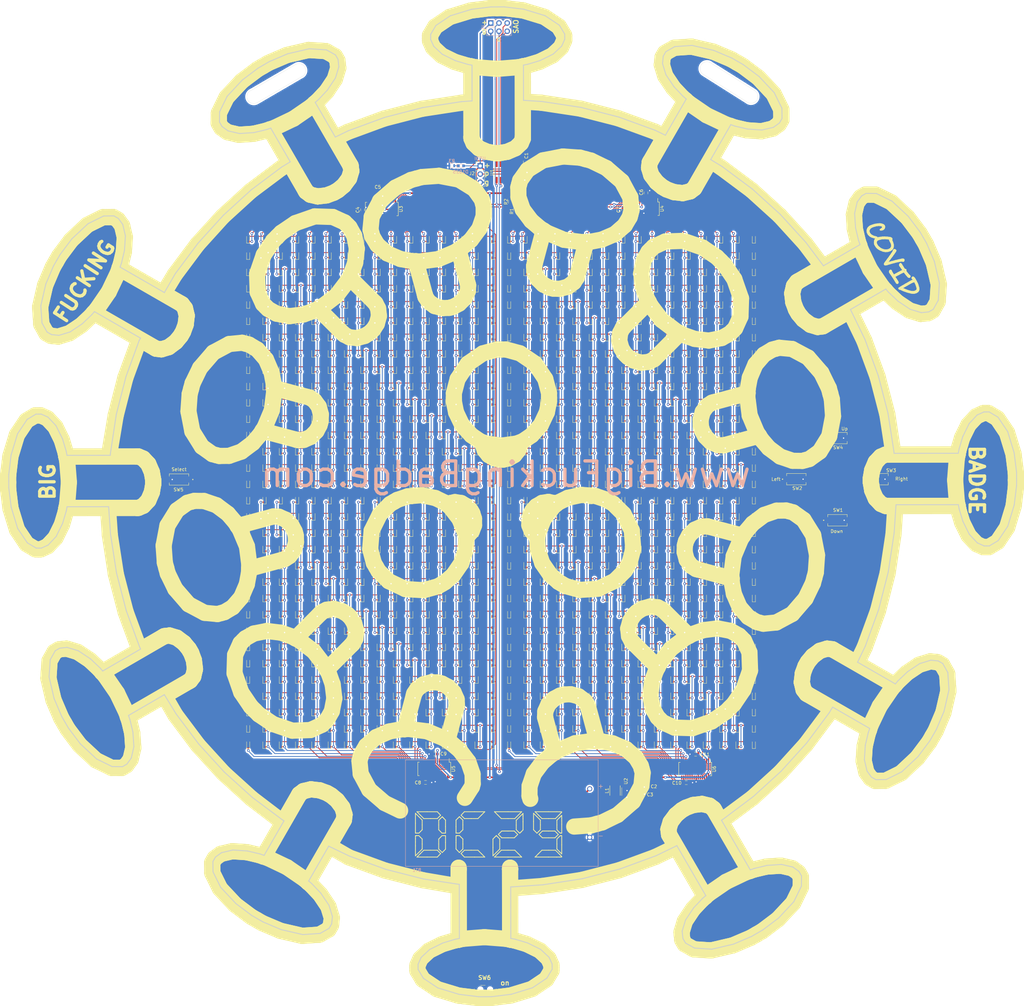
<source format=kicad_pcb>
(kicad_pcb (version 20171130) (host pcbnew "(5.1.9)-1")
  (layers (0 F.Cu signal) (31 B.Cu signal hide) (34 B.Paste user hide) (35 F.Paste user hide) (36 B.SilkS user) (37 F.SilkS user) (38 B.Mask user hide) (39 F.Mask user hide) (44 Edge.Cuts user))
  (net 0 "")
  (net 1 "Net-(BT1-PadP)")
  (net 2 GND)
  (net 3 +3V3)
  (net 4 "Net-(D1-Pad2)")
  (net 5 "Net-(D1-Pad1)")
  (net 6 "Net-(D100-Pad2)")
  (net 7 "Net-(D100-Pad1)")
  (net 8 "Net-(D513-Pad2)")
  (net 9 "Net-(D513-Pad1)")
  (net 10 "Net-(D1009-Pad2)")
  (net 11 "Net-(D1000-Pad2)")
  (net 12 "Net-(D1000-Pad1)")
  (net 13 "Net-(D1009-Pad1)")
  (net 14 "Net-(D1025-Pad1)")
  (net 15 "Net-(J2-Pad2)")
  (net 16 "Net-(SW2-Pad1)")
  (net 17 "Net-(SW3-Pad1)")
  (net 18 "Net-(SW4-Pad1)")
  (net 19 "Net-(SW5-Pad1)")
  (net 20 "Net-(U1-Pad11)")
  (net 21 "Net-(U3-Pad10)")
  (net 22 "Net-(U3-Pad11)")
  (net 23 "Net-(U3-Pad21)")
  (net 24 "Net-(U3-Pad24)")
  (net 25 "Net-(U4-Pad10)")
  (net 26 "Net-(U4-Pad11)")
  (net 27 "Net-(U4-Pad21)")
  (net 28 "Net-(U4-Pad24)")
  (net 29 "Net-(U6-Pad11)")
  (net 30 SDA)
  (net 31 SCL)
  (net 32 "Net-(L1-Pad2)")
  (net 33 "Net-(D115-Pad1)")
  (net 34 "Net-(D101-Pad1)")
  (net 35 "Net-(D102-Pad1)")
  (net 36 "Net-(D103-Pad1)")
  (net 37 "Net-(D104-Pad1)")
  (net 38 "Net-(D105-Pad1)")
  (net 39 "Net-(D10-Pad1)")
  (net 40 "Net-(D107-Pad1)")
  (net 41 "Net-(D108-Pad1)")
  (net 42 "Net-(D109-Pad1)")
  (net 43 "Net-(D110-Pad1)")
  (net 44 "Net-(D111-Pad1)")
  (net 45 "Net-(D112-Pad1)")
  (net 46 "Net-(D514-Pad1)")
  (net 47 "Net-(D515-Pad1)")
  (net 48 "Net-(D516-Pad1)")
  (net 49 "Net-(D517-Pad1)")
  (net 50 "Net-(D518-Pad1)")
  (net 51 "Net-(D1010-Pad1)")
  (net 52 "Net-(D1011-Pad1)")
  (net 53 "Net-(D1012-Pad1)")
  (net 54 "Net-(D1013-Pad1)")
  (net 55 "Net-(D1014-Pad1)")
  (net 56 "Net-(D1015-Pad1)")
  (net 57 "Net-(D1001-Pad1)")
  (net 58 "Net-(D1002-Pad1)")
  (net 59 "Net-(D1003-Pad1)")
  (net 60 "Net-(D1004-Pad1)")
  (net 61 "Net-(D1005-Pad1)")
  (net 62 "Net-(D1006-Pad1)")
  (net 63 "Net-(D1007-Pad1)")
  (net 64 "Net-(D1008-Pad1)")
  (net 65 "Net-(SW1-Pad1)")
  (net 66 "Net-(U5-Pad11)")
  (net 67 "Net-(D113-Pad1)")
  (net 68 "Net-(D114-Pad1)")
  (net 69 "Net-(D113-Pad2)")
  (net 70 "Net-(D116-Pad1)")
  (net 71 "Net-(D117-Pad1)")
  (net 72 "Net-(D118-Pad1)")
  (net 73 "Net-(D119-Pad1)")
  (net 74 "Net-(D120-Pad1)")
  (net 75 "Net-(D121-Pad1)")
  (net 76 "Net-(D122-Pad1)")
  (net 77 "Net-(D123-Pad1)")
  (net 78 "Net-(D124-Pad1)")
  (net 79 "Net-(D125-Pad1)")
  (net 80 "Net-(D126-Pad1)")
  (net 81 "Net-(D127-Pad1)")
  (net 82 "Net-(D128-Pad1)")
  (net 83 "Net-(D131-Pad1)")
  (net 84 "Net-(D1016-Pad1)")
  (net 85 "Net-(D1017-Pad1)")
  (net 86 "Net-(D1018-Pad1)")
  (net 87 "Net-(D1019-Pad1)")
  (net 88 "Net-(D1020-Pad1)")
  (net 89 "Net-(D1021-Pad1)")
  (net 90 "Net-(D1022-Pad1)")
  (net 91 "Net-(D1023-Pad1)")
  (net 92 "Net-(D1024-Pad1)")
  (net 93 "Net-(C3-Pad2)")
  (net 94 "Net-(U1-Pad12)")
  (net 95 "Net-(U5-Pad10)")
  (net 96 "Net-(U5-Pad21)")
  (net 97 "Net-(U5-Pad24)")
  (net 98 "Net-(U6-Pad10)")
  (net 99 "Net-(U6-Pad21)")
  (net 100 "Net-(U6-Pad24)")
  (net 101 "Net-(J1-Pad5)")
  (net 102 "Net-(J1-Pad6)")
  (module 2468:BAT_2462 (layer B.Cu) (at 193.2 286.3)
    (fp_text reference BT1 (at -26.225 17.635) (layer B.SilkS) (effects (justify mirror)))
    (fp_text value 2462)
    (fp_text user - (at 30.59 7) (layer B.SilkS) (effects (font (size 1.4 1.4)) (justify mirror)))
    (fp_text user + (at 30.59 -8.35) (layer B.SilkS) (effects (font (size 1.4 1.4)) (justify mirror)))
    (pad P thru_hole circle (at 27.18 -7.495) (size 1.53 1.53) (drill 1.02) (layers *.Cu *.Mask) (net 1 "Net-(BT1-PadP)"))
    (pad N thru_hole circle (at 27.18 7.495) (size 1.53 1.53) (drill 1.02) (layers *.Cu *.Mask) (net 2 GND))
  )
  (module PTS636_SM43J_SMTR_LFS_SMT_Tactile_Button:SW_PTS636_SM43J_SMTR_LFS (layer F.Cu) (at 296.9 170.4)
    (fp_text reference SW4 (at 0.2 2.9) (layer F.SilkS))
    (fp_text value Up (at 2.2 -2.9) (layer F.SilkS))
    (pad 2 smd rect (at 3.75 0) (size 1.9 1.4) (layers F.Cu F.Paste F.Mask) (net 2 GND))
    (pad 1 smd rect (at -3.75 0) (size 1.9 1.4) (layers F.Cu F.Paste F.Mask) (net 18 "Net-(SW4-Pad1)"))
  )
  (module PTS636_SM43J_SMTR_LFS_SMT_Tactile_Button:SW_PTS636_SM43J_SMTR_LFS (layer F.Cu) (at 93.5 183.2 180)
    (fp_text reference SW5 (at 0.175 -3.135 180) (layer F.SilkS))
    (fp_text value Select (at 0 3.135 180) (layer F.SilkS))
    (pad 2 smd rect (at 3.75 0 180) (size 1.9 1.4) (layers F.Cu F.Paste F.Mask) (net 2 GND))
    (pad 1 smd rect (at -3.75 0 180) (size 1.9 1.4) (layers F.Cu F.Paste F.Mask) (net 19 "Net-(SW5-Pad1)"))
  )
  (module PTS636_SM43J_SMTR_LFS_SMT_Tactile_Button:SW_PTS636_SM43J_SMTR_LFS (layer F.Cu) (at 296.9 195.8)
    (fp_text reference SW1 (at 0.175 -3.135) (layer F.SilkS))
    (fp_text value Down (at -0.2 3.4) (layer F.SilkS))
    (pad 2 smd rect (at 3.75 0) (size 1.9 1.4) (layers F.Cu F.Paste F.Mask) (net 2 GND))
    (pad 1 smd rect (at -3.75 0) (size 1.9 1.4) (layers F.Cu F.Paste F.Mask) (net 65 "Net-(SW1-Pad1)"))
  )
  (module PTS636_SM43J_SMTR_LFS_SMT_Tactile_Button:SW_PTS636_SM43J_SMTR_LFS (layer F.Cu) (at 284.2 183.1)
    (fp_text reference SW2 (at 0.3 2.8) (layer F.SilkS))
    (fp_text value Left (at -6.3 0) (layer F.SilkS))
    (pad 2 smd rect (at 3.75 0) (size 1.9 1.4) (layers F.Cu F.Paste F.Mask) (net 2 GND))
    (pad 1 smd rect (at -3.75 0) (size 1.9 1.4) (layers F.Cu F.Paste F.Mask) (net 16 "Net-(SW2-Pad1)"))
  )
  (module PTS636_SM43J_SMTR_LFS_SMT_Tactile_Button:SW_PTS636_SM43J_SMTR_LFS (layer F.Cu) (at 309.6 183.1)
    (fp_text reference SW3 (at 3.9 -2.7) (layer F.SilkS))
    (fp_text value Right (at 7.1 -0.1) (layer F.SilkS))
    (pad 2 smd rect (at 3.75 0) (size 1.9 1.4) (layers F.Cu F.Paste F.Mask) (net 2 GND))
    (pad 1 smd rect (at -3.75 0) (size 1.9 1.4) (layers F.Cu F.Paste F.Mask) (net 17 "Net-(SW3-Pad1)"))
  )
  (module Custom_LEDs:LED_0603_No_SilkS_Ref (layer F.Cu) (at 271.080472 265.020473)
    (fp_text reference D1024)
    (fp_text value LED_Small)
    (pad 2 smd rect (at 0 -0.77 270) (size 0.8 0.8) (layers F.Cu F.Paste F.Mask) (net 10 "Net-(D1009-Pad2)"))
    (pad 1 smd rect (at 0 0.83 270) (size 0.8 0.8) (layers F.Cu F.Paste F.Mask) (net 92 "Net-(D1024-Pad1)"))
  )
  (module Custom_LEDs:LED_0603_No_SilkS_Ref (layer F.Cu) (at 266.041102 265.020473)
    (fp_text reference D1023)
    (fp_text value LED_Small)
    (pad 2 smd rect (at 0 -0.77 270) (size 0.8 0.8) (layers F.Cu F.Paste F.Mask) (net 10 "Net-(D1009-Pad2)"))
    (pad 1 smd rect (at 0 0.83 270) (size 0.8 0.8) (layers F.Cu F.Paste F.Mask) (net 91 "Net-(D1023-Pad1)"))
  )
  (module Custom_LEDs:LED_0603_No_SilkS_Ref (layer F.Cu) (at 261.001732 265.020473)
    (fp_text reference D1022)
    (fp_text value LED_Small)
    (pad 2 smd rect (at 0 -0.77 270) (size 0.8 0.8) (layers F.Cu F.Paste F.Mask) (net 10 "Net-(D1009-Pad2)"))
    (pad 1 smd rect (at 0 0.83 270) (size 0.8 0.8) (layers F.Cu F.Paste F.Mask) (net 90 "Net-(D1022-Pad1)"))
  )
  (module Custom_LEDs:LED_0603_No_SilkS_Ref (layer F.Cu) (at 255.962362 265.020473)
    (fp_text reference D1021)
    (fp_text value LED_Small)
    (pad 2 smd rect (at 0 -0.77 270) (size 0.8 0.8) (layers F.Cu F.Paste F.Mask) (net 10 "Net-(D1009-Pad2)"))
    (pad 1 smd rect (at 0 0.83 270) (size 0.8 0.8) (layers F.Cu F.Paste F.Mask) (net 89 "Net-(D1021-Pad1)"))
  )
  (module Custom_LEDs:LED_0603_No_SilkS_Ref (layer F.Cu) (at 250.922992 265.020473)
    (fp_text reference D1020)
    (fp_text value LED_Small)
    (pad 2 smd rect (at 0 -0.77 270) (size 0.8 0.8) (layers F.Cu F.Paste F.Mask) (net 10 "Net-(D1009-Pad2)"))
    (pad 1 smd rect (at 0 0.83 270) (size 0.8 0.8) (layers F.Cu F.Paste F.Mask) (net 88 "Net-(D1020-Pad1)"))
  )
  (module Custom_LEDs:LED_0603_No_SilkS_Ref (layer F.Cu) (at 245.883622 265.020473)
    (fp_text reference D1019)
    (fp_text value LED_Small)
    (pad 2 smd rect (at 0 -0.77 270) (size 0.8 0.8) (layers F.Cu F.Paste F.Mask) (net 10 "Net-(D1009-Pad2)"))
    (pad 1 smd rect (at 0 0.83 270) (size 0.8 0.8) (layers F.Cu F.Paste F.Mask) (net 87 "Net-(D1019-Pad1)"))
  )
  (module Custom_LEDs:LED_0603_No_SilkS_Ref (layer F.Cu) (at 240.844251 265.020473)
    (fp_text reference D1018)
    (fp_text value LED_Small)
    (pad 2 smd rect (at 0 -0.77 270) (size 0.8 0.8) (layers F.Cu F.Paste F.Mask) (net 10 "Net-(D1009-Pad2)"))
    (pad 1 smd rect (at 0 0.83 270) (size 0.8 0.8) (layers F.Cu F.Paste F.Mask) (net 86 "Net-(D1018-Pad1)"))
  )
  (module Custom_LEDs:LED_0603_No_SilkS_Ref (layer F.Cu) (at 235.804881 265.020473)
    (fp_text reference D1017)
    (fp_text value LED_Small)
    (pad 2 smd rect (at 0 -0.77 270) (size 0.8 0.8) (layers F.Cu F.Paste F.Mask) (net 10 "Net-(D1009-Pad2)"))
    (pad 1 smd rect (at 0 0.83 270) (size 0.8 0.8) (layers F.Cu F.Paste F.Mask) (net 85 "Net-(D1017-Pad1)"))
  )
  (module Custom_LEDs:LED_0603_No_SilkS_Ref (layer F.Cu) (at 230.765511 265.020473)
    (fp_text reference D1016)
    (fp_text value LED_Small)
    (pad 2 smd rect (at 0 -0.77 270) (size 0.8 0.8) (layers F.Cu F.Paste F.Mask) (net 10 "Net-(D1009-Pad2)"))
    (pad 1 smd rect (at 0 0.83 270) (size 0.8 0.8) (layers F.Cu F.Paste F.Mask) (net 84 "Net-(D1016-Pad1)"))
  )
  (module Custom_LEDs:LED_0603_No_SilkS_Ref (layer F.Cu) (at 225.726141 265.020473)
    (fp_text reference D1015)
    (fp_text value LED_Small)
    (pad 2 smd rect (at 0 -0.77 270) (size 0.8 0.8) (layers F.Cu F.Paste F.Mask) (net 10 "Net-(D1009-Pad2)"))
    (pad 1 smd rect (at 0 0.83 270) (size 0.8 0.8) (layers F.Cu F.Paste F.Mask) (net 56 "Net-(D1015-Pad1)"))
  )
  (module Custom_LEDs:LED_0603_No_SilkS_Ref (layer F.Cu) (at 220.686771 265.020473)
    (fp_text reference D1014)
    (fp_text value LED_Small)
    (pad 2 smd rect (at 0 -0.77 270) (size 0.8 0.8) (layers F.Cu F.Paste F.Mask) (net 10 "Net-(D1009-Pad2)"))
    (pad 1 smd rect (at 0 0.83 270) (size 0.8 0.8) (layers F.Cu F.Paste F.Mask) (net 55 "Net-(D1014-Pad1)"))
  )
  (module Custom_LEDs:LED_0603_No_SilkS_Ref (layer F.Cu) (at 215.647401 265.020473)
    (fp_text reference D1013)
    (fp_text value LED_Small)
    (pad 2 smd rect (at 0 -0.77 270) (size 0.8 0.8) (layers F.Cu F.Paste F.Mask) (net 10 "Net-(D1009-Pad2)"))
    (pad 1 smd rect (at 0 0.83 270) (size 0.8 0.8) (layers F.Cu F.Paste F.Mask) (net 54 "Net-(D1013-Pad1)"))
  )
  (module Custom_LEDs:LED_0603_No_SilkS_Ref (layer F.Cu) (at 210.608031 265.020473)
    (fp_text reference D1012)
    (fp_text value LED_Small)
    (pad 2 smd rect (at 0 -0.77 270) (size 0.8 0.8) (layers F.Cu F.Paste F.Mask) (net 10 "Net-(D1009-Pad2)"))
    (pad 1 smd rect (at 0 0.83 270) (size 0.8 0.8) (layers F.Cu F.Paste F.Mask) (net 53 "Net-(D1012-Pad1)"))
  )
  (module Custom_LEDs:LED_0603_No_SilkS_Ref (layer F.Cu) (at 205.568661 265.020473)
    (fp_text reference D1011)
    (fp_text value LED_Small)
    (pad 2 smd rect (at 0 -0.77 270) (size 0.8 0.8) (layers F.Cu F.Paste F.Mask) (net 10 "Net-(D1009-Pad2)"))
    (pad 1 smd rect (at 0 0.83 270) (size 0.8 0.8) (layers F.Cu F.Paste F.Mask) (net 52 "Net-(D1011-Pad1)"))
  )
  (module Custom_LEDs:LED_0603_No_SilkS_Ref (layer F.Cu) (at 200.529291 265.020473)
    (fp_text reference D1010)
    (fp_text value LED_Small)
    (pad 2 smd rect (at 0 -0.77 270) (size 0.8 0.8) (layers F.Cu F.Paste F.Mask) (net 10 "Net-(D1009-Pad2)"))
    (pad 1 smd rect (at 0 0.83 270) (size 0.8 0.8) (layers F.Cu F.Paste F.Mask) (net 51 "Net-(D1010-Pad1)"))
  )
  (module Custom_LEDs:LED_0603_No_SilkS_Ref (layer F.Cu) (at 195.489921 265.020473)
    (fp_text reference D1009)
    (fp_text value LED_Small)
    (pad 2 smd rect (at 0 -0.77 270) (size 0.8 0.8) (layers F.Cu F.Paste F.Mask) (net 10 "Net-(D1009-Pad2)"))
    (pad 1 smd rect (at 0 0.83 270) (size 0.8 0.8) (layers F.Cu F.Paste F.Mask) (net 13 "Net-(D1009-Pad1)"))
  )
  (module Custom_LEDs:LED_0603_No_SilkS_Ref (layer F.Cu) (at 190.450551 265.020473)
    (fp_text reference D1008)
    (fp_text value LED_Small)
    (pad 2 smd rect (at 0 -0.77 270) (size 0.8 0.8) (layers F.Cu F.Paste F.Mask) (net 11 "Net-(D1000-Pad2)"))
    (pad 1 smd rect (at 0 0.83 270) (size 0.8 0.8) (layers F.Cu F.Paste F.Mask) (net 64 "Net-(D1008-Pad1)"))
  )
  (module Custom_LEDs:LED_0603_No_SilkS_Ref (layer F.Cu) (at 185.411181 265.020473)
    (fp_text reference D1007)
    (fp_text value LED_Small)
    (pad 2 smd rect (at 0 -0.77 270) (size 0.8 0.8) (layers F.Cu F.Paste F.Mask) (net 11 "Net-(D1000-Pad2)"))
    (pad 1 smd rect (at 0 0.83 270) (size 0.8 0.8) (layers F.Cu F.Paste F.Mask) (net 63 "Net-(D1007-Pad1)"))
  )
  (module Custom_LEDs:LED_0603_No_SilkS_Ref (layer F.Cu) (at 180.371811 265.020473)
    (fp_text reference D1006)
    (fp_text value LED_Small)
    (pad 2 smd rect (at 0 -0.77 270) (size 0.8 0.8) (layers F.Cu F.Paste F.Mask) (net 11 "Net-(D1000-Pad2)"))
    (pad 1 smd rect (at 0 0.83 270) (size 0.8 0.8) (layers F.Cu F.Paste F.Mask) (net 62 "Net-(D1006-Pad1)"))
  )
  (module Custom_LEDs:LED_0603_No_SilkS_Ref (layer F.Cu) (at 175.33244 265.020473)
    (fp_text reference D1005)
    (fp_text value LED_Small)
    (pad 2 smd rect (at 0 -0.77 270) (size 0.8 0.8) (layers F.Cu F.Paste F.Mask) (net 11 "Net-(D1000-Pad2)"))
    (pad 1 smd rect (at 0 0.83 270) (size 0.8 0.8) (layers F.Cu F.Paste F.Mask) (net 61 "Net-(D1005-Pad1)"))
  )
  (module Custom_LEDs:LED_0603_No_SilkS_Ref (layer F.Cu) (at 170.29307 265.020473)
    (fp_text reference D1004)
    (fp_text value LED_Small)
    (pad 2 smd rect (at 0 -0.77 270) (size 0.8 0.8) (layers F.Cu F.Paste F.Mask) (net 11 "Net-(D1000-Pad2)"))
    (pad 1 smd rect (at 0 0.83 270) (size 0.8 0.8) (layers F.Cu F.Paste F.Mask) (net 60 "Net-(D1004-Pad1)"))
  )
  (module Custom_LEDs:LED_0603_No_SilkS_Ref (layer F.Cu) (at 165.2537 265.020473)
    (fp_text reference D1003)
    (fp_text value LED_Small)
    (pad 2 smd rect (at 0 -0.77 270) (size 0.8 0.8) (layers F.Cu F.Paste F.Mask) (net 11 "Net-(D1000-Pad2)"))
    (pad 1 smd rect (at 0 0.83 270) (size 0.8 0.8) (layers F.Cu F.Paste F.Mask) (net 59 "Net-(D1003-Pad1)"))
  )
  (module Custom_LEDs:LED_0603_No_SilkS_Ref (layer F.Cu) (at 160.21433 265.020473)
    (fp_text reference D1002)
    (fp_text value LED_Small)
    (pad 2 smd rect (at 0 -0.77 270) (size 0.8 0.8) (layers F.Cu F.Paste F.Mask) (net 11 "Net-(D1000-Pad2)"))
    (pad 1 smd rect (at 0 0.83 270) (size 0.8 0.8) (layers F.Cu F.Paste F.Mask) (net 58 "Net-(D1002-Pad1)"))
  )
  (module Custom_LEDs:LED_0603_No_SilkS_Ref (layer F.Cu) (at 155.17496 265.020473)
    (fp_text reference D1001)
    (fp_text value LED_Small)
    (pad 2 smd rect (at 0 -0.77 270) (size 0.8 0.8) (layers F.Cu F.Paste F.Mask) (net 11 "Net-(D1000-Pad2)"))
    (pad 1 smd rect (at 0 0.83 270) (size 0.8 0.8) (layers F.Cu F.Paste F.Mask) (net 57 "Net-(D1001-Pad1)"))
  )
  (module Custom_LEDs:LED_0603_No_SilkS_Ref (layer F.Cu) (at 150.13559 265.020473)
    (fp_text reference D1000)
    (fp_text value LED_Small)
    (pad 2 smd rect (at 0 -0.77 270) (size 0.8 0.8) (layers F.Cu F.Paste F.Mask) (net 11 "Net-(D1000-Pad2)"))
    (pad 1 smd rect (at 0 0.83 270) (size 0.8 0.8) (layers F.Cu F.Paste F.Mask) (net 12 "Net-(D1000-Pad1)"))
  )
  (module Custom_LEDs:LED_0603_No_SilkS_Ref (layer F.Cu) (at 145.09622 265.020473)
    (fp_text reference D999)
    (fp_text value LED_Small)
    (pad 2 smd rect (at 0 -0.77 270) (size 0.8 0.8) (layers F.Cu F.Paste F.Mask) (net 11 "Net-(D1000-Pad2)"))
    (pad 1 smd rect (at 0 0.83 270) (size 0.8 0.8) (layers F.Cu F.Paste F.Mask) (net 50 "Net-(D518-Pad1)"))
  )
  (module Custom_LEDs:LED_0603_No_SilkS_Ref (layer F.Cu) (at 140.05685 265.020473)
    (fp_text reference D998)
    (fp_text value LED_Small)
    (pad 2 smd rect (at 0 -0.77 270) (size 0.8 0.8) (layers F.Cu F.Paste F.Mask) (net 11 "Net-(D1000-Pad2)"))
    (pad 1 smd rect (at 0 0.83 270) (size 0.8 0.8) (layers F.Cu F.Paste F.Mask) (net 49 "Net-(D517-Pad1)"))
  )
  (module Custom_LEDs:LED_0603_No_SilkS_Ref (layer F.Cu) (at 135.01748 265.020473)
    (fp_text reference D997)
    (fp_text value LED_Small)
    (pad 2 smd rect (at 0 -0.77 270) (size 0.8 0.8) (layers F.Cu F.Paste F.Mask) (net 11 "Net-(D1000-Pad2)"))
    (pad 1 smd rect (at 0 0.83 270) (size 0.8 0.8) (layers F.Cu F.Paste F.Mask) (net 48 "Net-(D516-Pad1)"))
  )
  (module Custom_LEDs:LED_0603_No_SilkS_Ref (layer F.Cu) (at 129.97811 265.020473)
    (fp_text reference D996)
    (fp_text value LED_Small)
    (pad 2 smd rect (at 0 -0.77 270) (size 0.8 0.8) (layers F.Cu F.Paste F.Mask) (net 11 "Net-(D1000-Pad2)"))
    (pad 1 smd rect (at 0 0.83 270) (size 0.8 0.8) (layers F.Cu F.Paste F.Mask) (net 47 "Net-(D515-Pad1)"))
  )
  (module Custom_LEDs:LED_0603_No_SilkS_Ref (layer F.Cu) (at 124.93874 265.020473)
    (fp_text reference D995)
    (fp_text value LED_Small)
    (pad 2 smd rect (at 0 -0.77 270) (size 0.8 0.8) (layers F.Cu F.Paste F.Mask) (net 11 "Net-(D1000-Pad2)"))
    (pad 1 smd rect (at 0 0.83 270) (size 0.8 0.8) (layers F.Cu F.Paste F.Mask) (net 46 "Net-(D514-Pad1)"))
  )
  (module Custom_LEDs:LED_0603_No_SilkS_Ref (layer F.Cu) (at 119.89937 265.020473)
    (fp_text reference D994)
    (fp_text value LED_Small)
    (pad 2 smd rect (at 0 -0.77 270) (size 0.8 0.8) (layers F.Cu F.Paste F.Mask) (net 11 "Net-(D1000-Pad2)"))
    (pad 1 smd rect (at 0 0.83 270) (size 0.8 0.8) (layers F.Cu F.Paste F.Mask) (net 9 "Net-(D513-Pad1)"))
  )
  (module Custom_LEDs:LED_0603_No_SilkS_Ref (layer F.Cu) (at 114.86 265.020473)
    (fp_text reference D993)
    (fp_text value LED_Small)
    (pad 2 smd rect (at 0 -0.77 270) (size 0.8 0.8) (layers F.Cu F.Paste F.Mask) (net 11 "Net-(D1000-Pad2)"))
    (pad 1 smd rect (at 0 0.83 270) (size 0.8 0.8) (layers F.Cu F.Paste F.Mask) (net 8 "Net-(D513-Pad2)"))
  )
  (module Custom_LEDs:LED_0603_No_SilkS_Ref (layer F.Cu) (at 271.080472 259.981103)
    (fp_text reference D992)
    (fp_text value LED_Small)
    (pad 2 smd rect (at 0 -0.77 270) (size 0.8 0.8) (layers F.Cu F.Paste F.Mask) (net 91 "Net-(D1023-Pad1)"))
    (pad 1 smd rect (at 0 0.83 270) (size 0.8 0.8) (layers F.Cu F.Paste F.Mask) (net 92 "Net-(D1024-Pad1)"))
  )
  (module Custom_LEDs:LED_0603_No_SilkS_Ref (layer F.Cu) (at 266.041102 259.981103)
    (fp_text reference D991)
    (fp_text value LED_Small)
    (pad 2 smd rect (at 0 -0.77 270) (size 0.8 0.8) (layers F.Cu F.Paste F.Mask) (net 91 "Net-(D1023-Pad1)"))
    (pad 1 smd rect (at 0 0.83 270) (size 0.8 0.8) (layers F.Cu F.Paste F.Mask) (net 10 "Net-(D1009-Pad2)"))
  )
  (module Custom_LEDs:LED_0603_No_SilkS_Ref (layer F.Cu) (at 261.001732 259.981103)
    (fp_text reference D990)
    (fp_text value LED_Small)
    (pad 2 smd rect (at 0 -0.77 270) (size 0.8 0.8) (layers F.Cu F.Paste F.Mask) (net 91 "Net-(D1023-Pad1)"))
    (pad 1 smd rect (at 0 0.83 270) (size 0.8 0.8) (layers F.Cu F.Paste F.Mask) (net 90 "Net-(D1022-Pad1)"))
  )
  (module Custom_LEDs:LED_0603_No_SilkS_Ref (layer F.Cu) (at 255.962362 259.981103)
    (fp_text reference D989)
    (fp_text value LED_Small)
    (pad 2 smd rect (at 0 -0.77 270) (size 0.8 0.8) (layers F.Cu F.Paste F.Mask) (net 91 "Net-(D1023-Pad1)"))
    (pad 1 smd rect (at 0 0.83 270) (size 0.8 0.8) (layers F.Cu F.Paste F.Mask) (net 89 "Net-(D1021-Pad1)"))
  )
  (module Custom_LEDs:LED_0603_No_SilkS_Ref (layer F.Cu) (at 250.922992 259.981103)
    (fp_text reference D988)
    (fp_text value LED_Small)
    (pad 2 smd rect (at 0 -0.77 270) (size 0.8 0.8) (layers F.Cu F.Paste F.Mask) (net 91 "Net-(D1023-Pad1)"))
    (pad 1 smd rect (at 0 0.83 270) (size 0.8 0.8) (layers F.Cu F.Paste F.Mask) (net 88 "Net-(D1020-Pad1)"))
  )
  (module Custom_LEDs:LED_0603_No_SilkS_Ref (layer F.Cu) (at 245.883622 259.981103)
    (fp_text reference D987)
    (fp_text value LED_Small)
    (pad 2 smd rect (at 0 -0.77 270) (size 0.8 0.8) (layers F.Cu F.Paste F.Mask) (net 91 "Net-(D1023-Pad1)"))
    (pad 1 smd rect (at 0 0.83 270) (size 0.8 0.8) (layers F.Cu F.Paste F.Mask) (net 87 "Net-(D1019-Pad1)"))
  )
  (module Custom_LEDs:LED_0603_No_SilkS_Ref (layer F.Cu) (at 240.844251 259.981103)
    (fp_text reference D986)
    (fp_text value LED_Small)
    (pad 2 smd rect (at 0 -0.77 270) (size 0.8 0.8) (layers F.Cu F.Paste F.Mask) (net 91 "Net-(D1023-Pad1)"))
    (pad 1 smd rect (at 0 0.83 270) (size 0.8 0.8) (layers F.Cu F.Paste F.Mask) (net 86 "Net-(D1018-Pad1)"))
  )
  (module Custom_LEDs:LED_0603_No_SilkS_Ref (layer F.Cu) (at 235.804881 259.981103)
    (fp_text reference D985)
    (fp_text value LED_Small)
    (pad 2 smd rect (at 0 -0.77 270) (size 0.8 0.8) (layers F.Cu F.Paste F.Mask) (net 91 "Net-(D1023-Pad1)"))
    (pad 1 smd rect (at 0 0.83 270) (size 0.8 0.8) (layers F.Cu F.Paste F.Mask) (net 85 "Net-(D1017-Pad1)"))
  )
  (module Custom_LEDs:LED_0603_No_SilkS_Ref (layer F.Cu) (at 230.765511 259.981103)
    (fp_text reference D984)
    (fp_text value LED_Small)
    (pad 2 smd rect (at 0 -0.77 270) (size 0.8 0.8) (layers F.Cu F.Paste F.Mask) (net 91 "Net-(D1023-Pad1)"))
    (pad 1 smd rect (at 0 0.83 270) (size 0.8 0.8) (layers F.Cu F.Paste F.Mask) (net 84 "Net-(D1016-Pad1)"))
  )
  (module Custom_LEDs:LED_0603_No_SilkS_Ref (layer F.Cu) (at 225.726141 259.981103)
    (fp_text reference D983)
    (fp_text value LED_Small)
    (pad 2 smd rect (at 0 -0.77 270) (size 0.8 0.8) (layers F.Cu F.Paste F.Mask) (net 91 "Net-(D1023-Pad1)"))
    (pad 1 smd rect (at 0 0.83 270) (size 0.8 0.8) (layers F.Cu F.Paste F.Mask) (net 56 "Net-(D1015-Pad1)"))
  )
  (module Custom_LEDs:LED_0603_No_SilkS_Ref (layer F.Cu) (at 220.686771 259.981103)
    (fp_text reference D982)
    (fp_text value LED_Small)
    (pad 2 smd rect (at 0 -0.77 270) (size 0.8 0.8) (layers F.Cu F.Paste F.Mask) (net 91 "Net-(D1023-Pad1)"))
    (pad 1 smd rect (at 0 0.83 270) (size 0.8 0.8) (layers F.Cu F.Paste F.Mask) (net 55 "Net-(D1014-Pad1)"))
  )
  (module Custom_LEDs:LED_0603_No_SilkS_Ref (layer F.Cu) (at 215.647401 259.981103)
    (fp_text reference D981)
    (fp_text value LED_Small)
    (pad 2 smd rect (at 0 -0.77 270) (size 0.8 0.8) (layers F.Cu F.Paste F.Mask) (net 91 "Net-(D1023-Pad1)"))
    (pad 1 smd rect (at 0 0.83 270) (size 0.8 0.8) (layers F.Cu F.Paste F.Mask) (net 54 "Net-(D1013-Pad1)"))
  )
  (module Custom_LEDs:LED_0603_No_SilkS_Ref (layer F.Cu) (at 210.608031 259.981103)
    (fp_text reference D980)
    (fp_text value LED_Small)
    (pad 2 smd rect (at 0 -0.77 270) (size 0.8 0.8) (layers F.Cu F.Paste F.Mask) (net 91 "Net-(D1023-Pad1)"))
    (pad 1 smd rect (at 0 0.83 270) (size 0.8 0.8) (layers F.Cu F.Paste F.Mask) (net 53 "Net-(D1012-Pad1)"))
  )
  (module Custom_LEDs:LED_0603_No_SilkS_Ref (layer F.Cu) (at 205.568661 259.981103)
    (fp_text reference D979)
    (fp_text value LED_Small)
    (pad 2 smd rect (at 0 -0.77 270) (size 0.8 0.8) (layers F.Cu F.Paste F.Mask) (net 91 "Net-(D1023-Pad1)"))
    (pad 1 smd rect (at 0 0.83 270) (size 0.8 0.8) (layers F.Cu F.Paste F.Mask) (net 52 "Net-(D1011-Pad1)"))
  )
  (module Custom_LEDs:LED_0603_No_SilkS_Ref (layer F.Cu) (at 200.529291 259.981103)
    (fp_text reference D978)
    (fp_text value LED_Small)
    (pad 2 smd rect (at 0 -0.77 270) (size 0.8 0.8) (layers F.Cu F.Paste F.Mask) (net 91 "Net-(D1023-Pad1)"))
    (pad 1 smd rect (at 0 0.83 270) (size 0.8 0.8) (layers F.Cu F.Paste F.Mask) (net 51 "Net-(D1010-Pad1)"))
  )
  (module Custom_LEDs:LED_0603_No_SilkS_Ref (layer F.Cu) (at 195.489921 259.981103)
    (fp_text reference D977)
    (fp_text value LED_Small)
    (pad 2 smd rect (at 0 -0.77 270) (size 0.8 0.8) (layers F.Cu F.Paste F.Mask) (net 91 "Net-(D1023-Pad1)"))
    (pad 1 smd rect (at 0 0.83 270) (size 0.8 0.8) (layers F.Cu F.Paste F.Mask) (net 13 "Net-(D1009-Pad1)"))
  )
  (module Custom_LEDs:LED_0603_No_SilkS_Ref (layer F.Cu) (at 190.450551 259.981103)
    (fp_text reference D976)
    (fp_text value LED_Small)
    (pad 2 smd rect (at 0 -0.77 270) (size 0.8 0.8) (layers F.Cu F.Paste F.Mask) (net 63 "Net-(D1007-Pad1)"))
    (pad 1 smd rect (at 0 0.83 270) (size 0.8 0.8) (layers F.Cu F.Paste F.Mask) (net 64 "Net-(D1008-Pad1)"))
  )
  (module Custom_LEDs:LED_0603_No_SilkS_Ref (layer F.Cu) (at 185.411181 259.981103)
    (fp_text reference D975)
    (fp_text value LED_Small)
    (pad 2 smd rect (at 0 -0.77 270) (size 0.8 0.8) (layers F.Cu F.Paste F.Mask) (net 63 "Net-(D1007-Pad1)"))
    (pad 1 smd rect (at 0 0.83 270) (size 0.8 0.8) (layers F.Cu F.Paste F.Mask) (net 11 "Net-(D1000-Pad2)"))
  )
  (module Custom_LEDs:LED_0603_No_SilkS_Ref (layer F.Cu) (at 180.371811 259.981103)
    (fp_text reference D974)
    (fp_text value LED_Small)
    (pad 2 smd rect (at 0 -0.77 270) (size 0.8 0.8) (layers F.Cu F.Paste F.Mask) (net 63 "Net-(D1007-Pad1)"))
    (pad 1 smd rect (at 0 0.83 270) (size 0.8 0.8) (layers F.Cu F.Paste F.Mask) (net 62 "Net-(D1006-Pad1)"))
  )
  (module Custom_LEDs:LED_0603_No_SilkS_Ref (layer F.Cu) (at 175.33244 259.981103)
    (fp_text reference D973)
    (fp_text value LED_Small)
    (pad 2 smd rect (at 0 -0.77 270) (size 0.8 0.8) (layers F.Cu F.Paste F.Mask) (net 63 "Net-(D1007-Pad1)"))
    (pad 1 smd rect (at 0 0.83 270) (size 0.8 0.8) (layers F.Cu F.Paste F.Mask) (net 61 "Net-(D1005-Pad1)"))
  )
  (module Custom_LEDs:LED_0603_No_SilkS_Ref (layer F.Cu) (at 170.29307 259.981103)
    (fp_text reference D972)
    (fp_text value LED_Small)
    (pad 2 smd rect (at 0 -0.77 270) (size 0.8 0.8) (layers F.Cu F.Paste F.Mask) (net 63 "Net-(D1007-Pad1)"))
    (pad 1 smd rect (at 0 0.83 270) (size 0.8 0.8) (layers F.Cu F.Paste F.Mask) (net 60 "Net-(D1004-Pad1)"))
  )
  (module Custom_LEDs:LED_0603_No_SilkS_Ref (layer F.Cu) (at 165.2537 259.981103)
    (fp_text reference D971)
    (fp_text value LED_Small)
    (pad 2 smd rect (at 0 -0.77 270) (size 0.8 0.8) (layers F.Cu F.Paste F.Mask) (net 63 "Net-(D1007-Pad1)"))
    (pad 1 smd rect (at 0 0.83 270) (size 0.8 0.8) (layers F.Cu F.Paste F.Mask) (net 59 "Net-(D1003-Pad1)"))
  )
  (module Custom_LEDs:LED_0603_No_SilkS_Ref (layer F.Cu) (at 160.21433 259.981103)
    (fp_text reference D970)
    (fp_text value LED_Small)
    (pad 2 smd rect (at 0 -0.77 270) (size 0.8 0.8) (layers F.Cu F.Paste F.Mask) (net 63 "Net-(D1007-Pad1)"))
    (pad 1 smd rect (at 0 0.83 270) (size 0.8 0.8) (layers F.Cu F.Paste F.Mask) (net 58 "Net-(D1002-Pad1)"))
  )
  (module Custom_LEDs:LED_0603_No_SilkS_Ref (layer F.Cu) (at 155.17496 259.981103)
    (fp_text reference D969)
    (fp_text value LED_Small)
    (pad 2 smd rect (at 0 -0.77 270) (size 0.8 0.8) (layers F.Cu F.Paste F.Mask) (net 63 "Net-(D1007-Pad1)"))
    (pad 1 smd rect (at 0 0.83 270) (size 0.8 0.8) (layers F.Cu F.Paste F.Mask) (net 57 "Net-(D1001-Pad1)"))
  )
  (module Custom_LEDs:LED_0603_No_SilkS_Ref (layer F.Cu) (at 150.13559 259.981103)
    (fp_text reference D968)
    (fp_text value LED_Small)
    (pad 2 smd rect (at 0 -0.77 270) (size 0.8 0.8) (layers F.Cu F.Paste F.Mask) (net 63 "Net-(D1007-Pad1)"))
    (pad 1 smd rect (at 0 0.83 270) (size 0.8 0.8) (layers F.Cu F.Paste F.Mask) (net 12 "Net-(D1000-Pad1)"))
  )
  (module Custom_LEDs:LED_0603_No_SilkS_Ref (layer F.Cu) (at 145.09622 259.981103)
    (fp_text reference D967)
    (fp_text value LED_Small)
    (pad 2 smd rect (at 0 -0.77 270) (size 0.8 0.8) (layers F.Cu F.Paste F.Mask) (net 63 "Net-(D1007-Pad1)"))
    (pad 1 smd rect (at 0 0.83 270) (size 0.8 0.8) (layers F.Cu F.Paste F.Mask) (net 50 "Net-(D518-Pad1)"))
  )
  (module Custom_LEDs:LED_0603_No_SilkS_Ref (layer F.Cu) (at 140.05685 259.981103)
    (fp_text reference D966)
    (fp_text value LED_Small)
    (pad 2 smd rect (at 0 -0.77 270) (size 0.8 0.8) (layers F.Cu F.Paste F.Mask) (net 63 "Net-(D1007-Pad1)"))
    (pad 1 smd rect (at 0 0.83 270) (size 0.8 0.8) (layers F.Cu F.Paste F.Mask) (net 49 "Net-(D517-Pad1)"))
  )
  (module Custom_LEDs:LED_0603_No_SilkS_Ref (layer F.Cu) (at 135.01748 259.981103)
    (fp_text reference D965)
    (fp_text value LED_Small)
    (pad 2 smd rect (at 0 -0.77 270) (size 0.8 0.8) (layers F.Cu F.Paste F.Mask) (net 63 "Net-(D1007-Pad1)"))
    (pad 1 smd rect (at 0 0.83 270) (size 0.8 0.8) (layers F.Cu F.Paste F.Mask) (net 48 "Net-(D516-Pad1)"))
  )
  (module Custom_LEDs:LED_0603_No_SilkS_Ref (layer F.Cu) (at 129.97811 259.981103)
    (fp_text reference D964)
    (fp_text value LED_Small)
    (pad 2 smd rect (at 0 -0.77 270) (size 0.8 0.8) (layers F.Cu F.Paste F.Mask) (net 63 "Net-(D1007-Pad1)"))
    (pad 1 smd rect (at 0 0.83 270) (size 0.8 0.8) (layers F.Cu F.Paste F.Mask) (net 47 "Net-(D515-Pad1)"))
  )
  (module Custom_LEDs:LED_0603_No_SilkS_Ref (layer F.Cu) (at 124.93874 259.981103)
    (fp_text reference D963)
    (fp_text value LED_Small)
    (pad 2 smd rect (at 0 -0.77 270) (size 0.8 0.8) (layers F.Cu F.Paste F.Mask) (net 63 "Net-(D1007-Pad1)"))
    (pad 1 smd rect (at 0 0.83 270) (size 0.8 0.8) (layers F.Cu F.Paste F.Mask) (net 46 "Net-(D514-Pad1)"))
  )
  (module Custom_LEDs:LED_0603_No_SilkS_Ref (layer F.Cu) (at 119.89937 259.981103)
    (fp_text reference D962)
    (fp_text value LED_Small)
    (pad 2 smd rect (at 0 -0.77 270) (size 0.8 0.8) (layers F.Cu F.Paste F.Mask) (net 63 "Net-(D1007-Pad1)"))
    (pad 1 smd rect (at 0 0.83 270) (size 0.8 0.8) (layers F.Cu F.Paste F.Mask) (net 9 "Net-(D513-Pad1)"))
  )
  (module Custom_LEDs:LED_0603_No_SilkS_Ref (layer F.Cu) (at 114.86 259.981103)
    (fp_text reference D961)
    (fp_text value LED_Small)
    (pad 2 smd rect (at 0 -0.77 270) (size 0.8 0.8) (layers F.Cu F.Paste F.Mask) (net 63 "Net-(D1007-Pad1)"))
    (pad 1 smd rect (at 0 0.83 270) (size 0.8 0.8) (layers F.Cu F.Paste F.Mask) (net 8 "Net-(D513-Pad2)"))
  )
  (module Custom_LEDs:LED_0603_No_SilkS_Ref (layer F.Cu) (at 271.080472 254.941733)
    (fp_text reference D960)
    (fp_text value LED_Small)
    (pad 2 smd rect (at 0 -0.77 270) (size 0.8 0.8) (layers F.Cu F.Paste F.Mask) (net 90 "Net-(D1022-Pad1)"))
    (pad 1 smd rect (at 0 0.83 270) (size 0.8 0.8) (layers F.Cu F.Paste F.Mask) (net 92 "Net-(D1024-Pad1)"))
  )
  (module Custom_LEDs:LED_0603_No_SilkS_Ref (layer F.Cu) (at 266.041102 254.941733)
    (fp_text reference D959)
    (fp_text value LED_Small)
    (pad 2 smd rect (at 0 -0.77 270) (size 0.8 0.8) (layers F.Cu F.Paste F.Mask) (net 90 "Net-(D1022-Pad1)"))
    (pad 1 smd rect (at 0 0.83 270) (size 0.8 0.8) (layers F.Cu F.Paste F.Mask) (net 10 "Net-(D1009-Pad2)"))
  )
  (module Custom_LEDs:LED_0603_No_SilkS_Ref (layer F.Cu) (at 261.001732 254.941733)
    (fp_text reference D958)
    (fp_text value LED_Small)
    (pad 2 smd rect (at 0 -0.77 270) (size 0.8 0.8) (layers F.Cu F.Paste F.Mask) (net 90 "Net-(D1022-Pad1)"))
    (pad 1 smd rect (at 0 0.83 270) (size 0.8 0.8) (layers F.Cu F.Paste F.Mask) (net 91 "Net-(D1023-Pad1)"))
  )
  (module Custom_LEDs:LED_0603_No_SilkS_Ref (layer F.Cu) (at 255.962362 254.941733)
    (fp_text reference D957)
    (fp_text value LED_Small)
    (pad 2 smd rect (at 0 -0.77 270) (size 0.8 0.8) (layers F.Cu F.Paste F.Mask) (net 90 "Net-(D1022-Pad1)"))
    (pad 1 smd rect (at 0 0.83 270) (size 0.8 0.8) (layers F.Cu F.Paste F.Mask) (net 89 "Net-(D1021-Pad1)"))
  )
  (module Custom_LEDs:LED_0603_No_SilkS_Ref (layer F.Cu) (at 250.922992 254.941733)
    (fp_text reference D956)
    (fp_text value LED_Small)
    (pad 2 smd rect (at 0 -0.77 270) (size 0.8 0.8) (layers F.Cu F.Paste F.Mask) (net 90 "Net-(D1022-Pad1)"))
    (pad 1 smd rect (at 0 0.83 270) (size 0.8 0.8) (layers F.Cu F.Paste F.Mask) (net 88 "Net-(D1020-Pad1)"))
  )
  (module Custom_LEDs:LED_0603_No_SilkS_Ref (layer F.Cu) (at 245.883622 254.941733)
    (fp_text reference D955)
    (fp_text value LED_Small)
    (pad 2 smd rect (at 0 -0.77 270) (size 0.8 0.8) (layers F.Cu F.Paste F.Mask) (net 90 "Net-(D1022-Pad1)"))
    (pad 1 smd rect (at 0 0.83 270) (size 0.8 0.8) (layers F.Cu F.Paste F.Mask) (net 87 "Net-(D1019-Pad1)"))
  )
  (module Custom_LEDs:LED_0603_No_SilkS_Ref (layer F.Cu) (at 240.844251 254.941733)
    (fp_text reference D954)
    (fp_text value LED_Small)
    (pad 2 smd rect (at 0 -0.77 270) (size 0.8 0.8) (layers F.Cu F.Paste F.Mask) (net 90 "Net-(D1022-Pad1)"))
    (pad 1 smd rect (at 0 0.83 270) (size 0.8 0.8) (layers F.Cu F.Paste F.Mask) (net 86 "Net-(D1018-Pad1)"))
  )
  (module Custom_LEDs:LED_0603_No_SilkS_Ref (layer F.Cu) (at 235.804881 254.941733)
    (fp_text reference D953)
    (fp_text value LED_Small)
    (pad 2 smd rect (at 0 -0.77 270) (size 0.8 0.8) (layers F.Cu F.Paste F.Mask) (net 90 "Net-(D1022-Pad1)"))
    (pad 1 smd rect (at 0 0.83 270) (size 0.8 0.8) (layers F.Cu F.Paste F.Mask) (net 85 "Net-(D1017-Pad1)"))
  )
  (module Custom_LEDs:LED_0603_No_SilkS_Ref (layer F.Cu) (at 230.765511 254.941733)
    (fp_text reference D952)
    (fp_text value LED_Small)
    (pad 2 smd rect (at 0 -0.77 270) (size 0.8 0.8) (layers F.Cu F.Paste F.Mask) (net 90 "Net-(D1022-Pad1)"))
    (pad 1 smd rect (at 0 0.83 270) (size 0.8 0.8) (layers F.Cu F.Paste F.Mask) (net 84 "Net-(D1016-Pad1)"))
  )
  (module Custom_LEDs:LED_0603_No_SilkS_Ref (layer F.Cu) (at 225.726141 254.941733)
    (fp_text reference D951)
    (fp_text value LED_Small)
    (pad 2 smd rect (at 0 -0.77 270) (size 0.8 0.8) (layers F.Cu F.Paste F.Mask) (net 90 "Net-(D1022-Pad1)"))
    (pad 1 smd rect (at 0 0.83 270) (size 0.8 0.8) (layers F.Cu F.Paste F.Mask) (net 56 "Net-(D1015-Pad1)"))
  )
  (module Custom_LEDs:LED_0603_No_SilkS_Ref (layer F.Cu) (at 220.686771 254.941733)
    (fp_text reference D950)
    (fp_text value LED_Small)
    (pad 2 smd rect (at 0 -0.77 270) (size 0.8 0.8) (layers F.Cu F.Paste F.Mask) (net 90 "Net-(D1022-Pad1)"))
    (pad 1 smd rect (at 0 0.83 270) (size 0.8 0.8) (layers F.Cu F.Paste F.Mask) (net 55 "Net-(D1014-Pad1)"))
  )
  (module Custom_LEDs:LED_0603_No_SilkS_Ref (layer F.Cu) (at 215.647401 254.941733)
    (fp_text reference D949)
    (fp_text value LED_Small)
    (pad 2 smd rect (at 0 -0.77 270) (size 0.8 0.8) (layers F.Cu F.Paste F.Mask) (net 90 "Net-(D1022-Pad1)"))
    (pad 1 smd rect (at 0 0.83 270) (size 0.8 0.8) (layers F.Cu F.Paste F.Mask) (net 54 "Net-(D1013-Pad1)"))
  )
  (module Custom_LEDs:LED_0603_No_SilkS_Ref (layer F.Cu) (at 210.608031 254.941733)
    (fp_text reference D948)
    (fp_text value LED_Small)
    (pad 2 smd rect (at 0 -0.77 270) (size 0.8 0.8) (layers F.Cu F.Paste F.Mask) (net 90 "Net-(D1022-Pad1)"))
    (pad 1 smd rect (at 0 0.83 270) (size 0.8 0.8) (layers F.Cu F.Paste F.Mask) (net 53 "Net-(D1012-Pad1)"))
  )
  (module Custom_LEDs:LED_0603_No_SilkS_Ref (layer F.Cu) (at 205.568661 254.941733)
    (fp_text reference D947)
    (fp_text value LED_Small)
    (pad 2 smd rect (at 0 -0.77 270) (size 0.8 0.8) (layers F.Cu F.Paste F.Mask) (net 90 "Net-(D1022-Pad1)"))
    (pad 1 smd rect (at 0 0.83 270) (size 0.8 0.8) (layers F.Cu F.Paste F.Mask) (net 52 "Net-(D1011-Pad1)"))
  )
  (module Custom_LEDs:LED_0603_No_SilkS_Ref (layer F.Cu) (at 200.529291 254.941733)
    (fp_text reference D946)
    (fp_text value LED_Small)
    (pad 2 smd rect (at 0 -0.77 270) (size 0.8 0.8) (layers F.Cu F.Paste F.Mask) (net 90 "Net-(D1022-Pad1)"))
    (pad 1 smd rect (at 0 0.83 270) (size 0.8 0.8) (layers F.Cu F.Paste F.Mask) (net 51 "Net-(D1010-Pad1)"))
  )
  (module Custom_LEDs:LED_0603_No_SilkS_Ref (layer F.Cu) (at 195.489921 254.941733)
    (fp_text reference D945)
    (fp_text value LED_Small)
    (pad 2 smd rect (at 0 -0.77 270) (size 0.8 0.8) (layers F.Cu F.Paste F.Mask) (net 90 "Net-(D1022-Pad1)"))
    (pad 1 smd rect (at 0 0.83 270) (size 0.8 0.8) (layers F.Cu F.Paste F.Mask) (net 13 "Net-(D1009-Pad1)"))
  )
  (module Custom_LEDs:LED_0603_No_SilkS_Ref (layer F.Cu) (at 190.450551 254.941733)
    (fp_text reference D944)
    (fp_text value LED_Small)
    (pad 2 smd rect (at 0 -0.77 270) (size 0.8 0.8) (layers F.Cu F.Paste F.Mask) (net 62 "Net-(D1006-Pad1)"))
    (pad 1 smd rect (at 0 0.83 270) (size 0.8 0.8) (layers F.Cu F.Paste F.Mask) (net 64 "Net-(D1008-Pad1)"))
  )
  (module Custom_LEDs:LED_0603_No_SilkS_Ref (layer F.Cu) (at 185.411181 254.941733)
    (fp_text reference D943)
    (fp_text value LED_Small)
    (pad 2 smd rect (at 0 -0.77 270) (size 0.8 0.8) (layers F.Cu F.Paste F.Mask) (net 62 "Net-(D1006-Pad1)"))
    (pad 1 smd rect (at 0 0.83 270) (size 0.8 0.8) (layers F.Cu F.Paste F.Mask) (net 11 "Net-(D1000-Pad2)"))
  )
  (module Custom_LEDs:LED_0603_No_SilkS_Ref (layer F.Cu) (at 180.371811 254.941733)
    (fp_text reference D942)
    (fp_text value LED_Small)
    (pad 2 smd rect (at 0 -0.77 270) (size 0.8 0.8) (layers F.Cu F.Paste F.Mask) (net 62 "Net-(D1006-Pad1)"))
    (pad 1 smd rect (at 0 0.83 270) (size 0.8 0.8) (layers F.Cu F.Paste F.Mask) (net 63 "Net-(D1007-Pad1)"))
  )
  (module Custom_LEDs:LED_0603_No_SilkS_Ref (layer F.Cu) (at 175.33244 254.941733)
    (fp_text reference D941)
    (fp_text value LED_Small)
    (pad 2 smd rect (at 0 -0.77 270) (size 0.8 0.8) (layers F.Cu F.Paste F.Mask) (net 62 "Net-(D1006-Pad1)"))
    (pad 1 smd rect (at 0 0.83 270) (size 0.8 0.8) (layers F.Cu F.Paste F.Mask) (net 61 "Net-(D1005-Pad1)"))
  )
  (module Custom_LEDs:LED_0603_No_SilkS_Ref (layer F.Cu) (at 170.29307 254.941733)
    (fp_text reference D940)
    (fp_text value LED_Small)
    (pad 2 smd rect (at 0 -0.77 270) (size 0.8 0.8) (layers F.Cu F.Paste F.Mask) (net 62 "Net-(D1006-Pad1)"))
    (pad 1 smd rect (at 0 0.83 270) (size 0.8 0.8) (layers F.Cu F.Paste F.Mask) (net 60 "Net-(D1004-Pad1)"))
  )
  (module Custom_LEDs:LED_0603_No_SilkS_Ref (layer F.Cu) (at 165.2537 254.941733)
    (fp_text reference D939)
    (fp_text value LED_Small)
    (pad 2 smd rect (at 0 -0.77 270) (size 0.8 0.8) (layers F.Cu F.Paste F.Mask) (net 62 "Net-(D1006-Pad1)"))
    (pad 1 smd rect (at 0 0.83 270) (size 0.8 0.8) (layers F.Cu F.Paste F.Mask) (net 59 "Net-(D1003-Pad1)"))
  )
  (module Custom_LEDs:LED_0603_No_SilkS_Ref (layer F.Cu) (at 160.21433 254.941733)
    (fp_text reference D938)
    (fp_text value LED_Small)
    (pad 2 smd rect (at 0 -0.77 270) (size 0.8 0.8) (layers F.Cu F.Paste F.Mask) (net 62 "Net-(D1006-Pad1)"))
    (pad 1 smd rect (at 0 0.83 270) (size 0.8 0.8) (layers F.Cu F.Paste F.Mask) (net 58 "Net-(D1002-Pad1)"))
  )
  (module Custom_LEDs:LED_0603_No_SilkS_Ref (layer F.Cu) (at 155.17496 254.941733)
    (fp_text reference D937)
    (fp_text value LED_Small)
    (pad 2 smd rect (at 0 -0.77 270) (size 0.8 0.8) (layers F.Cu F.Paste F.Mask) (net 62 "Net-(D1006-Pad1)"))
    (pad 1 smd rect (at 0 0.83 270) (size 0.8 0.8) (layers F.Cu F.Paste F.Mask) (net 57 "Net-(D1001-Pad1)"))
  )
  (module Custom_LEDs:LED_0603_No_SilkS_Ref (layer F.Cu) (at 150.13559 254.941733)
    (fp_text reference D936)
    (fp_text value LED_Small)
    (pad 2 smd rect (at 0 -0.77 270) (size 0.8 0.8) (layers F.Cu F.Paste F.Mask) (net 62 "Net-(D1006-Pad1)"))
    (pad 1 smd rect (at 0 0.83 270) (size 0.8 0.8) (layers F.Cu F.Paste F.Mask) (net 12 "Net-(D1000-Pad1)"))
  )
  (module Custom_LEDs:LED_0603_No_SilkS_Ref (layer F.Cu) (at 145.09622 254.941733)
    (fp_text reference D935)
    (fp_text value LED_Small)
    (pad 2 smd rect (at 0 -0.77 270) (size 0.8 0.8) (layers F.Cu F.Paste F.Mask) (net 62 "Net-(D1006-Pad1)"))
    (pad 1 smd rect (at 0 0.83 270) (size 0.8 0.8) (layers F.Cu F.Paste F.Mask) (net 50 "Net-(D518-Pad1)"))
  )
  (module Custom_LEDs:LED_0603_No_SilkS_Ref (layer F.Cu) (at 140.05685 254.941733)
    (fp_text reference D934)
    (fp_text value LED_Small)
    (pad 2 smd rect (at 0 -0.77 270) (size 0.8 0.8) (layers F.Cu F.Paste F.Mask) (net 62 "Net-(D1006-Pad1)"))
    (pad 1 smd rect (at 0 0.83 270) (size 0.8 0.8) (layers F.Cu F.Paste F.Mask) (net 49 "Net-(D517-Pad1)"))
  )
  (module Custom_LEDs:LED_0603_No_SilkS_Ref (layer F.Cu) (at 135.01748 254.941733)
    (fp_text reference D933)
    (fp_text value LED_Small)
    (pad 2 smd rect (at 0 -0.77 270) (size 0.8 0.8) (layers F.Cu F.Paste F.Mask) (net 62 "Net-(D1006-Pad1)"))
    (pad 1 smd rect (at 0 0.83 270) (size 0.8 0.8) (layers F.Cu F.Paste F.Mask) (net 48 "Net-(D516-Pad1)"))
  )
  (module Custom_LEDs:LED_0603_No_SilkS_Ref (layer F.Cu) (at 129.97811 254.941733)
    (fp_text reference D932)
    (fp_text value LED_Small)
    (pad 2 smd rect (at 0 -0.77 270) (size 0.8 0.8) (layers F.Cu F.Paste F.Mask) (net 62 "Net-(D1006-Pad1)"))
    (pad 1 smd rect (at 0 0.83 270) (size 0.8 0.8) (layers F.Cu F.Paste F.Mask) (net 47 "Net-(D515-Pad1)"))
  )
  (module Custom_LEDs:LED_0603_No_SilkS_Ref (layer F.Cu) (at 124.93874 254.941733)
    (fp_text reference D931)
    (fp_text value LED_Small)
    (pad 2 smd rect (at 0 -0.77 270) (size 0.8 0.8) (layers F.Cu F.Paste F.Mask) (net 62 "Net-(D1006-Pad1)"))
    (pad 1 smd rect (at 0 0.83 270) (size 0.8 0.8) (layers F.Cu F.Paste F.Mask) (net 46 "Net-(D514-Pad1)"))
  )
  (module Custom_LEDs:LED_0603_No_SilkS_Ref (layer F.Cu) (at 119.89937 254.941733)
    (fp_text reference D930)
    (fp_text value LED_Small)
    (pad 2 smd rect (at 0 -0.77 270) (size 0.8 0.8) (layers F.Cu F.Paste F.Mask) (net 62 "Net-(D1006-Pad1)"))
    (pad 1 smd rect (at 0 0.83 270) (size 0.8 0.8) (layers F.Cu F.Paste F.Mask) (net 9 "Net-(D513-Pad1)"))
  )
  (module Custom_LEDs:LED_0603_No_SilkS_Ref (layer F.Cu) (at 114.86 254.941733)
    (fp_text reference D929)
    (fp_text value LED_Small)
    (pad 2 smd rect (at 0 -0.77 270) (size 0.8 0.8) (layers F.Cu F.Paste F.Mask) (net 62 "Net-(D1006-Pad1)"))
    (pad 1 smd rect (at 0 0.83 270) (size 0.8 0.8) (layers F.Cu F.Paste F.Mask) (net 8 "Net-(D513-Pad2)"))
  )
  (module Custom_LEDs:LED_0603_No_SilkS_Ref (layer F.Cu) (at 271.080472 249.902363)
    (fp_text reference D928)
    (fp_text value LED_Small)
    (pad 2 smd rect (at 0 -0.77 270) (size 0.8 0.8) (layers F.Cu F.Paste F.Mask) (net 89 "Net-(D1021-Pad1)"))
    (pad 1 smd rect (at 0 0.83 270) (size 0.8 0.8) (layers F.Cu F.Paste F.Mask) (net 92 "Net-(D1024-Pad1)"))
  )
  (module Custom_LEDs:LED_0603_No_SilkS_Ref (layer F.Cu) (at 266.041102 249.902363)
    (fp_text reference D927)
    (fp_text value LED_Small)
    (pad 2 smd rect (at 0 -0.77 270) (size 0.8 0.8) (layers F.Cu F.Paste F.Mask) (net 89 "Net-(D1021-Pad1)"))
    (pad 1 smd rect (at 0 0.83 270) (size 0.8 0.8) (layers F.Cu F.Paste F.Mask) (net 10 "Net-(D1009-Pad2)"))
  )
  (module Custom_LEDs:LED_0603_No_SilkS_Ref (layer F.Cu) (at 261.001732 249.902363)
    (fp_text reference D926)
    (fp_text value LED_Small)
    (pad 2 smd rect (at 0 -0.77 270) (size 0.8 0.8) (layers F.Cu F.Paste F.Mask) (net 89 "Net-(D1021-Pad1)"))
    (pad 1 smd rect (at 0 0.83 270) (size 0.8 0.8) (layers F.Cu F.Paste F.Mask) (net 91 "Net-(D1023-Pad1)"))
  )
  (module Custom_LEDs:LED_0603_No_SilkS_Ref (layer F.Cu) (at 255.962362 249.902363)
    (fp_text reference D925)
    (fp_text value LED_Small)
    (pad 2 smd rect (at 0 -0.77 270) (size 0.8 0.8) (layers F.Cu F.Paste F.Mask) (net 89 "Net-(D1021-Pad1)"))
    (pad 1 smd rect (at 0 0.83 270) (size 0.8 0.8) (layers F.Cu F.Paste F.Mask) (net 90 "Net-(D1022-Pad1)"))
  )
  (module Custom_LEDs:LED_0603_No_SilkS_Ref (layer F.Cu) (at 250.922992 249.902363)
    (fp_text reference D924)
    (fp_text value LED_Small)
    (pad 2 smd rect (at 0 -0.77 270) (size 0.8 0.8) (layers F.Cu F.Paste F.Mask) (net 89 "Net-(D1021-Pad1)"))
    (pad 1 smd rect (at 0 0.83 270) (size 0.8 0.8) (layers F.Cu F.Paste F.Mask) (net 88 "Net-(D1020-Pad1)"))
  )
  (module Custom_LEDs:LED_0603_No_SilkS_Ref (layer F.Cu) (at 245.883622 249.902363)
    (fp_text reference D923)
    (fp_text value LED_Small)
    (pad 2 smd rect (at 0 -0.77 270) (size 0.8 0.8) (layers F.Cu F.Paste F.Mask) (net 89 "Net-(D1021-Pad1)"))
    (pad 1 smd rect (at 0 0.83 270) (size 0.8 0.8) (layers F.Cu F.Paste F.Mask) (net 87 "Net-(D1019-Pad1)"))
  )
  (module Custom_LEDs:LED_0603_No_SilkS_Ref (layer F.Cu) (at 240.844251 249.902363)
    (fp_text reference D922)
    (fp_text value LED_Small)
    (pad 2 smd rect (at 0 -0.77 270) (size 0.8 0.8) (layers F.Cu F.Paste F.Mask) (net 89 "Net-(D1021-Pad1)"))
    (pad 1 smd rect (at 0 0.83 270) (size 0.8 0.8) (layers F.Cu F.Paste F.Mask) (net 86 "Net-(D1018-Pad1)"))
  )
  (module Custom_LEDs:LED_0603_No_SilkS_Ref (layer F.Cu) (at 235.804881 249.902363)
    (fp_text reference D921)
    (fp_text value LED_Small)
    (pad 2 smd rect (at 0 -0.77 270) (size 0.8 0.8) (layers F.Cu F.Paste F.Mask) (net 89 "Net-(D1021-Pad1)"))
    (pad 1 smd rect (at 0 0.83 270) (size 0.8 0.8) (layers F.Cu F.Paste F.Mask) (net 85 "Net-(D1017-Pad1)"))
  )
  (module Custom_LEDs:LED_0603_No_SilkS_Ref (layer F.Cu) (at 230.765511 249.902363)
    (fp_text reference D920)
    (fp_text value LED_Small)
    (pad 2 smd rect (at 0 -0.77 270) (size 0.8 0.8) (layers F.Cu F.Paste F.Mask) (net 89 "Net-(D1021-Pad1)"))
    (pad 1 smd rect (at 0 0.83 270) (size 0.8 0.8) (layers F.Cu F.Paste F.Mask) (net 84 "Net-(D1016-Pad1)"))
  )
  (module Custom_LEDs:LED_0603_No_SilkS_Ref (layer F.Cu) (at 225.726141 249.902363)
    (fp_text reference D919)
    (fp_text value LED_Small)
    (pad 2 smd rect (at 0 -0.77 270) (size 0.8 0.8) (layers F.Cu F.Paste F.Mask) (net 89 "Net-(D1021-Pad1)"))
    (pad 1 smd rect (at 0 0.83 270) (size 0.8 0.8) (layers F.Cu F.Paste F.Mask) (net 56 "Net-(D1015-Pad1)"))
  )
  (module Custom_LEDs:LED_0603_No_SilkS_Ref (layer F.Cu) (at 220.686771 249.902363)
    (fp_text reference D918)
    (fp_text value LED_Small)
    (pad 2 smd rect (at 0 -0.77 270) (size 0.8 0.8) (layers F.Cu F.Paste F.Mask) (net 89 "Net-(D1021-Pad1)"))
    (pad 1 smd rect (at 0 0.83 270) (size 0.8 0.8) (layers F.Cu F.Paste F.Mask) (net 55 "Net-(D1014-Pad1)"))
  )
  (module Custom_LEDs:LED_0603_No_SilkS_Ref (layer F.Cu) (at 215.647401 249.902363)
    (fp_text reference D917)
    (fp_text value LED_Small)
    (pad 2 smd rect (at 0 -0.77 270) (size 0.8 0.8) (layers F.Cu F.Paste F.Mask) (net 89 "Net-(D1021-Pad1)"))
    (pad 1 smd rect (at 0 0.83 270) (size 0.8 0.8) (layers F.Cu F.Paste F.Mask) (net 54 "Net-(D1013-Pad1)"))
  )
  (module Custom_LEDs:LED_0603_No_SilkS_Ref (layer F.Cu) (at 210.608031 249.902363)
    (fp_text reference D916)
    (fp_text value LED_Small)
    (pad 2 smd rect (at 0 -0.77 270) (size 0.8 0.8) (layers F.Cu F.Paste F.Mask) (net 89 "Net-(D1021-Pad1)"))
    (pad 1 smd rect (at 0 0.83 270) (size 0.8 0.8) (layers F.Cu F.Paste F.Mask) (net 53 "Net-(D1012-Pad1)"))
  )
  (module Custom_LEDs:LED_0603_No_SilkS_Ref (layer F.Cu) (at 205.568661 249.902363)
    (fp_text reference D915)
    (fp_text value LED_Small)
    (pad 2 smd rect (at 0 -0.77 270) (size 0.8 0.8) (layers F.Cu F.Paste F.Mask) (net 89 "Net-(D1021-Pad1)"))
    (pad 1 smd rect (at 0 0.83 270) (size 0.8 0.8) (layers F.Cu F.Paste F.Mask) (net 52 "Net-(D1011-Pad1)"))
  )
  (module Custom_LEDs:LED_0603_No_SilkS_Ref (layer F.Cu) (at 200.529291 249.902363)
    (fp_text reference D914)
    (fp_text value LED_Small)
    (pad 2 smd rect (at 0 -0.77 270) (size 0.8 0.8) (layers F.Cu F.Paste F.Mask) (net 89 "Net-(D1021-Pad1)"))
    (pad 1 smd rect (at 0 0.83 270) (size 0.8 0.8) (layers F.Cu F.Paste F.Mask) (net 51 "Net-(D1010-Pad1)"))
  )
  (module Custom_LEDs:LED_0603_No_SilkS_Ref (layer F.Cu) (at 195.489921 249.902363)
    (fp_text reference D913)
    (fp_text value LED_Small)
    (pad 2 smd rect (at 0 -0.77 270) (size 0.8 0.8) (layers F.Cu F.Paste F.Mask) (net 89 "Net-(D1021-Pad1)"))
    (pad 1 smd rect (at 0 0.83 270) (size 0.8 0.8) (layers F.Cu F.Paste F.Mask) (net 13 "Net-(D1009-Pad1)"))
  )
  (module Custom_LEDs:LED_0603_No_SilkS_Ref (layer F.Cu) (at 190.450551 249.902363)
    (fp_text reference D912)
    (fp_text value LED_Small)
    (pad 2 smd rect (at 0 -0.77 270) (size 0.8 0.8) (layers F.Cu F.Paste F.Mask) (net 61 "Net-(D1005-Pad1)"))
    (pad 1 smd rect (at 0 0.83 270) (size 0.8 0.8) (layers F.Cu F.Paste F.Mask) (net 64 "Net-(D1008-Pad1)"))
  )
  (module Custom_LEDs:LED_0603_No_SilkS_Ref (layer F.Cu) (at 185.411181 249.902363)
    (fp_text reference D911)
    (fp_text value LED_Small)
    (pad 2 smd rect (at 0 -0.77 270) (size 0.8 0.8) (layers F.Cu F.Paste F.Mask) (net 61 "Net-(D1005-Pad1)"))
    (pad 1 smd rect (at 0 0.83 270) (size 0.8 0.8) (layers F.Cu F.Paste F.Mask) (net 11 "Net-(D1000-Pad2)"))
  )
  (module Custom_LEDs:LED_0603_No_SilkS_Ref (layer F.Cu) (at 180.371811 249.902363)
    (fp_text reference D910)
    (fp_text value LED_Small)
    (pad 2 smd rect (at 0 -0.77 270) (size 0.8 0.8) (layers F.Cu F.Paste F.Mask) (net 61 "Net-(D1005-Pad1)"))
    (pad 1 smd rect (at 0 0.83 270) (size 0.8 0.8) (layers F.Cu F.Paste F.Mask) (net 63 "Net-(D1007-Pad1)"))
  )
  (module Custom_LEDs:LED_0603_No_SilkS_Ref (layer F.Cu) (at 175.33244 249.902363)
    (fp_text reference D909)
    (fp_text value LED_Small)
    (pad 2 smd rect (at 0 -0.77 270) (size 0.8 0.8) (layers F.Cu F.Paste F.Mask) (net 61 "Net-(D1005-Pad1)"))
    (pad 1 smd rect (at 0 0.83 270) (size 0.8 0.8) (layers F.Cu F.Paste F.Mask) (net 62 "Net-(D1006-Pad1)"))
  )
  (module Custom_LEDs:LED_0603_No_SilkS_Ref (layer F.Cu) (at 170.29307 249.902363)
    (fp_text reference D908)
    (fp_text value LED_Small)
    (pad 2 smd rect (at 0 -0.77 270) (size 0.8 0.8) (layers F.Cu F.Paste F.Mask) (net 61 "Net-(D1005-Pad1)"))
    (pad 1 smd rect (at 0 0.83 270) (size 0.8 0.8) (layers F.Cu F.Paste F.Mask) (net 60 "Net-(D1004-Pad1)"))
  )
  (module Custom_LEDs:LED_0603_No_SilkS_Ref (layer F.Cu) (at 165.2537 249.902363)
    (fp_text reference D907)
    (fp_text value LED_Small)
    (pad 2 smd rect (at 0 -0.77 270) (size 0.8 0.8) (layers F.Cu F.Paste F.Mask) (net 61 "Net-(D1005-Pad1)"))
    (pad 1 smd rect (at 0 0.83 270) (size 0.8 0.8) (layers F.Cu F.Paste F.Mask) (net 59 "Net-(D1003-Pad1)"))
  )
  (module Custom_LEDs:LED_0603_No_SilkS_Ref (layer F.Cu) (at 160.21433 249.902363)
    (fp_text reference D906)
    (fp_text value LED_Small)
    (pad 2 smd rect (at 0 -0.77 270) (size 0.8 0.8) (layers F.Cu F.Paste F.Mask) (net 61 "Net-(D1005-Pad1)"))
    (pad 1 smd rect (at 0 0.83 270) (size 0.8 0.8) (layers F.Cu F.Paste F.Mask) (net 58 "Net-(D1002-Pad1)"))
  )
  (module Custom_LEDs:LED_0603_No_SilkS_Ref (layer F.Cu) (at 155.17496 249.902363)
    (fp_text reference D905)
    (fp_text value LED_Small)
    (pad 2 smd rect (at 0 -0.77 270) (size 0.8 0.8) (layers F.Cu F.Paste F.Mask) (net 61 "Net-(D1005-Pad1)"))
    (pad 1 smd rect (at 0 0.83 270) (size 0.8 0.8) (layers F.Cu F.Paste F.Mask) (net 57 "Net-(D1001-Pad1)"))
  )
  (module Custom_LEDs:LED_0603_No_SilkS_Ref (layer F.Cu) (at 150.13559 249.902363)
    (fp_text reference D904)
    (fp_text value LED_Small)
    (pad 2 smd rect (at 0 -0.77 270) (size 0.8 0.8) (layers F.Cu F.Paste F.Mask) (net 61 "Net-(D1005-Pad1)"))
    (pad 1 smd rect (at 0 0.83 270) (size 0.8 0.8) (layers F.Cu F.Paste F.Mask) (net 12 "Net-(D1000-Pad1)"))
  )
  (module Custom_LEDs:LED_0603_No_SilkS_Ref (layer F.Cu) (at 145.09622 249.902363)
    (fp_text reference D903)
    (fp_text value LED_Small)
    (pad 2 smd rect (at 0 -0.77 270) (size 0.8 0.8) (layers F.Cu F.Paste F.Mask) (net 61 "Net-(D1005-Pad1)"))
    (pad 1 smd rect (at 0 0.83 270) (size 0.8 0.8) (layers F.Cu F.Paste F.Mask) (net 50 "Net-(D518-Pad1)"))
  )
  (module Custom_LEDs:LED_0603_No_SilkS_Ref (layer F.Cu) (at 140.05685 249.902363)
    (fp_text reference D902)
    (fp_text value LED_Small)
    (pad 2 smd rect (at 0 -0.77 270) (size 0.8 0.8) (layers F.Cu F.Paste F.Mask) (net 61 "Net-(D1005-Pad1)"))
    (pad 1 smd rect (at 0 0.83 270) (size 0.8 0.8) (layers F.Cu F.Paste F.Mask) (net 49 "Net-(D517-Pad1)"))
  )
  (module Custom_LEDs:LED_0603_No_SilkS_Ref (layer F.Cu) (at 135.01748 249.902363)
    (fp_text reference D901)
    (fp_text value LED_Small)
    (pad 2 smd rect (at 0 -0.77 270) (size 0.8 0.8) (layers F.Cu F.Paste F.Mask) (net 61 "Net-(D1005-Pad1)"))
    (pad 1 smd rect (at 0 0.83 270) (size 0.8 0.8) (layers F.Cu F.Paste F.Mask) (net 48 "Net-(D516-Pad1)"))
  )
  (module Custom_LEDs:LED_0603_No_SilkS_Ref (layer F.Cu) (at 129.97811 249.902363)
    (fp_text reference D900)
    (fp_text value LED_Small)
    (pad 2 smd rect (at 0 -0.77 270) (size 0.8 0.8) (layers F.Cu F.Paste F.Mask) (net 61 "Net-(D1005-Pad1)"))
    (pad 1 smd rect (at 0 0.83 270) (size 0.8 0.8) (layers F.Cu F.Paste F.Mask) (net 47 "Net-(D515-Pad1)"))
  )
  (module Custom_LEDs:LED_0603_No_SilkS_Ref (layer F.Cu) (at 124.93874 249.902363)
    (fp_text reference D899)
    (fp_text value LED_Small)
    (pad 2 smd rect (at 0 -0.77 270) (size 0.8 0.8) (layers F.Cu F.Paste F.Mask) (net 61 "Net-(D1005-Pad1)"))
    (pad 1 smd rect (at 0 0.83 270) (size 0.8 0.8) (layers F.Cu F.Paste F.Mask) (net 46 "Net-(D514-Pad1)"))
  )
  (module Custom_LEDs:LED_0603_No_SilkS_Ref (layer F.Cu) (at 119.89937 249.902363)
    (fp_text reference D898)
    (fp_text value LED_Small)
    (pad 2 smd rect (at 0 -0.77 270) (size 0.8 0.8) (layers F.Cu F.Paste F.Mask) (net 61 "Net-(D1005-Pad1)"))
    (pad 1 smd rect (at 0 0.83 270) (size 0.8 0.8) (layers F.Cu F.Paste F.Mask) (net 9 "Net-(D513-Pad1)"))
  )
  (module Custom_LEDs:LED_0603_No_SilkS_Ref (layer F.Cu) (at 114.86 249.902363)
    (fp_text reference D897)
    (fp_text value LED_Small)
    (pad 2 smd rect (at 0 -0.77 270) (size 0.8 0.8) (layers F.Cu F.Paste F.Mask) (net 61 "Net-(D1005-Pad1)"))
    (pad 1 smd rect (at 0 0.83 270) (size 0.8 0.8) (layers F.Cu F.Paste F.Mask) (net 8 "Net-(D513-Pad2)"))
  )
  (module Custom_LEDs:LED_0603_No_SilkS_Ref (layer F.Cu) (at 271.080472 244.862993)
    (fp_text reference D896)
    (fp_text value LED_Small)
    (pad 2 smd rect (at 0 -0.77 270) (size 0.8 0.8) (layers F.Cu F.Paste F.Mask) (net 88 "Net-(D1020-Pad1)"))
    (pad 1 smd rect (at 0 0.83 270) (size 0.8 0.8) (layers F.Cu F.Paste F.Mask) (net 92 "Net-(D1024-Pad1)"))
  )
  (module Custom_LEDs:LED_0603_No_SilkS_Ref (layer F.Cu) (at 266.041102 244.862993)
    (fp_text reference D895)
    (fp_text value LED_Small)
    (pad 2 smd rect (at 0 -0.77 270) (size 0.8 0.8) (layers F.Cu F.Paste F.Mask) (net 88 "Net-(D1020-Pad1)"))
    (pad 1 smd rect (at 0 0.83 270) (size 0.8 0.8) (layers F.Cu F.Paste F.Mask) (net 10 "Net-(D1009-Pad2)"))
  )
  (module Custom_LEDs:LED_0603_No_SilkS_Ref (layer F.Cu) (at 261.001732 244.862993)
    (fp_text reference D894)
    (fp_text value LED_Small)
    (pad 2 smd rect (at 0 -0.77 270) (size 0.8 0.8) (layers F.Cu F.Paste F.Mask) (net 88 "Net-(D1020-Pad1)"))
    (pad 1 smd rect (at 0 0.83 270) (size 0.8 0.8) (layers F.Cu F.Paste F.Mask) (net 91 "Net-(D1023-Pad1)"))
  )
  (module Custom_LEDs:LED_0603_No_SilkS_Ref (layer F.Cu) (at 255.962362 244.862993)
    (fp_text reference D893)
    (fp_text value LED_Small)
    (pad 2 smd rect (at 0 -0.77 270) (size 0.8 0.8) (layers F.Cu F.Paste F.Mask) (net 88 "Net-(D1020-Pad1)"))
    (pad 1 smd rect (at 0 0.83 270) (size 0.8 0.8) (layers F.Cu F.Paste F.Mask) (net 90 "Net-(D1022-Pad1)"))
  )
  (module Custom_LEDs:LED_0603_No_SilkS_Ref (layer F.Cu) (at 250.922992 244.862993)
    (fp_text reference D892)
    (fp_text value LED_Small)
    (pad 2 smd rect (at 0 -0.77 270) (size 0.8 0.8) (layers F.Cu F.Paste F.Mask) (net 88 "Net-(D1020-Pad1)"))
    (pad 1 smd rect (at 0 0.83 270) (size 0.8 0.8) (layers F.Cu F.Paste F.Mask) (net 89 "Net-(D1021-Pad1)"))
  )
  (module Custom_LEDs:LED_0603_No_SilkS_Ref (layer F.Cu) (at 245.883622 244.862993)
    (fp_text reference D891)
    (fp_text value LED_Small)
    (pad 2 smd rect (at 0 -0.77 270) (size 0.8 0.8) (layers F.Cu F.Paste F.Mask) (net 88 "Net-(D1020-Pad1)"))
    (pad 1 smd rect (at 0 0.83 270) (size 0.8 0.8) (layers F.Cu F.Paste F.Mask) (net 87 "Net-(D1019-Pad1)"))
  )
  (module Custom_LEDs:LED_0603_No_SilkS_Ref (layer F.Cu) (at 240.844251 244.862993)
    (fp_text reference D890)
    (fp_text value LED_Small)
    (pad 2 smd rect (at 0 -0.77 270) (size 0.8 0.8) (layers F.Cu F.Paste F.Mask) (net 88 "Net-(D1020-Pad1)"))
    (pad 1 smd rect (at 0 0.83 270) (size 0.8 0.8) (layers F.Cu F.Paste F.Mask) (net 86 "Net-(D1018-Pad1)"))
  )
  (module Custom_LEDs:LED_0603_No_SilkS_Ref (layer F.Cu) (at 235.804881 244.862993)
    (fp_text reference D889)
    (fp_text value LED_Small)
    (pad 2 smd rect (at 0 -0.77 270) (size 0.8 0.8) (layers F.Cu F.Paste F.Mask) (net 88 "Net-(D1020-Pad1)"))
    (pad 1 smd rect (at 0 0.83 270) (size 0.8 0.8) (layers F.Cu F.Paste F.Mask) (net 85 "Net-(D1017-Pad1)"))
  )
  (module Custom_LEDs:LED_0603_No_SilkS_Ref (layer F.Cu) (at 230.765511 244.862993)
    (fp_text reference D888)
    (fp_text value LED_Small)
    (pad 2 smd rect (at 0 -0.77 270) (size 0.8 0.8) (layers F.Cu F.Paste F.Mask) (net 88 "Net-(D1020-Pad1)"))
    (pad 1 smd rect (at 0 0.83 270) (size 0.8 0.8) (layers F.Cu F.Paste F.Mask) (net 84 "Net-(D1016-Pad1)"))
  )
  (module Custom_LEDs:LED_0603_No_SilkS_Ref (layer F.Cu) (at 225.726141 244.862993)
    (fp_text reference D887)
    (fp_text value LED_Small)
    (pad 2 smd rect (at 0 -0.77 270) (size 0.8 0.8) (layers F.Cu F.Paste F.Mask) (net 88 "Net-(D1020-Pad1)"))
    (pad 1 smd rect (at 0 0.83 270) (size 0.8 0.8) (layers F.Cu F.Paste F.Mask) (net 56 "Net-(D1015-Pad1)"))
  )
  (module Custom_LEDs:LED_0603_No_SilkS_Ref (layer F.Cu) (at 220.686771 244.862993)
    (fp_text reference D886)
    (fp_text value LED_Small)
    (pad 2 smd rect (at 0 -0.77 270) (size 0.8 0.8) (layers F.Cu F.Paste F.Mask) (net 88 "Net-(D1020-Pad1)"))
    (pad 1 smd rect (at 0 0.83 270) (size 0.8 0.8) (layers F.Cu F.Paste F.Mask) (net 55 "Net-(D1014-Pad1)"))
  )
  (module Custom_LEDs:LED_0603_No_SilkS_Ref (layer F.Cu) (at 215.647401 244.862993)
    (fp_text reference D885)
    (fp_text value LED_Small)
    (pad 2 smd rect (at 0 -0.77 270) (size 0.8 0.8) (layers F.Cu F.Paste F.Mask) (net 88 "Net-(D1020-Pad1)"))
    (pad 1 smd rect (at 0 0.83 270) (size 0.8 0.8) (layers F.Cu F.Paste F.Mask) (net 54 "Net-(D1013-Pad1)"))
  )
  (module Custom_LEDs:LED_0603_No_SilkS_Ref (layer F.Cu) (at 210.608031 244.862993)
    (fp_text reference D884)
    (fp_text value LED_Small)
    (pad 2 smd rect (at 0 -0.77 270) (size 0.8 0.8) (layers F.Cu F.Paste F.Mask) (net 88 "Net-(D1020-Pad1)"))
    (pad 1 smd rect (at 0 0.83 270) (size 0.8 0.8) (layers F.Cu F.Paste F.Mask) (net 53 "Net-(D1012-Pad1)"))
  )
  (module Custom_LEDs:LED_0603_No_SilkS_Ref (layer F.Cu) (at 205.568661 244.862993)
    (fp_text reference D883)
    (fp_text value LED_Small)
    (pad 2 smd rect (at 0 -0.77 270) (size 0.8 0.8) (layers F.Cu F.Paste F.Mask) (net 88 "Net-(D1020-Pad1)"))
    (pad 1 smd rect (at 0 0.83 270) (size 0.8 0.8) (layers F.Cu F.Paste F.Mask) (net 52 "Net-(D1011-Pad1)"))
  )
  (module Custom_LEDs:LED_0603_No_SilkS_Ref (layer F.Cu) (at 200.529291 244.862993)
    (fp_text reference D882)
    (fp_text value LED_Small)
    (pad 2 smd rect (at 0 -0.77 270) (size 0.8 0.8) (layers F.Cu F.Paste F.Mask) (net 88 "Net-(D1020-Pad1)"))
    (pad 1 smd rect (at 0 0.83 270) (size 0.8 0.8) (layers F.Cu F.Paste F.Mask) (net 51 "Net-(D1010-Pad1)"))
  )
  (module Custom_LEDs:LED_0603_No_SilkS_Ref (layer F.Cu) (at 195.489921 244.862993)
    (fp_text reference D881)
    (fp_text value LED_Small)
    (pad 2 smd rect (at 0 -0.77 270) (size 0.8 0.8) (layers F.Cu F.Paste F.Mask) (net 88 "Net-(D1020-Pad1)"))
    (pad 1 smd rect (at 0 0.83 270) (size 0.8 0.8) (layers F.Cu F.Paste F.Mask) (net 13 "Net-(D1009-Pad1)"))
  )
  (module Custom_LEDs:LED_0603_No_SilkS_Ref (layer F.Cu) (at 190.450551 244.862993)
    (fp_text reference D880)
    (fp_text value LED_Small)
    (pad 2 smd rect (at 0 -0.77 270) (size 0.8 0.8) (layers F.Cu F.Paste F.Mask) (net 60 "Net-(D1004-Pad1)"))
    (pad 1 smd rect (at 0 0.83 270) (size 0.8 0.8) (layers F.Cu F.Paste F.Mask) (net 64 "Net-(D1008-Pad1)"))
  )
  (module Custom_LEDs:LED_0603_No_SilkS_Ref (layer F.Cu) (at 185.411181 244.862993)
    (fp_text reference D879)
    (fp_text value LED_Small)
    (pad 2 smd rect (at 0 -0.77 270) (size 0.8 0.8) (layers F.Cu F.Paste F.Mask) (net 60 "Net-(D1004-Pad1)"))
    (pad 1 smd rect (at 0 0.83 270) (size 0.8 0.8) (layers F.Cu F.Paste F.Mask) (net 11 "Net-(D1000-Pad2)"))
  )
  (module Custom_LEDs:LED_0603_No_SilkS_Ref (layer F.Cu) (at 180.371811 244.862993)
    (fp_text reference D878)
    (fp_text value LED_Small)
    (pad 2 smd rect (at 0 -0.77 270) (size 0.8 0.8) (layers F.Cu F.Paste F.Mask) (net 60 "Net-(D1004-Pad1)"))
    (pad 1 smd rect (at 0 0.83 270) (size 0.8 0.8) (layers F.Cu F.Paste F.Mask) (net 63 "Net-(D1007-Pad1)"))
  )
  (module Custom_LEDs:LED_0603_No_SilkS_Ref (layer F.Cu) (at 175.33244 244.862993)
    (fp_text reference D877)
    (fp_text value LED_Small)
    (pad 2 smd rect (at 0 -0.77 270) (size 0.8 0.8) (layers F.Cu F.Paste F.Mask) (net 60 "Net-(D1004-Pad1)"))
    (pad 1 smd rect (at 0 0.83 270) (size 0.8 0.8) (layers F.Cu F.Paste F.Mask) (net 62 "Net-(D1006-Pad1)"))
  )
  (module Custom_LEDs:LED_0603_No_SilkS_Ref (layer F.Cu) (at 170.29307 244.862993)
    (fp_text reference D876)
    (fp_text value LED_Small)
    (pad 2 smd rect (at 0 -0.77 270) (size 0.8 0.8) (layers F.Cu F.Paste F.Mask) (net 60 "Net-(D1004-Pad1)"))
    (pad 1 smd rect (at 0 0.83 270) (size 0.8 0.8) (layers F.Cu F.Paste F.Mask) (net 61 "Net-(D1005-Pad1)"))
  )
  (module Custom_LEDs:LED_0603_No_SilkS_Ref (layer F.Cu) (at 165.2537 244.862993)
    (fp_text reference D875)
    (fp_text value LED_Small)
    (pad 2 smd rect (at 0 -0.77 270) (size 0.8 0.8) (layers F.Cu F.Paste F.Mask) (net 60 "Net-(D1004-Pad1)"))
    (pad 1 smd rect (at 0 0.83 270) (size 0.8 0.8) (layers F.Cu F.Paste F.Mask) (net 59 "Net-(D1003-Pad1)"))
  )
  (module Custom_LEDs:LED_0603_No_SilkS_Ref (layer F.Cu) (at 160.21433 244.862993)
    (fp_text reference D874)
    (fp_text value LED_Small)
    (pad 2 smd rect (at 0 -0.77 270) (size 0.8 0.8) (layers F.Cu F.Paste F.Mask) (net 60 "Net-(D1004-Pad1)"))
    (pad 1 smd rect (at 0 0.83 270) (size 0.8 0.8) (layers F.Cu F.Paste F.Mask) (net 58 "Net-(D1002-Pad1)"))
  )
  (module Custom_LEDs:LED_0603_No_SilkS_Ref (layer F.Cu) (at 155.17496 244.862993)
    (fp_text reference D873)
    (fp_text value LED_Small)
    (pad 2 smd rect (at 0 -0.77 270) (size 0.8 0.8) (layers F.Cu F.Paste F.Mask) (net 60 "Net-(D1004-Pad1)"))
    (pad 1 smd rect (at 0 0.83 270) (size 0.8 0.8) (layers F.Cu F.Paste F.Mask) (net 57 "Net-(D1001-Pad1)"))
  )
  (module Custom_LEDs:LED_0603_No_SilkS_Ref (layer F.Cu) (at 150.13559 244.862993)
    (fp_text reference D872)
    (fp_text value LED_Small)
    (pad 2 smd rect (at 0 -0.77 270) (size 0.8 0.8) (layers F.Cu F.Paste F.Mask) (net 60 "Net-(D1004-Pad1)"))
    (pad 1 smd rect (at 0 0.83 270) (size 0.8 0.8) (layers F.Cu F.Paste F.Mask) (net 12 "Net-(D1000-Pad1)"))
  )
  (module Custom_LEDs:LED_0603_No_SilkS_Ref (layer F.Cu) (at 145.09622 244.862993)
    (fp_text reference D871)
    (fp_text value LED_Small)
    (pad 2 smd rect (at 0 -0.77 270) (size 0.8 0.8) (layers F.Cu F.Paste F.Mask) (net 60 "Net-(D1004-Pad1)"))
    (pad 1 smd rect (at 0 0.83 270) (size 0.8 0.8) (layers F.Cu F.Paste F.Mask) (net 50 "Net-(D518-Pad1)"))
  )
  (module Custom_LEDs:LED_0603_No_SilkS_Ref (layer F.Cu) (at 140.05685 244.862993)
    (fp_text reference D870)
    (fp_text value LED_Small)
    (pad 2 smd rect (at 0 -0.77 270) (size 0.8 0.8) (layers F.Cu F.Paste F.Mask) (net 60 "Net-(D1004-Pad1)"))
    (pad 1 smd rect (at 0 0.83 270) (size 0.8 0.8) (layers F.Cu F.Paste F.Mask) (net 49 "Net-(D517-Pad1)"))
  )
  (module Custom_LEDs:LED_0603_No_SilkS_Ref (layer F.Cu) (at 135.01748 244.862993)
    (fp_text reference D869)
    (fp_text value LED_Small)
    (pad 2 smd rect (at 0 -0.77 270) (size 0.8 0.8) (layers F.Cu F.Paste F.Mask) (net 60 "Net-(D1004-Pad1)"))
    (pad 1 smd rect (at 0 0.83 270) (size 0.8 0.8) (layers F.Cu F.Paste F.Mask) (net 48 "Net-(D516-Pad1)"))
  )
  (module Custom_LEDs:LED_0603_No_SilkS_Ref (layer F.Cu) (at 129.97811 244.862993)
    (fp_text reference D868)
    (fp_text value LED_Small)
    (pad 2 smd rect (at 0 -0.77 270) (size 0.8 0.8) (layers F.Cu F.Paste F.Mask) (net 60 "Net-(D1004-Pad1)"))
    (pad 1 smd rect (at 0 0.83 270) (size 0.8 0.8) (layers F.Cu F.Paste F.Mask) (net 47 "Net-(D515-Pad1)"))
  )
  (module Custom_LEDs:LED_0603_No_SilkS_Ref (layer F.Cu) (at 124.93874 244.862993)
    (fp_text reference D867)
    (fp_text value LED_Small)
    (pad 2 smd rect (at 0 -0.77 270) (size 0.8 0.8) (layers F.Cu F.Paste F.Mask) (net 60 "Net-(D1004-Pad1)"))
    (pad 1 smd rect (at 0 0.83 270) (size 0.8 0.8) (layers F.Cu F.Paste F.Mask) (net 46 "Net-(D514-Pad1)"))
  )
  (module Custom_LEDs:LED_0603_No_SilkS_Ref (layer F.Cu) (at 119.89937 244.862993)
    (fp_text reference D866)
    (fp_text value LED_Small)
    (pad 2 smd rect (at 0 -0.77 270) (size 0.8 0.8) (layers F.Cu F.Paste F.Mask) (net 60 "Net-(D1004-Pad1)"))
    (pad 1 smd rect (at 0 0.83 270) (size 0.8 0.8) (layers F.Cu F.Paste F.Mask) (net 9 "Net-(D513-Pad1)"))
  )
  (module Custom_LEDs:LED_0603_No_SilkS_Ref (layer F.Cu) (at 114.86 244.862993)
    (fp_text reference D865)
    (fp_text value LED_Small)
    (pad 2 smd rect (at 0 -0.77 270) (size 0.8 0.8) (layers F.Cu F.Paste F.Mask) (net 60 "Net-(D1004-Pad1)"))
    (pad 1 smd rect (at 0 0.83 270) (size 0.8 0.8) (layers F.Cu F.Paste F.Mask) (net 8 "Net-(D513-Pad2)"))
  )
  (module Custom_LEDs:LED_0603_No_SilkS_Ref (layer F.Cu) (at 271.080472 239.823623)
    (fp_text reference D864)
    (fp_text value LED_Small)
    (pad 2 smd rect (at 0 -0.77 270) (size 0.8 0.8) (layers F.Cu F.Paste F.Mask) (net 87 "Net-(D1019-Pad1)"))
    (pad 1 smd rect (at 0 0.83 270) (size 0.8 0.8) (layers F.Cu F.Paste F.Mask) (net 92 "Net-(D1024-Pad1)"))
  )
  (module Custom_LEDs:LED_0603_No_SilkS_Ref (layer F.Cu) (at 266.041102 239.823623)
    (fp_text reference D863)
    (fp_text value LED_Small)
    (pad 2 smd rect (at 0 -0.77 270) (size 0.8 0.8) (layers F.Cu F.Paste F.Mask) (net 87 "Net-(D1019-Pad1)"))
    (pad 1 smd rect (at 0 0.83 270) (size 0.8 0.8) (layers F.Cu F.Paste F.Mask) (net 10 "Net-(D1009-Pad2)"))
  )
  (module Custom_LEDs:LED_0603_No_SilkS_Ref (layer F.Cu) (at 261.001732 239.823623)
    (fp_text reference D862)
    (fp_text value LED_Small)
    (pad 2 smd rect (at 0 -0.77 270) (size 0.8 0.8) (layers F.Cu F.Paste F.Mask) (net 87 "Net-(D1019-Pad1)"))
    (pad 1 smd rect (at 0 0.83 270) (size 0.8 0.8) (layers F.Cu F.Paste F.Mask) (net 91 "Net-(D1023-Pad1)"))
  )
  (module Custom_LEDs:LED_0603_No_SilkS_Ref (layer F.Cu) (at 255.962362 239.823623)
    (fp_text reference D861)
    (fp_text value LED_Small)
    (pad 2 smd rect (at 0 -0.77 270) (size 0.8 0.8) (layers F.Cu F.Paste F.Mask) (net 87 "Net-(D1019-Pad1)"))
    (pad 1 smd rect (at 0 0.83 270) (size 0.8 0.8) (layers F.Cu F.Paste F.Mask) (net 90 "Net-(D1022-Pad1)"))
  )
  (module Custom_LEDs:LED_0603_No_SilkS_Ref (layer F.Cu) (at 250.922992 239.823623)
    (fp_text reference D860)
    (fp_text value LED_Small)
    (pad 2 smd rect (at 0 -0.77 270) (size 0.8 0.8) (layers F.Cu F.Paste F.Mask) (net 87 "Net-(D1019-Pad1)"))
    (pad 1 smd rect (at 0 0.83 270) (size 0.8 0.8) (layers F.Cu F.Paste F.Mask) (net 89 "Net-(D1021-Pad1)"))
  )
  (module Custom_LEDs:LED_0603_No_SilkS_Ref (layer F.Cu) (at 245.883622 239.823623)
    (fp_text reference D859)
    (fp_text value LED_Small)
    (pad 2 smd rect (at 0 -0.77 270) (size 0.8 0.8) (layers F.Cu F.Paste F.Mask) (net 87 "Net-(D1019-Pad1)"))
    (pad 1 smd rect (at 0 0.83 270) (size 0.8 0.8) (layers F.Cu F.Paste F.Mask) (net 88 "Net-(D1020-Pad1)"))
  )
  (module Custom_LEDs:LED_0603_No_SilkS_Ref (layer F.Cu) (at 240.844251 239.823623)
    (fp_text reference D858)
    (fp_text value LED_Small)
    (pad 2 smd rect (at 0 -0.77 270) (size 0.8 0.8) (layers F.Cu F.Paste F.Mask) (net 87 "Net-(D1019-Pad1)"))
    (pad 1 smd rect (at 0 0.83 270) (size 0.8 0.8) (layers F.Cu F.Paste F.Mask) (net 86 "Net-(D1018-Pad1)"))
  )
  (module Custom_LEDs:LED_0603_No_SilkS_Ref (layer F.Cu) (at 235.804881 239.823623)
    (fp_text reference D857)
    (fp_text value LED_Small)
    (pad 2 smd rect (at 0 -0.77 270) (size 0.8 0.8) (layers F.Cu F.Paste F.Mask) (net 87 "Net-(D1019-Pad1)"))
    (pad 1 smd rect (at 0 0.83 270) (size 0.8 0.8) (layers F.Cu F.Paste F.Mask) (net 85 "Net-(D1017-Pad1)"))
  )
  (module Custom_LEDs:LED_0603_No_SilkS_Ref (layer F.Cu) (at 230.765511 239.823623)
    (fp_text reference D856)
    (fp_text value LED_Small)
    (pad 2 smd rect (at 0 -0.77 270) (size 0.8 0.8) (layers F.Cu F.Paste F.Mask) (net 87 "Net-(D1019-Pad1)"))
    (pad 1 smd rect (at 0 0.83 270) (size 0.8 0.8) (layers F.Cu F.Paste F.Mask) (net 84 "Net-(D1016-Pad1)"))
  )
  (module Custom_LEDs:LED_0603_No_SilkS_Ref (layer F.Cu) (at 225.726141 239.823623)
    (fp_text reference D855)
    (fp_text value LED_Small)
    (pad 2 smd rect (at 0 -0.77 270) (size 0.8 0.8) (layers F.Cu F.Paste F.Mask) (net 87 "Net-(D1019-Pad1)"))
    (pad 1 smd rect (at 0 0.83 270) (size 0.8 0.8) (layers F.Cu F.Paste F.Mask) (net 56 "Net-(D1015-Pad1)"))
  )
  (module Custom_LEDs:LED_0603_No_SilkS_Ref (layer F.Cu) (at 220.686771 239.823623)
    (fp_text reference D854)
    (fp_text value LED_Small)
    (pad 2 smd rect (at 0 -0.77 270) (size 0.8 0.8) (layers F.Cu F.Paste F.Mask) (net 87 "Net-(D1019-Pad1)"))
    (pad 1 smd rect (at 0 0.83 270) (size 0.8 0.8) (layers F.Cu F.Paste F.Mask) (net 55 "Net-(D1014-Pad1)"))
  )
  (module Custom_LEDs:LED_0603_No_SilkS_Ref (layer F.Cu) (at 215.647401 239.823623)
    (fp_text reference D853)
    (fp_text value LED_Small)
    (pad 2 smd rect (at 0 -0.77 270) (size 0.8 0.8) (layers F.Cu F.Paste F.Mask) (net 87 "Net-(D1019-Pad1)"))
    (pad 1 smd rect (at 0 0.83 270) (size 0.8 0.8) (layers F.Cu F.Paste F.Mask) (net 54 "Net-(D1013-Pad1)"))
  )
  (module Custom_LEDs:LED_0603_No_SilkS_Ref (layer F.Cu) (at 210.608031 239.823623)
    (fp_text reference D852)
    (fp_text value LED_Small)
    (pad 2 smd rect (at 0 -0.77 270) (size 0.8 0.8) (layers F.Cu F.Paste F.Mask) (net 87 "Net-(D1019-Pad1)"))
    (pad 1 smd rect (at 0 0.83 270) (size 0.8 0.8) (layers F.Cu F.Paste F.Mask) (net 53 "Net-(D1012-Pad1)"))
  )
  (module Custom_LEDs:LED_0603_No_SilkS_Ref (layer F.Cu) (at 205.568661 239.823623)
    (fp_text reference D851)
    (fp_text value LED_Small)
    (pad 2 smd rect (at 0 -0.77 270) (size 0.8 0.8) (layers F.Cu F.Paste F.Mask) (net 87 "Net-(D1019-Pad1)"))
    (pad 1 smd rect (at 0 0.83 270) (size 0.8 0.8) (layers F.Cu F.Paste F.Mask) (net 52 "Net-(D1011-Pad1)"))
  )
  (module Custom_LEDs:LED_0603_No_SilkS_Ref (layer F.Cu) (at 200.529291 239.823623)
    (fp_text reference D850)
    (fp_text value LED_Small)
    (pad 2 smd rect (at 0 -0.77 270) (size 0.8 0.8) (layers F.Cu F.Paste F.Mask) (net 87 "Net-(D1019-Pad1)"))
    (pad 1 smd rect (at 0 0.83 270) (size 0.8 0.8) (layers F.Cu F.Paste F.Mask) (net 51 "Net-(D1010-Pad1)"))
  )
  (module Custom_LEDs:LED_0603_No_SilkS_Ref (layer F.Cu) (at 195.489921 239.823623)
    (fp_text reference D849)
    (fp_text value LED_Small)
    (pad 2 smd rect (at 0 -0.77 270) (size 0.8 0.8) (layers F.Cu F.Paste F.Mask) (net 87 "Net-(D1019-Pad1)"))
    (pad 1 smd rect (at 0 0.83 270) (size 0.8 0.8) (layers F.Cu F.Paste F.Mask) (net 13 "Net-(D1009-Pad1)"))
  )
  (module Custom_LEDs:LED_0603_No_SilkS_Ref (layer F.Cu) (at 190.450551 239.823623)
    (fp_text reference D848)
    (fp_text value LED_Small)
    (pad 2 smd rect (at 0 -0.77 270) (size 0.8 0.8) (layers F.Cu F.Paste F.Mask) (net 59 "Net-(D1003-Pad1)"))
    (pad 1 smd rect (at 0 0.83 270) (size 0.8 0.8) (layers F.Cu F.Paste F.Mask) (net 64 "Net-(D1008-Pad1)"))
  )
  (module Custom_LEDs:LED_0603_No_SilkS_Ref (layer F.Cu) (at 185.411181 239.823623)
    (fp_text reference D847)
    (fp_text value LED_Small)
    (pad 2 smd rect (at 0 -0.77 270) (size 0.8 0.8) (layers F.Cu F.Paste F.Mask) (net 59 "Net-(D1003-Pad1)"))
    (pad 1 smd rect (at 0 0.83 270) (size 0.8 0.8) (layers F.Cu F.Paste F.Mask) (net 11 "Net-(D1000-Pad2)"))
  )
  (module Custom_LEDs:LED_0603_No_SilkS_Ref (layer F.Cu) (at 180.371811 239.823623)
    (fp_text reference D846)
    (fp_text value LED_Small)
    (pad 2 smd rect (at 0 -0.77 270) (size 0.8 0.8) (layers F.Cu F.Paste F.Mask) (net 59 "Net-(D1003-Pad1)"))
    (pad 1 smd rect (at 0 0.83 270) (size 0.8 0.8) (layers F.Cu F.Paste F.Mask) (net 63 "Net-(D1007-Pad1)"))
  )
  (module Custom_LEDs:LED_0603_No_SilkS_Ref (layer F.Cu) (at 175.33244 239.823623)
    (fp_text reference D845)
    (fp_text value LED_Small)
    (pad 2 smd rect (at 0 -0.77 270) (size 0.8 0.8) (layers F.Cu F.Paste F.Mask) (net 59 "Net-(D1003-Pad1)"))
    (pad 1 smd rect (at 0 0.83 270) (size 0.8 0.8) (layers F.Cu F.Paste F.Mask) (net 62 "Net-(D1006-Pad1)"))
  )
  (module Custom_LEDs:LED_0603_No_SilkS_Ref (layer F.Cu) (at 170.29307 239.823623)
    (fp_text reference D844)
    (fp_text value LED_Small)
    (pad 2 smd rect (at 0 -0.77 270) (size 0.8 0.8) (layers F.Cu F.Paste F.Mask) (net 59 "Net-(D1003-Pad1)"))
    (pad 1 smd rect (at 0 0.83 270) (size 0.8 0.8) (layers F.Cu F.Paste F.Mask) (net 61 "Net-(D1005-Pad1)"))
  )
  (module Custom_LEDs:LED_0603_No_SilkS_Ref (layer F.Cu) (at 165.2537 239.823623)
    (fp_text reference D843)
    (fp_text value LED_Small)
    (pad 2 smd rect (at 0 -0.77 270) (size 0.8 0.8) (layers F.Cu F.Paste F.Mask) (net 59 "Net-(D1003-Pad1)"))
    (pad 1 smd rect (at 0 0.83 270) (size 0.8 0.8) (layers F.Cu F.Paste F.Mask) (net 60 "Net-(D1004-Pad1)"))
  )
  (module Custom_LEDs:LED_0603_No_SilkS_Ref (layer F.Cu) (at 160.21433 239.823623)
    (fp_text reference D842)
    (fp_text value LED_Small)
    (pad 2 smd rect (at 0 -0.77 270) (size 0.8 0.8) (layers F.Cu F.Paste F.Mask) (net 59 "Net-(D1003-Pad1)"))
    (pad 1 smd rect (at 0 0.83 270) (size 0.8 0.8) (layers F.Cu F.Paste F.Mask) (net 58 "Net-(D1002-Pad1)"))
  )
  (module Custom_LEDs:LED_0603_No_SilkS_Ref (layer F.Cu) (at 155.17496 239.823623)
    (fp_text reference D841)
    (fp_text value LED_Small)
    (pad 2 smd rect (at 0 -0.77 270) (size 0.8 0.8) (layers F.Cu F.Paste F.Mask) (net 59 "Net-(D1003-Pad1)"))
    (pad 1 smd rect (at 0 0.83 270) (size 0.8 0.8) (layers F.Cu F.Paste F.Mask) (net 57 "Net-(D1001-Pad1)"))
  )
  (module Custom_LEDs:LED_0603_No_SilkS_Ref (layer F.Cu) (at 150.13559 239.823623)
    (fp_text reference D840)
    (fp_text value LED_Small)
    (pad 2 smd rect (at 0 -0.77 270) (size 0.8 0.8) (layers F.Cu F.Paste F.Mask) (net 59 "Net-(D1003-Pad1)"))
    (pad 1 smd rect (at 0 0.83 270) (size 0.8 0.8) (layers F.Cu F.Paste F.Mask) (net 12 "Net-(D1000-Pad1)"))
  )
  (module Custom_LEDs:LED_0603_No_SilkS_Ref (layer F.Cu) (at 145.09622 239.823623)
    (fp_text reference D839)
    (fp_text value LED_Small)
    (pad 2 smd rect (at 0 -0.77 270) (size 0.8 0.8) (layers F.Cu F.Paste F.Mask) (net 59 "Net-(D1003-Pad1)"))
    (pad 1 smd rect (at 0 0.83 270) (size 0.8 0.8) (layers F.Cu F.Paste F.Mask) (net 50 "Net-(D518-Pad1)"))
  )
  (module Custom_LEDs:LED_0603_No_SilkS_Ref (layer F.Cu) (at 140.05685 239.823623)
    (fp_text reference D838)
    (fp_text value LED_Small)
    (pad 2 smd rect (at 0 -0.77 270) (size 0.8 0.8) (layers F.Cu F.Paste F.Mask) (net 59 "Net-(D1003-Pad1)"))
    (pad 1 smd rect (at 0 0.83 270) (size 0.8 0.8) (layers F.Cu F.Paste F.Mask) (net 49 "Net-(D517-Pad1)"))
  )
  (module Custom_LEDs:LED_0603_No_SilkS_Ref (layer F.Cu) (at 135.01748 239.823623)
    (fp_text reference D837)
    (fp_text value LED_Small)
    (pad 2 smd rect (at 0 -0.77 270) (size 0.8 0.8) (layers F.Cu F.Paste F.Mask) (net 59 "Net-(D1003-Pad1)"))
    (pad 1 smd rect (at 0 0.83 270) (size 0.8 0.8) (layers F.Cu F.Paste F.Mask) (net 48 "Net-(D516-Pad1)"))
  )
  (module Custom_LEDs:LED_0603_No_SilkS_Ref (layer F.Cu) (at 129.97811 239.823623)
    (fp_text reference D836)
    (fp_text value LED_Small)
    (pad 2 smd rect (at 0 -0.77 270) (size 0.8 0.8) (layers F.Cu F.Paste F.Mask) (net 59 "Net-(D1003-Pad1)"))
    (pad 1 smd rect (at 0 0.83 270) (size 0.8 0.8) (layers F.Cu F.Paste F.Mask) (net 47 "Net-(D515-Pad1)"))
  )
  (module Custom_LEDs:LED_0603_No_SilkS_Ref (layer F.Cu) (at 124.93874 239.823623)
    (fp_text reference D835)
    (fp_text value LED_Small)
    (pad 2 smd rect (at 0 -0.77 270) (size 0.8 0.8) (layers F.Cu F.Paste F.Mask) (net 59 "Net-(D1003-Pad1)"))
    (pad 1 smd rect (at 0 0.83 270) (size 0.8 0.8) (layers F.Cu F.Paste F.Mask) (net 46 "Net-(D514-Pad1)"))
  )
  (module Custom_LEDs:LED_0603_No_SilkS_Ref (layer F.Cu) (at 119.89937 239.823623)
    (fp_text reference D834)
    (fp_text value LED_Small)
    (pad 2 smd rect (at 0 -0.77 270) (size 0.8 0.8) (layers F.Cu F.Paste F.Mask) (net 59 "Net-(D1003-Pad1)"))
    (pad 1 smd rect (at 0 0.83 270) (size 0.8 0.8) (layers F.Cu F.Paste F.Mask) (net 9 "Net-(D513-Pad1)"))
  )
  (module Custom_LEDs:LED_0603_No_SilkS_Ref (layer F.Cu) (at 114.86 239.823623)
    (fp_text reference D833)
    (fp_text value LED_Small)
    (pad 2 smd rect (at 0 -0.77 270) (size 0.8 0.8) (layers F.Cu F.Paste F.Mask) (net 59 "Net-(D1003-Pad1)"))
    (pad 1 smd rect (at 0 0.83 270) (size 0.8 0.8) (layers F.Cu F.Paste F.Mask) (net 8 "Net-(D513-Pad2)"))
  )
  (module Custom_LEDs:LED_0603_No_SilkS_Ref (layer F.Cu) (at 271.080472 234.784252)
    (fp_text reference D832)
    (fp_text value LED_Small)
    (pad 2 smd rect (at 0 -0.77 270) (size 0.8 0.8) (layers F.Cu F.Paste F.Mask) (net 86 "Net-(D1018-Pad1)"))
    (pad 1 smd rect (at 0 0.83 270) (size 0.8 0.8) (layers F.Cu F.Paste F.Mask) (net 92 "Net-(D1024-Pad1)"))
  )
  (module Custom_LEDs:LED_0603_No_SilkS_Ref (layer F.Cu) (at 266.041102 234.784252)
    (fp_text reference D831)
    (fp_text value LED_Small)
    (pad 2 smd rect (at 0 -0.77 270) (size 0.8 0.8) (layers F.Cu F.Paste F.Mask) (net 86 "Net-(D1018-Pad1)"))
    (pad 1 smd rect (at 0 0.83 270) (size 0.8 0.8) (layers F.Cu F.Paste F.Mask) (net 10 "Net-(D1009-Pad2)"))
  )
  (module Custom_LEDs:LED_0603_No_SilkS_Ref (layer F.Cu) (at 261.001732 234.784252)
    (fp_text reference D830)
    (fp_text value LED_Small)
    (pad 2 smd rect (at 0 -0.77 270) (size 0.8 0.8) (layers F.Cu F.Paste F.Mask) (net 86 "Net-(D1018-Pad1)"))
    (pad 1 smd rect (at 0 0.83 270) (size 0.8 0.8) (layers F.Cu F.Paste F.Mask) (net 91 "Net-(D1023-Pad1)"))
  )
  (module Custom_LEDs:LED_0603_No_SilkS_Ref (layer F.Cu) (at 255.962362 234.784252)
    (fp_text reference D829)
    (fp_text value LED_Small)
    (pad 2 smd rect (at 0 -0.77 270) (size 0.8 0.8) (layers F.Cu F.Paste F.Mask) (net 86 "Net-(D1018-Pad1)"))
    (pad 1 smd rect (at 0 0.83 270) (size 0.8 0.8) (layers F.Cu F.Paste F.Mask) (net 90 "Net-(D1022-Pad1)"))
  )
  (module Custom_LEDs:LED_0603_No_SilkS_Ref (layer F.Cu) (at 250.922992 234.784252)
    (fp_text reference D828)
    (fp_text value LED_Small)
    (pad 2 smd rect (at 0 -0.77 270) (size 0.8 0.8) (layers F.Cu F.Paste F.Mask) (net 86 "Net-(D1018-Pad1)"))
    (pad 1 smd rect (at 0 0.83 270) (size 0.8 0.8) (layers F.Cu F.Paste F.Mask) (net 89 "Net-(D1021-Pad1)"))
  )
  (module Custom_LEDs:LED_0603_No_SilkS_Ref (layer F.Cu) (at 245.883622 234.784252)
    (fp_text reference D827)
    (fp_text value LED_Small)
    (pad 2 smd rect (at 0 -0.77 270) (size 0.8 0.8) (layers F.Cu F.Paste F.Mask) (net 86 "Net-(D1018-Pad1)"))
    (pad 1 smd rect (at 0 0.83 270) (size 0.8 0.8) (layers F.Cu F.Paste F.Mask) (net 88 "Net-(D1020-Pad1)"))
  )
  (module Custom_LEDs:LED_0603_No_SilkS_Ref (layer F.Cu) (at 240.844251 234.784252)
    (fp_text reference D826)
    (fp_text value LED_Small)
    (pad 2 smd rect (at 0 -0.77 270) (size 0.8 0.8) (layers F.Cu F.Paste F.Mask) (net 86 "Net-(D1018-Pad1)"))
    (pad 1 smd rect (at 0 0.83 270) (size 0.8 0.8) (layers F.Cu F.Paste F.Mask) (net 87 "Net-(D1019-Pad1)"))
  )
  (module Custom_LEDs:LED_0603_No_SilkS_Ref (layer F.Cu) (at 235.804881 234.784252)
    (fp_text reference D825)
    (fp_text value LED_Small)
    (pad 2 smd rect (at 0 -0.77 270) (size 0.8 0.8) (layers F.Cu F.Paste F.Mask) (net 86 "Net-(D1018-Pad1)"))
    (pad 1 smd rect (at 0 0.83 270) (size 0.8 0.8) (layers F.Cu F.Paste F.Mask) (net 85 "Net-(D1017-Pad1)"))
  )
  (module Custom_LEDs:LED_0603_No_SilkS_Ref (layer F.Cu) (at 230.765511 234.784252)
    (fp_text reference D824)
    (fp_text value LED_Small)
    (pad 2 smd rect (at 0 -0.77 270) (size 0.8 0.8) (layers F.Cu F.Paste F.Mask) (net 86 "Net-(D1018-Pad1)"))
    (pad 1 smd rect (at 0 0.83 270) (size 0.8 0.8) (layers F.Cu F.Paste F.Mask) (net 84 "Net-(D1016-Pad1)"))
  )
  (module Custom_LEDs:LED_0603_No_SilkS_Ref (layer F.Cu) (at 225.726141 234.784252)
    (fp_text reference D823)
    (fp_text value LED_Small)
    (pad 2 smd rect (at 0 -0.77 270) (size 0.8 0.8) (layers F.Cu F.Paste F.Mask) (net 86 "Net-(D1018-Pad1)"))
    (pad 1 smd rect (at 0 0.83 270) (size 0.8 0.8) (layers F.Cu F.Paste F.Mask) (net 56 "Net-(D1015-Pad1)"))
  )
  (module Custom_LEDs:LED_0603_No_SilkS_Ref (layer F.Cu) (at 220.686771 234.784252)
    (fp_text reference D822)
    (fp_text value LED_Small)
    (pad 2 smd rect (at 0 -0.77 270) (size 0.8 0.8) (layers F.Cu F.Paste F.Mask) (net 86 "Net-(D1018-Pad1)"))
    (pad 1 smd rect (at 0 0.83 270) (size 0.8 0.8) (layers F.Cu F.Paste F.Mask) (net 55 "Net-(D1014-Pad1)"))
  )
  (module Custom_LEDs:LED_0603_No_SilkS_Ref (layer F.Cu) (at 215.647401 234.784252)
    (fp_text reference D821)
    (fp_text value LED_Small)
    (pad 2 smd rect (at 0 -0.77 270) (size 0.8 0.8) (layers F.Cu F.Paste F.Mask) (net 86 "Net-(D1018-Pad1)"))
    (pad 1 smd rect (at 0 0.83 270) (size 0.8 0.8) (layers F.Cu F.Paste F.Mask) (net 54 "Net-(D1013-Pad1)"))
  )
  (module Custom_LEDs:LED_0603_No_SilkS_Ref (layer F.Cu) (at 210.608031 234.784252)
    (fp_text reference D820)
    (fp_text value LED_Small)
    (pad 2 smd rect (at 0 -0.77 270) (size 0.8 0.8) (layers F.Cu F.Paste F.Mask) (net 86 "Net-(D1018-Pad1)"))
    (pad 1 smd rect (at 0 0.83 270) (size 0.8 0.8) (layers F.Cu F.Paste F.Mask) (net 53 "Net-(D1012-Pad1)"))
  )
  (module Custom_LEDs:LED_0603_No_SilkS_Ref (layer F.Cu) (at 205.568661 234.784252)
    (fp_text reference D819)
    (fp_text value LED_Small)
    (pad 2 smd rect (at 0 -0.77 270) (size 0.8 0.8) (layers F.Cu F.Paste F.Mask) (net 86 "Net-(D1018-Pad1)"))
    (pad 1 smd rect (at 0 0.83 270) (size 0.8 0.8) (layers F.Cu F.Paste F.Mask) (net 52 "Net-(D1011-Pad1)"))
  )
  (module Custom_LEDs:LED_0603_No_SilkS_Ref (layer F.Cu) (at 200.529291 234.784252)
    (fp_text reference D818)
    (fp_text value LED_Small)
    (pad 2 smd rect (at 0 -0.77 270) (size 0.8 0.8) (layers F.Cu F.Paste F.Mask) (net 86 "Net-(D1018-Pad1)"))
    (pad 1 smd rect (at 0 0.83 270) (size 0.8 0.8) (layers F.Cu F.Paste F.Mask) (net 51 "Net-(D1010-Pad1)"))
  )
  (module Custom_LEDs:LED_0603_No_SilkS_Ref (layer F.Cu) (at 195.489921 234.784252)
    (fp_text reference D817)
    (fp_text value LED_Small)
    (pad 2 smd rect (at 0 -0.77 270) (size 0.8 0.8) (layers F.Cu F.Paste F.Mask) (net 86 "Net-(D1018-Pad1)"))
    (pad 1 smd rect (at 0 0.83 270) (size 0.8 0.8) (layers F.Cu F.Paste F.Mask) (net 13 "Net-(D1009-Pad1)"))
  )
  (module Custom_LEDs:LED_0603_No_SilkS_Ref (layer F.Cu) (at 190.450551 234.784252)
    (fp_text reference D816)
    (fp_text value LED_Small)
    (pad 2 smd rect (at 0 -0.77 270) (size 0.8 0.8) (layers F.Cu F.Paste F.Mask) (net 58 "Net-(D1002-Pad1)"))
    (pad 1 smd rect (at 0 0.83 270) (size 0.8 0.8) (layers F.Cu F.Paste F.Mask) (net 64 "Net-(D1008-Pad1)"))
  )
  (module Custom_LEDs:LED_0603_No_SilkS_Ref (layer F.Cu) (at 185.411181 234.784252)
    (fp_text reference D815)
    (fp_text value LED_Small)
    (pad 2 smd rect (at 0 -0.77 270) (size 0.8 0.8) (layers F.Cu F.Paste F.Mask) (net 58 "Net-(D1002-Pad1)"))
    (pad 1 smd rect (at 0 0.83 270) (size 0.8 0.8) (layers F.Cu F.Paste F.Mask) (net 11 "Net-(D1000-Pad2)"))
  )
  (module Custom_LEDs:LED_0603_No_SilkS_Ref (layer F.Cu) (at 180.371811 234.784252)
    (fp_text reference D814)
    (fp_text value LED_Small)
    (pad 2 smd rect (at 0 -0.77 270) (size 0.8 0.8) (layers F.Cu F.Paste F.Mask) (net 58 "Net-(D1002-Pad1)"))
    (pad 1 smd rect (at 0 0.83 270) (size 0.8 0.8) (layers F.Cu F.Paste F.Mask) (net 63 "Net-(D1007-Pad1)"))
  )
  (module Custom_LEDs:LED_0603_No_SilkS_Ref (layer F.Cu) (at 175.33244 234.784252)
    (fp_text reference D813)
    (fp_text value LED_Small)
    (pad 2 smd rect (at 0 -0.77 270) (size 0.8 0.8) (layers F.Cu F.Paste F.Mask) (net 58 "Net-(D1002-Pad1)"))
    (pad 1 smd rect (at 0 0.83 270) (size 0.8 0.8) (layers F.Cu F.Paste F.Mask) (net 62 "Net-(D1006-Pad1)"))
  )
  (module Custom_LEDs:LED_0603_No_SilkS_Ref (layer F.Cu) (at 170.29307 234.784252)
    (fp_text reference D812)
    (fp_text value LED_Small)
    (pad 2 smd rect (at 0 -0.77 270) (size 0.8 0.8) (layers F.Cu F.Paste F.Mask) (net 58 "Net-(D1002-Pad1)"))
    (pad 1 smd rect (at 0 0.83 270) (size 0.8 0.8) (layers F.Cu F.Paste F.Mask) (net 61 "Net-(D1005-Pad1)"))
  )
  (module Custom_LEDs:LED_0603_No_SilkS_Ref (layer F.Cu) (at 165.2537 234.784252)
    (fp_text reference D811)
    (fp_text value LED_Small)
    (pad 2 smd rect (at 0 -0.77 270) (size 0.8 0.8) (layers F.Cu F.Paste F.Mask) (net 58 "Net-(D1002-Pad1)"))
    (pad 1 smd rect (at 0 0.83 270) (size 0.8 0.8) (layers F.Cu F.Paste F.Mask) (net 60 "Net-(D1004-Pad1)"))
  )
  (module Custom_LEDs:LED_0603_No_SilkS_Ref (layer F.Cu) (at 160.21433 234.784252)
    (fp_text reference D810)
    (fp_text value LED_Small)
    (pad 2 smd rect (at 0 -0.77 270) (size 0.8 0.8) (layers F.Cu F.Paste F.Mask) (net 58 "Net-(D1002-Pad1)"))
    (pad 1 smd rect (at 0 0.83 270) (size 0.8 0.8) (layers F.Cu F.Paste F.Mask) (net 59 "Net-(D1003-Pad1)"))
  )
  (module Custom_LEDs:LED_0603_No_SilkS_Ref (layer F.Cu) (at 155.17496 234.784252)
    (fp_text reference D809)
    (fp_text value LED_Small)
    (pad 2 smd rect (at 0 -0.77 270) (size 0.8 0.8) (layers F.Cu F.Paste F.Mask) (net 58 "Net-(D1002-Pad1)"))
    (pad 1 smd rect (at 0 0.83 270) (size 0.8 0.8) (layers F.Cu F.Paste F.Mask) (net 57 "Net-(D1001-Pad1)"))
  )
  (module Custom_LEDs:LED_0603_No_SilkS_Ref (layer F.Cu) (at 150.13559 234.784252)
    (fp_text reference D808)
    (fp_text value LED_Small)
    (pad 2 smd rect (at 0 -0.77 270) (size 0.8 0.8) (layers F.Cu F.Paste F.Mask) (net 58 "Net-(D1002-Pad1)"))
    (pad 1 smd rect (at 0 0.83 270) (size 0.8 0.8) (layers F.Cu F.Paste F.Mask) (net 12 "Net-(D1000-Pad1)"))
  )
  (module Custom_LEDs:LED_0603_No_SilkS_Ref (layer F.Cu) (at 145.09622 234.784252)
    (fp_text reference D807)
    (fp_text value LED_Small)
    (pad 2 smd rect (at 0 -0.77 270) (size 0.8 0.8) (layers F.Cu F.Paste F.Mask) (net 58 "Net-(D1002-Pad1)"))
    (pad 1 smd rect (at 0 0.83 270) (size 0.8 0.8) (layers F.Cu F.Paste F.Mask) (net 50 "Net-(D518-Pad1)"))
  )
  (module Custom_LEDs:LED_0603_No_SilkS_Ref (layer F.Cu) (at 140.05685 234.784252)
    (fp_text reference D806)
    (fp_text value LED_Small)
    (pad 2 smd rect (at 0 -0.77 270) (size 0.8 0.8) (layers F.Cu F.Paste F.Mask) (net 58 "Net-(D1002-Pad1)"))
    (pad 1 smd rect (at 0 0.83 270) (size 0.8 0.8) (layers F.Cu F.Paste F.Mask) (net 49 "Net-(D517-Pad1)"))
  )
  (module Custom_LEDs:LED_0603_No_SilkS_Ref (layer F.Cu) (at 135.01748 234.784252)
    (fp_text reference D805)
    (fp_text value LED_Small)
    (pad 2 smd rect (at 0 -0.77 270) (size 0.8 0.8) (layers F.Cu F.Paste F.Mask) (net 58 "Net-(D1002-Pad1)"))
    (pad 1 smd rect (at 0 0.83 270) (size 0.8 0.8) (layers F.Cu F.Paste F.Mask) (net 48 "Net-(D516-Pad1)"))
  )
  (module Custom_LEDs:LED_0603_No_SilkS_Ref (layer F.Cu) (at 129.97811 234.784252)
    (fp_text reference D804)
    (fp_text value LED_Small)
    (pad 2 smd rect (at 0 -0.77 270) (size 0.8 0.8) (layers F.Cu F.Paste F.Mask) (net 58 "Net-(D1002-Pad1)"))
    (pad 1 smd rect (at 0 0.83 270) (size 0.8 0.8) (layers F.Cu F.Paste F.Mask) (net 47 "Net-(D515-Pad1)"))
  )
  (module Custom_LEDs:LED_0603_No_SilkS_Ref (layer F.Cu) (at 124.93874 234.784252)
    (fp_text reference D803)
    (fp_text value LED_Small)
    (pad 2 smd rect (at 0 -0.77 270) (size 0.8 0.8) (layers F.Cu F.Paste F.Mask) (net 58 "Net-(D1002-Pad1)"))
    (pad 1 smd rect (at 0 0.83 270) (size 0.8 0.8) (layers F.Cu F.Paste F.Mask) (net 46 "Net-(D514-Pad1)"))
  )
  (module Custom_LEDs:LED_0603_No_SilkS_Ref (layer F.Cu) (at 119.89937 234.784252)
    (fp_text reference D802)
    (fp_text value LED_Small)
    (pad 2 smd rect (at 0 -0.77 270) (size 0.8 0.8) (layers F.Cu F.Paste F.Mask) (net 58 "Net-(D1002-Pad1)"))
    (pad 1 smd rect (at 0 0.83 270) (size 0.8 0.8) (layers F.Cu F.Paste F.Mask) (net 9 "Net-(D513-Pad1)"))
  )
  (module Custom_LEDs:LED_0603_No_SilkS_Ref (layer F.Cu) (at 114.86 234.784252)
    (fp_text reference D801)
    (fp_text value LED_Small)
    (pad 2 smd rect (at 0 -0.77 270) (size 0.8 0.8) (layers F.Cu F.Paste F.Mask) (net 58 "Net-(D1002-Pad1)"))
    (pad 1 smd rect (at 0 0.83 270) (size 0.8 0.8) (layers F.Cu F.Paste F.Mask) (net 8 "Net-(D513-Pad2)"))
  )
  (module Custom_LEDs:LED_0603_No_SilkS_Ref (layer F.Cu) (at 271.080472 229.744882)
    (fp_text reference D800)
    (fp_text value LED_Small)
    (pad 2 smd rect (at 0 -0.77 270) (size 0.8 0.8) (layers F.Cu F.Paste F.Mask) (net 85 "Net-(D1017-Pad1)"))
    (pad 1 smd rect (at 0 0.83 270) (size 0.8 0.8) (layers F.Cu F.Paste F.Mask) (net 92 "Net-(D1024-Pad1)"))
  )
  (module Custom_LEDs:LED_0603_No_SilkS_Ref (layer F.Cu) (at 266.041102 229.744882)
    (fp_text reference D799)
    (fp_text value LED_Small)
    (pad 2 smd rect (at 0 -0.77 270) (size 0.8 0.8) (layers F.Cu F.Paste F.Mask) (net 85 "Net-(D1017-Pad1)"))
    (pad 1 smd rect (at 0 0.83 270) (size 0.8 0.8) (layers F.Cu F.Paste F.Mask) (net 10 "Net-(D1009-Pad2)"))
  )
  (module Custom_LEDs:LED_0603_No_SilkS_Ref (layer F.Cu) (at 261.001732 229.744882)
    (fp_text reference D798)
    (fp_text value LED_Small)
    (pad 2 smd rect (at 0 -0.77 270) (size 0.8 0.8) (layers F.Cu F.Paste F.Mask) (net 85 "Net-(D1017-Pad1)"))
    (pad 1 smd rect (at 0 0.83 270) (size 0.8 0.8) (layers F.Cu F.Paste F.Mask) (net 91 "Net-(D1023-Pad1)"))
  )
  (module Custom_LEDs:LED_0603_No_SilkS_Ref (layer F.Cu) (at 255.962362 229.744882)
    (fp_text reference D797)
    (fp_text value LED_Small)
    (pad 2 smd rect (at 0 -0.77 270) (size 0.8 0.8) (layers F.Cu F.Paste F.Mask) (net 85 "Net-(D1017-Pad1)"))
    (pad 1 smd rect (at 0 0.83 270) (size 0.8 0.8) (layers F.Cu F.Paste F.Mask) (net 90 "Net-(D1022-Pad1)"))
  )
  (module Custom_LEDs:LED_0603_No_SilkS_Ref (layer F.Cu) (at 250.922992 229.744882)
    (fp_text reference D796)
    (fp_text value LED_Small)
    (pad 2 smd rect (at 0 -0.77 270) (size 0.8 0.8) (layers F.Cu F.Paste F.Mask) (net 85 "Net-(D1017-Pad1)"))
    (pad 1 smd rect (at 0 0.83 270) (size 0.8 0.8) (layers F.Cu F.Paste F.Mask) (net 89 "Net-(D1021-Pad1)"))
  )
  (module Custom_LEDs:LED_0603_No_SilkS_Ref (layer F.Cu) (at 245.883622 229.744882)
    (fp_text reference D795)
    (fp_text value LED_Small)
    (pad 2 smd rect (at 0 -0.77 270) (size 0.8 0.8) (layers F.Cu F.Paste F.Mask) (net 85 "Net-(D1017-Pad1)"))
    (pad 1 smd rect (at 0 0.83 270) (size 0.8 0.8) (layers F.Cu F.Paste F.Mask) (net 88 "Net-(D1020-Pad1)"))
  )
  (module Custom_LEDs:LED_0603_No_SilkS_Ref (layer F.Cu) (at 240.844251 229.744882)
    (fp_text reference D794)
    (fp_text value LED_Small)
    (pad 2 smd rect (at 0 -0.77 270) (size 0.8 0.8) (layers F.Cu F.Paste F.Mask) (net 85 "Net-(D1017-Pad1)"))
    (pad 1 smd rect (at 0 0.83 270) (size 0.8 0.8) (layers F.Cu F.Paste F.Mask) (net 87 "Net-(D1019-Pad1)"))
  )
  (module Custom_LEDs:LED_0603_No_SilkS_Ref (layer F.Cu) (at 235.804881 229.744882)
    (fp_text reference D793)
    (fp_text value LED_Small)
    (pad 2 smd rect (at 0 -0.77 270) (size 0.8 0.8) (layers F.Cu F.Paste F.Mask) (net 85 "Net-(D1017-Pad1)"))
    (pad 1 smd rect (at 0 0.83 270) (size 0.8 0.8) (layers F.Cu F.Paste F.Mask) (net 86 "Net-(D1018-Pad1)"))
  )
  (module Custom_LEDs:LED_0603_No_SilkS_Ref (layer F.Cu) (at 230.765511 229.744882)
    (fp_text reference D792)
    (fp_text value LED_Small)
    (pad 2 smd rect (at 0 -0.77 270) (size 0.8 0.8) (layers F.Cu F.Paste F.Mask) (net 85 "Net-(D1017-Pad1)"))
    (pad 1 smd rect (at 0 0.83 270) (size 0.8 0.8) (layers F.Cu F.Paste F.Mask) (net 84 "Net-(D1016-Pad1)"))
  )
  (module Custom_LEDs:LED_0603_No_SilkS_Ref (layer F.Cu) (at 225.726141 229.744882)
    (fp_text reference D791)
    (fp_text value LED_Small)
    (pad 2 smd rect (at 0 -0.77 270) (size 0.8 0.8) (layers F.Cu F.Paste F.Mask) (net 85 "Net-(D1017-Pad1)"))
    (pad 1 smd rect (at 0 0.83 270) (size 0.8 0.8) (layers F.Cu F.Paste F.Mask) (net 56 "Net-(D1015-Pad1)"))
  )
  (module Custom_LEDs:LED_0603_No_SilkS_Ref (layer F.Cu) (at 220.686771 229.744882)
    (fp_text reference D790)
    (fp_text value LED_Small)
    (pad 2 smd rect (at 0 -0.77 270) (size 0.8 0.8) (layers F.Cu F.Paste F.Mask) (net 85 "Net-(D1017-Pad1)"))
    (pad 1 smd rect (at 0 0.83 270) (size 0.8 0.8) (layers F.Cu F.Paste F.Mask) (net 55 "Net-(D1014-Pad1)"))
  )
  (module Custom_LEDs:LED_0603_No_SilkS_Ref (layer F.Cu) (at 215.647401 229.744882)
    (fp_text reference D789)
    (fp_text value LED_Small)
    (pad 2 smd rect (at 0 -0.77 270) (size 0.8 0.8) (layers F.Cu F.Paste F.Mask) (net 85 "Net-(D1017-Pad1)"))
    (pad 1 smd rect (at 0 0.83 270) (size 0.8 0.8) (layers F.Cu F.Paste F.Mask) (net 54 "Net-(D1013-Pad1)"))
  )
  (module Custom_LEDs:LED_0603_No_SilkS_Ref (layer F.Cu) (at 210.608031 229.744882)
    (fp_text reference D788)
    (fp_text value LED_Small)
    (pad 2 smd rect (at 0 -0.77 270) (size 0.8 0.8) (layers F.Cu F.Paste F.Mask) (net 85 "Net-(D1017-Pad1)"))
    (pad 1 smd rect (at 0 0.83 270) (size 0.8 0.8) (layers F.Cu F.Paste F.Mask) (net 53 "Net-(D1012-Pad1)"))
  )
  (module Custom_LEDs:LED_0603_No_SilkS_Ref (layer F.Cu) (at 205.568661 229.744882)
    (fp_text reference D787)
    (fp_text value LED_Small)
    (pad 2 smd rect (at 0 -0.77 270) (size 0.8 0.8) (layers F.Cu F.Paste F.Mask) (net 85 "Net-(D1017-Pad1)"))
    (pad 1 smd rect (at 0 0.83 270) (size 0.8 0.8) (layers F.Cu F.Paste F.Mask) (net 52 "Net-(D1011-Pad1)"))
  )
  (module Custom_LEDs:LED_0603_No_SilkS_Ref (layer F.Cu) (at 200.529291 229.744882)
    (fp_text reference D786)
    (fp_text value LED_Small)
    (pad 2 smd rect (at 0 -0.77 270) (size 0.8 0.8) (layers F.Cu F.Paste F.Mask) (net 85 "Net-(D1017-Pad1)"))
    (pad 1 smd rect (at 0 0.83 270) (size 0.8 0.8) (layers F.Cu F.Paste F.Mask) (net 51 "Net-(D1010-Pad1)"))
  )
  (module Custom_LEDs:LED_0603_No_SilkS_Ref (layer F.Cu) (at 195.489921 229.744882)
    (fp_text reference D785)
    (fp_text value LED_Small)
    (pad 2 smd rect (at 0 -0.77 270) (size 0.8 0.8) (layers F.Cu F.Paste F.Mask) (net 85 "Net-(D1017-Pad1)"))
    (pad 1 smd rect (at 0 0.83 270) (size 0.8 0.8) (layers F.Cu F.Paste F.Mask) (net 13 "Net-(D1009-Pad1)"))
  )
  (module Custom_LEDs:LED_0603_No_SilkS_Ref (layer F.Cu) (at 190.450551 229.744882)
    (fp_text reference D784)
    (fp_text value LED_Small)
    (pad 2 smd rect (at 0 -0.77 270) (size 0.8 0.8) (layers F.Cu F.Paste F.Mask) (net 57 "Net-(D1001-Pad1)"))
    (pad 1 smd rect (at 0 0.83 270) (size 0.8 0.8) (layers F.Cu F.Paste F.Mask) (net 64 "Net-(D1008-Pad1)"))
  )
  (module Custom_LEDs:LED_0603_No_SilkS_Ref (layer F.Cu) (at 185.411181 229.744882)
    (fp_text reference D783)
    (fp_text value LED_Small)
    (pad 2 smd rect (at 0 -0.77 270) (size 0.8 0.8) (layers F.Cu F.Paste F.Mask) (net 57 "Net-(D1001-Pad1)"))
    (pad 1 smd rect (at 0 0.83 270) (size 0.8 0.8) (layers F.Cu F.Paste F.Mask) (net 11 "Net-(D1000-Pad2)"))
  )
  (module Custom_LEDs:LED_0603_No_SilkS_Ref (layer F.Cu) (at 180.371811 229.744882)
    (fp_text reference D782)
    (fp_text value LED_Small)
    (pad 2 smd rect (at 0 -0.77 270) (size 0.8 0.8) (layers F.Cu F.Paste F.Mask) (net 57 "Net-(D1001-Pad1)"))
    (pad 1 smd rect (at 0 0.83 270) (size 0.8 0.8) (layers F.Cu F.Paste F.Mask) (net 63 "Net-(D1007-Pad1)"))
  )
  (module Custom_LEDs:LED_0603_No_SilkS_Ref (layer F.Cu) (at 175.33244 229.744882)
    (fp_text reference D781)
    (fp_text value LED_Small)
    (pad 2 smd rect (at 0 -0.77 270) (size 0.8 0.8) (layers F.Cu F.Paste F.Mask) (net 57 "Net-(D1001-Pad1)"))
    (pad 1 smd rect (at 0 0.83 270) (size 0.8 0.8) (layers F.Cu F.Paste F.Mask) (net 62 "Net-(D1006-Pad1)"))
  )
  (module Custom_LEDs:LED_0603_No_SilkS_Ref (layer F.Cu) (at 170.29307 229.744882)
    (fp_text reference D780)
    (fp_text value LED_Small)
    (pad 2 smd rect (at 0 -0.77 270) (size 0.8 0.8) (layers F.Cu F.Paste F.Mask) (net 57 "Net-(D1001-Pad1)"))
    (pad 1 smd rect (at 0 0.83 270) (size 0.8 0.8) (layers F.Cu F.Paste F.Mask) (net 61 "Net-(D1005-Pad1)"))
  )
  (module Custom_LEDs:LED_0603_No_SilkS_Ref (layer F.Cu) (at 165.2537 229.744882)
    (fp_text reference D779)
    (fp_text value LED_Small)
    (pad 2 smd rect (at 0 -0.77 270) (size 0.8 0.8) (layers F.Cu F.Paste F.Mask) (net 57 "Net-(D1001-Pad1)"))
    (pad 1 smd rect (at 0 0.83 270) (size 0.8 0.8) (layers F.Cu F.Paste F.Mask) (net 60 "Net-(D1004-Pad1)"))
  )
  (module Custom_LEDs:LED_0603_No_SilkS_Ref (layer F.Cu) (at 160.21433 229.744882)
    (fp_text reference D778)
    (fp_text value LED_Small)
    (pad 2 smd rect (at 0 -0.77 270) (size 0.8 0.8) (layers F.Cu F.Paste F.Mask) (net 57 "Net-(D1001-Pad1)"))
    (pad 1 smd rect (at 0 0.83 270) (size 0.8 0.8) (layers F.Cu F.Paste F.Mask) (net 59 "Net-(D1003-Pad1)"))
  )
  (module Custom_LEDs:LED_0603_No_SilkS_Ref (layer F.Cu) (at 155.17496 229.744882)
    (fp_text reference D777)
    (fp_text value LED_Small)
    (pad 2 smd rect (at 0 -0.77 270) (size 0.8 0.8) (layers F.Cu F.Paste F.Mask) (net 57 "Net-(D1001-Pad1)"))
    (pad 1 smd rect (at 0 0.83 270) (size 0.8 0.8) (layers F.Cu F.Paste F.Mask) (net 58 "Net-(D1002-Pad1)"))
  )
  (module Custom_LEDs:LED_0603_No_SilkS_Ref (layer F.Cu) (at 150.13559 229.744882)
    (fp_text reference D776)
    (fp_text value LED_Small)
    (pad 2 smd rect (at 0 -0.77 270) (size 0.8 0.8) (layers F.Cu F.Paste F.Mask) (net 57 "Net-(D1001-Pad1)"))
    (pad 1 smd rect (at 0 0.83 270) (size 0.8 0.8) (layers F.Cu F.Paste F.Mask) (net 12 "Net-(D1000-Pad1)"))
  )
  (module Custom_LEDs:LED_0603_No_SilkS_Ref (layer F.Cu) (at 145.09622 229.744882)
    (fp_text reference D775)
    (fp_text value LED_Small)
    (pad 2 smd rect (at 0 -0.77 270) (size 0.8 0.8) (layers F.Cu F.Paste F.Mask) (net 57 "Net-(D1001-Pad1)"))
    (pad 1 smd rect (at 0 0.83 270) (size 0.8 0.8) (layers F.Cu F.Paste F.Mask) (net 50 "Net-(D518-Pad1)"))
  )
  (module Custom_LEDs:LED_0603_No_SilkS_Ref (layer F.Cu) (at 140.05685 229.744882)
    (fp_text reference D774)
    (fp_text value LED_Small)
    (pad 2 smd rect (at 0 -0.77 270) (size 0.8 0.8) (layers F.Cu F.Paste F.Mask) (net 57 "Net-(D1001-Pad1)"))
    (pad 1 smd rect (at 0 0.83 270) (size 0.8 0.8) (layers F.Cu F.Paste F.Mask) (net 49 "Net-(D517-Pad1)"))
  )
  (module Custom_LEDs:LED_0603_No_SilkS_Ref (layer F.Cu) (at 135.01748 229.744882)
    (fp_text reference D773)
    (fp_text value LED_Small)
    (pad 2 smd rect (at 0 -0.77 270) (size 0.8 0.8) (layers F.Cu F.Paste F.Mask) (net 57 "Net-(D1001-Pad1)"))
    (pad 1 smd rect (at 0 0.83 270) (size 0.8 0.8) (layers F.Cu F.Paste F.Mask) (net 48 "Net-(D516-Pad1)"))
  )
  (module Custom_LEDs:LED_0603_No_SilkS_Ref (layer F.Cu) (at 129.97811 229.744882)
    (fp_text reference D772)
    (fp_text value LED_Small)
    (pad 2 smd rect (at 0 -0.77 270) (size 0.8 0.8) (layers F.Cu F.Paste F.Mask) (net 57 "Net-(D1001-Pad1)"))
    (pad 1 smd rect (at 0 0.83 270) (size 0.8 0.8) (layers F.Cu F.Paste F.Mask) (net 47 "Net-(D515-Pad1)"))
  )
  (module Custom_LEDs:LED_0603_No_SilkS_Ref (layer F.Cu) (at 124.93874 229.744882)
    (fp_text reference D771)
    (fp_text value LED_Small)
    (pad 2 smd rect (at 0 -0.77 270) (size 0.8 0.8) (layers F.Cu F.Paste F.Mask) (net 57 "Net-(D1001-Pad1)"))
    (pad 1 smd rect (at 0 0.83 270) (size 0.8 0.8) (layers F.Cu F.Paste F.Mask) (net 46 "Net-(D514-Pad1)"))
  )
  (module Custom_LEDs:LED_0603_No_SilkS_Ref (layer F.Cu) (at 119.89937 229.744882)
    (fp_text reference D770)
    (fp_text value LED_Small)
    (pad 2 smd rect (at 0 -0.77 270) (size 0.8 0.8) (layers F.Cu F.Paste F.Mask) (net 57 "Net-(D1001-Pad1)"))
    (pad 1 smd rect (at 0 0.83 270) (size 0.8 0.8) (layers F.Cu F.Paste F.Mask) (net 9 "Net-(D513-Pad1)"))
  )
  (module Custom_LEDs:LED_0603_No_SilkS_Ref (layer F.Cu) (at 114.86 229.744882)
    (fp_text reference D769)
    (fp_text value LED_Small)
    (pad 2 smd rect (at 0 -0.77 270) (size 0.8 0.8) (layers F.Cu F.Paste F.Mask) (net 57 "Net-(D1001-Pad1)"))
    (pad 1 smd rect (at 0 0.83 270) (size 0.8 0.8) (layers F.Cu F.Paste F.Mask) (net 8 "Net-(D513-Pad2)"))
  )
  (module Custom_LEDs:LED_0603_No_SilkS_Ref (layer F.Cu) (at 271.080472 224.705512)
    (fp_text reference D768)
    (fp_text value LED_Small)
    (pad 2 smd rect (at 0 -0.77 270) (size 0.8 0.8) (layers F.Cu F.Paste F.Mask) (net 84 "Net-(D1016-Pad1)"))
    (pad 1 smd rect (at 0 0.83 270) (size 0.8 0.8) (layers F.Cu F.Paste F.Mask) (net 92 "Net-(D1024-Pad1)"))
  )
  (module Custom_LEDs:LED_0603_No_SilkS_Ref (layer F.Cu) (at 266.041102 224.705512)
    (fp_text reference D767)
    (fp_text value LED_Small)
    (pad 2 smd rect (at 0 -0.77 270) (size 0.8 0.8) (layers F.Cu F.Paste F.Mask) (net 84 "Net-(D1016-Pad1)"))
    (pad 1 smd rect (at 0 0.83 270) (size 0.8 0.8) (layers F.Cu F.Paste F.Mask) (net 10 "Net-(D1009-Pad2)"))
  )
  (module Custom_LEDs:LED_0603_No_SilkS_Ref (layer F.Cu) (at 261.001732 224.705512)
    (fp_text reference D766)
    (fp_text value LED_Small)
    (pad 2 smd rect (at 0 -0.77 270) (size 0.8 0.8) (layers F.Cu F.Paste F.Mask) (net 84 "Net-(D1016-Pad1)"))
    (pad 1 smd rect (at 0 0.83 270) (size 0.8 0.8) (layers F.Cu F.Paste F.Mask) (net 91 "Net-(D1023-Pad1)"))
  )
  (module Custom_LEDs:LED_0603_No_SilkS_Ref (layer F.Cu) (at 255.962362 224.705512)
    (fp_text reference D765)
    (fp_text value LED_Small)
    (pad 2 smd rect (at 0 -0.77 270) (size 0.8 0.8) (layers F.Cu F.Paste F.Mask) (net 84 "Net-(D1016-Pad1)"))
    (pad 1 smd rect (at 0 0.83 270) (size 0.8 0.8) (layers F.Cu F.Paste F.Mask) (net 90 "Net-(D1022-Pad1)"))
  )
  (module Custom_LEDs:LED_0603_No_SilkS_Ref (layer F.Cu) (at 250.922992 224.705512)
    (fp_text reference D764)
    (fp_text value LED_Small)
    (pad 2 smd rect (at 0 -0.77 270) (size 0.8 0.8) (layers F.Cu F.Paste F.Mask) (net 84 "Net-(D1016-Pad1)"))
    (pad 1 smd rect (at 0 0.83 270) (size 0.8 0.8) (layers F.Cu F.Paste F.Mask) (net 89 "Net-(D1021-Pad1)"))
  )
  (module Custom_LEDs:LED_0603_No_SilkS_Ref (layer F.Cu) (at 245.883622 224.705512)
    (fp_text reference D763)
    (fp_text value LED_Small)
    (pad 2 smd rect (at 0 -0.77 270) (size 0.8 0.8) (layers F.Cu F.Paste F.Mask) (net 84 "Net-(D1016-Pad1)"))
    (pad 1 smd rect (at 0 0.83 270) (size 0.8 0.8) (layers F.Cu F.Paste F.Mask) (net 88 "Net-(D1020-Pad1)"))
  )
  (module Custom_LEDs:LED_0603_No_SilkS_Ref (layer F.Cu) (at 240.844251 224.705512)
    (fp_text reference D762)
    (fp_text value LED_Small)
    (pad 2 smd rect (at 0 -0.77 270) (size 0.8 0.8) (layers F.Cu F.Paste F.Mask) (net 84 "Net-(D1016-Pad1)"))
    (pad 1 smd rect (at 0 0.83 270) (size 0.8 0.8) (layers F.Cu F.Paste F.Mask) (net 87 "Net-(D1019-Pad1)"))
  )
  (module Custom_LEDs:LED_0603_No_SilkS_Ref (layer F.Cu) (at 235.804881 224.705512)
    (fp_text reference D761)
    (fp_text value LED_Small)
    (pad 2 smd rect (at 0 -0.77 270) (size 0.8 0.8) (layers F.Cu F.Paste F.Mask) (net 84 "Net-(D1016-Pad1)"))
    (pad 1 smd rect (at 0 0.83 270) (size 0.8 0.8) (layers F.Cu F.Paste F.Mask) (net 86 "Net-(D1018-Pad1)"))
  )
  (module Custom_LEDs:LED_0603_No_SilkS_Ref (layer F.Cu) (at 230.765511 224.705512)
    (fp_text reference D760)
    (fp_text value LED_Small)
    (pad 2 smd rect (at 0 -0.77 270) (size 0.8 0.8) (layers F.Cu F.Paste F.Mask) (net 84 "Net-(D1016-Pad1)"))
    (pad 1 smd rect (at 0 0.83 270) (size 0.8 0.8) (layers F.Cu F.Paste F.Mask) (net 85 "Net-(D1017-Pad1)"))
  )
  (module Custom_LEDs:LED_0603_No_SilkS_Ref (layer F.Cu) (at 225.726141 224.705512)
    (fp_text reference D759)
    (fp_text value LED_Small)
    (pad 2 smd rect (at 0 -0.77 270) (size 0.8 0.8) (layers F.Cu F.Paste F.Mask) (net 84 "Net-(D1016-Pad1)"))
    (pad 1 smd rect (at 0 0.83 270) (size 0.8 0.8) (layers F.Cu F.Paste F.Mask) (net 56 "Net-(D1015-Pad1)"))
  )
  (module Custom_LEDs:LED_0603_No_SilkS_Ref (layer F.Cu) (at 220.686771 224.705512)
    (fp_text reference D758)
    (fp_text value LED_Small)
    (pad 2 smd rect (at 0 -0.77 270) (size 0.8 0.8) (layers F.Cu F.Paste F.Mask) (net 84 "Net-(D1016-Pad1)"))
    (pad 1 smd rect (at 0 0.83 270) (size 0.8 0.8) (layers F.Cu F.Paste F.Mask) (net 55 "Net-(D1014-Pad1)"))
  )
  (module Custom_LEDs:LED_0603_No_SilkS_Ref (layer F.Cu) (at 215.647401 224.705512)
    (fp_text reference D757)
    (fp_text value LED_Small)
    (pad 2 smd rect (at 0 -0.77 270) (size 0.8 0.8) (layers F.Cu F.Paste F.Mask) (net 84 "Net-(D1016-Pad1)"))
    (pad 1 smd rect (at 0 0.83 270) (size 0.8 0.8) (layers F.Cu F.Paste F.Mask) (net 54 "Net-(D1013-Pad1)"))
  )
  (module Custom_LEDs:LED_0603_No_SilkS_Ref (layer F.Cu) (at 210.608031 224.705512)
    (fp_text reference D756)
    (fp_text value LED_Small)
    (pad 2 smd rect (at 0 -0.77 270) (size 0.8 0.8) (layers F.Cu F.Paste F.Mask) (net 84 "Net-(D1016-Pad1)"))
    (pad 1 smd rect (at 0 0.83 270) (size 0.8 0.8) (layers F.Cu F.Paste F.Mask) (net 53 "Net-(D1012-Pad1)"))
  )
  (module Custom_LEDs:LED_0603_No_SilkS_Ref (layer F.Cu) (at 205.568661 224.705512)
    (fp_text reference D755)
    (fp_text value LED_Small)
    (pad 2 smd rect (at 0 -0.77 270) (size 0.8 0.8) (layers F.Cu F.Paste F.Mask) (net 84 "Net-(D1016-Pad1)"))
    (pad 1 smd rect (at 0 0.83 270) (size 0.8 0.8) (layers F.Cu F.Paste F.Mask) (net 52 "Net-(D1011-Pad1)"))
  )
  (module Custom_LEDs:LED_0603_No_SilkS_Ref (layer F.Cu) (at 200.529291 224.705512)
    (fp_text reference D754)
    (fp_text value LED_Small)
    (pad 2 smd rect (at 0 -0.77 270) (size 0.8 0.8) (layers F.Cu F.Paste F.Mask) (net 84 "Net-(D1016-Pad1)"))
    (pad 1 smd rect (at 0 0.83 270) (size 0.8 0.8) (layers F.Cu F.Paste F.Mask) (net 51 "Net-(D1010-Pad1)"))
  )
  (module Custom_LEDs:LED_0603_No_SilkS_Ref (layer F.Cu) (at 195.489921 224.705512)
    (fp_text reference D753)
    (fp_text value LED_Small)
    (pad 2 smd rect (at 0 -0.77 270) (size 0.8 0.8) (layers F.Cu F.Paste F.Mask) (net 84 "Net-(D1016-Pad1)"))
    (pad 1 smd rect (at 0 0.83 270) (size 0.8 0.8) (layers F.Cu F.Paste F.Mask) (net 13 "Net-(D1009-Pad1)"))
  )
  (module Custom_LEDs:LED_0603_No_SilkS_Ref (layer F.Cu) (at 190.450551 224.705512)
    (fp_text reference D752)
    (fp_text value LED_Small)
    (pad 2 smd rect (at 0 -0.77 270) (size 0.8 0.8) (layers F.Cu F.Paste F.Mask) (net 12 "Net-(D1000-Pad1)"))
    (pad 1 smd rect (at 0 0.83 270) (size 0.8 0.8) (layers F.Cu F.Paste F.Mask) (net 64 "Net-(D1008-Pad1)"))
  )
  (module Custom_LEDs:LED_0603_No_SilkS_Ref (layer F.Cu) (at 185.411181 224.705512)
    (fp_text reference D751)
    (fp_text value LED_Small)
    (pad 2 smd rect (at 0 -0.77 270) (size 0.8 0.8) (layers F.Cu F.Paste F.Mask) (net 12 "Net-(D1000-Pad1)"))
    (pad 1 smd rect (at 0 0.83 270) (size 0.8 0.8) (layers F.Cu F.Paste F.Mask) (net 11 "Net-(D1000-Pad2)"))
  )
  (module Custom_LEDs:LED_0603_No_SilkS_Ref (layer F.Cu) (at 180.371811 224.705512)
    (fp_text reference D750)
    (fp_text value LED_Small)
    (pad 2 smd rect (at 0 -0.77 270) (size 0.8 0.8) (layers F.Cu F.Paste F.Mask) (net 12 "Net-(D1000-Pad1)"))
    (pad 1 smd rect (at 0 0.83 270) (size 0.8 0.8) (layers F.Cu F.Paste F.Mask) (net 63 "Net-(D1007-Pad1)"))
  )
  (module Custom_LEDs:LED_0603_No_SilkS_Ref (layer F.Cu) (at 175.33244 224.705512)
    (fp_text reference D749)
    (fp_text value LED_Small)
    (pad 2 smd rect (at 0 -0.77 270) (size 0.8 0.8) (layers F.Cu F.Paste F.Mask) (net 12 "Net-(D1000-Pad1)"))
    (pad 1 smd rect (at 0 0.83 270) (size 0.8 0.8) (layers F.Cu F.Paste F.Mask) (net 62 "Net-(D1006-Pad1)"))
  )
  (module Custom_LEDs:LED_0603_No_SilkS_Ref (layer F.Cu) (at 170.29307 224.705512)
    (fp_text reference D748)
    (fp_text value LED_Small)
    (pad 2 smd rect (at 0 -0.77 270) (size 0.8 0.8) (layers F.Cu F.Paste F.Mask) (net 12 "Net-(D1000-Pad1)"))
    (pad 1 smd rect (at 0 0.83 270) (size 0.8 0.8) (layers F.Cu F.Paste F.Mask) (net 61 "Net-(D1005-Pad1)"))
  )
  (module Custom_LEDs:LED_0603_No_SilkS_Ref (layer F.Cu) (at 165.2537 224.705512)
    (fp_text reference D747)
    (fp_text value LED_Small)
    (pad 2 smd rect (at 0 -0.77 270) (size 0.8 0.8) (layers F.Cu F.Paste F.Mask) (net 12 "Net-(D1000-Pad1)"))
    (pad 1 smd rect (at 0 0.83 270) (size 0.8 0.8) (layers F.Cu F.Paste F.Mask) (net 60 "Net-(D1004-Pad1)"))
  )
  (module Custom_LEDs:LED_0603_No_SilkS_Ref (layer F.Cu) (at 160.21433 224.705512)
    (fp_text reference D746)
    (fp_text value LED_Small)
    (pad 2 smd rect (at 0 -0.77 270) (size 0.8 0.8) (layers F.Cu F.Paste F.Mask) (net 12 "Net-(D1000-Pad1)"))
    (pad 1 smd rect (at 0 0.83 270) (size 0.8 0.8) (layers F.Cu F.Paste F.Mask) (net 59 "Net-(D1003-Pad1)"))
  )
  (module Custom_LEDs:LED_0603_No_SilkS_Ref (layer F.Cu) (at 155.17496 224.705512)
    (fp_text reference D745)
    (fp_text value LED_Small)
    (pad 2 smd rect (at 0 -0.77 270) (size 0.8 0.8) (layers F.Cu F.Paste F.Mask) (net 12 "Net-(D1000-Pad1)"))
    (pad 1 smd rect (at 0 0.83 270) (size 0.8 0.8) (layers F.Cu F.Paste F.Mask) (net 58 "Net-(D1002-Pad1)"))
  )
  (module Custom_LEDs:LED_0603_No_SilkS_Ref (layer F.Cu) (at 150.13559 224.705512)
    (fp_text reference D744)
    (fp_text value LED_Small)
    (pad 2 smd rect (at 0 -0.77 270) (size 0.8 0.8) (layers F.Cu F.Paste F.Mask) (net 12 "Net-(D1000-Pad1)"))
    (pad 1 smd rect (at 0 0.83 270) (size 0.8 0.8) (layers F.Cu F.Paste F.Mask) (net 57 "Net-(D1001-Pad1)"))
  )
  (module Custom_LEDs:LED_0603_No_SilkS_Ref (layer F.Cu) (at 145.09622 224.705512)
    (fp_text reference D743)
    (fp_text value LED_Small)
    (pad 2 smd rect (at 0 -0.77 270) (size 0.8 0.8) (layers F.Cu F.Paste F.Mask) (net 12 "Net-(D1000-Pad1)"))
    (pad 1 smd rect (at 0 0.83 270) (size 0.8 0.8) (layers F.Cu F.Paste F.Mask) (net 50 "Net-(D518-Pad1)"))
  )
  (module Custom_LEDs:LED_0603_No_SilkS_Ref (layer F.Cu) (at 140.05685 224.705512)
    (fp_text reference D742)
    (fp_text value LED_Small)
    (pad 2 smd rect (at 0 -0.77 270) (size 0.8 0.8) (layers F.Cu F.Paste F.Mask) (net 12 "Net-(D1000-Pad1)"))
    (pad 1 smd rect (at 0 0.83 270) (size 0.8 0.8) (layers F.Cu F.Paste F.Mask) (net 49 "Net-(D517-Pad1)"))
  )
  (module Custom_LEDs:LED_0603_No_SilkS_Ref (layer F.Cu) (at 135.01748 224.705512)
    (fp_text reference D741)
    (fp_text value LED_Small)
    (pad 2 smd rect (at 0 -0.77 270) (size 0.8 0.8) (layers F.Cu F.Paste F.Mask) (net 12 "Net-(D1000-Pad1)"))
    (pad 1 smd rect (at 0 0.83 270) (size 0.8 0.8) (layers F.Cu F.Paste F.Mask) (net 48 "Net-(D516-Pad1)"))
  )
  (module Custom_LEDs:LED_0603_No_SilkS_Ref (layer F.Cu) (at 129.97811 224.705512)
    (fp_text reference D740)
    (fp_text value LED_Small)
    (pad 2 smd rect (at 0 -0.77 270) (size 0.8 0.8) (layers F.Cu F.Paste F.Mask) (net 12 "Net-(D1000-Pad1)"))
    (pad 1 smd rect (at 0 0.83 270) (size 0.8 0.8) (layers F.Cu F.Paste F.Mask) (net 47 "Net-(D515-Pad1)"))
  )
  (module Custom_LEDs:LED_0603_No_SilkS_Ref (layer F.Cu) (at 124.93874 224.705512)
    (fp_text reference D739)
    (fp_text value LED_Small)
    (pad 2 smd rect (at 0 -0.77 270) (size 0.8 0.8) (layers F.Cu F.Paste F.Mask) (net 12 "Net-(D1000-Pad1)"))
    (pad 1 smd rect (at 0 0.83 270) (size 0.8 0.8) (layers F.Cu F.Paste F.Mask) (net 46 "Net-(D514-Pad1)"))
  )
  (module Custom_LEDs:LED_0603_No_SilkS_Ref (layer F.Cu) (at 119.89937 224.705512)
    (fp_text reference D738)
    (fp_text value LED_Small)
    (pad 2 smd rect (at 0 -0.77 270) (size 0.8 0.8) (layers F.Cu F.Paste F.Mask) (net 12 "Net-(D1000-Pad1)"))
    (pad 1 smd rect (at 0 0.83 270) (size 0.8 0.8) (layers F.Cu F.Paste F.Mask) (net 9 "Net-(D513-Pad1)"))
  )
  (module Custom_LEDs:LED_0603_No_SilkS_Ref (layer F.Cu) (at 114.86 224.705512)
    (fp_text reference D737)
    (fp_text value LED_Small)
    (pad 2 smd rect (at 0 -0.77 270) (size 0.8 0.8) (layers F.Cu F.Paste F.Mask) (net 12 "Net-(D1000-Pad1)"))
    (pad 1 smd rect (at 0 0.83 270) (size 0.8 0.8) (layers F.Cu F.Paste F.Mask) (net 8 "Net-(D513-Pad2)"))
  )
  (module Custom_LEDs:LED_0603_No_SilkS_Ref (layer F.Cu) (at 271.080472 219.666142)
    (fp_text reference D736)
    (fp_text value LED_Small)
    (pad 2 smd rect (at 0 -0.77 270) (size 0.8 0.8) (layers F.Cu F.Paste F.Mask) (net 56 "Net-(D1015-Pad1)"))
    (pad 1 smd rect (at 0 0.83 270) (size 0.8 0.8) (layers F.Cu F.Paste F.Mask) (net 92 "Net-(D1024-Pad1)"))
  )
  (module Custom_LEDs:LED_0603_No_SilkS_Ref (layer F.Cu) (at 266.041102 219.666142)
    (fp_text reference D735)
    (fp_text value LED_Small)
    (pad 2 smd rect (at 0 -0.77 270) (size 0.8 0.8) (layers F.Cu F.Paste F.Mask) (net 56 "Net-(D1015-Pad1)"))
    (pad 1 smd rect (at 0 0.83 270) (size 0.8 0.8) (layers F.Cu F.Paste F.Mask) (net 10 "Net-(D1009-Pad2)"))
  )
  (module Custom_LEDs:LED_0603_No_SilkS_Ref (layer F.Cu) (at 261.001732 219.666142)
    (fp_text reference D734)
    (fp_text value LED_Small)
    (pad 2 smd rect (at 0 -0.77 270) (size 0.8 0.8) (layers F.Cu F.Paste F.Mask) (net 56 "Net-(D1015-Pad1)"))
    (pad 1 smd rect (at 0 0.83 270) (size 0.8 0.8) (layers F.Cu F.Paste F.Mask) (net 91 "Net-(D1023-Pad1)"))
  )
  (module Custom_LEDs:LED_0603_No_SilkS_Ref (layer F.Cu) (at 255.962362 219.666142)
    (fp_text reference D733)
    (fp_text value LED_Small)
    (pad 2 smd rect (at 0 -0.77 270) (size 0.8 0.8) (layers F.Cu F.Paste F.Mask) (net 56 "Net-(D1015-Pad1)"))
    (pad 1 smd rect (at 0 0.83 270) (size 0.8 0.8) (layers F.Cu F.Paste F.Mask) (net 90 "Net-(D1022-Pad1)"))
  )
  (module Custom_LEDs:LED_0603_No_SilkS_Ref (layer F.Cu) (at 250.922992 219.666142)
    (fp_text reference D732)
    (fp_text value LED_Small)
    (pad 2 smd rect (at 0 -0.77 270) (size 0.8 0.8) (layers F.Cu F.Paste F.Mask) (net 56 "Net-(D1015-Pad1)"))
    (pad 1 smd rect (at 0 0.83 270) (size 0.8 0.8) (layers F.Cu F.Paste F.Mask) (net 89 "Net-(D1021-Pad1)"))
  )
  (module Custom_LEDs:LED_0603_No_SilkS_Ref (layer F.Cu) (at 245.883622 219.666142)
    (fp_text reference D731)
    (fp_text value LED_Small)
    (pad 2 smd rect (at 0 -0.77 270) (size 0.8 0.8) (layers F.Cu F.Paste F.Mask) (net 56 "Net-(D1015-Pad1)"))
    (pad 1 smd rect (at 0 0.83 270) (size 0.8 0.8) (layers F.Cu F.Paste F.Mask) (net 88 "Net-(D1020-Pad1)"))
  )
  (module Custom_LEDs:LED_0603_No_SilkS_Ref (layer F.Cu) (at 240.844251 219.666142)
    (fp_text reference D730)
    (fp_text value LED_Small)
    (pad 2 smd rect (at 0 -0.77 270) (size 0.8 0.8) (layers F.Cu F.Paste F.Mask) (net 56 "Net-(D1015-Pad1)"))
    (pad 1 smd rect (at 0 0.83 270) (size 0.8 0.8) (layers F.Cu F.Paste F.Mask) (net 87 "Net-(D1019-Pad1)"))
  )
  (module Custom_LEDs:LED_0603_No_SilkS_Ref (layer F.Cu) (at 235.804881 219.666142)
    (fp_text reference D729)
    (fp_text value LED_Small)
    (pad 2 smd rect (at 0 -0.77 270) (size 0.8 0.8) (layers F.Cu F.Paste F.Mask) (net 56 "Net-(D1015-Pad1)"))
    (pad 1 smd rect (at 0 0.83 270) (size 0.8 0.8) (layers F.Cu F.Paste F.Mask) (net 86 "Net-(D1018-Pad1)"))
  )
  (module Custom_LEDs:LED_0603_No_SilkS_Ref (layer F.Cu) (at 230.765511 219.666142)
    (fp_text reference D728)
    (fp_text value LED_Small)
    (pad 2 smd rect (at 0 -0.77 270) (size 0.8 0.8) (layers F.Cu F.Paste F.Mask) (net 56 "Net-(D1015-Pad1)"))
    (pad 1 smd rect (at 0 0.83 270) (size 0.8 0.8) (layers F.Cu F.Paste F.Mask) (net 85 "Net-(D1017-Pad1)"))
  )
  (module Custom_LEDs:LED_0603_No_SilkS_Ref (layer F.Cu) (at 225.726141 219.666142)
    (fp_text reference D727)
    (fp_text value LED_Small)
    (pad 2 smd rect (at 0 -0.77 270) (size 0.8 0.8) (layers F.Cu F.Paste F.Mask) (net 56 "Net-(D1015-Pad1)"))
    (pad 1 smd rect (at 0 0.83 270) (size 0.8 0.8) (layers F.Cu F.Paste F.Mask) (net 84 "Net-(D1016-Pad1)"))
  )
  (module Custom_LEDs:LED_0603_No_SilkS_Ref (layer F.Cu) (at 220.686771 219.666142)
    (fp_text reference D726)
    (fp_text value LED_Small)
    (pad 2 smd rect (at 0 -0.77 270) (size 0.8 0.8) (layers F.Cu F.Paste F.Mask) (net 56 "Net-(D1015-Pad1)"))
    (pad 1 smd rect (at 0 0.83 270) (size 0.8 0.8) (layers F.Cu F.Paste F.Mask) (net 55 "Net-(D1014-Pad1)"))
  )
  (module Custom_LEDs:LED_0603_No_SilkS_Ref (layer F.Cu) (at 215.647401 219.666142)
    (fp_text reference D725)
    (fp_text value LED_Small)
    (pad 2 smd rect (at 0 -0.77 270) (size 0.8 0.8) (layers F.Cu F.Paste F.Mask) (net 56 "Net-(D1015-Pad1)"))
    (pad 1 smd rect (at 0 0.83 270) (size 0.8 0.8) (layers F.Cu F.Paste F.Mask) (net 54 "Net-(D1013-Pad1)"))
  )
  (module Custom_LEDs:LED_0603_No_SilkS_Ref (layer F.Cu) (at 210.608031 219.666142)
    (fp_text reference D724)
    (fp_text value LED_Small)
    (pad 2 smd rect (at 0 -0.77 270) (size 0.8 0.8) (layers F.Cu F.Paste F.Mask) (net 56 "Net-(D1015-Pad1)"))
    (pad 1 smd rect (at 0 0.83 270) (size 0.8 0.8) (layers F.Cu F.Paste F.Mask) (net 53 "Net-(D1012-Pad1)"))
  )
  (module Custom_LEDs:LED_0603_No_SilkS_Ref (layer F.Cu) (at 205.568661 219.666142)
    (fp_text reference D723)
    (fp_text value LED_Small)
    (pad 2 smd rect (at 0 -0.77 270) (size 0.8 0.8) (layers F.Cu F.Paste F.Mask) (net 56 "Net-(D1015-Pad1)"))
    (pad 1 smd rect (at 0 0.83 270) (size 0.8 0.8) (layers F.Cu F.Paste F.Mask) (net 52 "Net-(D1011-Pad1)"))
  )
  (module Custom_LEDs:LED_0603_No_SilkS_Ref (layer F.Cu) (at 200.529291 219.666142)
    (fp_text reference D722)
    (fp_text value LED_Small)
    (pad 2 smd rect (at 0 -0.77 270) (size 0.8 0.8) (layers F.Cu F.Paste F.Mask) (net 56 "Net-(D1015-Pad1)"))
    (pad 1 smd rect (at 0 0.83 270) (size 0.8 0.8) (layers F.Cu F.Paste F.Mask) (net 51 "Net-(D1010-Pad1)"))
  )
  (module Custom_LEDs:LED_0603_No_SilkS_Ref (layer F.Cu) (at 195.489921 219.666142)
    (fp_text reference D721)
    (fp_text value LED_Small)
    (pad 2 smd rect (at 0 -0.77 270) (size 0.8 0.8) (layers F.Cu F.Paste F.Mask) (net 56 "Net-(D1015-Pad1)"))
    (pad 1 smd rect (at 0 0.83 270) (size 0.8 0.8) (layers F.Cu F.Paste F.Mask) (net 13 "Net-(D1009-Pad1)"))
  )
  (module Custom_LEDs:LED_0603_No_SilkS_Ref (layer F.Cu) (at 190.450551 219.666142)
    (fp_text reference D720)
    (fp_text value LED_Small)
    (pad 2 smd rect (at 0 -0.77 270) (size 0.8 0.8) (layers F.Cu F.Paste F.Mask) (net 50 "Net-(D518-Pad1)"))
    (pad 1 smd rect (at 0 0.83 270) (size 0.8 0.8) (layers F.Cu F.Paste F.Mask) (net 64 "Net-(D1008-Pad1)"))
  )
  (module Custom_LEDs:LED_0603_No_SilkS_Ref (layer F.Cu) (at 185.411181 219.666142)
    (fp_text reference D719)
    (fp_text value LED_Small)
    (pad 2 smd rect (at 0 -0.77 270) (size 0.8 0.8) (layers F.Cu F.Paste F.Mask) (net 50 "Net-(D518-Pad1)"))
    (pad 1 smd rect (at 0 0.83 270) (size 0.8 0.8) (layers F.Cu F.Paste F.Mask) (net 11 "Net-(D1000-Pad2)"))
  )
  (module Custom_LEDs:LED_0603_No_SilkS_Ref (layer F.Cu) (at 180.371811 219.666142)
    (fp_text reference D718)
    (fp_text value LED_Small)
    (pad 2 smd rect (at 0 -0.77 270) (size 0.8 0.8) (layers F.Cu F.Paste F.Mask) (net 50 "Net-(D518-Pad1)"))
    (pad 1 smd rect (at 0 0.83 270) (size 0.8 0.8) (layers F.Cu F.Paste F.Mask) (net 63 "Net-(D1007-Pad1)"))
  )
  (module Custom_LEDs:LED_0603_No_SilkS_Ref (layer F.Cu) (at 175.33244 219.666142)
    (fp_text reference D717)
    (fp_text value LED_Small)
    (pad 2 smd rect (at 0 -0.77 270) (size 0.8 0.8) (layers F.Cu F.Paste F.Mask) (net 50 "Net-(D518-Pad1)"))
    (pad 1 smd rect (at 0 0.83 270) (size 0.8 0.8) (layers F.Cu F.Paste F.Mask) (net 62 "Net-(D1006-Pad1)"))
  )
  (module Custom_LEDs:LED_0603_No_SilkS_Ref (layer F.Cu) (at 170.29307 219.666142)
    (fp_text reference D716)
    (fp_text value LED_Small)
    (pad 2 smd rect (at 0 -0.77 270) (size 0.8 0.8) (layers F.Cu F.Paste F.Mask) (net 50 "Net-(D518-Pad1)"))
    (pad 1 smd rect (at 0 0.83 270) (size 0.8 0.8) (layers F.Cu F.Paste F.Mask) (net 61 "Net-(D1005-Pad1)"))
  )
  (module Custom_LEDs:LED_0603_No_SilkS_Ref (layer F.Cu) (at 165.2537 219.666142)
    (fp_text reference D715)
    (fp_text value LED_Small)
    (pad 2 smd rect (at 0 -0.77 270) (size 0.8 0.8) (layers F.Cu F.Paste F.Mask) (net 50 "Net-(D518-Pad1)"))
    (pad 1 smd rect (at 0 0.83 270) (size 0.8 0.8) (layers F.Cu F.Paste F.Mask) (net 60 "Net-(D1004-Pad1)"))
  )
  (module Custom_LEDs:LED_0603_No_SilkS_Ref (layer F.Cu) (at 160.21433 219.666142)
    (fp_text reference D714)
    (fp_text value LED_Small)
    (pad 2 smd rect (at 0 -0.77 270) (size 0.8 0.8) (layers F.Cu F.Paste F.Mask) (net 50 "Net-(D518-Pad1)"))
    (pad 1 smd rect (at 0 0.83 270) (size 0.8 0.8) (layers F.Cu F.Paste F.Mask) (net 59 "Net-(D1003-Pad1)"))
  )
  (module Custom_LEDs:LED_0603_No_SilkS_Ref (layer F.Cu) (at 155.17496 219.666142)
    (fp_text reference D713)
    (fp_text value LED_Small)
    (pad 2 smd rect (at 0 -0.77 270) (size 0.8 0.8) (layers F.Cu F.Paste F.Mask) (net 50 "Net-(D518-Pad1)"))
    (pad 1 smd rect (at 0 0.83 270) (size 0.8 0.8) (layers F.Cu F.Paste F.Mask) (net 58 "Net-(D1002-Pad1)"))
  )
  (module Custom_LEDs:LED_0603_No_SilkS_Ref (layer F.Cu) (at 150.13559 219.666142)
    (fp_text reference D712)
    (fp_text value LED_Small)
    (pad 2 smd rect (at 0 -0.77 270) (size 0.8 0.8) (layers F.Cu F.Paste F.Mask) (net 50 "Net-(D518-Pad1)"))
    (pad 1 smd rect (at 0 0.83 270) (size 0.8 0.8) (layers F.Cu F.Paste F.Mask) (net 57 "Net-(D1001-Pad1)"))
  )
  (module Custom_LEDs:LED_0603_No_SilkS_Ref (layer F.Cu) (at 145.09622 219.666142)
    (fp_text reference D711)
    (fp_text value LED_Small)
    (pad 2 smd rect (at 0 -0.77 270) (size 0.8 0.8) (layers F.Cu F.Paste F.Mask) (net 50 "Net-(D518-Pad1)"))
    (pad 1 smd rect (at 0 0.83 270) (size 0.8 0.8) (layers F.Cu F.Paste F.Mask) (net 12 "Net-(D1000-Pad1)"))
  )
  (module Custom_LEDs:LED_0603_No_SilkS_Ref (layer F.Cu) (at 140.05685 219.666142)
    (fp_text reference D710)
    (fp_text value LED_Small)
    (pad 2 smd rect (at 0 -0.77 270) (size 0.8 0.8) (layers F.Cu F.Paste F.Mask) (net 50 "Net-(D518-Pad1)"))
    (pad 1 smd rect (at 0 0.83 270) (size 0.8 0.8) (layers F.Cu F.Paste F.Mask) (net 49 "Net-(D517-Pad1)"))
  )
  (module Custom_LEDs:LED_0603_No_SilkS_Ref (layer F.Cu) (at 135.01748 219.666142)
    (fp_text reference D709)
    (fp_text value LED_Small)
    (pad 2 smd rect (at 0 -0.77 270) (size 0.8 0.8) (layers F.Cu F.Paste F.Mask) (net 50 "Net-(D518-Pad1)"))
    (pad 1 smd rect (at 0 0.83 270) (size 0.8 0.8) (layers F.Cu F.Paste F.Mask) (net 48 "Net-(D516-Pad1)"))
  )
  (module Custom_LEDs:LED_0603_No_SilkS_Ref (layer F.Cu) (at 129.97811 219.666142)
    (fp_text reference D708)
    (fp_text value LED_Small)
    (pad 2 smd rect (at 0 -0.77 270) (size 0.8 0.8) (layers F.Cu F.Paste F.Mask) (net 50 "Net-(D518-Pad1)"))
    (pad 1 smd rect (at 0 0.83 270) (size 0.8 0.8) (layers F.Cu F.Paste F.Mask) (net 47 "Net-(D515-Pad1)"))
  )
  (module Custom_LEDs:LED_0603_No_SilkS_Ref (layer F.Cu) (at 124.93874 219.666142)
    (fp_text reference D707)
    (fp_text value LED_Small)
    (pad 2 smd rect (at 0 -0.77 270) (size 0.8 0.8) (layers F.Cu F.Paste F.Mask) (net 50 "Net-(D518-Pad1)"))
    (pad 1 smd rect (at 0 0.83 270) (size 0.8 0.8) (layers F.Cu F.Paste F.Mask) (net 46 "Net-(D514-Pad1)"))
  )
  (module Custom_LEDs:LED_0603_No_SilkS_Ref (layer F.Cu) (at 119.89937 219.666142)
    (fp_text reference D706)
    (fp_text value LED_Small)
    (pad 2 smd rect (at 0 -0.77 270) (size 0.8 0.8) (layers F.Cu F.Paste F.Mask) (net 50 "Net-(D518-Pad1)"))
    (pad 1 smd rect (at 0 0.83 270) (size 0.8 0.8) (layers F.Cu F.Paste F.Mask) (net 9 "Net-(D513-Pad1)"))
  )
  (module Custom_LEDs:LED_0603_No_SilkS_Ref (layer F.Cu) (at 114.86 219.666142)
    (fp_text reference D705)
    (fp_text value LED_Small)
    (pad 2 smd rect (at 0 -0.77 270) (size 0.8 0.8) (layers F.Cu F.Paste F.Mask) (net 50 "Net-(D518-Pad1)"))
    (pad 1 smd rect (at 0 0.83 270) (size 0.8 0.8) (layers F.Cu F.Paste F.Mask) (net 8 "Net-(D513-Pad2)"))
  )
  (module Custom_LEDs:LED_0603_No_SilkS_Ref (layer F.Cu) (at 271.080472 214.626772)
    (fp_text reference D704)
    (fp_text value LED_Small)
    (pad 2 smd rect (at 0 -0.77 270) (size 0.8 0.8) (layers F.Cu F.Paste F.Mask) (net 55 "Net-(D1014-Pad1)"))
    (pad 1 smd rect (at 0 0.83 270) (size 0.8 0.8) (layers F.Cu F.Paste F.Mask) (net 92 "Net-(D1024-Pad1)"))
  )
  (module Custom_LEDs:LED_0603_No_SilkS_Ref (layer F.Cu) (at 266.041102 214.626772)
    (fp_text reference D703)
    (fp_text value LED_Small)
    (pad 2 smd rect (at 0 -0.77 270) (size 0.8 0.8) (layers F.Cu F.Paste F.Mask) (net 55 "Net-(D1014-Pad1)"))
    (pad 1 smd rect (at 0 0.83 270) (size 0.8 0.8) (layers F.Cu F.Paste F.Mask) (net 10 "Net-(D1009-Pad2)"))
  )
  (module Custom_LEDs:LED_0603_No_SilkS_Ref (layer F.Cu) (at 261.001732 214.626772)
    (fp_text reference D702)
    (fp_text value LED_Small)
    (pad 2 smd rect (at 0 -0.77 270) (size 0.8 0.8) (layers F.Cu F.Paste F.Mask) (net 55 "Net-(D1014-Pad1)"))
    (pad 1 smd rect (at 0 0.83 270) (size 0.8 0.8) (layers F.Cu F.Paste F.Mask) (net 91 "Net-(D1023-Pad1)"))
  )
  (module Custom_LEDs:LED_0603_No_SilkS_Ref (layer F.Cu) (at 255.962362 214.626772)
    (fp_text reference D701)
    (fp_text value LED_Small)
    (pad 2 smd rect (at 0 -0.77 270) (size 0.8 0.8) (layers F.Cu F.Paste F.Mask) (net 55 "Net-(D1014-Pad1)"))
    (pad 1 smd rect (at 0 0.83 270) (size 0.8 0.8) (layers F.Cu F.Paste F.Mask) (net 90 "Net-(D1022-Pad1)"))
  )
  (module Custom_LEDs:LED_0603_No_SilkS_Ref (layer F.Cu) (at 250.922992 214.626772)
    (fp_text reference D700)
    (fp_text value LED_Small)
    (pad 2 smd rect (at 0 -0.77 270) (size 0.8 0.8) (layers F.Cu F.Paste F.Mask) (net 55 "Net-(D1014-Pad1)"))
    (pad 1 smd rect (at 0 0.83 270) (size 0.8 0.8) (layers F.Cu F.Paste F.Mask) (net 89 "Net-(D1021-Pad1)"))
  )
  (module Custom_LEDs:LED_0603_No_SilkS_Ref (layer F.Cu) (at 245.883622 214.626772)
    (fp_text reference D699)
    (fp_text value LED_Small)
    (pad 2 smd rect (at 0 -0.77 270) (size 0.8 0.8) (layers F.Cu F.Paste F.Mask) (net 55 "Net-(D1014-Pad1)"))
    (pad 1 smd rect (at 0 0.83 270) (size 0.8 0.8) (layers F.Cu F.Paste F.Mask) (net 88 "Net-(D1020-Pad1)"))
  )
  (module Custom_LEDs:LED_0603_No_SilkS_Ref (layer F.Cu) (at 240.844251 214.626772)
    (fp_text reference D698)
    (fp_text value LED_Small)
    (pad 2 smd rect (at 0 -0.77 270) (size 0.8 0.8) (layers F.Cu F.Paste F.Mask) (net 55 "Net-(D1014-Pad1)"))
    (pad 1 smd rect (at 0 0.83 270) (size 0.8 0.8) (layers F.Cu F.Paste F.Mask) (net 87 "Net-(D1019-Pad1)"))
  )
  (module Custom_LEDs:LED_0603_No_SilkS_Ref (layer F.Cu) (at 235.804881 214.626772)
    (fp_text reference D697)
    (fp_text value LED_Small)
    (pad 2 smd rect (at 0 -0.77 270) (size 0.8 0.8) (layers F.Cu F.Paste F.Mask) (net 55 "Net-(D1014-Pad1)"))
    (pad 1 smd rect (at 0 0.83 270) (size 0.8 0.8) (layers F.Cu F.Paste F.Mask) (net 86 "Net-(D1018-Pad1)"))
  )
  (module Custom_LEDs:LED_0603_No_SilkS_Ref (layer F.Cu) (at 230.765511 214.626772)
    (fp_text reference D696)
    (fp_text value LED_Small)
    (pad 2 smd rect (at 0 -0.77 270) (size 0.8 0.8) (layers F.Cu F.Paste F.Mask) (net 55 "Net-(D1014-Pad1)"))
    (pad 1 smd rect (at 0 0.83 270) (size 0.8 0.8) (layers F.Cu F.Paste F.Mask) (net 85 "Net-(D1017-Pad1)"))
  )
  (module Custom_LEDs:LED_0603_No_SilkS_Ref (layer F.Cu) (at 225.726141 214.626772)
    (fp_text reference D695)
    (fp_text value LED_Small)
    (pad 2 smd rect (at 0 -0.77 270) (size 0.8 0.8) (layers F.Cu F.Paste F.Mask) (net 55 "Net-(D1014-Pad1)"))
    (pad 1 smd rect (at 0 0.83 270) (size 0.8 0.8) (layers F.Cu F.Paste F.Mask) (net 84 "Net-(D1016-Pad1)"))
  )
  (module Custom_LEDs:LED_0603_No_SilkS_Ref (layer F.Cu) (at 220.686771 214.626772)
    (fp_text reference D694)
    (fp_text value LED_Small)
    (pad 2 smd rect (at 0 -0.77 270) (size 0.8 0.8) (layers F.Cu F.Paste F.Mask) (net 55 "Net-(D1014-Pad1)"))
    (pad 1 smd rect (at 0 0.83 270) (size 0.8 0.8) (layers F.Cu F.Paste F.Mask) (net 56 "Net-(D1015-Pad1)"))
  )
  (module Custom_LEDs:LED_0603_No_SilkS_Ref (layer F.Cu) (at 215.647401 214.626772)
    (fp_text reference D693)
    (fp_text value LED_Small)
    (pad 2 smd rect (at 0 -0.77 270) (size 0.8 0.8) (layers F.Cu F.Paste F.Mask) (net 55 "Net-(D1014-Pad1)"))
    (pad 1 smd rect (at 0 0.83 270) (size 0.8 0.8) (layers F.Cu F.Paste F.Mask) (net 54 "Net-(D1013-Pad1)"))
  )
  (module Custom_LEDs:LED_0603_No_SilkS_Ref (layer F.Cu) (at 210.608031 214.626772)
    (fp_text reference D692)
    (fp_text value LED_Small)
    (pad 2 smd rect (at 0 -0.77 270) (size 0.8 0.8) (layers F.Cu F.Paste F.Mask) (net 55 "Net-(D1014-Pad1)"))
    (pad 1 smd rect (at 0 0.83 270) (size 0.8 0.8) (layers F.Cu F.Paste F.Mask) (net 53 "Net-(D1012-Pad1)"))
  )
  (module Custom_LEDs:LED_0603_No_SilkS_Ref (layer F.Cu) (at 205.568661 214.626772)
    (fp_text reference D691)
    (fp_text value LED_Small)
    (pad 2 smd rect (at 0 -0.77 270) (size 0.8 0.8) (layers F.Cu F.Paste F.Mask) (net 55 "Net-(D1014-Pad1)"))
    (pad 1 smd rect (at 0 0.83 270) (size 0.8 0.8) (layers F.Cu F.Paste F.Mask) (net 52 "Net-(D1011-Pad1)"))
  )
  (module Custom_LEDs:LED_0603_No_SilkS_Ref (layer F.Cu) (at 200.529291 214.626772)
    (fp_text reference D690)
    (fp_text value LED_Small)
    (pad 2 smd rect (at 0 -0.77 270) (size 0.8 0.8) (layers F.Cu F.Paste F.Mask) (net 55 "Net-(D1014-Pad1)"))
    (pad 1 smd rect (at 0 0.83 270) (size 0.8 0.8) (layers F.Cu F.Paste F.Mask) (net 51 "Net-(D1010-Pad1)"))
  )
  (module Custom_LEDs:LED_0603_No_SilkS_Ref (layer F.Cu) (at 195.489921 214.626772)
    (fp_text reference D689)
    (fp_text value LED_Small)
    (pad 2 smd rect (at 0 -0.77 270) (size 0.8 0.8) (layers F.Cu F.Paste F.Mask) (net 55 "Net-(D1014-Pad1)"))
    (pad 1 smd rect (at 0 0.83 270) (size 0.8 0.8) (layers F.Cu F.Paste F.Mask) (net 13 "Net-(D1009-Pad1)"))
  )
  (module Custom_LEDs:LED_0603_No_SilkS_Ref (layer F.Cu) (at 190.450551 214.626772)
    (fp_text reference D688)
    (fp_text value LED_Small)
    (pad 2 smd rect (at 0 -0.77 270) (size 0.8 0.8) (layers F.Cu F.Paste F.Mask) (net 49 "Net-(D517-Pad1)"))
    (pad 1 smd rect (at 0 0.83 270) (size 0.8 0.8) (layers F.Cu F.Paste F.Mask) (net 64 "Net-(D1008-Pad1)"))
  )
  (module Custom_LEDs:LED_0603_No_SilkS_Ref (layer F.Cu) (at 185.411181 214.626772)
    (fp_text reference D687)
    (fp_text value LED_Small)
    (pad 2 smd rect (at 0 -0.77 270) (size 0.8 0.8) (layers F.Cu F.Paste F.Mask) (net 49 "Net-(D517-Pad1)"))
    (pad 1 smd rect (at 0 0.83 270) (size 0.8 0.8) (layers F.Cu F.Paste F.Mask) (net 11 "Net-(D1000-Pad2)"))
  )
  (module Custom_LEDs:LED_0603_No_SilkS_Ref (layer F.Cu) (at 180.371811 214.626772)
    (fp_text reference D686)
    (fp_text value LED_Small)
    (pad 2 smd rect (at 0 -0.77 270) (size 0.8 0.8) (layers F.Cu F.Paste F.Mask) (net 49 "Net-(D517-Pad1)"))
    (pad 1 smd rect (at 0 0.83 270) (size 0.8 0.8) (layers F.Cu F.Paste F.Mask) (net 63 "Net-(D1007-Pad1)"))
  )
  (module Custom_LEDs:LED_0603_No_SilkS_Ref (layer F.Cu) (at 175.33244 214.626772)
    (fp_text reference D685)
    (fp_text value LED_Small)
    (pad 2 smd rect (at 0 -0.77 270) (size 0.8 0.8) (layers F.Cu F.Paste F.Mask) (net 49 "Net-(D517-Pad1)"))
    (pad 1 smd rect (at 0 0.83 270) (size 0.8 0.8) (layers F.Cu F.Paste F.Mask) (net 62 "Net-(D1006-Pad1)"))
  )
  (module Custom_LEDs:LED_0603_No_SilkS_Ref (layer F.Cu) (at 170.29307 214.626772)
    (fp_text reference D684)
    (fp_text value LED_Small)
    (pad 2 smd rect (at 0 -0.77 270) (size 0.8 0.8) (layers F.Cu F.Paste F.Mask) (net 49 "Net-(D517-Pad1)"))
    (pad 1 smd rect (at 0 0.83 270) (size 0.8 0.8) (layers F.Cu F.Paste F.Mask) (net 61 "Net-(D1005-Pad1)"))
  )
  (module Custom_LEDs:LED_0603_No_SilkS_Ref (layer F.Cu) (at 165.2537 214.626772)
    (fp_text reference D683)
    (fp_text value LED_Small)
    (pad 2 smd rect (at 0 -0.77 270) (size 0.8 0.8) (layers F.Cu F.Paste F.Mask) (net 49 "Net-(D517-Pad1)"))
    (pad 1 smd rect (at 0 0.83 270) (size 0.8 0.8) (layers F.Cu F.Paste F.Mask) (net 60 "Net-(D1004-Pad1)"))
  )
  (module Custom_LEDs:LED_0603_No_SilkS_Ref (layer F.Cu) (at 160.21433 214.626772)
    (fp_text reference D682)
    (fp_text value LED_Small)
    (pad 2 smd rect (at 0 -0.77 270) (size 0.8 0.8) (layers F.Cu F.Paste F.Mask) (net 49 "Net-(D517-Pad1)"))
    (pad 1 smd rect (at 0 0.83 270) (size 0.8 0.8) (layers F.Cu F.Paste F.Mask) (net 59 "Net-(D1003-Pad1)"))
  )
  (module Custom_LEDs:LED_0603_No_SilkS_Ref (layer F.Cu) (at 155.17496 214.626772)
    (fp_text reference D681)
    (fp_text value LED_Small)
    (pad 2 smd rect (at 0 -0.77 270) (size 0.8 0.8) (layers F.Cu F.Paste F.Mask) (net 49 "Net-(D517-Pad1)"))
    (pad 1 smd rect (at 0 0.83 270) (size 0.8 0.8) (layers F.Cu F.Paste F.Mask) (net 58 "Net-(D1002-Pad1)"))
  )
  (module Custom_LEDs:LED_0603_No_SilkS_Ref (layer F.Cu) (at 150.13559 214.626772)
    (fp_text reference D680)
    (fp_text value LED_Small)
    (pad 2 smd rect (at 0 -0.77 270) (size 0.8 0.8) (layers F.Cu F.Paste F.Mask) (net 49 "Net-(D517-Pad1)"))
    (pad 1 smd rect (at 0 0.83 270) (size 0.8 0.8) (layers F.Cu F.Paste F.Mask) (net 57 "Net-(D1001-Pad1)"))
  )
  (module Custom_LEDs:LED_0603_No_SilkS_Ref (layer F.Cu) (at 145.09622 214.626772)
    (fp_text reference D679)
    (fp_text value LED_Small)
    (pad 2 smd rect (at 0 -0.77 270) (size 0.8 0.8) (layers F.Cu F.Paste F.Mask) (net 49 "Net-(D517-Pad1)"))
    (pad 1 smd rect (at 0 0.83 270) (size 0.8 0.8) (layers F.Cu F.Paste F.Mask) (net 12 "Net-(D1000-Pad1)"))
  )
  (module Custom_LEDs:LED_0603_No_SilkS_Ref (layer F.Cu) (at 140.05685 214.626772)
    (fp_text reference D678)
    (fp_text value LED_Small)
    (pad 2 smd rect (at 0 -0.77 270) (size 0.8 0.8) (layers F.Cu F.Paste F.Mask) (net 49 "Net-(D517-Pad1)"))
    (pad 1 smd rect (at 0 0.83 270) (size 0.8 0.8) (layers F.Cu F.Paste F.Mask) (net 50 "Net-(D518-Pad1)"))
  )
  (module Custom_LEDs:LED_0603_No_SilkS_Ref (layer F.Cu) (at 135.01748 214.626772)
    (fp_text reference D677)
    (fp_text value LED_Small)
    (pad 2 smd rect (at 0 -0.77 270) (size 0.8 0.8) (layers F.Cu F.Paste F.Mask) (net 49 "Net-(D517-Pad1)"))
    (pad 1 smd rect (at 0 0.83 270) (size 0.8 0.8) (layers F.Cu F.Paste F.Mask) (net 48 "Net-(D516-Pad1)"))
  )
  (module Custom_LEDs:LED_0603_No_SilkS_Ref (layer F.Cu) (at 129.97811 214.626772)
    (fp_text reference D676)
    (fp_text value LED_Small)
    (pad 2 smd rect (at 0 -0.77 270) (size 0.8 0.8) (layers F.Cu F.Paste F.Mask) (net 49 "Net-(D517-Pad1)"))
    (pad 1 smd rect (at 0 0.83 270) (size 0.8 0.8) (layers F.Cu F.Paste F.Mask) (net 47 "Net-(D515-Pad1)"))
  )
  (module Custom_LEDs:LED_0603_No_SilkS_Ref (layer F.Cu) (at 124.93874 214.626772)
    (fp_text reference D675)
    (fp_text value LED_Small)
    (pad 2 smd rect (at 0 -0.77 270) (size 0.8 0.8) (layers F.Cu F.Paste F.Mask) (net 49 "Net-(D517-Pad1)"))
    (pad 1 smd rect (at 0 0.83 270) (size 0.8 0.8) (layers F.Cu F.Paste F.Mask) (net 46 "Net-(D514-Pad1)"))
  )
  (module Custom_LEDs:LED_0603_No_SilkS_Ref (layer F.Cu) (at 119.89937 214.626772)
    (fp_text reference D674)
    (fp_text value LED_Small)
    (pad 2 smd rect (at 0 -0.77 270) (size 0.8 0.8) (layers F.Cu F.Paste F.Mask) (net 49 "Net-(D517-Pad1)"))
    (pad 1 smd rect (at 0 0.83 270) (size 0.8 0.8) (layers F.Cu F.Paste F.Mask) (net 9 "Net-(D513-Pad1)"))
  )
  (module Custom_LEDs:LED_0603_No_SilkS_Ref (layer F.Cu) (at 114.86 214.626772)
    (fp_text reference D673)
    (fp_text value LED_Small)
    (pad 2 smd rect (at 0 -0.77 270) (size 0.8 0.8) (layers F.Cu F.Paste F.Mask) (net 49 "Net-(D517-Pad1)"))
    (pad 1 smd rect (at 0 0.83 270) (size 0.8 0.8) (layers F.Cu F.Paste F.Mask) (net 8 "Net-(D513-Pad2)"))
  )
  (module Custom_LEDs:LED_0603_No_SilkS_Ref (layer F.Cu) (at 271.080472 209.587402)
    (fp_text reference D672)
    (fp_text value LED_Small)
    (pad 2 smd rect (at 0 -0.77 270) (size 0.8 0.8) (layers F.Cu F.Paste F.Mask) (net 54 "Net-(D1013-Pad1)"))
    (pad 1 smd rect (at 0 0.83 270) (size 0.8 0.8) (layers F.Cu F.Paste F.Mask) (net 92 "Net-(D1024-Pad1)"))
  )
  (module Custom_LEDs:LED_0603_No_SilkS_Ref (layer F.Cu) (at 266.041102 209.587402)
    (fp_text reference D671)
    (fp_text value LED_Small)
    (pad 2 smd rect (at 0 -0.77 270) (size 0.8 0.8) (layers F.Cu F.Paste F.Mask) (net 54 "Net-(D1013-Pad1)"))
    (pad 1 smd rect (at 0 0.83 270) (size 0.8 0.8) (layers F.Cu F.Paste F.Mask) (net 10 "Net-(D1009-Pad2)"))
  )
  (module Custom_LEDs:LED_0603_No_SilkS_Ref (layer F.Cu) (at 261.001732 209.587402)
    (fp_text reference D670)
    (fp_text value LED_Small)
    (pad 2 smd rect (at 0 -0.77 270) (size 0.8 0.8) (layers F.Cu F.Paste F.Mask) (net 54 "Net-(D1013-Pad1)"))
    (pad 1 smd rect (at 0 0.83 270) (size 0.8 0.8) (layers F.Cu F.Paste F.Mask) (net 91 "Net-(D1023-Pad1)"))
  )
  (module Custom_LEDs:LED_0603_No_SilkS_Ref (layer F.Cu) (at 255.962362 209.587402)
    (fp_text reference D669)
    (fp_text value LED_Small)
    (pad 2 smd rect (at 0 -0.77 270) (size 0.8 0.8) (layers F.Cu F.Paste F.Mask) (net 54 "Net-(D1013-Pad1)"))
    (pad 1 smd rect (at 0 0.83 270) (size 0.8 0.8) (layers F.Cu F.Paste F.Mask) (net 90 "Net-(D1022-Pad1)"))
  )
  (module Custom_LEDs:LED_0603_No_SilkS_Ref (layer F.Cu) (at 250.922992 209.587402)
    (fp_text reference D668)
    (fp_text value LED_Small)
    (pad 2 smd rect (at 0 -0.77 270) (size 0.8 0.8) (layers F.Cu F.Paste F.Mask) (net 54 "Net-(D1013-Pad1)"))
    (pad 1 smd rect (at 0 0.83 270) (size 0.8 0.8) (layers F.Cu F.Paste F.Mask) (net 89 "Net-(D1021-Pad1)"))
  )
  (module Custom_LEDs:LED_0603_No_SilkS_Ref (layer F.Cu) (at 245.883622 209.587402)
    (fp_text reference D667)
    (fp_text value LED_Small)
    (pad 2 smd rect (at 0 -0.77 270) (size 0.8 0.8) (layers F.Cu F.Paste F.Mask) (net 54 "Net-(D1013-Pad1)"))
    (pad 1 smd rect (at 0 0.83 270) (size 0.8 0.8) (layers F.Cu F.Paste F.Mask) (net 88 "Net-(D1020-Pad1)"))
  )
  (module Custom_LEDs:LED_0603_No_SilkS_Ref (layer F.Cu) (at 240.844251 209.587402)
    (fp_text reference D666)
    (fp_text value LED_Small)
    (pad 2 smd rect (at 0 -0.77 270) (size 0.8 0.8) (layers F.Cu F.Paste F.Mask) (net 54 "Net-(D1013-Pad1)"))
    (pad 1 smd rect (at 0 0.83 270) (size 0.8 0.8) (layers F.Cu F.Paste F.Mask) (net 87 "Net-(D1019-Pad1)"))
  )
  (module Custom_LEDs:LED_0603_No_SilkS_Ref (layer F.Cu) (at 235.804881 209.587402)
    (fp_text reference D665)
    (fp_text value LED_Small)
    (pad 2 smd rect (at 0 -0.77 270) (size 0.8 0.8) (layers F.Cu F.Paste F.Mask) (net 54 "Net-(D1013-Pad1)"))
    (pad 1 smd rect (at 0 0.83 270) (size 0.8 0.8) (layers F.Cu F.Paste F.Mask) (net 86 "Net-(D1018-Pad1)"))
  )
  (module Custom_LEDs:LED_0603_No_SilkS_Ref (layer F.Cu) (at 230.765511 209.587402)
    (fp_text reference D664)
    (fp_text value LED_Small)
    (pad 2 smd rect (at 0 -0.77 270) (size 0.8 0.8) (layers F.Cu F.Paste F.Mask) (net 54 "Net-(D1013-Pad1)"))
    (pad 1 smd rect (at 0 0.83 270) (size 0.8 0.8) (layers F.Cu F.Paste F.Mask) (net 85 "Net-(D1017-Pad1)"))
  )
  (module Custom_LEDs:LED_0603_No_SilkS_Ref (layer F.Cu) (at 225.726141 209.587402)
    (fp_text reference D663)
    (fp_text value LED_Small)
    (pad 2 smd rect (at 0 -0.77 270) (size 0.8 0.8) (layers F.Cu F.Paste F.Mask) (net 54 "Net-(D1013-Pad1)"))
    (pad 1 smd rect (at 0 0.83 270) (size 0.8 0.8) (layers F.Cu F.Paste F.Mask) (net 84 "Net-(D1016-Pad1)"))
  )
  (module Custom_LEDs:LED_0603_No_SilkS_Ref (layer F.Cu) (at 220.686771 209.587402)
    (fp_text reference D662)
    (fp_text value LED_Small)
    (pad 2 smd rect (at 0 -0.77 270) (size 0.8 0.8) (layers F.Cu F.Paste F.Mask) (net 54 "Net-(D1013-Pad1)"))
    (pad 1 smd rect (at 0 0.83 270) (size 0.8 0.8) (layers F.Cu F.Paste F.Mask) (net 56 "Net-(D1015-Pad1)"))
  )
  (module Custom_LEDs:LED_0603_No_SilkS_Ref (layer F.Cu) (at 215.647401 209.587402)
    (fp_text reference D661)
    (fp_text value LED_Small)
    (pad 2 smd rect (at 0 -0.77 270) (size 0.8 0.8) (layers F.Cu F.Paste F.Mask) (net 54 "Net-(D1013-Pad1)"))
    (pad 1 smd rect (at 0 0.83 270) (size 0.8 0.8) (layers F.Cu F.Paste F.Mask) (net 55 "Net-(D1014-Pad1)"))
  )
  (module Custom_LEDs:LED_0603_No_SilkS_Ref (layer F.Cu) (at 210.608031 209.587402)
    (fp_text reference D660)
    (fp_text value LED_Small)
    (pad 2 smd rect (at 0 -0.77 270) (size 0.8 0.8) (layers F.Cu F.Paste F.Mask) (net 54 "Net-(D1013-Pad1)"))
    (pad 1 smd rect (at 0 0.83 270) (size 0.8 0.8) (layers F.Cu F.Paste F.Mask) (net 53 "Net-(D1012-Pad1)"))
  )
  (module Custom_LEDs:LED_0603_No_SilkS_Ref (layer F.Cu) (at 205.568661 209.587402)
    (fp_text reference D659)
    (fp_text value LED_Small)
    (pad 2 smd rect (at 0 -0.77 270) (size 0.8 0.8) (layers F.Cu F.Paste F.Mask) (net 54 "Net-(D1013-Pad1)"))
    (pad 1 smd rect (at 0 0.83 270) (size 0.8 0.8) (layers F.Cu F.Paste F.Mask) (net 52 "Net-(D1011-Pad1)"))
  )
  (module Custom_LEDs:LED_0603_No_SilkS_Ref (layer F.Cu) (at 200.529291 209.587402)
    (fp_text reference D658)
    (fp_text value LED_Small)
    (pad 2 smd rect (at 0 -0.77 270) (size 0.8 0.8) (layers F.Cu F.Paste F.Mask) (net 54 "Net-(D1013-Pad1)"))
    (pad 1 smd rect (at 0 0.83 270) (size 0.8 0.8) (layers F.Cu F.Paste F.Mask) (net 51 "Net-(D1010-Pad1)"))
  )
  (module Custom_LEDs:LED_0603_No_SilkS_Ref (layer F.Cu) (at 195.489921 209.587402)
    (fp_text reference D657)
    (fp_text value LED_Small)
    (pad 2 smd rect (at 0 -0.77 270) (size 0.8 0.8) (layers F.Cu F.Paste F.Mask) (net 54 "Net-(D1013-Pad1)"))
    (pad 1 smd rect (at 0 0.83 270) (size 0.8 0.8) (layers F.Cu F.Paste F.Mask) (net 13 "Net-(D1009-Pad1)"))
  )
  (module Custom_LEDs:LED_0603_No_SilkS_Ref (layer F.Cu) (at 190.450551 209.587402)
    (fp_text reference D656)
    (fp_text value LED_Small)
    (pad 2 smd rect (at 0 -0.77 270) (size 0.8 0.8) (layers F.Cu F.Paste F.Mask) (net 48 "Net-(D516-Pad1)"))
    (pad 1 smd rect (at 0 0.83 270) (size 0.8 0.8) (layers F.Cu F.Paste F.Mask) (net 64 "Net-(D1008-Pad1)"))
  )
  (module Custom_LEDs:LED_0603_No_SilkS_Ref (layer F.Cu) (at 185.411181 209.587402)
    (fp_text reference D655)
    (fp_text value LED_Small)
    (pad 2 smd rect (at 0 -0.77 270) (size 0.8 0.8) (layers F.Cu F.Paste F.Mask) (net 48 "Net-(D516-Pad1)"))
    (pad 1 smd rect (at 0 0.83 270) (size 0.8 0.8) (layers F.Cu F.Paste F.Mask) (net 11 "Net-(D1000-Pad2)"))
  )
  (module Custom_LEDs:LED_0603_No_SilkS_Ref (layer F.Cu) (at 180.371811 209.587402)
    (fp_text reference D654)
    (fp_text value LED_Small)
    (pad 2 smd rect (at 0 -0.77 270) (size 0.8 0.8) (layers F.Cu F.Paste F.Mask) (net 48 "Net-(D516-Pad1)"))
    (pad 1 smd rect (at 0 0.83 270) (size 0.8 0.8) (layers F.Cu F.Paste F.Mask) (net 63 "Net-(D1007-Pad1)"))
  )
  (module Custom_LEDs:LED_0603_No_SilkS_Ref (layer F.Cu) (at 175.33244 209.587402)
    (fp_text reference D653)
    (fp_text value LED_Small)
    (pad 2 smd rect (at 0 -0.77 270) (size 0.8 0.8) (layers F.Cu F.Paste F.Mask) (net 48 "Net-(D516-Pad1)"))
    (pad 1 smd rect (at 0 0.83 270) (size 0.8 0.8) (layers F.Cu F.Paste F.Mask) (net 62 "Net-(D1006-Pad1)"))
  )
  (module Custom_LEDs:LED_0603_No_SilkS_Ref (layer F.Cu) (at 170.29307 209.587402)
    (fp_text reference D652)
    (fp_text value LED_Small)
    (pad 2 smd rect (at 0 -0.77 270) (size 0.8 0.8) (layers F.Cu F.Paste F.Mask) (net 48 "Net-(D516-Pad1)"))
    (pad 1 smd rect (at 0 0.83 270) (size 0.8 0.8) (layers F.Cu F.Paste F.Mask) (net 61 "Net-(D1005-Pad1)"))
  )
  (module Custom_LEDs:LED_0603_No_SilkS_Ref (layer F.Cu) (at 165.2537 209.587402)
    (fp_text reference D651)
    (fp_text value LED_Small)
    (pad 2 smd rect (at 0 -0.77 270) (size 0.8 0.8) (layers F.Cu F.Paste F.Mask) (net 48 "Net-(D516-Pad1)"))
    (pad 1 smd rect (at 0 0.83 270) (size 0.8 0.8) (layers F.Cu F.Paste F.Mask) (net 60 "Net-(D1004-Pad1)"))
  )
  (module Custom_LEDs:LED_0603_No_SilkS_Ref (layer F.Cu) (at 160.21433 209.587402)
    (fp_text reference D650)
    (fp_text value LED_Small)
    (pad 2 smd rect (at 0 -0.77 270) (size 0.8 0.8) (layers F.Cu F.Paste F.Mask) (net 48 "Net-(D516-Pad1)"))
    (pad 1 smd rect (at 0 0.83 270) (size 0.8 0.8) (layers F.Cu F.Paste F.Mask) (net 59 "Net-(D1003-Pad1)"))
  )
  (module Custom_LEDs:LED_0603_No_SilkS_Ref (layer F.Cu) (at 155.17496 209.587402)
    (fp_text reference D649)
    (fp_text value LED_Small)
    (pad 2 smd rect (at 0 -0.77 270) (size 0.8 0.8) (layers F.Cu F.Paste F.Mask) (net 48 "Net-(D516-Pad1)"))
    (pad 1 smd rect (at 0 0.83 270) (size 0.8 0.8) (layers F.Cu F.Paste F.Mask) (net 58 "Net-(D1002-Pad1)"))
  )
  (module Custom_LEDs:LED_0603_No_SilkS_Ref (layer F.Cu) (at 150.13559 209.587402)
    (fp_text reference D648)
    (fp_text value LED_Small)
    (pad 2 smd rect (at 0 -0.77 270) (size 0.8 0.8) (layers F.Cu F.Paste F.Mask) (net 48 "Net-(D516-Pad1)"))
    (pad 1 smd rect (at 0 0.83 270) (size 0.8 0.8) (layers F.Cu F.Paste F.Mask) (net 57 "Net-(D1001-Pad1)"))
  )
  (module Custom_LEDs:LED_0603_No_SilkS_Ref (layer F.Cu) (at 145.09622 209.587402)
    (fp_text reference D647)
    (fp_text value LED_Small)
    (pad 2 smd rect (at 0 -0.77 270) (size 0.8 0.8) (layers F.Cu F.Paste F.Mask) (net 48 "Net-(D516-Pad1)"))
    (pad 1 smd rect (at 0 0.83 270) (size 0.8 0.8) (layers F.Cu F.Paste F.Mask) (net 12 "Net-(D1000-Pad1)"))
  )
  (module Custom_LEDs:LED_0603_No_SilkS_Ref (layer F.Cu) (at 140.05685 209.587402)
    (fp_text reference D646)
    (fp_text value LED_Small)
    (pad 2 smd rect (at 0 -0.77 270) (size 0.8 0.8) (layers F.Cu F.Paste F.Mask) (net 48 "Net-(D516-Pad1)"))
    (pad 1 smd rect (at 0 0.83 270) (size 0.8 0.8) (layers F.Cu F.Paste F.Mask) (net 50 "Net-(D518-Pad1)"))
  )
  (module Custom_LEDs:LED_0603_No_SilkS_Ref (layer F.Cu) (at 135.01748 209.587402)
    (fp_text reference D645)
    (fp_text value LED_Small)
    (pad 2 smd rect (at 0 -0.77 270) (size 0.8 0.8) (layers F.Cu F.Paste F.Mask) (net 48 "Net-(D516-Pad1)"))
    (pad 1 smd rect (at 0 0.83 270) (size 0.8 0.8) (layers F.Cu F.Paste F.Mask) (net 49 "Net-(D517-Pad1)"))
  )
  (module Custom_LEDs:LED_0603_No_SilkS_Ref (layer F.Cu) (at 129.97811 209.587402)
    (fp_text reference D644)
    (fp_text value LED_Small)
    (pad 2 smd rect (at 0 -0.77 270) (size 0.8 0.8) (layers F.Cu F.Paste F.Mask) (net 48 "Net-(D516-Pad1)"))
    (pad 1 smd rect (at 0 0.83 270) (size 0.8 0.8) (layers F.Cu F.Paste F.Mask) (net 47 "Net-(D515-Pad1)"))
  )
  (module Custom_LEDs:LED_0603_No_SilkS_Ref (layer F.Cu) (at 124.93874 209.587402)
    (fp_text reference D643)
    (fp_text value LED_Small)
    (pad 2 smd rect (at 0 -0.77 270) (size 0.8 0.8) (layers F.Cu F.Paste F.Mask) (net 48 "Net-(D516-Pad1)"))
    (pad 1 smd rect (at 0 0.83 270) (size 0.8 0.8) (layers F.Cu F.Paste F.Mask) (net 46 "Net-(D514-Pad1)"))
  )
  (module Custom_LEDs:LED_0603_No_SilkS_Ref (layer F.Cu) (at 119.89937 209.587402)
    (fp_text reference D642)
    (fp_text value LED_Small)
    (pad 2 smd rect (at 0 -0.77 270) (size 0.8 0.8) (layers F.Cu F.Paste F.Mask) (net 48 "Net-(D516-Pad1)"))
    (pad 1 smd rect (at 0 0.83 270) (size 0.8 0.8) (layers F.Cu F.Paste F.Mask) (net 9 "Net-(D513-Pad1)"))
  )
  (module Custom_LEDs:LED_0603_No_SilkS_Ref (layer F.Cu) (at 114.86 209.587402)
    (fp_text reference D641)
    (fp_text value LED_Small)
    (pad 2 smd rect (at 0 -0.77 270) (size 0.8 0.8) (layers F.Cu F.Paste F.Mask) (net 48 "Net-(D516-Pad1)"))
    (pad 1 smd rect (at 0 0.83 270) (size 0.8 0.8) (layers F.Cu F.Paste F.Mask) (net 8 "Net-(D513-Pad2)"))
  )
  (module Custom_LEDs:LED_0603_No_SilkS_Ref (layer F.Cu) (at 271.080472 204.548032)
    (fp_text reference D640)
    (fp_text value LED_Small)
    (pad 2 smd rect (at 0 -0.77 270) (size 0.8 0.8) (layers F.Cu F.Paste F.Mask) (net 53 "Net-(D1012-Pad1)"))
    (pad 1 smd rect (at 0 0.83 270) (size 0.8 0.8) (layers F.Cu F.Paste F.Mask) (net 92 "Net-(D1024-Pad1)"))
  )
  (module Custom_LEDs:LED_0603_No_SilkS_Ref (layer F.Cu) (at 266.041102 204.548032)
    (fp_text reference D639)
    (fp_text value LED_Small)
    (pad 2 smd rect (at 0 -0.77 270) (size 0.8 0.8) (layers F.Cu F.Paste F.Mask) (net 53 "Net-(D1012-Pad1)"))
    (pad 1 smd rect (at 0 0.83 270) (size 0.8 0.8) (layers F.Cu F.Paste F.Mask) (net 10 "Net-(D1009-Pad2)"))
  )
  (module Custom_LEDs:LED_0603_No_SilkS_Ref (layer F.Cu) (at 261.001732 204.548032)
    (fp_text reference D638)
    (fp_text value LED_Small)
    (pad 2 smd rect (at 0 -0.77 270) (size 0.8 0.8) (layers F.Cu F.Paste F.Mask) (net 53 "Net-(D1012-Pad1)"))
    (pad 1 smd rect (at 0 0.83 270) (size 0.8 0.8) (layers F.Cu F.Paste F.Mask) (net 91 "Net-(D1023-Pad1)"))
  )
  (module Custom_LEDs:LED_0603_No_SilkS_Ref (layer F.Cu) (at 255.962362 204.548032)
    (fp_text reference D637)
    (fp_text value LED_Small)
    (pad 2 smd rect (at 0 -0.77 270) (size 0.8 0.8) (layers F.Cu F.Paste F.Mask) (net 53 "Net-(D1012-Pad1)"))
    (pad 1 smd rect (at 0 0.83 270) (size 0.8 0.8) (layers F.Cu F.Paste F.Mask) (net 90 "Net-(D1022-Pad1)"))
  )
  (module Custom_LEDs:LED_0603_No_SilkS_Ref (layer F.Cu) (at 250.922992 204.548032)
    (fp_text reference D636)
    (fp_text value LED_Small)
    (pad 2 smd rect (at 0 -0.77 270) (size 0.8 0.8) (layers F.Cu F.Paste F.Mask) (net 53 "Net-(D1012-Pad1)"))
    (pad 1 smd rect (at 0 0.83 270) (size 0.8 0.8) (layers F.Cu F.Paste F.Mask) (net 89 "Net-(D1021-Pad1)"))
  )
  (module Custom_LEDs:LED_0603_No_SilkS_Ref (layer F.Cu) (at 245.883622 204.548032)
    (fp_text reference D635)
    (fp_text value LED_Small)
    (pad 2 smd rect (at 0 -0.77 270) (size 0.8 0.8) (layers F.Cu F.Paste F.Mask) (net 53 "Net-(D1012-Pad1)"))
    (pad 1 smd rect (at 0 0.83 270) (size 0.8 0.8) (layers F.Cu F.Paste F.Mask) (net 88 "Net-(D1020-Pad1)"))
  )
  (module Custom_LEDs:LED_0603_No_SilkS_Ref (layer F.Cu) (at 240.844251 204.548032)
    (fp_text reference D634)
    (fp_text value LED_Small)
    (pad 2 smd rect (at 0 -0.77 270) (size 0.8 0.8) (layers F.Cu F.Paste F.Mask) (net 53 "Net-(D1012-Pad1)"))
    (pad 1 smd rect (at 0 0.83 270) (size 0.8 0.8) (layers F.Cu F.Paste F.Mask) (net 87 "Net-(D1019-Pad1)"))
  )
  (module Custom_LEDs:LED_0603_No_SilkS_Ref (layer F.Cu) (at 235.804881 204.548032)
    (fp_text reference D633)
    (fp_text value LED_Small)
    (pad 2 smd rect (at 0 -0.77 270) (size 0.8 0.8) (layers F.Cu F.Paste F.Mask) (net 53 "Net-(D1012-Pad1)"))
    (pad 1 smd rect (at 0 0.83 270) (size 0.8 0.8) (layers F.Cu F.Paste F.Mask) (net 86 "Net-(D1018-Pad1)"))
  )
  (module Custom_LEDs:LED_0603_No_SilkS_Ref (layer F.Cu) (at 230.765511 204.548032)
    (fp_text reference D632)
    (fp_text value LED_Small)
    (pad 2 smd rect (at 0 -0.77 270) (size 0.8 0.8) (layers F.Cu F.Paste F.Mask) (net 53 "Net-(D1012-Pad1)"))
    (pad 1 smd rect (at 0 0.83 270) (size 0.8 0.8) (layers F.Cu F.Paste F.Mask) (net 85 "Net-(D1017-Pad1)"))
  )
  (module Custom_LEDs:LED_0603_No_SilkS_Ref (layer F.Cu) (at 225.726141 204.548032)
    (fp_text reference D631)
    (fp_text value LED_Small)
    (pad 2 smd rect (at 0 -0.77 270) (size 0.8 0.8) (layers F.Cu F.Paste F.Mask) (net 53 "Net-(D1012-Pad1)"))
    (pad 1 smd rect (at 0 0.83 270) (size 0.8 0.8) (layers F.Cu F.Paste F.Mask) (net 84 "Net-(D1016-Pad1)"))
  )
  (module Custom_LEDs:LED_0603_No_SilkS_Ref (layer F.Cu) (at 220.686771 204.548032)
    (fp_text reference D630)
    (fp_text value LED_Small)
    (pad 2 smd rect (at 0 -0.77 270) (size 0.8 0.8) (layers F.Cu F.Paste F.Mask) (net 53 "Net-(D1012-Pad1)"))
    (pad 1 smd rect (at 0 0.83 270) (size 0.8 0.8) (layers F.Cu F.Paste F.Mask) (net 56 "Net-(D1015-Pad1)"))
  )
  (module Custom_LEDs:LED_0603_No_SilkS_Ref (layer F.Cu) (at 215.647401 204.548032)
    (fp_text reference D629)
    (fp_text value LED_Small)
    (pad 2 smd rect (at 0 -0.77 270) (size 0.8 0.8) (layers F.Cu F.Paste F.Mask) (net 53 "Net-(D1012-Pad1)"))
    (pad 1 smd rect (at 0 0.83 270) (size 0.8 0.8) (layers F.Cu F.Paste F.Mask) (net 55 "Net-(D1014-Pad1)"))
  )
  (module Custom_LEDs:LED_0603_No_SilkS_Ref (layer F.Cu) (at 210.608031 204.548032)
    (fp_text reference D628)
    (fp_text value LED_Small)
    (pad 2 smd rect (at 0 -0.77 270) (size 0.8 0.8) (layers F.Cu F.Paste F.Mask) (net 53 "Net-(D1012-Pad1)"))
    (pad 1 smd rect (at 0 0.83 270) (size 0.8 0.8) (layers F.Cu F.Paste F.Mask) (net 54 "Net-(D1013-Pad1)"))
  )
  (module Custom_LEDs:LED_0603_No_SilkS_Ref (layer F.Cu) (at 205.568661 204.548032)
    (fp_text reference D627)
    (fp_text value LED_Small)
    (pad 2 smd rect (at 0 -0.77 270) (size 0.8 0.8) (layers F.Cu F.Paste F.Mask) (net 53 "Net-(D1012-Pad1)"))
    (pad 1 smd rect (at 0 0.83 270) (size 0.8 0.8) (layers F.Cu F.Paste F.Mask) (net 52 "Net-(D1011-Pad1)"))
  )
  (module Custom_LEDs:LED_0603_No_SilkS_Ref (layer F.Cu) (at 200.529291 204.548032)
    (fp_text reference D626)
    (fp_text value LED_Small)
    (pad 2 smd rect (at 0 -0.77 270) (size 0.8 0.8) (layers F.Cu F.Paste F.Mask) (net 53 "Net-(D1012-Pad1)"))
    (pad 1 smd rect (at 0 0.83 270) (size 0.8 0.8) (layers F.Cu F.Paste F.Mask) (net 51 "Net-(D1010-Pad1)"))
  )
  (module Custom_LEDs:LED_0603_No_SilkS_Ref (layer F.Cu) (at 195.489921 204.548032)
    (fp_text reference D625)
    (fp_text value LED_Small)
    (pad 2 smd rect (at 0 -0.77 270) (size 0.8 0.8) (layers F.Cu F.Paste F.Mask) (net 53 "Net-(D1012-Pad1)"))
    (pad 1 smd rect (at 0 0.83 270) (size 0.8 0.8) (layers F.Cu F.Paste F.Mask) (net 13 "Net-(D1009-Pad1)"))
  )
  (module Custom_LEDs:LED_0603_No_SilkS_Ref (layer F.Cu) (at 190.450551 204.548032)
    (fp_text reference D624)
    (fp_text value LED_Small)
    (pad 2 smd rect (at 0 -0.77 270) (size 0.8 0.8) (layers F.Cu F.Paste F.Mask) (net 47 "Net-(D515-Pad1)"))
    (pad 1 smd rect (at 0 0.83 270) (size 0.8 0.8) (layers F.Cu F.Paste F.Mask) (net 64 "Net-(D1008-Pad1)"))
  )
  (module Custom_LEDs:LED_0603_No_SilkS_Ref (layer F.Cu) (at 185.411181 204.548032)
    (fp_text reference D623)
    (fp_text value LED_Small)
    (pad 2 smd rect (at 0 -0.77 270) (size 0.8 0.8) (layers F.Cu F.Paste F.Mask) (net 47 "Net-(D515-Pad1)"))
    (pad 1 smd rect (at 0 0.83 270) (size 0.8 0.8) (layers F.Cu F.Paste F.Mask) (net 11 "Net-(D1000-Pad2)"))
  )
  (module Custom_LEDs:LED_0603_No_SilkS_Ref (layer F.Cu) (at 180.371811 204.548032)
    (fp_text reference D622)
    (fp_text value LED_Small)
    (pad 2 smd rect (at 0 -0.77 270) (size 0.8 0.8) (layers F.Cu F.Paste F.Mask) (net 47 "Net-(D515-Pad1)"))
    (pad 1 smd rect (at 0 0.83 270) (size 0.8 0.8) (layers F.Cu F.Paste F.Mask) (net 63 "Net-(D1007-Pad1)"))
  )
  (module Custom_LEDs:LED_0603_No_SilkS_Ref (layer F.Cu) (at 175.33244 204.548032)
    (fp_text reference D621)
    (fp_text value LED_Small)
    (pad 2 smd rect (at 0 -0.77 270) (size 0.8 0.8) (layers F.Cu F.Paste F.Mask) (net 47 "Net-(D515-Pad1)"))
    (pad 1 smd rect (at 0 0.83 270) (size 0.8 0.8) (layers F.Cu F.Paste F.Mask) (net 62 "Net-(D1006-Pad1)"))
  )
  (module Custom_LEDs:LED_0603_No_SilkS_Ref (layer F.Cu) (at 170.29307 204.548032)
    (fp_text reference D620)
    (fp_text value LED_Small)
    (pad 2 smd rect (at 0 -0.77 270) (size 0.8 0.8) (layers F.Cu F.Paste F.Mask) (net 47 "Net-(D515-Pad1)"))
    (pad 1 smd rect (at 0 0.83 270) (size 0.8 0.8) (layers F.Cu F.Paste F.Mask) (net 61 "Net-(D1005-Pad1)"))
  )
  (module Custom_LEDs:LED_0603_No_SilkS_Ref (layer F.Cu) (at 165.2537 204.548032)
    (fp_text reference D619)
    (fp_text value LED_Small)
    (pad 2 smd rect (at 0 -0.77 270) (size 0.8 0.8) (layers F.Cu F.Paste F.Mask) (net 47 "Net-(D515-Pad1)"))
    (pad 1 smd rect (at 0 0.83 270) (size 0.8 0.8) (layers F.Cu F.Paste F.Mask) (net 60 "Net-(D1004-Pad1)"))
  )
  (module Custom_LEDs:LED_0603_No_SilkS_Ref (layer F.Cu) (at 160.21433 204.548032)
    (fp_text reference D618)
    (fp_text value LED_Small)
    (pad 2 smd rect (at 0 -0.77 270) (size 0.8 0.8) (layers F.Cu F.Paste F.Mask) (net 47 "Net-(D515-Pad1)"))
    (pad 1 smd rect (at 0 0.83 270) (size 0.8 0.8) (layers F.Cu F.Paste F.Mask) (net 59 "Net-(D1003-Pad1)"))
  )
  (module Custom_LEDs:LED_0603_No_SilkS_Ref (layer F.Cu) (at 155.17496 204.548032)
    (fp_text reference D617)
    (fp_text value LED_Small)
    (pad 2 smd rect (at 0 -0.77 270) (size 0.8 0.8) (layers F.Cu F.Paste F.Mask) (net 47 "Net-(D515-Pad1)"))
    (pad 1 smd rect (at 0 0.83 270) (size 0.8 0.8) (layers F.Cu F.Paste F.Mask) (net 58 "Net-(D1002-Pad1)"))
  )
  (module Custom_LEDs:LED_0603_No_SilkS_Ref (layer F.Cu) (at 150.13559 204.548032)
    (fp_text reference D616)
    (fp_text value LED_Small)
    (pad 2 smd rect (at 0 -0.77 270) (size 0.8 0.8) (layers F.Cu F.Paste F.Mask) (net 47 "Net-(D515-Pad1)"))
    (pad 1 smd rect (at 0 0.83 270) (size 0.8 0.8) (layers F.Cu F.Paste F.Mask) (net 57 "Net-(D1001-Pad1)"))
  )
  (module Custom_LEDs:LED_0603_No_SilkS_Ref (layer F.Cu) (at 145.09622 204.548032)
    (fp_text reference D615)
    (fp_text value LED_Small)
    (pad 2 smd rect (at 0 -0.77 270) (size 0.8 0.8) (layers F.Cu F.Paste F.Mask) (net 47 "Net-(D515-Pad1)"))
    (pad 1 smd rect (at 0 0.83 270) (size 0.8 0.8) (layers F.Cu F.Paste F.Mask) (net 12 "Net-(D1000-Pad1)"))
  )
  (module Custom_LEDs:LED_0603_No_SilkS_Ref (layer F.Cu) (at 140.05685 204.548032)
    (fp_text reference D614)
    (fp_text value LED_Small)
    (pad 2 smd rect (at 0 -0.77 270) (size 0.8 0.8) (layers F.Cu F.Paste F.Mask) (net 47 "Net-(D515-Pad1)"))
    (pad 1 smd rect (at 0 0.83 270) (size 0.8 0.8) (layers F.Cu F.Paste F.Mask) (net 50 "Net-(D518-Pad1)"))
  )
  (module Custom_LEDs:LED_0603_No_SilkS_Ref (layer F.Cu) (at 135.01748 204.548032)
    (fp_text reference D613)
    (fp_text value LED_Small)
    (pad 2 smd rect (at 0 -0.77 270) (size 0.8 0.8) (layers F.Cu F.Paste F.Mask) (net 47 "Net-(D515-Pad1)"))
    (pad 1 smd rect (at 0 0.83 270) (size 0.8 0.8) (layers F.Cu F.Paste F.Mask) (net 49 "Net-(D517-Pad1)"))
  )
  (module Custom_LEDs:LED_0603_No_SilkS_Ref (layer F.Cu) (at 129.97811 204.548032)
    (fp_text reference D612)
    (fp_text value LED_Small)
    (pad 2 smd rect (at 0 -0.77 270) (size 0.8 0.8) (layers F.Cu F.Paste F.Mask) (net 47 "Net-(D515-Pad1)"))
    (pad 1 smd rect (at 0 0.83 270) (size 0.8 0.8) (layers F.Cu F.Paste F.Mask) (net 48 "Net-(D516-Pad1)"))
  )
  (module Custom_LEDs:LED_0603_No_SilkS_Ref (layer F.Cu) (at 124.93874 204.548032)
    (fp_text reference D611)
    (fp_text value LED_Small)
    (pad 2 smd rect (at 0 -0.77 270) (size 0.8 0.8) (layers F.Cu F.Paste F.Mask) (net 47 "Net-(D515-Pad1)"))
    (pad 1 smd rect (at 0 0.83 270) (size 0.8 0.8) (layers F.Cu F.Paste F.Mask) (net 46 "Net-(D514-Pad1)"))
  )
  (module Custom_LEDs:LED_0603_No_SilkS_Ref (layer F.Cu) (at 119.89937 204.548032)
    (fp_text reference D610)
    (fp_text value LED_Small)
    (pad 2 smd rect (at 0 -0.77 270) (size 0.8 0.8) (layers F.Cu F.Paste F.Mask) (net 47 "Net-(D515-Pad1)"))
    (pad 1 smd rect (at 0 0.83 270) (size 0.8 0.8) (layers F.Cu F.Paste F.Mask) (net 9 "Net-(D513-Pad1)"))
  )
  (module Custom_LEDs:LED_0603_No_SilkS_Ref (layer F.Cu) (at 114.86 204.548032)
    (fp_text reference D609)
    (fp_text value LED_Small)
    (pad 2 smd rect (at 0 -0.77 270) (size 0.8 0.8) (layers F.Cu F.Paste F.Mask) (net 47 "Net-(D515-Pad1)"))
    (pad 1 smd rect (at 0 0.83 270) (size 0.8 0.8) (layers F.Cu F.Paste F.Mask) (net 8 "Net-(D513-Pad2)"))
  )
  (module Custom_LEDs:LED_0603_No_SilkS_Ref (layer F.Cu) (at 271.080472 199.508662)
    (fp_text reference D608)
    (fp_text value LED_Small)
    (pad 2 smd rect (at 0 -0.77 270) (size 0.8 0.8) (layers F.Cu F.Paste F.Mask) (net 52 "Net-(D1011-Pad1)"))
    (pad 1 smd rect (at 0 0.83 270) (size 0.8 0.8) (layers F.Cu F.Paste F.Mask) (net 92 "Net-(D1024-Pad1)"))
  )
  (module Custom_LEDs:LED_0603_No_SilkS_Ref (layer F.Cu) (at 266.041102 199.508662)
    (fp_text reference D607)
    (fp_text value LED_Small)
    (pad 2 smd rect (at 0 -0.77 270) (size 0.8 0.8) (layers F.Cu F.Paste F.Mask) (net 52 "Net-(D1011-Pad1)"))
    (pad 1 smd rect (at 0 0.83 270) (size 0.8 0.8) (layers F.Cu F.Paste F.Mask) (net 10 "Net-(D1009-Pad2)"))
  )
  (module Custom_LEDs:LED_0603_No_SilkS_Ref (layer F.Cu) (at 261.001732 199.508662)
    (fp_text reference D606)
    (fp_text value LED_Small)
    (pad 2 smd rect (at 0 -0.77 270) (size 0.8 0.8) (layers F.Cu F.Paste F.Mask) (net 52 "Net-(D1011-Pad1)"))
    (pad 1 smd rect (at 0 0.83 270) (size 0.8 0.8) (layers F.Cu F.Paste F.Mask) (net 91 "Net-(D1023-Pad1)"))
  )
  (module Custom_LEDs:LED_0603_No_SilkS_Ref (layer F.Cu) (at 255.962362 199.508662)
    (fp_text reference D605)
    (fp_text value LED_Small)
    (pad 2 smd rect (at 0 -0.77 270) (size 0.8 0.8) (layers F.Cu F.Paste F.Mask) (net 52 "Net-(D1011-Pad1)"))
    (pad 1 smd rect (at 0 0.83 270) (size 0.8 0.8) (layers F.Cu F.Paste F.Mask) (net 90 "Net-(D1022-Pad1)"))
  )
  (module Custom_LEDs:LED_0603_No_SilkS_Ref (layer F.Cu) (at 250.922992 199.508662)
    (fp_text reference D604)
    (fp_text value LED_Small)
    (pad 2 smd rect (at 0 -0.77 270) (size 0.8 0.8) (layers F.Cu F.Paste F.Mask) (net 52 "Net-(D1011-Pad1)"))
    (pad 1 smd rect (at 0 0.83 270) (size 0.8 0.8) (layers F.Cu F.Paste F.Mask) (net 89 "Net-(D1021-Pad1)"))
  )
  (module Custom_LEDs:LED_0603_No_SilkS_Ref (layer F.Cu) (at 245.883622 199.508662)
    (fp_text reference D603)
    (fp_text value LED_Small)
    (pad 2 smd rect (at 0 -0.77 270) (size 0.8 0.8) (layers F.Cu F.Paste F.Mask) (net 52 "Net-(D1011-Pad1)"))
    (pad 1 smd rect (at 0 0.83 270) (size 0.8 0.8) (layers F.Cu F.Paste F.Mask) (net 88 "Net-(D1020-Pad1)"))
  )
  (module Custom_LEDs:LED_0603_No_SilkS_Ref (layer F.Cu) (at 240.844251 199.508662)
    (fp_text reference D602)
    (fp_text value LED_Small)
    (pad 2 smd rect (at 0 -0.77 270) (size 0.8 0.8) (layers F.Cu F.Paste F.Mask) (net 52 "Net-(D1011-Pad1)"))
    (pad 1 smd rect (at 0 0.83 270) (size 0.8 0.8) (layers F.Cu F.Paste F.Mask) (net 87 "Net-(D1019-Pad1)"))
  )
  (module Custom_LEDs:LED_0603_No_SilkS_Ref (layer F.Cu) (at 235.804881 199.508662)
    (fp_text reference D601)
    (fp_text value LED_Small)
    (pad 2 smd rect (at 0 -0.77 270) (size 0.8 0.8) (layers F.Cu F.Paste F.Mask) (net 52 "Net-(D1011-Pad1)"))
    (pad 1 smd rect (at 0 0.83 270) (size 0.8 0.8) (layers F.Cu F.Paste F.Mask) (net 86 "Net-(D1018-Pad1)"))
  )
  (module Custom_LEDs:LED_0603_No_SilkS_Ref (layer F.Cu) (at 230.765511 199.508662)
    (fp_text reference D600)
    (fp_text value LED_Small)
    (pad 2 smd rect (at 0 -0.77 270) (size 0.8 0.8) (layers F.Cu F.Paste F.Mask) (net 52 "Net-(D1011-Pad1)"))
    (pad 1 smd rect (at 0 0.83 270) (size 0.8 0.8) (layers F.Cu F.Paste F.Mask) (net 85 "Net-(D1017-Pad1)"))
  )
  (module Custom_LEDs:LED_0603_No_SilkS_Ref (layer F.Cu) (at 225.726141 199.508662)
    (fp_text reference D599)
    (fp_text value LED_Small)
    (pad 2 smd rect (at 0 -0.77 270) (size 0.8 0.8) (layers F.Cu F.Paste F.Mask) (net 52 "Net-(D1011-Pad1)"))
    (pad 1 smd rect (at 0 0.83 270) (size 0.8 0.8) (layers F.Cu F.Paste F.Mask) (net 84 "Net-(D1016-Pad1)"))
  )
  (module Custom_LEDs:LED_0603_No_SilkS_Ref (layer F.Cu) (at 220.686771 199.508662)
    (fp_text reference D598)
    (fp_text value LED_Small)
    (pad 2 smd rect (at 0 -0.77 270) (size 0.8 0.8) (layers F.Cu F.Paste F.Mask) (net 52 "Net-(D1011-Pad1)"))
    (pad 1 smd rect (at 0 0.83 270) (size 0.8 0.8) (layers F.Cu F.Paste F.Mask) (net 56 "Net-(D1015-Pad1)"))
  )
  (module Custom_LEDs:LED_0603_No_SilkS_Ref (layer F.Cu) (at 215.647401 199.508662)
    (fp_text reference D597)
    (fp_text value LED_Small)
    (pad 2 smd rect (at 0 -0.77 270) (size 0.8 0.8) (layers F.Cu F.Paste F.Mask) (net 52 "Net-(D1011-Pad1)"))
    (pad 1 smd rect (at 0 0.83 270) (size 0.8 0.8) (layers F.Cu F.Paste F.Mask) (net 55 "Net-(D1014-Pad1)"))
  )
  (module Custom_LEDs:LED_0603_No_SilkS_Ref (layer F.Cu) (at 210.608031 199.508662)
    (fp_text reference D596)
    (fp_text value LED_Small)
    (pad 2 smd rect (at 0 -0.77 270) (size 0.8 0.8) (layers F.Cu F.Paste F.Mask) (net 52 "Net-(D1011-Pad1)"))
    (pad 1 smd rect (at 0 0.83 270) (size 0.8 0.8) (layers F.Cu F.Paste F.Mask) (net 54 "Net-(D1013-Pad1)"))
  )
  (module Custom_LEDs:LED_0603_No_SilkS_Ref (layer F.Cu) (at 205.568661 199.508662)
    (fp_text reference D595)
    (fp_text value LED_Small)
    (pad 2 smd rect (at 0 -0.77 270) (size 0.8 0.8) (layers F.Cu F.Paste F.Mask) (net 52 "Net-(D1011-Pad1)"))
    (pad 1 smd rect (at 0 0.83 270) (size 0.8 0.8) (layers F.Cu F.Paste F.Mask) (net 53 "Net-(D1012-Pad1)"))
  )
  (module Custom_LEDs:LED_0603_No_SilkS_Ref (layer F.Cu) (at 200.529291 199.508662)
    (fp_text reference D594)
    (fp_text value LED_Small)
    (pad 2 smd rect (at 0 -0.77 270) (size 0.8 0.8) (layers F.Cu F.Paste F.Mask) (net 52 "Net-(D1011-Pad1)"))
    (pad 1 smd rect (at 0 0.83 270) (size 0.8 0.8) (layers F.Cu F.Paste F.Mask) (net 51 "Net-(D1010-Pad1)"))
  )
  (module Custom_LEDs:LED_0603_No_SilkS_Ref (layer F.Cu) (at 195.489921 199.508662)
    (fp_text reference D593)
    (fp_text value LED_Small)
    (pad 2 smd rect (at 0 -0.77 270) (size 0.8 0.8) (layers F.Cu F.Paste F.Mask) (net 52 "Net-(D1011-Pad1)"))
    (pad 1 smd rect (at 0 0.83 270) (size 0.8 0.8) (layers F.Cu F.Paste F.Mask) (net 13 "Net-(D1009-Pad1)"))
  )
  (module Custom_LEDs:LED_0603_No_SilkS_Ref (layer F.Cu) (at 190.450551 199.508662)
    (fp_text reference D592)
    (fp_text value LED_Small)
    (pad 2 smd rect (at 0 -0.77 270) (size 0.8 0.8) (layers F.Cu F.Paste F.Mask) (net 46 "Net-(D514-Pad1)"))
    (pad 1 smd rect (at 0 0.83 270) (size 0.8 0.8) (layers F.Cu F.Paste F.Mask) (net 64 "Net-(D1008-Pad1)"))
  )
  (module Custom_LEDs:LED_0603_No_SilkS_Ref (layer F.Cu) (at 185.411181 199.508662)
    (fp_text reference D591)
    (fp_text value LED_Small)
    (pad 2 smd rect (at 0 -0.77 270) (size 0.8 0.8) (layers F.Cu F.Paste F.Mask) (net 46 "Net-(D514-Pad1)"))
    (pad 1 smd rect (at 0 0.83 270) (size 0.8 0.8) (layers F.Cu F.Paste F.Mask) (net 11 "Net-(D1000-Pad2)"))
  )
  (module Custom_LEDs:LED_0603_No_SilkS_Ref (layer F.Cu) (at 180.371811 199.508662)
    (fp_text reference D590)
    (fp_text value LED_Small)
    (pad 2 smd rect (at 0 -0.77 270) (size 0.8 0.8) (layers F.Cu F.Paste F.Mask) (net 46 "Net-(D514-Pad1)"))
    (pad 1 smd rect (at 0 0.83 270) (size 0.8 0.8) (layers F.Cu F.Paste F.Mask) (net 63 "Net-(D1007-Pad1)"))
  )
  (module Custom_LEDs:LED_0603_No_SilkS_Ref (layer F.Cu) (at 175.33244 199.508662)
    (fp_text reference D589)
    (fp_text value LED_Small)
    (pad 2 smd rect (at 0 -0.77 270) (size 0.8 0.8) (layers F.Cu F.Paste F.Mask) (net 46 "Net-(D514-Pad1)"))
    (pad 1 smd rect (at 0 0.83 270) (size 0.8 0.8) (layers F.Cu F.Paste F.Mask) (net 62 "Net-(D1006-Pad1)"))
  )
  (module Custom_LEDs:LED_0603_No_SilkS_Ref (layer F.Cu) (at 170.29307 199.508662)
    (fp_text reference D588)
    (fp_text value LED_Small)
    (pad 2 smd rect (at 0 -0.77 270) (size 0.8 0.8) (layers F.Cu F.Paste F.Mask) (net 46 "Net-(D514-Pad1)"))
    (pad 1 smd rect (at 0 0.83 270) (size 0.8 0.8) (layers F.Cu F.Paste F.Mask) (net 61 "Net-(D1005-Pad1)"))
  )
  (module Custom_LEDs:LED_0603_No_SilkS_Ref (layer F.Cu) (at 165.2537 199.508662)
    (fp_text reference D587)
    (fp_text value LED_Small)
    (pad 2 smd rect (at 0 -0.77 270) (size 0.8 0.8) (layers F.Cu F.Paste F.Mask) (net 46 "Net-(D514-Pad1)"))
    (pad 1 smd rect (at 0 0.83 270) (size 0.8 0.8) (layers F.Cu F.Paste F.Mask) (net 60 "Net-(D1004-Pad1)"))
  )
  (module Custom_LEDs:LED_0603_No_SilkS_Ref (layer F.Cu) (at 160.21433 199.508662)
    (fp_text reference D586)
    (fp_text value LED_Small)
    (pad 2 smd rect (at 0 -0.77 270) (size 0.8 0.8) (layers F.Cu F.Paste F.Mask) (net 46 "Net-(D514-Pad1)"))
    (pad 1 smd rect (at 0 0.83 270) (size 0.8 0.8) (layers F.Cu F.Paste F.Mask) (net 59 "Net-(D1003-Pad1)"))
  )
  (module Custom_LEDs:LED_0603_No_SilkS_Ref (layer F.Cu) (at 155.17496 199.508662)
    (fp_text reference D585)
    (fp_text value LED_Small)
    (pad 2 smd rect (at 0 -0.77 270) (size 0.8 0.8) (layers F.Cu F.Paste F.Mask) (net 46 "Net-(D514-Pad1)"))
    (pad 1 smd rect (at 0 0.83 270) (size 0.8 0.8) (layers F.Cu F.Paste F.Mask) (net 58 "Net-(D1002-Pad1)"))
  )
  (module Custom_LEDs:LED_0603_No_SilkS_Ref (layer F.Cu) (at 150.13559 199.508662)
    (fp_text reference D584)
    (fp_text value LED_Small)
    (pad 2 smd rect (at 0 -0.77 270) (size 0.8 0.8) (layers F.Cu F.Paste F.Mask) (net 46 "Net-(D514-Pad1)"))
    (pad 1 smd rect (at 0 0.83 270) (size 0.8 0.8) (layers F.Cu F.Paste F.Mask) (net 57 "Net-(D1001-Pad1)"))
  )
  (module Custom_LEDs:LED_0603_No_SilkS_Ref (layer F.Cu) (at 145.09622 199.508662)
    (fp_text reference D583)
    (fp_text value LED_Small)
    (pad 2 smd rect (at 0 -0.77 270) (size 0.8 0.8) (layers F.Cu F.Paste F.Mask) (net 46 "Net-(D514-Pad1)"))
    (pad 1 smd rect (at 0 0.83 270) (size 0.8 0.8) (layers F.Cu F.Paste F.Mask) (net 12 "Net-(D1000-Pad1)"))
  )
  (module Custom_LEDs:LED_0603_No_SilkS_Ref (layer F.Cu) (at 140.05685 199.508662)
    (fp_text reference D582)
    (fp_text value LED_Small)
    (pad 2 smd rect (at 0 -0.77 270) (size 0.8 0.8) (layers F.Cu F.Paste F.Mask) (net 46 "Net-(D514-Pad1)"))
    (pad 1 smd rect (at 0 0.83 270) (size 0.8 0.8) (layers F.Cu F.Paste F.Mask) (net 50 "Net-(D518-Pad1)"))
  )
  (module Custom_LEDs:LED_0603_No_SilkS_Ref (layer F.Cu) (at 135.01748 199.508662)
    (fp_text reference D581)
    (fp_text value LED_Small)
    (pad 2 smd rect (at 0 -0.77 270) (size 0.8 0.8) (layers F.Cu F.Paste F.Mask) (net 46 "Net-(D514-Pad1)"))
    (pad 1 smd rect (at 0 0.83 270) (size 0.8 0.8) (layers F.Cu F.Paste F.Mask) (net 49 "Net-(D517-Pad1)"))
  )
  (module Custom_LEDs:LED_0603_No_SilkS_Ref (layer F.Cu) (at 129.97811 199.508662)
    (fp_text reference D580)
    (fp_text value LED_Small)
    (pad 2 smd rect (at 0 -0.77 270) (size 0.8 0.8) (layers F.Cu F.Paste F.Mask) (net 46 "Net-(D514-Pad1)"))
    (pad 1 smd rect (at 0 0.83 270) (size 0.8 0.8) (layers F.Cu F.Paste F.Mask) (net 48 "Net-(D516-Pad1)"))
  )
  (module Custom_LEDs:LED_0603_No_SilkS_Ref (layer F.Cu) (at 124.93874 199.508662)
    (fp_text reference D579)
    (fp_text value LED_Small)
    (pad 2 smd rect (at 0 -0.77 270) (size 0.8 0.8) (layers F.Cu F.Paste F.Mask) (net 46 "Net-(D514-Pad1)"))
    (pad 1 smd rect (at 0 0.83 270) (size 0.8 0.8) (layers F.Cu F.Paste F.Mask) (net 47 "Net-(D515-Pad1)"))
  )
  (module Custom_LEDs:LED_0603_No_SilkS_Ref (layer F.Cu) (at 119.89937 199.508662)
    (fp_text reference D578)
    (fp_text value LED_Small)
    (pad 2 smd rect (at 0 -0.77 270) (size 0.8 0.8) (layers F.Cu F.Paste F.Mask) (net 46 "Net-(D514-Pad1)"))
    (pad 1 smd rect (at 0 0.83 270) (size 0.8 0.8) (layers F.Cu F.Paste F.Mask) (net 9 "Net-(D513-Pad1)"))
  )
  (module Custom_LEDs:LED_0603_No_SilkS_Ref (layer F.Cu) (at 114.86 199.508662)
    (fp_text reference D577)
    (fp_text value LED_Small)
    (pad 2 smd rect (at 0 -0.77 270) (size 0.8 0.8) (layers F.Cu F.Paste F.Mask) (net 46 "Net-(D514-Pad1)"))
    (pad 1 smd rect (at 0 0.83 270) (size 0.8 0.8) (layers F.Cu F.Paste F.Mask) (net 8 "Net-(D513-Pad2)"))
  )
  (module Custom_LEDs:LED_0603_No_SilkS_Ref (layer F.Cu) (at 271.080472 194.469292)
    (fp_text reference D576)
    (fp_text value LED_Small)
    (pad 2 smd rect (at 0 -0.77 270) (size 0.8 0.8) (layers F.Cu F.Paste F.Mask) (net 51 "Net-(D1010-Pad1)"))
    (pad 1 smd rect (at 0 0.83 270) (size 0.8 0.8) (layers F.Cu F.Paste F.Mask) (net 92 "Net-(D1024-Pad1)"))
  )
  (module Custom_LEDs:LED_0603_No_SilkS_Ref (layer F.Cu) (at 266.041102 194.469292)
    (fp_text reference D575)
    (fp_text value LED_Small)
    (pad 2 smd rect (at 0 -0.77 270) (size 0.8 0.8) (layers F.Cu F.Paste F.Mask) (net 51 "Net-(D1010-Pad1)"))
    (pad 1 smd rect (at 0 0.83 270) (size 0.8 0.8) (layers F.Cu F.Paste F.Mask) (net 10 "Net-(D1009-Pad2)"))
  )
  (module Custom_LEDs:LED_0603_No_SilkS_Ref (layer F.Cu) (at 261.001732 194.469292)
    (fp_text reference D574)
    (fp_text value LED_Small)
    (pad 2 smd rect (at 0 -0.77 270) (size 0.8 0.8) (layers F.Cu F.Paste F.Mask) (net 51 "Net-(D1010-Pad1)"))
    (pad 1 smd rect (at 0 0.83 270) (size 0.8 0.8) (layers F.Cu F.Paste F.Mask) (net 91 "Net-(D1023-Pad1)"))
  )
  (module Custom_LEDs:LED_0603_No_SilkS_Ref (layer F.Cu) (at 255.962362 194.469292)
    (fp_text reference D573)
    (fp_text value LED_Small)
    (pad 2 smd rect (at 0 -0.77 270) (size 0.8 0.8) (layers F.Cu F.Paste F.Mask) (net 51 "Net-(D1010-Pad1)"))
    (pad 1 smd rect (at 0 0.83 270) (size 0.8 0.8) (layers F.Cu F.Paste F.Mask) (net 90 "Net-(D1022-Pad1)"))
  )
  (module Custom_LEDs:LED_0603_No_SilkS_Ref (layer F.Cu) (at 250.922992 194.469292)
    (fp_text reference D572)
    (fp_text value LED_Small)
    (pad 2 smd rect (at 0 -0.77 270) (size 0.8 0.8) (layers F.Cu F.Paste F.Mask) (net 51 "Net-(D1010-Pad1)"))
    (pad 1 smd rect (at 0 0.83 270) (size 0.8 0.8) (layers F.Cu F.Paste F.Mask) (net 89 "Net-(D1021-Pad1)"))
  )
  (module Custom_LEDs:LED_0603_No_SilkS_Ref (layer F.Cu) (at 245.883622 194.469292)
    (fp_text reference D571)
    (fp_text value LED_Small)
    (pad 2 smd rect (at 0 -0.77 270) (size 0.8 0.8) (layers F.Cu F.Paste F.Mask) (net 51 "Net-(D1010-Pad1)"))
    (pad 1 smd rect (at 0 0.83 270) (size 0.8 0.8) (layers F.Cu F.Paste F.Mask) (net 88 "Net-(D1020-Pad1)"))
  )
  (module Custom_LEDs:LED_0603_No_SilkS_Ref (layer F.Cu) (at 240.844251 194.469292)
    (fp_text reference D570)
    (fp_text value LED_Small)
    (pad 2 smd rect (at 0 -0.77 270) (size 0.8 0.8) (layers F.Cu F.Paste F.Mask) (net 51 "Net-(D1010-Pad1)"))
    (pad 1 smd rect (at 0 0.83 270) (size 0.8 0.8) (layers F.Cu F.Paste F.Mask) (net 87 "Net-(D1019-Pad1)"))
  )
  (module Custom_LEDs:LED_0603_No_SilkS_Ref (layer F.Cu) (at 235.804881 194.469292)
    (fp_text reference D569)
    (fp_text value LED_Small)
    (pad 2 smd rect (at 0 -0.77 270) (size 0.8 0.8) (layers F.Cu F.Paste F.Mask) (net 51 "Net-(D1010-Pad1)"))
    (pad 1 smd rect (at 0 0.83 270) (size 0.8 0.8) (layers F.Cu F.Paste F.Mask) (net 86 "Net-(D1018-Pad1)"))
  )
  (module Custom_LEDs:LED_0603_No_SilkS_Ref (layer F.Cu) (at 230.765511 194.469292)
    (fp_text reference D568)
    (fp_text value LED_Small)
    (pad 2 smd rect (at 0 -0.77 270) (size 0.8 0.8) (layers F.Cu F.Paste F.Mask) (net 51 "Net-(D1010-Pad1)"))
    (pad 1 smd rect (at 0 0.83 270) (size 0.8 0.8) (layers F.Cu F.Paste F.Mask) (net 85 "Net-(D1017-Pad1)"))
  )
  (module Custom_LEDs:LED_0603_No_SilkS_Ref (layer F.Cu) (at 225.726141 194.469292)
    (fp_text reference D567)
    (fp_text value LED_Small)
    (pad 2 smd rect (at 0 -0.77 270) (size 0.8 0.8) (layers F.Cu F.Paste F.Mask) (net 51 "Net-(D1010-Pad1)"))
    (pad 1 smd rect (at 0 0.83 270) (size 0.8 0.8) (layers F.Cu F.Paste F.Mask) (net 84 "Net-(D1016-Pad1)"))
  )
  (module Custom_LEDs:LED_0603_No_SilkS_Ref (layer F.Cu) (at 220.686771 194.469292)
    (fp_text reference D566)
    (fp_text value LED_Small)
    (pad 2 smd rect (at 0 -0.77 270) (size 0.8 0.8) (layers F.Cu F.Paste F.Mask) (net 51 "Net-(D1010-Pad1)"))
    (pad 1 smd rect (at 0 0.83 270) (size 0.8 0.8) (layers F.Cu F.Paste F.Mask) (net 56 "Net-(D1015-Pad1)"))
  )
  (module Custom_LEDs:LED_0603_No_SilkS_Ref (layer F.Cu) (at 215.647401 194.469292)
    (fp_text reference D565)
    (fp_text value LED_Small)
    (pad 2 smd rect (at 0 -0.77 270) (size 0.8 0.8) (layers F.Cu F.Paste F.Mask) (net 51 "Net-(D1010-Pad1)"))
    (pad 1 smd rect (at 0 0.83 270) (size 0.8 0.8) (layers F.Cu F.Paste F.Mask) (net 55 "Net-(D1014-Pad1)"))
  )
  (module Custom_LEDs:LED_0603_No_SilkS_Ref (layer F.Cu) (at 210.608031 194.469292)
    (fp_text reference D564)
    (fp_text value LED_Small)
    (pad 2 smd rect (at 0 -0.77 270) (size 0.8 0.8) (layers F.Cu F.Paste F.Mask) (net 51 "Net-(D1010-Pad1)"))
    (pad 1 smd rect (at 0 0.83 270) (size 0.8 0.8) (layers F.Cu F.Paste F.Mask) (net 54 "Net-(D1013-Pad1)"))
  )
  (module Custom_LEDs:LED_0603_No_SilkS_Ref (layer F.Cu) (at 205.568661 194.469292)
    (fp_text reference D563)
    (fp_text value LED_Small)
    (pad 2 smd rect (at 0 -0.77 270) (size 0.8 0.8) (layers F.Cu F.Paste F.Mask) (net 51 "Net-(D1010-Pad1)"))
    (pad 1 smd rect (at 0 0.83 270) (size 0.8 0.8) (layers F.Cu F.Paste F.Mask) (net 53 "Net-(D1012-Pad1)"))
  )
  (module Custom_LEDs:LED_0603_No_SilkS_Ref (layer F.Cu) (at 200.529291 194.469292)
    (fp_text reference D562)
    (fp_text value LED_Small)
    (pad 2 smd rect (at 0 -0.77 270) (size 0.8 0.8) (layers F.Cu F.Paste F.Mask) (net 51 "Net-(D1010-Pad1)"))
    (pad 1 smd rect (at 0 0.83 270) (size 0.8 0.8) (layers F.Cu F.Paste F.Mask) (net 52 "Net-(D1011-Pad1)"))
  )
  (module Custom_LEDs:LED_0603_No_SilkS_Ref (layer F.Cu) (at 195.489921 194.469292)
    (fp_text reference D561)
    (fp_text value LED_Small)
    (pad 2 smd rect (at 0 -0.77 270) (size 0.8 0.8) (layers F.Cu F.Paste F.Mask) (net 51 "Net-(D1010-Pad1)"))
    (pad 1 smd rect (at 0 0.83 270) (size 0.8 0.8) (layers F.Cu F.Paste F.Mask) (net 13 "Net-(D1009-Pad1)"))
  )
  (module Custom_LEDs:LED_0603_No_SilkS_Ref (layer F.Cu) (at 190.450551 194.469292)
    (fp_text reference D560)
    (fp_text value LED_Small)
    (pad 2 smd rect (at 0 -0.77 270) (size 0.8 0.8) (layers F.Cu F.Paste F.Mask) (net 9 "Net-(D513-Pad1)"))
    (pad 1 smd rect (at 0 0.83 270) (size 0.8 0.8) (layers F.Cu F.Paste F.Mask) (net 64 "Net-(D1008-Pad1)"))
  )
  (module Custom_LEDs:LED_0603_No_SilkS_Ref (layer F.Cu) (at 185.411181 194.469292)
    (fp_text reference D559)
    (fp_text value LED_Small)
    (pad 2 smd rect (at 0 -0.77 270) (size 0.8 0.8) (layers F.Cu F.Paste F.Mask) (net 9 "Net-(D513-Pad1)"))
    (pad 1 smd rect (at 0 0.83 270) (size 0.8 0.8) (layers F.Cu F.Paste F.Mask) (net 11 "Net-(D1000-Pad2)"))
  )
  (module Custom_LEDs:LED_0603_No_SilkS_Ref (layer F.Cu) (at 180.371811 194.469292)
    (fp_text reference D558)
    (fp_text value LED_Small)
    (pad 2 smd rect (at 0 -0.77 270) (size 0.8 0.8) (layers F.Cu F.Paste F.Mask) (net 9 "Net-(D513-Pad1)"))
    (pad 1 smd rect (at 0 0.83 270) (size 0.8 0.8) (layers F.Cu F.Paste F.Mask) (net 63 "Net-(D1007-Pad1)"))
  )
  (module Custom_LEDs:LED_0603_No_SilkS_Ref (layer F.Cu) (at 175.33244 194.469292)
    (fp_text reference D557)
    (fp_text value LED_Small)
    (pad 2 smd rect (at 0 -0.77 270) (size 0.8 0.8) (layers F.Cu F.Paste F.Mask) (net 9 "Net-(D513-Pad1)"))
    (pad 1 smd rect (at 0 0.83 270) (size 0.8 0.8) (layers F.Cu F.Paste F.Mask) (net 62 "Net-(D1006-Pad1)"))
  )
  (module Custom_LEDs:LED_0603_No_SilkS_Ref (layer F.Cu) (at 170.29307 194.469292)
    (fp_text reference D556)
    (fp_text value LED_Small)
    (pad 2 smd rect (at 0 -0.77 270) (size 0.8 0.8) (layers F.Cu F.Paste F.Mask) (net 9 "Net-(D513-Pad1)"))
    (pad 1 smd rect (at 0 0.83 270) (size 0.8 0.8) (layers F.Cu F.Paste F.Mask) (net 61 "Net-(D1005-Pad1)"))
  )
  (module Custom_LEDs:LED_0603_No_SilkS_Ref (layer F.Cu) (at 165.2537 194.469292)
    (fp_text reference D555)
    (fp_text value LED_Small)
    (pad 2 smd rect (at 0 -0.77 270) (size 0.8 0.8) (layers F.Cu F.Paste F.Mask) (net 9 "Net-(D513-Pad1)"))
    (pad 1 smd rect (at 0 0.83 270) (size 0.8 0.8) (layers F.Cu F.Paste F.Mask) (net 60 "Net-(D1004-Pad1)"))
  )
  (module Custom_LEDs:LED_0603_No_SilkS_Ref (layer F.Cu) (at 160.21433 194.469292)
    (fp_text reference D554)
    (fp_text value LED_Small)
    (pad 2 smd rect (at 0 -0.77 270) (size 0.8 0.8) (layers F.Cu F.Paste F.Mask) (net 9 "Net-(D513-Pad1)"))
    (pad 1 smd rect (at 0 0.83 270) (size 0.8 0.8) (layers F.Cu F.Paste F.Mask) (net 59 "Net-(D1003-Pad1)"))
  )
  (module Custom_LEDs:LED_0603_No_SilkS_Ref (layer F.Cu) (at 155.17496 194.469292)
    (fp_text reference D553)
    (fp_text value LED_Small)
    (pad 2 smd rect (at 0 -0.77 270) (size 0.8 0.8) (layers F.Cu F.Paste F.Mask) (net 9 "Net-(D513-Pad1)"))
    (pad 1 smd rect (at 0 0.83 270) (size 0.8 0.8) (layers F.Cu F.Paste F.Mask) (net 58 "Net-(D1002-Pad1)"))
  )
  (module Custom_LEDs:LED_0603_No_SilkS_Ref (layer F.Cu) (at 150.13559 194.469292)
    (fp_text reference D552)
    (fp_text value LED_Small)
    (pad 2 smd rect (at 0 -0.77 270) (size 0.8 0.8) (layers F.Cu F.Paste F.Mask) (net 9 "Net-(D513-Pad1)"))
    (pad 1 smd rect (at 0 0.83 270) (size 0.8 0.8) (layers F.Cu F.Paste F.Mask) (net 57 "Net-(D1001-Pad1)"))
  )
  (module Custom_LEDs:LED_0603_No_SilkS_Ref (layer F.Cu) (at 145.09622 194.469292)
    (fp_text reference D551)
    (fp_text value LED_Small)
    (pad 2 smd rect (at 0 -0.77 270) (size 0.8 0.8) (layers F.Cu F.Paste F.Mask) (net 9 "Net-(D513-Pad1)"))
    (pad 1 smd rect (at 0 0.83 270) (size 0.8 0.8) (layers F.Cu F.Paste F.Mask) (net 12 "Net-(D1000-Pad1)"))
  )
  (module Custom_LEDs:LED_0603_No_SilkS_Ref (layer F.Cu) (at 140.05685 194.469292)
    (fp_text reference D550)
    (fp_text value LED_Small)
    (pad 2 smd rect (at 0 -0.77 270) (size 0.8 0.8) (layers F.Cu F.Paste F.Mask) (net 9 "Net-(D513-Pad1)"))
    (pad 1 smd rect (at 0 0.83 270) (size 0.8 0.8) (layers F.Cu F.Paste F.Mask) (net 50 "Net-(D518-Pad1)"))
  )
  (module Custom_LEDs:LED_0603_No_SilkS_Ref (layer F.Cu) (at 135.01748 194.469292)
    (fp_text reference D549)
    (fp_text value LED_Small)
    (pad 2 smd rect (at 0 -0.77 270) (size 0.8 0.8) (layers F.Cu F.Paste F.Mask) (net 9 "Net-(D513-Pad1)"))
    (pad 1 smd rect (at 0 0.83 270) (size 0.8 0.8) (layers F.Cu F.Paste F.Mask) (net 49 "Net-(D517-Pad1)"))
  )
  (module Custom_LEDs:LED_0603_No_SilkS_Ref (layer F.Cu) (at 129.97811 194.469292)
    (fp_text reference D548)
    (fp_text value LED_Small)
    (pad 2 smd rect (at 0 -0.77 270) (size 0.8 0.8) (layers F.Cu F.Paste F.Mask) (net 9 "Net-(D513-Pad1)"))
    (pad 1 smd rect (at 0 0.83 270) (size 0.8 0.8) (layers F.Cu F.Paste F.Mask) (net 48 "Net-(D516-Pad1)"))
  )
  (module Custom_LEDs:LED_0603_No_SilkS_Ref (layer F.Cu) (at 124.93874 194.469292)
    (fp_text reference D547)
    (fp_text value LED_Small)
    (pad 2 smd rect (at 0 -0.77 270) (size 0.8 0.8) (layers F.Cu F.Paste F.Mask) (net 9 "Net-(D513-Pad1)"))
    (pad 1 smd rect (at 0 0.83 270) (size 0.8 0.8) (layers F.Cu F.Paste F.Mask) (net 47 "Net-(D515-Pad1)"))
  )
  (module Custom_LEDs:LED_0603_No_SilkS_Ref (layer F.Cu) (at 119.89937 194.469292)
    (fp_text reference D546)
    (fp_text value LED_Small)
    (pad 2 smd rect (at 0 -0.77 270) (size 0.8 0.8) (layers F.Cu F.Paste F.Mask) (net 9 "Net-(D513-Pad1)"))
    (pad 1 smd rect (at 0 0.83 270) (size 0.8 0.8) (layers F.Cu F.Paste F.Mask) (net 46 "Net-(D514-Pad1)"))
  )
  (module Custom_LEDs:LED_0603_No_SilkS_Ref (layer F.Cu) (at 114.86 194.469292)
    (fp_text reference D545)
    (fp_text value LED_Small)
    (pad 2 smd rect (at 0 -0.77 270) (size 0.8 0.8) (layers F.Cu F.Paste F.Mask) (net 9 "Net-(D513-Pad1)"))
    (pad 1 smd rect (at 0 0.83 270) (size 0.8 0.8) (layers F.Cu F.Paste F.Mask) (net 8 "Net-(D513-Pad2)"))
  )
  (module Custom_LEDs:LED_0603_No_SilkS_Ref (layer F.Cu) (at 271.080472 189.429922)
    (fp_text reference D544)
    (fp_text value LED_Small)
    (pad 2 smd rect (at 0 -0.77 270) (size 0.8 0.8) (layers F.Cu F.Paste F.Mask) (net 13 "Net-(D1009-Pad1)"))
    (pad 1 smd rect (at 0 0.83 270) (size 0.8 0.8) (layers F.Cu F.Paste F.Mask) (net 92 "Net-(D1024-Pad1)"))
  )
  (module Custom_LEDs:LED_0603_No_SilkS_Ref (layer F.Cu) (at 266.041102 189.429922)
    (fp_text reference D543)
    (fp_text value LED_Small)
    (pad 2 smd rect (at 0 -0.77 270) (size 0.8 0.8) (layers F.Cu F.Paste F.Mask) (net 13 "Net-(D1009-Pad1)"))
    (pad 1 smd rect (at 0 0.83 270) (size 0.8 0.8) (layers F.Cu F.Paste F.Mask) (net 10 "Net-(D1009-Pad2)"))
  )
  (module Custom_LEDs:LED_0603_No_SilkS_Ref (layer F.Cu) (at 261.001732 189.429922)
    (fp_text reference D542)
    (fp_text value LED_Small)
    (pad 2 smd rect (at 0 -0.77 270) (size 0.8 0.8) (layers F.Cu F.Paste F.Mask) (net 13 "Net-(D1009-Pad1)"))
    (pad 1 smd rect (at 0 0.83 270) (size 0.8 0.8) (layers F.Cu F.Paste F.Mask) (net 91 "Net-(D1023-Pad1)"))
  )
  (module Custom_LEDs:LED_0603_No_SilkS_Ref (layer F.Cu) (at 255.962362 189.429922)
    (fp_text reference D541)
    (fp_text value LED_Small)
    (pad 2 smd rect (at 0 -0.77 270) (size 0.8 0.8) (layers F.Cu F.Paste F.Mask) (net 13 "Net-(D1009-Pad1)"))
    (pad 1 smd rect (at 0 0.83 270) (size 0.8 0.8) (layers F.Cu F.Paste F.Mask) (net 90 "Net-(D1022-Pad1)"))
  )
  (module Custom_LEDs:LED_0603_No_SilkS_Ref (layer F.Cu) (at 250.922992 189.429922)
    (fp_text reference D540)
    (fp_text value LED_Small)
    (pad 2 smd rect (at 0 -0.77 270) (size 0.8 0.8) (layers F.Cu F.Paste F.Mask) (net 13 "Net-(D1009-Pad1)"))
    (pad 1 smd rect (at 0 0.83 270) (size 0.8 0.8) (layers F.Cu F.Paste F.Mask) (net 89 "Net-(D1021-Pad1)"))
  )
  (module Custom_LEDs:LED_0603_No_SilkS_Ref (layer F.Cu) (at 245.883622 189.429922)
    (fp_text reference D539)
    (fp_text value LED_Small)
    (pad 2 smd rect (at 0 -0.77 270) (size 0.8 0.8) (layers F.Cu F.Paste F.Mask) (net 13 "Net-(D1009-Pad1)"))
    (pad 1 smd rect (at 0 0.83 270) (size 0.8 0.8) (layers F.Cu F.Paste F.Mask) (net 88 "Net-(D1020-Pad1)"))
  )
  (module Custom_LEDs:LED_0603_No_SilkS_Ref (layer F.Cu) (at 240.844251 189.429922)
    (fp_text reference D538)
    (fp_text value LED_Small)
    (pad 2 smd rect (at 0 -0.77 270) (size 0.8 0.8) (layers F.Cu F.Paste F.Mask) (net 13 "Net-(D1009-Pad1)"))
    (pad 1 smd rect (at 0 0.83 270) (size 0.8 0.8) (layers F.Cu F.Paste F.Mask) (net 87 "Net-(D1019-Pad1)"))
  )
  (module Custom_LEDs:LED_0603_No_SilkS_Ref (layer F.Cu) (at 235.804881 189.429922)
    (fp_text reference D537)
    (fp_text value LED_Small)
    (pad 2 smd rect (at 0 -0.77 270) (size 0.8 0.8) (layers F.Cu F.Paste F.Mask) (net 13 "Net-(D1009-Pad1)"))
    (pad 1 smd rect (at 0 0.83 270) (size 0.8 0.8) (layers F.Cu F.Paste F.Mask) (net 86 "Net-(D1018-Pad1)"))
  )
  (module Custom_LEDs:LED_0603_No_SilkS_Ref (layer F.Cu) (at 230.765511 189.429922)
    (fp_text reference D536)
    (fp_text value LED_Small)
    (pad 2 smd rect (at 0 -0.77 270) (size 0.8 0.8) (layers F.Cu F.Paste F.Mask) (net 13 "Net-(D1009-Pad1)"))
    (pad 1 smd rect (at 0 0.83 270) (size 0.8 0.8) (layers F.Cu F.Paste F.Mask) (net 85 "Net-(D1017-Pad1)"))
  )
  (module Custom_LEDs:LED_0603_No_SilkS_Ref (layer F.Cu) (at 225.726141 189.429922)
    (fp_text reference D535)
    (fp_text value LED_Small)
    (pad 2 smd rect (at 0 -0.77 270) (size 0.8 0.8) (layers F.Cu F.Paste F.Mask) (net 13 "Net-(D1009-Pad1)"))
    (pad 1 smd rect (at 0 0.83 270) (size 0.8 0.8) (layers F.Cu F.Paste F.Mask) (net 84 "Net-(D1016-Pad1)"))
  )
  (module Custom_LEDs:LED_0603_No_SilkS_Ref (layer F.Cu) (at 220.686771 189.429922)
    (fp_text reference D534)
    (fp_text value LED_Small)
    (pad 2 smd rect (at 0 -0.77 270) (size 0.8 0.8) (layers F.Cu F.Paste F.Mask) (net 13 "Net-(D1009-Pad1)"))
    (pad 1 smd rect (at 0 0.83 270) (size 0.8 0.8) (layers F.Cu F.Paste F.Mask) (net 56 "Net-(D1015-Pad1)"))
  )
  (module Custom_LEDs:LED_0603_No_SilkS_Ref (layer F.Cu) (at 215.647401 189.429922)
    (fp_text reference D533)
    (fp_text value LED_Small)
    (pad 2 smd rect (at 0 -0.77 270) (size 0.8 0.8) (layers F.Cu F.Paste F.Mask) (net 13 "Net-(D1009-Pad1)"))
    (pad 1 smd rect (at 0 0.83 270) (size 0.8 0.8) (layers F.Cu F.Paste F.Mask) (net 55 "Net-(D1014-Pad1)"))
  )
  (module Custom_LEDs:LED_0603_No_SilkS_Ref (layer F.Cu) (at 210.608031 189.429922)
    (fp_text reference D532)
    (fp_text value LED_Small)
    (pad 2 smd rect (at 0 -0.77 270) (size 0.8 0.8) (layers F.Cu F.Paste F.Mask) (net 13 "Net-(D1009-Pad1)"))
    (pad 1 smd rect (at 0 0.83 270) (size 0.8 0.8) (layers F.Cu F.Paste F.Mask) (net 54 "Net-(D1013-Pad1)"))
  )
  (module Custom_LEDs:LED_0603_No_SilkS_Ref (layer F.Cu) (at 205.568661 189.429922)
    (fp_text reference D531)
    (fp_text value LED_Small)
    (pad 2 smd rect (at 0 -0.77 270) (size 0.8 0.8) (layers F.Cu F.Paste F.Mask) (net 13 "Net-(D1009-Pad1)"))
    (pad 1 smd rect (at 0 0.83 270) (size 0.8 0.8) (layers F.Cu F.Paste F.Mask) (net 53 "Net-(D1012-Pad1)"))
  )
  (module Custom_LEDs:LED_0603_No_SilkS_Ref (layer F.Cu) (at 200.529291 189.429922)
    (fp_text reference D530)
    (fp_text value LED_Small)
    (pad 2 smd rect (at 0 -0.77 270) (size 0.8 0.8) (layers F.Cu F.Paste F.Mask) (net 13 "Net-(D1009-Pad1)"))
    (pad 1 smd rect (at 0 0.83 270) (size 0.8 0.8) (layers F.Cu F.Paste F.Mask) (net 52 "Net-(D1011-Pad1)"))
  )
  (module Custom_LEDs:LED_0603_No_SilkS_Ref (layer F.Cu) (at 195.489921 189.429922)
    (fp_text reference D529)
    (fp_text value LED_Small)
    (pad 2 smd rect (at 0 -0.77 270) (size 0.8 0.8) (layers F.Cu F.Paste F.Mask) (net 13 "Net-(D1009-Pad1)"))
    (pad 1 smd rect (at 0 0.83 270) (size 0.8 0.8) (layers F.Cu F.Paste F.Mask) (net 51 "Net-(D1010-Pad1)"))
  )
  (module Custom_LEDs:LED_0603_No_SilkS_Ref (layer F.Cu) (at 190.450551 189.429922)
    (fp_text reference D528)
    (fp_text value LED_Small)
    (pad 2 smd rect (at 0 -0.77 270) (size 0.8 0.8) (layers F.Cu F.Paste F.Mask) (net 8 "Net-(D513-Pad2)"))
    (pad 1 smd rect (at 0 0.83 270) (size 0.8 0.8) (layers F.Cu F.Paste F.Mask) (net 64 "Net-(D1008-Pad1)"))
  )
  (module Custom_LEDs:LED_0603_No_SilkS_Ref (layer F.Cu) (at 185.411181 189.429922)
    (fp_text reference D527)
    (fp_text value LED_Small)
    (pad 2 smd rect (at 0 -0.77 270) (size 0.8 0.8) (layers F.Cu F.Paste F.Mask) (net 8 "Net-(D513-Pad2)"))
    (pad 1 smd rect (at 0 0.83 270) (size 0.8 0.8) (layers F.Cu F.Paste F.Mask) (net 11 "Net-(D1000-Pad2)"))
  )
  (module Custom_LEDs:LED_0603_No_SilkS_Ref (layer F.Cu) (at 180.371811 189.429922)
    (fp_text reference D526)
    (fp_text value LED_Small)
    (pad 2 smd rect (at 0 -0.77 270) (size 0.8 0.8) (layers F.Cu F.Paste F.Mask) (net 8 "Net-(D513-Pad2)"))
    (pad 1 smd rect (at 0 0.83 270) (size 0.8 0.8) (layers F.Cu F.Paste F.Mask) (net 63 "Net-(D1007-Pad1)"))
  )
  (module Custom_LEDs:LED_0603_No_SilkS_Ref (layer F.Cu) (at 175.33244 189.429922)
    (fp_text reference D525)
    (fp_text value LED_Small)
    (pad 2 smd rect (at 0 -0.77 270) (size 0.8 0.8) (layers F.Cu F.Paste F.Mask) (net 8 "Net-(D513-Pad2)"))
    (pad 1 smd rect (at 0 0.83 270) (size 0.8 0.8) (layers F.Cu F.Paste F.Mask) (net 62 "Net-(D1006-Pad1)"))
  )
  (module Custom_LEDs:LED_0603_No_SilkS_Ref (layer F.Cu) (at 170.29307 189.429922)
    (fp_text reference D524)
    (fp_text value LED_Small)
    (pad 2 smd rect (at 0 -0.77 270) (size 0.8 0.8) (layers F.Cu F.Paste F.Mask) (net 8 "Net-(D513-Pad2)"))
    (pad 1 smd rect (at 0 0.83 270) (size 0.8 0.8) (layers F.Cu F.Paste F.Mask) (net 61 "Net-(D1005-Pad1)"))
  )
  (module Custom_LEDs:LED_0603_No_SilkS_Ref (layer F.Cu) (at 165.2537 189.429922)
    (fp_text reference D523)
    (fp_text value LED_Small)
    (pad 2 smd rect (at 0 -0.77 270) (size 0.8 0.8) (layers F.Cu F.Paste F.Mask) (net 8 "Net-(D513-Pad2)"))
    (pad 1 smd rect (at 0 0.83 270) (size 0.8 0.8) (layers F.Cu F.Paste F.Mask) (net 60 "Net-(D1004-Pad1)"))
  )
  (module Custom_LEDs:LED_0603_No_SilkS_Ref (layer F.Cu) (at 160.21433 189.429922)
    (fp_text reference D522)
    (fp_text value LED_Small)
    (pad 2 smd rect (at 0 -0.77 270) (size 0.8 0.8) (layers F.Cu F.Paste F.Mask) (net 8 "Net-(D513-Pad2)"))
    (pad 1 smd rect (at 0 0.83 270) (size 0.8 0.8) (layers F.Cu F.Paste F.Mask) (net 59 "Net-(D1003-Pad1)"))
  )
  (module Custom_LEDs:LED_0603_No_SilkS_Ref (layer F.Cu) (at 155.17496 189.429922)
    (fp_text reference D521)
    (fp_text value LED_Small)
    (pad 2 smd rect (at 0 -0.77 270) (size 0.8 0.8) (layers F.Cu F.Paste F.Mask) (net 8 "Net-(D513-Pad2)"))
    (pad 1 smd rect (at 0 0.83 270) (size 0.8 0.8) (layers F.Cu F.Paste F.Mask) (net 58 "Net-(D1002-Pad1)"))
  )
  (module Custom_LEDs:LED_0603_No_SilkS_Ref (layer F.Cu) (at 150.13559 189.429922)
    (fp_text reference D520)
    (fp_text value LED_Small)
    (pad 2 smd rect (at 0 -0.77 270) (size 0.8 0.8) (layers F.Cu F.Paste F.Mask) (net 8 "Net-(D513-Pad2)"))
    (pad 1 smd rect (at 0 0.83 270) (size 0.8 0.8) (layers F.Cu F.Paste F.Mask) (net 57 "Net-(D1001-Pad1)"))
  )
  (module Custom_LEDs:LED_0603_No_SilkS_Ref (layer F.Cu) (at 145.09622 189.429922)
    (fp_text reference D519)
    (fp_text value LED_Small)
    (pad 2 smd rect (at 0 -0.77 270) (size 0.8 0.8) (layers F.Cu F.Paste F.Mask) (net 8 "Net-(D513-Pad2)"))
    (pad 1 smd rect (at 0 0.83 270) (size 0.8 0.8) (layers F.Cu F.Paste F.Mask) (net 12 "Net-(D1000-Pad1)"))
  )
  (module Custom_LEDs:LED_0603_No_SilkS_Ref (layer F.Cu) (at 140.05685 189.429922)
    (fp_text reference D518)
    (fp_text value LED_Small)
    (pad 2 smd rect (at 0 -0.77 270) (size 0.8 0.8) (layers F.Cu F.Paste F.Mask) (net 8 "Net-(D513-Pad2)"))
    (pad 1 smd rect (at 0 0.83 270) (size 0.8 0.8) (layers F.Cu F.Paste F.Mask) (net 50 "Net-(D518-Pad1)"))
  )
  (module Custom_LEDs:LED_0603_No_SilkS_Ref (layer F.Cu) (at 135.01748 189.429922)
    (fp_text reference D517)
    (fp_text value LED_Small)
    (pad 2 smd rect (at 0 -0.77 270) (size 0.8 0.8) (layers F.Cu F.Paste F.Mask) (net 8 "Net-(D513-Pad2)"))
    (pad 1 smd rect (at 0 0.83 270) (size 0.8 0.8) (layers F.Cu F.Paste F.Mask) (net 49 "Net-(D517-Pad1)"))
  )
  (module Custom_LEDs:LED_0603_No_SilkS_Ref (layer F.Cu) (at 129.97811 189.429922)
    (fp_text reference D516)
    (fp_text value LED_Small)
    (pad 2 smd rect (at 0 -0.77 270) (size 0.8 0.8) (layers F.Cu F.Paste F.Mask) (net 8 "Net-(D513-Pad2)"))
    (pad 1 smd rect (at 0 0.83 270) (size 0.8 0.8) (layers F.Cu F.Paste F.Mask) (net 48 "Net-(D516-Pad1)"))
  )
  (module Custom_LEDs:LED_0603_No_SilkS_Ref (layer F.Cu) (at 124.93874 189.429922)
    (fp_text reference D515)
    (fp_text value LED_Small)
    (pad 2 smd rect (at 0 -0.77 270) (size 0.8 0.8) (layers F.Cu F.Paste F.Mask) (net 8 "Net-(D513-Pad2)"))
    (pad 1 smd rect (at 0 0.83 270) (size 0.8 0.8) (layers F.Cu F.Paste F.Mask) (net 47 "Net-(D515-Pad1)"))
  )
  (module Custom_LEDs:LED_0603_No_SilkS_Ref (layer F.Cu) (at 119.89937 189.429922)
    (fp_text reference D514)
    (fp_text value LED_Small)
    (pad 2 smd rect (at 0 -0.77 270) (size 0.8 0.8) (layers F.Cu F.Paste F.Mask) (net 8 "Net-(D513-Pad2)"))
    (pad 1 smd rect (at 0 0.83 270) (size 0.8 0.8) (layers F.Cu F.Paste F.Mask) (net 46 "Net-(D514-Pad1)"))
  )
  (module Custom_LEDs:LED_0603_No_SilkS_Ref (layer F.Cu) (at 114.86 189.429922)
    (fp_text reference D513)
    (fp_text value LED_Small)
    (pad 2 smd rect (at 0 -0.77 270) (size 0.8 0.8) (layers F.Cu F.Paste F.Mask) (net 8 "Net-(D513-Pad2)"))
    (pad 1 smd rect (at 0 0.83 270) (size 0.8 0.8) (layers F.Cu F.Paste F.Mask) (net 9 "Net-(D513-Pad1)"))
  )
  (module Custom_LEDs:LED_0603_No_SilkS_Ref (layer F.Cu) (at 271.080472 184.390552)
    (fp_text reference D512)
    (fp_text value LED_Small)
    (pad 2 smd rect (at 0 -0.77 270) (size 0.8 0.8) (layers F.Cu F.Paste F.Mask) (net 81 "Net-(D127-Pad1)"))
    (pad 1 smd rect (at 0 0.83 270) (size 0.8 0.8) (layers F.Cu F.Paste F.Mask) (net 82 "Net-(D128-Pad1)"))
  )
  (module Custom_LEDs:LED_0603_No_SilkS_Ref (layer F.Cu) (at 266.041102 184.390552)
    (fp_text reference D511)
    (fp_text value LED_Small)
    (pad 2 smd rect (at 0 -0.77 270) (size 0.8 0.8) (layers F.Cu F.Paste F.Mask) (net 81 "Net-(D127-Pad1)"))
    (pad 1 smd rect (at 0 0.83 270) (size 0.8 0.8) (layers F.Cu F.Paste F.Mask) (net 80 "Net-(D126-Pad1)"))
  )
  (module Custom_LEDs:LED_0603_No_SilkS_Ref (layer F.Cu) (at 261.001732 184.390552)
    (fp_text reference D510)
    (fp_text value LED_Small)
    (pad 2 smd rect (at 0 -0.77 270) (size 0.8 0.8) (layers F.Cu F.Paste F.Mask) (net 81 "Net-(D127-Pad1)"))
    (pad 1 smd rect (at 0 0.83 270) (size 0.8 0.8) (layers F.Cu F.Paste F.Mask) (net 79 "Net-(D125-Pad1)"))
  )
  (module Custom_LEDs:LED_0603_No_SilkS_Ref (layer F.Cu) (at 255.962362 184.390552)
    (fp_text reference D509)
    (fp_text value LED_Small)
    (pad 2 smd rect (at 0 -0.77 270) (size 0.8 0.8) (layers F.Cu F.Paste F.Mask) (net 81 "Net-(D127-Pad1)"))
    (pad 1 smd rect (at 0 0.83 270) (size 0.8 0.8) (layers F.Cu F.Paste F.Mask) (net 78 "Net-(D124-Pad1)"))
  )
  (module Custom_LEDs:LED_0603_No_SilkS_Ref (layer F.Cu) (at 250.922992 184.390552)
    (fp_text reference D508)
    (fp_text value LED_Small)
    (pad 2 smd rect (at 0 -0.77 270) (size 0.8 0.8) (layers F.Cu F.Paste F.Mask) (net 81 "Net-(D127-Pad1)"))
    (pad 1 smd rect (at 0 0.83 270) (size 0.8 0.8) (layers F.Cu F.Paste F.Mask) (net 77 "Net-(D123-Pad1)"))
  )
  (module Custom_LEDs:LED_0603_No_SilkS_Ref (layer F.Cu) (at 245.883622 184.390552)
    (fp_text reference D507)
    (fp_text value LED_Small)
    (pad 2 smd rect (at 0 -0.77 270) (size 0.8 0.8) (layers F.Cu F.Paste F.Mask) (net 81 "Net-(D127-Pad1)"))
    (pad 1 smd rect (at 0 0.83 270) (size 0.8 0.8) (layers F.Cu F.Paste F.Mask) (net 76 "Net-(D122-Pad1)"))
  )
  (module Custom_LEDs:LED_0603_No_SilkS_Ref (layer F.Cu) (at 240.844251 184.390552)
    (fp_text reference D506)
    (fp_text value LED_Small)
    (pad 2 smd rect (at 0 -0.77 270) (size 0.8 0.8) (layers F.Cu F.Paste F.Mask) (net 81 "Net-(D127-Pad1)"))
    (pad 1 smd rect (at 0 0.83 270) (size 0.8 0.8) (layers F.Cu F.Paste F.Mask) (net 75 "Net-(D121-Pad1)"))
  )
  (module Custom_LEDs:LED_0603_No_SilkS_Ref (layer F.Cu) (at 235.804881 184.390552)
    (fp_text reference D505)
    (fp_text value LED_Small)
    (pad 2 smd rect (at 0 -0.77 270) (size 0.8 0.8) (layers F.Cu F.Paste F.Mask) (net 81 "Net-(D127-Pad1)"))
    (pad 1 smd rect (at 0 0.83 270) (size 0.8 0.8) (layers F.Cu F.Paste F.Mask) (net 74 "Net-(D120-Pad1)"))
  )
  (module Custom_LEDs:LED_0603_No_SilkS_Ref (layer F.Cu) (at 230.765511 184.390552)
    (fp_text reference D504)
    (fp_text value LED_Small)
    (pad 2 smd rect (at 0 -0.77 270) (size 0.8 0.8) (layers F.Cu F.Paste F.Mask) (net 81 "Net-(D127-Pad1)"))
    (pad 1 smd rect (at 0 0.83 270) (size 0.8 0.8) (layers F.Cu F.Paste F.Mask) (net 73 "Net-(D119-Pad1)"))
  )
  (module Custom_LEDs:LED_0603_No_SilkS_Ref (layer F.Cu) (at 225.726141 184.390552)
    (fp_text reference D503)
    (fp_text value LED_Small)
    (pad 2 smd rect (at 0 -0.77 270) (size 0.8 0.8) (layers F.Cu F.Paste F.Mask) (net 81 "Net-(D127-Pad1)"))
    (pad 1 smd rect (at 0 0.83 270) (size 0.8 0.8) (layers F.Cu F.Paste F.Mask) (net 72 "Net-(D118-Pad1)"))
  )
  (module Custom_LEDs:LED_0603_No_SilkS_Ref (layer F.Cu) (at 220.686771 184.390552)
    (fp_text reference D502)
    (fp_text value LED_Small)
    (pad 2 smd rect (at 0 -0.77 270) (size 0.8 0.8) (layers F.Cu F.Paste F.Mask) (net 81 "Net-(D127-Pad1)"))
    (pad 1 smd rect (at 0 0.83 270) (size 0.8 0.8) (layers F.Cu F.Paste F.Mask) (net 71 "Net-(D117-Pad1)"))
  )
  (module Custom_LEDs:LED_0603_No_SilkS_Ref (layer F.Cu) (at 215.647401 184.390552)
    (fp_text reference D501)
    (fp_text value LED_Small)
    (pad 2 smd rect (at 0 -0.77 270) (size 0.8 0.8) (layers F.Cu F.Paste F.Mask) (net 81 "Net-(D127-Pad1)"))
    (pad 1 smd rect (at 0 0.83 270) (size 0.8 0.8) (layers F.Cu F.Paste F.Mask) (net 70 "Net-(D116-Pad1)"))
  )
  (module Custom_LEDs:LED_0603_No_SilkS_Ref (layer F.Cu) (at 210.608031 184.390552)
    (fp_text reference D500)
    (fp_text value LED_Small)
    (pad 2 smd rect (at 0 -0.77 270) (size 0.8 0.8) (layers F.Cu F.Paste F.Mask) (net 81 "Net-(D127-Pad1)"))
    (pad 1 smd rect (at 0 0.83 270) (size 0.8 0.8) (layers F.Cu F.Paste F.Mask) (net 69 "Net-(D113-Pad2)"))
  )
  (module Custom_LEDs:LED_0603_No_SilkS_Ref (layer F.Cu) (at 205.568661 184.390552)
    (fp_text reference D499)
    (fp_text value LED_Small)
    (pad 2 smd rect (at 0 -0.77 270) (size 0.8 0.8) (layers F.Cu F.Paste F.Mask) (net 81 "Net-(D127-Pad1)"))
    (pad 1 smd rect (at 0 0.83 270) (size 0.8 0.8) (layers F.Cu F.Paste F.Mask) (net 33 "Net-(D115-Pad1)"))
  )
  (module Custom_LEDs:LED_0603_No_SilkS_Ref (layer F.Cu) (at 200.529291 184.390552)
    (fp_text reference D498)
    (fp_text value LED_Small)
    (pad 2 smd rect (at 0 -0.77 270) (size 0.8 0.8) (layers F.Cu F.Paste F.Mask) (net 81 "Net-(D127-Pad1)"))
    (pad 1 smd rect (at 0 0.83 270) (size 0.8 0.8) (layers F.Cu F.Paste F.Mask) (net 68 "Net-(D114-Pad1)"))
  )
  (module Custom_LEDs:LED_0603_No_SilkS_Ref (layer F.Cu) (at 195.489921 184.390552)
    (fp_text reference D497)
    (fp_text value LED_Small)
    (pad 2 smd rect (at 0 -0.77 270) (size 0.8 0.8) (layers F.Cu F.Paste F.Mask) (net 81 "Net-(D127-Pad1)"))
    (pad 1 smd rect (at 0 0.83 270) (size 0.8 0.8) (layers F.Cu F.Paste F.Mask) (net 67 "Net-(D113-Pad1)"))
  )
  (module Custom_LEDs:LED_0603_No_SilkS_Ref (layer F.Cu) (at 190.450551 184.390552)
    (fp_text reference D496)
    (fp_text value LED_Small)
    (pad 2 smd rect (at 0 -0.77 270) (size 0.8 0.8) (layers F.Cu F.Paste F.Mask) (net 44 "Net-(D111-Pad1)"))
    (pad 1 smd rect (at 0 0.83 270) (size 0.8 0.8) (layers F.Cu F.Paste F.Mask) (net 45 "Net-(D112-Pad1)"))
  )
  (module Custom_LEDs:LED_0603_No_SilkS_Ref (layer F.Cu) (at 185.411181 184.390552)
    (fp_text reference D495)
    (fp_text value LED_Small)
    (pad 2 smd rect (at 0 -0.77 270) (size 0.8 0.8) (layers F.Cu F.Paste F.Mask) (net 44 "Net-(D111-Pad1)"))
    (pad 1 smd rect (at 0 0.83 270) (size 0.8 0.8) (layers F.Cu F.Paste F.Mask) (net 43 "Net-(D110-Pad1)"))
  )
  (module Custom_LEDs:LED_0603_No_SilkS_Ref (layer F.Cu) (at 180.371811 184.390552)
    (fp_text reference D494)
    (fp_text value LED_Small)
    (pad 2 smd rect (at 0 -0.77 270) (size 0.8 0.8) (layers F.Cu F.Paste F.Mask) (net 44 "Net-(D111-Pad1)"))
    (pad 1 smd rect (at 0 0.83 270) (size 0.8 0.8) (layers F.Cu F.Paste F.Mask) (net 42 "Net-(D109-Pad1)"))
  )
  (module Custom_LEDs:LED_0603_No_SilkS_Ref (layer F.Cu) (at 175.33244 184.390552)
    (fp_text reference D493)
    (fp_text value LED_Small)
    (pad 2 smd rect (at 0 -0.77 270) (size 0.8 0.8) (layers F.Cu F.Paste F.Mask) (net 44 "Net-(D111-Pad1)"))
    (pad 1 smd rect (at 0 0.83 270) (size 0.8 0.8) (layers F.Cu F.Paste F.Mask) (net 41 "Net-(D108-Pad1)"))
  )
  (module Custom_LEDs:LED_0603_No_SilkS_Ref (layer F.Cu) (at 170.29307 184.390552)
    (fp_text reference D492)
    (fp_text value LED_Small)
    (pad 2 smd rect (at 0 -0.77 270) (size 0.8 0.8) (layers F.Cu F.Paste F.Mask) (net 44 "Net-(D111-Pad1)"))
    (pad 1 smd rect (at 0 0.83 270) (size 0.8 0.8) (layers F.Cu F.Paste F.Mask) (net 40 "Net-(D107-Pad1)"))
  )
  (module Custom_LEDs:LED_0603_No_SilkS_Ref (layer F.Cu) (at 165.2537 184.390552)
    (fp_text reference D491)
    (fp_text value LED_Small)
    (pad 2 smd rect (at 0 -0.77 270) (size 0.8 0.8) (layers F.Cu F.Paste F.Mask) (net 44 "Net-(D111-Pad1)"))
    (pad 1 smd rect (at 0 0.83 270) (size 0.8 0.8) (layers F.Cu F.Paste F.Mask) (net 39 "Net-(D10-Pad1)"))
  )
  (module Custom_LEDs:LED_0603_No_SilkS_Ref (layer F.Cu) (at 160.21433 184.390552)
    (fp_text reference D490)
    (fp_text value LED_Small)
    (pad 2 smd rect (at 0 -0.77 270) (size 0.8 0.8) (layers F.Cu F.Paste F.Mask) (net 44 "Net-(D111-Pad1)"))
    (pad 1 smd rect (at 0 0.83 270) (size 0.8 0.8) (layers F.Cu F.Paste F.Mask) (net 38 "Net-(D105-Pad1)"))
  )
  (module Custom_LEDs:LED_0603_No_SilkS_Ref (layer F.Cu) (at 155.17496 184.390552)
    (fp_text reference D489)
    (fp_text value LED_Small)
    (pad 2 smd rect (at 0 -0.77 270) (size 0.8 0.8) (layers F.Cu F.Paste F.Mask) (net 44 "Net-(D111-Pad1)"))
    (pad 1 smd rect (at 0 0.83 270) (size 0.8 0.8) (layers F.Cu F.Paste F.Mask) (net 37 "Net-(D104-Pad1)"))
  )
  (module Custom_LEDs:LED_0603_No_SilkS_Ref (layer F.Cu) (at 150.13559 184.390552)
    (fp_text reference D488)
    (fp_text value LED_Small)
    (pad 2 smd rect (at 0 -0.77 270) (size 0.8 0.8) (layers F.Cu F.Paste F.Mask) (net 44 "Net-(D111-Pad1)"))
    (pad 1 smd rect (at 0 0.83 270) (size 0.8 0.8) (layers F.Cu F.Paste F.Mask) (net 36 "Net-(D103-Pad1)"))
  )
  (module Custom_LEDs:LED_0603_No_SilkS_Ref (layer F.Cu) (at 145.09622 184.390552)
    (fp_text reference D487)
    (fp_text value LED_Small)
    (pad 2 smd rect (at 0 -0.77 270) (size 0.8 0.8) (layers F.Cu F.Paste F.Mask) (net 44 "Net-(D111-Pad1)"))
    (pad 1 smd rect (at 0 0.83 270) (size 0.8 0.8) (layers F.Cu F.Paste F.Mask) (net 35 "Net-(D102-Pad1)"))
  )
  (module Custom_LEDs:LED_0603_No_SilkS_Ref (layer F.Cu) (at 140.05685 184.390552)
    (fp_text reference D486)
    (fp_text value LED_Small)
    (pad 2 smd rect (at 0 -0.77 270) (size 0.8 0.8) (layers F.Cu F.Paste F.Mask) (net 44 "Net-(D111-Pad1)"))
    (pad 1 smd rect (at 0 0.83 270) (size 0.8 0.8) (layers F.Cu F.Paste F.Mask) (net 34 "Net-(D101-Pad1)"))
  )
  (module Custom_LEDs:LED_0603_No_SilkS_Ref (layer F.Cu) (at 135.01748 184.390552)
    (fp_text reference D485)
    (fp_text value LED_Small)
    (pad 2 smd rect (at 0 -0.77 270) (size 0.8 0.8) (layers F.Cu F.Paste F.Mask) (net 44 "Net-(D111-Pad1)"))
    (pad 1 smd rect (at 0 0.83 270) (size 0.8 0.8) (layers F.Cu F.Paste F.Mask) (net 7 "Net-(D100-Pad1)"))
  )
  (module Custom_LEDs:LED_0603_No_SilkS_Ref (layer F.Cu) (at 129.97811 184.390552)
    (fp_text reference D484)
    (fp_text value LED_Small)
    (pad 2 smd rect (at 0 -0.77 270) (size 0.8 0.8) (layers F.Cu F.Paste F.Mask) (net 44 "Net-(D111-Pad1)"))
    (pad 1 smd rect (at 0 0.83 270) (size 0.8 0.8) (layers F.Cu F.Paste F.Mask) (net 6 "Net-(D100-Pad2)"))
  )
  (module Custom_LEDs:LED_0603_No_SilkS_Ref (layer F.Cu) (at 124.93874 184.390552)
    (fp_text reference D483)
    (fp_text value LED_Small)
    (pad 2 smd rect (at 0 -0.77 270) (size 0.8 0.8) (layers F.Cu F.Paste F.Mask) (net 44 "Net-(D111-Pad1)"))
    (pad 1 smd rect (at 0 0.83 270) (size 0.8 0.8) (layers F.Cu F.Paste F.Mask) (net 83 "Net-(D131-Pad1)"))
  )
  (module Custom_LEDs:LED_0603_No_SilkS_Ref (layer F.Cu) (at 119.89937 184.390552)
    (fp_text reference D482)
    (fp_text value LED_Small)
    (pad 2 smd rect (at 0 -0.77 270) (size 0.8 0.8) (layers F.Cu F.Paste F.Mask) (net 44 "Net-(D111-Pad1)"))
    (pad 1 smd rect (at 0 0.83 270) (size 0.8 0.8) (layers F.Cu F.Paste F.Mask) (net 5 "Net-(D1-Pad1)"))
  )
  (module Custom_LEDs:LED_0603_No_SilkS_Ref (layer F.Cu) (at 114.86 184.390552)
    (fp_text reference D481)
    (fp_text value LED_Small)
    (pad 2 smd rect (at 0 -0.77 270) (size 0.8 0.8) (layers F.Cu F.Paste F.Mask) (net 44 "Net-(D111-Pad1)"))
    (pad 1 smd rect (at 0 0.83 270) (size 0.8 0.8) (layers F.Cu F.Paste F.Mask) (net 4 "Net-(D1-Pad2)"))
  )
  (module Custom_LEDs:LED_0603_No_SilkS_Ref (layer F.Cu) (at 271.080472 179.351182)
    (fp_text reference D480)
    (fp_text value LED_Small)
    (pad 2 smd rect (at 0 -0.77 270) (size 0.8 0.8) (layers F.Cu F.Paste F.Mask) (net 80 "Net-(D126-Pad1)"))
    (pad 1 smd rect (at 0 0.83 270) (size 0.8 0.8) (layers F.Cu F.Paste F.Mask) (net 82 "Net-(D128-Pad1)"))
  )
  (module Custom_LEDs:LED_0603_No_SilkS_Ref (layer F.Cu) (at 266.041102 179.351182)
    (fp_text reference D479)
    (fp_text value LED_Small)
    (pad 2 smd rect (at 0 -0.77 270) (size 0.8 0.8) (layers F.Cu F.Paste F.Mask) (net 80 "Net-(D126-Pad1)"))
    (pad 1 smd rect (at 0 0.83 270) (size 0.8 0.8) (layers F.Cu F.Paste F.Mask) (net 81 "Net-(D127-Pad1)"))
  )
  (module Custom_LEDs:LED_0603_No_SilkS_Ref (layer F.Cu) (at 261.001732 179.351182)
    (fp_text reference D478)
    (fp_text value LED_Small)
    (pad 2 smd rect (at 0 -0.77 270) (size 0.8 0.8) (layers F.Cu F.Paste F.Mask) (net 80 "Net-(D126-Pad1)"))
    (pad 1 smd rect (at 0 0.83 270) (size 0.8 0.8) (layers F.Cu F.Paste F.Mask) (net 79 "Net-(D125-Pad1)"))
  )
  (module Custom_LEDs:LED_0603_No_SilkS_Ref (layer F.Cu) (at 255.962362 179.351182)
    (fp_text reference D477)
    (fp_text value LED_Small)
    (pad 2 smd rect (at 0 -0.77 270) (size 0.8 0.8) (layers F.Cu F.Paste F.Mask) (net 80 "Net-(D126-Pad1)"))
    (pad 1 smd rect (at 0 0.83 270) (size 0.8 0.8) (layers F.Cu F.Paste F.Mask) (net 78 "Net-(D124-Pad1)"))
  )
  (module Custom_LEDs:LED_0603_No_SilkS_Ref (layer F.Cu) (at 250.922992 179.351182)
    (fp_text reference D476)
    (fp_text value LED_Small)
    (pad 2 smd rect (at 0 -0.77 270) (size 0.8 0.8) (layers F.Cu F.Paste F.Mask) (net 80 "Net-(D126-Pad1)"))
    (pad 1 smd rect (at 0 0.83 270) (size 0.8 0.8) (layers F.Cu F.Paste F.Mask) (net 77 "Net-(D123-Pad1)"))
  )
  (module Custom_LEDs:LED_0603_No_SilkS_Ref (layer F.Cu) (at 245.883622 179.351182)
    (fp_text reference D475)
    (fp_text value LED_Small)
    (pad 2 smd rect (at 0 -0.77 270) (size 0.8 0.8) (layers F.Cu F.Paste F.Mask) (net 80 "Net-(D126-Pad1)"))
    (pad 1 smd rect (at 0 0.83 270) (size 0.8 0.8) (layers F.Cu F.Paste F.Mask) (net 76 "Net-(D122-Pad1)"))
  )
  (module Custom_LEDs:LED_0603_No_SilkS_Ref (layer F.Cu) (at 240.844251 179.351182)
    (fp_text reference D474)
    (fp_text value LED_Small)
    (pad 2 smd rect (at 0 -0.77 270) (size 0.8 0.8) (layers F.Cu F.Paste F.Mask) (net 80 "Net-(D126-Pad1)"))
    (pad 1 smd rect (at 0 0.83 270) (size 0.8 0.8) (layers F.Cu F.Paste F.Mask) (net 75 "Net-(D121-Pad1)"))
  )
  (module Custom_LEDs:LED_0603_No_SilkS_Ref (layer F.Cu) (at 235.804881 179.351182)
    (fp_text reference D473)
    (fp_text value LED_Small)
    (pad 2 smd rect (at 0 -0.77 270) (size 0.8 0.8) (layers F.Cu F.Paste F.Mask) (net 80 "Net-(D126-Pad1)"))
    (pad 1 smd rect (at 0 0.83 270) (size 0.8 0.8) (layers F.Cu F.Paste F.Mask) (net 74 "Net-(D120-Pad1)"))
  )
  (module Custom_LEDs:LED_0603_No_SilkS_Ref (layer F.Cu) (at 230.765511 179.351182)
    (fp_text reference D472)
    (fp_text value LED_Small)
    (pad 2 smd rect (at 0 -0.77 270) (size 0.8 0.8) (layers F.Cu F.Paste F.Mask) (net 80 "Net-(D126-Pad1)"))
    (pad 1 smd rect (at 0 0.83 270) (size 0.8 0.8) (layers F.Cu F.Paste F.Mask) (net 73 "Net-(D119-Pad1)"))
  )
  (module Custom_LEDs:LED_0603_No_SilkS_Ref (layer F.Cu) (at 225.726141 179.351182)
    (fp_text reference D471)
    (fp_text value LED_Small)
    (pad 2 smd rect (at 0 -0.77 270) (size 0.8 0.8) (layers F.Cu F.Paste F.Mask) (net 80 "Net-(D126-Pad1)"))
    (pad 1 smd rect (at 0 0.83 270) (size 0.8 0.8) (layers F.Cu F.Paste F.Mask) (net 72 "Net-(D118-Pad1)"))
  )
  (module Custom_LEDs:LED_0603_No_SilkS_Ref (layer F.Cu) (at 220.686771 179.351182)
    (fp_text reference D470)
    (fp_text value LED_Small)
    (pad 2 smd rect (at 0 -0.77 270) (size 0.8 0.8) (layers F.Cu F.Paste F.Mask) (net 80 "Net-(D126-Pad1)"))
    (pad 1 smd rect (at 0 0.83 270) (size 0.8 0.8) (layers F.Cu F.Paste F.Mask) (net 71 "Net-(D117-Pad1)"))
  )
  (module Custom_LEDs:LED_0603_No_SilkS_Ref (layer F.Cu) (at 215.647401 179.351182)
    (fp_text reference D469)
    (fp_text value LED_Small)
    (pad 2 smd rect (at 0 -0.77 270) (size 0.8 0.8) (layers F.Cu F.Paste F.Mask) (net 80 "Net-(D126-Pad1)"))
    (pad 1 smd rect (at 0 0.83 270) (size 0.8 0.8) (layers F.Cu F.Paste F.Mask) (net 70 "Net-(D116-Pad1)"))
  )
  (module Custom_LEDs:LED_0603_No_SilkS_Ref (layer F.Cu) (at 210.608031 179.351182)
    (fp_text reference D468)
    (fp_text value LED_Small)
    (pad 2 smd rect (at 0 -0.77 270) (size 0.8 0.8) (layers F.Cu F.Paste F.Mask) (net 80 "Net-(D126-Pad1)"))
    (pad 1 smd rect (at 0 0.83 270) (size 0.8 0.8) (layers F.Cu F.Paste F.Mask) (net 69 "Net-(D113-Pad2)"))
  )
  (module Custom_LEDs:LED_0603_No_SilkS_Ref (layer F.Cu) (at 205.568661 179.351182)
    (fp_text reference D467)
    (fp_text value LED_Small)
    (pad 2 smd rect (at 0 -0.77 270) (size 0.8 0.8) (layers F.Cu F.Paste F.Mask) (net 80 "Net-(D126-Pad1)"))
    (pad 1 smd rect (at 0 0.83 270) (size 0.8 0.8) (layers F.Cu F.Paste F.Mask) (net 33 "Net-(D115-Pad1)"))
  )
  (module Custom_LEDs:LED_0603_No_SilkS_Ref (layer F.Cu) (at 200.529291 179.351182)
    (fp_text reference D466)
    (fp_text value LED_Small)
    (pad 2 smd rect (at 0 -0.77 270) (size 0.8 0.8) (layers F.Cu F.Paste F.Mask) (net 80 "Net-(D126-Pad1)"))
    (pad 1 smd rect (at 0 0.83 270) (size 0.8 0.8) (layers F.Cu F.Paste F.Mask) (net 68 "Net-(D114-Pad1)"))
  )
  (module Custom_LEDs:LED_0603_No_SilkS_Ref (layer F.Cu) (at 195.489921 179.351182)
    (fp_text reference D465)
    (fp_text value LED_Small)
    (pad 2 smd rect (at 0 -0.77 270) (size 0.8 0.8) (layers F.Cu F.Paste F.Mask) (net 80 "Net-(D126-Pad1)"))
    (pad 1 smd rect (at 0 0.83 270) (size 0.8 0.8) (layers F.Cu F.Paste F.Mask) (net 67 "Net-(D113-Pad1)"))
  )
  (module Custom_LEDs:LED_0603_No_SilkS_Ref (layer F.Cu) (at 190.450551 179.351182)
    (fp_text reference D464)
    (fp_text value LED_Small)
    (pad 2 smd rect (at 0 -0.77 270) (size 0.8 0.8) (layers F.Cu F.Paste F.Mask) (net 43 "Net-(D110-Pad1)"))
    (pad 1 smd rect (at 0 0.83 270) (size 0.8 0.8) (layers F.Cu F.Paste F.Mask) (net 45 "Net-(D112-Pad1)"))
  )
  (module Custom_LEDs:LED_0603_No_SilkS_Ref (layer F.Cu) (at 185.411181 179.351182)
    (fp_text reference D463)
    (fp_text value LED_Small)
    (pad 2 smd rect (at 0 -0.77 270) (size 0.8 0.8) (layers F.Cu F.Paste F.Mask) (net 43 "Net-(D110-Pad1)"))
    (pad 1 smd rect (at 0 0.83 270) (size 0.8 0.8) (layers F.Cu F.Paste F.Mask) (net 44 "Net-(D111-Pad1)"))
  )
  (module Custom_LEDs:LED_0603_No_SilkS_Ref (layer F.Cu) (at 180.371811 179.351182)
    (fp_text reference D462)
    (fp_text value LED_Small)
    (pad 2 smd rect (at 0 -0.77 270) (size 0.8 0.8) (layers F.Cu F.Paste F.Mask) (net 43 "Net-(D110-Pad1)"))
    (pad 1 smd rect (at 0 0.83 270) (size 0.8 0.8) (layers F.Cu F.Paste F.Mask) (net 42 "Net-(D109-Pad1)"))
  )
  (module Custom_LEDs:LED_0603_No_SilkS_Ref (layer F.Cu) (at 175.33244 179.351182)
    (fp_text reference D461)
    (fp_text value LED_Small)
    (pad 2 smd rect (at 0 -0.77 270) (size 0.8 0.8) (layers F.Cu F.Paste F.Mask) (net 43 "Net-(D110-Pad1)"))
    (pad 1 smd rect (at 0 0.83 270) (size 0.8 0.8) (layers F.Cu F.Paste F.Mask) (net 41 "Net-(D108-Pad1)"))
  )
  (module Custom_LEDs:LED_0603_No_SilkS_Ref (layer F.Cu) (at 170.29307 179.351182)
    (fp_text reference D460)
    (fp_text value LED_Small)
    (pad 2 smd rect (at 0 -0.77 270) (size 0.8 0.8) (layers F.Cu F.Paste F.Mask) (net 43 "Net-(D110-Pad1)"))
    (pad 1 smd rect (at 0 0.83 270) (size 0.8 0.8) (layers F.Cu F.Paste F.Mask) (net 40 "Net-(D107-Pad1)"))
  )
  (module Custom_LEDs:LED_0603_No_SilkS_Ref (layer F.Cu) (at 165.2537 179.351182)
    (fp_text reference D459)
    (fp_text value LED_Small)
    (pad 2 smd rect (at 0 -0.77 270) (size 0.8 0.8) (layers F.Cu F.Paste F.Mask) (net 43 "Net-(D110-Pad1)"))
    (pad 1 smd rect (at 0 0.83 270) (size 0.8 0.8) (layers F.Cu F.Paste F.Mask) (net 39 "Net-(D10-Pad1)"))
  )
  (module Custom_LEDs:LED_0603_No_SilkS_Ref (layer F.Cu) (at 160.21433 179.351182)
    (fp_text reference D458)
    (fp_text value LED_Small)
    (pad 2 smd rect (at 0 -0.77 270) (size 0.8 0.8) (layers F.Cu F.Paste F.Mask) (net 43 "Net-(D110-Pad1)"))
    (pad 1 smd rect (at 0 0.83 270) (size 0.8 0.8) (layers F.Cu F.Paste F.Mask) (net 38 "Net-(D105-Pad1)"))
  )
  (module Custom_LEDs:LED_0603_No_SilkS_Ref (layer F.Cu) (at 155.17496 179.351182)
    (fp_text reference D457)
    (fp_text value LED_Small)
    (pad 2 smd rect (at 0 -0.77 270) (size 0.8 0.8) (layers F.Cu F.Paste F.Mask) (net 43 "Net-(D110-Pad1)"))
    (pad 1 smd rect (at 0 0.83 270) (size 0.8 0.8) (layers F.Cu F.Paste F.Mask) (net 37 "Net-(D104-Pad1)"))
  )
  (module Custom_LEDs:LED_0603_No_SilkS_Ref (layer F.Cu) (at 150.13559 179.351182)
    (fp_text reference D456)
    (fp_text value LED_Small)
    (pad 2 smd rect (at 0 -0.77 270) (size 0.8 0.8) (layers F.Cu F.Paste F.Mask) (net 43 "Net-(D110-Pad1)"))
    (pad 1 smd rect (at 0 0.83 270) (size 0.8 0.8) (layers F.Cu F.Paste F.Mask) (net 36 "Net-(D103-Pad1)"))
  )
  (module Custom_LEDs:LED_0603_No_SilkS_Ref (layer F.Cu) (at 145.09622 179.351182)
    (fp_text reference D455)
    (fp_text value LED_Small)
    (pad 2 smd rect (at 0 -0.77 270) (size 0.8 0.8) (layers F.Cu F.Paste F.Mask) (net 43 "Net-(D110-Pad1)"))
    (pad 1 smd rect (at 0 0.83 270) (size 0.8 0.8) (layers F.Cu F.Paste F.Mask) (net 35 "Net-(D102-Pad1)"))
  )
  (module Custom_LEDs:LED_0603_No_SilkS_Ref (layer F.Cu) (at 140.05685 179.351182)
    (fp_text reference D454)
    (fp_text value LED_Small)
    (pad 2 smd rect (at 0 -0.77 270) (size 0.8 0.8) (layers F.Cu F.Paste F.Mask) (net 43 "Net-(D110-Pad1)"))
    (pad 1 smd rect (at 0 0.83 270) (size 0.8 0.8) (layers F.Cu F.Paste F.Mask) (net 34 "Net-(D101-Pad1)"))
  )
  (module Custom_LEDs:LED_0603_No_SilkS_Ref (layer F.Cu) (at 135.01748 179.351182)
    (fp_text reference D453)
    (fp_text value LED_Small)
    (pad 2 smd rect (at 0 -0.77 270) (size 0.8 0.8) (layers F.Cu F.Paste F.Mask) (net 43 "Net-(D110-Pad1)"))
    (pad 1 smd rect (at 0 0.83 270) (size 0.8 0.8) (layers F.Cu F.Paste F.Mask) (net 7 "Net-(D100-Pad1)"))
  )
  (module Custom_LEDs:LED_0603_No_SilkS_Ref (layer F.Cu) (at 129.97811 179.351182)
    (fp_text reference D452)
    (fp_text value LED_Small)
    (pad 2 smd rect (at 0 -0.77 270) (size 0.8 0.8) (layers F.Cu F.Paste F.Mask) (net 43 "Net-(D110-Pad1)"))
    (pad 1 smd rect (at 0 0.83 270) (size 0.8 0.8) (layers F.Cu F.Paste F.Mask) (net 6 "Net-(D100-Pad2)"))
  )
  (module Custom_LEDs:LED_0603_No_SilkS_Ref (layer F.Cu) (at 124.93874 179.351182)
    (fp_text reference D451)
    (fp_text value LED_Small)
    (pad 2 smd rect (at 0 -0.77 270) (size 0.8 0.8) (layers F.Cu F.Paste F.Mask) (net 43 "Net-(D110-Pad1)"))
    (pad 1 smd rect (at 0 0.83 270) (size 0.8 0.8) (layers F.Cu F.Paste F.Mask) (net 83 "Net-(D131-Pad1)"))
  )
  (module Custom_LEDs:LED_0603_No_SilkS_Ref (layer F.Cu) (at 119.89937 179.351182)
    (fp_text reference D450)
    (fp_text value LED_Small)
    (pad 2 smd rect (at 0 -0.77 270) (size 0.8 0.8) (layers F.Cu F.Paste F.Mask) (net 43 "Net-(D110-Pad1)"))
    (pad 1 smd rect (at 0 0.83 270) (size 0.8 0.8) (layers F.Cu F.Paste F.Mask) (net 5 "Net-(D1-Pad1)"))
  )
  (module Custom_LEDs:LED_0603_No_SilkS_Ref (layer F.Cu) (at 114.86 179.351182)
    (fp_text reference D449)
    (fp_text value LED_Small)
    (pad 2 smd rect (at 0 -0.77 270) (size 0.8 0.8) (layers F.Cu F.Paste F.Mask) (net 43 "Net-(D110-Pad1)"))
    (pad 1 smd rect (at 0 0.83 270) (size 0.8 0.8) (layers F.Cu F.Paste F.Mask) (net 4 "Net-(D1-Pad2)"))
  )
  (module Custom_LEDs:LED_0603_No_SilkS_Ref (layer F.Cu) (at 271.080472 174.311812)
    (fp_text reference D448)
    (fp_text value LED_Small)
    (pad 2 smd rect (at 0 -0.77 270) (size 0.8 0.8) (layers F.Cu F.Paste F.Mask) (net 79 "Net-(D125-Pad1)"))
    (pad 1 smd rect (at 0 0.83 270) (size 0.8 0.8) (layers F.Cu F.Paste F.Mask) (net 82 "Net-(D128-Pad1)"))
  )
  (module Custom_LEDs:LED_0603_No_SilkS_Ref (layer F.Cu) (at 266.041102 174.311812)
    (fp_text reference D447)
    (fp_text value LED_Small)
    (pad 2 smd rect (at 0 -0.77 270) (size 0.8 0.8) (layers F.Cu F.Paste F.Mask) (net 79 "Net-(D125-Pad1)"))
    (pad 1 smd rect (at 0 0.83 270) (size 0.8 0.8) (layers F.Cu F.Paste F.Mask) (net 81 "Net-(D127-Pad1)"))
  )
  (module Custom_LEDs:LED_0603_No_SilkS_Ref (layer F.Cu) (at 261.001732 174.311812)
    (fp_text reference D446)
    (fp_text value LED_Small)
    (pad 2 smd rect (at 0 -0.77 270) (size 0.8 0.8) (layers F.Cu F.Paste F.Mask) (net 79 "Net-(D125-Pad1)"))
    (pad 1 smd rect (at 0 0.83 270) (size 0.8 0.8) (layers F.Cu F.Paste F.Mask) (net 80 "Net-(D126-Pad1)"))
  )
  (module Custom_LEDs:LED_0603_No_SilkS_Ref (layer F.Cu) (at 255.962362 174.311812)
    (fp_text reference D445)
    (fp_text value LED_Small)
    (pad 2 smd rect (at 0 -0.77 270) (size 0.8 0.8) (layers F.Cu F.Paste F.Mask) (net 79 "Net-(D125-Pad1)"))
    (pad 1 smd rect (at 0 0.83 270) (size 0.8 0.8) (layers F.Cu F.Paste F.Mask) (net 78 "Net-(D124-Pad1)"))
  )
  (module Custom_LEDs:LED_0603_No_SilkS_Ref (layer F.Cu) (at 250.922992 174.311812)
    (fp_text reference D444)
    (fp_text value LED_Small)
    (pad 2 smd rect (at 0 -0.77 270) (size 0.8 0.8) (layers F.Cu F.Paste F.Mask) (net 79 "Net-(D125-Pad1)"))
    (pad 1 smd rect (at 0 0.83 270) (size 0.8 0.8) (layers F.Cu F.Paste F.Mask) (net 77 "Net-(D123-Pad1)"))
  )
  (module Custom_LEDs:LED_0603_No_SilkS_Ref (layer F.Cu) (at 245.883622 174.311812)
    (fp_text reference D443)
    (fp_text value LED_Small)
    (pad 2 smd rect (at 0 -0.77 270) (size 0.8 0.8) (layers F.Cu F.Paste F.Mask) (net 79 "Net-(D125-Pad1)"))
    (pad 1 smd rect (at 0 0.83 270) (size 0.8 0.8) (layers F.Cu F.Paste F.Mask) (net 76 "Net-(D122-Pad1)"))
  )
  (module Custom_LEDs:LED_0603_No_SilkS_Ref (layer F.Cu) (at 240.844251 174.311812)
    (fp_text reference D442)
    (fp_text value LED_Small)
    (pad 2 smd rect (at 0 -0.77 270) (size 0.8 0.8) (layers F.Cu F.Paste F.Mask) (net 79 "Net-(D125-Pad1)"))
    (pad 1 smd rect (at 0 0.83 270) (size 0.8 0.8) (layers F.Cu F.Paste F.Mask) (net 75 "Net-(D121-Pad1)"))
  )
  (module Custom_LEDs:LED_0603_No_SilkS_Ref (layer F.Cu) (at 235.804881 174.311812)
    (fp_text reference D441)
    (fp_text value LED_Small)
    (pad 2 smd rect (at 0 -0.77 270) (size 0.8 0.8) (layers F.Cu F.Paste F.Mask) (net 79 "Net-(D125-Pad1)"))
    (pad 1 smd rect (at 0 0.83 270) (size 0.8 0.8) (layers F.Cu F.Paste F.Mask) (net 74 "Net-(D120-Pad1)"))
  )
  (module Custom_LEDs:LED_0603_No_SilkS_Ref (layer F.Cu) (at 230.765511 174.311812)
    (fp_text reference D440)
    (fp_text value LED_Small)
    (pad 2 smd rect (at 0 -0.77 270) (size 0.8 0.8) (layers F.Cu F.Paste F.Mask) (net 79 "Net-(D125-Pad1)"))
    (pad 1 smd rect (at 0 0.83 270) (size 0.8 0.8) (layers F.Cu F.Paste F.Mask) (net 73 "Net-(D119-Pad1)"))
  )
  (module Custom_LEDs:LED_0603_No_SilkS_Ref (layer F.Cu) (at 225.726141 174.311812)
    (fp_text reference D439)
    (fp_text value LED_Small)
    (pad 2 smd rect (at 0 -0.77 270) (size 0.8 0.8) (layers F.Cu F.Paste F.Mask) (net 79 "Net-(D125-Pad1)"))
    (pad 1 smd rect (at 0 0.83 270) (size 0.8 0.8) (layers F.Cu F.Paste F.Mask) (net 72 "Net-(D118-Pad1)"))
  )
  (module Custom_LEDs:LED_0603_No_SilkS_Ref (layer F.Cu) (at 220.686771 174.311812)
    (fp_text reference D438)
    (fp_text value LED_Small)
    (pad 2 smd rect (at 0 -0.77 270) (size 0.8 0.8) (layers F.Cu F.Paste F.Mask) (net 79 "Net-(D125-Pad1)"))
    (pad 1 smd rect (at 0 0.83 270) (size 0.8 0.8) (layers F.Cu F.Paste F.Mask) (net 71 "Net-(D117-Pad1)"))
  )
  (module Custom_LEDs:LED_0603_No_SilkS_Ref (layer F.Cu) (at 215.647401 174.311812)
    (fp_text reference D437)
    (fp_text value LED_Small)
    (pad 2 smd rect (at 0 -0.77 270) (size 0.8 0.8) (layers F.Cu F.Paste F.Mask) (net 79 "Net-(D125-Pad1)"))
    (pad 1 smd rect (at 0 0.83 270) (size 0.8 0.8) (layers F.Cu F.Paste F.Mask) (net 70 "Net-(D116-Pad1)"))
  )
  (module Custom_LEDs:LED_0603_No_SilkS_Ref (layer F.Cu) (at 210.608031 174.311812)
    (fp_text reference D436)
    (fp_text value LED_Small)
    (pad 2 smd rect (at 0 -0.77 270) (size 0.8 0.8) (layers F.Cu F.Paste F.Mask) (net 79 "Net-(D125-Pad1)"))
    (pad 1 smd rect (at 0 0.83 270) (size 0.8 0.8) (layers F.Cu F.Paste F.Mask) (net 69 "Net-(D113-Pad2)"))
  )
  (module Custom_LEDs:LED_0603_No_SilkS_Ref (layer F.Cu) (at 205.568661 174.311812)
    (fp_text reference D435)
    (fp_text value LED_Small)
    (pad 2 smd rect (at 0 -0.77 270) (size 0.8 0.8) (layers F.Cu F.Paste F.Mask) (net 79 "Net-(D125-Pad1)"))
    (pad 1 smd rect (at 0 0.83 270) (size 0.8 0.8) (layers F.Cu F.Paste F.Mask) (net 33 "Net-(D115-Pad1)"))
  )
  (module Custom_LEDs:LED_0603_No_SilkS_Ref (layer F.Cu) (at 200.529291 174.311812)
    (fp_text reference D434)
    (fp_text value LED_Small)
    (pad 2 smd rect (at 0 -0.77 270) (size 0.8 0.8) (layers F.Cu F.Paste F.Mask) (net 79 "Net-(D125-Pad1)"))
    (pad 1 smd rect (at 0 0.83 270) (size 0.8 0.8) (layers F.Cu F.Paste F.Mask) (net 68 "Net-(D114-Pad1)"))
  )
  (module Custom_LEDs:LED_0603_No_SilkS_Ref (layer F.Cu) (at 195.489921 174.311812)
    (fp_text reference D433)
    (fp_text value LED_Small)
    (pad 2 smd rect (at 0 -0.77 270) (size 0.8 0.8) (layers F.Cu F.Paste F.Mask) (net 79 "Net-(D125-Pad1)"))
    (pad 1 smd rect (at 0 0.83 270) (size 0.8 0.8) (layers F.Cu F.Paste F.Mask) (net 67 "Net-(D113-Pad1)"))
  )
  (module Custom_LEDs:LED_0603_No_SilkS_Ref (layer F.Cu) (at 190.450551 174.311812)
    (fp_text reference D432)
    (fp_text value LED_Small)
    (pad 2 smd rect (at 0 -0.77 270) (size 0.8 0.8) (layers F.Cu F.Paste F.Mask) (net 42 "Net-(D109-Pad1)"))
    (pad 1 smd rect (at 0 0.83 270) (size 0.8 0.8) (layers F.Cu F.Paste F.Mask) (net 45 "Net-(D112-Pad1)"))
  )
  (module Custom_LEDs:LED_0603_No_SilkS_Ref (layer F.Cu) (at 185.411181 174.311812)
    (fp_text reference D431)
    (fp_text value LED_Small)
    (pad 2 smd rect (at 0 -0.77 270) (size 0.8 0.8) (layers F.Cu F.Paste F.Mask) (net 42 "Net-(D109-Pad1)"))
    (pad 1 smd rect (at 0 0.83 270) (size 0.8 0.8) (layers F.Cu F.Paste F.Mask) (net 44 "Net-(D111-Pad1)"))
  )
  (module Custom_LEDs:LED_0603_No_SilkS_Ref (layer F.Cu) (at 180.371811 174.311812)
    (fp_text reference D430)
    (fp_text value LED_Small)
    (pad 2 smd rect (at 0 -0.77 270) (size 0.8 0.8) (layers F.Cu F.Paste F.Mask) (net 42 "Net-(D109-Pad1)"))
    (pad 1 smd rect (at 0 0.83 270) (size 0.8 0.8) (layers F.Cu F.Paste F.Mask) (net 43 "Net-(D110-Pad1)"))
  )
  (module Custom_LEDs:LED_0603_No_SilkS_Ref (layer F.Cu) (at 175.33244 174.311812)
    (fp_text reference D429)
    (fp_text value LED_Small)
    (pad 2 smd rect (at 0 -0.77 270) (size 0.8 0.8) (layers F.Cu F.Paste F.Mask) (net 42 "Net-(D109-Pad1)"))
    (pad 1 smd rect (at 0 0.83 270) (size 0.8 0.8) (layers F.Cu F.Paste F.Mask) (net 41 "Net-(D108-Pad1)"))
  )
  (module Custom_LEDs:LED_0603_No_SilkS_Ref (layer F.Cu) (at 170.29307 174.311812)
    (fp_text reference D428)
    (fp_text value LED_Small)
    (pad 2 smd rect (at 0 -0.77 270) (size 0.8 0.8) (layers F.Cu F.Paste F.Mask) (net 42 "Net-(D109-Pad1)"))
    (pad 1 smd rect (at 0 0.83 270) (size 0.8 0.8) (layers F.Cu F.Paste F.Mask) (net 40 "Net-(D107-Pad1)"))
  )
  (module Custom_LEDs:LED_0603_No_SilkS_Ref (layer F.Cu) (at 165.2537 174.311812)
    (fp_text reference D427)
    (fp_text value LED_Small)
    (pad 2 smd rect (at 0 -0.77 270) (size 0.8 0.8) (layers F.Cu F.Paste F.Mask) (net 42 "Net-(D109-Pad1)"))
    (pad 1 smd rect (at 0 0.83 270) (size 0.8 0.8) (layers F.Cu F.Paste F.Mask) (net 39 "Net-(D10-Pad1)"))
  )
  (module Custom_LEDs:LED_0603_No_SilkS_Ref (layer F.Cu) (at 160.21433 174.311812)
    (fp_text reference D426)
    (fp_text value LED_Small)
    (pad 2 smd rect (at 0 -0.77 270) (size 0.8 0.8) (layers F.Cu F.Paste F.Mask) (net 42 "Net-(D109-Pad1)"))
    (pad 1 smd rect (at 0 0.83 270) (size 0.8 0.8) (layers F.Cu F.Paste F.Mask) (net 38 "Net-(D105-Pad1)"))
  )
  (module Custom_LEDs:LED_0603_No_SilkS_Ref (layer F.Cu) (at 155.17496 174.311812)
    (fp_text reference D425)
    (fp_text value LED_Small)
    (pad 2 smd rect (at 0 -0.77 270) (size 0.8 0.8) (layers F.Cu F.Paste F.Mask) (net 42 "Net-(D109-Pad1)"))
    (pad 1 smd rect (at 0 0.83 270) (size 0.8 0.8) (layers F.Cu F.Paste F.Mask) (net 37 "Net-(D104-Pad1)"))
  )
  (module Custom_LEDs:LED_0603_No_SilkS_Ref (layer F.Cu) (at 150.13559 174.311812)
    (fp_text reference D424)
    (fp_text value LED_Small)
    (pad 2 smd rect (at 0 -0.77 270) (size 0.8 0.8) (layers F.Cu F.Paste F.Mask) (net 42 "Net-(D109-Pad1)"))
    (pad 1 smd rect (at 0 0.83 270) (size 0.8 0.8) (layers F.Cu F.Paste F.Mask) (net 36 "Net-(D103-Pad1)"))
  )
  (module Custom_LEDs:LED_0603_No_SilkS_Ref (layer F.Cu) (at 145.09622 174.311812)
    (fp_text reference D423)
    (fp_text value LED_Small)
    (pad 2 smd rect (at 0 -0.77 270) (size 0.8 0.8) (layers F.Cu F.Paste F.Mask) (net 42 "Net-(D109-Pad1)"))
    (pad 1 smd rect (at 0 0.83 270) (size 0.8 0.8) (layers F.Cu F.Paste F.Mask) (net 35 "Net-(D102-Pad1)"))
  )
  (module Custom_LEDs:LED_0603_No_SilkS_Ref (layer F.Cu) (at 140.05685 174.311812)
    (fp_text reference D422)
    (fp_text value LED_Small)
    (pad 2 smd rect (at 0 -0.77 270) (size 0.8 0.8) (layers F.Cu F.Paste F.Mask) (net 42 "Net-(D109-Pad1)"))
    (pad 1 smd rect (at 0 0.83 270) (size 0.8 0.8) (layers F.Cu F.Paste F.Mask) (net 34 "Net-(D101-Pad1)"))
  )
  (module Custom_LEDs:LED_0603_No_SilkS_Ref (layer F.Cu) (at 135.01748 174.311812)
    (fp_text reference D421)
    (fp_text value LED_Small)
    (pad 2 smd rect (at 0 -0.77 270) (size 0.8 0.8) (layers F.Cu F.Paste F.Mask) (net 42 "Net-(D109-Pad1)"))
    (pad 1 smd rect (at 0 0.83 270) (size 0.8 0.8) (layers F.Cu F.Paste F.Mask) (net 7 "Net-(D100-Pad1)"))
  )
  (module Custom_LEDs:LED_0603_No_SilkS_Ref (layer F.Cu) (at 129.97811 174.311812)
    (fp_text reference D420)
    (fp_text value LED_Small)
    (pad 2 smd rect (at 0 -0.77 270) (size 0.8 0.8) (layers F.Cu F.Paste F.Mask) (net 42 "Net-(D109-Pad1)"))
    (pad 1 smd rect (at 0 0.83 270) (size 0.8 0.8) (layers F.Cu F.Paste F.Mask) (net 6 "Net-(D100-Pad2)"))
  )
  (module Custom_LEDs:LED_0603_No_SilkS_Ref (layer F.Cu) (at 124.93874 174.311812)
    (fp_text reference D419)
    (fp_text value LED_Small)
    (pad 2 smd rect (at 0 -0.77 270) (size 0.8 0.8) (layers F.Cu F.Paste F.Mask) (net 42 "Net-(D109-Pad1)"))
    (pad 1 smd rect (at 0 0.83 270) (size 0.8 0.8) (layers F.Cu F.Paste F.Mask) (net 83 "Net-(D131-Pad1)"))
  )
  (module Custom_LEDs:LED_0603_No_SilkS_Ref (layer F.Cu) (at 119.89937 174.311812)
    (fp_text reference D418)
    (fp_text value LED_Small)
    (pad 2 smd rect (at 0 -0.77 270) (size 0.8 0.8) (layers F.Cu F.Paste F.Mask) (net 42 "Net-(D109-Pad1)"))
    (pad 1 smd rect (at 0 0.83 270) (size 0.8 0.8) (layers F.Cu F.Paste F.Mask) (net 5 "Net-(D1-Pad1)"))
  )
  (module Custom_LEDs:LED_0603_No_SilkS_Ref (layer F.Cu) (at 114.86 174.311812)
    (fp_text reference D417)
    (fp_text value LED_Small)
    (pad 2 smd rect (at 0 -0.77 270) (size 0.8 0.8) (layers F.Cu F.Paste F.Mask) (net 42 "Net-(D109-Pad1)"))
    (pad 1 smd rect (at 0 0.83 270) (size 0.8 0.8) (layers F.Cu F.Paste F.Mask) (net 4 "Net-(D1-Pad2)"))
  )
  (module Custom_LEDs:LED_0603_No_SilkS_Ref (layer F.Cu) (at 271.080472 169.272441)
    (fp_text reference D416)
    (fp_text value LED_Small)
    (pad 2 smd rect (at 0 -0.77 270) (size 0.8 0.8) (layers F.Cu F.Paste F.Mask) (net 78 "Net-(D124-Pad1)"))
    (pad 1 smd rect (at 0 0.83 270) (size 0.8 0.8) (layers F.Cu F.Paste F.Mask) (net 82 "Net-(D128-Pad1)"))
  )
  (module Custom_LEDs:LED_0603_No_SilkS_Ref (layer F.Cu) (at 266.041102 169.272441)
    (fp_text reference D415)
    (fp_text value LED_Small)
    (pad 2 smd rect (at 0 -0.77 270) (size 0.8 0.8) (layers F.Cu F.Paste F.Mask) (net 78 "Net-(D124-Pad1)"))
    (pad 1 smd rect (at 0 0.83 270) (size 0.8 0.8) (layers F.Cu F.Paste F.Mask) (net 81 "Net-(D127-Pad1)"))
  )
  (module Custom_LEDs:LED_0603_No_SilkS_Ref (layer F.Cu) (at 261.001732 169.272441)
    (fp_text reference D414)
    (fp_text value LED_Small)
    (pad 2 smd rect (at 0 -0.77 270) (size 0.8 0.8) (layers F.Cu F.Paste F.Mask) (net 78 "Net-(D124-Pad1)"))
    (pad 1 smd rect (at 0 0.83 270) (size 0.8 0.8) (layers F.Cu F.Paste F.Mask) (net 80 "Net-(D126-Pad1)"))
  )
  (module Custom_LEDs:LED_0603_No_SilkS_Ref (layer F.Cu) (at 255.962362 169.272441)
    (fp_text reference D413)
    (fp_text value LED_Small)
    (pad 2 smd rect (at 0 -0.77 270) (size 0.8 0.8) (layers F.Cu F.Paste F.Mask) (net 78 "Net-(D124-Pad1)"))
    (pad 1 smd rect (at 0 0.83 270) (size 0.8 0.8) (layers F.Cu F.Paste F.Mask) (net 79 "Net-(D125-Pad1)"))
  )
  (module Custom_LEDs:LED_0603_No_SilkS_Ref (layer F.Cu) (at 250.922992 169.272441)
    (fp_text reference D412)
    (fp_text value LED_Small)
    (pad 2 smd rect (at 0 -0.77 270) (size 0.8 0.8) (layers F.Cu F.Paste F.Mask) (net 78 "Net-(D124-Pad1)"))
    (pad 1 smd rect (at 0 0.83 270) (size 0.8 0.8) (layers F.Cu F.Paste F.Mask) (net 77 "Net-(D123-Pad1)"))
  )
  (module Custom_LEDs:LED_0603_No_SilkS_Ref (layer F.Cu) (at 245.883622 169.272441)
    (fp_text reference D411)
    (fp_text value LED_Small)
    (pad 2 smd rect (at 0 -0.77 270) (size 0.8 0.8) (layers F.Cu F.Paste F.Mask) (net 78 "Net-(D124-Pad1)"))
    (pad 1 smd rect (at 0 0.83 270) (size 0.8 0.8) (layers F.Cu F.Paste F.Mask) (net 76 "Net-(D122-Pad1)"))
  )
  (module Custom_LEDs:LED_0603_No_SilkS_Ref (layer F.Cu) (at 240.844251 169.272441)
    (fp_text reference D410)
    (fp_text value LED_Small)
    (pad 2 smd rect (at 0 -0.77 270) (size 0.8 0.8) (layers F.Cu F.Paste F.Mask) (net 78 "Net-(D124-Pad1)"))
    (pad 1 smd rect (at 0 0.83 270) (size 0.8 0.8) (layers F.Cu F.Paste F.Mask) (net 75 "Net-(D121-Pad1)"))
  )
  (module Custom_LEDs:LED_0603_No_SilkS_Ref (layer F.Cu) (at 235.804881 169.272441)
    (fp_text reference D409)
    (fp_text value LED_Small)
    (pad 2 smd rect (at 0 -0.77 270) (size 0.8 0.8) (layers F.Cu F.Paste F.Mask) (net 78 "Net-(D124-Pad1)"))
    (pad 1 smd rect (at 0 0.83 270) (size 0.8 0.8) (layers F.Cu F.Paste F.Mask) (net 74 "Net-(D120-Pad1)"))
  )
  (module Custom_LEDs:LED_0603_No_SilkS_Ref (layer F.Cu) (at 230.765511 169.272441)
    (fp_text reference D408)
    (fp_text value LED_Small)
    (pad 2 smd rect (at 0 -0.77 270) (size 0.8 0.8) (layers F.Cu F.Paste F.Mask) (net 78 "Net-(D124-Pad1)"))
    (pad 1 smd rect (at 0 0.83 270) (size 0.8 0.8) (layers F.Cu F.Paste F.Mask) (net 73 "Net-(D119-Pad1)"))
  )
  (module Custom_LEDs:LED_0603_No_SilkS_Ref (layer F.Cu) (at 225.726141 169.272441)
    (fp_text reference D407)
    (fp_text value LED_Small)
    (pad 2 smd rect (at 0 -0.77 270) (size 0.8 0.8) (layers F.Cu F.Paste F.Mask) (net 78 "Net-(D124-Pad1)"))
    (pad 1 smd rect (at 0 0.83 270) (size 0.8 0.8) (layers F.Cu F.Paste F.Mask) (net 72 "Net-(D118-Pad1)"))
  )
  (module Custom_LEDs:LED_0603_No_SilkS_Ref (layer F.Cu) (at 220.686771 169.272441)
    (fp_text reference D406)
    (fp_text value LED_Small)
    (pad 2 smd rect (at 0 -0.77 270) (size 0.8 0.8) (layers F.Cu F.Paste F.Mask) (net 78 "Net-(D124-Pad1)"))
    (pad 1 smd rect (at 0 0.83 270) (size 0.8 0.8) (layers F.Cu F.Paste F.Mask) (net 71 "Net-(D117-Pad1)"))
  )
  (module Custom_LEDs:LED_0603_No_SilkS_Ref (layer F.Cu) (at 215.647401 169.272441)
    (fp_text reference D405)
    (fp_text value LED_Small)
    (pad 2 smd rect (at 0 -0.77 270) (size 0.8 0.8) (layers F.Cu F.Paste F.Mask) (net 78 "Net-(D124-Pad1)"))
    (pad 1 smd rect (at 0 0.83 270) (size 0.8 0.8) (layers F.Cu F.Paste F.Mask) (net 70 "Net-(D116-Pad1)"))
  )
  (module Custom_LEDs:LED_0603_No_SilkS_Ref (layer F.Cu) (at 210.608031 169.272441)
    (fp_text reference D404)
    (fp_text value LED_Small)
    (pad 2 smd rect (at 0 -0.77 270) (size 0.8 0.8) (layers F.Cu F.Paste F.Mask) (net 78 "Net-(D124-Pad1)"))
    (pad 1 smd rect (at 0 0.83 270) (size 0.8 0.8) (layers F.Cu F.Paste F.Mask) (net 69 "Net-(D113-Pad2)"))
  )
  (module Custom_LEDs:LED_0603_No_SilkS_Ref (layer F.Cu) (at 205.568661 169.272441)
    (fp_text reference D403)
    (fp_text value LED_Small)
    (pad 2 smd rect (at 0 -0.77 270) (size 0.8 0.8) (layers F.Cu F.Paste F.Mask) (net 78 "Net-(D124-Pad1)"))
    (pad 1 smd rect (at 0 0.83 270) (size 0.8 0.8) (layers F.Cu F.Paste F.Mask) (net 33 "Net-(D115-Pad1)"))
  )
  (module Custom_LEDs:LED_0603_No_SilkS_Ref (layer F.Cu) (at 200.529291 169.272441)
    (fp_text reference D402)
    (fp_text value LED_Small)
    (pad 2 smd rect (at 0 -0.77 270) (size 0.8 0.8) (layers F.Cu F.Paste F.Mask) (net 78 "Net-(D124-Pad1)"))
    (pad 1 smd rect (at 0 0.83 270) (size 0.8 0.8) (layers F.Cu F.Paste F.Mask) (net 68 "Net-(D114-Pad1)"))
  )
  (module Custom_LEDs:LED_0603_No_SilkS_Ref (layer F.Cu) (at 195.489921 169.272441)
    (fp_text reference D401)
    (fp_text value LED_Small)
    (pad 2 smd rect (at 0 -0.77 270) (size 0.8 0.8) (layers F.Cu F.Paste F.Mask) (net 78 "Net-(D124-Pad1)"))
    (pad 1 smd rect (at 0 0.83 270) (size 0.8 0.8) (layers F.Cu F.Paste F.Mask) (net 67 "Net-(D113-Pad1)"))
  )
  (module Custom_LEDs:LED_0603_No_SilkS_Ref (layer F.Cu) (at 190.450551 169.272441)
    (fp_text reference D400)
    (fp_text value LED_Small)
    (pad 2 smd rect (at 0 -0.77 270) (size 0.8 0.8) (layers F.Cu F.Paste F.Mask) (net 41 "Net-(D108-Pad1)"))
    (pad 1 smd rect (at 0 0.83 270) (size 0.8 0.8) (layers F.Cu F.Paste F.Mask) (net 45 "Net-(D112-Pad1)"))
  )
  (module Custom_LEDs:LED_0603_No_SilkS_Ref (layer F.Cu) (at 185.411181 169.272441)
    (fp_text reference D399)
    (fp_text value LED_Small)
    (pad 2 smd rect (at 0 -0.77 270) (size 0.8 0.8) (layers F.Cu F.Paste F.Mask) (net 41 "Net-(D108-Pad1)"))
    (pad 1 smd rect (at 0 0.83 270) (size 0.8 0.8) (layers F.Cu F.Paste F.Mask) (net 44 "Net-(D111-Pad1)"))
  )
  (module Custom_LEDs:LED_0603_No_SilkS_Ref (layer F.Cu) (at 180.371811 169.272441)
    (fp_text reference D398)
    (fp_text value LED_Small)
    (pad 2 smd rect (at 0 -0.77 270) (size 0.8 0.8) (layers F.Cu F.Paste F.Mask) (net 41 "Net-(D108-Pad1)"))
    (pad 1 smd rect (at 0 0.83 270) (size 0.8 0.8) (layers F.Cu F.Paste F.Mask) (net 43 "Net-(D110-Pad1)"))
  )
  (module Custom_LEDs:LED_0603_No_SilkS_Ref (layer F.Cu) (at 175.33244 169.272441)
    (fp_text reference D397)
    (fp_text value LED_Small)
    (pad 2 smd rect (at 0 -0.77 270) (size 0.8 0.8) (layers F.Cu F.Paste F.Mask) (net 41 "Net-(D108-Pad1)"))
    (pad 1 smd rect (at 0 0.83 270) (size 0.8 0.8) (layers F.Cu F.Paste F.Mask) (net 42 "Net-(D109-Pad1)"))
  )
  (module Custom_LEDs:LED_0603_No_SilkS_Ref (layer F.Cu) (at 170.29307 169.272441)
    (fp_text reference D396)
    (fp_text value LED_Small)
    (pad 2 smd rect (at 0 -0.77 270) (size 0.8 0.8) (layers F.Cu F.Paste F.Mask) (net 41 "Net-(D108-Pad1)"))
    (pad 1 smd rect (at 0 0.83 270) (size 0.8 0.8) (layers F.Cu F.Paste F.Mask) (net 40 "Net-(D107-Pad1)"))
  )
  (module Custom_LEDs:LED_0603_No_SilkS_Ref (layer F.Cu) (at 165.2537 169.272441)
    (fp_text reference D395)
    (fp_text value LED_Small)
    (pad 2 smd rect (at 0 -0.77 270) (size 0.8 0.8) (layers F.Cu F.Paste F.Mask) (net 41 "Net-(D108-Pad1)"))
    (pad 1 smd rect (at 0 0.83 270) (size 0.8 0.8) (layers F.Cu F.Paste F.Mask) (net 39 "Net-(D10-Pad1)"))
  )
  (module Custom_LEDs:LED_0603_No_SilkS_Ref (layer F.Cu) (at 160.21433 169.272441)
    (fp_text reference D394)
    (fp_text value LED_Small)
    (pad 2 smd rect (at 0 -0.77 270) (size 0.8 0.8) (layers F.Cu F.Paste F.Mask) (net 41 "Net-(D108-Pad1)"))
    (pad 1 smd rect (at 0 0.83 270) (size 0.8 0.8) (layers F.Cu F.Paste F.Mask) (net 38 "Net-(D105-Pad1)"))
  )
  (module Custom_LEDs:LED_0603_No_SilkS_Ref (layer F.Cu) (at 155.17496 169.272441)
    (fp_text reference D393)
    (fp_text value LED_Small)
    (pad 2 smd rect (at 0 -0.77 270) (size 0.8 0.8) (layers F.Cu F.Paste F.Mask) (net 41 "Net-(D108-Pad1)"))
    (pad 1 smd rect (at 0 0.83 270) (size 0.8 0.8) (layers F.Cu F.Paste F.Mask) (net 37 "Net-(D104-Pad1)"))
  )
  (module Custom_LEDs:LED_0603_No_SilkS_Ref (layer F.Cu) (at 150.13559 169.272441)
    (fp_text reference D392)
    (fp_text value LED_Small)
    (pad 2 smd rect (at 0 -0.77 270) (size 0.8 0.8) (layers F.Cu F.Paste F.Mask) (net 41 "Net-(D108-Pad1)"))
    (pad 1 smd rect (at 0 0.83 270) (size 0.8 0.8) (layers F.Cu F.Paste F.Mask) (net 36 "Net-(D103-Pad1)"))
  )
  (module Custom_LEDs:LED_0603_No_SilkS_Ref (layer F.Cu) (at 145.09622 169.272441)
    (fp_text reference D391)
    (fp_text value LED_Small)
    (pad 2 smd rect (at 0 -0.77 270) (size 0.8 0.8) (layers F.Cu F.Paste F.Mask) (net 41 "Net-(D108-Pad1)"))
    (pad 1 smd rect (at 0 0.83 270) (size 0.8 0.8) (layers F.Cu F.Paste F.Mask) (net 35 "Net-(D102-Pad1)"))
  )
  (module Custom_LEDs:LED_0603_No_SilkS_Ref (layer F.Cu) (at 140.05685 169.272441)
    (fp_text reference D390)
    (fp_text value LED_Small)
    (pad 2 smd rect (at 0 -0.77 270) (size 0.8 0.8) (layers F.Cu F.Paste F.Mask) (net 41 "Net-(D108-Pad1)"))
    (pad 1 smd rect (at 0 0.83 270) (size 0.8 0.8) (layers F.Cu F.Paste F.Mask) (net 34 "Net-(D101-Pad1)"))
  )
  (module Custom_LEDs:LED_0603_No_SilkS_Ref (layer F.Cu) (at 135.01748 169.272441)
    (fp_text reference D389)
    (fp_text value LED_Small)
    (pad 2 smd rect (at 0 -0.77 270) (size 0.8 0.8) (layers F.Cu F.Paste F.Mask) (net 41 "Net-(D108-Pad1)"))
    (pad 1 smd rect (at 0 0.83 270) (size 0.8 0.8) (layers F.Cu F.Paste F.Mask) (net 7 "Net-(D100-Pad1)"))
  )
  (module Custom_LEDs:LED_0603_No_SilkS_Ref (layer F.Cu) (at 129.97811 169.272441)
    (fp_text reference D388)
    (fp_text value LED_Small)
    (pad 2 smd rect (at 0 -0.77 270) (size 0.8 0.8) (layers F.Cu F.Paste F.Mask) (net 41 "Net-(D108-Pad1)"))
    (pad 1 smd rect (at 0 0.83 270) (size 0.8 0.8) (layers F.Cu F.Paste F.Mask) (net 6 "Net-(D100-Pad2)"))
  )
  (module Custom_LEDs:LED_0603_No_SilkS_Ref (layer F.Cu) (at 124.93874 169.272441)
    (fp_text reference D387)
    (fp_text value LED_Small)
    (pad 2 smd rect (at 0 -0.77 270) (size 0.8 0.8) (layers F.Cu F.Paste F.Mask) (net 41 "Net-(D108-Pad1)"))
    (pad 1 smd rect (at 0 0.83 270) (size 0.8 0.8) (layers F.Cu F.Paste F.Mask) (net 83 "Net-(D131-Pad1)"))
  )
  (module Custom_LEDs:LED_0603_No_SilkS_Ref (layer F.Cu) (at 119.89937 169.272441)
    (fp_text reference D386)
    (fp_text value LED_Small)
    (pad 2 smd rect (at 0 -0.77 270) (size 0.8 0.8) (layers F.Cu F.Paste F.Mask) (net 41 "Net-(D108-Pad1)"))
    (pad 1 smd rect (at 0 0.83 270) (size 0.8 0.8) (layers F.Cu F.Paste F.Mask) (net 5 "Net-(D1-Pad1)"))
  )
  (module Custom_LEDs:LED_0603_No_SilkS_Ref (layer F.Cu) (at 114.86 169.272441)
    (fp_text reference D385)
    (fp_text value LED_Small)
    (pad 2 smd rect (at 0 -0.77 270) (size 0.8 0.8) (layers F.Cu F.Paste F.Mask) (net 41 "Net-(D108-Pad1)"))
    (pad 1 smd rect (at 0 0.83 270) (size 0.8 0.8) (layers F.Cu F.Paste F.Mask) (net 4 "Net-(D1-Pad2)"))
  )
  (module Custom_LEDs:LED_0603_No_SilkS_Ref (layer F.Cu) (at 271.080472 164.233071)
    (fp_text reference D384)
    (fp_text value LED_Small)
    (pad 2 smd rect (at 0 -0.77 270) (size 0.8 0.8) (layers F.Cu F.Paste F.Mask) (net 77 "Net-(D123-Pad1)"))
    (pad 1 smd rect (at 0 0.83 270) (size 0.8 0.8) (layers F.Cu F.Paste F.Mask) (net 82 "Net-(D128-Pad1)"))
  )
  (module Custom_LEDs:LED_0603_No_SilkS_Ref (layer F.Cu) (at 266.041102 164.233071)
    (fp_text reference D383)
    (fp_text value LED_Small)
    (pad 2 smd rect (at 0 -0.77 270) (size 0.8 0.8) (layers F.Cu F.Paste F.Mask) (net 77 "Net-(D123-Pad1)"))
    (pad 1 smd rect (at 0 0.83 270) (size 0.8 0.8) (layers F.Cu F.Paste F.Mask) (net 81 "Net-(D127-Pad1)"))
  )
  (module Custom_LEDs:LED_0603_No_SilkS_Ref (layer F.Cu) (at 261.001732 164.233071)
    (fp_text reference D382)
    (fp_text value LED_Small)
    (pad 2 smd rect (at 0 -0.77 270) (size 0.8 0.8) (layers F.Cu F.Paste F.Mask) (net 77 "Net-(D123-Pad1)"))
    (pad 1 smd rect (at 0 0.83 270) (size 0.8 0.8) (layers F.Cu F.Paste F.Mask) (net 80 "Net-(D126-Pad1)"))
  )
  (module Custom_LEDs:LED_0603_No_SilkS_Ref (layer F.Cu) (at 255.962362 164.233071)
    (fp_text reference D381)
    (fp_text value LED_Small)
    (pad 2 smd rect (at 0 -0.77 270) (size 0.8 0.8) (layers F.Cu F.Paste F.Mask) (net 77 "Net-(D123-Pad1)"))
    (pad 1 smd rect (at 0 0.83 270) (size 0.8 0.8) (layers F.Cu F.Paste F.Mask) (net 79 "Net-(D125-Pad1)"))
  )
  (module Custom_LEDs:LED_0603_No_SilkS_Ref (layer F.Cu) (at 250.922992 164.233071)
    (fp_text reference D380)
    (fp_text value LED_Small)
    (pad 2 smd rect (at 0 -0.77 270) (size 0.8 0.8) (layers F.Cu F.Paste F.Mask) (net 77 "Net-(D123-Pad1)"))
    (pad 1 smd rect (at 0 0.83 270) (size 0.8 0.8) (layers F.Cu F.Paste F.Mask) (net 78 "Net-(D124-Pad1)"))
  )
  (module Custom_LEDs:LED_0603_No_SilkS_Ref (layer F.Cu) (at 245.883622 164.233071)
    (fp_text reference D379)
    (fp_text value LED_Small)
    (pad 2 smd rect (at 0 -0.77 270) (size 0.8 0.8) (layers F.Cu F.Paste F.Mask) (net 77 "Net-(D123-Pad1)"))
    (pad 1 smd rect (at 0 0.83 270) (size 0.8 0.8) (layers F.Cu F.Paste F.Mask) (net 76 "Net-(D122-Pad1)"))
  )
  (module Custom_LEDs:LED_0603_No_SilkS_Ref (layer F.Cu) (at 240.844251 164.233071)
    (fp_text reference D378)
    (fp_text value LED_Small)
    (pad 2 smd rect (at 0 -0.77 270) (size 0.8 0.8) (layers F.Cu F.Paste F.Mask) (net 77 "Net-(D123-Pad1)"))
    (pad 1 smd rect (at 0 0.83 270) (size 0.8 0.8) (layers F.Cu F.Paste F.Mask) (net 75 "Net-(D121-Pad1)"))
  )
  (module Custom_LEDs:LED_0603_No_SilkS_Ref (layer F.Cu) (at 235.804881 164.233071)
    (fp_text reference D377)
    (fp_text value LED_Small)
    (pad 2 smd rect (at 0 -0.77 270) (size 0.8 0.8) (layers F.Cu F.Paste F.Mask) (net 77 "Net-(D123-Pad1)"))
    (pad 1 smd rect (at 0 0.83 270) (size 0.8 0.8) (layers F.Cu F.Paste F.Mask) (net 74 "Net-(D120-Pad1)"))
  )
  (module Custom_LEDs:LED_0603_No_SilkS_Ref (layer F.Cu) (at 230.765511 164.233071)
    (fp_text reference D376)
    (fp_text value LED_Small)
    (pad 2 smd rect (at 0 -0.77 270) (size 0.8 0.8) (layers F.Cu F.Paste F.Mask) (net 77 "Net-(D123-Pad1)"))
    (pad 1 smd rect (at 0 0.83 270) (size 0.8 0.8) (layers F.Cu F.Paste F.Mask) (net 73 "Net-(D119-Pad1)"))
  )
  (module Custom_LEDs:LED_0603_No_SilkS_Ref (layer F.Cu) (at 225.726141 164.233071)
    (fp_text reference D375)
    (fp_text value LED_Small)
    (pad 2 smd rect (at 0 -0.77 270) (size 0.8 0.8) (layers F.Cu F.Paste F.Mask) (net 77 "Net-(D123-Pad1)"))
    (pad 1 smd rect (at 0 0.83 270) (size 0.8 0.8) (layers F.Cu F.Paste F.Mask) (net 72 "Net-(D118-Pad1)"))
  )
  (module Custom_LEDs:LED_0603_No_SilkS_Ref (layer F.Cu) (at 220.686771 164.233071)
    (fp_text reference D374)
    (fp_text value LED_Small)
    (pad 2 smd rect (at 0 -0.77 270) (size 0.8 0.8) (layers F.Cu F.Paste F.Mask) (net 77 "Net-(D123-Pad1)"))
    (pad 1 smd rect (at 0 0.83 270) (size 0.8 0.8) (layers F.Cu F.Paste F.Mask) (net 71 "Net-(D117-Pad1)"))
  )
  (module Custom_LEDs:LED_0603_No_SilkS_Ref (layer F.Cu) (at 215.647401 164.233071)
    (fp_text reference D373)
    (fp_text value LED_Small)
    (pad 2 smd rect (at 0 -0.77 270) (size 0.8 0.8) (layers F.Cu F.Paste F.Mask) (net 77 "Net-(D123-Pad1)"))
    (pad 1 smd rect (at 0 0.83 270) (size 0.8 0.8) (layers F.Cu F.Paste F.Mask) (net 70 "Net-(D116-Pad1)"))
  )
  (module Custom_LEDs:LED_0603_No_SilkS_Ref (layer F.Cu) (at 210.608031 164.233071)
    (fp_text reference D372)
    (fp_text value LED_Small)
    (pad 2 smd rect (at 0 -0.77 270) (size 0.8 0.8) (layers F.Cu F.Paste F.Mask) (net 77 "Net-(D123-Pad1)"))
    (pad 1 smd rect (at 0 0.83 270) (size 0.8 0.8) (layers F.Cu F.Paste F.Mask) (net 69 "Net-(D113-Pad2)"))
  )
  (module Custom_LEDs:LED_0603_No_SilkS_Ref (layer F.Cu) (at 205.568661 164.233071)
    (fp_text reference D371)
    (fp_text value LED_Small)
    (pad 2 smd rect (at 0 -0.77 270) (size 0.8 0.8) (layers F.Cu F.Paste F.Mask) (net 77 "Net-(D123-Pad1)"))
    (pad 1 smd rect (at 0 0.83 270) (size 0.8 0.8) (layers F.Cu F.Paste F.Mask) (net 33 "Net-(D115-Pad1)"))
  )
  (module Custom_LEDs:LED_0603_No_SilkS_Ref (layer F.Cu) (at 200.529291 164.233071)
    (fp_text reference D370)
    (fp_text value LED_Small)
    (pad 2 smd rect (at 0 -0.77 270) (size 0.8 0.8) (layers F.Cu F.Paste F.Mask) (net 77 "Net-(D123-Pad1)"))
    (pad 1 smd rect (at 0 0.83 270) (size 0.8 0.8) (layers F.Cu F.Paste F.Mask) (net 68 "Net-(D114-Pad1)"))
  )
  (module Custom_LEDs:LED_0603_No_SilkS_Ref (layer F.Cu) (at 195.489921 164.233071)
    (fp_text reference D369)
    (fp_text value LED_Small)
    (pad 2 smd rect (at 0 -0.77 270) (size 0.8 0.8) (layers F.Cu F.Paste F.Mask) (net 77 "Net-(D123-Pad1)"))
    (pad 1 smd rect (at 0 0.83 270) (size 0.8 0.8) (layers F.Cu F.Paste F.Mask) (net 67 "Net-(D113-Pad1)"))
  )
  (module Custom_LEDs:LED_0603_No_SilkS_Ref (layer F.Cu) (at 190.450551 164.233071)
    (fp_text reference D368)
    (fp_text value LED_Small)
    (pad 2 smd rect (at 0 -0.77 270) (size 0.8 0.8) (layers F.Cu F.Paste F.Mask) (net 40 "Net-(D107-Pad1)"))
    (pad 1 smd rect (at 0 0.83 270) (size 0.8 0.8) (layers F.Cu F.Paste F.Mask) (net 45 "Net-(D112-Pad1)"))
  )
  (module Custom_LEDs:LED_0603_No_SilkS_Ref (layer F.Cu) (at 185.411181 164.233071)
    (fp_text reference D367)
    (fp_text value LED_Small)
    (pad 2 smd rect (at 0 -0.77 270) (size 0.8 0.8) (layers F.Cu F.Paste F.Mask) (net 40 "Net-(D107-Pad1)"))
    (pad 1 smd rect (at 0 0.83 270) (size 0.8 0.8) (layers F.Cu F.Paste F.Mask) (net 44 "Net-(D111-Pad1)"))
  )
  (module Custom_LEDs:LED_0603_No_SilkS_Ref (layer F.Cu) (at 180.371811 164.233071)
    (fp_text reference D366)
    (fp_text value LED_Small)
    (pad 2 smd rect (at 0 -0.77 270) (size 0.8 0.8) (layers F.Cu F.Paste F.Mask) (net 40 "Net-(D107-Pad1)"))
    (pad 1 smd rect (at 0 0.83 270) (size 0.8 0.8) (layers F.Cu F.Paste F.Mask) (net 43 "Net-(D110-Pad1)"))
  )
  (module Custom_LEDs:LED_0603_No_SilkS_Ref (layer F.Cu) (at 175.33244 164.233071)
    (fp_text reference D365)
    (fp_text value LED_Small)
    (pad 2 smd rect (at 0 -0.77 270) (size 0.8 0.8) (layers F.Cu F.Paste F.Mask) (net 40 "Net-(D107-Pad1)"))
    (pad 1 smd rect (at 0 0.83 270) (size 0.8 0.8) (layers F.Cu F.Paste F.Mask) (net 42 "Net-(D109-Pad1)"))
  )
  (module Custom_LEDs:LED_0603_No_SilkS_Ref (layer F.Cu) (at 170.29307 164.233071)
    (fp_text reference D364)
    (fp_text value LED_Small)
    (pad 2 smd rect (at 0 -0.77 270) (size 0.8 0.8) (layers F.Cu F.Paste F.Mask) (net 40 "Net-(D107-Pad1)"))
    (pad 1 smd rect (at 0 0.83 270) (size 0.8 0.8) (layers F.Cu F.Paste F.Mask) (net 41 "Net-(D108-Pad1)"))
  )
  (module Custom_LEDs:LED_0603_No_SilkS_Ref (layer F.Cu) (at 165.2537 164.233071)
    (fp_text reference D363)
    (fp_text value LED_Small)
    (pad 2 smd rect (at 0 -0.77 270) (size 0.8 0.8) (layers F.Cu F.Paste F.Mask) (net 40 "Net-(D107-Pad1)"))
    (pad 1 smd rect (at 0 0.83 270) (size 0.8 0.8) (layers F.Cu F.Paste F.Mask) (net 39 "Net-(D10-Pad1)"))
  )
  (module Custom_LEDs:LED_0603_No_SilkS_Ref (layer F.Cu) (at 160.21433 164.233071)
    (fp_text reference D362)
    (fp_text value LED_Small)
    (pad 2 smd rect (at 0 -0.77 270) (size 0.8 0.8) (layers F.Cu F.Paste F.Mask) (net 40 "Net-(D107-Pad1)"))
    (pad 1 smd rect (at 0 0.83 270) (size 0.8 0.8) (layers F.Cu F.Paste F.Mask) (net 38 "Net-(D105-Pad1)"))
  )
  (module Custom_LEDs:LED_0603_No_SilkS_Ref (layer F.Cu) (at 155.17496 164.233071)
    (fp_text reference D361)
    (fp_text value LED_Small)
    (pad 2 smd rect (at 0 -0.77 270) (size 0.8 0.8) (layers F.Cu F.Paste F.Mask) (net 40 "Net-(D107-Pad1)"))
    (pad 1 smd rect (at 0 0.83 270) (size 0.8 0.8) (layers F.Cu F.Paste F.Mask) (net 37 "Net-(D104-Pad1)"))
  )
  (module Custom_LEDs:LED_0603_No_SilkS_Ref (layer F.Cu) (at 150.13559 164.233071)
    (fp_text reference D360)
    (fp_text value LED_Small)
    (pad 2 smd rect (at 0 -0.77 270) (size 0.8 0.8) (layers F.Cu F.Paste F.Mask) (net 40 "Net-(D107-Pad1)"))
    (pad 1 smd rect (at 0 0.83 270) (size 0.8 0.8) (layers F.Cu F.Paste F.Mask) (net 36 "Net-(D103-Pad1)"))
  )
  (module Custom_LEDs:LED_0603_No_SilkS_Ref (layer F.Cu) (at 145.09622 164.233071)
    (fp_text reference D359)
    (fp_text value LED_Small)
    (pad 2 smd rect (at 0 -0.77 270) (size 0.8 0.8) (layers F.Cu F.Paste F.Mask) (net 40 "Net-(D107-Pad1)"))
    (pad 1 smd rect (at 0 0.83 270) (size 0.8 0.8) (layers F.Cu F.Paste F.Mask) (net 35 "Net-(D102-Pad1)"))
  )
  (module Custom_LEDs:LED_0603_No_SilkS_Ref (layer F.Cu) (at 140.05685 164.233071)
    (fp_text reference D358)
    (fp_text value LED_Small)
    (pad 2 smd rect (at 0 -0.77 270) (size 0.8 0.8) (layers F.Cu F.Paste F.Mask) (net 40 "Net-(D107-Pad1)"))
    (pad 1 smd rect (at 0 0.83 270) (size 0.8 0.8) (layers F.Cu F.Paste F.Mask) (net 34 "Net-(D101-Pad1)"))
  )
  (module Custom_LEDs:LED_0603_No_SilkS_Ref (layer F.Cu) (at 135.01748 164.233071)
    (fp_text reference D357)
    (fp_text value LED_Small)
    (pad 2 smd rect (at 0 -0.77 270) (size 0.8 0.8) (layers F.Cu F.Paste F.Mask) (net 40 "Net-(D107-Pad1)"))
    (pad 1 smd rect (at 0 0.83 270) (size 0.8 0.8) (layers F.Cu F.Paste F.Mask) (net 7 "Net-(D100-Pad1)"))
  )
  (module Custom_LEDs:LED_0603_No_SilkS_Ref (layer F.Cu) (at 129.97811 164.233071)
    (fp_text reference D356)
    (fp_text value LED_Small)
    (pad 2 smd rect (at 0 -0.77 270) (size 0.8 0.8) (layers F.Cu F.Paste F.Mask) (net 40 "Net-(D107-Pad1)"))
    (pad 1 smd rect (at 0 0.83 270) (size 0.8 0.8) (layers F.Cu F.Paste F.Mask) (net 6 "Net-(D100-Pad2)"))
  )
  (module Custom_LEDs:LED_0603_No_SilkS_Ref (layer F.Cu) (at 124.93874 164.233071)
    (fp_text reference D355)
    (fp_text value LED_Small)
    (pad 2 smd rect (at 0 -0.77 270) (size 0.8 0.8) (layers F.Cu F.Paste F.Mask) (net 40 "Net-(D107-Pad1)"))
    (pad 1 smd rect (at 0 0.83 270) (size 0.8 0.8) (layers F.Cu F.Paste F.Mask) (net 83 "Net-(D131-Pad1)"))
  )
  (module Custom_LEDs:LED_0603_No_SilkS_Ref (layer F.Cu) (at 119.89937 164.233071)
    (fp_text reference D354)
    (fp_text value LED_Small)
    (pad 2 smd rect (at 0 -0.77 270) (size 0.8 0.8) (layers F.Cu F.Paste F.Mask) (net 40 "Net-(D107-Pad1)"))
    (pad 1 smd rect (at 0 0.83 270) (size 0.8 0.8) (layers F.Cu F.Paste F.Mask) (net 5 "Net-(D1-Pad1)"))
  )
  (module Custom_LEDs:LED_0603_No_SilkS_Ref (layer F.Cu) (at 114.86 164.233071)
    (fp_text reference D353)
    (fp_text value LED_Small)
    (pad 2 smd rect (at 0 -0.77 270) (size 0.8 0.8) (layers F.Cu F.Paste F.Mask) (net 40 "Net-(D107-Pad1)"))
    (pad 1 smd rect (at 0 0.83 270) (size 0.8 0.8) (layers F.Cu F.Paste F.Mask) (net 4 "Net-(D1-Pad2)"))
  )
  (module Custom_LEDs:LED_0603_No_SilkS_Ref (layer F.Cu) (at 271.080472 159.193701)
    (fp_text reference D352)
    (fp_text value LED_Small)
    (pad 2 smd rect (at 0 -0.77 270) (size 0.8 0.8) (layers F.Cu F.Paste F.Mask) (net 76 "Net-(D122-Pad1)"))
    (pad 1 smd rect (at 0 0.83 270) (size 0.8 0.8) (layers F.Cu F.Paste F.Mask) (net 82 "Net-(D128-Pad1)"))
  )
  (module Custom_LEDs:LED_0603_No_SilkS_Ref (layer F.Cu) (at 266.041102 159.193701)
    (fp_text reference D351)
    (fp_text value LED_Small)
    (pad 2 smd rect (at 0 -0.77 270) (size 0.8 0.8) (layers F.Cu F.Paste F.Mask) (net 76 "Net-(D122-Pad1)"))
    (pad 1 smd rect (at 0 0.83 270) (size 0.8 0.8) (layers F.Cu F.Paste F.Mask) (net 81 "Net-(D127-Pad1)"))
  )
  (module Custom_LEDs:LED_0603_No_SilkS_Ref (layer F.Cu) (at 261.001732 159.193701)
    (fp_text reference D350)
    (fp_text value LED_Small)
    (pad 2 smd rect (at 0 -0.77 270) (size 0.8 0.8) (layers F.Cu F.Paste F.Mask) (net 76 "Net-(D122-Pad1)"))
    (pad 1 smd rect (at 0 0.83 270) (size 0.8 0.8) (layers F.Cu F.Paste F.Mask) (net 80 "Net-(D126-Pad1)"))
  )
  (module Custom_LEDs:LED_0603_No_SilkS_Ref (layer F.Cu) (at 255.962362 159.193701)
    (fp_text reference D349)
    (fp_text value LED_Small)
    (pad 2 smd rect (at 0 -0.77 270) (size 0.8 0.8) (layers F.Cu F.Paste F.Mask) (net 76 "Net-(D122-Pad1)"))
    (pad 1 smd rect (at 0 0.83 270) (size 0.8 0.8) (layers F.Cu F.Paste F.Mask) (net 79 "Net-(D125-Pad1)"))
  )
  (module Custom_LEDs:LED_0603_No_SilkS_Ref (layer F.Cu) (at 250.922992 159.193701)
    (fp_text reference D348)
    (fp_text value LED_Small)
    (pad 2 smd rect (at 0 -0.77 270) (size 0.8 0.8) (layers F.Cu F.Paste F.Mask) (net 76 "Net-(D122-Pad1)"))
    (pad 1 smd rect (at 0 0.83 270) (size 0.8 0.8) (layers F.Cu F.Paste F.Mask) (net 78 "Net-(D124-Pad1)"))
  )
  (module Custom_LEDs:LED_0603_No_SilkS_Ref (layer F.Cu) (at 245.883622 159.193701)
    (fp_text reference D347)
    (fp_text value LED_Small)
    (pad 2 smd rect (at 0 -0.77 270) (size 0.8 0.8) (layers F.Cu F.Paste F.Mask) (net 76 "Net-(D122-Pad1)"))
    (pad 1 smd rect (at 0 0.83 270) (size 0.8 0.8) (layers F.Cu F.Paste F.Mask) (net 77 "Net-(D123-Pad1)"))
  )
  (module Custom_LEDs:LED_0603_No_SilkS_Ref (layer F.Cu) (at 240.844251 159.193701)
    (fp_text reference D346)
    (fp_text value LED_Small)
    (pad 2 smd rect (at 0 -0.77 270) (size 0.8 0.8) (layers F.Cu F.Paste F.Mask) (net 76 "Net-(D122-Pad1)"))
    (pad 1 smd rect (at 0 0.83 270) (size 0.8 0.8) (layers F.Cu F.Paste F.Mask) (net 75 "Net-(D121-Pad1)"))
  )
  (module Custom_LEDs:LED_0603_No_SilkS_Ref (layer F.Cu) (at 235.804881 159.193701)
    (fp_text reference D345)
    (fp_text value LED_Small)
    (pad 2 smd rect (at 0 -0.77 270) (size 0.8 0.8) (layers F.Cu F.Paste F.Mask) (net 76 "Net-(D122-Pad1)"))
    (pad 1 smd rect (at 0 0.83 270) (size 0.8 0.8) (layers F.Cu F.Paste F.Mask) (net 74 "Net-(D120-Pad1)"))
  )
  (module Custom_LEDs:LED_0603_No_SilkS_Ref (layer F.Cu) (at 230.765511 159.193701)
    (fp_text reference D344)
    (fp_text value LED_Small)
    (pad 2 smd rect (at 0 -0.77 270) (size 0.8 0.8) (layers F.Cu F.Paste F.Mask) (net 76 "Net-(D122-Pad1)"))
    (pad 1 smd rect (at 0 0.83 270) (size 0.8 0.8) (layers F.Cu F.Paste F.Mask) (net 73 "Net-(D119-Pad1)"))
  )
  (module Custom_LEDs:LED_0603_No_SilkS_Ref (layer F.Cu) (at 225.726141 159.193701)
    (fp_text reference D343)
    (fp_text value LED_Small)
    (pad 2 smd rect (at 0 -0.77 270) (size 0.8 0.8) (layers F.Cu F.Paste F.Mask) (net 76 "Net-(D122-Pad1)"))
    (pad 1 smd rect (at 0 0.83 270) (size 0.8 0.8) (layers F.Cu F.Paste F.Mask) (net 72 "Net-(D118-Pad1)"))
  )
  (module Custom_LEDs:LED_0603_No_SilkS_Ref (layer F.Cu) (at 220.686771 159.193701)
    (fp_text reference D342)
    (fp_text value LED_Small)
    (pad 2 smd rect (at 0 -0.77 270) (size 0.8 0.8) (layers F.Cu F.Paste F.Mask) (net 76 "Net-(D122-Pad1)"))
    (pad 1 smd rect (at 0 0.83 270) (size 0.8 0.8) (layers F.Cu F.Paste F.Mask) (net 71 "Net-(D117-Pad1)"))
  )
  (module Custom_LEDs:LED_0603_No_SilkS_Ref (layer F.Cu) (at 215.647401 159.193701)
    (fp_text reference D341)
    (fp_text value LED_Small)
    (pad 2 smd rect (at 0 -0.77 270) (size 0.8 0.8) (layers F.Cu F.Paste F.Mask) (net 76 "Net-(D122-Pad1)"))
    (pad 1 smd rect (at 0 0.83 270) (size 0.8 0.8) (layers F.Cu F.Paste F.Mask) (net 70 "Net-(D116-Pad1)"))
  )
  (module Custom_LEDs:LED_0603_No_SilkS_Ref (layer F.Cu) (at 210.608031 159.193701)
    (fp_text reference D340)
    (fp_text value LED_Small)
    (pad 2 smd rect (at 0 -0.77 270) (size 0.8 0.8) (layers F.Cu F.Paste F.Mask) (net 76 "Net-(D122-Pad1)"))
    (pad 1 smd rect (at 0 0.83 270) (size 0.8 0.8) (layers F.Cu F.Paste F.Mask) (net 69 "Net-(D113-Pad2)"))
  )
  (module Custom_LEDs:LED_0603_No_SilkS_Ref (layer F.Cu) (at 205.568661 159.193701)
    (fp_text reference D339)
    (fp_text value LED_Small)
    (pad 2 smd rect (at 0 -0.77 270) (size 0.8 0.8) (layers F.Cu F.Paste F.Mask) (net 76 "Net-(D122-Pad1)"))
    (pad 1 smd rect (at 0 0.83 270) (size 0.8 0.8) (layers F.Cu F.Paste F.Mask) (net 33 "Net-(D115-Pad1)"))
  )
  (module Custom_LEDs:LED_0603_No_SilkS_Ref (layer F.Cu) (at 200.529291 159.193701)
    (fp_text reference D338)
    (fp_text value LED_Small)
    (pad 2 smd rect (at 0 -0.77 270) (size 0.8 0.8) (layers F.Cu F.Paste F.Mask) (net 76 "Net-(D122-Pad1)"))
    (pad 1 smd rect (at 0 0.83 270) (size 0.8 0.8) (layers F.Cu F.Paste F.Mask) (net 68 "Net-(D114-Pad1)"))
  )
  (module Custom_LEDs:LED_0603_No_SilkS_Ref (layer F.Cu) (at 195.489921 159.193701)
    (fp_text reference D337)
    (fp_text value LED_Small)
    (pad 2 smd rect (at 0 -0.77 270) (size 0.8 0.8) (layers F.Cu F.Paste F.Mask) (net 76 "Net-(D122-Pad1)"))
    (pad 1 smd rect (at 0 0.83 270) (size 0.8 0.8) (layers F.Cu F.Paste F.Mask) (net 67 "Net-(D113-Pad1)"))
  )
  (module Custom_LEDs:LED_0603_No_SilkS_Ref (layer F.Cu) (at 190.450551 159.193701)
    (fp_text reference D336)
    (fp_text value LED_Small)
    (pad 2 smd rect (at 0 -0.77 270) (size 0.8 0.8) (layers F.Cu F.Paste F.Mask) (net 39 "Net-(D10-Pad1)"))
    (pad 1 smd rect (at 0 0.83 270) (size 0.8 0.8) (layers F.Cu F.Paste F.Mask) (net 45 "Net-(D112-Pad1)"))
  )
  (module Custom_LEDs:LED_0603_No_SilkS_Ref (layer F.Cu) (at 185.411181 159.193701)
    (fp_text reference D335)
    (fp_text value LED_Small)
    (pad 2 smd rect (at 0 -0.77 270) (size 0.8 0.8) (layers F.Cu F.Paste F.Mask) (net 39 "Net-(D10-Pad1)"))
    (pad 1 smd rect (at 0 0.83 270) (size 0.8 0.8) (layers F.Cu F.Paste F.Mask) (net 44 "Net-(D111-Pad1)"))
  )
  (module Custom_LEDs:LED_0603_No_SilkS_Ref (layer F.Cu) (at 180.371811 159.193701)
    (fp_text reference D334)
    (fp_text value LED_Small)
    (pad 2 smd rect (at 0 -0.77 270) (size 0.8 0.8) (layers F.Cu F.Paste F.Mask) (net 39 "Net-(D10-Pad1)"))
    (pad 1 smd rect (at 0 0.83 270) (size 0.8 0.8) (layers F.Cu F.Paste F.Mask) (net 43 "Net-(D110-Pad1)"))
  )
  (module Custom_LEDs:LED_0603_No_SilkS_Ref (layer F.Cu) (at 175.33244 159.193701)
    (fp_text reference D333)
    (fp_text value LED_Small)
    (pad 2 smd rect (at 0 -0.77 270) (size 0.8 0.8) (layers F.Cu F.Paste F.Mask) (net 39 "Net-(D10-Pad1)"))
    (pad 1 smd rect (at 0 0.83 270) (size 0.8 0.8) (layers F.Cu F.Paste F.Mask) (net 42 "Net-(D109-Pad1)"))
  )
  (module Custom_LEDs:LED_0603_No_SilkS_Ref (layer F.Cu) (at 170.29307 159.193701)
    (fp_text reference D332)
    (fp_text value LED_Small)
    (pad 2 smd rect (at 0 -0.77 270) (size 0.8 0.8) (layers F.Cu F.Paste F.Mask) (net 39 "Net-(D10-Pad1)"))
    (pad 1 smd rect (at 0 0.83 270) (size 0.8 0.8) (layers F.Cu F.Paste F.Mask) (net 41 "Net-(D108-Pad1)"))
  )
  (module Custom_LEDs:LED_0603_No_SilkS_Ref (layer F.Cu) (at 165.2537 159.193701)
    (fp_text reference D331)
    (fp_text value LED_Small)
    (pad 2 smd rect (at 0 -0.77 270) (size 0.8 0.8) (layers F.Cu F.Paste F.Mask) (net 39 "Net-(D10-Pad1)"))
    (pad 1 smd rect (at 0 0.83 270) (size 0.8 0.8) (layers F.Cu F.Paste F.Mask) (net 40 "Net-(D107-Pad1)"))
  )
  (module Custom_LEDs:LED_0603_No_SilkS_Ref (layer F.Cu) (at 160.21433 159.193701)
    (fp_text reference D330)
    (fp_text value LED_Small)
    (pad 2 smd rect (at 0 -0.77 270) (size 0.8 0.8) (layers F.Cu F.Paste F.Mask) (net 39 "Net-(D10-Pad1)"))
    (pad 1 smd rect (at 0 0.83 270) (size 0.8 0.8) (layers F.Cu F.Paste F.Mask) (net 38 "Net-(D105-Pad1)"))
  )
  (module Custom_LEDs:LED_0603_No_SilkS_Ref (layer F.Cu) (at 155.17496 159.193701)
    (fp_text reference D329)
    (fp_text value LED_Small)
    (pad 2 smd rect (at 0 -0.77 270) (size 0.8 0.8) (layers F.Cu F.Paste F.Mask) (net 39 "Net-(D10-Pad1)"))
    (pad 1 smd rect (at 0 0.83 270) (size 0.8 0.8) (layers F.Cu F.Paste F.Mask) (net 37 "Net-(D104-Pad1)"))
  )
  (module Custom_LEDs:LED_0603_No_SilkS_Ref (layer F.Cu) (at 150.13559 159.193701)
    (fp_text reference D328)
    (fp_text value LED_Small)
    (pad 2 smd rect (at 0 -0.77 270) (size 0.8 0.8) (layers F.Cu F.Paste F.Mask) (net 39 "Net-(D10-Pad1)"))
    (pad 1 smd rect (at 0 0.83 270) (size 0.8 0.8) (layers F.Cu F.Paste F.Mask) (net 36 "Net-(D103-Pad1)"))
  )
  (module Custom_LEDs:LED_0603_No_SilkS_Ref (layer F.Cu) (at 145.09622 159.193701)
    (fp_text reference D327)
    (fp_text value LED_Small)
    (pad 2 smd rect (at 0 -0.77 270) (size 0.8 0.8) (layers F.Cu F.Paste F.Mask) (net 39 "Net-(D10-Pad1)"))
    (pad 1 smd rect (at 0 0.83 270) (size 0.8 0.8) (layers F.Cu F.Paste F.Mask) (net 35 "Net-(D102-Pad1)"))
  )
  (module Custom_LEDs:LED_0603_No_SilkS_Ref (layer F.Cu) (at 140.05685 159.193701)
    (fp_text reference D326)
    (fp_text value LED_Small)
    (pad 2 smd rect (at 0 -0.77 270) (size 0.8 0.8) (layers F.Cu F.Paste F.Mask) (net 39 "Net-(D10-Pad1)"))
    (pad 1 smd rect (at 0 0.83 270) (size 0.8 0.8) (layers F.Cu F.Paste F.Mask) (net 34 "Net-(D101-Pad1)"))
  )
  (module Custom_LEDs:LED_0603_No_SilkS_Ref (layer F.Cu) (at 135.01748 159.193701)
    (fp_text reference D325)
    (fp_text value LED_Small)
    (pad 2 smd rect (at 0 -0.77 270) (size 0.8 0.8) (layers F.Cu F.Paste F.Mask) (net 39 "Net-(D10-Pad1)"))
    (pad 1 smd rect (at 0 0.83 270) (size 0.8 0.8) (layers F.Cu F.Paste F.Mask) (net 7 "Net-(D100-Pad1)"))
  )
  (module Custom_LEDs:LED_0603_No_SilkS_Ref (layer F.Cu) (at 129.97811 159.193701)
    (fp_text reference D324)
    (fp_text value LED_Small)
    (pad 2 smd rect (at 0 -0.77 270) (size 0.8 0.8) (layers F.Cu F.Paste F.Mask) (net 39 "Net-(D10-Pad1)"))
    (pad 1 smd rect (at 0 0.83 270) (size 0.8 0.8) (layers F.Cu F.Paste F.Mask) (net 6 "Net-(D100-Pad2)"))
  )
  (module Custom_LEDs:LED_0603_No_SilkS_Ref (layer F.Cu) (at 124.93874 159.193701)
    (fp_text reference D323)
    (fp_text value LED_Small)
    (pad 2 smd rect (at 0 -0.77 270) (size 0.8 0.8) (layers F.Cu F.Paste F.Mask) (net 39 "Net-(D10-Pad1)"))
    (pad 1 smd rect (at 0 0.83 270) (size 0.8 0.8) (layers F.Cu F.Paste F.Mask) (net 83 "Net-(D131-Pad1)"))
  )
  (module Custom_LEDs:LED_0603_No_SilkS_Ref (layer F.Cu) (at 119.89937 159.193701)
    (fp_text reference D322)
    (fp_text value LED_Small)
    (pad 2 smd rect (at 0 -0.77 270) (size 0.8 0.8) (layers F.Cu F.Paste F.Mask) (net 39 "Net-(D10-Pad1)"))
    (pad 1 smd rect (at 0 0.83 270) (size 0.8 0.8) (layers F.Cu F.Paste F.Mask) (net 5 "Net-(D1-Pad1)"))
  )
  (module Custom_LEDs:LED_0603_No_SilkS_Ref (layer F.Cu) (at 114.86 159.193701)
    (fp_text reference D321)
    (fp_text value LED_Small)
    (pad 2 smd rect (at 0 -0.77 270) (size 0.8 0.8) (layers F.Cu F.Paste F.Mask) (net 39 "Net-(D10-Pad1)"))
    (pad 1 smd rect (at 0 0.83 270) (size 0.8 0.8) (layers F.Cu F.Paste F.Mask) (net 4 "Net-(D1-Pad2)"))
  )
  (module Custom_LEDs:LED_0603_No_SilkS_Ref (layer F.Cu) (at 271.080472 154.154331)
    (fp_text reference D320)
    (fp_text value LED_Small)
    (pad 2 smd rect (at 0 -0.77 270) (size 0.8 0.8) (layers F.Cu F.Paste F.Mask) (net 75 "Net-(D121-Pad1)"))
    (pad 1 smd rect (at 0 0.83 270) (size 0.8 0.8) (layers F.Cu F.Paste F.Mask) (net 82 "Net-(D128-Pad1)"))
  )
  (module Custom_LEDs:LED_0603_No_SilkS_Ref (layer F.Cu) (at 266.041102 154.154331)
    (fp_text reference D319)
    (fp_text value LED_Small)
    (pad 2 smd rect (at 0 -0.77 270) (size 0.8 0.8) (layers F.Cu F.Paste F.Mask) (net 75 "Net-(D121-Pad1)"))
    (pad 1 smd rect (at 0 0.83 270) (size 0.8 0.8) (layers F.Cu F.Paste F.Mask) (net 81 "Net-(D127-Pad1)"))
  )
  (module Custom_LEDs:LED_0603_No_SilkS_Ref (layer F.Cu) (at 261.001732 154.154331)
    (fp_text reference D318)
    (fp_text value LED_Small)
    (pad 2 smd rect (at 0 -0.77 270) (size 0.8 0.8) (layers F.Cu F.Paste F.Mask) (net 75 "Net-(D121-Pad1)"))
    (pad 1 smd rect (at 0 0.83 270) (size 0.8 0.8) (layers F.Cu F.Paste F.Mask) (net 80 "Net-(D126-Pad1)"))
  )
  (module Custom_LEDs:LED_0603_No_SilkS_Ref (layer F.Cu) (at 255.962362 154.154331)
    (fp_text reference D317)
    (fp_text value LED_Small)
    (pad 2 smd rect (at 0 -0.77 270) (size 0.8 0.8) (layers F.Cu F.Paste F.Mask) (net 75 "Net-(D121-Pad1)"))
    (pad 1 smd rect (at 0 0.83 270) (size 0.8 0.8) (layers F.Cu F.Paste F.Mask) (net 79 "Net-(D125-Pad1)"))
  )
  (module Custom_LEDs:LED_0603_No_SilkS_Ref (layer F.Cu) (at 250.922992 154.154331)
    (fp_text reference D316)
    (fp_text value LED_Small)
    (pad 2 smd rect (at 0 -0.77 270) (size 0.8 0.8) (layers F.Cu F.Paste F.Mask) (net 75 "Net-(D121-Pad1)"))
    (pad 1 smd rect (at 0 0.83 270) (size 0.8 0.8) (layers F.Cu F.Paste F.Mask) (net 78 "Net-(D124-Pad1)"))
  )
  (module Custom_LEDs:LED_0603_No_SilkS_Ref (layer F.Cu) (at 245.883622 154.154331)
    (fp_text reference D315)
    (fp_text value LED_Small)
    (pad 2 smd rect (at 0 -0.77 270) (size 0.8 0.8) (layers F.Cu F.Paste F.Mask) (net 75 "Net-(D121-Pad1)"))
    (pad 1 smd rect (at 0 0.83 270) (size 0.8 0.8) (layers F.Cu F.Paste F.Mask) (net 77 "Net-(D123-Pad1)"))
  )
  (module Custom_LEDs:LED_0603_No_SilkS_Ref (layer F.Cu) (at 240.844251 154.154331)
    (fp_text reference D314)
    (fp_text value LED_Small)
    (pad 2 smd rect (at 0 -0.77 270) (size 0.8 0.8) (layers F.Cu F.Paste F.Mask) (net 75 "Net-(D121-Pad1)"))
    (pad 1 smd rect (at 0 0.83 270) (size 0.8 0.8) (layers F.Cu F.Paste F.Mask) (net 76 "Net-(D122-Pad1)"))
  )
  (module Custom_LEDs:LED_0603_No_SilkS_Ref (layer F.Cu) (at 235.804881 154.154331)
    (fp_text reference D313)
    (fp_text value LED_Small)
    (pad 2 smd rect (at 0 -0.77 270) (size 0.8 0.8) (layers F.Cu F.Paste F.Mask) (net 75 "Net-(D121-Pad1)"))
    (pad 1 smd rect (at 0 0.83 270) (size 0.8 0.8) (layers F.Cu F.Paste F.Mask) (net 74 "Net-(D120-Pad1)"))
  )
  (module Custom_LEDs:LED_0603_No_SilkS_Ref (layer F.Cu) (at 230.765511 154.154331)
    (fp_text reference D312)
    (fp_text value LED_Small)
    (pad 2 smd rect (at 0 -0.77 270) (size 0.8 0.8) (layers F.Cu F.Paste F.Mask) (net 75 "Net-(D121-Pad1)"))
    (pad 1 smd rect (at 0 0.83 270) (size 0.8 0.8) (layers F.Cu F.Paste F.Mask) (net 73 "Net-(D119-Pad1)"))
  )
  (module Custom_LEDs:LED_0603_No_SilkS_Ref (layer F.Cu) (at 225.726141 154.154331)
    (fp_text reference D311)
    (fp_text value LED_Small)
    (pad 2 smd rect (at 0 -0.77 270) (size 0.8 0.8) (layers F.Cu F.Paste F.Mask) (net 75 "Net-(D121-Pad1)"))
    (pad 1 smd rect (at 0 0.83 270) (size 0.8 0.8) (layers F.Cu F.Paste F.Mask) (net 72 "Net-(D118-Pad1)"))
  )
  (module Custom_LEDs:LED_0603_No_SilkS_Ref (layer F.Cu) (at 220.686771 154.154331)
    (fp_text reference D310)
    (fp_text value LED_Small)
    (pad 2 smd rect (at 0 -0.77 270) (size 0.8 0.8) (layers F.Cu F.Paste F.Mask) (net 75 "Net-(D121-Pad1)"))
    (pad 1 smd rect (at 0 0.83 270) (size 0.8 0.8) (layers F.Cu F.Paste F.Mask) (net 71 "Net-(D117-Pad1)"))
  )
  (module Custom_LEDs:LED_0603_No_SilkS_Ref (layer F.Cu) (at 215.647401 154.154331)
    (fp_text reference D309)
    (fp_text value LED_Small)
    (pad 2 smd rect (at 0 -0.77 270) (size 0.8 0.8) (layers F.Cu F.Paste F.Mask) (net 75 "Net-(D121-Pad1)"))
    (pad 1 smd rect (at 0 0.83 270) (size 0.8 0.8) (layers F.Cu F.Paste F.Mask) (net 70 "Net-(D116-Pad1)"))
  )
  (module Custom_LEDs:LED_0603_No_SilkS_Ref (layer F.Cu) (at 210.608031 154.154331)
    (fp_text reference D308)
    (fp_text value LED_Small)
    (pad 2 smd rect (at 0 -0.77 270) (size 0.8 0.8) (layers F.Cu F.Paste F.Mask) (net 75 "Net-(D121-Pad1)"))
    (pad 1 smd rect (at 0 0.83 270) (size 0.8 0.8) (layers F.Cu F.Paste F.Mask) (net 69 "Net-(D113-Pad2)"))
  )
  (module Custom_LEDs:LED_0603_No_SilkS_Ref (layer F.Cu) (at 205.568661 154.154331)
    (fp_text reference D307)
    (fp_text value LED_Small)
    (pad 2 smd rect (at 0 -0.77 270) (size 0.8 0.8) (layers F.Cu F.Paste F.Mask) (net 75 "Net-(D121-Pad1)"))
    (pad 1 smd rect (at 0 0.83 270) (size 0.8 0.8) (layers F.Cu F.Paste F.Mask) (net 33 "Net-(D115-Pad1)"))
  )
  (module Custom_LEDs:LED_0603_No_SilkS_Ref (layer F.Cu) (at 200.529291 154.154331)
    (fp_text reference D306)
    (fp_text value LED_Small)
    (pad 2 smd rect (at 0 -0.77 270) (size 0.8 0.8) (layers F.Cu F.Paste F.Mask) (net 75 "Net-(D121-Pad1)"))
    (pad 1 smd rect (at 0 0.83 270) (size 0.8 0.8) (layers F.Cu F.Paste F.Mask) (net 68 "Net-(D114-Pad1)"))
  )
  (module Custom_LEDs:LED_0603_No_SilkS_Ref (layer F.Cu) (at 195.489921 154.154331)
    (fp_text reference D305)
    (fp_text value LED_Small)
    (pad 2 smd rect (at 0 -0.77 270) (size 0.8 0.8) (layers F.Cu F.Paste F.Mask) (net 75 "Net-(D121-Pad1)"))
    (pad 1 smd rect (at 0 0.83 270) (size 0.8 0.8) (layers F.Cu F.Paste F.Mask) (net 67 "Net-(D113-Pad1)"))
  )
  (module Custom_LEDs:LED_0603_No_SilkS_Ref (layer F.Cu) (at 190.450551 154.154331)
    (fp_text reference D304)
    (fp_text value LED_Small)
    (pad 2 smd rect (at 0 -0.77 270) (size 0.8 0.8) (layers F.Cu F.Paste F.Mask) (net 38 "Net-(D105-Pad1)"))
    (pad 1 smd rect (at 0 0.83 270) (size 0.8 0.8) (layers F.Cu F.Paste F.Mask) (net 45 "Net-(D112-Pad1)"))
  )
  (module Custom_LEDs:LED_0603_No_SilkS_Ref (layer F.Cu) (at 185.411181 154.154331)
    (fp_text reference D303)
    (fp_text value LED_Small)
    (pad 2 smd rect (at 0 -0.77 270) (size 0.8 0.8) (layers F.Cu F.Paste F.Mask) (net 38 "Net-(D105-Pad1)"))
    (pad 1 smd rect (at 0 0.83 270) (size 0.8 0.8) (layers F.Cu F.Paste F.Mask) (net 44 "Net-(D111-Pad1)"))
  )
  (module Custom_LEDs:LED_0603_No_SilkS_Ref (layer F.Cu) (at 180.371811 154.154331)
    (fp_text reference D302)
    (fp_text value LED_Small)
    (pad 2 smd rect (at 0 -0.77 270) (size 0.8 0.8) (layers F.Cu F.Paste F.Mask) (net 38 "Net-(D105-Pad1)"))
    (pad 1 smd rect (at 0 0.83 270) (size 0.8 0.8) (layers F.Cu F.Paste F.Mask) (net 43 "Net-(D110-Pad1)"))
  )
  (module Custom_LEDs:LED_0603_No_SilkS_Ref (layer F.Cu) (at 175.33244 154.154331)
    (fp_text reference D301)
    (fp_text value LED_Small)
    (pad 2 smd rect (at 0 -0.77 270) (size 0.8 0.8) (layers F.Cu F.Paste F.Mask) (net 38 "Net-(D105-Pad1)"))
    (pad 1 smd rect (at 0 0.83 270) (size 0.8 0.8) (layers F.Cu F.Paste F.Mask) (net 42 "Net-(D109-Pad1)"))
  )
  (module Custom_LEDs:LED_0603_No_SilkS_Ref (layer F.Cu) (at 170.29307 154.154331)
    (fp_text reference D300)
    (fp_text value LED_Small)
    (pad 2 smd rect (at 0 -0.77 270) (size 0.8 0.8) (layers F.Cu F.Paste F.Mask) (net 38 "Net-(D105-Pad1)"))
    (pad 1 smd rect (at 0 0.83 270) (size 0.8 0.8) (layers F.Cu F.Paste F.Mask) (net 41 "Net-(D108-Pad1)"))
  )
  (module Custom_LEDs:LED_0603_No_SilkS_Ref (layer F.Cu) (at 165.2537 154.154331)
    (fp_text reference D299)
    (fp_text value LED_Small)
    (pad 2 smd rect (at 0 -0.77 270) (size 0.8 0.8) (layers F.Cu F.Paste F.Mask) (net 38 "Net-(D105-Pad1)"))
    (pad 1 smd rect (at 0 0.83 270) (size 0.8 0.8) (layers F.Cu F.Paste F.Mask) (net 40 "Net-(D107-Pad1)"))
  )
  (module Custom_LEDs:LED_0603_No_SilkS_Ref (layer F.Cu) (at 160.21433 154.154331)
    (fp_text reference D298)
    (fp_text value LED_Small)
    (pad 2 smd rect (at 0 -0.77 270) (size 0.8 0.8) (layers F.Cu F.Paste F.Mask) (net 38 "Net-(D105-Pad1)"))
    (pad 1 smd rect (at 0 0.83 270) (size 0.8 0.8) (layers F.Cu F.Paste F.Mask) (net 39 "Net-(D10-Pad1)"))
  )
  (module Custom_LEDs:LED_0603_No_SilkS_Ref (layer F.Cu) (at 155.17496 154.154331)
    (fp_text reference D297)
    (fp_text value LED_Small)
    (pad 2 smd rect (at 0 -0.77 270) (size 0.8 0.8) (layers F.Cu F.Paste F.Mask) (net 38 "Net-(D105-Pad1)"))
    (pad 1 smd rect (at 0 0.83 270) (size 0.8 0.8) (layers F.Cu F.Paste F.Mask) (net 37 "Net-(D104-Pad1)"))
  )
  (module Custom_LEDs:LED_0603_No_SilkS_Ref (layer F.Cu) (at 150.13559 154.154331)
    (fp_text reference D296)
    (fp_text value LED_Small)
    (pad 2 smd rect (at 0 -0.77 270) (size 0.8 0.8) (layers F.Cu F.Paste F.Mask) (net 38 "Net-(D105-Pad1)"))
    (pad 1 smd rect (at 0 0.83 270) (size 0.8 0.8) (layers F.Cu F.Paste F.Mask) (net 36 "Net-(D103-Pad1)"))
  )
  (module Custom_LEDs:LED_0603_No_SilkS_Ref (layer F.Cu) (at 145.09622 154.154331)
    (fp_text reference D295)
    (fp_text value LED_Small)
    (pad 2 smd rect (at 0 -0.77 270) (size 0.8 0.8) (layers F.Cu F.Paste F.Mask) (net 38 "Net-(D105-Pad1)"))
    (pad 1 smd rect (at 0 0.83 270) (size 0.8 0.8) (layers F.Cu F.Paste F.Mask) (net 35 "Net-(D102-Pad1)"))
  )
  (module Custom_LEDs:LED_0603_No_SilkS_Ref (layer F.Cu) (at 140.05685 154.154331)
    (fp_text reference D294)
    (fp_text value LED_Small)
    (pad 2 smd rect (at 0 -0.77 270) (size 0.8 0.8) (layers F.Cu F.Paste F.Mask) (net 38 "Net-(D105-Pad1)"))
    (pad 1 smd rect (at 0 0.83 270) (size 0.8 0.8) (layers F.Cu F.Paste F.Mask) (net 34 "Net-(D101-Pad1)"))
  )
  (module Custom_LEDs:LED_0603_No_SilkS_Ref (layer F.Cu) (at 135.01748 154.154331)
    (fp_text reference D293)
    (fp_text value LED_Small)
    (pad 2 smd rect (at 0 -0.77 270) (size 0.8 0.8) (layers F.Cu F.Paste F.Mask) (net 38 "Net-(D105-Pad1)"))
    (pad 1 smd rect (at 0 0.83 270) (size 0.8 0.8) (layers F.Cu F.Paste F.Mask) (net 7 "Net-(D100-Pad1)"))
  )
  (module Custom_LEDs:LED_0603_No_SilkS_Ref (layer F.Cu) (at 129.97811 154.154331)
    (fp_text reference D292)
    (fp_text value LED_Small)
    (pad 2 smd rect (at 0 -0.77 270) (size 0.8 0.8) (layers F.Cu F.Paste F.Mask) (net 38 "Net-(D105-Pad1)"))
    (pad 1 smd rect (at 0 0.83 270) (size 0.8 0.8) (layers F.Cu F.Paste F.Mask) (net 6 "Net-(D100-Pad2)"))
  )
  (module Custom_LEDs:LED_0603_No_SilkS_Ref (layer F.Cu) (at 124.93874 154.154331)
    (fp_text reference D291)
    (fp_text value LED_Small)
    (pad 2 smd rect (at 0 -0.77 270) (size 0.8 0.8) (layers F.Cu F.Paste F.Mask) (net 38 "Net-(D105-Pad1)"))
    (pad 1 smd rect (at 0 0.83 270) (size 0.8 0.8) (layers F.Cu F.Paste F.Mask) (net 83 "Net-(D131-Pad1)"))
  )
  (module Custom_LEDs:LED_0603_No_SilkS_Ref (layer F.Cu) (at 119.89937 154.154331)
    (fp_text reference D290)
    (fp_text value LED_Small)
    (pad 2 smd rect (at 0 -0.77 270) (size 0.8 0.8) (layers F.Cu F.Paste F.Mask) (net 38 "Net-(D105-Pad1)"))
    (pad 1 smd rect (at 0 0.83 270) (size 0.8 0.8) (layers F.Cu F.Paste F.Mask) (net 5 "Net-(D1-Pad1)"))
  )
  (module Custom_LEDs:LED_0603_No_SilkS_Ref (layer F.Cu) (at 114.86 154.154331)
    (fp_text reference D289)
    (fp_text value LED_Small)
    (pad 2 smd rect (at 0 -0.77 270) (size 0.8 0.8) (layers F.Cu F.Paste F.Mask) (net 38 "Net-(D105-Pad1)"))
    (pad 1 smd rect (at 0 0.83 270) (size 0.8 0.8) (layers F.Cu F.Paste F.Mask) (net 4 "Net-(D1-Pad2)"))
  )
  (module Custom_LEDs:LED_0603_No_SilkS_Ref (layer F.Cu) (at 271.080472 149.114961)
    (fp_text reference D288)
    (fp_text value LED_Small)
    (pad 2 smd rect (at 0 -0.77 270) (size 0.8 0.8) (layers F.Cu F.Paste F.Mask) (net 74 "Net-(D120-Pad1)"))
    (pad 1 smd rect (at 0 0.83 270) (size 0.8 0.8) (layers F.Cu F.Paste F.Mask) (net 82 "Net-(D128-Pad1)"))
  )
  (module Custom_LEDs:LED_0603_No_SilkS_Ref (layer F.Cu) (at 266.041102 149.114961)
    (fp_text reference D287)
    (fp_text value LED_Small)
    (pad 2 smd rect (at 0 -0.77 270) (size 0.8 0.8) (layers F.Cu F.Paste F.Mask) (net 74 "Net-(D120-Pad1)"))
    (pad 1 smd rect (at 0 0.83 270) (size 0.8 0.8) (layers F.Cu F.Paste F.Mask) (net 81 "Net-(D127-Pad1)"))
  )
  (module Custom_LEDs:LED_0603_No_SilkS_Ref (layer F.Cu) (at 261.001732 149.114961)
    (fp_text reference D286)
    (fp_text value LED_Small)
    (pad 2 smd rect (at 0 -0.77 270) (size 0.8 0.8) (layers F.Cu F.Paste F.Mask) (net 74 "Net-(D120-Pad1)"))
    (pad 1 smd rect (at 0 0.83 270) (size 0.8 0.8) (layers F.Cu F.Paste F.Mask) (net 80 "Net-(D126-Pad1)"))
  )
  (module Custom_LEDs:LED_0603_No_SilkS_Ref (layer F.Cu) (at 255.962362 149.114961)
    (fp_text reference D285)
    (fp_text value LED_Small)
    (pad 2 smd rect (at 0 -0.77 270) (size 0.8 0.8) (layers F.Cu F.Paste F.Mask) (net 74 "Net-(D120-Pad1)"))
    (pad 1 smd rect (at 0 0.83 270) (size 0.8 0.8) (layers F.Cu F.Paste F.Mask) (net 79 "Net-(D125-Pad1)"))
  )
  (module Custom_LEDs:LED_0603_No_SilkS_Ref (layer F.Cu) (at 250.922992 149.114961)
    (fp_text reference D284)
    (fp_text value LED_Small)
    (pad 2 smd rect (at 0 -0.77 270) (size 0.8 0.8) (layers F.Cu F.Paste F.Mask) (net 74 "Net-(D120-Pad1)"))
    (pad 1 smd rect (at 0 0.83 270) (size 0.8 0.8) (layers F.Cu F.Paste F.Mask) (net 78 "Net-(D124-Pad1)"))
  )
  (module Custom_LEDs:LED_0603_No_SilkS_Ref (layer F.Cu) (at 245.883622 149.114961)
    (fp_text reference D283)
    (fp_text value LED_Small)
    (pad 2 smd rect (at 0 -0.77 270) (size 0.8 0.8) (layers F.Cu F.Paste F.Mask) (net 74 "Net-(D120-Pad1)"))
    (pad 1 smd rect (at 0 0.83 270) (size 0.8 0.8) (layers F.Cu F.Paste F.Mask) (net 77 "Net-(D123-Pad1)"))
  )
  (module Custom_LEDs:LED_0603_No_SilkS_Ref (layer F.Cu) (at 240.844251 149.114961)
    (fp_text reference D282)
    (fp_text value LED_Small)
    (pad 2 smd rect (at 0 -0.77 270) (size 0.8 0.8) (layers F.Cu F.Paste F.Mask) (net 74 "Net-(D120-Pad1)"))
    (pad 1 smd rect (at 0 0.83 270) (size 0.8 0.8) (layers F.Cu F.Paste F.Mask) (net 76 "Net-(D122-Pad1)"))
  )
  (module Custom_LEDs:LED_0603_No_SilkS_Ref (layer F.Cu) (at 235.804881 149.114961)
    (fp_text reference D281)
    (fp_text value LED_Small)
    (pad 2 smd rect (at 0 -0.77 270) (size 0.8 0.8) (layers F.Cu F.Paste F.Mask) (net 74 "Net-(D120-Pad1)"))
    (pad 1 smd rect (at 0 0.83 270) (size 0.8 0.8) (layers F.Cu F.Paste F.Mask) (net 75 "Net-(D121-Pad1)"))
  )
  (module Custom_LEDs:LED_0603_No_SilkS_Ref (layer F.Cu) (at 230.765511 149.114961)
    (fp_text reference D280)
    (fp_text value LED_Small)
    (pad 2 smd rect (at 0 -0.77 270) (size 0.8 0.8) (layers F.Cu F.Paste F.Mask) (net 74 "Net-(D120-Pad1)"))
    (pad 1 smd rect (at 0 0.83 270) (size 0.8 0.8) (layers F.Cu F.Paste F.Mask) (net 73 "Net-(D119-Pad1)"))
  )
  (module Custom_LEDs:LED_0603_No_SilkS_Ref (layer F.Cu) (at 225.726141 149.114961)
    (fp_text reference D279)
    (fp_text value LED_Small)
    (pad 2 smd rect (at 0 -0.77 270) (size 0.8 0.8) (layers F.Cu F.Paste F.Mask) (net 74 "Net-(D120-Pad1)"))
    (pad 1 smd rect (at 0 0.83 270) (size 0.8 0.8) (layers F.Cu F.Paste F.Mask) (net 72 "Net-(D118-Pad1)"))
  )
  (module Custom_LEDs:LED_0603_No_SilkS_Ref (layer F.Cu) (at 220.686771 149.114961)
    (fp_text reference D278)
    (fp_text value LED_Small)
    (pad 2 smd rect (at 0 -0.77 270) (size 0.8 0.8) (layers F.Cu F.Paste F.Mask) (net 74 "Net-(D120-Pad1)"))
    (pad 1 smd rect (at 0 0.83 270) (size 0.8 0.8) (layers F.Cu F.Paste F.Mask) (net 71 "Net-(D117-Pad1)"))
  )
  (module Custom_LEDs:LED_0603_No_SilkS_Ref (layer F.Cu) (at 215.647401 149.114961)
    (fp_text reference D277)
    (fp_text value LED_Small)
    (pad 2 smd rect (at 0 -0.77 270) (size 0.8 0.8) (layers F.Cu F.Paste F.Mask) (net 74 "Net-(D120-Pad1)"))
    (pad 1 smd rect (at 0 0.83 270) (size 0.8 0.8) (layers F.Cu F.Paste F.Mask) (net 70 "Net-(D116-Pad1)"))
  )
  (module Custom_LEDs:LED_0603_No_SilkS_Ref (layer F.Cu) (at 210.608031 149.114961)
    (fp_text reference D276)
    (fp_text value LED_Small)
    (pad 2 smd rect (at 0 -0.77 270) (size 0.8 0.8) (layers F.Cu F.Paste F.Mask) (net 74 "Net-(D120-Pad1)"))
    (pad 1 smd rect (at 0 0.83 270) (size 0.8 0.8) (layers F.Cu F.Paste F.Mask) (net 69 "Net-(D113-Pad2)"))
  )
  (module Custom_LEDs:LED_0603_No_SilkS_Ref (layer F.Cu) (at 205.568661 149.114961)
    (fp_text reference D275)
    (fp_text value LED_Small)
    (pad 2 smd rect (at 0 -0.77 270) (size 0.8 0.8) (layers F.Cu F.Paste F.Mask) (net 74 "Net-(D120-Pad1)"))
    (pad 1 smd rect (at 0 0.83 270) (size 0.8 0.8) (layers F.Cu F.Paste F.Mask) (net 33 "Net-(D115-Pad1)"))
  )
  (module Custom_LEDs:LED_0603_No_SilkS_Ref (layer F.Cu) (at 200.529291 149.114961)
    (fp_text reference D274)
    (fp_text value LED_Small)
    (pad 2 smd rect (at 0 -0.77 270) (size 0.8 0.8) (layers F.Cu F.Paste F.Mask) (net 74 "Net-(D120-Pad1)"))
    (pad 1 smd rect (at 0 0.83 270) (size 0.8 0.8) (layers F.Cu F.Paste F.Mask) (net 68 "Net-(D114-Pad1)"))
  )
  (module Custom_LEDs:LED_0603_No_SilkS_Ref (layer F.Cu) (at 195.489921 149.114961)
    (fp_text reference D273)
    (fp_text value LED_Small)
    (pad 2 smd rect (at 0 -0.77 270) (size 0.8 0.8) (layers F.Cu F.Paste F.Mask) (net 74 "Net-(D120-Pad1)"))
    (pad 1 smd rect (at 0 0.83 270) (size 0.8 0.8) (layers F.Cu F.Paste F.Mask) (net 67 "Net-(D113-Pad1)"))
  )
  (module Custom_LEDs:LED_0603_No_SilkS_Ref (layer F.Cu) (at 190.450551 149.114961)
    (fp_text reference D272)
    (fp_text value LED_Small)
    (pad 2 smd rect (at 0 -0.77 270) (size 0.8 0.8) (layers F.Cu F.Paste F.Mask) (net 37 "Net-(D104-Pad1)"))
    (pad 1 smd rect (at 0 0.83 270) (size 0.8 0.8) (layers F.Cu F.Paste F.Mask) (net 45 "Net-(D112-Pad1)"))
  )
  (module Custom_LEDs:LED_0603_No_SilkS_Ref (layer F.Cu) (at 185.411181 149.114961)
    (fp_text reference D271)
    (fp_text value LED_Small)
    (pad 2 smd rect (at 0 -0.77 270) (size 0.8 0.8) (layers F.Cu F.Paste F.Mask) (net 37 "Net-(D104-Pad1)"))
    (pad 1 smd rect (at 0 0.83 270) (size 0.8 0.8) (layers F.Cu F.Paste F.Mask) (net 44 "Net-(D111-Pad1)"))
  )
  (module Custom_LEDs:LED_0603_No_SilkS_Ref (layer F.Cu) (at 180.371811 149.114961)
    (fp_text reference D270)
    (fp_text value LED_Small)
    (pad 2 smd rect (at 0 -0.77 270) (size 0.8 0.8) (layers F.Cu F.Paste F.Mask) (net 37 "Net-(D104-Pad1)"))
    (pad 1 smd rect (at 0 0.83 270) (size 0.8 0.8) (layers F.Cu F.Paste F.Mask) (net 43 "Net-(D110-Pad1)"))
  )
  (module Custom_LEDs:LED_0603_No_SilkS_Ref (layer F.Cu) (at 175.33244 149.114961)
    (fp_text reference D269)
    (fp_text value LED_Small)
    (pad 2 smd rect (at 0 -0.77 270) (size 0.8 0.8) (layers F.Cu F.Paste F.Mask) (net 37 "Net-(D104-Pad1)"))
    (pad 1 smd rect (at 0 0.83 270) (size 0.8 0.8) (layers F.Cu F.Paste F.Mask) (net 42 "Net-(D109-Pad1)"))
  )
  (module Custom_LEDs:LED_0603_No_SilkS_Ref (layer F.Cu) (at 170.29307 149.114961)
    (fp_text reference D268)
    (fp_text value LED_Small)
    (pad 2 smd rect (at 0 -0.77 270) (size 0.8 0.8) (layers F.Cu F.Paste F.Mask) (net 37 "Net-(D104-Pad1)"))
    (pad 1 smd rect (at 0 0.83 270) (size 0.8 0.8) (layers F.Cu F.Paste F.Mask) (net 41 "Net-(D108-Pad1)"))
  )
  (module Custom_LEDs:LED_0603_No_SilkS_Ref (layer F.Cu) (at 165.2537 149.114961)
    (fp_text reference D267)
    (fp_text value LED_Small)
    (pad 2 smd rect (at 0 -0.77 270) (size 0.8 0.8) (layers F.Cu F.Paste F.Mask) (net 37 "Net-(D104-Pad1)"))
    (pad 1 smd rect (at 0 0.83 270) (size 0.8 0.8) (layers F.Cu F.Paste F.Mask) (net 40 "Net-(D107-Pad1)"))
  )
  (module Custom_LEDs:LED_0603_No_SilkS_Ref (layer F.Cu) (at 160.21433 149.114961)
    (fp_text reference D266)
    (fp_text value LED_Small)
    (pad 2 smd rect (at 0 -0.77 270) (size 0.8 0.8) (layers F.Cu F.Paste F.Mask) (net 37 "Net-(D104-Pad1)"))
    (pad 1 smd rect (at 0 0.83 270) (size 0.8 0.8) (layers F.Cu F.Paste F.Mask) (net 39 "Net-(D10-Pad1)"))
  )
  (module Custom_LEDs:LED_0603_No_SilkS_Ref (layer F.Cu) (at 155.17496 149.114961)
    (fp_text reference D265)
    (fp_text value LED_Small)
    (pad 2 smd rect (at 0 -0.77 270) (size 0.8 0.8) (layers F.Cu F.Paste F.Mask) (net 37 "Net-(D104-Pad1)"))
    (pad 1 smd rect (at 0 0.83 270) (size 0.8 0.8) (layers F.Cu F.Paste F.Mask) (net 38 "Net-(D105-Pad1)"))
  )
  (module Custom_LEDs:LED_0603_No_SilkS_Ref (layer F.Cu) (at 150.13559 149.114961)
    (fp_text reference D264)
    (fp_text value LED_Small)
    (pad 2 smd rect (at 0 -0.77 270) (size 0.8 0.8) (layers F.Cu F.Paste F.Mask) (net 37 "Net-(D104-Pad1)"))
    (pad 1 smd rect (at 0 0.83 270) (size 0.8 0.8) (layers F.Cu F.Paste F.Mask) (net 36 "Net-(D103-Pad1)"))
  )
  (module Custom_LEDs:LED_0603_No_SilkS_Ref (layer F.Cu) (at 145.09622 149.114961)
    (fp_text reference D263)
    (fp_text value LED_Small)
    (pad 2 smd rect (at 0 -0.77 270) (size 0.8 0.8) (layers F.Cu F.Paste F.Mask) (net 37 "Net-(D104-Pad1)"))
    (pad 1 smd rect (at 0 0.83 270) (size 0.8 0.8) (layers F.Cu F.Paste F.Mask) (net 35 "Net-(D102-Pad1)"))
  )
  (module Custom_LEDs:LED_0603_No_SilkS_Ref (layer F.Cu) (at 140.05685 149.114961)
    (fp_text reference D262)
    (fp_text value LED_Small)
    (pad 2 smd rect (at 0 -0.77 270) (size 0.8 0.8) (layers F.Cu F.Paste F.Mask) (net 37 "Net-(D104-Pad1)"))
    (pad 1 smd rect (at 0 0.83 270) (size 0.8 0.8) (layers F.Cu F.Paste F.Mask) (net 34 "Net-(D101-Pad1)"))
  )
  (module Custom_LEDs:LED_0603_No_SilkS_Ref (layer F.Cu) (at 135.01748 149.114961)
    (fp_text reference D261)
    (fp_text value LED_Small)
    (pad 2 smd rect (at 0 -0.77 270) (size 0.8 0.8) (layers F.Cu F.Paste F.Mask) (net 37 "Net-(D104-Pad1)"))
    (pad 1 smd rect (at 0 0.83 270) (size 0.8 0.8) (layers F.Cu F.Paste F.Mask) (net 7 "Net-(D100-Pad1)"))
  )
  (module Custom_LEDs:LED_0603_No_SilkS_Ref (layer F.Cu) (at 129.97811 149.114961)
    (fp_text reference D260)
    (fp_text value LED_Small)
    (pad 2 smd rect (at 0 -0.77 270) (size 0.8 0.8) (layers F.Cu F.Paste F.Mask) (net 37 "Net-(D104-Pad1)"))
    (pad 1 smd rect (at 0 0.83 270) (size 0.8 0.8) (layers F.Cu F.Paste F.Mask) (net 6 "Net-(D100-Pad2)"))
  )
  (module Custom_LEDs:LED_0603_No_SilkS_Ref (layer F.Cu) (at 124.93874 149.114961)
    (fp_text reference D259)
    (fp_text value LED_Small)
    (pad 2 smd rect (at 0 -0.77 270) (size 0.8 0.8) (layers F.Cu F.Paste F.Mask) (net 37 "Net-(D104-Pad1)"))
    (pad 1 smd rect (at 0 0.83 270) (size 0.8 0.8) (layers F.Cu F.Paste F.Mask) (net 83 "Net-(D131-Pad1)"))
  )
  (module Custom_LEDs:LED_0603_No_SilkS_Ref (layer F.Cu) (at 119.89937 149.114961)
    (fp_text reference D258)
    (fp_text value LED_Small)
    (pad 2 smd rect (at 0 -0.77 270) (size 0.8 0.8) (layers F.Cu F.Paste F.Mask) (net 37 "Net-(D104-Pad1)"))
    (pad 1 smd rect (at 0 0.83 270) (size 0.8 0.8) (layers F.Cu F.Paste F.Mask) (net 5 "Net-(D1-Pad1)"))
  )
  (module Custom_LEDs:LED_0603_No_SilkS_Ref (layer F.Cu) (at 114.86 149.114961)
    (fp_text reference D257)
    (fp_text value LED_Small)
    (pad 2 smd rect (at 0 -0.77 270) (size 0.8 0.8) (layers F.Cu F.Paste F.Mask) (net 37 "Net-(D104-Pad1)"))
    (pad 1 smd rect (at 0 0.83 270) (size 0.8 0.8) (layers F.Cu F.Paste F.Mask) (net 4 "Net-(D1-Pad2)"))
  )
  (module Custom_LEDs:LED_0603_No_SilkS_Ref (layer F.Cu) (at 271.080472 144.075591)
    (fp_text reference D256)
    (fp_text value LED_Small)
    (pad 2 smd rect (at 0 -0.77 270) (size 0.8 0.8) (layers F.Cu F.Paste F.Mask) (net 73 "Net-(D119-Pad1)"))
    (pad 1 smd rect (at 0 0.83 270) (size 0.8 0.8) (layers F.Cu F.Paste F.Mask) (net 82 "Net-(D128-Pad1)"))
  )
  (module Custom_LEDs:LED_0603_No_SilkS_Ref (layer F.Cu) (at 266.041102 144.075591)
    (fp_text reference D255)
    (fp_text value LED_Small)
    (pad 2 smd rect (at 0 -0.77 270) (size 0.8 0.8) (layers F.Cu F.Paste F.Mask) (net 73 "Net-(D119-Pad1)"))
    (pad 1 smd rect (at 0 0.83 270) (size 0.8 0.8) (layers F.Cu F.Paste F.Mask) (net 81 "Net-(D127-Pad1)"))
  )
  (module Custom_LEDs:LED_0603_No_SilkS_Ref (layer F.Cu) (at 261.001732 144.075591)
    (fp_text reference D254)
    (fp_text value LED_Small)
    (pad 2 smd rect (at 0 -0.77 270) (size 0.8 0.8) (layers F.Cu F.Paste F.Mask) (net 73 "Net-(D119-Pad1)"))
    (pad 1 smd rect (at 0 0.83 270) (size 0.8 0.8) (layers F.Cu F.Paste F.Mask) (net 80 "Net-(D126-Pad1)"))
  )
  (module Custom_LEDs:LED_0603_No_SilkS_Ref (layer F.Cu) (at 255.962362 144.075591)
    (fp_text reference D253)
    (fp_text value LED_Small)
    (pad 2 smd rect (at 0 -0.77 270) (size 0.8 0.8) (layers F.Cu F.Paste F.Mask) (net 73 "Net-(D119-Pad1)"))
    (pad 1 smd rect (at 0 0.83 270) (size 0.8 0.8) (layers F.Cu F.Paste F.Mask) (net 79 "Net-(D125-Pad1)"))
  )
  (module Custom_LEDs:LED_0603_No_SilkS_Ref (layer F.Cu) (at 250.922992 144.075591)
    (fp_text reference D252)
    (fp_text value LED_Small)
    (pad 2 smd rect (at 0 -0.77 270) (size 0.8 0.8) (layers F.Cu F.Paste F.Mask) (net 73 "Net-(D119-Pad1)"))
    (pad 1 smd rect (at 0 0.83 270) (size 0.8 0.8) (layers F.Cu F.Paste F.Mask) (net 78 "Net-(D124-Pad1)"))
  )
  (module Custom_LEDs:LED_0603_No_SilkS_Ref (layer F.Cu) (at 245.883622 144.075591)
    (fp_text reference D251)
    (fp_text value LED_Small)
    (pad 2 smd rect (at 0 -0.77 270) (size 0.8 0.8) (layers F.Cu F.Paste F.Mask) (net 73 "Net-(D119-Pad1)"))
    (pad 1 smd rect (at 0 0.83 270) (size 0.8 0.8) (layers F.Cu F.Paste F.Mask) (net 77 "Net-(D123-Pad1)"))
  )
  (module Custom_LEDs:LED_0603_No_SilkS_Ref (layer F.Cu) (at 240.844251 144.075591)
    (fp_text reference D250)
    (fp_text value LED_Small)
    (pad 2 smd rect (at 0 -0.77 270) (size 0.8 0.8) (layers F.Cu F.Paste F.Mask) (net 73 "Net-(D119-Pad1)"))
    (pad 1 smd rect (at 0 0.83 270) (size 0.8 0.8) (layers F.Cu F.Paste F.Mask) (net 76 "Net-(D122-Pad1)"))
  )
  (module Custom_LEDs:LED_0603_No_SilkS_Ref (layer F.Cu) (at 235.804881 144.075591)
    (fp_text reference D249)
    (fp_text value LED_Small)
    (pad 2 smd rect (at 0 -0.77 270) (size 0.8 0.8) (layers F.Cu F.Paste F.Mask) (net 73 "Net-(D119-Pad1)"))
    (pad 1 smd rect (at 0 0.83 270) (size 0.8 0.8) (layers F.Cu F.Paste F.Mask) (net 75 "Net-(D121-Pad1)"))
  )
  (module Custom_LEDs:LED_0603_No_SilkS_Ref (layer F.Cu) (at 230.765511 144.075591)
    (fp_text reference D248)
    (fp_text value LED_Small)
    (pad 2 smd rect (at 0 -0.77 270) (size 0.8 0.8) (layers F.Cu F.Paste F.Mask) (net 73 "Net-(D119-Pad1)"))
    (pad 1 smd rect (at 0 0.83 270) (size 0.8 0.8) (layers F.Cu F.Paste F.Mask) (net 74 "Net-(D120-Pad1)"))
  )
  (module Custom_LEDs:LED_0603_No_SilkS_Ref (layer F.Cu) (at 225.726141 144.075591)
    (fp_text reference D247)
    (fp_text value LED_Small)
    (pad 2 smd rect (at 0 -0.77 270) (size 0.8 0.8) (layers F.Cu F.Paste F.Mask) (net 73 "Net-(D119-Pad1)"))
    (pad 1 smd rect (at 0 0.83 270) (size 0.8 0.8) (layers F.Cu F.Paste F.Mask) (net 72 "Net-(D118-Pad1)"))
  )
  (module Custom_LEDs:LED_0603_No_SilkS_Ref (layer F.Cu) (at 220.686771 144.075591)
    (fp_text reference D246)
    (fp_text value LED_Small)
    (pad 2 smd rect (at 0 -0.77 270) (size 0.8 0.8) (layers F.Cu F.Paste F.Mask) (net 73 "Net-(D119-Pad1)"))
    (pad 1 smd rect (at 0 0.83 270) (size 0.8 0.8) (layers F.Cu F.Paste F.Mask) (net 71 "Net-(D117-Pad1)"))
  )
  (module Custom_LEDs:LED_0603_No_SilkS_Ref (layer F.Cu) (at 215.647401 144.075591)
    (fp_text reference D245)
    (fp_text value LED_Small)
    (pad 2 smd rect (at 0 -0.77 270) (size 0.8 0.8) (layers F.Cu F.Paste F.Mask) (net 73 "Net-(D119-Pad1)"))
    (pad 1 smd rect (at 0 0.83 270) (size 0.8 0.8) (layers F.Cu F.Paste F.Mask) (net 70 "Net-(D116-Pad1)"))
  )
  (module Custom_LEDs:LED_0603_No_SilkS_Ref (layer F.Cu) (at 210.608031 144.075591)
    (fp_text reference D244)
    (fp_text value LED_Small)
    (pad 2 smd rect (at 0 -0.77 270) (size 0.8 0.8) (layers F.Cu F.Paste F.Mask) (net 73 "Net-(D119-Pad1)"))
    (pad 1 smd rect (at 0 0.83 270) (size 0.8 0.8) (layers F.Cu F.Paste F.Mask) (net 69 "Net-(D113-Pad2)"))
  )
  (module Custom_LEDs:LED_0603_No_SilkS_Ref (layer F.Cu) (at 205.568661 144.075591)
    (fp_text reference D243)
    (fp_text value LED_Small)
    (pad 2 smd rect (at 0 -0.77 270) (size 0.8 0.8) (layers F.Cu F.Paste F.Mask) (net 73 "Net-(D119-Pad1)"))
    (pad 1 smd rect (at 0 0.83 270) (size 0.8 0.8) (layers F.Cu F.Paste F.Mask) (net 33 "Net-(D115-Pad1)"))
  )
  (module Custom_LEDs:LED_0603_No_SilkS_Ref (layer F.Cu) (at 200.529291 144.075591)
    (fp_text reference D242)
    (fp_text value LED_Small)
    (pad 2 smd rect (at 0 -0.77 270) (size 0.8 0.8) (layers F.Cu F.Paste F.Mask) (net 73 "Net-(D119-Pad1)"))
    (pad 1 smd rect (at 0 0.83 270) (size 0.8 0.8) (layers F.Cu F.Paste F.Mask) (net 68 "Net-(D114-Pad1)"))
  )
  (module Custom_LEDs:LED_0603_No_SilkS_Ref (layer F.Cu) (at 195.489921 144.075591)
    (fp_text reference D241)
    (fp_text value LED_Small)
    (pad 2 smd rect (at 0 -0.77 270) (size 0.8 0.8) (layers F.Cu F.Paste F.Mask) (net 73 "Net-(D119-Pad1)"))
    (pad 1 smd rect (at 0 0.83 270) (size 0.8 0.8) (layers F.Cu F.Paste F.Mask) (net 67 "Net-(D113-Pad1)"))
  )
  (module Custom_LEDs:LED_0603_No_SilkS_Ref (layer F.Cu) (at 190.450551 144.075591)
    (fp_text reference D240)
    (fp_text value LED_Small)
    (pad 2 smd rect (at 0 -0.77 270) (size 0.8 0.8) (layers F.Cu F.Paste F.Mask) (net 36 "Net-(D103-Pad1)"))
    (pad 1 smd rect (at 0 0.83 270) (size 0.8 0.8) (layers F.Cu F.Paste F.Mask) (net 45 "Net-(D112-Pad1)"))
  )
  (module Custom_LEDs:LED_0603_No_SilkS_Ref (layer F.Cu) (at 185.411181 144.075591)
    (fp_text reference D239)
    (fp_text value LED_Small)
    (pad 2 smd rect (at 0 -0.77 270) (size 0.8 0.8) (layers F.Cu F.Paste F.Mask) (net 36 "Net-(D103-Pad1)"))
    (pad 1 smd rect (at 0 0.83 270) (size 0.8 0.8) (layers F.Cu F.Paste F.Mask) (net 44 "Net-(D111-Pad1)"))
  )
  (module Custom_LEDs:LED_0603_No_SilkS_Ref (layer F.Cu) (at 180.371811 144.075591)
    (fp_text reference D238)
    (fp_text value LED_Small)
    (pad 2 smd rect (at 0 -0.77 270) (size 0.8 0.8) (layers F.Cu F.Paste F.Mask) (net 36 "Net-(D103-Pad1)"))
    (pad 1 smd rect (at 0 0.83 270) (size 0.8 0.8) (layers F.Cu F.Paste F.Mask) (net 43 "Net-(D110-Pad1)"))
  )
  (module Custom_LEDs:LED_0603_No_SilkS_Ref (layer F.Cu) (at 175.33244 144.075591)
    (fp_text reference D237)
    (fp_text value LED_Small)
    (pad 2 smd rect (at 0 -0.77 270) (size 0.8 0.8) (layers F.Cu F.Paste F.Mask) (net 36 "Net-(D103-Pad1)"))
    (pad 1 smd rect (at 0 0.83 270) (size 0.8 0.8) (layers F.Cu F.Paste F.Mask) (net 42 "Net-(D109-Pad1)"))
  )
  (module Custom_LEDs:LED_0603_No_SilkS_Ref (layer F.Cu) (at 170.29307 144.075591)
    (fp_text reference D236)
    (fp_text value LED_Small)
    (pad 2 smd rect (at 0 -0.77 270) (size 0.8 0.8) (layers F.Cu F.Paste F.Mask) (net 36 "Net-(D103-Pad1)"))
    (pad 1 smd rect (at 0 0.83 270) (size 0.8 0.8) (layers F.Cu F.Paste F.Mask) (net 41 "Net-(D108-Pad1)"))
  )
  (module Custom_LEDs:LED_0603_No_SilkS_Ref (layer F.Cu) (at 165.2537 144.075591)
    (fp_text reference D235)
    (fp_text value LED_Small)
    (pad 2 smd rect (at 0 -0.77 270) (size 0.8 0.8) (layers F.Cu F.Paste F.Mask) (net 36 "Net-(D103-Pad1)"))
    (pad 1 smd rect (at 0 0.83 270) (size 0.8 0.8) (layers F.Cu F.Paste F.Mask) (net 40 "Net-(D107-Pad1)"))
  )
  (module Custom_LEDs:LED_0603_No_SilkS_Ref (layer F.Cu) (at 160.21433 144.075591)
    (fp_text reference D234)
    (fp_text value LED_Small)
    (pad 2 smd rect (at 0 -0.77 270) (size 0.8 0.8) (layers F.Cu F.Paste F.Mask) (net 36 "Net-(D103-Pad1)"))
    (pad 1 smd rect (at 0 0.83 270) (size 0.8 0.8) (layers F.Cu F.Paste F.Mask) (net 39 "Net-(D10-Pad1)"))
  )
  (module Custom_LEDs:LED_0603_No_SilkS_Ref (layer F.Cu) (at 155.17496 144.075591)
    (fp_text reference D233)
    (fp_text value LED_Small)
    (pad 2 smd rect (at 0 -0.77 270) (size 0.8 0.8) (layers F.Cu F.Paste F.Mask) (net 36 "Net-(D103-Pad1)"))
    (pad 1 smd rect (at 0 0.83 270) (size 0.8 0.8) (layers F.Cu F.Paste F.Mask) (net 38 "Net-(D105-Pad1)"))
  )
  (module Custom_LEDs:LED_0603_No_SilkS_Ref (layer F.Cu) (at 150.13559 144.075591)
    (fp_text reference D232)
    (fp_text value LED_Small)
    (pad 2 smd rect (at 0 -0.77 270) (size 0.8 0.8) (layers F.Cu F.Paste F.Mask) (net 36 "Net-(D103-Pad1)"))
    (pad 1 smd rect (at 0 0.83 270) (size 0.8 0.8) (layers F.Cu F.Paste F.Mask) (net 37 "Net-(D104-Pad1)"))
  )
  (module Custom_LEDs:LED_0603_No_SilkS_Ref (layer F.Cu) (at 145.09622 144.075591)
    (fp_text reference D231)
    (fp_text value LED_Small)
    (pad 2 smd rect (at 0 -0.77 270) (size 0.8 0.8) (layers F.Cu F.Paste F.Mask) (net 36 "Net-(D103-Pad1)"))
    (pad 1 smd rect (at 0 0.83 270) (size 0.8 0.8) (layers F.Cu F.Paste F.Mask) (net 35 "Net-(D102-Pad1)"))
  )
  (module Custom_LEDs:LED_0603_No_SilkS_Ref (layer F.Cu) (at 140.05685 144.075591)
    (fp_text reference D230)
    (fp_text value LED_Small)
    (pad 2 smd rect (at 0 -0.77 270) (size 0.8 0.8) (layers F.Cu F.Paste F.Mask) (net 36 "Net-(D103-Pad1)"))
    (pad 1 smd rect (at 0 0.83 270) (size 0.8 0.8) (layers F.Cu F.Paste F.Mask) (net 34 "Net-(D101-Pad1)"))
  )
  (module Custom_LEDs:LED_0603_No_SilkS_Ref (layer F.Cu) (at 135.01748 144.075591)
    (fp_text reference D229)
    (fp_text value LED_Small)
    (pad 2 smd rect (at 0 -0.77 270) (size 0.8 0.8) (layers F.Cu F.Paste F.Mask) (net 36 "Net-(D103-Pad1)"))
    (pad 1 smd rect (at 0 0.83 270) (size 0.8 0.8) (layers F.Cu F.Paste F.Mask) (net 7 "Net-(D100-Pad1)"))
  )
  (module Custom_LEDs:LED_0603_No_SilkS_Ref (layer F.Cu) (at 129.97811 144.075591)
    (fp_text reference D228)
    (fp_text value LED_Small)
    (pad 2 smd rect (at 0 -0.77 270) (size 0.8 0.8) (layers F.Cu F.Paste F.Mask) (net 36 "Net-(D103-Pad1)"))
    (pad 1 smd rect (at 0 0.83 270) (size 0.8 0.8) (layers F.Cu F.Paste F.Mask) (net 6 "Net-(D100-Pad2)"))
  )
  (module Custom_LEDs:LED_0603_No_SilkS_Ref (layer F.Cu) (at 124.93874 144.075591)
    (fp_text reference D227)
    (fp_text value LED_Small)
    (pad 2 smd rect (at 0 -0.77 270) (size 0.8 0.8) (layers F.Cu F.Paste F.Mask) (net 36 "Net-(D103-Pad1)"))
    (pad 1 smd rect (at 0 0.83 270) (size 0.8 0.8) (layers F.Cu F.Paste F.Mask) (net 83 "Net-(D131-Pad1)"))
  )
  (module Custom_LEDs:LED_0603_No_SilkS_Ref (layer F.Cu) (at 119.89937 144.075591)
    (fp_text reference D226)
    (fp_text value LED_Small)
    (pad 2 smd rect (at 0 -0.77 270) (size 0.8 0.8) (layers F.Cu F.Paste F.Mask) (net 36 "Net-(D103-Pad1)"))
    (pad 1 smd rect (at 0 0.83 270) (size 0.8 0.8) (layers F.Cu F.Paste F.Mask) (net 5 "Net-(D1-Pad1)"))
  )
  (module Custom_LEDs:LED_0603_No_SilkS_Ref (layer F.Cu) (at 114.86 144.075591)
    (fp_text reference D225)
    (fp_text value LED_Small)
    (pad 2 smd rect (at 0 -0.77 270) (size 0.8 0.8) (layers F.Cu F.Paste F.Mask) (net 36 "Net-(D103-Pad1)"))
    (pad 1 smd rect (at 0 0.83 270) (size 0.8 0.8) (layers F.Cu F.Paste F.Mask) (net 4 "Net-(D1-Pad2)"))
  )
  (module Custom_LEDs:LED_0603_No_SilkS_Ref (layer F.Cu) (at 271.080472 139.036221)
    (fp_text reference D224)
    (fp_text value LED_Small)
    (pad 2 smd rect (at 0 -0.77 270) (size 0.8 0.8) (layers F.Cu F.Paste F.Mask) (net 72 "Net-(D118-Pad1)"))
    (pad 1 smd rect (at 0 0.83 270) (size 0.8 0.8) (layers F.Cu F.Paste F.Mask) (net 82 "Net-(D128-Pad1)"))
  )
  (module Custom_LEDs:LED_0603_No_SilkS_Ref (layer F.Cu) (at 266.041102 139.036221)
    (fp_text reference D223)
    (fp_text value LED_Small)
    (pad 2 smd rect (at 0 -0.77 270) (size 0.8 0.8) (layers F.Cu F.Paste F.Mask) (net 72 "Net-(D118-Pad1)"))
    (pad 1 smd rect (at 0 0.83 270) (size 0.8 0.8) (layers F.Cu F.Paste F.Mask) (net 81 "Net-(D127-Pad1)"))
  )
  (module Custom_LEDs:LED_0603_No_SilkS_Ref (layer F.Cu) (at 261.001732 139.036221)
    (fp_text reference D222)
    (fp_text value LED_Small)
    (pad 2 smd rect (at 0 -0.77 270) (size 0.8 0.8) (layers F.Cu F.Paste F.Mask) (net 72 "Net-(D118-Pad1)"))
    (pad 1 smd rect (at 0 0.83 270) (size 0.8 0.8) (layers F.Cu F.Paste F.Mask) (net 80 "Net-(D126-Pad1)"))
  )
  (module Custom_LEDs:LED_0603_No_SilkS_Ref (layer F.Cu) (at 255.962362 139.036221)
    (fp_text reference D221)
    (fp_text value LED_Small)
    (pad 2 smd rect (at 0 -0.77 270) (size 0.8 0.8) (layers F.Cu F.Paste F.Mask) (net 72 "Net-(D118-Pad1)"))
    (pad 1 smd rect (at 0 0.83 270) (size 0.8 0.8) (layers F.Cu F.Paste F.Mask) (net 79 "Net-(D125-Pad1)"))
  )
  (module Custom_LEDs:LED_0603_No_SilkS_Ref (layer F.Cu) (at 250.922992 139.036221)
    (fp_text reference D220)
    (fp_text value LED_Small)
    (pad 2 smd rect (at 0 -0.77 270) (size 0.8 0.8) (layers F.Cu F.Paste F.Mask) (net 72 "Net-(D118-Pad1)"))
    (pad 1 smd rect (at 0 0.83 270) (size 0.8 0.8) (layers F.Cu F.Paste F.Mask) (net 78 "Net-(D124-Pad1)"))
  )
  (module Custom_LEDs:LED_0603_No_SilkS_Ref (layer F.Cu) (at 245.883622 139.036221)
    (fp_text reference D219)
    (fp_text value LED_Small)
    (pad 2 smd rect (at 0 -0.77 270) (size 0.8 0.8) (layers F.Cu F.Paste F.Mask) (net 72 "Net-(D118-Pad1)"))
    (pad 1 smd rect (at 0 0.83 270) (size 0.8 0.8) (layers F.Cu F.Paste F.Mask) (net 77 "Net-(D123-Pad1)"))
  )
  (module Custom_LEDs:LED_0603_No_SilkS_Ref (layer F.Cu) (at 240.844251 139.036221)
    (fp_text reference D218)
    (fp_text value LED_Small)
    (pad 2 smd rect (at 0 -0.77 270) (size 0.8 0.8) (layers F.Cu F.Paste F.Mask) (net 72 "Net-(D118-Pad1)"))
    (pad 1 smd rect (at 0 0.83 270) (size 0.8 0.8) (layers F.Cu F.Paste F.Mask) (net 76 "Net-(D122-Pad1)"))
  )
  (module Custom_LEDs:LED_0603_No_SilkS_Ref (layer F.Cu) (at 235.804881 139.036221)
    (fp_text reference D217)
    (fp_text value LED_Small)
    (pad 2 smd rect (at 0 -0.77 270) (size 0.8 0.8) (layers F.Cu F.Paste F.Mask) (net 72 "Net-(D118-Pad1)"))
    (pad 1 smd rect (at 0 0.83 270) (size 0.8 0.8) (layers F.Cu F.Paste F.Mask) (net 75 "Net-(D121-Pad1)"))
  )
  (module Custom_LEDs:LED_0603_No_SilkS_Ref (layer F.Cu) (at 230.765511 139.036221)
    (fp_text reference D216)
    (fp_text value LED_Small)
    (pad 2 smd rect (at 0 -0.77 270) (size 0.8 0.8) (layers F.Cu F.Paste F.Mask) (net 72 "Net-(D118-Pad1)"))
    (pad 1 smd rect (at 0 0.83 270) (size 0.8 0.8) (layers F.Cu F.Paste F.Mask) (net 74 "Net-(D120-Pad1)"))
  )
  (module Custom_LEDs:LED_0603_No_SilkS_Ref (layer F.Cu) (at 225.726141 139.036221)
    (fp_text reference D215)
    (fp_text value LED_Small)
    (pad 2 smd rect (at 0 -0.77 270) (size 0.8 0.8) (layers F.Cu F.Paste F.Mask) (net 72 "Net-(D118-Pad1)"))
    (pad 1 smd rect (at 0 0.83 270) (size 0.8 0.8) (layers F.Cu F.Paste F.Mask) (net 73 "Net-(D119-Pad1)"))
  )
  (module Custom_LEDs:LED_0603_No_SilkS_Ref (layer F.Cu) (at 220.686771 139.036221)
    (fp_text reference D214)
    (fp_text value LED_Small)
    (pad 2 smd rect (at 0 -0.77 270) (size 0.8 0.8) (layers F.Cu F.Paste F.Mask) (net 72 "Net-(D118-Pad1)"))
    (pad 1 smd rect (at 0 0.83 270) (size 0.8 0.8) (layers F.Cu F.Paste F.Mask) (net 71 "Net-(D117-Pad1)"))
  )
  (module Custom_LEDs:LED_0603_No_SilkS_Ref (layer F.Cu) (at 215.647401 139.036221)
    (fp_text reference D213)
    (fp_text value LED_Small)
    (pad 2 smd rect (at 0 -0.77 270) (size 0.8 0.8) (layers F.Cu F.Paste F.Mask) (net 72 "Net-(D118-Pad1)"))
    (pad 1 smd rect (at 0 0.83 270) (size 0.8 0.8) (layers F.Cu F.Paste F.Mask) (net 70 "Net-(D116-Pad1)"))
  )
  (module Custom_LEDs:LED_0603_No_SilkS_Ref (layer F.Cu) (at 210.608031 139.036221)
    (fp_text reference D212)
    (fp_text value LED_Small)
    (pad 2 smd rect (at 0 -0.77 270) (size 0.8 0.8) (layers F.Cu F.Paste F.Mask) (net 72 "Net-(D118-Pad1)"))
    (pad 1 smd rect (at 0 0.83 270) (size 0.8 0.8) (layers F.Cu F.Paste F.Mask) (net 69 "Net-(D113-Pad2)"))
  )
  (module Custom_LEDs:LED_0603_No_SilkS_Ref (layer F.Cu) (at 205.568661 139.036221)
    (fp_text reference D211)
    (fp_text value LED_Small)
    (pad 2 smd rect (at 0 -0.77 270) (size 0.8 0.8) (layers F.Cu F.Paste F.Mask) (net 72 "Net-(D118-Pad1)"))
    (pad 1 smd rect (at 0 0.83 270) (size 0.8 0.8) (layers F.Cu F.Paste F.Mask) (net 33 "Net-(D115-Pad1)"))
  )
  (module Custom_LEDs:LED_0603_No_SilkS_Ref (layer F.Cu) (at 200.529291 139.036221)
    (fp_text reference D210)
    (fp_text value LED_Small)
    (pad 2 smd rect (at 0 -0.77 270) (size 0.8 0.8) (layers F.Cu F.Paste F.Mask) (net 72 "Net-(D118-Pad1)"))
    (pad 1 smd rect (at 0 0.83 270) (size 0.8 0.8) (layers F.Cu F.Paste F.Mask) (net 68 "Net-(D114-Pad1)"))
  )
  (module Custom_LEDs:LED_0603_No_SilkS_Ref (layer F.Cu) (at 195.489921 139.036221)
    (fp_text reference D209)
    (fp_text value LED_Small)
    (pad 2 smd rect (at 0 -0.77 270) (size 0.8 0.8) (layers F.Cu F.Paste F.Mask) (net 72 "Net-(D118-Pad1)"))
    (pad 1 smd rect (at 0 0.83 270) (size 0.8 0.8) (layers F.Cu F.Paste F.Mask) (net 67 "Net-(D113-Pad1)"))
  )
  (module Custom_LEDs:LED_0603_No_SilkS_Ref (layer F.Cu) (at 190.450551 139.036221)
    (fp_text reference D208)
    (fp_text value LED_Small)
    (pad 2 smd rect (at 0 -0.77 270) (size 0.8 0.8) (layers F.Cu F.Paste F.Mask) (net 35 "Net-(D102-Pad1)"))
    (pad 1 smd rect (at 0 0.83 270) (size 0.8 0.8) (layers F.Cu F.Paste F.Mask) (net 45 "Net-(D112-Pad1)"))
  )
  (module Custom_LEDs:LED_0603_No_SilkS_Ref (layer F.Cu) (at 185.411181 139.036221)
    (fp_text reference D207)
    (fp_text value LED_Small)
    (pad 2 smd rect (at 0 -0.77 270) (size 0.8 0.8) (layers F.Cu F.Paste F.Mask) (net 35 "Net-(D102-Pad1)"))
    (pad 1 smd rect (at 0 0.83 270) (size 0.8 0.8) (layers F.Cu F.Paste F.Mask) (net 44 "Net-(D111-Pad1)"))
  )
  (module Custom_LEDs:LED_0603_No_SilkS_Ref (layer F.Cu) (at 180.371811 139.036221)
    (fp_text reference D206)
    (fp_text value LED_Small)
    (pad 2 smd rect (at 0 -0.77 270) (size 0.8 0.8) (layers F.Cu F.Paste F.Mask) (net 35 "Net-(D102-Pad1)"))
    (pad 1 smd rect (at 0 0.83 270) (size 0.8 0.8) (layers F.Cu F.Paste F.Mask) (net 43 "Net-(D110-Pad1)"))
  )
  (module Custom_LEDs:LED_0603_No_SilkS_Ref (layer F.Cu) (at 175.33244 139.036221)
    (fp_text reference D205)
    (fp_text value LED_Small)
    (pad 2 smd rect (at 0 -0.77 270) (size 0.8 0.8) (layers F.Cu F.Paste F.Mask) (net 35 "Net-(D102-Pad1)"))
    (pad 1 smd rect (at 0 0.83 270) (size 0.8 0.8) (layers F.Cu F.Paste F.Mask) (net 42 "Net-(D109-Pad1)"))
  )
  (module Custom_LEDs:LED_0603_No_SilkS_Ref (layer F.Cu) (at 170.29307 139.036221)
    (fp_text reference D204)
    (fp_text value LED_Small)
    (pad 2 smd rect (at 0 -0.77 270) (size 0.8 0.8) (layers F.Cu F.Paste F.Mask) (net 35 "Net-(D102-Pad1)"))
    (pad 1 smd rect (at 0 0.83 270) (size 0.8 0.8) (layers F.Cu F.Paste F.Mask) (net 41 "Net-(D108-Pad1)"))
  )
  (module Custom_LEDs:LED_0603_No_SilkS_Ref (layer F.Cu) (at 165.2537 139.036221)
    (fp_text reference D203)
    (fp_text value LED_Small)
    (pad 2 smd rect (at 0 -0.77 270) (size 0.8 0.8) (layers F.Cu F.Paste F.Mask) (net 35 "Net-(D102-Pad1)"))
    (pad 1 smd rect (at 0 0.83 270) (size 0.8 0.8) (layers F.Cu F.Paste F.Mask) (net 40 "Net-(D107-Pad1)"))
  )
  (module Custom_LEDs:LED_0603_No_SilkS_Ref (layer F.Cu) (at 160.21433 139.036221)
    (fp_text reference D202)
    (fp_text value LED_Small)
    (pad 2 smd rect (at 0 -0.77 270) (size 0.8 0.8) (layers F.Cu F.Paste F.Mask) (net 35 "Net-(D102-Pad1)"))
    (pad 1 smd rect (at 0 0.83 270) (size 0.8 0.8) (layers F.Cu F.Paste F.Mask) (net 39 "Net-(D10-Pad1)"))
  )
  (module Custom_LEDs:LED_0603_No_SilkS_Ref (layer F.Cu) (at 155.17496 139.036221)
    (fp_text reference D201)
    (fp_text value LED_Small)
    (pad 2 smd rect (at 0 -0.77 270) (size 0.8 0.8) (layers F.Cu F.Paste F.Mask) (net 35 "Net-(D102-Pad1)"))
    (pad 1 smd rect (at 0 0.83 270) (size 0.8 0.8) (layers F.Cu F.Paste F.Mask) (net 38 "Net-(D105-Pad1)"))
  )
  (module Custom_LEDs:LED_0603_No_SilkS_Ref (layer F.Cu) (at 150.13559 139.036221)
    (fp_text reference D200)
    (fp_text value LED_Small)
    (pad 2 smd rect (at 0 -0.77 270) (size 0.8 0.8) (layers F.Cu F.Paste F.Mask) (net 35 "Net-(D102-Pad1)"))
    (pad 1 smd rect (at 0 0.83 270) (size 0.8 0.8) (layers F.Cu F.Paste F.Mask) (net 37 "Net-(D104-Pad1)"))
  )
  (module Custom_LEDs:LED_0603_No_SilkS_Ref (layer F.Cu) (at 145.09622 139.036221)
    (fp_text reference D199)
    (fp_text value LED_Small)
    (pad 2 smd rect (at 0 -0.77 270) (size 0.8 0.8) (layers F.Cu F.Paste F.Mask) (net 35 "Net-(D102-Pad1)"))
    (pad 1 smd rect (at 0 0.83 270) (size 0.8 0.8) (layers F.Cu F.Paste F.Mask) (net 36 "Net-(D103-Pad1)"))
  )
  (module Custom_LEDs:LED_0603_No_SilkS_Ref (layer F.Cu) (at 140.05685 139.036221)
    (fp_text reference D198)
    (fp_text value LED_Small)
    (pad 2 smd rect (at 0 -0.77 270) (size 0.8 0.8) (layers F.Cu F.Paste F.Mask) (net 35 "Net-(D102-Pad1)"))
    (pad 1 smd rect (at 0 0.83 270) (size 0.8 0.8) (layers F.Cu F.Paste F.Mask) (net 34 "Net-(D101-Pad1)"))
  )
  (module Custom_LEDs:LED_0603_No_SilkS_Ref (layer F.Cu) (at 135.01748 139.036221)
    (fp_text reference D197)
    (fp_text value LED_Small)
    (pad 2 smd rect (at 0 -0.77 270) (size 0.8 0.8) (layers F.Cu F.Paste F.Mask) (net 35 "Net-(D102-Pad1)"))
    (pad 1 smd rect (at 0 0.83 270) (size 0.8 0.8) (layers F.Cu F.Paste F.Mask) (net 7 "Net-(D100-Pad1)"))
  )
  (module Custom_LEDs:LED_0603_No_SilkS_Ref (layer F.Cu) (at 129.97811 139.036221)
    (fp_text reference D196)
    (fp_text value LED_Small)
    (pad 2 smd rect (at 0 -0.77 270) (size 0.8 0.8) (layers F.Cu F.Paste F.Mask) (net 35 "Net-(D102-Pad1)"))
    (pad 1 smd rect (at 0 0.83 270) (size 0.8 0.8) (layers F.Cu F.Paste F.Mask) (net 6 "Net-(D100-Pad2)"))
  )
  (module Custom_LEDs:LED_0603_No_SilkS_Ref (layer F.Cu) (at 124.93874 139.036221)
    (fp_text reference D195)
    (fp_text value LED_Small)
    (pad 2 smd rect (at 0 -0.77 270) (size 0.8 0.8) (layers F.Cu F.Paste F.Mask) (net 35 "Net-(D102-Pad1)"))
    (pad 1 smd rect (at 0 0.83 270) (size 0.8 0.8) (layers F.Cu F.Paste F.Mask) (net 83 "Net-(D131-Pad1)"))
  )
  (module Custom_LEDs:LED_0603_No_SilkS_Ref (layer F.Cu) (at 119.89937 139.036221)
    (fp_text reference D194)
    (fp_text value LED_Small)
    (pad 2 smd rect (at 0 -0.77 270) (size 0.8 0.8) (layers F.Cu F.Paste F.Mask) (net 35 "Net-(D102-Pad1)"))
    (pad 1 smd rect (at 0 0.83 270) (size 0.8 0.8) (layers F.Cu F.Paste F.Mask) (net 5 "Net-(D1-Pad1)"))
  )
  (module Custom_LEDs:LED_0603_No_SilkS_Ref (layer F.Cu) (at 114.86 139.036221)
    (fp_text reference D193)
    (fp_text value LED_Small)
    (pad 2 smd rect (at 0 -0.77 270) (size 0.8 0.8) (layers F.Cu F.Paste F.Mask) (net 35 "Net-(D102-Pad1)"))
    (pad 1 smd rect (at 0 0.83 270) (size 0.8 0.8) (layers F.Cu F.Paste F.Mask) (net 4 "Net-(D1-Pad2)"))
  )
  (module Custom_LEDs:LED_0603_No_SilkS_Ref (layer F.Cu) (at 271.080472 133.996851)
    (fp_text reference D192)
    (fp_text value LED_Small)
    (pad 2 smd rect (at 0 -0.77 270) (size 0.8 0.8) (layers F.Cu F.Paste F.Mask) (net 71 "Net-(D117-Pad1)"))
    (pad 1 smd rect (at 0 0.83 270) (size 0.8 0.8) (layers F.Cu F.Paste F.Mask) (net 82 "Net-(D128-Pad1)"))
  )
  (module Custom_LEDs:LED_0603_No_SilkS_Ref (layer F.Cu) (at 266.041102 133.996851)
    (fp_text reference D191)
    (fp_text value LED_Small)
    (pad 2 smd rect (at 0 -0.77 270) (size 0.8 0.8) (layers F.Cu F.Paste F.Mask) (net 71 "Net-(D117-Pad1)"))
    (pad 1 smd rect (at 0 0.83 270) (size 0.8 0.8) (layers F.Cu F.Paste F.Mask) (net 81 "Net-(D127-Pad1)"))
  )
  (module Custom_LEDs:LED_0603_No_SilkS_Ref (layer F.Cu) (at 261.001732 133.996851)
    (fp_text reference D190)
    (fp_text value LED_Small)
    (pad 2 smd rect (at 0 -0.77 270) (size 0.8 0.8) (layers F.Cu F.Paste F.Mask) (net 71 "Net-(D117-Pad1)"))
    (pad 1 smd rect (at 0 0.83 270) (size 0.8 0.8) (layers F.Cu F.Paste F.Mask) (net 80 "Net-(D126-Pad1)"))
  )
  (module Custom_LEDs:LED_0603_No_SilkS_Ref (layer F.Cu) (at 255.962362 133.996851)
    (fp_text reference D189)
    (fp_text value LED_Small)
    (pad 2 smd rect (at 0 -0.77 270) (size 0.8 0.8) (layers F.Cu F.Paste F.Mask) (net 71 "Net-(D117-Pad1)"))
    (pad 1 smd rect (at 0 0.83 270) (size 0.8 0.8) (layers F.Cu F.Paste F.Mask) (net 79 "Net-(D125-Pad1)"))
  )
  (module Custom_LEDs:LED_0603_No_SilkS_Ref (layer F.Cu) (at 250.922992 133.996851)
    (fp_text reference D188)
    (fp_text value LED_Small)
    (pad 2 smd rect (at 0 -0.77 270) (size 0.8 0.8) (layers F.Cu F.Paste F.Mask) (net 71 "Net-(D117-Pad1)"))
    (pad 1 smd rect (at 0 0.83 270) (size 0.8 0.8) (layers F.Cu F.Paste F.Mask) (net 78 "Net-(D124-Pad1)"))
  )
  (module Custom_LEDs:LED_0603_No_SilkS_Ref (layer F.Cu) (at 245.883622 133.996851)
    (fp_text reference D187)
    (fp_text value LED_Small)
    (pad 2 smd rect (at 0 -0.77 270) (size 0.8 0.8) (layers F.Cu F.Paste F.Mask) (net 71 "Net-(D117-Pad1)"))
    (pad 1 smd rect (at 0 0.83 270) (size 0.8 0.8) (layers F.Cu F.Paste F.Mask) (net 77 "Net-(D123-Pad1)"))
  )
  (module Custom_LEDs:LED_0603_No_SilkS_Ref (layer F.Cu) (at 240.844251 133.996851)
    (fp_text reference D186)
    (fp_text value LED_Small)
    (pad 2 smd rect (at 0 -0.77 270) (size 0.8 0.8) (layers F.Cu F.Paste F.Mask) (net 71 "Net-(D117-Pad1)"))
    (pad 1 smd rect (at 0 0.83 270) (size 0.8 0.8) (layers F.Cu F.Paste F.Mask) (net 76 "Net-(D122-Pad1)"))
  )
  (module Custom_LEDs:LED_0603_No_SilkS_Ref (layer F.Cu) (at 235.804881 133.996851)
    (fp_text reference D185)
    (fp_text value LED_Small)
    (pad 2 smd rect (at 0 -0.77 270) (size 0.8 0.8) (layers F.Cu F.Paste F.Mask) (net 71 "Net-(D117-Pad1)"))
    (pad 1 smd rect (at 0 0.83 270) (size 0.8 0.8) (layers F.Cu F.Paste F.Mask) (net 75 "Net-(D121-Pad1)"))
  )
  (module Custom_LEDs:LED_0603_No_SilkS_Ref (layer F.Cu) (at 230.765511 133.996851)
    (fp_text reference D184)
    (fp_text value LED_Small)
    (pad 2 smd rect (at 0 -0.77 270) (size 0.8 0.8) (layers F.Cu F.Paste F.Mask) (net 71 "Net-(D117-Pad1)"))
    (pad 1 smd rect (at 0 0.83 270) (size 0.8 0.8) (layers F.Cu F.Paste F.Mask) (net 74 "Net-(D120-Pad1)"))
  )
  (module Custom_LEDs:LED_0603_No_SilkS_Ref (layer F.Cu) (at 225.726141 133.996851)
    (fp_text reference D183)
    (fp_text value LED_Small)
    (pad 2 smd rect (at 0 -0.77 270) (size 0.8 0.8) (layers F.Cu F.Paste F.Mask) (net 71 "Net-(D117-Pad1)"))
    (pad 1 smd rect (at 0 0.83 270) (size 0.8 0.8) (layers F.Cu F.Paste F.Mask) (net 73 "Net-(D119-Pad1)"))
  )
  (module Custom_LEDs:LED_0603_No_SilkS_Ref (layer F.Cu) (at 220.686771 133.996851)
    (fp_text reference D182)
    (fp_text value LED_Small)
    (pad 2 smd rect (at 0 -0.77 270) (size 0.8 0.8) (layers F.Cu F.Paste F.Mask) (net 71 "Net-(D117-Pad1)"))
    (pad 1 smd rect (at 0 0.83 270) (size 0.8 0.8) (layers F.Cu F.Paste F.Mask) (net 72 "Net-(D118-Pad1)"))
  )
  (module Custom_LEDs:LED_0603_No_SilkS_Ref (layer F.Cu) (at 215.647401 133.996851)
    (fp_text reference D181)
    (fp_text value LED_Small)
    (pad 2 smd rect (at 0 -0.77 270) (size 0.8 0.8) (layers F.Cu F.Paste F.Mask) (net 71 "Net-(D117-Pad1)"))
    (pad 1 smd rect (at 0 0.83 270) (size 0.8 0.8) (layers F.Cu F.Paste F.Mask) (net 70 "Net-(D116-Pad1)"))
  )
  (module Custom_LEDs:LED_0603_No_SilkS_Ref (layer F.Cu) (at 210.608031 133.996851)
    (fp_text reference D180)
    (fp_text value LED_Small)
    (pad 2 smd rect (at 0 -0.77 270) (size 0.8 0.8) (layers F.Cu F.Paste F.Mask) (net 71 "Net-(D117-Pad1)"))
    (pad 1 smd rect (at 0 0.83 270) (size 0.8 0.8) (layers F.Cu F.Paste F.Mask) (net 69 "Net-(D113-Pad2)"))
  )
  (module Custom_LEDs:LED_0603_No_SilkS_Ref (layer F.Cu) (at 205.568661 133.996851)
    (fp_text reference D179)
    (fp_text value LED_Small)
    (pad 2 smd rect (at 0 -0.77 270) (size 0.8 0.8) (layers F.Cu F.Paste F.Mask) (net 71 "Net-(D117-Pad1)"))
    (pad 1 smd rect (at 0 0.83 270) (size 0.8 0.8) (layers F.Cu F.Paste F.Mask) (net 33 "Net-(D115-Pad1)"))
  )
  (module Custom_LEDs:LED_0603_No_SilkS_Ref (layer F.Cu) (at 200.529291 133.996851)
    (fp_text reference D178)
    (fp_text value LED_Small)
    (pad 2 smd rect (at 0 -0.77 270) (size 0.8 0.8) (layers F.Cu F.Paste F.Mask) (net 71 "Net-(D117-Pad1)"))
    (pad 1 smd rect (at 0 0.83 270) (size 0.8 0.8) (layers F.Cu F.Paste F.Mask) (net 68 "Net-(D114-Pad1)"))
  )
  (module Custom_LEDs:LED_0603_No_SilkS_Ref (layer F.Cu) (at 195.489921 133.996851)
    (fp_text reference D177)
    (fp_text value LED_Small)
    (pad 2 smd rect (at 0 -0.77 270) (size 0.8 0.8) (layers F.Cu F.Paste F.Mask) (net 71 "Net-(D117-Pad1)"))
    (pad 1 smd rect (at 0 0.83 270) (size 0.8 0.8) (layers F.Cu F.Paste F.Mask) (net 67 "Net-(D113-Pad1)"))
  )
  (module Custom_LEDs:LED_0603_No_SilkS_Ref (layer F.Cu) (at 190.450551 133.996851)
    (fp_text reference D176)
    (fp_text value LED_Small)
    (pad 2 smd rect (at 0 -0.77 270) (size 0.8 0.8) (layers F.Cu F.Paste F.Mask) (net 34 "Net-(D101-Pad1)"))
    (pad 1 smd rect (at 0 0.83 270) (size 0.8 0.8) (layers F.Cu F.Paste F.Mask) (net 45 "Net-(D112-Pad1)"))
  )
  (module Custom_LEDs:LED_0603_No_SilkS_Ref (layer F.Cu) (at 185.411181 133.996851)
    (fp_text reference D175)
    (fp_text value LED_Small)
    (pad 2 smd rect (at 0 -0.77 270) (size 0.8 0.8) (layers F.Cu F.Paste F.Mask) (net 34 "Net-(D101-Pad1)"))
    (pad 1 smd rect (at 0 0.83 270) (size 0.8 0.8) (layers F.Cu F.Paste F.Mask) (net 44 "Net-(D111-Pad1)"))
  )
  (module Custom_LEDs:LED_0603_No_SilkS_Ref (layer F.Cu) (at 180.371811 133.996851)
    (fp_text reference D174)
    (fp_text value LED_Small)
    (pad 2 smd rect (at 0 -0.77 270) (size 0.8 0.8) (layers F.Cu F.Paste F.Mask) (net 34 "Net-(D101-Pad1)"))
    (pad 1 smd rect (at 0 0.83 270) (size 0.8 0.8) (layers F.Cu F.Paste F.Mask) (net 43 "Net-(D110-Pad1)"))
  )
  (module Custom_LEDs:LED_0603_No_SilkS_Ref (layer F.Cu) (at 175.33244 133.996851)
    (fp_text reference D173)
    (fp_text value LED_Small)
    (pad 2 smd rect (at 0 -0.77 270) (size 0.8 0.8) (layers F.Cu F.Paste F.Mask) (net 34 "Net-(D101-Pad1)"))
    (pad 1 smd rect (at 0 0.83 270) (size 0.8 0.8) (layers F.Cu F.Paste F.Mask) (net 42 "Net-(D109-Pad1)"))
  )
  (module Custom_LEDs:LED_0603_No_SilkS_Ref (layer F.Cu) (at 170.29307 133.996851)
    (fp_text reference D172)
    (fp_text value LED_Small)
    (pad 2 smd rect (at 0 -0.77 270) (size 0.8 0.8) (layers F.Cu F.Paste F.Mask) (net 34 "Net-(D101-Pad1)"))
    (pad 1 smd rect (at 0 0.83 270) (size 0.8 0.8) (layers F.Cu F.Paste F.Mask) (net 41 "Net-(D108-Pad1)"))
  )
  (module Custom_LEDs:LED_0603_No_SilkS_Ref (layer F.Cu) (at 165.2537 133.996851)
    (fp_text reference D171)
    (fp_text value LED_Small)
    (pad 2 smd rect (at 0 -0.77 270) (size 0.8 0.8) (layers F.Cu F.Paste F.Mask) (net 34 "Net-(D101-Pad1)"))
    (pad 1 smd rect (at 0 0.83 270) (size 0.8 0.8) (layers F.Cu F.Paste F.Mask) (net 40 "Net-(D107-Pad1)"))
  )
  (module Custom_LEDs:LED_0603_No_SilkS_Ref (layer F.Cu) (at 160.21433 133.996851)
    (fp_text reference D170)
    (fp_text value LED_Small)
    (pad 2 smd rect (at 0 -0.77 270) (size 0.8 0.8) (layers F.Cu F.Paste F.Mask) (net 34 "Net-(D101-Pad1)"))
    (pad 1 smd rect (at 0 0.83 270) (size 0.8 0.8) (layers F.Cu F.Paste F.Mask) (net 39 "Net-(D10-Pad1)"))
  )
  (module Custom_LEDs:LED_0603_No_SilkS_Ref (layer F.Cu) (at 155.17496 133.996851)
    (fp_text reference D169)
    (fp_text value LED_Small)
    (pad 2 smd rect (at 0 -0.77 270) (size 0.8 0.8) (layers F.Cu F.Paste F.Mask) (net 34 "Net-(D101-Pad1)"))
    (pad 1 smd rect (at 0 0.83 270) (size 0.8 0.8) (layers F.Cu F.Paste F.Mask) (net 38 "Net-(D105-Pad1)"))
  )
  (module Custom_LEDs:LED_0603_No_SilkS_Ref (layer F.Cu) (at 150.13559 133.996851)
    (fp_text reference D168)
    (fp_text value LED_Small)
    (pad 2 smd rect (at 0 -0.77 270) (size 0.8 0.8) (layers F.Cu F.Paste F.Mask) (net 34 "Net-(D101-Pad1)"))
    (pad 1 smd rect (at 0 0.83 270) (size 0.8 0.8) (layers F.Cu F.Paste F.Mask) (net 37 "Net-(D104-Pad1)"))
  )
  (module Custom_LEDs:LED_0603_No_SilkS_Ref (layer F.Cu) (at 145.09622 133.996851)
    (fp_text reference D167)
    (fp_text value LED_Small)
    (pad 2 smd rect (at 0 -0.77 270) (size 0.8 0.8) (layers F.Cu F.Paste F.Mask) (net 34 "Net-(D101-Pad1)"))
    (pad 1 smd rect (at 0 0.83 270) (size 0.8 0.8) (layers F.Cu F.Paste F.Mask) (net 36 "Net-(D103-Pad1)"))
  )
  (module Custom_LEDs:LED_0603_No_SilkS_Ref (layer F.Cu) (at 140.05685 133.996851)
    (fp_text reference D166)
    (fp_text value LED_Small)
    (pad 2 smd rect (at 0 -0.77 270) (size 0.8 0.8) (layers F.Cu F.Paste F.Mask) (net 34 "Net-(D101-Pad1)"))
    (pad 1 smd rect (at 0 0.83 270) (size 0.8 0.8) (layers F.Cu F.Paste F.Mask) (net 35 "Net-(D102-Pad1)"))
  )
  (module Custom_LEDs:LED_0603_No_SilkS_Ref (layer F.Cu) (at 135.01748 133.996851)
    (fp_text reference D165)
    (fp_text value LED_Small)
    (pad 2 smd rect (at 0 -0.77 270) (size 0.8 0.8) (layers F.Cu F.Paste F.Mask) (net 34 "Net-(D101-Pad1)"))
    (pad 1 smd rect (at 0 0.83 270) (size 0.8 0.8) (layers F.Cu F.Paste F.Mask) (net 7 "Net-(D100-Pad1)"))
  )
  (module Custom_LEDs:LED_0603_No_SilkS_Ref (layer F.Cu) (at 129.97811 133.996851)
    (fp_text reference D164)
    (fp_text value LED_Small)
    (pad 2 smd rect (at 0 -0.77 270) (size 0.8 0.8) (layers F.Cu F.Paste F.Mask) (net 34 "Net-(D101-Pad1)"))
    (pad 1 smd rect (at 0 0.83 270) (size 0.8 0.8) (layers F.Cu F.Paste F.Mask) (net 6 "Net-(D100-Pad2)"))
  )
  (module Custom_LEDs:LED_0603_No_SilkS_Ref (layer F.Cu) (at 124.93874 133.996851)
    (fp_text reference D163)
    (fp_text value LED_Small)
    (pad 2 smd rect (at 0 -0.77 270) (size 0.8 0.8) (layers F.Cu F.Paste F.Mask) (net 34 "Net-(D101-Pad1)"))
    (pad 1 smd rect (at 0 0.83 270) (size 0.8 0.8) (layers F.Cu F.Paste F.Mask) (net 83 "Net-(D131-Pad1)"))
  )
  (module Custom_LEDs:LED_0603_No_SilkS_Ref (layer F.Cu) (at 119.89937 133.996851)
    (fp_text reference D162)
    (fp_text value LED_Small)
    (pad 2 smd rect (at 0 -0.77 270) (size 0.8 0.8) (layers F.Cu F.Paste F.Mask) (net 34 "Net-(D101-Pad1)"))
    (pad 1 smd rect (at 0 0.83 270) (size 0.8 0.8) (layers F.Cu F.Paste F.Mask) (net 5 "Net-(D1-Pad1)"))
  )
  (module Custom_LEDs:LED_0603_No_SilkS_Ref (layer F.Cu) (at 114.86 133.996851)
    (fp_text reference D161)
    (fp_text value LED_Small)
    (pad 2 smd rect (at 0 -0.77 270) (size 0.8 0.8) (layers F.Cu F.Paste F.Mask) (net 34 "Net-(D101-Pad1)"))
    (pad 1 smd rect (at 0 0.83 270) (size 0.8 0.8) (layers F.Cu F.Paste F.Mask) (net 4 "Net-(D1-Pad2)"))
  )
  (module Custom_LEDs:LED_0603_No_SilkS_Ref (layer F.Cu) (at 271.080472 128.957481)
    (fp_text reference D160)
    (fp_text value LED_Small)
    (pad 2 smd rect (at 0 -0.77 270) (size 0.8 0.8) (layers F.Cu F.Paste F.Mask) (net 70 "Net-(D116-Pad1)"))
    (pad 1 smd rect (at 0 0.83 270) (size 0.8 0.8) (layers F.Cu F.Paste F.Mask) (net 82 "Net-(D128-Pad1)"))
  )
  (module Custom_LEDs:LED_0603_No_SilkS_Ref (layer F.Cu) (at 266.041102 128.957481)
    (fp_text reference D159)
    (fp_text value LED_Small)
    (pad 2 smd rect (at 0 -0.77 270) (size 0.8 0.8) (layers F.Cu F.Paste F.Mask) (net 70 "Net-(D116-Pad1)"))
    (pad 1 smd rect (at 0 0.83 270) (size 0.8 0.8) (layers F.Cu F.Paste F.Mask) (net 81 "Net-(D127-Pad1)"))
  )
  (module Custom_LEDs:LED_0603_No_SilkS_Ref (layer F.Cu) (at 261.001732 128.957481)
    (fp_text reference D158)
    (fp_text value LED_Small)
    (pad 2 smd rect (at 0 -0.77 270) (size 0.8 0.8) (layers F.Cu F.Paste F.Mask) (net 70 "Net-(D116-Pad1)"))
    (pad 1 smd rect (at 0 0.83 270) (size 0.8 0.8) (layers F.Cu F.Paste F.Mask) (net 80 "Net-(D126-Pad1)"))
  )
  (module Custom_LEDs:LED_0603_No_SilkS_Ref (layer F.Cu) (at 255.962362 128.957481)
    (fp_text reference D157)
    (fp_text value LED_Small)
    (pad 2 smd rect (at 0 -0.77 270) (size 0.8 0.8) (layers F.Cu F.Paste F.Mask) (net 70 "Net-(D116-Pad1)"))
    (pad 1 smd rect (at 0 0.83 270) (size 0.8 0.8) (layers F.Cu F.Paste F.Mask) (net 79 "Net-(D125-Pad1)"))
  )
  (module Custom_LEDs:LED_0603_No_SilkS_Ref (layer F.Cu) (at 250.922992 128.957481)
    (fp_text reference D156)
    (fp_text value LED_Small)
    (pad 2 smd rect (at 0 -0.77 270) (size 0.8 0.8) (layers F.Cu F.Paste F.Mask) (net 70 "Net-(D116-Pad1)"))
    (pad 1 smd rect (at 0 0.83 270) (size 0.8 0.8) (layers F.Cu F.Paste F.Mask) (net 78 "Net-(D124-Pad1)"))
  )
  (module Custom_LEDs:LED_0603_No_SilkS_Ref (layer F.Cu) (at 245.883622 128.957481)
    (fp_text reference D155)
    (fp_text value LED_Small)
    (pad 2 smd rect (at 0 -0.77 270) (size 0.8 0.8) (layers F.Cu F.Paste F.Mask) (net 70 "Net-(D116-Pad1)"))
    (pad 1 smd rect (at 0 0.83 270) (size 0.8 0.8) (layers F.Cu F.Paste F.Mask) (net 77 "Net-(D123-Pad1)"))
  )
  (module Custom_LEDs:LED_0603_No_SilkS_Ref (layer F.Cu) (at 240.844251 128.957481)
    (fp_text reference D154)
    (fp_text value LED_Small)
    (pad 2 smd rect (at 0 -0.77 270) (size 0.8 0.8) (layers F.Cu F.Paste F.Mask) (net 70 "Net-(D116-Pad1)"))
    (pad 1 smd rect (at 0 0.83 270) (size 0.8 0.8) (layers F.Cu F.Paste F.Mask) (net 76 "Net-(D122-Pad1)"))
  )
  (module Custom_LEDs:LED_0603_No_SilkS_Ref (layer F.Cu) (at 235.804881 128.957481)
    (fp_text reference D153)
    (fp_text value LED_Small)
    (pad 2 smd rect (at 0 -0.77 270) (size 0.8 0.8) (layers F.Cu F.Paste F.Mask) (net 70 "Net-(D116-Pad1)"))
    (pad 1 smd rect (at 0 0.83 270) (size 0.8 0.8) (layers F.Cu F.Paste F.Mask) (net 75 "Net-(D121-Pad1)"))
  )
  (module Custom_LEDs:LED_0603_No_SilkS_Ref (layer F.Cu) (at 230.765511 128.957481)
    (fp_text reference D152)
    (fp_text value LED_Small)
    (pad 2 smd rect (at 0 -0.77 270) (size 0.8 0.8) (layers F.Cu F.Paste F.Mask) (net 70 "Net-(D116-Pad1)"))
    (pad 1 smd rect (at 0 0.83 270) (size 0.8 0.8) (layers F.Cu F.Paste F.Mask) (net 74 "Net-(D120-Pad1)"))
  )
  (module Custom_LEDs:LED_0603_No_SilkS_Ref (layer F.Cu) (at 225.726141 128.957481)
    (fp_text reference D151)
    (fp_text value LED_Small)
    (pad 2 smd rect (at 0 -0.77 270) (size 0.8 0.8) (layers F.Cu F.Paste F.Mask) (net 70 "Net-(D116-Pad1)"))
    (pad 1 smd rect (at 0 0.83 270) (size 0.8 0.8) (layers F.Cu F.Paste F.Mask) (net 73 "Net-(D119-Pad1)"))
  )
  (module Custom_LEDs:LED_0603_No_SilkS_Ref (layer F.Cu) (at 220.686771 128.957481)
    (fp_text reference D150)
    (fp_text value LED_Small)
    (pad 2 smd rect (at 0 -0.77 270) (size 0.8 0.8) (layers F.Cu F.Paste F.Mask) (net 70 "Net-(D116-Pad1)"))
    (pad 1 smd rect (at 0 0.83 270) (size 0.8 0.8) (layers F.Cu F.Paste F.Mask) (net 72 "Net-(D118-Pad1)"))
  )
  (module Custom_LEDs:LED_0603_No_SilkS_Ref (layer F.Cu) (at 215.647401 128.957481)
    (fp_text reference D149)
    (fp_text value LED_Small)
    (pad 2 smd rect (at 0 -0.77 270) (size 0.8 0.8) (layers F.Cu F.Paste F.Mask) (net 70 "Net-(D116-Pad1)"))
    (pad 1 smd rect (at 0 0.83 270) (size 0.8 0.8) (layers F.Cu F.Paste F.Mask) (net 71 "Net-(D117-Pad1)"))
  )
  (module Custom_LEDs:LED_0603_No_SilkS_Ref (layer F.Cu) (at 210.608031 128.957481)
    (fp_text reference D148)
    (fp_text value LED_Small)
    (pad 2 smd rect (at 0 -0.77 270) (size 0.8 0.8) (layers F.Cu F.Paste F.Mask) (net 70 "Net-(D116-Pad1)"))
    (pad 1 smd rect (at 0 0.83 270) (size 0.8 0.8) (layers F.Cu F.Paste F.Mask) (net 69 "Net-(D113-Pad2)"))
  )
  (module Custom_LEDs:LED_0603_No_SilkS_Ref (layer F.Cu) (at 205.568661 128.957481)
    (fp_text reference D147)
    (fp_text value LED_Small)
    (pad 2 smd rect (at 0 -0.77 270) (size 0.8 0.8) (layers F.Cu F.Paste F.Mask) (net 70 "Net-(D116-Pad1)"))
    (pad 1 smd rect (at 0 0.83 270) (size 0.8 0.8) (layers F.Cu F.Paste F.Mask) (net 33 "Net-(D115-Pad1)"))
  )
  (module Custom_LEDs:LED_0603_No_SilkS_Ref (layer F.Cu) (at 200.529291 128.957481)
    (fp_text reference D146)
    (fp_text value LED_Small)
    (pad 2 smd rect (at 0 -0.77 270) (size 0.8 0.8) (layers F.Cu F.Paste F.Mask) (net 70 "Net-(D116-Pad1)"))
    (pad 1 smd rect (at 0 0.83 270) (size 0.8 0.8) (layers F.Cu F.Paste F.Mask) (net 68 "Net-(D114-Pad1)"))
  )
  (module Custom_LEDs:LED_0603_No_SilkS_Ref (layer F.Cu) (at 195.489921 128.957481)
    (fp_text reference D145)
    (fp_text value LED_Small)
    (pad 2 smd rect (at 0 -0.77 270) (size 0.8 0.8) (layers F.Cu F.Paste F.Mask) (net 70 "Net-(D116-Pad1)"))
    (pad 1 smd rect (at 0 0.83 270) (size 0.8 0.8) (layers F.Cu F.Paste F.Mask) (net 67 "Net-(D113-Pad1)"))
  )
  (module Custom_LEDs:LED_0603_No_SilkS_Ref (layer F.Cu) (at 190.450551 128.957481)
    (fp_text reference D144)
    (fp_text value LED_Small)
    (pad 2 smd rect (at 0 -0.77 270) (size 0.8 0.8) (layers F.Cu F.Paste F.Mask) (net 7 "Net-(D100-Pad1)"))
    (pad 1 smd rect (at 0 0.83 270) (size 0.8 0.8) (layers F.Cu F.Paste F.Mask) (net 45 "Net-(D112-Pad1)"))
  )
  (module Custom_LEDs:LED_0603_No_SilkS_Ref (layer F.Cu) (at 185.411181 128.957481)
    (fp_text reference D143)
    (fp_text value LED_Small)
    (pad 2 smd rect (at 0 -0.77 270) (size 0.8 0.8) (layers F.Cu F.Paste F.Mask) (net 7 "Net-(D100-Pad1)"))
    (pad 1 smd rect (at 0 0.83 270) (size 0.8 0.8) (layers F.Cu F.Paste F.Mask) (net 44 "Net-(D111-Pad1)"))
  )
  (module Custom_LEDs:LED_0603_No_SilkS_Ref (layer F.Cu) (at 180.371811 128.957481)
    (fp_text reference D142)
    (fp_text value LED_Small)
    (pad 2 smd rect (at 0 -0.77 270) (size 0.8 0.8) (layers F.Cu F.Paste F.Mask) (net 7 "Net-(D100-Pad1)"))
    (pad 1 smd rect (at 0 0.83 270) (size 0.8 0.8) (layers F.Cu F.Paste F.Mask) (net 43 "Net-(D110-Pad1)"))
  )
  (module Custom_LEDs:LED_0603_No_SilkS_Ref (layer F.Cu) (at 175.33244 128.957481)
    (fp_text reference D141)
    (fp_text value LED_Small)
    (pad 2 smd rect (at 0 -0.77 270) (size 0.8 0.8) (layers F.Cu F.Paste F.Mask) (net 7 "Net-(D100-Pad1)"))
    (pad 1 smd rect (at 0 0.83 270) (size 0.8 0.8) (layers F.Cu F.Paste F.Mask) (net 42 "Net-(D109-Pad1)"))
  )
  (module Custom_LEDs:LED_0603_No_SilkS_Ref (layer F.Cu) (at 170.29307 128.957481)
    (fp_text reference D140)
    (fp_text value LED_Small)
    (pad 2 smd rect (at 0 -0.77 270) (size 0.8 0.8) (layers F.Cu F.Paste F.Mask) (net 7 "Net-(D100-Pad1)"))
    (pad 1 smd rect (at 0 0.83 270) (size 0.8 0.8) (layers F.Cu F.Paste F.Mask) (net 41 "Net-(D108-Pad1)"))
  )
  (module Custom_LEDs:LED_0603_No_SilkS_Ref (layer F.Cu) (at 165.2537 128.957481)
    (fp_text reference D139)
    (fp_text value LED_Small)
    (pad 2 smd rect (at 0 -0.77 270) (size 0.8 0.8) (layers F.Cu F.Paste F.Mask) (net 7 "Net-(D100-Pad1)"))
    (pad 1 smd rect (at 0 0.83 270) (size 0.8 0.8) (layers F.Cu F.Paste F.Mask) (net 40 "Net-(D107-Pad1)"))
  )
  (module Custom_LEDs:LED_0603_No_SilkS_Ref (layer F.Cu) (at 160.21433 128.957481)
    (fp_text reference D138)
    (fp_text value LED_Small)
    (pad 2 smd rect (at 0 -0.77 270) (size 0.8 0.8) (layers F.Cu F.Paste F.Mask) (net 7 "Net-(D100-Pad1)"))
    (pad 1 smd rect (at 0 0.83 270) (size 0.8 0.8) (layers F.Cu F.Paste F.Mask) (net 39 "Net-(D10-Pad1)"))
  )
  (module Custom_LEDs:LED_0603_No_SilkS_Ref (layer F.Cu) (at 155.17496 128.957481)
    (fp_text reference D137)
    (fp_text value LED_Small)
    (pad 2 smd rect (at 0 -0.77 270) (size 0.8 0.8) (layers F.Cu F.Paste F.Mask) (net 7 "Net-(D100-Pad1)"))
    (pad 1 smd rect (at 0 0.83 270) (size 0.8 0.8) (layers F.Cu F.Paste F.Mask) (net 38 "Net-(D105-Pad1)"))
  )
  (module Custom_LEDs:LED_0603_No_SilkS_Ref (layer F.Cu) (at 150.13559 128.957481)
    (fp_text reference D136)
    (fp_text value LED_Small)
    (pad 2 smd rect (at 0 -0.77 270) (size 0.8 0.8) (layers F.Cu F.Paste F.Mask) (net 7 "Net-(D100-Pad1)"))
    (pad 1 smd rect (at 0 0.83 270) (size 0.8 0.8) (layers F.Cu F.Paste F.Mask) (net 37 "Net-(D104-Pad1)"))
  )
  (module Custom_LEDs:LED_0603_No_SilkS_Ref (layer F.Cu) (at 145.09622 128.957481)
    (fp_text reference D135)
    (fp_text value LED_Small)
    (pad 2 smd rect (at 0 -0.77 270) (size 0.8 0.8) (layers F.Cu F.Paste F.Mask) (net 7 "Net-(D100-Pad1)"))
    (pad 1 smd rect (at 0 0.83 270) (size 0.8 0.8) (layers F.Cu F.Paste F.Mask) (net 36 "Net-(D103-Pad1)"))
  )
  (module Custom_LEDs:LED_0603_No_SilkS_Ref (layer F.Cu) (at 140.05685 128.957481)
    (fp_text reference D134)
    (fp_text value LED_Small)
    (pad 2 smd rect (at 0 -0.77 270) (size 0.8 0.8) (layers F.Cu F.Paste F.Mask) (net 7 "Net-(D100-Pad1)"))
    (pad 1 smd rect (at 0 0.83 270) (size 0.8 0.8) (layers F.Cu F.Paste F.Mask) (net 35 "Net-(D102-Pad1)"))
  )
  (module Custom_LEDs:LED_0603_No_SilkS_Ref (layer F.Cu) (at 135.01748 128.957481)
    (fp_text reference D133)
    (fp_text value LED_Small)
    (pad 2 smd rect (at 0 -0.77 270) (size 0.8 0.8) (layers F.Cu F.Paste F.Mask) (net 7 "Net-(D100-Pad1)"))
    (pad 1 smd rect (at 0 0.83 270) (size 0.8 0.8) (layers F.Cu F.Paste F.Mask) (net 34 "Net-(D101-Pad1)"))
  )
  (module Custom_LEDs:LED_0603_No_SilkS_Ref (layer F.Cu) (at 129.97811 128.957481)
    (fp_text reference D132)
    (fp_text value LED_Small)
    (pad 2 smd rect (at 0 -0.77 270) (size 0.8 0.8) (layers F.Cu F.Paste F.Mask) (net 7 "Net-(D100-Pad1)"))
    (pad 1 smd rect (at 0 0.83 270) (size 0.8 0.8) (layers F.Cu F.Paste F.Mask) (net 6 "Net-(D100-Pad2)"))
  )
  (module Custom_LEDs:LED_0603_No_SilkS_Ref (layer F.Cu) (at 124.93874 128.957481)
    (fp_text reference D131)
    (fp_text value LED_Small)
    (pad 2 smd rect (at 0 -0.77 270) (size 0.8 0.8) (layers F.Cu F.Paste F.Mask) (net 7 "Net-(D100-Pad1)"))
    (pad 1 smd rect (at 0 0.83 270) (size 0.8 0.8) (layers F.Cu F.Paste F.Mask) (net 83 "Net-(D131-Pad1)"))
  )
  (module Custom_LEDs:LED_0603_No_SilkS_Ref (layer F.Cu) (at 119.89937 128.957481)
    (fp_text reference D130)
    (fp_text value LED_Small)
    (pad 2 smd rect (at 0 -0.77 270) (size 0.8 0.8) (layers F.Cu F.Paste F.Mask) (net 7 "Net-(D100-Pad1)"))
    (pad 1 smd rect (at 0 0.83 270) (size 0.8 0.8) (layers F.Cu F.Paste F.Mask) (net 5 "Net-(D1-Pad1)"))
  )
  (module Custom_LEDs:LED_0603_No_SilkS_Ref (layer F.Cu) (at 114.86 128.957481)
    (fp_text reference D129)
    (fp_text value LED_Small)
    (pad 2 smd rect (at 0 -0.77 270) (size 0.8 0.8) (layers F.Cu F.Paste F.Mask) (net 7 "Net-(D100-Pad1)"))
    (pad 1 smd rect (at 0 0.83 270) (size 0.8 0.8) (layers F.Cu F.Paste F.Mask) (net 4 "Net-(D1-Pad2)"))
  )
  (module Custom_LEDs:LED_0603_No_SilkS_Ref (layer F.Cu) (at 271.080472 123.918111)
    (fp_text reference D128)
    (fp_text value LED_Small)
    (pad 2 smd rect (at 0 -0.77 270) (size 0.8 0.8) (layers F.Cu F.Paste F.Mask) (net 69 "Net-(D113-Pad2)"))
    (pad 1 smd rect (at 0 0.83 270) (size 0.8 0.8) (layers F.Cu F.Paste F.Mask) (net 82 "Net-(D128-Pad1)"))
  )
  (module Custom_LEDs:LED_0603_No_SilkS_Ref (layer F.Cu) (at 266.041102 123.918111)
    (fp_text reference D127)
    (fp_text value LED_Small)
    (pad 2 smd rect (at 0 -0.77 270) (size 0.8 0.8) (layers F.Cu F.Paste F.Mask) (net 69 "Net-(D113-Pad2)"))
    (pad 1 smd rect (at 0 0.83 270) (size 0.8 0.8) (layers F.Cu F.Paste F.Mask) (net 81 "Net-(D127-Pad1)"))
  )
  (module Custom_LEDs:LED_0603_No_SilkS_Ref (layer F.Cu) (at 261.001732 123.918111)
    (fp_text reference D126)
    (fp_text value LED_Small)
    (pad 2 smd rect (at 0 -0.77 270) (size 0.8 0.8) (layers F.Cu F.Paste F.Mask) (net 69 "Net-(D113-Pad2)"))
    (pad 1 smd rect (at 0 0.83 270) (size 0.8 0.8) (layers F.Cu F.Paste F.Mask) (net 80 "Net-(D126-Pad1)"))
  )
  (module Custom_LEDs:LED_0603_No_SilkS_Ref (layer F.Cu) (at 255.962362 123.918111)
    (fp_text reference D125)
    (fp_text value LED_Small)
    (pad 2 smd rect (at 0 -0.77 270) (size 0.8 0.8) (layers F.Cu F.Paste F.Mask) (net 69 "Net-(D113-Pad2)"))
    (pad 1 smd rect (at 0 0.83 270) (size 0.8 0.8) (layers F.Cu F.Paste F.Mask) (net 79 "Net-(D125-Pad1)"))
  )
  (module Custom_LEDs:LED_0603_No_SilkS_Ref (layer F.Cu) (at 250.922992 123.918111)
    (fp_text reference D124)
    (fp_text value LED_Small)
    (pad 2 smd rect (at 0 -0.77 270) (size 0.8 0.8) (layers F.Cu F.Paste F.Mask) (net 69 "Net-(D113-Pad2)"))
    (pad 1 smd rect (at 0 0.83 270) (size 0.8 0.8) (layers F.Cu F.Paste F.Mask) (net 78 "Net-(D124-Pad1)"))
  )
  (module Custom_LEDs:LED_0603_No_SilkS_Ref (layer F.Cu) (at 245.883622 123.918111)
    (fp_text reference D123)
    (fp_text value LED_Small)
    (pad 2 smd rect (at 0 -0.77 270) (size 0.8 0.8) (layers F.Cu F.Paste F.Mask) (net 69 "Net-(D113-Pad2)"))
    (pad 1 smd rect (at 0 0.83 270) (size 0.8 0.8) (layers F.Cu F.Paste F.Mask) (net 77 "Net-(D123-Pad1)"))
  )
  (module Custom_LEDs:LED_0603_No_SilkS_Ref (layer F.Cu) (at 240.844251 123.918111)
    (fp_text reference D122)
    (fp_text value LED_Small)
    (pad 2 smd rect (at 0 -0.77 270) (size 0.8 0.8) (layers F.Cu F.Paste F.Mask) (net 69 "Net-(D113-Pad2)"))
    (pad 1 smd rect (at 0 0.83 270) (size 0.8 0.8) (layers F.Cu F.Paste F.Mask) (net 76 "Net-(D122-Pad1)"))
  )
  (module Custom_LEDs:LED_0603_No_SilkS_Ref (layer F.Cu) (at 235.804881 123.918111)
    (fp_text reference D121)
    (fp_text value LED_Small)
    (pad 2 smd rect (at 0 -0.77 270) (size 0.8 0.8) (layers F.Cu F.Paste F.Mask) (net 69 "Net-(D113-Pad2)"))
    (pad 1 smd rect (at 0 0.83 270) (size 0.8 0.8) (layers F.Cu F.Paste F.Mask) (net 75 "Net-(D121-Pad1)"))
  )
  (module Custom_LEDs:LED_0603_No_SilkS_Ref (layer F.Cu) (at 230.765511 123.918111)
    (fp_text reference D120)
    (fp_text value LED_Small)
    (pad 2 smd rect (at 0 -0.77 270) (size 0.8 0.8) (layers F.Cu F.Paste F.Mask) (net 69 "Net-(D113-Pad2)"))
    (pad 1 smd rect (at 0 0.83 270) (size 0.8 0.8) (layers F.Cu F.Paste F.Mask) (net 74 "Net-(D120-Pad1)"))
  )
  (module Custom_LEDs:LED_0603_No_SilkS_Ref (layer F.Cu) (at 225.726141 123.918111)
    (fp_text reference D119)
    (fp_text value LED_Small)
    (pad 2 smd rect (at 0 -0.77 270) (size 0.8 0.8) (layers F.Cu F.Paste F.Mask) (net 69 "Net-(D113-Pad2)"))
    (pad 1 smd rect (at 0 0.83 270) (size 0.8 0.8) (layers F.Cu F.Paste F.Mask) (net 73 "Net-(D119-Pad1)"))
  )
  (module Custom_LEDs:LED_0603_No_SilkS_Ref (layer F.Cu) (at 220.686771 123.918111)
    (fp_text reference D118)
    (fp_text value LED_Small)
    (pad 2 smd rect (at 0 -0.77 270) (size 0.8 0.8) (layers F.Cu F.Paste F.Mask) (net 69 "Net-(D113-Pad2)"))
    (pad 1 smd rect (at 0 0.83 270) (size 0.8 0.8) (layers F.Cu F.Paste F.Mask) (net 72 "Net-(D118-Pad1)"))
  )
  (module Custom_LEDs:LED_0603_No_SilkS_Ref (layer F.Cu) (at 215.647401 123.918111)
    (fp_text reference D117)
    (fp_text value LED_Small)
    (pad 2 smd rect (at 0 -0.77 270) (size 0.8 0.8) (layers F.Cu F.Paste F.Mask) (net 69 "Net-(D113-Pad2)"))
    (pad 1 smd rect (at 0 0.83 270) (size 0.8 0.8) (layers F.Cu F.Paste F.Mask) (net 71 "Net-(D117-Pad1)"))
  )
  (module Custom_LEDs:LED_0603_No_SilkS_Ref (layer F.Cu) (at 210.608031 123.918111)
    (fp_text reference D116)
    (fp_text value LED_Small)
    (pad 2 smd rect (at 0 -0.77 270) (size 0.8 0.8) (layers F.Cu F.Paste F.Mask) (net 69 "Net-(D113-Pad2)"))
    (pad 1 smd rect (at 0 0.83 270) (size 0.8 0.8) (layers F.Cu F.Paste F.Mask) (net 70 "Net-(D116-Pad1)"))
  )
  (module Custom_LEDs:LED_0603_No_SilkS_Ref (layer F.Cu) (at 205.568661 123.918111)
    (fp_text reference D115)
    (fp_text value LED_Small)
    (pad 2 smd rect (at 0 -0.77 270) (size 0.8 0.8) (layers F.Cu F.Paste F.Mask) (net 69 "Net-(D113-Pad2)"))
    (pad 1 smd rect (at 0 0.83 270) (size 0.8 0.8) (layers F.Cu F.Paste F.Mask) (net 33 "Net-(D115-Pad1)"))
  )
  (module Custom_LEDs:LED_0603_No_SilkS_Ref (layer F.Cu) (at 200.529291 123.918111)
    (fp_text reference D114)
    (fp_text value LED_Small)
    (pad 2 smd rect (at 0 -0.77 270) (size 0.8 0.8) (layers F.Cu F.Paste F.Mask) (net 69 "Net-(D113-Pad2)"))
    (pad 1 smd rect (at 0 0.83 270) (size 0.8 0.8) (layers F.Cu F.Paste F.Mask) (net 68 "Net-(D114-Pad1)"))
  )
  (module Custom_LEDs:LED_0603_No_SilkS_Ref (layer F.Cu) (at 195.489921 123.918111)
    (fp_text reference D113)
    (fp_text value LED_Small)
    (pad 2 smd rect (at 0 -0.77 270) (size 0.8 0.8) (layers F.Cu F.Paste F.Mask) (net 69 "Net-(D113-Pad2)"))
    (pad 1 smd rect (at 0 0.83 270) (size 0.8 0.8) (layers F.Cu F.Paste F.Mask) (net 67 "Net-(D113-Pad1)"))
  )
  (module Custom_LEDs:LED_0603_No_SilkS_Ref (layer F.Cu) (at 190.450551 123.918111)
    (fp_text reference D112)
    (fp_text value LED_Small)
    (pad 2 smd rect (at 0 -0.77 270) (size 0.8 0.8) (layers F.Cu F.Paste F.Mask) (net 6 "Net-(D100-Pad2)"))
    (pad 1 smd rect (at 0 0.83 270) (size 0.8 0.8) (layers F.Cu F.Paste F.Mask) (net 45 "Net-(D112-Pad1)"))
  )
  (module Custom_LEDs:LED_0603_No_SilkS_Ref (layer F.Cu) (at 185.411181 123.918111)
    (fp_text reference D111)
    (fp_text value LED_Small)
    (pad 2 smd rect (at 0 -0.77 270) (size 0.8 0.8) (layers F.Cu F.Paste F.Mask) (net 6 "Net-(D100-Pad2)"))
    (pad 1 smd rect (at 0 0.83 270) (size 0.8 0.8) (layers F.Cu F.Paste F.Mask) (net 44 "Net-(D111-Pad1)"))
  )
  (module Custom_LEDs:LED_0603_No_SilkS_Ref (layer F.Cu) (at 180.371811 123.918111)
    (fp_text reference D110)
    (fp_text value LED_Small)
    (pad 2 smd rect (at 0 -0.77 270) (size 0.8 0.8) (layers F.Cu F.Paste F.Mask) (net 6 "Net-(D100-Pad2)"))
    (pad 1 smd rect (at 0 0.83 270) (size 0.8 0.8) (layers F.Cu F.Paste F.Mask) (net 43 "Net-(D110-Pad1)"))
  )
  (module Custom_LEDs:LED_0603_No_SilkS_Ref (layer F.Cu) (at 175.33244 123.918111)
    (fp_text reference D109)
    (fp_text value LED_Small)
    (pad 2 smd rect (at 0 -0.77 270) (size 0.8 0.8) (layers F.Cu F.Paste F.Mask) (net 6 "Net-(D100-Pad2)"))
    (pad 1 smd rect (at 0 0.83 270) (size 0.8 0.8) (layers F.Cu F.Paste F.Mask) (net 42 "Net-(D109-Pad1)"))
  )
  (module Custom_LEDs:LED_0603_No_SilkS_Ref (layer F.Cu) (at 170.29307 123.918111)
    (fp_text reference D108)
    (fp_text value LED_Small)
    (pad 2 smd rect (at 0 -0.77 270) (size 0.8 0.8) (layers F.Cu F.Paste F.Mask) (net 6 "Net-(D100-Pad2)"))
    (pad 1 smd rect (at 0 0.83 270) (size 0.8 0.8) (layers F.Cu F.Paste F.Mask) (net 41 "Net-(D108-Pad1)"))
  )
  (module Custom_LEDs:LED_0603_No_SilkS_Ref (layer F.Cu) (at 165.2537 123.918111)
    (fp_text reference D107)
    (fp_text value LED_Small)
    (pad 2 smd rect (at 0 -0.77 270) (size 0.8 0.8) (layers F.Cu F.Paste F.Mask) (net 6 "Net-(D100-Pad2)"))
    (pad 1 smd rect (at 0 0.83 270) (size 0.8 0.8) (layers F.Cu F.Paste F.Mask) (net 40 "Net-(D107-Pad1)"))
  )
  (module Custom_LEDs:LED_0603_No_SilkS_Ref (layer F.Cu) (at 160.21433 123.918111)
    (fp_text reference D106)
    (fp_text value LED_Small)
    (pad 2 smd rect (at 0 -0.77 270) (size 0.8 0.8) (layers F.Cu F.Paste F.Mask) (net 6 "Net-(D100-Pad2)"))
    (pad 1 smd rect (at 0 0.83 270) (size 0.8 0.8) (layers F.Cu F.Paste F.Mask) (net 39 "Net-(D10-Pad1)"))
  )
  (module Custom_LEDs:LED_0603_No_SilkS_Ref (layer F.Cu) (at 155.17496 123.918111)
    (fp_text reference D105)
    (fp_text value LED_Small)
    (pad 2 smd rect (at 0 -0.77 270) (size 0.8 0.8) (layers F.Cu F.Paste F.Mask) (net 6 "Net-(D100-Pad2)"))
    (pad 1 smd rect (at 0 0.83 270) (size 0.8 0.8) (layers F.Cu F.Paste F.Mask) (net 38 "Net-(D105-Pad1)"))
  )
  (module Custom_LEDs:LED_0603_No_SilkS_Ref (layer F.Cu) (at 150.13559 123.918111)
    (fp_text reference D104)
    (fp_text value LED_Small)
    (pad 2 smd rect (at 0 -0.77 270) (size 0.8 0.8) (layers F.Cu F.Paste F.Mask) (net 6 "Net-(D100-Pad2)"))
    (pad 1 smd rect (at 0 0.83 270) (size 0.8 0.8) (layers F.Cu F.Paste F.Mask) (net 37 "Net-(D104-Pad1)"))
  )
  (module Custom_LEDs:LED_0603_No_SilkS_Ref (layer F.Cu) (at 145.09622 123.918111)
    (fp_text reference D103)
    (fp_text value LED_Small)
    (pad 2 smd rect (at 0 -0.77 270) (size 0.8 0.8) (layers F.Cu F.Paste F.Mask) (net 6 "Net-(D100-Pad2)"))
    (pad 1 smd rect (at 0 0.83 270) (size 0.8 0.8) (layers F.Cu F.Paste F.Mask) (net 36 "Net-(D103-Pad1)"))
  )
  (module Custom_LEDs:LED_0603_No_SilkS_Ref (layer F.Cu) (at 140.05685 123.918111)
    (fp_text reference D102)
    (fp_text value LED_Small)
    (pad 2 smd rect (at 0 -0.77 270) (size 0.8 0.8) (layers F.Cu F.Paste F.Mask) (net 6 "Net-(D100-Pad2)"))
    (pad 1 smd rect (at 0 0.83 270) (size 0.8 0.8) (layers F.Cu F.Paste F.Mask) (net 35 "Net-(D102-Pad1)"))
  )
  (module Custom_LEDs:LED_0603_No_SilkS_Ref (layer F.Cu) (at 135.01748 123.918111)
    (fp_text reference D101)
    (fp_text value LED_Small)
    (pad 2 smd rect (at 0 -0.77 270) (size 0.8 0.8) (layers F.Cu F.Paste F.Mask) (net 6 "Net-(D100-Pad2)"))
    (pad 1 smd rect (at 0 0.83 270) (size 0.8 0.8) (layers F.Cu F.Paste F.Mask) (net 34 "Net-(D101-Pad1)"))
  )
  (module Custom_LEDs:LED_0603_No_SilkS_Ref (layer F.Cu) (at 129.97811 123.918111)
    (fp_text reference D100)
    (fp_text value LED_Small)
    (pad 2 smd rect (at 0 -0.77 270) (size 0.8 0.8) (layers F.Cu F.Paste F.Mask) (net 6 "Net-(D100-Pad2)"))
    (pad 1 smd rect (at 0 0.83 270) (size 0.8 0.8) (layers F.Cu F.Paste F.Mask) (net 7 "Net-(D100-Pad1)"))
  )
  (module Custom_LEDs:LED_0603_No_SilkS_Ref (layer F.Cu) (at 124.93874 123.918111)
    (fp_text reference D99)
    (fp_text value LED_Small)
    (pad 2 smd rect (at 0 -0.77 270) (size 0.8 0.8) (layers F.Cu F.Paste F.Mask) (net 6 "Net-(D100-Pad2)"))
    (pad 1 smd rect (at 0 0.83 270) (size 0.8 0.8) (layers F.Cu F.Paste F.Mask) (net 83 "Net-(D131-Pad1)"))
  )
  (module Custom_LEDs:LED_0603_No_SilkS_Ref (layer F.Cu) (at 119.89937 123.918111)
    (fp_text reference D98)
    (fp_text value LED_Small)
    (pad 2 smd rect (at 0 -0.77 270) (size 0.8 0.8) (layers F.Cu F.Paste F.Mask) (net 6 "Net-(D100-Pad2)"))
    (pad 1 smd rect (at 0 0.83 270) (size 0.8 0.8) (layers F.Cu F.Paste F.Mask) (net 5 "Net-(D1-Pad1)"))
  )
  (module Custom_LEDs:LED_0603_No_SilkS_Ref (layer F.Cu) (at 114.86 123.918111)
    (fp_text reference D97)
    (fp_text value LED_Small)
    (pad 2 smd rect (at 0 -0.77 270) (size 0.8 0.8) (layers F.Cu F.Paste F.Mask) (net 6 "Net-(D100-Pad2)"))
    (pad 1 smd rect (at 0 0.83 270) (size 0.8 0.8) (layers F.Cu F.Paste F.Mask) (net 4 "Net-(D1-Pad2)"))
  )
  (module Custom_LEDs:LED_0603_No_SilkS_Ref (layer F.Cu) (at 271.080472 118.878741)
    (fp_text reference D96)
    (fp_text value LED_Small)
    (pad 2 smd rect (at 0 -0.77 270) (size 0.8 0.8) (layers F.Cu F.Paste F.Mask) (net 33 "Net-(D115-Pad1)"))
    (pad 1 smd rect (at 0 0.83 270) (size 0.8 0.8) (layers F.Cu F.Paste F.Mask) (net 82 "Net-(D128-Pad1)"))
  )
  (module Custom_LEDs:LED_0603_No_SilkS_Ref (layer F.Cu) (at 266.041102 118.878741)
    (fp_text reference D95)
    (fp_text value LED_Small)
    (pad 2 smd rect (at 0 -0.77 270) (size 0.8 0.8) (layers F.Cu F.Paste F.Mask) (net 33 "Net-(D115-Pad1)"))
    (pad 1 smd rect (at 0 0.83 270) (size 0.8 0.8) (layers F.Cu F.Paste F.Mask) (net 81 "Net-(D127-Pad1)"))
  )
  (module Custom_LEDs:LED_0603_No_SilkS_Ref (layer F.Cu) (at 261.001732 118.878741)
    (fp_text reference D94)
    (fp_text value LED_Small)
    (pad 2 smd rect (at 0 -0.77 270) (size 0.8 0.8) (layers F.Cu F.Paste F.Mask) (net 33 "Net-(D115-Pad1)"))
    (pad 1 smd rect (at 0 0.83 270) (size 0.8 0.8) (layers F.Cu F.Paste F.Mask) (net 80 "Net-(D126-Pad1)"))
  )
  (module Custom_LEDs:LED_0603_No_SilkS_Ref (layer F.Cu) (at 255.962362 118.878741)
    (fp_text reference D93)
    (fp_text value LED_Small)
    (pad 2 smd rect (at 0 -0.77 270) (size 0.8 0.8) (layers F.Cu F.Paste F.Mask) (net 33 "Net-(D115-Pad1)"))
    (pad 1 smd rect (at 0 0.83 270) (size 0.8 0.8) (layers F.Cu F.Paste F.Mask) (net 79 "Net-(D125-Pad1)"))
  )
  (module Custom_LEDs:LED_0603_No_SilkS_Ref (layer F.Cu) (at 250.922992 118.878741)
    (fp_text reference D92)
    (fp_text value LED_Small)
    (pad 2 smd rect (at 0 -0.77 270) (size 0.8 0.8) (layers F.Cu F.Paste F.Mask) (net 33 "Net-(D115-Pad1)"))
    (pad 1 smd rect (at 0 0.83 270) (size 0.8 0.8) (layers F.Cu F.Paste F.Mask) (net 78 "Net-(D124-Pad1)"))
  )
  (module Custom_LEDs:LED_0603_No_SilkS_Ref (layer F.Cu) (at 245.883622 118.878741)
    (fp_text reference D91)
    (fp_text value LED_Small)
    (pad 2 smd rect (at 0 -0.77 270) (size 0.8 0.8) (layers F.Cu F.Paste F.Mask) (net 33 "Net-(D115-Pad1)"))
    (pad 1 smd rect (at 0 0.83 270) (size 0.8 0.8) (layers F.Cu F.Paste F.Mask) (net 77 "Net-(D123-Pad1)"))
  )
  (module Custom_LEDs:LED_0603_No_SilkS_Ref (layer F.Cu) (at 240.844251 118.878741)
    (fp_text reference D90)
    (fp_text value LED_Small)
    (pad 2 smd rect (at 0 -0.77 270) (size 0.8 0.8) (layers F.Cu F.Paste F.Mask) (net 33 "Net-(D115-Pad1)"))
    (pad 1 smd rect (at 0 0.83 270) (size 0.8 0.8) (layers F.Cu F.Paste F.Mask) (net 76 "Net-(D122-Pad1)"))
  )
  (module Custom_LEDs:LED_0603_No_SilkS_Ref (layer F.Cu) (at 235.804881 118.878741)
    (fp_text reference D89)
    (fp_text value LED_Small)
    (pad 2 smd rect (at 0 -0.77 270) (size 0.8 0.8) (layers F.Cu F.Paste F.Mask) (net 33 "Net-(D115-Pad1)"))
    (pad 1 smd rect (at 0 0.83 270) (size 0.8 0.8) (layers F.Cu F.Paste F.Mask) (net 75 "Net-(D121-Pad1)"))
  )
  (module Custom_LEDs:LED_0603_No_SilkS_Ref (layer F.Cu) (at 230.765511 118.878741)
    (fp_text reference D88)
    (fp_text value LED_Small)
    (pad 2 smd rect (at 0 -0.77 270) (size 0.8 0.8) (layers F.Cu F.Paste F.Mask) (net 33 "Net-(D115-Pad1)"))
    (pad 1 smd rect (at 0 0.83 270) (size 0.8 0.8) (layers F.Cu F.Paste F.Mask) (net 74 "Net-(D120-Pad1)"))
  )
  (module Custom_LEDs:LED_0603_No_SilkS_Ref (layer F.Cu) (at 225.726141 118.878741)
    (fp_text reference D87)
    (fp_text value LED_Small)
    (pad 2 smd rect (at 0 -0.77 270) (size 0.8 0.8) (layers F.Cu F.Paste F.Mask) (net 33 "Net-(D115-Pad1)"))
    (pad 1 smd rect (at 0 0.83 270) (size 0.8 0.8) (layers F.Cu F.Paste F.Mask) (net 73 "Net-(D119-Pad1)"))
  )
  (module Custom_LEDs:LED_0603_No_SilkS_Ref (layer F.Cu) (at 220.686771 118.878741)
    (fp_text reference D86)
    (fp_text value LED_Small)
    (pad 2 smd rect (at 0 -0.77 270) (size 0.8 0.8) (layers F.Cu F.Paste F.Mask) (net 33 "Net-(D115-Pad1)"))
    (pad 1 smd rect (at 0 0.83 270) (size 0.8 0.8) (layers F.Cu F.Paste F.Mask) (net 72 "Net-(D118-Pad1)"))
  )
  (module Custom_LEDs:LED_0603_No_SilkS_Ref (layer F.Cu) (at 215.647401 118.878741)
    (fp_text reference D85)
    (fp_text value LED_Small)
    (pad 2 smd rect (at 0 -0.77 270) (size 0.8 0.8) (layers F.Cu F.Paste F.Mask) (net 33 "Net-(D115-Pad1)"))
    (pad 1 smd rect (at 0 0.83 270) (size 0.8 0.8) (layers F.Cu F.Paste F.Mask) (net 71 "Net-(D117-Pad1)"))
  )
  (module Custom_LEDs:LED_0603_No_SilkS_Ref (layer F.Cu) (at 210.608031 118.878741)
    (fp_text reference D84)
    (fp_text value LED_Small)
    (pad 2 smd rect (at 0 -0.77 270) (size 0.8 0.8) (layers F.Cu F.Paste F.Mask) (net 33 "Net-(D115-Pad1)"))
    (pad 1 smd rect (at 0 0.83 270) (size 0.8 0.8) (layers F.Cu F.Paste F.Mask) (net 70 "Net-(D116-Pad1)"))
  )
  (module Custom_LEDs:LED_0603_No_SilkS_Ref (layer F.Cu) (at 205.568661 118.878741)
    (fp_text reference D83)
    (fp_text value LED_Small)
    (pad 2 smd rect (at 0 -0.77 270) (size 0.8 0.8) (layers F.Cu F.Paste F.Mask) (net 33 "Net-(D115-Pad1)"))
    (pad 1 smd rect (at 0 0.83 270) (size 0.8 0.8) (layers F.Cu F.Paste F.Mask) (net 69 "Net-(D113-Pad2)"))
  )
  (module Custom_LEDs:LED_0603_No_SilkS_Ref (layer F.Cu) (at 200.529291 118.878741)
    (fp_text reference D82)
    (fp_text value LED_Small)
    (pad 2 smd rect (at 0 -0.77 270) (size 0.8 0.8) (layers F.Cu F.Paste F.Mask) (net 33 "Net-(D115-Pad1)"))
    (pad 1 smd rect (at 0 0.83 270) (size 0.8 0.8) (layers F.Cu F.Paste F.Mask) (net 68 "Net-(D114-Pad1)"))
  )
  (module Custom_LEDs:LED_0603_No_SilkS_Ref (layer F.Cu) (at 195.489921 118.878741)
    (fp_text reference D81)
    (fp_text value LED_Small)
    (pad 2 smd rect (at 0 -0.77 270) (size 0.8 0.8) (layers F.Cu F.Paste F.Mask) (net 33 "Net-(D115-Pad1)"))
    (pad 1 smd rect (at 0 0.83 270) (size 0.8 0.8) (layers F.Cu F.Paste F.Mask) (net 67 "Net-(D113-Pad1)"))
  )
  (module Custom_LEDs:LED_0603_No_SilkS_Ref (layer F.Cu) (at 190.450551 118.878741)
    (fp_text reference D80)
    (fp_text value LED_Small)
    (pad 2 smd rect (at 0 -0.77 270) (size 0.8 0.8) (layers F.Cu F.Paste F.Mask) (net 83 "Net-(D131-Pad1)"))
    (pad 1 smd rect (at 0 0.83 270) (size 0.8 0.8) (layers F.Cu F.Paste F.Mask) (net 45 "Net-(D112-Pad1)"))
  )
  (module Custom_LEDs:LED_0603_No_SilkS_Ref (layer F.Cu) (at 185.411181 118.878741)
    (fp_text reference D79)
    (fp_text value LED_Small)
    (pad 2 smd rect (at 0 -0.77 270) (size 0.8 0.8) (layers F.Cu F.Paste F.Mask) (net 83 "Net-(D131-Pad1)"))
    (pad 1 smd rect (at 0 0.83 270) (size 0.8 0.8) (layers F.Cu F.Paste F.Mask) (net 44 "Net-(D111-Pad1)"))
  )
  (module Custom_LEDs:LED_0603_No_SilkS_Ref (layer F.Cu) (at 180.371811 118.878741)
    (fp_text reference D78)
    (fp_text value LED_Small)
    (pad 2 smd rect (at 0 -0.77 270) (size 0.8 0.8) (layers F.Cu F.Paste F.Mask) (net 83 "Net-(D131-Pad1)"))
    (pad 1 smd rect (at 0 0.83 270) (size 0.8 0.8) (layers F.Cu F.Paste F.Mask) (net 43 "Net-(D110-Pad1)"))
  )
  (module Custom_LEDs:LED_0603_No_SilkS_Ref (layer F.Cu) (at 175.33244 118.878741)
    (fp_text reference D77)
    (fp_text value LED_Small)
    (pad 2 smd rect (at 0 -0.77 270) (size 0.8 0.8) (layers F.Cu F.Paste F.Mask) (net 83 "Net-(D131-Pad1)"))
    (pad 1 smd rect (at 0 0.83 270) (size 0.8 0.8) (layers F.Cu F.Paste F.Mask) (net 42 "Net-(D109-Pad1)"))
  )
  (module Custom_LEDs:LED_0603_No_SilkS_Ref (layer F.Cu) (at 170.29307 118.878741)
    (fp_text reference D76)
    (fp_text value LED_Small)
    (pad 2 smd rect (at 0 -0.77 270) (size 0.8 0.8) (layers F.Cu F.Paste F.Mask) (net 83 "Net-(D131-Pad1)"))
    (pad 1 smd rect (at 0 0.83 270) (size 0.8 0.8) (layers F.Cu F.Paste F.Mask) (net 41 "Net-(D108-Pad1)"))
  )
  (module Custom_LEDs:LED_0603_No_SilkS_Ref (layer F.Cu) (at 165.2537 118.878741)
    (fp_text reference D75)
    (fp_text value LED_Small)
    (pad 2 smd rect (at 0 -0.77 270) (size 0.8 0.8) (layers F.Cu F.Paste F.Mask) (net 83 "Net-(D131-Pad1)"))
    (pad 1 smd rect (at 0 0.83 270) (size 0.8 0.8) (layers F.Cu F.Paste F.Mask) (net 40 "Net-(D107-Pad1)"))
  )
  (module Custom_LEDs:LED_0603_No_SilkS_Ref (layer F.Cu) (at 160.21433 118.878741)
    (fp_text reference D74)
    (fp_text value LED_Small)
    (pad 2 smd rect (at 0 -0.77 270) (size 0.8 0.8) (layers F.Cu F.Paste F.Mask) (net 83 "Net-(D131-Pad1)"))
    (pad 1 smd rect (at 0 0.83 270) (size 0.8 0.8) (layers F.Cu F.Paste F.Mask) (net 39 "Net-(D10-Pad1)"))
  )
  (module Custom_LEDs:LED_0603_No_SilkS_Ref (layer F.Cu) (at 155.17496 118.878741)
    (fp_text reference D73)
    (fp_text value LED_Small)
    (pad 2 smd rect (at 0 -0.77 270) (size 0.8 0.8) (layers F.Cu F.Paste F.Mask) (net 83 "Net-(D131-Pad1)"))
    (pad 1 smd rect (at 0 0.83 270) (size 0.8 0.8) (layers F.Cu F.Paste F.Mask) (net 38 "Net-(D105-Pad1)"))
  )
  (module Custom_LEDs:LED_0603_No_SilkS_Ref (layer F.Cu) (at 150.13559 118.878741)
    (fp_text reference D72)
    (fp_text value LED_Small)
    (pad 2 smd rect (at 0 -0.77 270) (size 0.8 0.8) (layers F.Cu F.Paste F.Mask) (net 83 "Net-(D131-Pad1)"))
    (pad 1 smd rect (at 0 0.83 270) (size 0.8 0.8) (layers F.Cu F.Paste F.Mask) (net 37 "Net-(D104-Pad1)"))
  )
  (module Custom_LEDs:LED_0603_No_SilkS_Ref (layer F.Cu) (at 145.09622 118.878741)
    (fp_text reference D71)
    (fp_text value LED_Small)
    (pad 2 smd rect (at 0 -0.77 270) (size 0.8 0.8) (layers F.Cu F.Paste F.Mask) (net 83 "Net-(D131-Pad1)"))
    (pad 1 smd rect (at 0 0.83 270) (size 0.8 0.8) (layers F.Cu F.Paste F.Mask) (net 36 "Net-(D103-Pad1)"))
  )
  (module Custom_LEDs:LED_0603_No_SilkS_Ref (layer F.Cu) (at 140.05685 118.878741)
    (fp_text reference D70)
    (fp_text value LED_Small)
    (pad 2 smd rect (at 0 -0.77 270) (size 0.8 0.8) (layers F.Cu F.Paste F.Mask) (net 83 "Net-(D131-Pad1)"))
    (pad 1 smd rect (at 0 0.83 270) (size 0.8 0.8) (layers F.Cu F.Paste F.Mask) (net 35 "Net-(D102-Pad1)"))
  )
  (module Custom_LEDs:LED_0603_No_SilkS_Ref (layer F.Cu) (at 135.01748 118.878741)
    (fp_text reference D69)
    (fp_text value LED_Small)
    (pad 2 smd rect (at 0 -0.77 270) (size 0.8 0.8) (layers F.Cu F.Paste F.Mask) (net 83 "Net-(D131-Pad1)"))
    (pad 1 smd rect (at 0 0.83 270) (size 0.8 0.8) (layers F.Cu F.Paste F.Mask) (net 34 "Net-(D101-Pad1)"))
  )
  (module Custom_LEDs:LED_0603_No_SilkS_Ref (layer F.Cu) (at 129.97811 118.878741)
    (fp_text reference D68)
    (fp_text value LED_Small)
    (pad 2 smd rect (at 0 -0.77 270) (size 0.8 0.8) (layers F.Cu F.Paste F.Mask) (net 83 "Net-(D131-Pad1)"))
    (pad 1 smd rect (at 0 0.83 270) (size 0.8 0.8) (layers F.Cu F.Paste F.Mask) (net 7 "Net-(D100-Pad1)"))
  )
  (module Custom_LEDs:LED_0603_No_SilkS_Ref (layer F.Cu) (at 124.93874 118.878741)
    (fp_text reference D67)
    (fp_text value LED_Small)
    (pad 2 smd rect (at 0 -0.77 270) (size 0.8 0.8) (layers F.Cu F.Paste F.Mask) (net 83 "Net-(D131-Pad1)"))
    (pad 1 smd rect (at 0 0.83 270) (size 0.8 0.8) (layers F.Cu F.Paste F.Mask) (net 6 "Net-(D100-Pad2)"))
  )
  (module Custom_LEDs:LED_0603_No_SilkS_Ref (layer F.Cu) (at 119.89937 118.878741)
    (fp_text reference D66)
    (fp_text value LED_Small)
    (pad 2 smd rect (at 0 -0.77 270) (size 0.8 0.8) (layers F.Cu F.Paste F.Mask) (net 83 "Net-(D131-Pad1)"))
    (pad 1 smd rect (at 0 0.83 270) (size 0.8 0.8) (layers F.Cu F.Paste F.Mask) (net 5 "Net-(D1-Pad1)"))
  )
  (module Custom_LEDs:LED_0603_No_SilkS_Ref (layer F.Cu) (at 114.86 118.878741)
    (fp_text reference D65)
    (fp_text value LED_Small)
    (pad 2 smd rect (at 0 -0.77 270) (size 0.8 0.8) (layers F.Cu F.Paste F.Mask) (net 83 "Net-(D131-Pad1)"))
    (pad 1 smd rect (at 0 0.83 270) (size 0.8 0.8) (layers F.Cu F.Paste F.Mask) (net 4 "Net-(D1-Pad2)"))
  )
  (module Custom_LEDs:LED_0603_No_SilkS_Ref (layer F.Cu) (at 271.080472 113.839371)
    (fp_text reference D64)
    (fp_text value LED_Small)
    (pad 2 smd rect (at 0 -0.77 270) (size 0.8 0.8) (layers F.Cu F.Paste F.Mask) (net 68 "Net-(D114-Pad1)"))
    (pad 1 smd rect (at 0 0.83 270) (size 0.8 0.8) (layers F.Cu F.Paste F.Mask) (net 82 "Net-(D128-Pad1)"))
  )
  (module Custom_LEDs:LED_0603_No_SilkS_Ref (layer F.Cu) (at 266.041102 113.839371)
    (fp_text reference D63)
    (fp_text value LED_Small)
    (pad 2 smd rect (at 0 -0.77 270) (size 0.8 0.8) (layers F.Cu F.Paste F.Mask) (net 68 "Net-(D114-Pad1)"))
    (pad 1 smd rect (at 0 0.83 270) (size 0.8 0.8) (layers F.Cu F.Paste F.Mask) (net 81 "Net-(D127-Pad1)"))
  )
  (module Custom_LEDs:LED_0603_No_SilkS_Ref (layer F.Cu) (at 261.001732 113.839371)
    (fp_text reference D62)
    (fp_text value LED_Small)
    (pad 2 smd rect (at 0 -0.77 270) (size 0.8 0.8) (layers F.Cu F.Paste F.Mask) (net 68 "Net-(D114-Pad1)"))
    (pad 1 smd rect (at 0 0.83 270) (size 0.8 0.8) (layers F.Cu F.Paste F.Mask) (net 80 "Net-(D126-Pad1)"))
  )
  (module Custom_LEDs:LED_0603_No_SilkS_Ref (layer F.Cu) (at 255.962362 113.839371)
    (fp_text reference D61)
    (fp_text value LED_Small)
    (pad 2 smd rect (at 0 -0.77 270) (size 0.8 0.8) (layers F.Cu F.Paste F.Mask) (net 68 "Net-(D114-Pad1)"))
    (pad 1 smd rect (at 0 0.83 270) (size 0.8 0.8) (layers F.Cu F.Paste F.Mask) (net 79 "Net-(D125-Pad1)"))
  )
  (module Custom_LEDs:LED_0603_No_SilkS_Ref (layer F.Cu) (at 250.922992 113.839371)
    (fp_text reference D60)
    (fp_text value LED_Small)
    (pad 2 smd rect (at 0 -0.77 270) (size 0.8 0.8) (layers F.Cu F.Paste F.Mask) (net 68 "Net-(D114-Pad1)"))
    (pad 1 smd rect (at 0 0.83 270) (size 0.8 0.8) (layers F.Cu F.Paste F.Mask) (net 78 "Net-(D124-Pad1)"))
  )
  (module Custom_LEDs:LED_0603_No_SilkS_Ref (layer F.Cu) (at 245.883622 113.839371)
    (fp_text reference D59)
    (fp_text value LED_Small)
    (pad 2 smd rect (at 0 -0.77 270) (size 0.8 0.8) (layers F.Cu F.Paste F.Mask) (net 68 "Net-(D114-Pad1)"))
    (pad 1 smd rect (at 0 0.83 270) (size 0.8 0.8) (layers F.Cu F.Paste F.Mask) (net 77 "Net-(D123-Pad1)"))
  )
  (module Custom_LEDs:LED_0603_No_SilkS_Ref (layer F.Cu) (at 240.844251 113.839371)
    (fp_text reference D58)
    (fp_text value LED_Small)
    (pad 2 smd rect (at 0 -0.77 270) (size 0.8 0.8) (layers F.Cu F.Paste F.Mask) (net 68 "Net-(D114-Pad1)"))
    (pad 1 smd rect (at 0 0.83 270) (size 0.8 0.8) (layers F.Cu F.Paste F.Mask) (net 76 "Net-(D122-Pad1)"))
  )
  (module Custom_LEDs:LED_0603_No_SilkS_Ref (layer F.Cu) (at 235.804881 113.839371)
    (fp_text reference D57)
    (fp_text value LED_Small)
    (pad 2 smd rect (at 0 -0.77 270) (size 0.8 0.8) (layers F.Cu F.Paste F.Mask) (net 68 "Net-(D114-Pad1)"))
    (pad 1 smd rect (at 0 0.83 270) (size 0.8 0.8) (layers F.Cu F.Paste F.Mask) (net 75 "Net-(D121-Pad1)"))
  )
  (module Custom_LEDs:LED_0603_No_SilkS_Ref (layer F.Cu) (at 230.765511 113.839371)
    (fp_text reference D56)
    (fp_text value LED_Small)
    (pad 2 smd rect (at 0 -0.77 270) (size 0.8 0.8) (layers F.Cu F.Paste F.Mask) (net 68 "Net-(D114-Pad1)"))
    (pad 1 smd rect (at 0 0.83 270) (size 0.8 0.8) (layers F.Cu F.Paste F.Mask) (net 74 "Net-(D120-Pad1)"))
  )
  (module Custom_LEDs:LED_0603_No_SilkS_Ref (layer F.Cu) (at 225.726141 113.839371)
    (fp_text reference D55)
    (fp_text value LED_Small)
    (pad 2 smd rect (at 0 -0.77 270) (size 0.8 0.8) (layers F.Cu F.Paste F.Mask) (net 68 "Net-(D114-Pad1)"))
    (pad 1 smd rect (at 0 0.83 270) (size 0.8 0.8) (layers F.Cu F.Paste F.Mask) (net 73 "Net-(D119-Pad1)"))
  )
  (module Custom_LEDs:LED_0603_No_SilkS_Ref (layer F.Cu) (at 220.686771 113.839371)
    (fp_text reference D54)
    (fp_text value LED_Small)
    (pad 2 smd rect (at 0 -0.77 270) (size 0.8 0.8) (layers F.Cu F.Paste F.Mask) (net 68 "Net-(D114-Pad1)"))
    (pad 1 smd rect (at 0 0.83 270) (size 0.8 0.8) (layers F.Cu F.Paste F.Mask) (net 72 "Net-(D118-Pad1)"))
  )
  (module Custom_LEDs:LED_0603_No_SilkS_Ref (layer F.Cu) (at 215.647401 113.839371)
    (fp_text reference D53)
    (fp_text value LED_Small)
    (pad 2 smd rect (at 0 -0.77 270) (size 0.8 0.8) (layers F.Cu F.Paste F.Mask) (net 68 "Net-(D114-Pad1)"))
    (pad 1 smd rect (at 0 0.83 270) (size 0.8 0.8) (layers F.Cu F.Paste F.Mask) (net 71 "Net-(D117-Pad1)"))
  )
  (module Custom_LEDs:LED_0603_No_SilkS_Ref (layer F.Cu) (at 210.608031 113.839371)
    (fp_text reference D52)
    (fp_text value LED_Small)
    (pad 2 smd rect (at 0 -0.77 270) (size 0.8 0.8) (layers F.Cu F.Paste F.Mask) (net 68 "Net-(D114-Pad1)"))
    (pad 1 smd rect (at 0 0.83 270) (size 0.8 0.8) (layers F.Cu F.Paste F.Mask) (net 70 "Net-(D116-Pad1)"))
  )
  (module Custom_LEDs:LED_0603_No_SilkS_Ref (layer F.Cu) (at 205.568661 113.839371)
    (fp_text reference D51)
    (fp_text value LED_Small)
    (pad 2 smd rect (at 0 -0.77 270) (size 0.8 0.8) (layers F.Cu F.Paste F.Mask) (net 68 "Net-(D114-Pad1)"))
    (pad 1 smd rect (at 0 0.83 270) (size 0.8 0.8) (layers F.Cu F.Paste F.Mask) (net 69 "Net-(D113-Pad2)"))
  )
  (module Custom_LEDs:LED_0603_No_SilkS_Ref (layer F.Cu) (at 200.529291 113.839371)
    (fp_text reference D50)
    (fp_text value LED_Small)
    (pad 2 smd rect (at 0 -0.77 270) (size 0.8 0.8) (layers F.Cu F.Paste F.Mask) (net 68 "Net-(D114-Pad1)"))
    (pad 1 smd rect (at 0 0.83 270) (size 0.8 0.8) (layers F.Cu F.Paste F.Mask) (net 33 "Net-(D115-Pad1)"))
  )
  (module Custom_LEDs:LED_0603_No_SilkS_Ref (layer F.Cu) (at 195.489921 113.839371)
    (fp_text reference D49)
    (fp_text value LED_Small)
    (pad 2 smd rect (at 0 -0.77 270) (size 0.8 0.8) (layers F.Cu F.Paste F.Mask) (net 68 "Net-(D114-Pad1)"))
    (pad 1 smd rect (at 0 0.83 270) (size 0.8 0.8) (layers F.Cu F.Paste F.Mask) (net 67 "Net-(D113-Pad1)"))
  )
  (module Custom_LEDs:LED_0603_No_SilkS_Ref (layer F.Cu) (at 190.450551 113.839371)
    (fp_text reference D48)
    (fp_text value LED_Small)
    (pad 2 smd rect (at 0 -0.77 270) (size 0.8 0.8) (layers F.Cu F.Paste F.Mask) (net 5 "Net-(D1-Pad1)"))
    (pad 1 smd rect (at 0 0.83 270) (size 0.8 0.8) (layers F.Cu F.Paste F.Mask) (net 45 "Net-(D112-Pad1)"))
  )
  (module Custom_LEDs:LED_0603_No_SilkS_Ref (layer F.Cu) (at 185.411181 113.839371)
    (fp_text reference D47)
    (fp_text value LED_Small)
    (pad 2 smd rect (at 0 -0.77 270) (size 0.8 0.8) (layers F.Cu F.Paste F.Mask) (net 5 "Net-(D1-Pad1)"))
    (pad 1 smd rect (at 0 0.83 270) (size 0.8 0.8) (layers F.Cu F.Paste F.Mask) (net 44 "Net-(D111-Pad1)"))
  )
  (module Custom_LEDs:LED_0603_No_SilkS_Ref (layer F.Cu) (at 180.371811 113.839371)
    (fp_text reference D46)
    (fp_text value LED_Small)
    (pad 2 smd rect (at 0 -0.77 270) (size 0.8 0.8) (layers F.Cu F.Paste F.Mask) (net 5 "Net-(D1-Pad1)"))
    (pad 1 smd rect (at 0 0.83 270) (size 0.8 0.8) (layers F.Cu F.Paste F.Mask) (net 43 "Net-(D110-Pad1)"))
  )
  (module Custom_LEDs:LED_0603_No_SilkS_Ref (layer F.Cu) (at 175.33244 113.839371)
    (fp_text reference D45)
    (fp_text value LED_Small)
    (pad 2 smd rect (at 0 -0.77 270) (size 0.8 0.8) (layers F.Cu F.Paste F.Mask) (net 5 "Net-(D1-Pad1)"))
    (pad 1 smd rect (at 0 0.83 270) (size 0.8 0.8) (layers F.Cu F.Paste F.Mask) (net 42 "Net-(D109-Pad1)"))
  )
  (module Custom_LEDs:LED_0603_No_SilkS_Ref (layer F.Cu) (at 170.29307 113.839371)
    (fp_text reference D44)
    (fp_text value LED_Small)
    (pad 2 smd rect (at 0 -0.77 270) (size 0.8 0.8) (layers F.Cu F.Paste F.Mask) (net 5 "Net-(D1-Pad1)"))
    (pad 1 smd rect (at 0 0.83 270) (size 0.8 0.8) (layers F.Cu F.Paste F.Mask) (net 41 "Net-(D108-Pad1)"))
  )
  (module Custom_LEDs:LED_0603_No_SilkS_Ref (layer F.Cu) (at 165.2537 113.839371)
    (fp_text reference D43)
    (fp_text value LED_Small)
    (pad 2 smd rect (at 0 -0.77 270) (size 0.8 0.8) (layers F.Cu F.Paste F.Mask) (net 5 "Net-(D1-Pad1)"))
    (pad 1 smd rect (at 0 0.83 270) (size 0.8 0.8) (layers F.Cu F.Paste F.Mask) (net 40 "Net-(D107-Pad1)"))
  )
  (module Custom_LEDs:LED_0603_No_SilkS_Ref (layer F.Cu) (at 160.21433 113.839371)
    (fp_text reference D42)
    (fp_text value LED_Small)
    (pad 2 smd rect (at 0 -0.77 270) (size 0.8 0.8) (layers F.Cu F.Paste F.Mask) (net 5 "Net-(D1-Pad1)"))
    (pad 1 smd rect (at 0 0.83 270) (size 0.8 0.8) (layers F.Cu F.Paste F.Mask) (net 39 "Net-(D10-Pad1)"))
  )
  (module Custom_LEDs:LED_0603_No_SilkS_Ref (layer F.Cu) (at 155.17496 113.839371)
    (fp_text reference D41)
    (fp_text value LED_Small)
    (pad 2 smd rect (at 0 -0.77 270) (size 0.8 0.8) (layers F.Cu F.Paste F.Mask) (net 5 "Net-(D1-Pad1)"))
    (pad 1 smd rect (at 0 0.83 270) (size 0.8 0.8) (layers F.Cu F.Paste F.Mask) (net 38 "Net-(D105-Pad1)"))
  )
  (module Custom_LEDs:LED_0603_No_SilkS_Ref (layer F.Cu) (at 150.13559 113.839371)
    (fp_text reference D40)
    (fp_text value LED_Small)
    (pad 2 smd rect (at 0 -0.77 270) (size 0.8 0.8) (layers F.Cu F.Paste F.Mask) (net 5 "Net-(D1-Pad1)"))
    (pad 1 smd rect (at 0 0.83 270) (size 0.8 0.8) (layers F.Cu F.Paste F.Mask) (net 37 "Net-(D104-Pad1)"))
  )
  (module Custom_LEDs:LED_0603_No_SilkS_Ref (layer F.Cu) (at 145.09622 113.839371)
    (fp_text reference D39)
    (fp_text value LED_Small)
    (pad 2 smd rect (at 0 -0.77 270) (size 0.8 0.8) (layers F.Cu F.Paste F.Mask) (net 5 "Net-(D1-Pad1)"))
    (pad 1 smd rect (at 0 0.83 270) (size 0.8 0.8) (layers F.Cu F.Paste F.Mask) (net 36 "Net-(D103-Pad1)"))
  )
  (module Custom_LEDs:LED_0603_No_SilkS_Ref (layer F.Cu) (at 140.05685 113.839371)
    (fp_text reference D38)
    (fp_text value LED_Small)
    (pad 2 smd rect (at 0 -0.77 270) (size 0.8 0.8) (layers F.Cu F.Paste F.Mask) (net 5 "Net-(D1-Pad1)"))
    (pad 1 smd rect (at 0 0.83 270) (size 0.8 0.8) (layers F.Cu F.Paste F.Mask) (net 35 "Net-(D102-Pad1)"))
  )
  (module Custom_LEDs:LED_0603_No_SilkS_Ref (layer F.Cu) (at 135.01748 113.839371)
    (fp_text reference D37)
    (fp_text value LED_Small)
    (pad 2 smd rect (at 0 -0.77 270) (size 0.8 0.8) (layers F.Cu F.Paste F.Mask) (net 5 "Net-(D1-Pad1)"))
    (pad 1 smd rect (at 0 0.83 270) (size 0.8 0.8) (layers F.Cu F.Paste F.Mask) (net 34 "Net-(D101-Pad1)"))
  )
  (module Custom_LEDs:LED_0603_No_SilkS_Ref (layer F.Cu) (at 129.97811 113.839371)
    (fp_text reference D36)
    (fp_text value LED_Small)
    (pad 2 smd rect (at 0 -0.77 270) (size 0.8 0.8) (layers F.Cu F.Paste F.Mask) (net 5 "Net-(D1-Pad1)"))
    (pad 1 smd rect (at 0 0.83 270) (size 0.8 0.8) (layers F.Cu F.Paste F.Mask) (net 7 "Net-(D100-Pad1)"))
  )
  (module Custom_LEDs:LED_0603_No_SilkS_Ref (layer F.Cu) (at 124.93874 113.839371)
    (fp_text reference D35)
    (fp_text value LED_Small)
    (pad 2 smd rect (at 0 -0.77 270) (size 0.8 0.8) (layers F.Cu F.Paste F.Mask) (net 5 "Net-(D1-Pad1)"))
    (pad 1 smd rect (at 0 0.83 270) (size 0.8 0.8) (layers F.Cu F.Paste F.Mask) (net 6 "Net-(D100-Pad2)"))
  )
  (module Custom_LEDs:LED_0603_No_SilkS_Ref (layer F.Cu) (at 119.89937 113.839371)
    (fp_text reference D34)
    (fp_text value LED_Small)
    (pad 2 smd rect (at 0 -0.77 270) (size 0.8 0.8) (layers F.Cu F.Paste F.Mask) (net 5 "Net-(D1-Pad1)"))
    (pad 1 smd rect (at 0 0.83 270) (size 0.8 0.8) (layers F.Cu F.Paste F.Mask) (net 83 "Net-(D131-Pad1)"))
  )
  (module Custom_LEDs:LED_0603_No_SilkS_Ref (layer F.Cu) (at 114.86 113.839371)
    (fp_text reference D33)
    (fp_text value LED_Small)
    (pad 2 smd rect (at 0 -0.77 270) (size 0.8 0.8) (layers F.Cu F.Paste F.Mask) (net 5 "Net-(D1-Pad1)"))
    (pad 1 smd rect (at 0 0.83 270) (size 0.8 0.8) (layers F.Cu F.Paste F.Mask) (net 4 "Net-(D1-Pad2)"))
  )
  (module Custom_LEDs:LED_0603_No_SilkS_Ref (layer F.Cu) (at 271.080472 108.8)
    (fp_text reference D32)
    (fp_text value LED_Small)
    (pad 2 smd rect (at 0 -0.77 270) (size 0.8 0.8) (layers F.Cu F.Paste F.Mask) (net 67 "Net-(D113-Pad1)"))
    (pad 1 smd rect (at 0 0.83 270) (size 0.8 0.8) (layers F.Cu F.Paste F.Mask) (net 82 "Net-(D128-Pad1)"))
  )
  (module Custom_LEDs:LED_0603_No_SilkS_Ref (layer F.Cu) (at 266.041102 108.8)
    (fp_text reference D31)
    (fp_text value LED_Small)
    (pad 2 smd rect (at 0 -0.77 270) (size 0.8 0.8) (layers F.Cu F.Paste F.Mask) (net 67 "Net-(D113-Pad1)"))
    (pad 1 smd rect (at 0 0.83 270) (size 0.8 0.8) (layers F.Cu F.Paste F.Mask) (net 81 "Net-(D127-Pad1)"))
  )
  (module Custom_LEDs:LED_0603_No_SilkS_Ref (layer F.Cu) (at 261.001732 108.8)
    (fp_text reference D30)
    (fp_text value LED_Small)
    (pad 2 smd rect (at 0 -0.77 270) (size 0.8 0.8) (layers F.Cu F.Paste F.Mask) (net 67 "Net-(D113-Pad1)"))
    (pad 1 smd rect (at 0 0.83 270) (size 0.8 0.8) (layers F.Cu F.Paste F.Mask) (net 80 "Net-(D126-Pad1)"))
  )
  (module Custom_LEDs:LED_0603_No_SilkS_Ref (layer F.Cu) (at 255.962362 108.8)
    (fp_text reference D29)
    (fp_text value LED_Small)
    (pad 2 smd rect (at 0 -0.77 270) (size 0.8 0.8) (layers F.Cu F.Paste F.Mask) (net 67 "Net-(D113-Pad1)"))
    (pad 1 smd rect (at 0 0.83 270) (size 0.8 0.8) (layers F.Cu F.Paste F.Mask) (net 79 "Net-(D125-Pad1)"))
  )
  (module Custom_LEDs:LED_0603_No_SilkS_Ref (layer F.Cu) (at 250.922992 108.8)
    (fp_text reference D28)
    (fp_text value LED_Small)
    (pad 2 smd rect (at 0 -0.77 270) (size 0.8 0.8) (layers F.Cu F.Paste F.Mask) (net 67 "Net-(D113-Pad1)"))
    (pad 1 smd rect (at 0 0.83 270) (size 0.8 0.8) (layers F.Cu F.Paste F.Mask) (net 78 "Net-(D124-Pad1)"))
  )
  (module Custom_LEDs:LED_0603_No_SilkS_Ref (layer F.Cu) (at 245.883622 108.8)
    (fp_text reference D27)
    (fp_text value LED_Small)
    (pad 2 smd rect (at 0 -0.77 270) (size 0.8 0.8) (layers F.Cu F.Paste F.Mask) (net 67 "Net-(D113-Pad1)"))
    (pad 1 smd rect (at 0 0.83 270) (size 0.8 0.8) (layers F.Cu F.Paste F.Mask) (net 77 "Net-(D123-Pad1)"))
  )
  (module Custom_LEDs:LED_0603_No_SilkS_Ref (layer F.Cu) (at 240.844251 108.8)
    (fp_text reference D26)
    (fp_text value LED_Small)
    (pad 2 smd rect (at 0 -0.77 270) (size 0.8 0.8) (layers F.Cu F.Paste F.Mask) (net 67 "Net-(D113-Pad1)"))
    (pad 1 smd rect (at 0 0.83 270) (size 0.8 0.8) (layers F.Cu F.Paste F.Mask) (net 76 "Net-(D122-Pad1)"))
  )
  (module Custom_LEDs:LED_0603_No_SilkS_Ref (layer F.Cu) (at 235.804881 108.8)
    (fp_text reference D25)
    (fp_text value LED_Small)
    (pad 2 smd rect (at 0 -0.77 270) (size 0.8 0.8) (layers F.Cu F.Paste F.Mask) (net 67 "Net-(D113-Pad1)"))
    (pad 1 smd rect (at 0 0.83 270) (size 0.8 0.8) (layers F.Cu F.Paste F.Mask) (net 75 "Net-(D121-Pad1)"))
  )
  (module Custom_LEDs:LED_0603_No_SilkS_Ref (layer F.Cu) (at 230.765511 108.8)
    (fp_text reference D24)
    (fp_text value LED_Small)
    (pad 2 smd rect (at 0 -0.77 270) (size 0.8 0.8) (layers F.Cu F.Paste F.Mask) (net 67 "Net-(D113-Pad1)"))
    (pad 1 smd rect (at 0 0.83 270) (size 0.8 0.8) (layers F.Cu F.Paste F.Mask) (net 74 "Net-(D120-Pad1)"))
  )
  (module Custom_LEDs:LED_0603_No_SilkS_Ref (layer F.Cu) (at 225.726141 108.8)
    (fp_text reference D23)
    (fp_text value LED_Small)
    (pad 2 smd rect (at 0 -0.77 270) (size 0.8 0.8) (layers F.Cu F.Paste F.Mask) (net 67 "Net-(D113-Pad1)"))
    (pad 1 smd rect (at 0 0.83 270) (size 0.8 0.8) (layers F.Cu F.Paste F.Mask) (net 73 "Net-(D119-Pad1)"))
  )
  (module Custom_LEDs:LED_0603_No_SilkS_Ref (layer F.Cu) (at 220.686771 108.8)
    (fp_text reference D22)
    (fp_text value LED_Small)
    (pad 2 smd rect (at 0 -0.77 270) (size 0.8 0.8) (layers F.Cu F.Paste F.Mask) (net 67 "Net-(D113-Pad1)"))
    (pad 1 smd rect (at 0 0.83 270) (size 0.8 0.8) (layers F.Cu F.Paste F.Mask) (net 72 "Net-(D118-Pad1)"))
  )
  (module Custom_LEDs:LED_0603_No_SilkS_Ref (layer F.Cu) (at 215.647401 108.8)
    (fp_text reference D21)
    (fp_text value LED_Small)
    (pad 2 smd rect (at 0 -0.77 270) (size 0.8 0.8) (layers F.Cu F.Paste F.Mask) (net 67 "Net-(D113-Pad1)"))
    (pad 1 smd rect (at 0 0.83 270) (size 0.8 0.8) (layers F.Cu F.Paste F.Mask) (net 71 "Net-(D117-Pad1)"))
  )
  (module Custom_LEDs:LED_0603_No_SilkS_Ref (layer F.Cu) (at 210.608031 108.8)
    (fp_text reference D20)
    (fp_text value LED_Small)
    (pad 2 smd rect (at 0 -0.77 270) (size 0.8 0.8) (layers F.Cu F.Paste F.Mask) (net 67 "Net-(D113-Pad1)"))
    (pad 1 smd rect (at 0 0.83 270) (size 0.8 0.8) (layers F.Cu F.Paste F.Mask) (net 70 "Net-(D116-Pad1)"))
  )
  (module Custom_LEDs:LED_0603_No_SilkS_Ref (layer F.Cu) (at 205.568661 108.8)
    (fp_text reference D19)
    (fp_text value LED_Small)
    (pad 2 smd rect (at 0 -0.77 270) (size 0.8 0.8) (layers F.Cu F.Paste F.Mask) (net 67 "Net-(D113-Pad1)"))
    (pad 1 smd rect (at 0 0.83 270) (size 0.8 0.8) (layers F.Cu F.Paste F.Mask) (net 69 "Net-(D113-Pad2)"))
  )
  (module Custom_LEDs:LED_0603_No_SilkS_Ref (layer F.Cu) (at 200.529291 108.8)
    (fp_text reference D18)
    (fp_text value LED_Small)
    (pad 2 smd rect (at 0 -0.77 270) (size 0.8 0.8) (layers F.Cu F.Paste F.Mask) (net 67 "Net-(D113-Pad1)"))
    (pad 1 smd rect (at 0 0.83 270) (size 0.8 0.8) (layers F.Cu F.Paste F.Mask) (net 33 "Net-(D115-Pad1)"))
  )
  (module Custom_LEDs:LED_0603_No_SilkS_Ref (layer F.Cu) (at 195.489921 108.8)
    (fp_text reference D17)
    (fp_text value LED_Small)
    (pad 2 smd rect (at 0 -0.77 270) (size 0.8 0.8) (layers F.Cu F.Paste F.Mask) (net 67 "Net-(D113-Pad1)"))
    (pad 1 smd rect (at 0 0.83 270) (size 0.8 0.8) (layers F.Cu F.Paste F.Mask) (net 68 "Net-(D114-Pad1)"))
  )
  (module Custom_LEDs:LED_0603_No_SilkS_Ref (layer F.Cu) (at 190.450551 108.8)
    (fp_text reference D16)
    (fp_text value LED_Small)
    (pad 2 smd rect (at 0 -0.77 270) (size 0.8 0.8) (layers F.Cu F.Paste F.Mask) (net 4 "Net-(D1-Pad2)"))
    (pad 1 smd rect (at 0 0.83 270) (size 0.8 0.8) (layers F.Cu F.Paste F.Mask) (net 45 "Net-(D112-Pad1)"))
  )
  (module Custom_LEDs:LED_0603_No_SilkS_Ref (layer F.Cu) (at 185.411181 108.8)
    (fp_text reference D15)
    (fp_text value LED_Small)
    (pad 2 smd rect (at 0 -0.77 270) (size 0.8 0.8) (layers F.Cu F.Paste F.Mask) (net 4 "Net-(D1-Pad2)"))
    (pad 1 smd rect (at 0 0.83 270) (size 0.8 0.8) (layers F.Cu F.Paste F.Mask) (net 44 "Net-(D111-Pad1)"))
  )
  (module Custom_LEDs:LED_0603_No_SilkS_Ref (layer F.Cu) (at 180.371811 108.8)
    (fp_text reference D14)
    (fp_text value LED_Small)
    (pad 2 smd rect (at 0 -0.77 270) (size 0.8 0.8) (layers F.Cu F.Paste F.Mask) (net 4 "Net-(D1-Pad2)"))
    (pad 1 smd rect (at 0 0.83 270) (size 0.8 0.8) (layers F.Cu F.Paste F.Mask) (net 43 "Net-(D110-Pad1)"))
  )
  (module Custom_LEDs:LED_0603_No_SilkS_Ref (layer F.Cu) (at 175.33244 108.8)
    (fp_text reference D13)
    (fp_text value LED_Small)
    (pad 2 smd rect (at 0 -0.77 270) (size 0.8 0.8) (layers F.Cu F.Paste F.Mask) (net 4 "Net-(D1-Pad2)"))
    (pad 1 smd rect (at 0 0.83 270) (size 0.8 0.8) (layers F.Cu F.Paste F.Mask) (net 42 "Net-(D109-Pad1)"))
  )
  (module Custom_LEDs:LED_0603_No_SilkS_Ref (layer F.Cu) (at 170.29307 108.8)
    (fp_text reference D12)
    (fp_text value LED_Small)
    (pad 2 smd rect (at 0 -0.77 270) (size 0.8 0.8) (layers F.Cu F.Paste F.Mask) (net 4 "Net-(D1-Pad2)"))
    (pad 1 smd rect (at 0 0.83 270) (size 0.8 0.8) (layers F.Cu F.Paste F.Mask) (net 41 "Net-(D108-Pad1)"))
  )
  (module Custom_LEDs:LED_0603_No_SilkS_Ref (layer F.Cu) (at 165.2537 108.8)
    (fp_text reference D11)
    (fp_text value LED_Small)
    (pad 2 smd rect (at 0 -0.77 270) (size 0.8 0.8) (layers F.Cu F.Paste F.Mask) (net 4 "Net-(D1-Pad2)"))
    (pad 1 smd rect (at 0 0.83 270) (size 0.8 0.8) (layers F.Cu F.Paste F.Mask) (net 40 "Net-(D107-Pad1)"))
  )
  (module Custom_LEDs:LED_0603_No_SilkS_Ref (layer F.Cu) (at 160.21433 108.8)
    (fp_text reference D10)
    (fp_text value LED_Small)
    (pad 2 smd rect (at 0 -0.77 270) (size 0.8 0.8) (layers F.Cu F.Paste F.Mask) (net 4 "Net-(D1-Pad2)"))
    (pad 1 smd rect (at 0 0.83 270) (size 0.8 0.8) (layers F.Cu F.Paste F.Mask) (net 39 "Net-(D10-Pad1)"))
  )
  (module Custom_LEDs:LED_0603_No_SilkS_Ref (layer F.Cu) (at 155.17496 108.8)
    (fp_text reference D9)
    (fp_text value LED_Small)
    (pad 2 smd rect (at 0 -0.77 270) (size 0.8 0.8) (layers F.Cu F.Paste F.Mask) (net 4 "Net-(D1-Pad2)"))
    (pad 1 smd rect (at 0 0.83 270) (size 0.8 0.8) (layers F.Cu F.Paste F.Mask) (net 38 "Net-(D105-Pad1)"))
  )
  (module Custom_LEDs:LED_0603_No_SilkS_Ref (layer F.Cu) (at 150.13559 108.8)
    (fp_text reference D8)
    (fp_text value LED_Small)
    (pad 2 smd rect (at 0 -0.77 270) (size 0.8 0.8) (layers F.Cu F.Paste F.Mask) (net 4 "Net-(D1-Pad2)"))
    (pad 1 smd rect (at 0 0.83 270) (size 0.8 0.8) (layers F.Cu F.Paste F.Mask) (net 37 "Net-(D104-Pad1)"))
  )
  (module Custom_LEDs:LED_0603_No_SilkS_Ref (layer F.Cu) (at 145.09622 108.8)
    (fp_text reference D7)
    (fp_text value LED_Small)
    (pad 2 smd rect (at 0 -0.77 270) (size 0.8 0.8) (layers F.Cu F.Paste F.Mask) (net 4 "Net-(D1-Pad2)"))
    (pad 1 smd rect (at 0 0.83 270) (size 0.8 0.8) (layers F.Cu F.Paste F.Mask) (net 36 "Net-(D103-Pad1)"))
  )
  (module Custom_LEDs:LED_0603_No_SilkS_Ref (layer F.Cu) (at 140.05685 108.8)
    (fp_text reference D6)
    (fp_text value LED_Small)
    (pad 2 smd rect (at 0 -0.77 270) (size 0.8 0.8) (layers F.Cu F.Paste F.Mask) (net 4 "Net-(D1-Pad2)"))
    (pad 1 smd rect (at 0 0.83 270) (size 0.8 0.8) (layers F.Cu F.Paste F.Mask) (net 35 "Net-(D102-Pad1)"))
  )
  (module Custom_LEDs:LED_0603_No_SilkS_Ref (layer F.Cu) (at 135.01748 108.8)
    (fp_text reference D5)
    (fp_text value LED_Small)
    (pad 2 smd rect (at 0 -0.77 270) (size 0.8 0.8) (layers F.Cu F.Paste F.Mask) (net 4 "Net-(D1-Pad2)"))
    (pad 1 smd rect (at 0 0.83 270) (size 0.8 0.8) (layers F.Cu F.Paste F.Mask) (net 34 "Net-(D101-Pad1)"))
  )
  (module Custom_LEDs:LED_0603_No_SilkS_Ref (layer F.Cu) (at 129.97811 108.8)
    (fp_text reference D4)
    (fp_text value LED_Small)
    (pad 2 smd rect (at 0 -0.77 270) (size 0.8 0.8) (layers F.Cu F.Paste F.Mask) (net 4 "Net-(D1-Pad2)"))
    (pad 1 smd rect (at 0 0.83 270) (size 0.8 0.8) (layers F.Cu F.Paste F.Mask) (net 7 "Net-(D100-Pad1)"))
  )
  (module Custom_LEDs:LED_0603_No_SilkS_Ref (layer F.Cu) (at 124.93874 108.8)
    (fp_text reference D3)
    (fp_text value LED_Small)
    (pad 2 smd rect (at 0 -0.77 270) (size 0.8 0.8) (layers F.Cu F.Paste F.Mask) (net 4 "Net-(D1-Pad2)"))
    (pad 1 smd rect (at 0 0.83 270) (size 0.8 0.8) (layers F.Cu F.Paste F.Mask) (net 6 "Net-(D100-Pad2)"))
  )
  (module Custom_LEDs:LED_0603_No_SilkS_Ref (layer F.Cu) (at 119.89937 108.8)
    (fp_text reference D2)
    (fp_text value LED_Small)
    (pad 2 smd rect (at 0 -0.77 270) (size 0.8 0.8) (layers F.Cu F.Paste F.Mask) (net 4 "Net-(D1-Pad2)"))
    (pad 1 smd rect (at 0 0.83 270) (size 0.8 0.8) (layers F.Cu F.Paste F.Mask) (net 83 "Net-(D131-Pad1)"))
  )
  (module Custom_LEDs:LED_0603_No_SilkS_Ref (layer F.Cu) (at 114.86 108.8)
    (fp_text reference D1)
    (fp_text value LED_Small)
    (pad 2 smd rect (at 0 -0.77 270) (size 0.8 0.8) (layers F.Cu F.Paste F.Mask) (net 4 "Net-(D1-Pad2)"))
    (pad 1 smd rect (at 0 0.83 270) (size 0.8 0.8) (layers F.Cu F.Paste F.Mask) (net 5 "Net-(D1-Pad1)"))
  )
  (module Capacitors_SMD:C_0603 (layer F.Cu) (at 237.75 94.6 90)
    (fp_text reference C6 (at 0.2 -1.45 90) (layer F.SilkS))
    (fp_text value .1uF)
    (pad 2 smd rect (at 0.75 0 90) (size 0.8 0.75) (layers F.Cu F.Paste F.Mask) (net 2 GND))
    (pad 1 smd rect (at -0.75 0 90) (size 0.8 0.75) (layers F.Cu F.Paste F.Mask) (net 3 +3V3))
  )
  (module Housings_SSOP:SSOP-28_3.9x9.9mm_Pitch0.635mm (layer F.Cu) (at 252.95 272.7 270)
    (fp_text reference U6 (at 0 -5.9 90) (layer F.SilkS))
    (fp_text value HT16D33B)
    (pad 1 smd rect (at -2.6 -4.1275 270) (size 1.2 0.4) (layers F.Cu F.Paste F.Mask) (net 89 "Net-(D1021-Pad1)"))
    (pad 2 smd rect (at -2.6 -3.4925 270) (size 1.2 0.4) (layers F.Cu F.Paste F.Mask) (net 90 "Net-(D1022-Pad1)"))
    (pad 3 smd rect (at -2.6 -2.8575 270) (size 1.2 0.4) (layers F.Cu F.Paste F.Mask) (net 91 "Net-(D1023-Pad1)"))
    (pad 4 smd rect (at -2.6 -2.2225 270) (size 1.2 0.4) (layers F.Cu F.Paste F.Mask) (net 10 "Net-(D1009-Pad2)"))
    (pad 5 smd rect (at -2.6 -1.5875 270) (size 1.2 0.4) (layers F.Cu F.Paste F.Mask) (net 92 "Net-(D1024-Pad1)"))
    (pad 6 smd rect (at -2.6 -0.9525 270) (size 1.2 0.4) (layers F.Cu F.Paste F.Mask) (net 3 +3V3))
    (pad 7 smd rect (at -2.6 -0.3175 270) (size 1.2 0.4) (layers F.Cu F.Paste F.Mask) (net 3 +3V3))
    (pad 8 smd rect (at -2.6 0.3175 270) (size 1.2 0.4) (layers F.Cu F.Paste F.Mask) (net 31 SCL))
    (pad 9 smd rect (at -2.6 0.9525 270) (size 1.2 0.4) (layers F.Cu F.Paste F.Mask) (net 30 SDA))
    (pad 10 smd rect (at -2.6 1.5875 270) (size 1.2 0.4) (layers F.Cu F.Paste F.Mask) (net 98 "Net-(U6-Pad10)"))
    (pad 11 smd rect (at -2.6 2.2225 270) (size 1.2 0.4) (layers F.Cu F.Paste F.Mask) (net 29 "Net-(U6-Pad11)"))
    (pad 12 smd rect (at -2.6 2.8575 270) (size 1.2 0.4) (layers F.Cu F.Paste F.Mask) (net 13 "Net-(D1009-Pad1)"))
    (pad 13 smd rect (at -2.6 3.4925 270) (size 1.2 0.4) (layers F.Cu F.Paste F.Mask) (net 51 "Net-(D1010-Pad1)"))
    (pad 14 smd rect (at -2.6 4.1275 270) (size 1.2 0.4) (layers F.Cu F.Paste F.Mask) (net 52 "Net-(D1011-Pad1)"))
    (pad 15 smd rect (at 2.6 4.1275 270) (size 1.2 0.4) (layers F.Cu F.Paste F.Mask) (net 53 "Net-(D1012-Pad1)"))
    (pad 16 smd rect (at 2.6 3.4925 270) (size 1.2 0.4) (layers F.Cu F.Paste F.Mask) (net 3 +3V3))
    (pad 17 smd rect (at 2.6 2.8575 270) (size 1.2 0.4) (layers F.Cu F.Paste F.Mask) (net 54 "Net-(D1013-Pad1)"))
    (pad 18 smd rect (at 2.6 2.2225 270) (size 1.2 0.4) (layers F.Cu F.Paste F.Mask) (net 55 "Net-(D1014-Pad1)"))
    (pad 19 smd rect (at 2.6 1.5875 270) (size 1.2 0.4) (layers F.Cu F.Paste F.Mask) (net 56 "Net-(D1015-Pad1)"))
    (pad 20 smd rect (at 2.6 0.9525 270) (size 1.2 0.4) (layers F.Cu F.Paste F.Mask) (net 84 "Net-(D1016-Pad1)"))
    (pad 21 smd rect (at 2.6 0.3175 270) (size 1.2 0.4) (layers F.Cu F.Paste F.Mask) (net 99 "Net-(U6-Pad21)"))
    (pad 22 smd rect (at 2.6 -0.3175 270) (size 1.2 0.4) (layers F.Cu F.Paste F.Mask) (net 2 GND))
    (pad 23 smd rect (at 2.6 -0.9525 270) (size 1.2 0.4) (layers F.Cu F.Paste F.Mask) (net 85 "Net-(D1017-Pad1)"))
    (pad 24 smd rect (at 2.6 -1.5875 270) (size 1.2 0.4) (layers F.Cu F.Paste F.Mask) (net 100 "Net-(U6-Pad24)"))
    (pad 25 smd rect (at 2.6 -2.2225 270) (size 1.2 0.4) (layers F.Cu F.Paste F.Mask) (net 86 "Net-(D1018-Pad1)"))
    (pad 26 smd rect (at 2.6 -2.8575 270) (size 1.2 0.4) (layers F.Cu F.Paste F.Mask) (net 87 "Net-(D1019-Pad1)"))
    (pad 27 smd rect (at 2.6 -3.4925 270) (size 1.2 0.4) (layers F.Cu F.Paste F.Mask) (net 88 "Net-(D1020-Pad1)"))
    (pad 28 smd rect (at 2.6 -4.1275 270) (size 1.2 0.4) (layers F.Cu F.Paste F.Mask) (net 3 +3V3))
  )
  (module Housings_SSOP:SSOP-28_3.9x9.9mm_Pitch0.635mm (layer F.Cu) (at 172.35 272.65 270)
    (fp_text reference U5 (at 0 -5.9 90) (layer F.SilkS))
    (fp_text value HT16D33B)
    (pad 1 smd rect (at -2.6 -4.1275 270) (size 1.2 0.4) (layers F.Cu F.Paste F.Mask) (net 61 "Net-(D1005-Pad1)"))
    (pad 2 smd rect (at -2.6 -3.4925 270) (size 1.2 0.4) (layers F.Cu F.Paste F.Mask) (net 62 "Net-(D1006-Pad1)"))
    (pad 3 smd rect (at -2.6 -2.8575 270) (size 1.2 0.4) (layers F.Cu F.Paste F.Mask) (net 63 "Net-(D1007-Pad1)"))
    (pad 4 smd rect (at -2.6 -2.2225 270) (size 1.2 0.4) (layers F.Cu F.Paste F.Mask) (net 11 "Net-(D1000-Pad2)"))
    (pad 5 smd rect (at -2.6 -1.5875 270) (size 1.2 0.4) (layers F.Cu F.Paste F.Mask) (net 64 "Net-(D1008-Pad1)"))
    (pad 6 smd rect (at -2.6 -0.9525 270) (size 1.2 0.4) (layers F.Cu F.Paste F.Mask) (net 3 +3V3))
    (pad 7 smd rect (at -2.6 -0.3175 270) (size 1.2 0.4) (layers F.Cu F.Paste F.Mask) (net 30 SDA))
    (pad 8 smd rect (at -2.6 0.3175 270) (size 1.2 0.4) (layers F.Cu F.Paste F.Mask) (net 31 SCL))
    (pad 9 smd rect (at -2.6 0.9525 270) (size 1.2 0.4) (layers F.Cu F.Paste F.Mask) (net 30 SDA))
    (pad 10 smd rect (at -2.6 1.5875 270) (size 1.2 0.4) (layers F.Cu F.Paste F.Mask) (net 95 "Net-(U5-Pad10)"))
    (pad 11 smd rect (at -2.6 2.2225 270) (size 1.2 0.4) (layers F.Cu F.Paste F.Mask) (net 66 "Net-(U5-Pad11)"))
    (pad 12 smd rect (at -2.6 2.8575 270) (size 1.2 0.4) (layers F.Cu F.Paste F.Mask) (net 8 "Net-(D513-Pad2)"))
    (pad 13 smd rect (at -2.6 3.4925 270) (size 1.2 0.4) (layers F.Cu F.Paste F.Mask) (net 9 "Net-(D513-Pad1)"))
    (pad 14 smd rect (at -2.6 4.1275 270) (size 1.2 0.4) (layers F.Cu F.Paste F.Mask) (net 46 "Net-(D514-Pad1)"))
    (pad 15 smd rect (at 2.6 4.1275 270) (size 1.2 0.4) (layers F.Cu F.Paste F.Mask) (net 47 "Net-(D515-Pad1)"))
    (pad 16 smd rect (at 2.6 3.4925 270) (size 1.2 0.4) (layers F.Cu F.Paste F.Mask) (net 3 +3V3))
    (pad 17 smd rect (at 2.6 2.8575 270) (size 1.2 0.4) (layers F.Cu F.Paste F.Mask) (net 48 "Net-(D516-Pad1)"))
    (pad 18 smd rect (at 2.6 2.2225 270) (size 1.2 0.4) (layers F.Cu F.Paste F.Mask) (net 49 "Net-(D517-Pad1)"))
    (pad 19 smd rect (at 2.6 1.5875 270) (size 1.2 0.4) (layers F.Cu F.Paste F.Mask) (net 50 "Net-(D518-Pad1)"))
    (pad 20 smd rect (at 2.6 0.9525 270) (size 1.2 0.4) (layers F.Cu F.Paste F.Mask) (net 12 "Net-(D1000-Pad1)"))
    (pad 21 smd rect (at 2.6 0.3175 270) (size 1.2 0.4) (layers F.Cu F.Paste F.Mask) (net 96 "Net-(U5-Pad21)"))
    (pad 22 smd rect (at 2.6 -0.3175 270) (size 1.2 0.4) (layers F.Cu F.Paste F.Mask) (net 2 GND))
    (pad 23 smd rect (at 2.6 -0.9525 270) (size 1.2 0.4) (layers F.Cu F.Paste F.Mask) (net 57 "Net-(D1001-Pad1)"))
    (pad 24 smd rect (at 2.6 -1.5875 270) (size 1.2 0.4) (layers F.Cu F.Paste F.Mask) (net 97 "Net-(U5-Pad24)"))
    (pad 25 smd rect (at 2.6 -2.2225 270) (size 1.2 0.4) (layers F.Cu F.Paste F.Mask) (net 58 "Net-(D1002-Pad1)"))
    (pad 26 smd rect (at 2.6 -2.8575 270) (size 1.2 0.4) (layers F.Cu F.Paste F.Mask) (net 59 "Net-(D1003-Pad1)"))
    (pad 27 smd rect (at 2.6 -3.4925 270) (size 1.2 0.4) (layers F.Cu F.Paste F.Mask) (net 60 "Net-(D1004-Pad1)"))
    (pad 28 smd rect (at 2.6 -4.1275 270) (size 1.2 0.4) (layers F.Cu F.Paste F.Mask) (net 3 +3V3))
  )
  (module Housings_SSOP:SSOP-28_3.9x9.9mm_Pitch0.635mm (layer F.Cu) (at 236.8 99.5 270)
    (fp_text reference U4 (at 0 -5.9 90) (layer F.SilkS))
    (fp_text value HT16D33B)
    (pad 1 smd rect (at -2.6 -4.1275 270) (size 1.2 0.4) (layers F.Cu F.Paste F.Mask) (net 78 "Net-(D124-Pad1)"))
    (pad 2 smd rect (at -2.6 -3.4925 270) (size 1.2 0.4) (layers F.Cu F.Paste F.Mask) (net 79 "Net-(D125-Pad1)"))
    (pad 3 smd rect (at -2.6 -2.8575 270) (size 1.2 0.4) (layers F.Cu F.Paste F.Mask) (net 80 "Net-(D126-Pad1)"))
    (pad 4 smd rect (at -2.6 -2.2225 270) (size 1.2 0.4) (layers F.Cu F.Paste F.Mask) (net 81 "Net-(D127-Pad1)"))
    (pad 5 smd rect (at -2.6 -1.5875 270) (size 1.2 0.4) (layers F.Cu F.Paste F.Mask) (net 82 "Net-(D128-Pad1)"))
    (pad 6 smd rect (at -2.6 -0.9525 270) (size 1.2 0.4) (layers F.Cu F.Paste F.Mask) (net 3 +3V3))
    (pad 7 smd rect (at -2.6 -0.3175 270) (size 1.2 0.4) (layers F.Cu F.Paste F.Mask) (net 31 SCL))
    (pad 8 smd rect (at -2.6 0.3175 270) (size 1.2 0.4) (layers F.Cu F.Paste F.Mask) (net 31 SCL))
    (pad 9 smd rect (at -2.6 0.9525 270) (size 1.2 0.4) (layers F.Cu F.Paste F.Mask) (net 30 SDA))
    (pad 10 smd rect (at -2.6 1.5875 270) (size 1.2 0.4) (layers F.Cu F.Paste F.Mask) (net 25 "Net-(U4-Pad10)"))
    (pad 11 smd rect (at -2.6 2.2225 270) (size 1.2 0.4) (layers F.Cu F.Paste F.Mask) (net 26 "Net-(U4-Pad11)"))
    (pad 12 smd rect (at -2.6 2.8575 270) (size 1.2 0.4) (layers F.Cu F.Paste F.Mask) (net 67 "Net-(D113-Pad1)"))
    (pad 13 smd rect (at -2.6 3.4925 270) (size 1.2 0.4) (layers F.Cu F.Paste F.Mask) (net 68 "Net-(D114-Pad1)"))
    (pad 14 smd rect (at -2.6 4.1275 270) (size 1.2 0.4) (layers F.Cu F.Paste F.Mask) (net 33 "Net-(D115-Pad1)"))
    (pad 15 smd rect (at 2.6 4.1275 270) (size 1.2 0.4) (layers F.Cu F.Paste F.Mask) (net 69 "Net-(D113-Pad2)"))
    (pad 16 smd rect (at 2.6 3.4925 270) (size 1.2 0.4) (layers F.Cu F.Paste F.Mask) (net 3 +3V3))
    (pad 17 smd rect (at 2.6 2.8575 270) (size 1.2 0.4) (layers F.Cu F.Paste F.Mask) (net 70 "Net-(D116-Pad1)"))
    (pad 18 smd rect (at 2.6 2.2225 270) (size 1.2 0.4) (layers F.Cu F.Paste F.Mask) (net 71 "Net-(D117-Pad1)"))
    (pad 19 smd rect (at 2.6 1.5875 270) (size 1.2 0.4) (layers F.Cu F.Paste F.Mask) (net 72 "Net-(D118-Pad1)"))
    (pad 20 smd rect (at 2.6 0.9525 270) (size 1.2 0.4) (layers F.Cu F.Paste F.Mask) (net 73 "Net-(D119-Pad1)"))
    (pad 21 smd rect (at 2.6 0.3175 270) (size 1.2 0.4) (layers F.Cu F.Paste F.Mask) (net 27 "Net-(U4-Pad21)"))
    (pad 22 smd rect (at 2.6 -0.3175 270) (size 1.2 0.4) (layers F.Cu F.Paste F.Mask) (net 2 GND))
    (pad 23 smd rect (at 2.6 -0.9525 270) (size 1.2 0.4) (layers F.Cu F.Paste F.Mask) (net 74 "Net-(D120-Pad1)"))
    (pad 24 smd rect (at 2.6 -1.5875 270) (size 1.2 0.4) (layers F.Cu F.Paste F.Mask) (net 28 "Net-(U4-Pad24)"))
    (pad 25 smd rect (at 2.6 -2.2225 270) (size 1.2 0.4) (layers F.Cu F.Paste F.Mask) (net 75 "Net-(D121-Pad1)"))
    (pad 26 smd rect (at 2.6 -2.8575 270) (size 1.2 0.4) (layers F.Cu F.Paste F.Mask) (net 76 "Net-(D122-Pad1)"))
    (pad 27 smd rect (at 2.6 -3.4925 270) (size 1.2 0.4) (layers F.Cu F.Paste F.Mask) (net 77 "Net-(D123-Pad1)"))
    (pad 28 smd rect (at 2.6 -4.1275 270) (size 1.2 0.4) (layers F.Cu F.Paste F.Mask) (net 3 +3V3))
  )
  (module Housings_SSOP:SSOP-28_3.9x9.9mm_Pitch0.635mm (layer F.Cu) (at 156.15 99.6 270)
    (fp_text reference U3 (at 0 -5.9 90) (layer F.SilkS))
    (fp_text value HT16D33B)
    (pad 1 smd rect (at -2.6 -4.1275 270) (size 1.2 0.4) (layers F.Cu F.Paste F.Mask) (net 41 "Net-(D108-Pad1)"))
    (pad 2 smd rect (at -2.6 -3.4925 270) (size 1.2 0.4) (layers F.Cu F.Paste F.Mask) (net 42 "Net-(D109-Pad1)"))
    (pad 3 smd rect (at -2.6 -2.8575 270) (size 1.2 0.4) (layers F.Cu F.Paste F.Mask) (net 43 "Net-(D110-Pad1)"))
    (pad 4 smd rect (at -2.6 -2.2225 270) (size 1.2 0.4) (layers F.Cu F.Paste F.Mask) (net 44 "Net-(D111-Pad1)"))
    (pad 5 smd rect (at -2.6 -1.5875 270) (size 1.2 0.4) (layers F.Cu F.Paste F.Mask) (net 45 "Net-(D112-Pad1)"))
    (pad 6 smd rect (at -2.6 -0.9525 270) (size 1.2 0.4) (layers F.Cu F.Paste F.Mask) (net 3 +3V3))
    (pad 7 smd rect (at -2.6 -0.3175 270) (size 1.2 0.4) (layers F.Cu F.Paste F.Mask) (net 2 GND))
    (pad 8 smd rect (at -2.6 0.3175 270) (size 1.2 0.4) (layers F.Cu F.Paste F.Mask) (net 31 SCL))
    (pad 9 smd rect (at -2.6 0.9525 270) (size 1.2 0.4) (layers F.Cu F.Paste F.Mask) (net 30 SDA))
    (pad 10 smd rect (at -2.6 1.5875 270) (size 1.2 0.4) (layers F.Cu F.Paste F.Mask) (net 21 "Net-(U3-Pad10)"))
    (pad 11 smd rect (at -2.6 2.2225 270) (size 1.2 0.4) (layers F.Cu F.Paste F.Mask) (net 22 "Net-(U3-Pad11)"))
    (pad 12 smd rect (at -2.6 2.8575 270) (size 1.2 0.4) (layers F.Cu F.Paste F.Mask) (net 4 "Net-(D1-Pad2)"))
    (pad 13 smd rect (at -2.6 3.4925 270) (size 1.2 0.4) (layers F.Cu F.Paste F.Mask) (net 5 "Net-(D1-Pad1)"))
    (pad 14 smd rect (at -2.6 4.1275 270) (size 1.2 0.4) (layers F.Cu F.Paste F.Mask) (net 83 "Net-(D131-Pad1)"))
    (pad 15 smd rect (at 2.6 4.1275 270) (size 1.2 0.4) (layers F.Cu F.Paste F.Mask) (net 6 "Net-(D100-Pad2)"))
    (pad 16 smd rect (at 2.6 3.4925 270) (size 1.2 0.4) (layers F.Cu F.Paste F.Mask) (net 3 +3V3))
    (pad 17 smd rect (at 2.6 2.8575 270) (size 1.2 0.4) (layers F.Cu F.Paste F.Mask) (net 7 "Net-(D100-Pad1)"))
    (pad 18 smd rect (at 2.6 2.2225 270) (size 1.2 0.4) (layers F.Cu F.Paste F.Mask) (net 34 "Net-(D101-Pad1)"))
    (pad 19 smd rect (at 2.6 1.5875 270) (size 1.2 0.4) (layers F.Cu F.Paste F.Mask) (net 35 "Net-(D102-Pad1)"))
    (pad 20 smd rect (at 2.6 0.9525 270) (size 1.2 0.4) (layers F.Cu F.Paste F.Mask) (net 36 "Net-(D103-Pad1)"))
    (pad 21 smd rect (at 2.6 0.3175 270) (size 1.2 0.4) (layers F.Cu F.Paste F.Mask) (net 23 "Net-(U3-Pad21)"))
    (pad 22 smd rect (at 2.6 -0.3175 270) (size 1.2 0.4) (layers F.Cu F.Paste F.Mask) (net 2 GND))
    (pad 23 smd rect (at 2.6 -0.9525 270) (size 1.2 0.4) (layers F.Cu F.Paste F.Mask) (net 37 "Net-(D104-Pad1)"))
    (pad 24 smd rect (at 2.6 -1.5875 270) (size 1.2 0.4) (layers F.Cu F.Paste F.Mask) (net 24 "Net-(U3-Pad24)"))
    (pad 25 smd rect (at 2.6 -2.2225 270) (size 1.2 0.4) (layers F.Cu F.Paste F.Mask) (net 38 "Net-(D105-Pad1)"))
    (pad 26 smd rect (at 2.6 -2.8575 270) (size 1.2 0.4) (layers F.Cu F.Paste F.Mask) (net 39 "Net-(D10-Pad1)"))
    (pad 27 smd rect (at 2.6 -3.4925 270) (size 1.2 0.4) (layers F.Cu F.Paste F.Mask) (net 40 "Net-(D107-Pad1)"))
    (pad 28 smd rect (at 2.6 -4.1275 270) (size 1.2 0.4) (layers F.Cu F.Paste F.Mask) (net 3 +3V3))
  )
  (module TO_SOT_Packages_SMD:SOT-23-5 (layer F.Cu) (at 231.9 279.35 90)
    (fp_text reference U2 (at 2.9 -0.35 90) (layer F.SilkS))
    (fp_text value XC9140C331MR-G)
    (pad 1 smd rect (at -1.1 -0.95 90) (size 1.06 0.65) (layers F.Cu F.Paste F.Mask) (net 93 "Net-(C3-Pad2)"))
    (pad 2 smd rect (at -1.1 0 90) (size 1.06 0.65) (layers F.Cu F.Paste F.Mask) (net 2 GND))
    (pad 3 smd rect (at -1.1 0.95 90) (size 1.06 0.65) (layers F.Cu F.Paste F.Mask) (net 93 "Net-(C3-Pad2)"))
    (pad 4 smd rect (at 1.1 0.95 90) (size 1.06 0.65) (layers F.Cu F.Paste F.Mask) (net 3 +3V3))
    (pad 5 smd rect (at 1.1 -0.95 90) (size 1.06 0.65) (layers F.Cu F.Paste F.Mask) (net 32 "Net-(L1-Pad2)"))
  )
  (module soic:SOIC-14_3.9x8.7mm_P1.27mm (layer F.Cu) (at 195.45 88.15 270)
    (fp_text reference U1 (at 0.15 5.25 90) (layer F.SilkS))
    (fp_text value ATtiny814-SS)
    (pad 14 smd roundrect (at 2.475 -3.81 270) (size 1.95 0.6) (layers F.Cu F.Paste F.Mask) (net 2 GND))
    (pad 13 smd roundrect (at 2.475 -2.54 270) (size 1.95 0.6) (layers F.Cu F.Paste F.Mask) (net 65 "Net-(SW1-Pad1)"))
    (pad 12 smd roundrect (at 2.475 -1.27 270) (size 1.95 0.6) (layers F.Cu F.Paste F.Mask) (net 94 "Net-(U1-Pad12)"))
    (pad 11 smd roundrect (at 2.475 0 270) (size 1.95 0.6) (layers F.Cu F.Paste F.Mask) (net 20 "Net-(U1-Pad11)"))
    (pad 10 smd roundrect (at 2.475 1.27 270) (size 1.95 0.6) (layers F.Cu F.Paste F.Mask) (net 15 "Net-(J2-Pad2)"))
    (pad 9 smd roundrect (at 2.475 2.54 270) (size 1.95 0.6) (layers F.Cu F.Paste F.Mask) (net 31 SCL))
    (pad 8 smd roundrect (at 2.475 3.81 270) (size 1.95 0.6) (layers F.Cu F.Paste F.Mask) (net 30 SDA))
    (pad 7 smd roundrect (at -2.475 3.81 270) (size 1.95 0.6) (layers F.Cu F.Paste F.Mask) (net 101 "Net-(J1-Pad5)"))
    (pad 6 smd roundrect (at -2.475 2.54 270) (size 1.95 0.6) (layers F.Cu F.Paste F.Mask) (net 102 "Net-(J1-Pad6)"))
    (pad 5 smd roundrect (at -2.475 1.27 270) (size 1.95 0.6) (layers F.Cu F.Paste F.Mask) (net 19 "Net-(SW5-Pad1)"))
    (pad 4 smd roundrect (at -2.475 0 270) (size 1.95 0.6) (layers F.Cu F.Paste F.Mask) (net 18 "Net-(SW4-Pad1)"))
    (pad 3 smd roundrect (at -2.475 -1.27 270) (size 1.95 0.6) (layers F.Cu F.Paste F.Mask) (net 17 "Net-(SW3-Pad1)"))
    (pad 2 smd roundrect (at -2.475 -2.54 270) (size 1.95 0.6) (layers F.Cu F.Paste F.Mask) (net 16 "Net-(SW2-Pad1)"))
    (pad 1 smd roundrect (at -2.475 -3.81 270) (size 1.95 0.6) (layers F.Cu F.Paste F.Mask) (net 3 +3V3))
  )
  (module MSS3-V-T_R:MSS3VTR (layer F.Cu) (at 188.1 342.1)
    (fp_text reference SW6 (at -0.2 -4.9) (layer F.SilkS) (effects (font (size 1.27 1.27) (thickness 0.254))))
    (fp_text value SW_SPST hide)
    (pad MP4 smd rect (at 3.65 -2.35 90) (size 0.8 1) (layers F.Cu F.Paste F.Mask))
    (pad MP3 smd rect (at 3.65 -0.25 90) (size 0.8 1) (layers F.Cu F.Paste F.Mask))
    (pad MP2 smd rect (at -3.65 -0.25 90) (size 0.8 1) (layers F.Cu F.Paste F.Mask))
    (pad MP1 smd rect (at -3.65 -2.35 90) (size 0.8 1) (layers F.Cu F.Paste F.Mask))
    (pad MH2 np_thru_hole circle (at 1.5 -1.3) (size 0.9 0) (drill 0.9) (layers *.Cu *.Mask))
    (pad MH1 np_thru_hole circle (at -1.5 -1.3) (size 0.9 0) (drill 0.9) (layers *.Cu *.Mask))
    (pad 2 smd rect (at 2.25 -3.05) (size 0.7 1.5) (layers F.Cu F.Paste F.Mask) (net 93 "Net-(C3-Pad2)"))
    (pad 1 smd rect (at 0.75 -3.05) (size 0.7 1.5) (layers F.Cu F.Paste F.Mask) (net 1 "Net-(BT1-PadP)"))
    (pad 3 smd rect (at -2.25 -3.05) (size 0.7 1.5) (layers F.Cu F.Paste F.Mask))
  )
  (module Resistors_SMD:R_0603 (layer B.Cu) (at 177.75 86.2 180)
    (fp_text reference R3 (at 0 1.45) (layer B.SilkS) (effects (justify mirror)))
    (fp_text value 1K)
    (pad 1 smd rect (at -0.75 0 180) (size 0.5 0.9) (layers B.Cu B.Paste B.Mask) (net 14 "Net-(D1025-Pad1)"))
    (pad 2 smd rect (at 0.75 0 180) (size 0.5 0.9) (layers B.Cu B.Paste B.Mask) (net 2 GND))
  )
  (module Resistors_SMD:R_0603 (layer F.Cu) (at 195.95 97.35 90)
    (fp_text reference R2 (at 0 -1.45 90) (layer F.SilkS))
    (fp_text value 4.7K)
    (pad 1 smd rect (at -0.75 0 90) (size 0.5 0.9) (layers F.Cu F.Paste F.Mask) (net 30 SDA))
    (pad 2 smd rect (at 0.75 0 90) (size 0.5 0.9) (layers F.Cu F.Paste F.Mask) (net 3 +3V3))
  )
  (module Resistors_SMD:R_0603 (layer F.Cu) (at 197.9 98.2 90)
    (fp_text reference R1 (at -2.1 -1.6 90) (layer F.SilkS))
    (fp_text value 4.7K)
    (pad 1 smd rect (at -0.75 0 90) (size 0.5 0.9) (layers F.Cu F.Paste F.Mask) (net 31 SCL))
    (pad 2 smd rect (at 0.75 0 90) (size 0.5 0.9) (layers F.Cu F.Paste F.Mask) (net 3 +3V3))
  )
  (module Inductors:Inductor_Taiyo-Yuden_MD-3030 (layer F.Cu) (at 228.2 279.35 90)
    (fp_text reference L1 (at 0 -2.5 90) (layer F.SilkS))
    (fp_text value 4.7uH)
    (pad 1 smd rect (at -1.1 0 90) (size 0.8 2.7) (layers F.Cu F.Paste F.Mask) (net 93 "Net-(C3-Pad2)"))
    (pad 2 smd rect (at 1.1 0 90) (size 0.8 2.7) (layers F.Cu F.Paste F.Mask) (net 32 "Net-(L1-Pad2)"))
  )
  (module Pin_Headers:Pin_Header_Straight_1x03_Pitch2.54mm (layer F.Cu) (at 186.55 86.26)
    (fp_text reference J2 (at -2.55 2.34) (layer F.SilkS))
    (fp_text value UPDI (at -0.05 -2.26) (layer B.SilkS) (effects (justify mirror)))
    (pad 1 thru_hole rect (at 0 0) (size 1.7 1.7) (drill 1) (layers *.Cu *.Mask) (net 3 +3V3))
    (pad 2 thru_hole oval (at 0 2.54) (size 1.7 1.7) (drill 1) (layers *.Cu *.Mask) (net 15 "Net-(J2-Pad2)"))
    (pad 3 thru_hole oval (at 0 5.08) (size 1.7 1.7) (drill 1) (layers *.Cu *.Mask) (net 2 GND))
  )
  (module Pin_Headers:Pin_Header_Straight_2x03_Pitch2.54mm (layer B.Cu) (at 189.8 42.1 270)
    (fp_text reference J1 (at 1.27 2.33 270) (layer B.SilkS) (effects (justify mirror)))
    (fp_text value SAO)
    (pad 1 thru_hole rect (at 0 0 270) (size 1.7 1.7) (drill 1) (layers *.Cu *.Mask) (net 3 +3V3))
    (pad 2 thru_hole oval (at 2.54 0 270) (size 1.7 1.7) (drill 1) (layers *.Cu *.Mask) (net 2 GND))
    (pad 3 thru_hole oval (at 0 -2.54 270) (size 1.7 1.7) (drill 1) (layers *.Cu *.Mask) (net 30 SDA))
    (pad 4 thru_hole oval (at 2.54 -2.54 270) (size 1.7 1.7) (drill 1) (layers *.Cu *.Mask) (net 31 SCL))
    (pad 5 thru_hole oval (at 0 -5.08 270) (size 1.7 1.7) (drill 1) (layers *.Cu *.Mask) (net 101 "Net-(J1-Pad5)"))
    (pad 6 thru_hole oval (at 2.54 -5.08 270) (size 1.7 1.7) (drill 1) (layers *.Cu *.Mask) (net 102 "Net-(J1-Pad6)"))
  )
  (module LEDs:LED_0603 (layer B.Cu) (at 180.6 86.25)
    (fp_text reference D1025 (at -0.1 1.85) (layer B.SilkS) (effects (justify mirror)))
    (fp_text value Power)
    (pad 2 smd rect (at 0.8 0 180) (size 0.8 0.8) (layers B.Cu B.Paste B.Mask) (net 3 +3V3))
    (pad 1 smd rect (at -0.8 0 180) (size 0.8 0.8) (layers B.Cu B.Paste B.Mask) (net 14 "Net-(D1025-Pad1)"))
  )
  (module Capacitors_SMD:C_0603 (layer F.Cu) (at 253.1 268.1 180)
    (fp_text reference C11 (at -2.9 -0.1) (layer F.SilkS))
    (fp_text value .1uF)
    (pad 2 smd rect (at 0.75 0 180) (size 0.8 0.75) (layers F.Cu F.Paste F.Mask) (net 2 GND))
    (pad 1 smd rect (at -0.75 0 180) (size 0.8 0.75) (layers F.Cu F.Paste F.Mask) (net 3 +3V3))
  )
  (module Capacitors_SMD:C_0603 (layer F.Cu) (at 250.2 276.9)
    (fp_text reference C10 (at -2.9 0.1) (layer F.SilkS))
    (fp_text value .1uF)
    (pad 2 smd rect (at 0.75 0) (size 0.8 0.75) (layers F.Cu F.Paste F.Mask) (net 2 GND))
    (pad 1 smd rect (at -0.75 0) (size 0.8 0.75) (layers F.Cu F.Paste F.Mask) (net 3 +3V3))
  )
  (module Capacitors_SMD:C_0603 (layer F.Cu) (at 172.55 268.05 180)
    (fp_text reference C9 (at -2.65 0.05) (layer F.SilkS))
    (fp_text value .1uF)
    (pad 2 smd rect (at 0.75 0 180) (size 0.8 0.75) (layers F.Cu F.Paste F.Mask) (net 2 GND))
    (pad 1 smd rect (at -0.75 0 180) (size 0.8 0.75) (layers F.Cu F.Paste F.Mask) (net 3 +3V3))
  )
  (module Capacitors_SMD:C_0603 (layer F.Cu) (at 169.65 276.85)
    (fp_text reference C8 (at -2.35 0.05) (layer F.SilkS))
    (fp_text value .1uF)
    (pad 2 smd rect (at 0.75 0) (size 0.8 0.75) (layers F.Cu F.Paste F.Mask) (net 2 GND))
    (pad 1 smd rect (at -0.75 0) (size 0.8 0.75) (layers F.Cu F.Paste F.Mask) (net 3 +3V3))
  )
  (module Capacitors_SMD:C_0603 (layer F.Cu) (at 230.8 99.8 90)
    (fp_text reference C7 (at 0 -1.5 90) (layer F.SilkS))
    (fp_text value .1uF)
    (pad 2 smd rect (at 0.75 0 90) (size 0.8 0.75) (layers F.Cu F.Paste F.Mask) (net 2 GND))
    (pad 1 smd rect (at -0.75 0 90) (size 0.8 0.75) (layers F.Cu F.Paste F.Mask) (net 3 +3V3))
  )
  (module Capacitors_SMD:C_0603 (layer F.Cu) (at 157.15 94.55 180)
    (fp_text reference C5 (at 2.25 1.75) (layer F.SilkS))
    (fp_text value .1uF)
    (pad 2 smd rect (at 0.75 0 180) (size 0.8 0.75) (layers F.Cu F.Paste F.Mask) (net 2 GND))
    (pad 1 smd rect (at -0.75 0 180) (size 0.8 0.75) (layers F.Cu F.Paste F.Mask) (net 3 +3V3))
  )
  (module Capacitors_SMD:C_0603 (layer F.Cu) (at 150.2 99.85 90)
    (fp_text reference C4 (at 0 -1.5 90) (layer F.SilkS))
    (fp_text value .1uF)
    (pad 2 smd rect (at 0.75 0 90) (size 0.8 0.75) (layers F.Cu F.Paste F.Mask) (net 2 GND))
    (pad 1 smd rect (at -0.75 0 90) (size 0.8 0.75) (layers F.Cu F.Paste F.Mask) (net 3 +3V3))
  )
  (module Capacitors_SMD:C_0603 (layer F.Cu) (at 235.1 280.45 180)
    (fp_text reference C3 (at -3.9 -0.15) (layer F.SilkS))
    (fp_text value 4.7uF)
    (pad 2 smd rect (at 0.75 0 180) (size 0.8 0.75) (layers F.Cu F.Paste F.Mask) (net 93 "Net-(C3-Pad2)"))
    (pad 1 smd rect (at -0.75 0 180) (size 0.8 0.75) (layers F.Cu F.Paste F.Mask) (net 2 GND))
  )
  (module Capacitors_SMD:C_0603 (layer F.Cu) (at 235.2 278.2 180)
    (fp_text reference C2 (at -5 0.1) (layer F.SilkS))
    (fp_text value 10uF)
    (pad 2 smd rect (at 0.75 0 180) (size 0.8 0.75) (layers F.Cu F.Paste F.Mask) (net 3 +3V3))
    (pad 1 smd rect (at -0.75 0 180) (size 0.8 0.75) (layers F.Cu F.Paste F.Mask) (net 2 GND))
  )
  (module Capacitors_SMD:C_0603 (layer F.Cu) (at 201 86.4 270)
    (fp_text reference C1 (at -3.3 0.2 90) (layer F.SilkS))
    (fp_text value .1uF)
    (pad 2 smd rect (at 0.75 0 270) (size 0.8 0.75) (layers F.Cu F.Paste F.Mask) (net 2 GND))
    (pad 1 smd rect (at -0.75 0 270) (size 0.8 0.75) (layers F.Cu F.Paste F.Mask) (net 3 +3V3))
  )
  (gr_text c (at 192.3 47) (layer F.SilkS) (effects (font (size 1.5 1.5) (thickness 0.3))))
  (gr_text g (at 187.8 44.4) (layer F.SilkS) (effects (font (size 1.5 1.5) (thickness 0.3))))
  (gr_text + (at 187.9 41.9) (layer F.SilkS) (effects (font (size 1.5 1.5) (thickness 0.3))))
  (gr_text p (at 188.6 88.5) (layer F.SilkS) (effects (font (size 1.5 1.5) (thickness 0.3))))
  (gr_text g (at 188.6 91.3) (layer F.SilkS) (effects (font (size 1.5 1.5) (thickness 0.3))))
  (gr_text + (at 188.7 86.1) (layer F.SilkS) (effects (font (size 1.5 1.5) (thickness 0.3))))
  (gr_text on (at 194.2 338.8) (layer F.SilkS) (effects (font (size 1.5 1.5) (thickness 0.3))))
  (gr_text SAO (at 197.6 43.2 90) (layer F.SilkS) (effects (font (size 1.5 1.5) (thickness 0.3))))
  (gr_text www.BigFuckingBadge.com (at 194.4 181.6) (layer B.SilkS) (effects (font (size 7.62 7.62) (thickness 1.016)) (justify mirror)))
  (gr_text BADGE (at 339.9 183.4 -90) (layer F.SilkS) (effects (font (size 4.445 4.445) (thickness 1.016))))
  (gr_arc (start 319.064373 120.419478) (end 319.236479 120.340259) (angle -26.26770205) (layer F.SilkS) (width 0.525))
  (gr_arc (start 314.982581 118.319143) (end 313.521733 118.893749) (angle -6.162394409) (layer F.SilkS) (width 0.525))
  (gr_line (start 315.026016 121.332754) (end 314.461647 120.460573) (layer F.SilkS) (width 0.525))
  (gr_line (start 314.286581 120.113866) (end 313.966842 119.663172) (layer F.SilkS) (width 0.525))
  (gr_arc (start 319.297098 119.793358) (end 318.909462 120.561872) (angle -7.343034387) (layer F.SilkS) (width 0.525))
  (gr_arc (start 320.516328 117.427359) (end 317.662652 119.081937) (angle -7.532598202) (layer F.SilkS) (width 0.525))
  (gr_arc (start 313.530205 119.185749) (end 313.333448 118.623345) (angle -10.71772085) (layer F.SilkS) (width 0.525))
  (gr_line (start 316.93564 118.038164) (end 317.145976 118.354972) (layer F.SilkS) (width 0.525))
  (gr_line (start 313.384171 119.554239) (end 313.746325 120.072086) (layer F.SilkS) (width 0.525))
  (gr_arc (start 315.83585 121.84178) (end 315.144909 122.28524) (angle -18.03104348) (layer F.SilkS) (width 0.525))
  (gr_line (start 314.103046 120.607376) (end 314.460721 121.169895) (layer F.SilkS) (width 0.525))
  (gr_arc (start 315.35753 122.284528) (end 315.536423 122.350735) (angle -34.9949132) (layer F.SilkS) (width 0.525))
  (gr_line (start 313.746325 120.072086) (end 314.103046 120.607376) (layer F.SilkS) (width 0.525))
  (gr_line (start 313.835234 119.467266) (end 313.704198 119.251243) (layer F.SilkS) (width 0.525))
  (gr_arc (start 319.158292 120.376249) (end 319.238334 120.407899) (angle -46.29123614) (layer F.SilkS) (width 0.525))
  (gr_arc (start 318.849722 120.306067) (end 319.130888 120.582788) (angle -12.69863043) (layer F.SilkS) (width 0.525))
  (gr_arc (start 313.353607 118.680963) (end 313.390966 118.632688) (angle -57.01902181) (layer F.SilkS) (width 0.525))
  (gr_arc (start 319.060776 120.513785) (end 319.077551 120.610716) (angle -35.63739658) (layer F.SilkS) (width 0.525))
  (gr_arc (start 318.284487 121.684572) (end 317.315434 118.970337) (angle -8.162799427) (layer F.SilkS) (width 0.525))
  (gr_arc (start 317.422903 119.271347) (end 317.515388 118.965399) (angle -36.46724449) (layer F.SilkS) (width 0.525))
  (gr_arc (start 316.647707 117.215397) (end 313.167959 119.218447) (angle -5.701586982) (layer F.SilkS) (width 0.525))
  (gr_arc (start 315.276065 122.254376) (end 315.435314 122.481777) (angle -34.68656542) (layer F.SilkS) (width 0.525))
  (gr_arc (start 313.798914 118.855249) (end 313.081392 118.978456) (angle -20.18269985) (layer F.SilkS) (width 0.525))
  (gr_arc (start 319.054947 120.480099) (end 319.010865 120.605115) (angle -29.24217457) (layer F.SilkS) (width 0.525))
  (gr_line (start 313.704198 119.251243) (end 313.591856 119.047247) (layer F.SilkS) (width 0.525))
  (gr_line (start 316.467845 117.364838) (end 316.614767 117.572546) (layer F.SilkS) (width 0.525))
  (gr_line (start 316.694828 118.842874) (end 316.218767 119.086694) (layer F.SilkS) (width 0.525))
  (gr_arc (start 319.199251 119.987349) (end 318.719813 120.416532) (angle -21.39944537) (layer F.SilkS) (width 0.525))
  (gr_line (start 318.304706 119.938561) (end 318.719813 120.416532) (layer F.SilkS) (width 0.525))
  (gr_arc (start 313.362953 118.930108) (end 313.107207 118.802796) (angle -36.20801955) (layer F.SilkS) (width 0.525))
  (gr_line (start 317.103752 118.638637) (end 316.694828 118.842874) (layer F.SilkS) (width 0.525))
  (gr_arc (start 317.441377 119.210235) (end 317.662652 119.081937) (angle -43.07522158) (layer F.SilkS) (width 0.525))
  (gr_line (start 316.218767 119.086694) (end 315.677105 119.372274) (layer F.SilkS) (width 0.525))
  (gr_arc (start 317.118512 118.545962) (end 317.230961 118.572546) (angle -37.1470376) (layer F.SilkS) (width 0.525))
  (gr_arc (start 317.770441 116.172579) (end 316.274671 117.09203) (angle -5.496819559) (layer F.SilkS) (width 0.525))
  (gr_line (start 316.369624 117.231081) (end 316.467845 117.364838) (layer F.SilkS) (width 0.525))
  (gr_line (start 315.677105 119.372274) (end 314.286581 120.113866) (layer F.SilkS) (width 0.525))
  (gr_line (start 316.77812 117.807493) (end 316.93564 118.038164) (layer F.SilkS) (width 0.525))
  (gr_line (start 315.772146 119.756896) (end 316.939867 119.135427) (layer F.SilkS) (width 0.525))
  (gr_line (start 314.825757 121.769563) (end 315.144909 122.28524) (layer F.SilkS) (width 0.525))
  (gr_arc (start 313.294394 118.757474) (end 313.438993 118.694318) (angle -28.66929266) (layer F.SilkS) (width 0.525))
  (gr_arc (start 315.378645 122.400856) (end 315.316106 122.47733) (angle -74.27950907) (layer F.SilkS) (width 0.525))
  (gr_line (start 319.183648 120.272273) (end 319.012203 120.139155) (layer F.SilkS) (width 0.525))
  (gr_line (start 317.904176 119.441749) (end 318.304706 119.938561) (layer F.SilkS) (width 0.525))
  (gr_line (start 314.461647 120.460573) (end 315.772146 119.756896) (layer F.SilkS) (width 0.525))
  (gr_arc (start 312.802968 123.421668) (end 315.482489 122.078187) (angle -5.48926086) (layer F.SilkS) (width 0.525))
  (gr_arc (start 316.292203 118.911204) (end 317.224198 118.499246) (angle -9.237948786) (layer F.SilkS) (width 0.525))
  (gr_arc (start 317.235463 118.904352) (end 317.189037 118.611441) (angle -17.3605712) (layer F.SilkS) (width 0.525))
  (gr_line (start 313.521733 118.893749) (end 313.438993 118.694318) (layer F.SilkS) (width 0.525))
  (gr_arc (start 317.181 118.560735) (end 317.189037 118.611441) (angle -67.69267874) (layer F.SilkS) (width 0.525))
  (gr_arc (start 314.757138 122.441869) (end 315.54205 122.236171) (angle -11.94359654) (layer F.SilkS) (width 0.525))
  (gr_arc (start 318.620067 120.163424) (end 319.184841 120.514213) (angle -10.27014931) (layer F.SilkS) (width 0.525))
  (gr_line (start 315.341686 121.828026) (end 315.026016 121.332754) (layer F.SilkS) (width 0.525))
  (gr_line (start 316.614767 117.572546) (end 316.77812 117.807493) (layer F.SilkS) (width 0.525))
  (gr_line (start 314.460721 121.169895) (end 314.825757 121.769563) (layer F.SilkS) (width 0.525))
  (gr_arc (start 313.390541 118.943842) (end 313.232293 118.669747) (angle -33.5353669) (layer F.SilkS) (width 0.525))
  (gr_line (start 313.966842 119.663172) (end 313.835234 119.467266) (layer F.SilkS) (width 0.525))
  (gr_arc (start 316.63714 116.86922) (end 316.227784 116.985217) (angle -15.75804505) (layer F.SilkS) (width 0.525))
  (gr_arc (start 316.523358 116.901462) (end 316.216719 116.882744) (angle -19.31416078) (layer F.SilkS) (width 0.525))
  (gr_arc (start 320.188566 122.810759) (end 320.742605 125.49913) (angle -10.96308454) (layer F.SilkS) (width 0.525))
  (gr_arc (start 317.856262 118.002262) (end 317.652396 118.320811) (angle -23.26095191) (layer F.SilkS) (width 0.525))
  (gr_line (start 318.364928 125.121841) (end 318.852734 125.269106) (layer F.SilkS) (width 0.525))
  (gr_arc (start 316.396951 116.641982) (end 316.452275 116.575791) (angle -87.73799265) (layer F.SilkS) (width 0.525))
  (gr_line (start 320.113383 121.729915) (end 319.790043 121.87905) (layer F.SilkS) (width 0.525))
  (gr_arc (start 313.959086 125.642) (end 321.93577 123.977691) (angle -6.722304193) (layer F.SilkS) (width 0.525))
  (gr_arc (start 316.829439 116.920144) (end 316.236496 116.761265) (angle -11.50700169) (layer F.SilkS) (width 0.525))
  (gr_arc (start 316.651606 116.872494) (end 316.332998 116.58409) (angle -27.15146477) (layer F.SilkS) (width 0.525))
  (gr_arc (start 319.46103 119.535678) (end 318.908204 120.045593) (angle -10.67267003) (layer F.SilkS) (width 0.525))
  (gr_arc (start 315.879146 117.261502) (end 316.634396 116.783722) (angle -17.79255149) (layer F.SilkS) (width 0.525))
  (gr_arc (start 319.069463 118.232708) (end 317.950122 118.802069) (angle -9.059699497) (layer F.SilkS) (width 0.525))
  (gr_line (start 318.734615 119.850947) (end 318.538573 119.615132) (layer F.SilkS) (width 0.525))
  (gr_arc (start 316.922526 118.13183) (end 317.941073 118.572494) (angle -5.574009222) (layer F.SilkS) (width 0.525))
  (gr_line (start 320.236254 122.069081) (end 320.364149 122.031914) (layer F.SilkS) (width 0.525))
  (gr_line (start 317.028529 117.423261) (end 316.634396 116.783722) (layer F.SilkS) (width 0.525))
  (gr_line (start 317.371659 117.987112) (end 317.028529 117.423261) (layer F.SilkS) (width 0.525))
  (gr_line (start 318.908204 120.045593) (end 318.734615 119.850947) (layer F.SilkS) (width 0.525))
  (gr_arc (start 320.359143 122.248623) (end 319.673399 125.47055) (angle -10.20450491) (layer F.SilkS) (width 0.525))
  (gr_arc (start 319.239887 116.834456) (end 317.371659 117.987112) (angle -7.151170921) (layer F.SilkS) (width 0.525))
  (gr_arc (start 316.178021 123.987) (end 316.061961 124.20525) (angle -11.50677309) (layer F.SilkS) (width 0.525))
  (gr_arc (start 320.394291 124.299317) (end 321.940367 124.59806) (angle -22.7218749) (layer F.SilkS) (width 0.525))
  (gr_arc (start 317.92798 117.890195) (end 317.529683 118.210718) (angle -18.55709014) (layer F.SilkS) (width 0.525))
  (gr_arc (start 318.179955 118.675845) (end 317.941073 118.572494) (angle -25.87813458) (layer F.SilkS) (width 0.525))
  (gr_arc (start 319.205623 122.221598) (end 320.812541 121.292087) (angle -11.92965426) (layer F.SilkS) (width 0.525))
  (gr_line (start 321.163541 121.925566) (end 320.812541 121.292087) (layer F.SilkS) (width 0.525))
  (gr_line (start 321.495834 122.585095) (end 321.163541 121.925566) (layer F.SilkS) (width 0.525))
  (gr_arc (start 320.321049 123.453628) (end 320.25505 125.541075) (angle -13.45590082) (layer F.SilkS) (width 0.525))
  (gr_line (start 316.99119 124.59482) (end 317.349129 124.754393) (layer F.SilkS) (width 0.525))
  (gr_arc (start 320.195373 122.020966) (end 320.343001 121.745921) (angle -13.2549038) (layer F.SilkS) (width 0.525))
  (gr_line (start 316.704863 124.457302) (end 316.99119 124.59482) (layer F.SilkS) (width 0.525))
  (gr_arc (start 316.16245 124.03958) (end 316.10783 124.224015) (angle -13.88751718) (layer F.SilkS) (width 0.525))
  (gr_arc (start 316.03947 124.124495) (end 316.012932 124.083999) (angle -86.73780237) (layer F.SilkS) (width 0.525))
  (gr_arc (start 316.095709 124.092052) (end 315.997532 124.148689) (angle -20.05102259) (layer F.SilkS) (width 0.525))
  (gr_arc (start 320.322244 121.908947) (end 320.46282 121.949021) (angle -24.91783196) (layer F.SilkS) (width 0.525))
  (gr_arc (start 320.375623 121.924164) (end 320.432025 121.995158) (angle -35.62263314) (layer F.SilkS) (width 0.525))
  (gr_arc (start 317.915538 118.47006) (end 317.971908 118.428212) (angle -41.04605747) (layer F.SilkS) (width 0.525))
  (gr_line (start 317.837625 124.940574) (end 318.364928 125.121841) (layer F.SilkS) (width 0.525))
  (gr_arc (start 316.143823 124.448347) (end 316.226398 124.247847) (angle -19.77511695) (layer F.SilkS) (width 0.525))
  (gr_line (start 317.349129 124.754393) (end 317.837625 124.940574) (layer F.SilkS) (width 0.525))
  (gr_line (start 319.790043 121.87905) (end 319.241382 122.176068) (layer F.SilkS) (width 0.525))
  (gr_arc (start 320.348118 121.904846) (end 320.466619 121.886064) (angle -25.75073458) (layer F.SilkS) (width 0.525))
  (gr_line (start 318.343382 119.363415) (end 318.05374 118.971223) (layer F.SilkS) (width 0.525))
  (gr_arc (start 320.294148 121.821614) (end 320.364149 122.031914) (angle -20.05579868) (layer F.SilkS) (width 0.525))
  (gr_arc (start 321.116722 124.43891) (end 321.712037 125.029944) (angle -33.85696208) (layer F.SilkS) (width 0.525))
  (gr_arc (start 320.190574 122.029904) (end 320.402727 121.787268) (angle -12.94080519) (layer F.SilkS) (width 0.525))
  (gr_arc (start 318.199988 118.674974) (end 317.91992 118.687118) (angle -24.47768068) (layer F.SilkS) (width 0.525))
  (gr_line (start 316.4109 123.828545) (end 316.012932 124.083999) (layer F.SilkS) (width 0.525))
  (gr_arc (start 320.690252 124.015507) (end 321.243756 125.344702) (angle -22.59886807) (layer F.SilkS) (width 0.525))
  (gr_arc (start 320.619372 123.605994) (end 320.236254 122.069081) (angle -15.44665778) (layer F.SilkS) (width 0.525))
  (gr_line (start 316.445569 124.340479) (end 316.704863 124.457302) (layer F.SilkS) (width 0.525))
  (gr_arc (start 316.168058 124.005736) (end 316.022901 124.178916) (angle -11.96599543) (layer F.SilkS) (width 0.525))
  (gr_arc (start 320.225564 121.989888) (end 320.446689 121.836446) (angle -14.07771697) (layer F.SilkS) (width 0.525))
  (gr_arc (start 320.210254 121.965317) (end 320.276006 121.719401) (angle -37.33719068) (layer F.SilkS) (width 0.525))
  (gr_line (start 316.226398 124.247847) (end 316.445569 124.340479) (layer F.SilkS) (width 0.525))
  (gr_arc (start 317.9334 118.456799) (end 317.979059 118.471479) (angle -54.41180816) (layer F.SilkS) (width 0.525))
  (gr_line (start 317.93057 118.401482) (end 317.79477 118.375428) (layer F.SilkS) (width 0.525))
  (gr_line (start 318.538573 119.615132) (end 318.343382 119.363415) (layer F.SilkS) (width 0.525))
  (gr_line (start 317.004061 123.468303) (end 316.4109 123.828545) (layer F.SilkS) (width 0.525))
  (gr_line (start 318.028546 122.872133) (end 317.004061 123.468303) (layer F.SilkS) (width 0.525))
  (gr_arc (start 317.767966 124.366986) (end 321.686113 123.055403) (angle -7.03966569) (layer F.SilkS) (width 0.525))
  (gr_line (start 318.852734 125.269106) (end 319.673399 125.47055) (layer F.SilkS) (width 0.525))
  (gr_line (start 319.241382 122.176068) (end 318.028546 122.872133) (layer F.SilkS) (width 0.525))
  (gr_arc (start 320.198387 122.663953) (end 320.028341 125.190433) (angle -10.09425515) (layer F.SilkS) (width 0.525))
  (gr_line (start 313.186874 114.202446) (end 312.484366 115.151738) (layer F.SilkS) (width 0.525))
  (gr_arc (start 311.255998 113.242926) (end 311.896409 116.76025) (angle -5.644097257) (layer F.SilkS) (width 0.525))
  (gr_line (start 319.509686 125.117794) (end 318.873244 124.956597) (layer F.SilkS) (width 0.525))
  (gr_arc (start 319.458668 124.312396) (end 321.606764 124.130823) (angle -11.62221612) (layer F.SilkS) (width 0.525))
  (gr_arc (start 317.279326 114.967048) (end 317.059803 115.607567) (angle -8.629019025) (layer F.SilkS) (width 0.525))
  (gr_line (start 314.457932 116.046327) (end 315.68808 115.754017) (layer F.SilkS) (width 0.525))
  (gr_line (start 312.239228 116.680214) (end 312.988089 116.461244) (layer F.SilkS) (width 0.525))
  (gr_line (start 314.185187 112.733674) (end 313.752417 113.393389) (layer F.SilkS) (width 0.525))
  (gr_arc (start 314.60525 112.470953) (end 314.822672 112.50808) (angle -16.82498135) (layer F.SilkS) (width 0.525))
  (gr_arc (start 317.013204 115.322754) (end 317.335814 115.523132) (angle -21.48259437) (layer F.SilkS) (width 0.525))
  (gr_arc (start 320.316999 123.852558) (end 321.345785 124.849576) (angle -7.023637969) (layer F.SilkS) (width 0.525))
  (gr_arc (start 316.942981 115.279139) (end 317.280514 115.595246) (angle -11.27746994) (layer F.SilkS) (width 0.525))
  (gr_arc (start 320.575821 124.217966) (end 321.583546 124.452329) (angle -17.92398885) (layer F.SilkS) (width 0.525))
  (gr_arc (start 319.054454 122.357603) (end 320.585693 120.979996) (angle -6.36232191) (layer F.SilkS) (width 0.525))
  (gr_arc (start 317.212447 115.37937) (end 317.365921 115.282801) (angle -38.01011938) (layer F.SilkS) (width 0.525))
  (gr_arc (start 311.64659 116.617081) (end 311.515856 116.590241) (angle -62.59533764) (layer F.SilkS) (width 0.525))
  (gr_line (start 312.484366 115.151738) (end 311.838288 116.015725) (layer F.SilkS) (width 0.525))
  (gr_arc (start 312.180373 116.726667) (end 311.595463 116.383047) (angle -18.83142237) (layer F.SilkS) (width 0.525))
  (gr_arc (start 320.160158 120.912374) (end 320.067877 120.875242) (angle -31.06479587) (layer F.SilkS) (width 0.525))
  (gr_arc (start 314.616656 112.543694) (end 314.334294 112.352888) (angle -24.35872024) (layer F.SilkS) (width 0.525))
  (gr_line (start 321.322146 123.085678) (end 321.526141 123.701793) (layer F.SilkS) (width 0.525))
  (gr_arc (start 311.745473 115.931269) (end 311.695687 116.772406) (angle -13.70643284) (layer F.SilkS) (width 0.525))
  (gr_arc (start 320.279847 120.963235) (end 320.19506 120.749572) (angle -29.349042) (layer F.SilkS) (width 0.525))
  (gr_arc (start 320.90045 124.293464) (end 321.459978 124.716296) (angle -23.9856658) (layer F.SilkS) (width 0.525))
  (gr_line (start 320.39183 121.336084) (end 320.747772 121.912834) (layer F.SilkS) (width 0.525))
  (gr_arc (start 320.273227 120.957872) (end 320.101219 120.818552) (angle -17.08732979) (layer F.SilkS) (width 0.525))
  (gr_arc (start 316.79241 116.387755) (end 317.059803 115.607567) (angle -28.09356706) (layer F.SilkS) (width 0.525))
  (gr_arc (start 314.403281 112.758189) (end 314.76401 112.338474) (angle -8.832924952) (layer F.SilkS) (width 0.525))
  (gr_arc (start 320.250969 120.890458) (end 320.298887 120.746659) (angle -40.07446127) (layer F.SilkS) (width 0.525))
  (gr_arc (start 320.272977 121.555713) (end 319.509686 125.117794) (angle -8.244055237) (layer F.SilkS) (width 0.525))
  (gr_line (start 312.988089 116.461244) (end 314.457932 116.046327) (layer F.SilkS) (width 0.525))
  (gr_arc (start 314.539925 112.485432) (end 314.563704 112.24345) (angle -31.173013) (layer F.SilkS) (width 0.525))
  (gr_arc (start 316.862519 124.014396) (end 316.829254 123.957071) (angle -89.87525192) (layer F.SilkS) (width 0.525))
  (gr_line (start 317.604068 124.476437) (end 316.947802 124.178517) (layer F.SilkS) (width 0.525))
  (gr_arc (start 320.185774 121.086098) (end 320.423604 120.818797) (angle -23.23100991) (layer F.SilkS) (width 0.525))
  (gr_arc (start 314.533767 112.548106) (end 314.695284 112.28806) (angle -26.23264267) (layer F.SilkS) (width 0.525))
  (gr_arc (start 314.679377 112.461676) (end 314.824112 112.443558) (angle -22.93563039) (layer F.SilkS) (width 0.525))
  (gr_line (start 321.095882 125.013569) (end 320.883519 125.0919) (layer F.SilkS) (width 0.525))
  (gr_arc (start 320.182494 120.90878) (end 320.061949 120.928187) (angle -27.31732086) (layer F.SilkS) (width 0.525))
  (gr_line (start 315.68808 115.754017) (end 316.660897 115.57357) (layer F.SilkS) (width 0.525))
  (gr_arc (start 320.783799 124.247488) (end 321.095882 125.013569) (angle -10.92215421) (layer F.SilkS) (width 0.525))
  (gr_arc (start 314.276225 112.414771) (end 314.737064 112.722893) (angle -24.07701481) (layer F.SilkS) (width 0.525))
  (gr_arc (start 317.087792 115.725416) (end 317.2739 115.208775) (angle -16.64785404) (layer F.SilkS) (width 0.525))
  (gr_line (start 313.752417 113.393389) (end 313.186874 114.202446) (layer F.SilkS) (width 0.525))
  (gr_arc (start 319.117102 122.172844) (end 320.39183 121.336084) (angle -14.75318986) (layer F.SilkS) (width 0.525))
  (gr_line (start 320.747772 121.912834) (end 321.088777 122.545653) (layer F.SilkS) (width 0.525))
  (gr_arc (start 317.2373 115.363732) (end 317.386783 115.391067) (angle -42.54193809) (layer F.SilkS) (width 0.525))
  (gr_arc (start 317.183988 115.492237) (end 317.158388 115.633253) (angle -27.29811556) (layer F.SilkS) (width 0.525))
  (gr_arc (start 314.544455 112.494902) (end 314.435013 112.266083) (angle -30.39043287) (layer F.SilkS) (width 0.525))
  (gr_arc (start 313.6213 112.373729) (end 314.185187 112.733674) (angle -22.86097935) (layer F.SilkS) (width 0.525))
  (gr_line (start 316.829254 123.957071) (end 318.382259 123.058757) (layer F.SilkS) (width 0.525))
  (gr_arc (start 316.35461 124.911942) (end 321.322146 123.085678) (angle -6.371940174) (layer F.SilkS) (width 0.525))
  (gr_arc (start 314.637069 112.48617) (end 314.80561 112.388587) (angle -19.25158054) (layer F.SilkS) (width 0.525))
  (gr_arc (start 320.88537 124.403378) (end 321.235383 124.940559) (angle -12.8112681) (layer F.SilkS) (width 0.525))
  (gr_arc (start 317.189392 115.509907) (end 317.225914 115.629288) (angle -29.86809) (layer F.SilkS) (width 0.525))
  (gr_arc (start 320.395282 120.751536) (end 320.084299 120.98134) (angle -11.57192483) (layer F.SilkS) (width 0.525))
  (gr_arc (start 311.709475 116.539442) (end 311.562591 116.72079) (angle -35.61883039) (layer F.SilkS) (width 0.525))
  (gr_line (start 318.382259 123.058757) (end 319.840748 122.226638) (layer F.SilkS) (width 0.525))
  (gr_arc (start 320.257138 123.200957) (end 320.473785 125.181128) (angle -12.08392865) (layer F.SilkS) (width 0.525))
  (gr_arc (start 315.181848 118.489952) (end 311.838288 116.015725) (angle -6.068267198) (layer F.SilkS) (width 0.525))
  (gr_arc (start 317.084832 123.886045) (end 316.80512 124.047536) (angle -34.89572732) (layer F.SilkS) (width 0.525))
  (gr_line (start 318.292112 124.759944) (end 317.604068 124.476437) (layer F.SilkS) (width 0.525))
  (gr_line (start 318.873244 124.956597) (end 318.292112 124.759944) (layer F.SilkS) (width 0.525))
  (gr_line (start 310.231145 105.986077) (end 310.519298 105.977918) (layer F.SilkS) (width 0.525))
  (gr_arc (start 309.022468 108.419247) (end 309.044963 108.425276) (angle -82.76179085) (layer F.SilkS) (width 0.525))
  (gr_line (start 312.99406 108.460495) (end 312.273975 108.381391) (layer F.SilkS) (width 0.525))
  (gr_arc (start 310.813022 105.079295) (end 311.382965 105.028083) (angle -21.57959437) (layer F.SilkS) (width 0.525))
  (gr_arc (start 308.343441 106.072376) (end 307.067305 107.906862) (angle -13.9359252) (layer F.SilkS) (width 0.525))
  (gr_arc (start 309.46792 104.463487) (end 307.575767 107.848124) (angle -14.12908814) (layer F.SilkS) (width 0.525))
  (gr_arc (start 308.083944 106.597992) (end 307.209383 105.293023) (angle -17.81783758) (layer F.SilkS) (width 0.525))
  (gr_arc (start 309.833592 107.195885) (end 310.59303 104.710908) (angle -12.84051176) (layer F.SilkS) (width 0.525))
  (gr_arc (start 310.692219 112.882376) (end 308.516157 104.770752) (angle -5.537819566) (layer F.SilkS) (width 0.525))
  (gr_arc (start 310.845833 113.790784) (end 309.668152 108.527972) (angle -5.067100486) (layer F.SilkS) (width 0.525))
  (gr_arc (start 310.637786 105.230022) (end 310.954054 105.347764) (angle -32.44715457) (layer F.SilkS) (width 0.525))
  (gr_line (start 310.823 108.361199) (end 310.217843 108.427783) (layer F.SilkS) (width 0.525))
  (gr_arc (start 311.357326 115.132781) (end 311.492599 108.341498) (angle -5.652800927) (layer F.SilkS) (width 0.525))
  (gr_arc (start 308.655595 107.450976) (end 307.743519 105.01861) (angle -13.27431918) (layer F.SilkS) (width 0.525))
  (gr_arc (start 310.605303 105.133078) (end 311.270771 105.538555) (angle -21.27562014) (layer F.SilkS) (width 0.525))
  (gr_line (start 308.228579 108.378985) (end 308.887214 108.52513) (layer F.SilkS) (width 0.525))
  (gr_arc (start 310.493769 105.065118) (end 311.075012 105.765141) (angle -18.94205064) (layer F.SilkS) (width 0.525))
  (gr_line (start 308.688465 108.273687) (end 308.459222 108.207623) (layer F.SilkS) (width 0.525))
  (gr_arc (start 307.672772 106.337089) (end 306.402462 105.533415) (angle -24.53160506) (layer F.SilkS) (width 0.525))
  (gr_arc (start 307.93418 106.479487) (end 306.852022 105.623225) (angle -19.63657376) (layer F.SilkS) (width 0.525))
  (gr_arc (start 310.240175 105.314738) (end 310.967852 105.159696) (angle -17.97227829) (layer F.SilkS) (width 0.525))
  (gr_arc (start 307.700131 106.400194) (end 306.627206 106.036684) (angle -33.22261473) (layer F.SilkS) (width 0.525))
  (gr_line (start 312.273975 108.381391) (end 311.492599 108.341498) (layer F.SilkS) (width 0.525))
  (gr_arc (start 312.81599 109.754794) (end 313.367963 108.570628) (angle -17.15798072) (layer F.SilkS) (width 0.525))
  (gr_arc (start 308.911919 108.389624) (end 308.887214 108.52513) (angle -85.33232477) (layer F.SilkS) (width 0.525))
  (gr_arc (start 308.152313 106.2832) (end 306.603414 106.68395) (angle -25.65432538) (layer F.SilkS) (width 0.525))
  (gr_arc (start 307.766295 106.349881) (end 306.183449 106.133387) (angle -23.43673166) (layer F.SilkS) (width 0.525))
  (gr_arc (start 310.07345 111.334713) (end 308.517288 104.424519) (angle -11.68393572) (layer F.SilkS) (width 0.525))
  (gr_arc (start 307.863805 106.457948) (end 307.150131 104.882843) (angle -33.30496549) (layer F.SilkS) (width 0.525))
  (gr_arc (start 310.476606 105.434415) (end 311.192072 104.648057) (angle -13.67217788) (layer F.SilkS) (width 0.525))
  (gr_arc (start 310.474069 105.109751) (end 311.372545 105.26945) (angle -15.21325091) (layer F.SilkS) (width 0.525))
  (gr_arc (start 310.474512 105.041923) (end 310.81279 105.91897) (angle -18.6117332) (layer F.SilkS) (width 0.525))
  (gr_arc (start 309.745303 108.411724) (end 310.021783 104.604275) (angle -10.89585782) (layer F.SilkS) (width 0.525))
  (gr_arc (start 307.992209 106.286599) (end 306.227927 106.780803) (angle -21.6759052) (layer F.SilkS) (width 0.525))
  (gr_arc (start 308.422814 105.958277) (end 306.535219 107.397506) (angle -17.85177948) (layer F.SilkS) (width 0.525))
  (gr_arc (start 310.444556 105.196739) (end 310.884506 104.942734) (angle -43.00620885) (layer F.SilkS) (width 0.525))
  (gr_line (start 308.87907 108.338315) (end 308.688465 108.273687) (layer F.SilkS) (width 0.525))
  (gr_arc (start 309.583954 109.625877) (end 308.697895 108.962035) (angle -15.16419264) (layer F.SilkS) (width 0.525))
  (gr_arc (start 309.393443 104.037728) (end 310.590663 105.732036) (angle -8.770221349) (layer F.SilkS) (width 0.525))
  (gr_arc (start 310.091641 111.415472) (end 309.966154 104.250539) (angle -11.68782172) (layer F.SilkS) (width 0.525))
  (gr_arc (start 310.788464 105.091654) (end 311.324181 104.822051) (angle -20.98838864) (layer F.SilkS) (width 0.525))
  (gr_arc (start 310.494246 105.093085) (end 310.519298 105.977918) (angle -19.46980238) (layer F.SilkS) (width 0.525))
  (gr_arc (start 309.201185 109.339105) (end 308.886748 108.794484) (angle -23.15910048) (layer F.SilkS) (width 0.525))
  (gr_arc (start 310.493593 105.176342) (end 310.835001 105.529686) (angle -25.56492372) (layer F.SilkS) (width 0.525))
  (gr_line (start 309.031282 108.397693) (end 308.87907 108.338315) (layer F.SilkS) (width 0.525))
  (gr_line (start 310.217843 108.427783) (end 309.668152 108.527972) (layer F.SilkS) (width 0.525))
  (gr_line (start 310.590663 105.732036) (end 310.231145 105.986077) (layer F.SilkS) (width 0.525))
  (gr_arc (start 309.944193 110.09399) (end 309.297097 104.620655) (angle -8.274268138) (layer F.SilkS) (width 0.525))
  (gr_arc (start 310.002113 106.303788) (end 310.98593 104.501226) (angle -29.62855001) (layer F.SilkS) (width 0.525))
  (gr_arc (start 309.704874 110.211515) (end 309.207932 108.652555) (angle -12.3195473) (layer F.SilkS) (width 0.525))
  (gr_arc (start 308.717039 105.806641) (end 306.929599 107.315026) (angle -20.63266633) (layer F.SilkS) (width 0.525))
  (gr_arc (start 309.9077 101.973393) (end 307.546679 108.160206) (angle -6.19926606) (layer F.SilkS) (width 0.525))
  (gr_arc (start 311.936489 109.898938) (end 311.73232 112.653045) (angle -15.13658249) (layer F.SilkS) (width 0.525))
  (gr_arc (start 309.858129 110.12404) (end 309.43506 109.015936) (angle -8.945284662) (layer F.SilkS) (width 0.525))
  (gr_line (start 314.29748 113.36626) (end 314.737064 112.722893) (layer F.SilkS) (width 0.525))
  (gr_line (start 313.721914 114.165118) (end 314.29748 113.36626) (layer F.SilkS) (width 0.525))
  (gr_line (start 312.987926 115.136288) (end 313.721914 114.165118) (layer F.SilkS) (width 0.525))
  (gr_arc (start 311.891248 109.396361) (end 310.863964 112.149949) (angle -24.24813186) (layer F.SilkS) (width 0.525))
  (gr_arc (start 312.085949 116.369711) (end 312.076175 116.362652) (angle -110.8410062) (layer F.SilkS) (width 0.525))
  (gr_line (start 312.627506 115.61019) (end 312.987926 115.136288) (layer F.SilkS) (width 0.525))
  (gr_line (start 312.076175 116.362652) (end 312.331069 116.010895) (layer F.SilkS) (width 0.525))
  (gr_arc (start 312.09975 116.318216) (end 312.082829 116.381358) (angle -30.04539298) (layer F.SilkS) (width 0.525))
  (gr_arc (start 313.216861 109.085043) (end 313.215957 109.115206) (angle -50.08635296) (layer F.SilkS) (width 0.525))
  (gr_line (start 312.070937 108.702918) (end 312.939101 108.797022) (layer F.SilkS) (width 0.525))
  (gr_arc (start 311.338767 114.578209) (end 311.099452 108.690357) (angle -8.48117294) (layer F.SilkS) (width 0.525))
  (gr_arc (start 312.222834 108.507542) (end 309.717641 111.480361) (angle -19.66182655) (layer F.SilkS) (width 0.525))
  (gr_arc (start 313.214412 109.166697) (end 313.215957 109.115206) (angle -81.97472797) (layer F.SilkS) (width 0.525))
  (gr_arc (start 313.662392 109.130933) (end 313.531137 109.07186) (angle -28.88675994) (layer F.SilkS) (width 0.525))
  (gr_arc (start 311.978525 109.331953) (end 310.956237 112.501367) (angle -13.63723718) (layer F.SilkS) (width 0.525))
  (gr_arc (start 312.807356 111.125785) (end 313.592953 112.091229) (angle -20.90293355) (layer F.SilkS) (width 0.525))
  (gr_arc (start 314.800908 108.665035) (end 313.541624 109.230831) (angle -5.805570553) (layer F.SilkS) (width 0.525))
  (gr_arc (start 311.601073 110.926776) (end 314.037525 111.320295) (angle -12.54211557) (layer F.SilkS) (width 0.525))
  (gr_line (start 309.679941 108.930583) (end 309.95761 108.851462) (layer F.SilkS) (width 0.525))
  (gr_arc (start 311.919125 109.817277) (end 312.085465 112.328907) (angle -22.34941014) (layer F.SilkS) (width 0.525))
  (gr_arc (start 310.107921 109.946473) (end 308.862224 109.612688) (angle -42.7701346) (layer F.SilkS) (width 0.525))
  (gr_arc (start 311.730046 109.092308) (end 308.966817 110.547348) (angle -22.10920843) (layer F.SilkS) (width 0.525))
  (gr_arc (start 310.933394 111.145768) (end 313.729501 110.685334) (angle -20.59265551) (layer F.SilkS) (width 0.525))
  (gr_arc (start 313.14104 109.075114) (end 313.249851 109.079075) (angle -21.96297481) (layer F.SilkS) (width 0.525))
  (gr_line (start 314.019102 110.468153) (end 313.9092 110.072932) (layer F.SilkS) (width 0.525))
  (gr_line (start 313.9092 110.072932) (end 313.763641 109.676553) (layer F.SilkS) (width 0.525))
  (gr_line (start 312.566284 116.260158) (end 312.116716 116.381344) (layer F.SilkS) (width 0.525))
  (gr_line (start 309.43506 109.015936) (end 309.679941 108.930583) (layer F.SilkS) (width 0.525))
  (gr_line (start 309.95761 108.851462) (end 310.2337 108.79004) (layer F.SilkS) (width 0.525))
  (gr_line (start 313.073981 116.120583) (end 312.566284 116.260158) (layer F.SilkS) (width 0.525))
  (gr_line (start 313.668606 115.952676) (end 313.073981 116.120583) (layer F.SilkS) (width 0.525))
  (gr_line (start 314.820318 115.639037) (end 313.668606 115.952676) (layer F.SilkS) (width 0.525))
  (gr_line (start 315.865563 115.385987) (end 314.820318 115.639037) (layer F.SilkS) (width 0.525))
  (gr_line (start 316.731557 115.203868) (end 315.865563 115.385987) (layer F.SilkS) (width 0.525))
  (gr_arc (start 317.031883 116.73726) (end 317.118088 115.177113) (angle -14.2441544) (layer F.SilkS) (width 0.525))
  (gr_arc (start 313.208451 109.077569) (end 313.239416 109.10509) (angle -39.54618852) (layer F.SilkS) (width 0.525))
  (gr_arc (start 312.880654 109.185128) (end 313.220555 108.988888) (angle -51.43587443) (layer F.SilkS) (width 0.525))
  (gr_arc (start 313.414199 109.201001) (end 313.163641 109.157979) (angle -25.42254396) (layer F.SilkS) (width 0.525))
  (gr_arc (start 309.383482 109.610372) (end 309.095042 109.206057) (angle -16.40162087) (layer F.SilkS) (width 0.525))
  (gr_arc (start 312.081177 110.233363) (end 313.143483 112.380139) (angle -12.80784108) (layer F.SilkS) (width 0.525))
  (gr_arc (start 309.367079 109.597513) (end 308.992616 109.303958) (angle -16.86282062) (layer F.SilkS) (width 0.525))
  (gr_line (start 313.242956 109.459892) (end 313.388897 109.731303) (layer F.SilkS) (width 0.525))
  (gr_arc (start 313.786453 109.12083) (end 313.518932 109.142618) (angle -19.53806057) (layer F.SilkS) (width 0.525))
  (gr_arc (start 313.437385 108.868383) (end 313.631399 108.901088) (angle -35.19951227) (layer F.SilkS) (width 0.525))
  (gr_arc (start 313.441555 108.869085) (end 313.576866 109.006036) (angle -35.77651608) (layer F.SilkS) (width 0.525))
  (gr_arc (start 312.405226 110.903402) (end 313.604787 111.505321) (angle -35.9976658) (layer F.SilkS) (width 0.525))
  (gr_arc (start 311.468043 117.758927) (end 312.070937 108.702918) (angle -6.136286339) (layer F.SilkS) (width 0.525))
  (gr_arc (start 311.242561 110.719447) (end 313.763641 109.676553) (angle -7.526645871) (layer F.SilkS) (width 0.525))
  (gr_arc (start 312.467435 110.934617) (end 313.028027 112.076987) (angle -37.21489158) (layer F.SilkS) (width 0.525))
  (gr_arc (start 311.949733 109.967738) (end 312.458559 112.610805) (angle -15.43114395) (layer F.SilkS) (width 0.525))
  (gr_arc (start 310.615069 110.082361) (end 308.92356 109.425206) (angle -6.231328105) (layer F.SilkS) (width 0.525))
  (gr_arc (start 314.201767 108.979928) (end 313.169433 109.269707) (angle -10.91209302) (layer F.SilkS) (width 0.525))
  (gr_arc (start 313.312181 108.928454) (end 313.614775 108.783274) (angle -25.47143971) (layer F.SilkS) (width 0.525))
  (gr_arc (start 312.954195 109.142669) (end 313.243435 109.038091) (angle -10.1219324) (layer F.SilkS) (width 0.525))
  (gr_line (start 312.331069 116.010895) (end 312.627506 115.61019) (layer F.SilkS) (width 0.525))
  (gr_arc (start 310.302318 110.898324) (end 309.267906 109.095197) (angle -5.662420753) (layer F.SilkS) (width 0.525))
  (gr_arc (start 312.797287 111.119982) (end 313.885708 111.747399) (angle -20.78655981) (layer F.SilkS) (width 0.525))
  (gr_arc (start 313.049286 109.254297) (end 313.522926 108.667251) (angle -13.9057845) (layer F.SilkS) (width 0.525))
  (gr_arc (start 313.730597 109.161629) (end 313.576866 109.006036) (angle -21.11474234) (layer F.SilkS) (width 0.525))
  (gr_arc (start 312.223321 110.890162) (end 314.064838 110.78181) (angle -9.85727103) (layer F.SilkS) (width 0.525))
  (gr_arc (start 309.468239 110.102146) (end 308.454012 110.194892) (angle -11.43933336) (layer F.SilkS) (width 0.525))
  (gr_arc (start 309.942327 109.768323) (end 308.555096 109.216929) (angle -12.96387883) (layer F.SilkS) (width 0.525))
  (gr_arc (start 311.213322 109.514441) (end 309.298198 111.606133) (angle -9.315057029) (layer F.SilkS) (width 0.525))
  (gr_arc (start 312.673545 107.177174) (end 310.122994 112.156217) (angle -9.24710121) (layer F.SilkS) (width 0.525))
  (gr_arc (start 312.430402 107.651834) (end 309.662018 111.888538) (angle -6.037578077) (layer F.SilkS) (width 0.525))
  (gr_arc (start 310.768646 109.894956) (end 308.466756 109.542192) (angle -9.290574818) (layer F.SilkS) (width 0.525))
  (gr_arc (start 311.058879 109.683122) (end 308.997336 111.279372) (angle -9.772628706) (layer F.SilkS) (width 0.525))
  (gr_arc (start 311.882666 109.045263) (end 308.727342 110.878377) (angle -7.595783862) (layer F.SilkS) (width 0.525))
  (gr_line (start 308.440002 109.918439) (end 308.454012 110.194892) (layer F.SilkS) (width 0.525))
  (gr_line (start 308.572459 110.593829) (end 308.727342 110.878377) (layer F.SilkS) (width 0.525))
  (gr_arc (start 309.639847 110.050777) (end 308.492554 110.394201) (angle -10.30125548) (layer F.SilkS) (width 0.525))
  (gr_text FUCKING (at 64.3 121.9 57) (layer F.SilkS) (effects (font (size 4.445 4.445) (thickness 1.016))))
  (gr_text BIG (at 52.9 183.9 90) (layer F.SilkS) (effects (font (size 4.445 4.445) (thickness 1.016))))
  (gr_line (start 205.599107 297.796269) (end 204.55 298.846269) (layer F.SilkS) (width 0.25))
  (gr_line (start 210.76298 298.759238) (end 209.800961 297.796269) (layer F.SilkS) (width 0.25))
  (gr_line (start 209.800961 297.796269) (end 207.700034 297.796269) (layer F.SilkS) (width 0.25))
  (gr_line (start 207.700034 297.796269) (end 205.599107 297.796269) (layer F.SilkS) (width 0.25))
  (gr_line (start 192.575 297.422163) (end 192.575 295.870823) (layer F.SilkS) (width 0.25))
  (gr_line (start 193.049106 297.796269) (end 192 298.846269) (layer F.SilkS) (width 0.25))
  (gr_line (start 195.15 297.796269) (end 193.049106 297.796269) (layer F.SilkS) (width 0.25))
  (gr_line (start 210.225 295.874511) (end 210.225 297.42252) (layer F.SilkS) (width 0.25))
  (gr_arc (start 211.63979 299.809238) (end 211.725 299.809238) (angle -41.94304342) (layer F.SilkS) (width 0.25))
  (gr_arc (start 211.667873 299.809238) (end 211.670244 299.866316) (angle -87.62142145) (layer F.SilkS) (width 0.25))
  (gr_line (start 195.15 299.896269) (end 199.349107 299.896269) (layer F.SilkS) (width 0.25))
  (gr_line (start 191.863041 293.611746) (end 191.691734 293.446554) (layer F.SilkS) (width 0.25))
  (gr_line (start 211.725 298.920019) (end 211.725 296.108144) (layer F.SilkS) (width 0.25))
  (gr_line (start 192.061646 293.807876) (end 191.863041 293.611746) (layer F.SilkS) (width 0.25))
  (gr_line (start 192 298.846269) (end 190.950893 299.896269) (layer F.SilkS) (width 0.25))
  (gr_line (start 186.9 298.846269) (end 185.850893 297.796269) (layer F.SilkS) (width 0.25))
  (gr_line (start 180.63198 298.813679) (end 181.135338 299.354974) (layer F.SilkS) (width 0.25))
  (gr_arc (start 211.837981 294.265397) (end 211.218605 293.363596) (angle -9.680662941) (layer F.SilkS) (width 0.25))
  (gr_line (start 211.725 296.108144) (end 211.725 293.296269) (layer F.SilkS) (width 0.25))
  (gr_line (start 173.809098 299.352621) (end 174.318197 298.812703) (layer F.SilkS) (width 0.25))
  (gr_line (start 174.318197 298.812703) (end 173.808244 298.304486) (layer F.SilkS) (width 0.25))
  (gr_line (start 170.150446 299.894404) (end 173.3 299.892539) (layer F.SilkS) (width 0.25))
  (gr_line (start 168.05 298.846269) (end 167.000893 299.896269) (layer F.SilkS) (width 0.25))
  (gr_line (start 169.099107 297.796269) (end 168.05 298.846269) (layer F.SilkS) (width 0.25))
  (gr_line (start 191.184541 293.612823) (end 190.986606 293.809623) (layer F.SilkS) (width 0.25))
  (gr_line (start 191.525 298.471269) (end 192.575 297.422163) (layer F.SilkS) (width 0.25))
  (gr_line (start 181.140685 298.304974) (end 180.63198 298.813679) (layer F.SilkS) (width 0.25))
  (gr_line (start 167.000893 299.896269) (end 170.150446 299.894404) (layer F.SilkS) (width 0.25))
  (gr_line (start 191.355284 293.447067) (end 191.184541 293.612823) (layer F.SilkS) (width 0.25))
  (gr_line (start 211.442406 299.464901) (end 211.131712 299.134623) (layer F.SilkS) (width 0.25))
  (gr_line (start 210.740116 293.811386) (end 210.225 294.326502) (layer F.SilkS) (width 0.25))
  (gr_arc (start 191.523252 293.320973) (end 191.540215 293.303013) (angle -43.36335262) (layer F.SilkS) (width 0.25))
  (gr_line (start 192.575 295.870823) (end 192.575 294.319483) (layer F.SilkS) (width 0.25))
  (gr_line (start 190.475 299.520376) (end 191.525 298.471269) (layer F.SilkS) (width 0.25))
  (gr_line (start 211.121898 299.883505) (end 211.670244 299.866316) (layer F.SilkS) (width 0.25))
  (gr_line (start 210.167971 299.894325) (end 211.121898 299.883505) (layer F.SilkS) (width 0.25))
  (gr_line (start 207.612946 299.896269) (end 210.167971 299.894325) (layer F.SilkS) (width 0.25))
  (gr_line (start 183.750141 297.796269) (end 181.64939 297.796269) (layer F.SilkS) (width 0.25))
  (gr_line (start 191.506313 293.303037) (end 191.355284 293.447067) (layer F.SilkS) (width 0.25))
  (gr_arc (start 211.406336 293.636929) (end 211.335397 293.313013) (angle -22.12918927) (layer F.SilkS) (width 0.25))
  (gr_line (start 203.500893 299.896269) (end 207.612946 299.896269) (layer F.SilkS) (width 0.25))
  (gr_line (start 198.3 298.846269) (end 197.250893 297.796269) (layer F.SilkS) (width 0.25))
  (gr_arc (start 211.490115 294.019468) (end 211.490116 293.296269) (angle -12.3531397) (layer F.SilkS) (width 0.25))
  (gr_line (start 211.075781 293.48059) (end 210.740116 293.811386) (layer F.SilkS) (width 0.25))
  (gr_line (start 204.55 298.846269) (end 203.500893 299.896269) (layer F.SilkS) (width 0.25))
  (gr_line (start 197.250893 297.796269) (end 195.15 297.796269) (layer F.SilkS) (width 0.25))
  (gr_line (start 190.950893 299.896269) (end 195.15 299.896269) (layer F.SilkS) (width 0.25))
  (gr_line (start 187.949107 299.896269) (end 186.9 298.846269) (layer F.SilkS) (width 0.25))
  (gr_line (start 181.638697 299.896269) (end 184.793902 299.896269) (layer F.SilkS) (width 0.25))
  (gr_line (start 181.135338 299.354974) (end 181.638697 299.896269) (layer F.SilkS) (width 0.25))
  (gr_line (start 210.225 294.326502) (end 210.225 295.874511) (layer F.SilkS) (width 0.25))
  (gr_line (start 173.808244 298.304486) (end 173.298292 297.796269) (layer F.SilkS) (width 0.25))
  (gr_line (start 181.64939 297.796269) (end 181.140685 298.304974) (layer F.SilkS) (width 0.25))
  (gr_line (start 185.850893 297.796269) (end 183.750141 297.796269) (layer F.SilkS) (width 0.25))
  (gr_line (start 184.793902 299.896269) (end 187.949107 299.896269) (layer F.SilkS) (width 0.25))
  (gr_line (start 171.198699 297.796269) (end 169.099107 297.796269) (layer F.SilkS) (width 0.25))
  (gr_line (start 173.298292 297.796269) (end 171.198699 297.796269) (layer F.SilkS) (width 0.25))
  (gr_line (start 210.975 298.171269) (end 211.725 298.920019) (layer F.SilkS) (width 0.25))
  (gr_line (start 192.575 294.319483) (end 192.061646 293.807876) (layer F.SilkS) (width 0.25))
  (gr_line (start 211.725 293.296269) (end 211.490116 293.296269) (layer F.SilkS) (width 0.25))
  (gr_arc (start 191.523252 293.320855) (end 191.523252 293.296269) (angle -43.5532266) (layer F.SilkS) (width 0.25))
  (gr_line (start 210.225 297.42252) (end 210.975 298.171269) (layer F.SilkS) (width 0.25))
  (gr_line (start 191.691734 293.446554) (end 191.540215 293.303013) (layer F.SilkS) (width 0.25))
  (gr_line (start 211.131712 299.134623) (end 210.76298 298.759238) (layer F.SilkS) (width 0.25))
  (gr_line (start 199.349107 299.896269) (end 198.3 298.846269) (layer F.SilkS) (width 0.25))
  (gr_line (start 173.3 299.892539) (end 173.809098 299.352621) (layer F.SilkS) (width 0.25))
  (gr_line (start 211.70317 299.752285) (end 211.442406 299.464901) (layer F.SilkS) (width 0.25))
  (gr_line (start 190.475 296.921677) (end 190.475 299.520376) (layer F.SilkS) (width 0.25))
  (gr_arc (start 179.14089 293.36216) (end 179.137168 293.316268) (angle -40.36376207) (layer F.SilkS) (width 0.25))
  (gr_line (start 180.661646 293.807876) (end 180.148292 293.296269) (layer F.SilkS) (width 0.25))
  (gr_line (start 174.264421 297.960724) (end 174.803842 298.498472) (layer F.SilkS) (width 0.25))
  (gr_line (start 173.725 297.422975) (end 174.264421 297.960724) (layer F.SilkS) (width 0.25))
  (gr_line (start 181.175 295.871229) (end 181.175 294.319483) (layer F.SilkS) (width 0.25))
  (gr_line (start 179.58714 297.949599) (end 180.09928 298.495358) (layer F.SilkS) (width 0.25))
  (gr_line (start 179.0774 294.606366) (end 179.075 295.383388) (layer F.SilkS) (width 0.25))
  (gr_line (start 195.124959 291.846269) (end 193.198213 291.846269) (layer F.SilkS) (width 0.25))
  (gr_line (start 174.755232 293.296269) (end 174.240116 293.811386) (layer F.SilkS) (width 0.25))
  (gr_line (start 175.290116 293.296269) (end 174.755232 293.296269) (layer F.SilkS) (width 0.25))
  (gr_arc (start 166.59089 293.36216) (end 166.587168 293.316268) (angle -40.36376207) (layer F.SilkS) (width 0.25))
  (gr_line (start 166.899685 293.298684) (end 166.729723 293.306061) (layer F.SilkS) (width 0.25))
  (gr_line (start 205.748213 293.946269) (end 207.698252 293.946269) (layer F.SilkS) (width 0.25))
  (gr_line (start 193.198213 291.846269) (end 192.675 292.371269) (layer F.SilkS) (width 0.25))
  (gr_line (start 209.601705 291.846269) (end 207.674959 291.846269) (layer F.SilkS) (width 0.25))
  (gr_line (start 207.674959 291.846269) (end 205.748213 291.846269) (layer F.SilkS) (width 0.25))
  (gr_line (start 210.675076 292.92298) (end 210.138391 292.384625) (layer F.SilkS) (width 0.25))
  (gr_line (start 209.648292 293.946269) (end 210.161684 293.434625) (layer F.SilkS) (width 0.25))
  (gr_line (start 168.625 294.319483) (end 168.111646 293.807876) (layer F.SilkS) (width 0.25))
  (gr_line (start 166.534791 294.257519) (end 166.527398 295.258843) (layer F.SilkS) (width 0.25))
  (gr_arc (start 179.141248 293.362518) (end 179.108333 293.329603) (angle -43.98778546) (layer F.SilkS) (width 0.25))
  (gr_line (start 166.525 296.441656) (end 166.525 299.520376) (layer F.SilkS) (width 0.25))
  (gr_line (start 166.527398 295.258843) (end 166.525 296.441656) (layer F.SilkS) (width 0.25))
  (gr_line (start 210.161684 293.434625) (end 210.675076 292.92298) (layer F.SilkS) (width 0.25))
  (gr_line (start 179.279723 293.306061) (end 179.137168 293.316268) (layer F.SilkS) (width 0.25))
  (gr_line (start 179.449685 293.298684) (end 179.279723 293.306061) (layer F.SilkS) (width 0.25))
  (gr_line (start 179.644979 293.296269) (end 179.449685 293.298684) (layer F.SilkS) (width 0.25))
  (gr_line (start 180.148292 293.296269) (end 179.644979 293.296269) (layer F.SilkS) (width 0.25))
  (gr_line (start 181.175 294.319483) (end 180.661646 293.807876) (layer F.SilkS) (width 0.25))
  (gr_line (start 181.175 297.422975) (end 181.175 295.871229) (layer F.SilkS) (width 0.25))
  (gr_line (start 180.63714 297.959167) (end 181.175 297.422975) (layer F.SilkS) (width 0.25))
  (gr_line (start 180.09928 298.495358) (end 180.63714 297.959167) (layer F.SilkS) (width 0.25))
  (gr_line (start 179.075 295.383388) (end 179.075 297.40384) (layer F.SilkS) (width 0.25))
  (gr_line (start 167.598292 293.296269) (end 167.094979 293.296269) (layer F.SilkS) (width 0.25))
  (gr_line (start 205.225 293.421269) (end 205.748213 293.946269) (layer F.SilkS) (width 0.25))
  (gr_line (start 175.825 293.296269) (end 175.290116 293.296269) (layer F.SilkS) (width 0.25))
  (gr_line (start 173.725 294.326502) (end 173.725 295.874738) (layer F.SilkS) (width 0.25))
  (gr_line (start 204.701786 292.896269) (end 205.225 293.421269) (layer F.SilkS) (width 0.25))
  (gr_line (start 207.698252 293.946269) (end 209.648292 293.946269) (layer F.SilkS) (width 0.25))
  (gr_line (start 179.084791 293.946652) (end 179.0774 294.606366) (layer F.SilkS) (width 0.25))
  (gr_line (start 179.094706 293.361696) (end 179.084791 293.946652) (layer F.SilkS) (width 0.25))
  (gr_line (start 175.825 295.378518) (end 175.825 293.296269) (layer F.SilkS) (width 0.25))
  (gr_line (start 174.803842 298.498472) (end 175.314421 297.979619) (layer F.SilkS) (width 0.25))
  (gr_line (start 167.575 298.471269) (end 168.625 297.422163) (layer F.SilkS) (width 0.25))
  (gr_line (start 166.525 299.520376) (end 167.575 298.471269) (layer F.SilkS) (width 0.25))
  (gr_line (start 168.625 295.870823) (end 168.625 294.319483) (layer F.SilkS) (width 0.25))
  (gr_line (start 205.748213 291.846269) (end 205.225 292.371269) (layer F.SilkS) (width 0.25))
  (gr_line (start 167.094979 293.296269) (end 166.899685 293.298684) (layer F.SilkS) (width 0.25))
  (gr_line (start 173.725 295.874738) (end 173.725 297.422975) (layer F.SilkS) (width 0.25))
  (gr_line (start 166.729723 293.306061) (end 166.587168 293.316268) (layer F.SilkS) (width 0.25))
  (gr_line (start 168.111646 293.807876) (end 167.598292 293.296269) (layer F.SilkS) (width 0.25))
  (gr_line (start 175.825 297.460766) (end 175.825 295.378518) (layer F.SilkS) (width 0.25))
  (gr_line (start 166.544665 293.362077) (end 166.534791 294.257519) (layer F.SilkS) (width 0.25))
  (gr_line (start 175.314421 297.979619) (end 175.825 297.460766) (layer F.SilkS) (width 0.25))
  (gr_line (start 168.625 297.422163) (end 168.625 295.870823) (layer F.SilkS) (width 0.25))
  (gr_line (start 205.225 292.371269) (end 204.701786 292.896269) (layer F.SilkS) (width 0.25))
  (gr_arc (start 166.591337 293.362607) (end 166.558333 293.329603) (angle -44.35007814) (layer F.SilkS) (width 0.25))
  (gr_line (start 179.075 297.40384) (end 179.58714 297.949599) (layer F.SilkS) (width 0.25))
  (gr_line (start 174.240116 293.811386) (end 173.725 294.326502) (layer F.SilkS) (width 0.25))
  (gr_line (start 210.138391 292.384625) (end 209.601705 291.846269) (layer F.SilkS) (width 0.25))
  (gr_line (start 190.475 294.322977) (end 190.475 296.921677) (layer F.SilkS) (width 0.25))
  (gr_line (start 190.986606 293.809623) (end 190.475 294.322977) (layer F.SilkS) (width 0.25))
  (gr_line (start 211.702765 287.049998) (end 211.486148 287.263088) (layer F.SilkS) (width 0.25))
  (gr_line (start 174.743989 292.496269) (end 175.284494 292.496269) (layer F.SilkS) (width 0.25))
  (gr_line (start 180.106313 287.453037) (end 179.955284 287.597067) (layer F.SilkS) (width 0.25))
  (gr_line (start 211.24535 287.501372) (end 210.961874 287.784375) (layer F.SilkS) (width 0.25))
  (gr_line (start 175.14897 287.781602) (end 174.985873 287.615796) (layer F.SilkS) (width 0.25))
  (gr_line (start 180.291734 287.596554) (end 180.140215 287.453013) (layer F.SilkS) (width 0.25))
  (gr_line (start 173.725 289.991834) (end 173.725 291.460766) (layer F.SilkS) (width 0.25))
  (gr_line (start 193.198213 293.946269) (end 195.148252 293.946269) (layer F.SilkS) (width 0.25))
  (gr_line (start 179.075 290.484623) (end 179.075 292.496269) (layer F.SilkS) (width 0.25))
  (gr_line (start 179.075 288.472977) (end 179.075 290.484623) (layer F.SilkS) (width 0.25))
  (gr_line (start 192.675 293.421269) (end 193.198213 293.946269) (layer F.SilkS) (width 0.25))
  (gr_arc (start 174.817291 287.473181) (end 174.824503 287.458556) (angle -69.01729606) (layer F.SilkS) (width 0.25))
  (gr_line (start 179.955284 287.597067) (end 179.784541 287.762823) (layer F.SilkS) (width 0.25))
  (gr_line (start 180.148292 292.496269) (end 180.661646 291.984663) (layer F.SilkS) (width 0.25))
  (gr_line (start 174.469549 287.778814) (end 174.261859 287.984373) (layer F.SilkS) (width 0.25))
  (gr_line (start 210.961874 287.784375) (end 210.225 288.52248) (layer F.SilkS) (width 0.25))
  (gr_line (start 210.225 288.52248) (end 210.225 289.991623) (layer F.SilkS) (width 0.25))
  (gr_line (start 174.234494 291.978518) (end 174.743989 292.496269) (layer F.SilkS) (width 0.25))
  (gr_arc (start 211.711874 287.059262) (end 211.711874 287.046269) (angle -44.51735037) (layer F.SilkS) (width 0.25))
  (gr_line (start 175.825 292.496269) (end 175.825 290.488487) (layer F.SilkS) (width 0.25))
  (gr_arc (start 211.799462 291.576148) (end 211.070079 292.314703) (angle -10.02334516) (layer F.SilkS) (width 0.25))
  (gr_line (start 179.075 292.496269) (end 179.611646 292.496269) (layer F.SilkS) (width 0.25))
  (gr_line (start 175.337643 287.975987) (end 175.14897 287.781602) (layer F.SilkS) (width 0.25))
  (gr_arc (start 211.484494 291.713281) (end 211.325865 292.480032) (angle -11.68873607) (layer F.SilkS) (width 0.25))
  (gr_arc (start 211.39022 292.168966) (end 211.209757 292.430379) (angle -22.92995799) (layer F.SilkS) (width 0.25))
  (gr_line (start 211.721144 287.846738) (end 211.717278 287.051647) (layer F.SilkS) (width 0.25))
  (gr_line (start 174.648591 287.60777) (end 174.469549 287.778814) (layer F.SilkS) (width 0.25))
  (gr_line (start 174.985873 287.615796) (end 174.84241 287.471418) (layer F.SilkS) (width 0.25))
  (gr_line (start 197.588391 292.384625) (end 197.051705 291.846269) (layer F.SilkS) (width 0.25))
  (gr_line (start 197.611684 293.434625) (end 198.125076 292.92298) (layer F.SilkS) (width 0.25))
  (gr_line (start 173.725 288.522902) (end 173.725 289.991834) (layer F.SilkS) (width 0.25))
  (gr_line (start 195.148252 293.946269) (end 197.098292 293.946269) (layer F.SilkS) (width 0.25))
  (gr_line (start 192.151786 292.896269) (end 192.675 293.421269) (layer F.SilkS) (width 0.25))
  (gr_arc (start 180.123252 287.470855) (end 180.123252 287.446269) (angle -43.5532266) (layer F.SilkS) (width 0.25))
  (gr_line (start 175.825 288.480704) (end 175.337643 287.975987) (layer F.SilkS) (width 0.25))
  (gr_arc (start 180.123252 287.470973) (end 180.140215 287.453013) (angle -43.36335262) (layer F.SilkS) (width 0.25))
  (gr_line (start 180.661646 291.984663) (end 181.175 291.473056) (layer F.SilkS) (width 0.25))
  (gr_line (start 179.611646 292.496269) (end 180.148292 292.496269) (layer F.SilkS) (width 0.25))
  (gr_arc (start 211.711874 287.051673) (end 211.717278 287.051647) (angle -89.71883697) (layer F.SilkS) (width 0.25))
  (gr_line (start 174.261859 287.984373) (end 173.725 288.522902) (layer F.SilkS) (width 0.25))
  (gr_arc (start 174.794776 287.518843) (end 174.84241 287.471418) (angle -18.8785429) (layer F.SilkS) (width 0.25))
  (gr_line (start 175.825 290.488487) (end 175.825 288.480704) (layer F.SilkS) (width 0.25))
  (gr_line (start 173.725 291.460766) (end 174.234494 291.978518) (layer F.SilkS) (width 0.25))
  (gr_line (start 175.284494 292.496269) (end 175.825 292.496269) (layer F.SilkS) (width 0.25))
  (gr_line (start 211.725 292.496269) (end 211.725 289.771269) (layer F.SilkS) (width 0.25))
  (gr_line (start 211.484494 292.496269) (end 211.725 292.496269) (layer F.SilkS) (width 0.25))
  (gr_line (start 211.724056 288.726366) (end 211.721144 287.846738) (layer F.SilkS) (width 0.25))
  (gr_line (start 210.225 289.991623) (end 210.225 291.460766) (layer F.SilkS) (width 0.25))
  (gr_line (start 211.486148 287.263088) (end 211.24535 287.501372) (layer F.SilkS) (width 0.25))
  (gr_line (start 192.675 292.371269) (end 192.151786 292.896269) (layer F.SilkS) (width 0.25))
  (gr_line (start 180.463041 287.761746) (end 180.291734 287.596554) (layer F.SilkS) (width 0.25))
  (gr_line (start 181.175 288.469483) (end 180.661646 287.957876) (layer F.SilkS) (width 0.25))
  (gr_line (start 174.806218 287.461211) (end 174.648591 287.60777) (layer F.SilkS) (width 0.25))
  (gr_line (start 181.175 291.473056) (end 181.175 289.971269) (layer F.SilkS) (width 0.25))
  (gr_line (start 210.734494 291.978518) (end 211.070079 292.314703) (layer F.SilkS) (width 0.25))
  (gr_line (start 179.784541 287.762823) (end 179.586606 287.959623) (layer F.SilkS) (width 0.25))
  (gr_line (start 181.175 289.971269) (end 181.175 288.469483) (layer F.SilkS) (width 0.25))
  (gr_line (start 211.725 289.771269) (end 211.724056 288.726366) (layer F.SilkS) (width 0.25))
  (gr_line (start 210.225 291.460766) (end 210.734494 291.978518) (layer F.SilkS) (width 0.25))
  (gr_line (start 197.051705 291.846269) (end 195.124959 291.846269) (layer F.SilkS) (width 0.25))
  (gr_line (start 198.125076 292.92298) (end 197.588391 292.384625) (layer F.SilkS) (width 0.25))
  (gr_line (start 180.661646 287.957876) (end 180.463041 287.761746) (layer F.SilkS) (width 0.25))
  (gr_line (start 179.586606 287.959623) (end 179.075 288.472977) (layer F.SilkS) (width 0.25))
  (gr_line (start 197.098292 293.946269) (end 197.611684 293.434625) (layer F.SilkS) (width 0.25))
  (gr_line (start 198.3 286.946269) (end 199.349107 285.896269) (layer F.SilkS) (width 0.25))
  (gr_line (start 210.762031 287.03425) (end 211.131125 286.659162) (layer F.SilkS) (width 0.25))
  (gr_line (start 204.075 287.421269) (end 203.025 286.372162) (layer F.SilkS) (width 0.25))
  (gr_line (start 195.15 285.896269) (end 190.950893 285.896269) (layer F.SilkS) (width 0.25))
  (gr_line (start 211.128274 285.909037) (end 210.181205 285.898196) (layer F.SilkS) (width 0.25))
  (gr_line (start 205.125 291.473056) (end 205.125 289.971716) (layer F.SilkS) (width 0.25))
  (gr_line (start 205.599107 287.996269) (end 207.699084 287.996269) (layer F.SilkS) (width 0.25))
  (gr_line (start 199.103317 292.189562) (end 199.292447 291.998976) (layer F.SilkS) (width 0.25))
  (gr_line (start 168.625 291.473056) (end 168.625 289.971716) (layer F.SilkS) (width 0.25))
  (gr_line (start 168.111646 291.984663) (end 168.625 291.473056) (layer F.SilkS) (width 0.25))
  (gr_line (start 198.184494 291.978518) (end 198.383953 292.176948) (layer F.SilkS) (width 0.25))
  (gr_line (start 203.500893 285.896269) (end 204.55 286.946269) (layer F.SilkS) (width 0.25))
  (gr_line (start 199.292447 291.998976) (end 199.775 291.501683) (layer F.SilkS) (width 0.25))
  (gr_line (start 197.675 291.460766) (end 198.184494 291.978518) (layer F.SilkS) (width 0.25))
  (gr_line (start 203.025 286.372162) (end 203.025 288.922609) (layer F.SilkS) (width 0.25))
  (gr_line (start 167.575 287.421269) (end 166.525 286.372162) (layer F.SilkS) (width 0.25))
  (gr_line (start 167.061646 292.496269) (end 167.598292 292.496269) (layer F.SilkS) (width 0.25))
  (gr_line (start 209.799062 287.996269) (end 210.762031 287.03425) (layer F.SilkS) (width 0.25))
  (gr_line (start 197.250893 287.996269) (end 198.3 286.946269) (layer F.SilkS) (width 0.25))
  (gr_line (start 211.442127 286.32898) (end 211.702948 286.041758) (layer F.SilkS) (width 0.25))
  (gr_line (start 199.753028 286.449976) (end 199.448275 286.751163) (layer F.SilkS) (width 0.25))
  (gr_line (start 192 286.946269) (end 193.049106 287.996269) (layer F.SilkS) (width 0.25))
  (gr_line (start 198.561349 292.34418) (end 198.714813 292.482184) (layer F.SilkS) (width 0.25))
  (gr_line (start 168.625 289.971716) (end 168.625 288.470376) (layer F.SilkS) (width 0.25))
  (gr_line (start 211.66959 285.926417) (end 211.128274 285.909037) (layer F.SilkS) (width 0.25))
  (gr_line (start 193.049106 287.996269) (end 195.15 287.996269) (layer F.SilkS) (width 0.25))
  (gr_line (start 166.525 292.496269) (end 167.061646 292.496269) (layer F.SilkS) (width 0.25))
  (gr_line (start 210.181205 285.898196) (end 207.612946 285.896269) (layer F.SilkS) (width 0.25))
  (gr_line (start 199.110619 287.086232) (end 198.712053 287.484206) (layer F.SilkS) (width 0.25))
  (gr_line (start 199.448275 286.751163) (end 199.110619 287.086232) (layer F.SilkS) (width 0.25))
  (gr_line (start 204.55 286.946269) (end 205.599107 287.996269) (layer F.SilkS) (width 0.25))
  (gr_arc (start 199.762053 286.451599) (end 199.767382 286.451571) (angle -89.70062524) (layer F.SilkS) (width 0.25))
  (gr_line (start 199.774069 288.004725) (end 199.771196 287.188783) (layer F.SilkS) (width 0.25))
  (gr_line (start 199.775 288.973976) (end 199.774069 288.004725) (layer F.SilkS) (width 0.25))
  (gr_arc (start 211.667113 285.98425) (end 211.725 285.98425) (angle -87.54762754) (layer F.SilkS) (width 0.25))
  (gr_line (start 198.934621 292.35019) (end 199.103317 292.189562) (layer F.SilkS) (width 0.25))
  (gr_arc (start 198.751942 292.440291) (end 198.714813 292.482184) (angle -41.5493706) (layer F.SilkS) (width 0.25))
  (gr_line (start 166.525 286.372162) (end 166.525 289.434216) (layer F.SilkS) (width 0.25))
  (gr_line (start 195.15 287.996269) (end 197.250893 287.996269) (layer F.SilkS) (width 0.25))
  (gr_line (start 190.950893 285.896269) (end 192 286.946269) (layer F.SilkS) (width 0.25))
  (gr_line (start 205.125 288.470376) (end 204.075 287.421269) (layer F.SilkS) (width 0.25))
  (gr_line (start 207.612946 285.896269) (end 203.500893 285.896269) (layer F.SilkS) (width 0.25))
  (gr_line (start 207.699084 287.996269) (end 209.799062 287.996269) (layer F.SilkS) (width 0.25))
  (gr_line (start 197.675 289.991454) (end 197.675 291.460766) (layer F.SilkS) (width 0.25))
  (gr_line (start 205.125 289.971716) (end 205.125 288.470376) (layer F.SilkS) (width 0.25))
  (gr_line (start 211.131125 286.659162) (end 211.442127 286.32898) (layer F.SilkS) (width 0.25))
  (gr_line (start 168.625 288.470376) (end 167.575 287.421269) (layer F.SilkS) (width 0.25))
  (gr_arc (start 211.638988 285.98425) (end 211.702948 286.041758) (angle -41.95944104) (layer F.SilkS) (width 0.25))
  (gr_line (start 199.349107 285.896269) (end 195.15 285.896269) (layer F.SilkS) (width 0.25))
  (gr_line (start 197.675 288.522142) (end 197.675 289.991454) (layer F.SilkS) (width 0.25))
  (gr_line (start 204.6 291.996269) (end 205.125 291.473056) (layer F.SilkS) (width 0.25))
  (gr_line (start 203.55 291.996269) (end 204.075 292.519483) (layer F.SilkS) (width 0.25))
  (gr_line (start 166.525 289.434216) (end 166.525 292.496269) (layer F.SilkS) (width 0.25))
  (gr_line (start 203.025 288.922609) (end 203.025 291.473056) (layer F.SilkS) (width 0.25))
  (gr_line (start 199.775 291.501683) (end 199.775 288.973976) (layer F.SilkS) (width 0.25))
  (gr_line (start 198.788817 292.482222) (end 198.934621 292.35019) (layer F.SilkS) (width 0.25))
  (gr_line (start 198.383953 292.176948) (end 198.561349 292.34418) (layer F.SilkS) (width 0.25))
  (gr_line (start 198.712053 287.484206) (end 197.675 288.522142) (layer F.SilkS) (width 0.25))
  (gr_line (start 203.025 291.473056) (end 203.55 291.996269) (layer F.SilkS) (width 0.25))
  (gr_arc (start 199.762053 286.45911) (end 199.762053 286.446269) (angle -44.65678074) (layer F.SilkS) (width 0.25))
  (gr_line (start 199.771196 287.188783) (end 199.767382 286.451571) (layer F.SilkS) (width 0.25))
  (gr_line (start 204.075 292.519483) (end 204.6 291.996269) (layer F.SilkS) (width 0.25))
  (gr_line (start 167.598292 292.496269) (end 168.111646 291.984663) (layer F.SilkS) (width 0.25))
  (gr_arc (start 198.751942 292.440847) (end 198.751942 292.496269) (angle -41.7089977) (layer F.SilkS) (width 0.25))
  (gr_line (start 181.13506 286.437864) (end 180.631423 286.979458) (layer F.SilkS) (width 0.25))
  (gr_line (start 186.9 286.946269) (end 187.949107 285.896269) (layer F.SilkS) (width 0.25))
  (gr_line (start 183.7513 287.996269) (end 185.850893 287.996269) (layer F.SilkS) (width 0.25))
  (gr_line (start 174.318197 286.979836) (end 173.809098 286.439918) (layer F.SilkS) (width 0.25))
  (gr_line (start 181.651707 287.996269) (end 183.7513 287.996269) (layer F.SilkS) (width 0.25))
  (gr_line (start 185.850893 287.996269) (end 186.9 286.946269) (layer F.SilkS) (width 0.25))
  (gr_line (start 173.809098 286.439918) (end 173.3 285.9) (layer F.SilkS) (width 0.25))
  (gr_line (start 181.141565 287.487864) (end 181.651707 287.996269) (layer F.SilkS) (width 0.25))
  (gr_line (start 180.631423 286.979458) (end 181.141565 287.487864) (layer F.SilkS) (width 0.25))
  (gr_line (start 167.000893 285.896269) (end 168.05 286.946269) (layer F.SilkS) (width 0.25))
  (gr_line (start 170.150446 285.898135) (end 167.000893 285.896269) (layer F.SilkS) (width 0.25))
  (gr_line (start 173.808244 287.488053) (end 174.318197 286.979836) (layer F.SilkS) (width 0.25))
  (gr_line (start 173.298292 287.996269) (end 173.808244 287.488053) (layer F.SilkS) (width 0.25))
  (gr_line (start 171.198699 287.996269) (end 173.298292 287.996269) (layer F.SilkS) (width 0.25))
  (gr_line (start 169.099107 287.996269) (end 171.198699 287.996269) (layer F.SilkS) (width 0.25))
  (gr_line (start 168.05 286.946269) (end 169.099107 287.996269) (layer F.SilkS) (width 0.25))
  (gr_line (start 181.638697 285.896269) (end 181.13506 286.437864) (layer F.SilkS) (width 0.25))
  (gr_line (start 184.793902 285.896269) (end 181.638697 285.896269) (layer F.SilkS) (width 0.25))
  (gr_line (start 187.949107 285.896269) (end 184.793902 285.896269) (layer F.SilkS) (width 0.25))
  (gr_line (start 173.3 285.9) (end 170.150446 285.898135) (layer F.SilkS) (width 0.25))
  (gr_line (start 220.87008 290.096005) (end 215.585541 290.4775) (layer F.SilkS) (width 5))
  (gr_line (start 183.986466 278.169598) (end 181.8 281.6) (layer F.SilkS) (width 5))
  (gr_line (start 161.796646 285.514475) (end 157.029023 283.202747) (layer F.SilkS) (width 5))
  (gr_line (start 157.029023 283.202747) (end 152.265257 279.093235) (layer F.SilkS) (width 5))
  (gr_line (start 144.199628 288.81315) (end 133.347261 307.672402) (layer F.SilkS) (width 5))
  (gr_line (start 144.444054 288.387917) (end 144.199628 288.81315) (layer F.SilkS) (width 5))
  (gr_line (start 144.632813 286.800298) (end 144.444054 288.387917) (layer F.SilkS) (width 5))
  (gr_line (start 144.199628 288.81315) (end 144.199628 288.81315) (layer F.SilkS) (width 5))
  (gr_line (start 143.953284 284.559725) (end 144.632813 286.800298) (layer F.SilkS) (width 5))
  (gr_line (start 144.444054 288.387917) (end 144.199628 288.81315) (layer F.SilkS) (width 5))
  (gr_line (start 143.953284 284.559725) (end 144.632813 286.800298) (layer F.SilkS) (width 5))
  (gr_line (start 144.199628 288.81315) (end 144.199628 288.81315) (layer F.SilkS) (width 5))
  (gr_line (start 144.632813 286.800298) (end 144.444054 288.387917) (layer F.SilkS) (width 5))
  (gr_line (start 142.308499 282.358769) (end 143.953284 284.559725) (layer F.SilkS) (width 5))
  (gr_line (start 140.502731 280.858918) (end 142.308499 282.358769) (layer F.SilkS) (width 5))
  (gr_line (start 142.308499 282.358769) (end 143.953284 284.559725) (layer F.SilkS) (width 5))
  (gr_line (start 140.502731 280.858918) (end 142.308499 282.358769) (layer F.SilkS) (width 5))
  (gr_line (start 139.835807 280.47753) (end 140.502731 280.858918) (layer F.SilkS) (width 5))
  (gr_line (start 139.16622 280.092245) (end 139.835807 280.47753) (layer F.SilkS) (width 5))
  (gr_line (start 139.835807 280.47753) (end 140.502731 280.858918) (layer F.SilkS) (width 5))
  (gr_line (start 131.276806 58.759461) (end 117.534427 66.778846) (layer Edge.Cuts) (width 0.05))
  (gr_line (start 129.683781 54.817426) (end 115.823193 62.890543) (layer Edge.Cuts) (width 0.05))
  (gr_arc (start 116.595963 64.871155) (end 115.823193 62.890543) (angle -184.8801753) (layer Edge.Cuts) (width 0.05))
  (gr_arc (start 130.504039 56.778847) (end 131.276805 58.759459) (angle -181.3803541) (layer Edge.Cuts) (width 0.05))
  (gr_line (start 255.23895 57.83326) (end 268.8 66.4) (layer Edge.Cuts) (width 0.05))
  (gr_arc (start 270.199999 64.800001) (end 268.8 66.4) (angle -184.8801753) (layer Edge.Cuts) (width 0.05))
  (gr_arc (start 256.6 56.2) (end 257.999999 54.600001) (angle -181.3803541) (layer Edge.Cuts) (width 0.05))
  (gr_line (start 258 54.6) (end 271.458807 63.086701) (layer Edge.Cuts) (width 0.05))
  (gr_line (start 170.719334 328.845939) (end 174.752994 326.847) (layer F.SilkS) (width 5))
  (gr_line (start 179.877793 303.681549) (end 179.876787 303.190958) (layer F.SilkS) (width 5))
  (gr_line (start 167.155831 334.106794) (end 167.156246 333.407782) (layer F.SilkS) (width 5))
  (gr_line (start 173.228706 340.714954) (end 168.788412 337.746074) (layer F.SilkS) (width 5))
  (gr_line (start 168.091289 331.3083) (end 170.719334 328.845939) (layer F.SilkS) (width 5))
  (gr_line (start 194.465312 325.164315) (end 187.84862 324.651008) (layer F.SilkS) (width 5))
  (gr_line (start 187.84862 324.651008) (end 181.229491 325.173912) (layer F.SilkS) (width 5))
  (gr_line (start 195.790435 325.418245) (end 194.465312 325.164315) (layer F.SilkS) (width 5))
  (gr_line (start 179.813343 342.712516) (end 173.228706 340.714954) (layer F.SilkS) (width 5))
  (gr_line (start 195.758105 303.17022) (end 195.759111 303.660811) (layer F.SilkS) (width 5))
  (gr_line (start 167.155228 335.014589) (end 167.155831 334.106794) (layer F.SilkS) (width 5))
  (gr_line (start 167.156246 333.407782) (end 168.091289 331.3083) (layer F.SilkS) (width 5))
  (gr_line (start 168.788412 337.746074) (end 167.155228 335.014589) (layer F.SilkS) (width 5))
  (gr_line (start 179.909282 325.442403) (end 179.877793 303.681549) (layer F.SilkS) (width 5))
  (gr_line (start 178.601822 325.688369) (end 179.909282 325.442403) (layer F.SilkS) (width 5))
  (gr_line (start 195.759584 303.657415) (end 195.759584 303.657415) (layer F.SilkS) (width 5))
  (gr_line (start 195.759111 303.660811) (end 195.759584 303.657415) (layer F.SilkS) (width 5))
  (gr_line (start 174.752994 326.847) (end 178.601822 325.688369) (layer F.SilkS) (width 5))
  (gr_line (start 195.759584 303.657415) (end 195.790435 325.418245) (layer F.SilkS) (width 5))
  (gr_line (start 189.886473 343.431808) (end 187.875812 343.437367) (layer F.SilkS) (width 5))
  (gr_line (start 195.931329 342.686473) (end 189.886473 343.431808) (layer F.SilkS) (width 5))
  (gr_line (start 195.759584 303.657415) (end 195.759584 303.657415) (layer F.SilkS) (width 5))
  (gr_line (start 269.777112 304.230408) (end 268.502041 304.672187) (layer F.SilkS) (width 5))
  (gr_line (start 174.752994 326.847) (end 178.601822 325.688369) (layer F.SilkS) (width 5))
  (gr_line (start 207.61932 331.251282) (end 208.562534 333.347607) (layer F.SilkS) (width 5))
  (gr_line (start 197.096237 325.658974) (end 200.94739 326.806811) (layer F.SilkS) (width 5))
  (gr_line (start 179.877793 303.681549) (end 179.876787 303.190958) (layer F.SilkS) (width 5))
  (gr_line (start 257.044628 311.30128) (end 256.033853 312.193657) (layer F.SilkS) (width 5))
  (gr_line (start 262.513773 307.536666) (end 257.044628 311.30128) (layer F.SilkS) (width 5))
  (gr_line (start 252.335617 283.815189) (end 255.06585 283.485213) (layer F.SilkS) (width 5))
  (gr_line (start 268.502041 304.672187) (end 262.513773 307.536666) (layer F.SilkS) (width 5))
  (gr_line (start 200.94739 326.806811) (end 204.983104 328.794147) (layer F.SilkS) (width 5))
  (gr_line (start 187.875812 343.437367) (end 185.858078 343.438472) (layer F.SilkS) (width 5))
  (gr_line (start 195.931329 342.686473) (end 189.886473 343.431808) (layer F.SilkS) (width 5))
  (gr_line (start 187.875812 343.437367) (end 185.858078 343.438472) (layer F.SilkS) (width 5))
  (gr_line (start 202.510327 340.672838) (end 195.931329 342.686473) (layer F.SilkS) (width 5))
  (gr_line (start 206.942039 337.692647) (end 202.510327 340.672838) (layer F.SilkS) (width 5))
  (gr_line (start 208.565282 334.955002) (end 206.942039 337.692647) (layer F.SilkS) (width 5))
  (gr_line (start 208.565876 334.047269) (end 208.565282 334.955002) (layer F.SilkS) (width 5))
  (gr_line (start 206.942039 337.692647) (end 202.510327 340.672838) (layer F.SilkS) (width 5))
  (gr_line (start 208.565876 334.047269) (end 208.565282 334.955002) (layer F.SilkS) (width 5))
  (gr_line (start 208.562534 333.347607) (end 208.565876 334.047269) (layer F.SilkS) (width 5))
  (gr_line (start 200.94739 326.806811) (end 204.983104 328.794147) (layer F.SilkS) (width 5))
  (gr_line (start 195.790435 325.418245) (end 197.096237 325.658974) (layer F.SilkS) (width 5))
  (gr_line (start 195.758105 303.17022) (end 195.759111 303.660811) (layer F.SilkS) (width 5))
  (gr_line (start 178.601822 325.688369) (end 179.909282 325.442403) (layer F.SilkS) (width 5))
  (gr_line (start 179.813343 342.712516) (end 173.228706 340.714954) (layer F.SilkS) (width 5))
  (gr_line (start 195.759584 303.657415) (end 195.790435 325.418245) (layer F.SilkS) (width 5))
  (gr_line (start 179.909282 325.442403) (end 179.877793 303.681549) (layer F.SilkS) (width 5))
  (gr_line (start 170.719334 328.845939) (end 174.752994 326.847) (layer F.SilkS) (width 5))
  (gr_line (start 168.091289 331.3083) (end 170.719334 328.845939) (layer F.SilkS) (width 5))
  (gr_line (start 167.156246 333.407782) (end 168.091289 331.3083) (layer F.SilkS) (width 5))
  (gr_line (start 167.155228 335.014589) (end 167.155831 334.106794) (layer F.SilkS) (width 5))
  (gr_line (start 208.565282 334.955002) (end 206.942039 337.692647) (layer F.SilkS) (width 5))
  (gr_line (start 258.872154 285.402623) (end 258.872154 285.402623) (layer F.SilkS) (width 5))
  (gr_line (start 258.625333 284.978497) (end 258.872154 285.402623) (layer F.SilkS) (width 5))
  (gr_line (start 257.347204 284.01793) (end 258.625333 284.978497) (layer F.SilkS) (width 5))
  (gr_line (start 255.06585 283.485213) (end 257.347204 284.01793) (layer F.SilkS) (width 5))
  (gr_line (start 195.790435 325.418245) (end 197.096237 325.658974) (layer F.SilkS) (width 5))
  (gr_line (start 207.61932 331.251282) (end 208.562534 333.347607) (layer F.SilkS) (width 5))
  (gr_line (start 168.788412 337.746074) (end 167.155228 335.014589) (layer F.SilkS) (width 5))
  (gr_line (start 204.983104 328.794147) (end 207.61932 331.251282) (layer F.SilkS) (width 5))
  (gr_line (start 202.510327 340.672838) (end 195.931329 342.686473) (layer F.SilkS) (width 5))
  (gr_line (start 204.983104 328.794147) (end 207.61932 331.251282) (layer F.SilkS) (width 5))
  (gr_line (start 185.858078 343.438472) (end 179.813343 342.712516) (layer F.SilkS) (width 5))
  (gr_line (start 167.155831 334.106794) (end 167.156246 333.407782) (layer F.SilkS) (width 5))
  (gr_line (start 189.886473 343.431808) (end 187.875812 343.437367) (layer F.SilkS) (width 5))
  (gr_line (start 208.562534 333.347607) (end 208.565876 334.047269) (layer F.SilkS) (width 5))
  (gr_line (start 185.858078 343.438472) (end 179.813343 342.712516) (layer F.SilkS) (width 5))
  (gr_line (start 197.096237 325.658974) (end 200.94739 326.806811) (layer F.SilkS) (width 5))
  (gr_line (start 195.759111 303.660811) (end 195.759584 303.657415) (layer F.SilkS) (width 5))
  (gr_line (start 173.228706 340.714954) (end 168.788412 337.746074) (layer F.SilkS) (width 5))
  (gr_line (start 52.815207 164.301088) (end 55.277943 166.925979) (layer F.SilkS) (width 5))
  (gr_line (start 46.377845 164.995063) (end 49.108918 163.365027) (layer F.SilkS) (width 5))
  (gr_line (start 58.705763 191.997098) (end 58.461512 193.302411) (layer F.SilkS) (width 5))
  (gr_line (start 52.872751 203.825345) (end 50.775837 204.772324) (layer F.SilkS) (width 5))
  (gr_line (start 40.685446 182.064728) (end 41.411396 176.019993) (layer F.SilkS) (width 5))
  (gr_line (start 80.466467 191.966229) (end 58.705763 191.997098) (layer F.SilkS) (width 5))
  (gr_line (start 85.104791 187.102273) (end 84.026675 189.627044) (layer F.SilkS) (width 5))
  (gr_line (start 85.499656 184.788282) (end 85.104791 187.102273) (layer F.SilkS) (width 5))
  (gr_line (start 40.689955 184.082937) (end 40.685446 182.064728) (layer F.SilkS) (width 5))
  (gr_line (start 43.409053 169.434728) (end 46.377845 164.995063) (layer F.SilkS) (width 5))
  (gr_line (start 85.096616 180.933633) (end 85.498374 183.246869) (layer F.SilkS) (width 5))
  (gr_line (start 50.076613 204.772522) (end 49.165634 204.770835) (layer F.SilkS) (width 5))
  (gr_line (start 70.606514 243.777062) (end 69.714012 242.766269) (layer F.SilkS) (width 5))
  (gr_line (start 57.313825 197.152943) (end 55.329361 201.192903) (layer F.SilkS) (width 5))
  (gr_line (start 96.92971 245.35526) (end 96.505584 245.602081) (layer F.SilkS) (width 5))
  (gr_line (start 96.505584 245.602081) (end 96.505584 245.602081) (layer F.SilkS) (width 5))
  (gr_line (start 41.411396 176.019993) (end 43.409053 169.434728) (layer F.SilkS) (width 5))
  (gr_line (start 49.165634 204.770835) (end 46.431235 203.148685) (layer F.SilkS) (width 5))
  (gr_line (start 84.007607 178.410051) (end 85.096616 180.933633) (layer F.SilkS) (width 5))
  (gr_line (start 52.872751 203.825345) (end 50.775837 204.772324) (layer F.SilkS) (width 5))
  (gr_line (start 97.886591 244.075978) (end 96.92971 245.35526) (layer F.SilkS) (width 5))
  (gr_line (start 46.431235 203.148685) (end 43.45102 198.71761) (layer F.SilkS) (width 5))
  (gr_line (start 57.276857 170.960277) (end 58.432705 174.804231) (layer F.SilkS) (width 5))
  (gr_line (start 77.231998 255.234614) (end 74.367519 249.246346) (layer F.SilkS) (width 5))
  (gr_line (start 82.422243 191.334281) (end 80.953749 191.964122) (layer F.SilkS) (width 5))
  (gr_line (start 74.367519 249.246346) (end 70.606514 243.777062) (layer F.SilkS) (width 5))
  (gr_line (start 50.076613 204.772522) (end 49.165634 204.770835) (layer F.SilkS) (width 5))
  (gr_line (start 55.277943 166.925979) (end 57.276857 170.960277) (layer F.SilkS) (width 5))
  (gr_line (start 57.313825 197.152943) (end 55.329361 201.192903) (layer F.SilkS) (width 5))
  (gr_line (start 58.461512 193.302411) (end 57.313825 197.152943) (layer F.SilkS) (width 5))
  (gr_line (start 85.49884 184.018833) (end 85.499656 184.788282) (layer F.SilkS) (width 5))
  (gr_line (start 40.69211 186.093124) (end 40.689955 184.082937) (layer F.SilkS) (width 5))
  (gr_line (start 41.437533 192.137351) (end 40.69211 186.093124) (layer F.SilkS) (width 5))
  (gr_line (start 43.45102 198.71761) (end 41.437533 192.137351) (layer F.SilkS) (width 5))
  (gr_line (start 58.432705 174.804231) (end 58.681566 176.115299) (layer F.SilkS) (width 5))
  (gr_line (start 49.165634 204.770835) (end 46.431235 203.148685) (layer F.SilkS) (width 5))
  (gr_line (start 58.705763 191.997098) (end 58.461512 193.302411) (layer F.SilkS) (width 5))
  (gr_line (start 84.026675 189.627044) (end 82.422243 191.334281) (layer F.SilkS) (width 5))
  (gr_line (start 80.929528 176.08296) (end 82.401296 176.705026) (layer F.SilkS) (width 5))
  (gr_line (start 50.716187 163.362262) (end 52.815207 164.301088) (layer F.SilkS) (width 5))
  (gr_line (start 58.461512 193.302411) (end 57.313825 197.152943) (layer F.SilkS) (width 5))
  (gr_line (start 50.775837 204.772324) (end 50.076613 204.772522) (layer F.SilkS) (width 5))
  (gr_line (start 80.953749 191.964122) (end 80.466467 191.966229) (layer F.SilkS) (width 5))
  (gr_line (start 58.681566 176.115299) (end 80.442396 176.084447) (layer F.SilkS) (width 5))
  (gr_line (start 50.020047 163.366094) (end 50.716187 163.362262) (layer F.SilkS) (width 5))
  (gr_line (start 85.498374 183.246869) (end 85.49884 184.018833) (layer F.SilkS) (width 5))
  (gr_line (start 80.466467 191.966229) (end 58.705763 191.997098) (layer F.SilkS) (width 5))
  (gr_line (start 98.089524 239.067623) (end 98.419133 241.795881) (layer F.SilkS) (width 5))
  (gr_line (start 80.442396 176.084447) (end 80.929528 176.08296) (layer F.SilkS) (width 5))
  (gr_line (start 98.419133 241.795881) (end 97.886591 244.075978) (layer F.SilkS) (width 5))
  (gr_line (start 80.466467 191.966229) (end 80.466467 191.966229) (layer F.SilkS) (width 5))
  (gr_line (start 50.775837 204.772324) (end 50.076613 204.772522) (layer F.SilkS) (width 5))
  (gr_line (start 77.677236 256.510166) (end 77.231998 255.234614) (layer F.SilkS) (width 5))
  (gr_line (start 49.108918 163.365027) (end 50.020047 163.366094) (layer F.SilkS) (width 5))
  (gr_line (start 55.329361 201.192903) (end 52.872751 203.825345) (layer F.SilkS) (width 5))
  (gr_line (start 55.329361 201.192903) (end 52.872751 203.825345) (layer F.SilkS) (width 5))
  (gr_line (start 82.401296 176.705026) (end 84.007607 178.410051) (layer F.SilkS) (width 5))
  (gr_line (start 96.92971 245.35526) (end 96.505584 245.602081) (layer F.SilkS) (width 5))
  (gr_line (start 97.275494 236.867582) (end 98.089524 239.067623) (layer F.SilkS) (width 5))
  (gr_line (start 67.824299 269.957416) (end 62.789661 265.267592) (layer F.SilkS) (width 5))
  (gr_line (start 88.54251 231.857565) (end 88.96636 231.611346) (layer F.SilkS) (width 5))
  (gr_line (start 56.438654 235.705692) (end 58.725768 235.467311) (layer F.SilkS) (width 5))
  (gr_line (start 65.920768 239.004272) (end 68.845934 241.755027) (layer F.SilkS) (width 5))
  (gr_line (start 94.998632 233.730008) (end 96.504625 235.532634) (layer F.SilkS) (width 5))
  (gr_line (start 88.96636 231.611346) (end 90.551523 231.417661) (layer F.SilkS) (width 5))
  (gr_line (start 58.115333 258.662487) (end 57.105656 256.918633) (layer F.SilkS) (width 5))
  (gr_line (start 62.789661 265.267592) (end 59.121924 260.402706) (layer F.SilkS) (width 5))
  (gr_line (start 96.891011 236.202484) (end 97.275494 236.867582) (layer F.SilkS) (width 5))
  (gr_line (start 65.920768 239.004272) (end 68.845934 241.755027) (layer F.SilkS) (width 5))
  (gr_line (start 62.173677 236.510403) (end 65.920768 239.004272) (layer F.SilkS) (width 5))
  (gr_line (start 58.725768 235.467311) (end 62.173677 236.510403) (layer F.SilkS) (width 5))
  (gr_line (start 67.824299 269.957416) (end 62.789661 265.267592) (layer F.SilkS) (width 5))
  (gr_line (start 76.592532 271.886532) (end 75.802487 272.340122) (layer F.SilkS) (width 5))
  (gr_line (start 53.498881 239.286456) (end 55.046762 236.510313) (layer F.SilkS) (width 5))
  (gr_line (start 53.150291 244.61883) (end 53.498881 239.286456) (layer F.SilkS) (width 5))
  (gr_line (start 96.504625 235.532634) (end 96.891011 236.202484) (layer F.SilkS) (width 5))
  (gr_line (start 94.998632 233.730008) (end 96.504625 235.532634) (layer F.SilkS) (width 5))
  (gr_line (start 90.551523 231.417661) (end 92.795696 232.088174) (layer F.SilkS) (width 5))
  (gr_line (start 69.714012 242.766269) (end 88.54251 231.857565) (layer F.SilkS) (width 5))
  (gr_line (start 77.194451 271.535448) (end 76.592532 271.886532) (layer F.SilkS) (width 5))
  (gr_line (start 96.505584 245.602081) (end 77.677236 256.510166) (layer F.SilkS) (width 5))
  (gr_line (start 62.173677 236.510403) (end 65.920768 239.004272) (layer F.SilkS) (width 5))
  (gr_line (start 88.54251 231.857565) (end 88.96636 231.611346) (layer F.SilkS) (width 5))
  (gr_line (start 55.836728 236.057289) (end 56.438654 235.705692) (layer F.SilkS) (width 5))
  (gr_line (start 62.789661 265.267592) (end 59.121924 260.402706) (layer F.SilkS) (width 5))
  (gr_line (start 58.725768 235.467311) (end 62.173677 236.510403) (layer F.SilkS) (width 5))
  (gr_line (start 58.115333 258.662487) (end 57.105656 256.918633) (layer F.SilkS) (width 5))
  (gr_line (start 96.505584 245.602081) (end 96.505584 245.602081) (layer F.SilkS) (width 5))
  (gr_line (start 92.795696 232.088174) (end 94.998632 233.730008) (layer F.SilkS) (width 5))
  (gr_line (start 68.845934 241.755027) (end 69.714012 242.766269) (layer F.SilkS) (width 5))
  (gr_line (start 72.621294 272.304579) (end 67.824299 269.957416) (layer F.SilkS) (width 5))
  (gr_line (start 59.121924 260.402706) (end 58.115333 258.662487) (layer F.SilkS) (width 5))
  (gr_line (start 68.845934 241.755027) (end 69.714012 242.766269) (layer F.SilkS) (width 5))
  (gr_line (start 72.621294 272.304579) (end 67.824299 269.957416) (layer F.SilkS) (width 5))
  (gr_line (start 55.836728 236.057289) (end 56.438654 235.705692) (layer F.SilkS) (width 5))
  (gr_line (start 77.677236 256.510166) (end 78.118855 257.761494) (layer F.SilkS) (width 5))
  (gr_line (start 96.504625 235.532634) (end 96.891011 236.202484) (layer F.SilkS) (width 5))
  (gr_line (start 79.350894 266.158967) (end 78.539019 269.670257) (layer F.SilkS) (width 5))
  (gr_line (start 97.886591 244.075978) (end 96.92971 245.35526) (layer F.SilkS) (width 5))
  (gr_line (start 90.551523 231.417661) (end 92.795696 232.088174) (layer F.SilkS) (width 5))
  (gr_line (start 57.105656 256.918633) (end 54.712233 251.319644) (layer F.SilkS) (width 5))
  (gr_line (start 55.046762 236.510313) (end 55.836728 236.057289) (layer F.SilkS) (width 5))
  (gr_line (start 59.121924 260.402706) (end 58.115333 258.662487) (layer F.SilkS) (width 5))
  (gr_line (start 53.498881 239.286456) (end 55.046762 236.510313) (layer F.SilkS) (width 5))
  (gr_line (start 78.118855 257.761494) (end 79.050203 261.668466) (layer F.SilkS) (width 5))
  (gr_line (start 55.046762 236.510313) (end 55.836728 236.057289) (layer F.SilkS) (width 5))
  (gr_line (start 98.419133 241.795881) (end 97.886591 244.075978) (layer F.SilkS) (width 5))
  (gr_line (start 53.150291 244.61883) (end 53.498881 239.286456) (layer F.SilkS) (width 5))
  (gr_line (start 57.105656 256.918633) (end 54.712233 251.319644) (layer F.SilkS) (width 5))
  (gr_line (start 56.438654 235.705692) (end 58.725768 235.467311) (layer F.SilkS) (width 5))
  (gr_line (start 79.050203 261.668466) (end 79.350894 266.158967) (layer F.SilkS) (width 5))
  (gr_line (start 54.712233 251.319644) (end 53.150291 244.61883) (layer F.SilkS) (width 5))
  (gr_line (start 97.275494 236.867582) (end 98.089524 239.067623) (layer F.SilkS) (width 5))
  (gr_line (start 54.712233 251.319644) (end 53.150291 244.61883) (layer F.SilkS) (width 5))
  (gr_line (start 75.802487 272.340122) (end 72.621294 272.304579) (layer F.SilkS) (width 5))
  (gr_line (start 69.714012 242.766269) (end 88.54251 231.857565) (layer F.SilkS) (width 5))
  (gr_line (start 98.089524 239.067623) (end 98.419133 241.795881) (layer F.SilkS) (width 5))
  (gr_line (start 96.891011 236.202484) (end 97.275494 236.867582) (layer F.SilkS) (width 5))
  (gr_line (start 92.795696 232.088174) (end 94.998632 233.730008) (layer F.SilkS) (width 5))
  (gr_line (start 88.96636 231.611346) (end 90.551523 231.417661) (layer F.SilkS) (width 5))
  (gr_line (start 78.539019 269.670257) (end 77.194451 271.535448) (layer F.SilkS) (width 5))
  (gr_line (start 53.306718 138.435166) (end 52.514215 137.981304) (layer F.SilkS) (width 5))
  (gr_line (start 59.644017 137.960638) (end 56.199978 139.015164) (layer F.SilkS) (width 5))
  (gr_line (start 82.401296 176.705026) (end 84.007607 178.410051) (layer F.SilkS) (width 5))
  (gr_line (start 94.369778 129.016183) (end 95.333215 130.291363) (layer F.SilkS) (width 5))
  (gr_line (start 75.524436 116.662982) (end 75.085244 117.920665) (layer F.SilkS) (width 5))
  (gr_line (start 59.472874 184.055266) (end 58.946636 177.435673) (layer F.SilkS) (width 5))
  (gr_line (start 67.16394 131.684404) (end 66.296469 132.694674) (layer F.SilkS) (width 5))
  (gr_line (start 58.959543 190.672596) (end 59.472874 184.055266) (layer F.SilkS) (width 5))
  (gr_line (start 40.689955 184.082937) (end 40.685446 182.064728) (layer F.SilkS) (width 5))
  (gr_line (start 43.45102 198.71761) (end 41.437533 192.137351) (layer F.SilkS) (width 5))
  (gr_line (start 56.199978 139.015164) (end 53.912052 138.784138) (layer F.SilkS) (width 5))
  (gr_line (start 86.026589 142.537244) (end 67.16394 131.684404) (layer F.SilkS) (width 5))
  (gr_line (start 85.104791 187.102273) (end 84.026675 189.627044) (layer F.SilkS) (width 5))
  (gr_line (start 80.442396 176.084447) (end 80.929528 176.08296) (layer F.SilkS) (width 5))
  (gr_line (start 85.096616 180.933633) (end 85.498374 183.246869) (layer F.SilkS) (width 5))
  (gr_line (start 52.815207 164.301088) (end 55.277943 166.925979) (layer F.SilkS) (width 5))
  (gr_line (start 55.277943 166.925979) (end 57.276857 170.960277) (layer F.SilkS) (width 5))
  (gr_line (start 41.437533 192.137351) (end 40.69211 186.093124) (layer F.SilkS) (width 5))
  (gr_line (start 58.946636 177.435673) (end 58.681566 176.115299) (layer F.SilkS) (width 5))
  (gr_line (start 95.872335 132.567927) (end 95.551547 135.299328) (layer F.SilkS) (width 5))
  (gr_line (start 56.524737 114.072972) (end 60.17636 109.200002) (layer F.SilkS) (width 5))
  (gr_line (start 85.49884 184.018833) (end 85.499656 184.788282) (layer F.SilkS) (width 5))
  (gr_line (start 50.716187 163.362262) (end 52.815207 164.301088) (layer F.SilkS) (width 5))
  (gr_line (start 50.594296 129.877952) (end 52.136015 123.16965) (layer F.SilkS) (width 5))
  (gr_line (start 82.422243 191.334281) (end 80.953749 191.964122) (layer F.SilkS) (width 5))
  (gr_line (start 58.681566 176.115299) (end 80.442396 176.084447) (layer F.SilkS) (width 5))
  (gr_line (start 58.432705 174.804231) (end 58.681566 176.115299) (layer F.SilkS) (width 5))
  (gr_line (start 41.411396 176.019993) (end 43.409053 169.434728) (layer F.SilkS) (width 5))
  (gr_line (start 40.685446 182.064728) (end 41.411396 176.019993) (layer F.SilkS) (width 5))
  (gr_line (start 95.333215 130.291363) (end 95.872335 132.567927) (layer F.SilkS) (width 5))
  (gr_line (start 75.085244 117.920665) (end 93.947892 128.773505) (layer F.SilkS) (width 5))
  (gr_line (start 65.195721 104.496749) (end 69.987191 102.132633) (layer F.SilkS) (width 5))
  (gr_line (start 52.514215 137.981304) (end 50.959454 135.205097) (layer F.SilkS) (width 5))
  (gr_line (start 46.377845 164.995063) (end 49.108918 163.365027) (layer F.SilkS) (width 5))
  (gr_line (start 93.947892 128.773505) (end 94.369778 129.016183) (layer F.SilkS) (width 5))
  (gr_line (start 80.466467 191.966229) (end 80.466467 191.966229) (layer F.SilkS) (width 5))
  (gr_line (start 58.705763 191.997098) (end 58.959543 190.672596) (layer F.SilkS) (width 5))
  (gr_line (start 80.953749 191.964122) (end 80.466467 191.966229) (layer F.SilkS) (width 5))
  (gr_line (start 50.959454 135.205097) (end 50.594296 129.877952) (layer F.SilkS) (width 5))
  (gr_line (start 84.026675 189.627044) (end 82.422243 191.334281) (layer F.SilkS) (width 5))
  (gr_line (start 76.443954 112.752506) (end 75.524436 116.662982) (layer F.SilkS) (width 5))
  (gr_line (start 76.731379 108.260458) (end 76.443954 112.752506) (layer F.SilkS) (width 5))
  (gr_line (start 73.957963 102.542583) (end 74.56336 102.891564) (layer F.SilkS) (width 5))
  (gr_line (start 75.911584 104.751745) (end 76.731379 108.260458) (layer F.SilkS) (width 5))
  (gr_line (start 85.499656 184.788282) (end 85.104791 187.102273) (layer F.SilkS) (width 5))
  (gr_line (start 84.007607 178.410051) (end 85.096616 180.933633) (layer F.SilkS) (width 5))
  (gr_line (start 43.409053 169.434728) (end 46.377845 164.995063) (layer F.SilkS) (width 5))
  (gr_line (start 46.431235 203.148685) (end 43.45102 198.71761) (layer F.SilkS) (width 5))
  (gr_line (start 53.912052 138.784138) (end 53.306718 138.435166) (layer F.SilkS) (width 5))
  (gr_line (start 74.56336 102.891564) (end 75.911584 104.751745) (layer F.SilkS) (width 5))
  (gr_line (start 73.165547 102.088092) (end 73.957963 102.542583) (layer F.SilkS) (width 5))
  (gr_line (start 52.136015 123.16965) (end 54.515282 117.567075) (layer F.SilkS) (width 5))
  (gr_line (start 80.929528 176.08296) (end 82.401296 176.705026) (layer F.SilkS) (width 5))
  (gr_line (start 49.108918 163.365027) (end 50.020047 163.366094) (layer F.SilkS) (width 5))
  (gr_line (start 40.69211 186.093124) (end 40.689955 184.082937) (layer F.SilkS) (width 5))
  (gr_line (start 50.020047 163.366094) (end 50.716187 163.362262) (layer F.SilkS) (width 5))
  (gr_line (start 69.987191 102.132633) (end 73.165547 102.088092) (layer F.SilkS) (width 5))
  (gr_line (start 63.380535 135.453641) (end 59.644017 137.960638) (layer F.SilkS) (width 5))
  (gr_line (start 57.276857 170.960277) (end 58.432705 174.804231) (layer F.SilkS) (width 5))
  (gr_line (start 66.296469 132.694674) (end 63.380535 135.453641) (layer F.SilkS) (width 5))
  (gr_line (start 60.17636 109.200002) (end 65.195721 104.496749) (layer F.SilkS) (width 5))
  (gr_line (start 55.519715 115.821906) (end 56.524737 114.072972) (layer F.SilkS) (width 5))
  (gr_line (start 85.498374 183.246869) (end 85.49884 184.018833) (layer F.SilkS) (width 5))
  (gr_line (start 54.515282 117.567075) (end 55.519715 115.821906) (layer F.SilkS) (width 5))
  (gr_line (start 132.775966 94.212097) (end 132.531677 93.792812) (layer F.SilkS) (width 5))
  (gr_line (start 121.626842 74.964146) (end 122.898707 74.522371) (layer F.SilkS) (width 5))
  (gr_line (start 128.886425 71.657238) (end 134.355718 67.89617) (layer F.SilkS) (width 5))
  (gr_line (start 132.531677 93.792812) (end 132.531677 93.792812) (layer F.SilkS) (width 5))
  (gr_line (start 122.898707 74.522371) (end 128.886425 71.657238) (layer F.SilkS) (width 5))
  (gr_line (start 133.514352 50.437054) (end 138.84366 50.78464) (layer F.SilkS) (width 5))
  (gr_line (start 146.042055 90.085254) (end 144.403304 92.289067) (layer F.SilkS) (width 5))
  (gr_line (start 146.518744 86.252308) (end 146.711948 87.84093) (layer F.SilkS) (width 5))
  (gr_line (start 133.514352 50.437054) (end 138.84366 50.78464) (layer F.SilkS) (width 5))
  (gr_line (start 135.370249 67.004444) (end 146.274543 85.832393) (layer F.SilkS) (width 5))
  (gr_line (start 142.080375 53.123537) (end 142.427446 53.725731) (layer F.SilkS) (width 5))
  (gr_line (start 142.665451 56.01555) (end 141.622823 59.460125) (layer F.SilkS) (width 5))
  (gr_line (start 144.403304 92.289067) (end 142.601299 93.790595) (layer F.SilkS) (width 5))
  (gr_line (start 141.622823 59.460125) (end 139.129557 63.207493) (layer F.SilkS) (width 5))
  (gr_line (start 146.274543 85.832393) (end 146.518744 86.252308) (layer F.SilkS) (width 5))
  (gr_line (start 142.080375 53.123537) (end 142.427446 53.725731) (layer F.SilkS) (width 5))
  (gr_line (start 121.215257 54.391941) (end 126.813538 51.998996) (layer F.SilkS) (width 5))
  (gr_line (start 105.790219 73.08847) (end 105.82866 69.911334) (layer F.SilkS) (width 5))
  (gr_line (start 141.935136 94.178135) (end 141.266265 94.562092) (layer F.SilkS) (width 5))
  (gr_line (start 146.711948 87.84093) (end 146.042055 90.085254) (layer F.SilkS) (width 5))
  (gr_line (start 136.378399 66.135552) (end 135.370249 67.004444) (layer F.SilkS) (width 5))
  (gr_line (start 142.427446 53.725731) (end 142.665451 56.01555) (layer F.SilkS) (width 5))
  (gr_line (start 141.622957 52.332896) (end 142.080375 53.123537) (layer F.SilkS) (width 5))
  (gr_line (start 121.215257 54.391941) (end 126.813538 51.998996) (layer F.SilkS) (width 5))
  (gr_line (start 108.463348 75.825969) (end 106.594859 74.480686) (layer F.SilkS) (width 5))
  (gr_line (start 126.813538 51.998996) (end 133.514352 50.437054) (layer F.SilkS) (width 5))
  (gr_line (start 139.129557 63.207493) (end 136.378399 66.135552) (layer F.SilkS) (width 5))
  (gr_line (start 136.33482 95.705294) (end 134.054095 95.172665) (layer F.SilkS) (width 5))
  (gr_line (start 112.866094 60.076493) (end 117.730516 56.412091) (layer F.SilkS) (width 5))
  (gr_line (start 139.065786 95.379267) (end 136.33482 95.705294) (layer F.SilkS) (width 5))
  (gr_line (start 121.626842 74.964146) (end 120.368535 75.405243) (layer F.SilkS) (width 5))
  (gr_line (start 142.665451 56.01555) (end 141.622823 59.460125) (layer F.SilkS) (width 5))
  (gr_line (start 146.042055 90.085254) (end 144.403304 92.289067) (layer F.SilkS) (width 5))
  (gr_line (start 141.266265 94.562092) (end 139.065786 95.379267) (layer F.SilkS) (width 5))
  (gr_line (start 146.518744 86.252308) (end 146.711948 87.84093) (layer F.SilkS) (width 5))
  (gr_line (start 138.84366 50.78464) (end 141.622957 52.332896) (layer F.SilkS) (width 5))
  (gr_line (start 141.935136 94.178135) (end 141.266265 94.562092) (layer F.SilkS) (width 5))
  (gr_line (start 142.601299 93.790595) (end 141.935136 94.178135) (layer F.SilkS) (width 5))
  (gr_line (start 139.129557 63.207493) (end 136.378399 66.135552) (layer F.SilkS) (width 5))
  (gr_line (start 106.594859 74.480686) (end 106.24726 73.87906) (layer F.SilkS) (width 5))
  (gr_line (start 126.813538 51.998996) (end 133.514352 50.437054) (layer F.SilkS) (width 5))
  (gr_line (start 139.065786 95.379267) (end 136.33482 95.705294) (layer F.SilkS) (width 5))
  (gr_line (start 106.24726 73.87906) (end 105.790219 73.08847) (layer F.SilkS) (width 5))
  (gr_line (start 141.622823 59.460125) (end 139.129557 63.207493) (layer F.SilkS) (width 5))
  (gr_line (start 142.427446 53.725731) (end 142.665451 56.01555) (layer F.SilkS) (width 5))
  (gr_line (start 117.730516 56.412091) (end 119.474502 55.40192) (layer F.SilkS) (width 5))
  (gr_line (start 119.474502 55.40192) (end 121.215257 54.391941) (layer F.SilkS) (width 5))
  (gr_line (start 120.368535 75.405243) (end 116.461967 76.336455) (layer F.SilkS) (width 5))
  (gr_line (start 132.775966 94.212097) (end 132.531677 93.792812) (layer F.SilkS) (width 5))
  (gr_line (start 111.97142 76.637011) (end 108.463348 75.825969) (layer F.SilkS) (width 5))
  (gr_line (start 132.531677 93.792812) (end 132.531677 93.792812) (layer F.SilkS) (width 5))
  (gr_line (start 142.601299 93.790595) (end 141.935136 94.178135) (layer F.SilkS) (width 5))
  (gr_line (start 141.266265 94.562092) (end 139.065786 95.379267) (layer F.SilkS) (width 5))
  (gr_line (start 108.176392 65.110251) (end 112.866094 60.076493) (layer F.SilkS) (width 5))
  (gr_line (start 146.274543 85.832393) (end 146.518744 86.252308) (layer F.SilkS) (width 5))
  (gr_line (start 117.730516 56.412091) (end 119.474502 55.40192) (layer F.SilkS) (width 5))
  (gr_line (start 136.378399 66.135552) (end 135.370249 67.004444) (layer F.SilkS) (width 5))
  (gr_line (start 136.33482 95.705294) (end 134.054095 95.172665) (layer F.SilkS) (width 5))
  (gr_line (start 146.711948 87.84093) (end 146.042055 90.085254) (layer F.SilkS) (width 5))
  (gr_line (start 116.461967 76.336455) (end 111.97142 76.637011) (layer F.SilkS) (width 5))
  (gr_line (start 132.531677 93.792812) (end 121.626842 74.964146) (layer F.SilkS) (width 5))
  (gr_line (start 134.054095 95.172665) (end 132.775966 94.212097) (layer F.SilkS) (width 5))
  (gr_line (start 105.82866 69.911334) (end 108.176392 65.110251) (layer F.SilkS) (width 5))
  (gr_line (start 144.403304 92.289067) (end 142.601299 93.790595) (layer F.SilkS) (width 5))
  (gr_line (start 134.054095 95.172665) (end 132.775966 94.212097) (layer F.SilkS) (width 5))
  (gr_line (start 119.474502 55.40192) (end 121.215257 54.391941) (layer F.SilkS) (width 5))
  (gr_line (start 135.370249 67.004444) (end 146.274543 85.832393) (layer F.SilkS) (width 5))
  (gr_line (start 141.622957 52.332896) (end 142.080375 53.123537) (layer F.SilkS) (width 5))
  (gr_line (start 138.84366 50.78464) (end 141.622957 52.332896) (layer F.SilkS) (width 5))
  (gr_line (start 94.358812 138.17295) (end 93.973814 138.840013) (layer F.SilkS) (width 5))
  (gr_line (start 94.369778 129.016183) (end 95.333215 130.291363) (layer F.SilkS) (width 5))
  (gr_line (start 63.380535 135.453641) (end 59.644017 137.960638) (layer F.SilkS) (width 5))
  (gr_line (start 73.957963 102.542583) (end 74.56336 102.891564) (layer F.SilkS) (width 5))
  (gr_line (start 112.866094 60.076493) (end 117.730516 56.412091) (layer F.SilkS) (width 5))
  (gr_line (start 120.368535 75.405243) (end 116.461967 76.336455) (layer F.SilkS) (width 5))
  (gr_line (start 75.911584 104.751745) (end 76.731379 108.260458) (layer F.SilkS) (width 5))
  (gr_line (start 108.176392 65.110251) (end 112.866094 60.076493) (layer F.SilkS) (width 5))
  (gr_line (start 105.82866 69.911334) (end 108.176392 65.110251) (layer F.SilkS) (width 5))
  (gr_line (start 105.790219 73.08847) (end 105.82866 69.911334) (layer F.SilkS) (width 5))
  (gr_line (start 106.24726 73.87906) (end 105.790219 73.08847) (layer F.SilkS) (width 5))
  (gr_line (start 106.594859 74.480686) (end 106.24726 73.87906) (layer F.SilkS) (width 5))
  (gr_line (start 116.461967 76.336455) (end 111.97142 76.637011) (layer F.SilkS) (width 5))
  (gr_line (start 88.035981 142.969947) (end 86.448387 142.78055) (layer F.SilkS) (width 5))
  (gr_line (start 68.04335 130.662972) (end 71.799518 125.189075) (layer F.SilkS) (width 5))
  (gr_line (start 65.195721 104.496749) (end 69.987191 102.132633) (layer F.SilkS) (width 5))
  (gr_line (start 90.276617 142.290427) (end 88.035981 142.969947) (layer F.SilkS) (width 5))
  (gr_line (start 108.463348 75.825969) (end 106.594859 74.480686) (layer F.SilkS) (width 5))
  (gr_line (start 71.799518 125.189075) (end 74.653316 119.199874) (layer F.SilkS) (width 5))
  (gr_line (start 69.987191 102.132633) (end 73.165547 102.088092) (layer F.SilkS) (width 5))
  (gr_line (start 111.97142 76.637011) (end 108.463348 75.825969) (layer F.SilkS) (width 5))
  (gr_line (start 121.626842 74.964146) (end 120.368535 75.405243) (layer F.SilkS) (width 5))
  (gr_line (start 86.448387 142.78055) (end 86.026589 142.537244) (layer F.SilkS) (width 5))
  (gr_line (start 75.524436 116.662982) (end 75.085244 117.920665) (layer F.SilkS) (width 5))
  (gr_line (start 86.026589 142.537244) (end 67.16394 131.684404) (layer F.SilkS) (width 5))
  (gr_line (start 55.519715 115.821906) (end 56.524737 114.072972) (layer F.SilkS) (width 5))
  (gr_line (start 74.653316 119.199874) (end 75.085244 117.920665) (layer F.SilkS) (width 5))
  (gr_line (start 90.276617 142.290427) (end 88.035981 142.969947) (layer F.SilkS) (width 5))
  (gr_line (start 52.136015 123.16965) (end 54.515282 117.567075) (layer F.SilkS) (width 5))
  (gr_line (start 67.16394 131.684404) (end 68.04335 130.662972) (layer F.SilkS) (width 5))
  (gr_line (start 86.026589 142.537244) (end 86.026589 142.537244) (layer F.SilkS) (width 5))
  (gr_line (start 88.035981 142.969947) (end 86.448387 142.78055) (layer F.SilkS) (width 5))
  (gr_line (start 54.515282 117.567075) (end 55.519715 115.821906) (layer F.SilkS) (width 5))
  (gr_line (start 93.973814 138.840013) (end 92.47751 140.645633) (layer F.SilkS) (width 5))
  (gr_line (start 95.551547 135.299328) (end 94.740701 137.50289) (layer F.SilkS) (width 5))
  (gr_line (start 92.47751 140.645633) (end 90.276617 142.290427) (layer F.SilkS) (width 5))
  (gr_line (start 93.973814 138.840013) (end 92.47751 140.645633) (layer F.SilkS) (width 5))
  (gr_line (start 94.358812 138.17295) (end 93.973814 138.840013) (layer F.SilkS) (width 5))
  (gr_line (start 95.872335 132.567927) (end 95.551547 135.299328) (layer F.SilkS) (width 5))
  (gr_line (start 93.947892 128.773505) (end 94.369778 129.016183) (layer F.SilkS) (width 5))
  (gr_line (start 50.594296 129.877952) (end 52.136015 123.16965) (layer F.SilkS) (width 5))
  (gr_line (start 76.731379 108.260458) (end 76.443954 112.752506) (layer F.SilkS) (width 5))
  (gr_line (start 66.296469 132.694674) (end 63.380535 135.453641) (layer F.SilkS) (width 5))
  (gr_line (start 50.959454 135.205097) (end 50.594296 129.877952) (layer F.SilkS) (width 5))
  (gr_line (start 56.199978 139.015164) (end 53.912052 138.784138) (layer F.SilkS) (width 5))
  (gr_line (start 86.448387 142.78055) (end 86.026589 142.537244) (layer F.SilkS) (width 5))
  (gr_line (start 92.47751 140.645633) (end 90.276617 142.290427) (layer F.SilkS) (width 5))
  (gr_line (start 94.740701 137.50289) (end 94.358812 138.17295) (layer F.SilkS) (width 5))
  (gr_line (start 95.551547 135.299328) (end 94.740701 137.50289) (layer F.SilkS) (width 5))
  (gr_line (start 56.524737 114.072972) (end 60.17636 109.200002) (layer F.SilkS) (width 5))
  (gr_line (start 95.333215 130.291363) (end 95.872335 132.567927) (layer F.SilkS) (width 5))
  (gr_line (start 73.165547 102.088092) (end 73.957963 102.542583) (layer F.SilkS) (width 5))
  (gr_line (start 75.085244 117.920665) (end 93.947892 128.773505) (layer F.SilkS) (width 5))
  (gr_line (start 76.443954 112.752506) (end 75.524436 116.662982) (layer F.SilkS) (width 5))
  (gr_line (start 60.17636 109.200002) (end 65.195721 104.496749) (layer F.SilkS) (width 5))
  (gr_line (start 52.514215 137.981304) (end 50.959454 135.205097) (layer F.SilkS) (width 5))
  (gr_line (start 59.644017 137.960638) (end 56.199978 139.015164) (layer F.SilkS) (width 5))
  (gr_line (start 94.740701 137.50289) (end 94.358812 138.17295) (layer F.SilkS) (width 5))
  (gr_line (start 53.306718 138.435166) (end 52.514215 137.981304) (layer F.SilkS) (width 5))
  (gr_line (start 53.912052 138.784138) (end 53.306718 138.435166) (layer F.SilkS) (width 5))
  (gr_line (start 74.56336 102.891564) (end 75.911584 104.751745) (layer F.SilkS) (width 5))
  (gr_line (start 67.16394 131.684404) (end 66.296469 132.694674) (layer F.SilkS) (width 5))
  (gr_line (start 86.026589 142.537244) (end 86.026589 142.537244) (layer F.SilkS) (width 5))
  (gr_line (start 132.531677 93.792812) (end 121.626842 74.964146) (layer F.SilkS) (width 5))
  (gr_line (start 187.630943 98.816215) (end 187.595094 101.798172) (layer F.SilkS) (width 5))
  (gr_line (start 145.500623 104.579872) (end 146.175388 105.255211) (layer F.SilkS) (width 5))
  (gr_line (start 144.617835 103.699294) (end 145.500623 104.579872) (layer F.SilkS) (width 5))
  (gr_line (start 140.979552 102.048876) (end 144.617835 103.699294) (layer F.SilkS) (width 5))
  (gr_line (start 129.456644 103.944759) (end 135.400512 101.874277) (layer F.SilkS) (width 5))
  (gr_line (start 179.983889 90.499715) (end 184.732968 93.442604) (layer F.SilkS) (width 5))
  (gr_line (start 155.546169 97.125357) (end 160.3 93) (layer F.SilkS) (width 5))
  (gr_line (start 117.798426 125.297538) (end 117.611023 119.716874) (layer F.SilkS) (width 5))
  (gr_line (start 127.608114 132.714025) (end 123.62527 131.94145) (layer F.SilkS) (width 5))
  (gr_line (start 173.560361 115.074492) (end 178.860777 112.854891) (layer F.SilkS) (width 5))
  (gr_line (start 182.675873 122.637411) (end 182.819574 123.176057) (layer F.SilkS) (width 5))
  (gr_line (start 168.518386 89.70578) (end 173.802969 89.323971) (layer F.SilkS) (width 5))
  (gr_line (start 160.410943 92.931949) (end 165.17269 90.607295) (layer F.SilkS) (width 5))
  (gr_line (start 180.879021 111.545641) (end 179.859944 112.179648) (layer F.SilkS) (width 5))
  (gr_line (start 135.400512 101.874277) (end 140.979552 102.048876) (layer F.SilkS) (width 5))
  (gr_line (start 125.070786 106.917928) (end 129.456644 103.944759) (layer F.SilkS) (width 5))
  (gr_line (start 183.6441 109.176644) (end 180.879021 111.545641) (layer F.SilkS) (width 5))
  (gr_line (start 123.849785 108.146371) (end 125.070786 106.917928) (layer F.SilkS) (width 5))
  (gr_line (start 153.030802 101.982485) (end 155.657112 97.057306) (layer F.SilkS) (width 5))
  (gr_line (start 152.651715 105.957229) (end 153.030802 101.982485) (layer F.SilkS) (width 5))
  (gr_line (start 165.463237 115.70046) (end 161.878453 115.039027) (layer F.SilkS) (width 5))
  (gr_line (start 169.478888 126.193659) (end 169.478888 126.193659) (layer F.SilkS) (width 5))
  (gr_line (start 122.625448 109.371144) (end 123.849785 108.146371) (layer F.SilkS) (width 5))
  (gr_line (start 136.478088 130.389535) (end 135.421146 130.959293) (layer F.SilkS) (width 5))
  (gr_line (start 119.663287 113.765572) (end 122.625448 109.371144) (layer F.SilkS) (width 5))
  (gr_line (start 174.897094 130.23039) (end 172.476356 129.598147) (layer F.SilkS) (width 5))
  (gr_line (start 117.611023 119.716874) (end 119.663287 113.765572) (layer F.SilkS) (width 5))
  (gr_line (start 119.460109 128.930397) (end 117.798426 125.297538) (layer F.SilkS) (width 5))
  (gr_line (start 123.62527 131.94145) (end 121.017662 130.486314) (layer F.SilkS) (width 5))
  (gr_line (start 131.988802 132.17957) (end 127.608114 132.714025) (layer F.SilkS) (width 5))
  (gr_line (start 153.225617 108.086046) (end 152.978036 107.164952) (layer F.SilkS) (width 5))
  (gr_line (start 134.355718 67.89617) (end 135.370249 67.004444) (layer F.SilkS) (width 5))
  (gr_line (start 166.66233 115.735809) (end 167.859303 115.804841) (layer F.SilkS) (width 5))
  (gr_line (start 187.595094 101.798172) (end 186.286041 105.63716) (layer F.SilkS) (width 5))
  (gr_line (start 187.057232 96.69063) (end 187.383449 97.894493) (layer F.SilkS) (width 5))
  (gr_line (start 135.421146 130.959293) (end 131.988802 132.17957) (layer F.SilkS) (width 5))
  (gr_line (start 182.734761 124.93822) (end 181.795742 127.089335) (layer F.SilkS) (width 5))
  (gr_line (start 167.859303 115.804841) (end 173.560361 115.074492) (layer F.SilkS) (width 5))
  (gr_line (start 144.148175 138.037993) (end 136.478088 130.389535) (layer F.SilkS) (width 5))
  (gr_line (start 169.623218 126.732393) (end 169.478888 126.193659) (layer F.SilkS) (width 5))
  (gr_line (start 172.476356 129.598147) (end 170.582485 128.210867) (layer F.SilkS) (width 5))
  (gr_line (start 152.978036 107.164952) (end 152.651715 105.957229) (layer F.SilkS) (width 5))
  (gr_line (start 177.577693 129.980702) (end 176.935157 130.152267) (layer F.SilkS) (width 5))
  (gr_line (start 178.218342 129.808874) (end 177.577693 129.980702) (layer F.SilkS) (width 5))
  (gr_line (start 179.859944 112.179648) (end 182.675873 122.637411) (layer F.SilkS) (width 5))
  (gr_line (start 186.286041 105.63716) (end 183.6441 109.176644) (layer F.SilkS) (width 5))
  (gr_line (start 169.478888 126.193659) (end 166.66233 115.735809) (layer F.SilkS) (width 5))
  (gr_line (start 182.819574 123.176057) (end 182.734761 124.93822) (layer F.SilkS) (width 5))
  (gr_line (start 178.860777 112.854891) (end 179.859944 112.179648) (layer F.SilkS) (width 5))
  (gr_line (start 170.582485 128.210867) (end 169.623218 126.732393) (layer F.SilkS) (width 5))
  (gr_line (start 176.935157 130.152267) (end 174.897094 130.23039) (layer F.SilkS) (width 5))
  (gr_line (start 181.795742 127.089335) (end 180.021186 128.849844) (layer F.SilkS) (width 5))
  (gr_line (start 154.753939 110.649573) (end 153.225617 108.086046) (layer F.SilkS) (width 5))
  (gr_line (start 187.383449 97.894493) (end 187.630943 98.816215) (layer F.SilkS) (width 5))
  (gr_line (start 166.845678 90.157839) (end 168.518386 89.70578) (layer F.SilkS) (width 5))
  (gr_line (start 161.878453 115.039027) (end 157.816631 113.308544) (layer F.SilkS) (width 5))
  (gr_line (start 165.17269 90.607295) (end 166.845678 90.157839) (layer F.SilkS) (width 5))
  (gr_line (start 173.802969 89.323971) (end 179.983889 90.499715) (layer F.SilkS) (width 5))
  (gr_line (start 180.021186 128.849844) (end 178.218342 129.808874) (layer F.SilkS) (width 5))
  (gr_line (start 166.66233 115.735809) (end 165.463237 115.70046) (layer F.SilkS) (width 5))
  (gr_line (start 157.816631 113.308544) (end 154.753939 110.649573) (layer F.SilkS) (width 5))
  (gr_line (start 184.732968 93.442604) (end 187.057232 96.69063) (layer F.SilkS) (width 5))
  (gr_line (start 120.34281 129.811604) (end 119.460109 128.930397) (layer F.SilkS) (width 5))
  (gr_line (start 121.017662 130.486314) (end 120.34281 129.811604) (layer F.SilkS) (width 5))
  (gr_line (start 77.194451 271.535448) (end 76.592532 271.886532) (layer F.SilkS) (width 5))
  (gr_line (start 120.862592 300.179417) (end 119.582893 299.751011) (layer F.SilkS) (width 5))
  (gr_line (start 132.32569 306.789382) (end 126.851775 303.03334) (layer F.SilkS) (width 5))
  (gr_line (start 131.953609 279.502914) (end 134.233929 278.964445) (layer F.SilkS) (width 5))
  (gr_line (start 75.802487 272.340122) (end 72.621294 272.304579) (layer F.SilkS) (width 5))
  (gr_line (start 78.539019 269.670257) (end 77.194451 271.535448) (layer F.SilkS) (width 5))
  (gr_line (start 79.350894 266.158967) (end 78.539019 269.670257) (layer F.SilkS) (width 5))
  (gr_line (start 119.582893 299.751011) (end 130.435261 280.891759) (layer F.SilkS) (width 5))
  (gr_line (start 79.050203 261.668466) (end 79.350894 266.158967) (layer F.SilkS) (width 5))
  (gr_line (start 78.118855 257.761494) (end 79.050203 261.668466) (layer F.SilkS) (width 5))
  (gr_line (start 77.677236 256.510166) (end 78.118855 257.761494) (layer F.SilkS) (width 5))
  (gr_line (start 96.505584 245.602081) (end 77.677236 256.510166) (layer F.SilkS) (width 5))
  (gr_line (start 126.851775 303.03334) (end 120.862592 300.179417) (layer F.SilkS) (width 5))
  (gr_line (start 130.435261 280.891759) (end 130.67904 280.466564) (layer F.SilkS) (width 5))
  (gr_line (start 133.347261 307.672402) (end 132.32569 306.789382) (layer F.SilkS) (width 5))
  (gr_line (start 134.233929 278.964445) (end 136.962028 279.281311) (layer F.SilkS) (width 5))
  (gr_line (start 136.962028 279.281311) (end 139.16622 280.092245) (layer F.SilkS) (width 5))
  (gr_line (start 130.67904 280.466564) (end 131.953609 279.502914) (layer F.SilkS) (width 5))
  (gr_line (start 76.592532 271.886532) (end 75.802487 272.340122) (layer F.SilkS) (width 5))
  (gr_line (start 118.326477 299.311931) (end 119.582893 299.751011) (layer F.SilkS) (width 5))
  (gr_line (start 131.953609 279.502914) (end 134.233929 278.964445) (layer F.SilkS) (width 5))
  (gr_line (start 131.540184 324.241933) (end 124.836133 322.697299) (layer F.SilkS) (width 5))
  (gr_line (start 106.415083 298.921299) (end 109.923805 298.101441) (layer F.SilkS) (width 5))
  (gr_line (start 104.208593 300.878754) (end 104.553792 300.272895) (layer F.SilkS) (width 5))
  (gr_line (start 117.484134 319.316539) (end 115.7352 318.311518) (layer F.SilkS) (width 5))
  (gr_line (start 137.117608 311.452436) (end 139.623504 315.192262) (layer F.SilkS) (width 5))
  (gr_line (start 134.358003 308.536477) (end 137.117608 311.452436) (layer F.SilkS) (width 5))
  (gr_line (start 139.16622 280.092245) (end 139.835807 280.47753) (layer F.SilkS) (width 5))
  (gr_line (start 137.117608 311.452436) (end 139.623504 315.192262) (layer F.SilkS) (width 5))
  (gr_line (start 181.229491 325.173912) (end 179.909282 325.442403) (layer F.SilkS) (width 5))
  (gr_line (start 130.435261 280.891759) (end 130.67904 280.466564) (layer F.SilkS) (width 5))
  (gr_line (start 104.553792 300.272895) (end 106.415083 298.921299) (layer F.SilkS) (width 5))
  (gr_line (start 140.678659 318.636389) (end 140.446384 320.924077) (layer F.SilkS) (width 5))
  (gr_line (start 103.754566 301.667836) (end 104.208593 300.878754) (layer F.SilkS) (width 5))
  (gr_line (start 133.347261 307.672402) (end 134.358003 308.536477) (layer F.SilkS) (width 5))
  (gr_line (start 103.799737 304.846279) (end 103.754566 301.667836) (layer F.SilkS) (width 5))
  (gr_line (start 106.162603 309.637512) (end 103.799737 304.846279) (layer F.SilkS) (width 5))
  (gr_line (start 119.229311 320.32091) (end 117.484134 319.316539) (layer F.SilkS) (width 5))
  (gr_line (start 110.866494 314.656897) (end 106.162603 309.637512) (layer F.SilkS) (width 5))
  (gr_line (start 144.199628 288.81315) (end 133.347261 307.672402) (layer F.SilkS) (width 5))
  (gr_line (start 103.799737 304.846279) (end 103.754566 301.667836) (layer F.SilkS) (width 5))
  (gr_line (start 115.7352 318.311518) (end 110.866494 314.656897) (layer F.SilkS) (width 5))
  (gr_line (start 114.415852 298.388866) (end 118.326477 299.311931) (layer F.SilkS) (width 5))
  (gr_line (start 139.644642 322.318668) (end 136.871105 323.877276) (layer F.SilkS) (width 5))
  (gr_line (start 117.484134 319.316539) (end 115.7352 318.311518) (layer F.SilkS) (width 5))
  (gr_line (start 134.358003 308.536477) (end 137.117608 311.452436) (layer F.SilkS) (width 5))
  (gr_line (start 124.836133 322.697299) (end 119.229311 320.32091) (layer F.SilkS) (width 5))
  (gr_line (start 136.871105 323.877276) (end 131.540184 324.241933) (layer F.SilkS) (width 5))
  (gr_line (start 140.09755 321.53302) (end 139.644642 322.318668) (layer F.SilkS) (width 5))
  (gr_line (start 140.446384 320.924077) (end 140.09755 321.53302) (layer F.SilkS) (width 5))
  (gr_line (start 103.754566 301.667836) (end 104.208593 300.878754) (layer F.SilkS) (width 5))
  (gr_line (start 130.67904 280.466564) (end 131.953609 279.502914) (layer F.SilkS) (width 5))
  (gr_line (start 140.09755 321.53302) (end 139.644642 322.318668) (layer F.SilkS) (width 5))
  (gr_line (start 104.208593 300.878754) (end 104.553792 300.272895) (layer F.SilkS) (width 5))
  (gr_line (start 140.678659 318.636389) (end 140.446384 320.924077) (layer F.SilkS) (width 5))
  (gr_line (start 118.326477 299.311931) (end 119.582893 299.751011) (layer F.SilkS) (width 5))
  (gr_line (start 115.7352 318.311518) (end 110.866494 314.656897) (layer F.SilkS) (width 5))
  (gr_line (start 131.540184 324.241933) (end 124.836133 322.697299) (layer F.SilkS) (width 5))
  (gr_line (start 106.162603 309.637512) (end 103.799737 304.846279) (layer F.SilkS) (width 5))
  (gr_line (start 124.836133 322.697299) (end 119.229311 320.32091) (layer F.SilkS) (width 5))
  (gr_line (start 139.623504 315.192262) (end 140.678659 318.636389) (layer F.SilkS) (width 5))
  (gr_line (start 140.446384 320.924077) (end 140.09755 321.53302) (layer F.SilkS) (width 5))
  (gr_line (start 109.923805 298.101441) (end 114.415852 298.388866) (layer F.SilkS) (width 5))
  (gr_line (start 139.623504 315.192262) (end 140.678659 318.636389) (layer F.SilkS) (width 5))
  (gr_line (start 139.644642 322.318668) (end 136.871105 323.877276) (layer F.SilkS) (width 5))
  (gr_line (start 133.347261 307.672402) (end 134.358003 308.536477) (layer F.SilkS) (width 5))
  (gr_line (start 110.866494 314.656897) (end 106.162603 309.637512) (layer F.SilkS) (width 5))
  (gr_line (start 119.229311 320.32091) (end 117.484134 319.316539) (layer F.SilkS) (width 5))
  (gr_line (start 114.415852 298.388866) (end 118.326477 299.311931) (layer F.SilkS) (width 5))
  (gr_line (start 106.415083 298.921299) (end 109.923805 298.101441) (layer F.SilkS) (width 5))
  (gr_line (start 109.923805 298.101441) (end 114.415852 298.388866) (layer F.SilkS) (width 5))
  (gr_line (start 136.871105 323.877276) (end 131.540184 324.241933) (layer F.SilkS) (width 5))
  (gr_line (start 119.582893 299.751011) (end 130.435261 280.891759) (layer F.SilkS) (width 5))
  (gr_line (start 104.553792 300.272895) (end 106.415083 298.921299) (layer F.SilkS) (width 5))
  (gr_line (start 136.962028 279.281311) (end 139.16622 280.092245) (layer F.SilkS) (width 5))
  (gr_line (start 134.233929 278.964445) (end 136.962028 279.281311) (layer F.SilkS) (width 5))
  (gr_line (start 168.807899 307.049668) (end 157.142249 304.06709) (layer F.SilkS) (width 5))
  (gr_line (start 72.090462 174.423796) (end 73.917209 163.455428) (layer F.SilkS) (width 5))
  (gr_line (start 145.95649 299.989626) (end 141.246325 297.270212) (layer F.SilkS) (width 5))
  (gr_line (start 92.359341 255.982013) (end 89.784431 251.522137) (layer F.SilkS) (width 5))
  (gr_line (start 279.077384 101.645921) (end 286.941475 110.273415) (layer F.SilkS) (width 5))
  (gr_line (start 217.511259 68.564263) (end 229.176944 71.546589) (layer F.SilkS) (width 5))
  (gr_line (start 107.245487 273.968975) (end 99.377657 265.340705) (layer F.SilkS) (width 5))
  (gr_line (start 312.33009 163.112567) (end 313.966091 173.736264) (layer F.SilkS) (width 5))
  (gr_line (start 309.314504 151.458287) (end 312.33009 163.112567) (layer F.SilkS) (width 5))
  (gr_line (start 261.046349 86.810755) (end 270.425297 93.80254) (layer F.SilkS) (width 5))
  (gr_line (start 229.176944 71.546589) (end 240.362643 75.624493) (layer F.SilkS) (width 5))
  (gr_line (start 205.77319 308.837983) (end 197.269975 309.48107) (layer F.SilkS) (width 5))
  (gr_line (start 279.325003 273.721629) (end 270.693211 281.588969) (layer F.SilkS) (width 5))
  (gr_line (start 207.604234 190.115823) (end 209.025421 190.421196) (layer F.SilkS) (width 5))
  (gr_line (start 286.941475 110.273415) (end 291.329314 116.124171) (layer F.SilkS) (width 5))
  (gr_line (start 305.209848 140.282105) (end 309.314504 151.458287) (layer F.SilkS) (width 5))
  (gr_line (start 301.493952 132.60069) (end 305.209848 140.282105) (layer F.SilkS) (width 5))
  (gr_line (start 205.428314 66.738169) (end 217.511259 68.564263) (layer F.SilkS) (width 5))
  (gr_line (start 76.899637 151.790398) (end 80.73925 141.257137) (layer F.SilkS) (width 5))
  (gr_line (start 201.304189 66.467398) (end 205.428314 66.738169) (layer F.SilkS) (width 5))
  (gr_line (start 124.984666 87.006458) (end 126.321123 86.191742) (layer F.SilkS) (width 5))
  (gr_line (start 294.319615 255.423826) (end 294.155783 255.694472) (layer F.SilkS) (width 5))
  (gr_line (start 89.431599 124.430838) (end 92.164164 119.916555) (layer F.SilkS) (width 5))
  (gr_line (start 240.685657 299.853781) (end 229.508374 303.961747) (layer F.SilkS) (width 5))
  (gr_line (start 270.425297 93.80254) (end 279.077384 101.645921) (layer F.SilkS) (width 5))
  (gr_line (start 314.228458 200.075807) (end 312.401734 212.158665) (layer F.SilkS) (width 5))
  (gr_line (start 73.98977 212.49909) (end 72.128982 200.420089) (layer F.SilkS) (width 5))
  (gr_line (start 259.064805 85.503906) (end 261.046349 86.810755) (layer F.SilkS) (width 5))
  (gr_line (start 240.362643 75.624493) (end 241.960298 76.391325) (layer F.SilkS) (width 5))
  (gr_line (start 180.545882 66.776577) (end 182.189842 66.549892) (layer F.SilkS) (width 5))
  (gr_line (start 168.469284 68.633916) (end 180.545882 66.776577) (layer F.SilkS) (width 5))
  (gr_line (start 99.158442 110.541801) (end 106.998277 101.889862) (layer F.SilkS) (width 5))
  (gr_line (start 156.811859 71.649064) (end 168.469284 68.633916) (layer F.SilkS) (width 5))
  (gr_line (start 145.637669 75.757844) (end 156.811859 71.649064) (layer F.SilkS) (width 5))
  (gr_line (start 294.155783 255.694472) (end 287.164524 265.069646) (layer F.SilkS) (width 5))
  (gr_line (start 178.383407 308.687103) (end 168.807899 307.049668) (layer F.SilkS) (width 5))
  (gr_line (start 209.428228 190.650321) (end 209.428228 190.650321) (layer F.SilkS) (width 5))
  (gr_line (start 287.164524 265.069646) (end 279.325003 273.721629) (layer F.SilkS) (width 5))
  (gr_line (start 72.128982 200.420089) (end 71.651904 193.497089) (layer F.SilkS) (width 5))
  (gr_line (start 106.998277 101.889862) (end 115.626359 94.022006) (layer F.SilkS) (width 5))
  (gr_line (start 73.917209 163.455428) (end 76.899637 151.790398) (layer F.SilkS) (width 5))
  (gr_line (start 229.508374 303.961747) (end 217.854085 306.977395) (layer F.SilkS) (width 5))
  (gr_line (start 312.401734 212.158665) (end 309.420037 223.824438) (layer F.SilkS) (width 5))
  (gr_line (start 206.239447 195.323527) (end 204.447036 199.710755) (layer F.SilkS) (width 5))
  (gr_line (start 305.342133 235.010136) (end 303.67794 238.477708) (layer F.SilkS) (width 5))
  (gr_line (start 204.447036 199.710755) (end 204.258298 200.689769) (layer F.SilkS) (width 5))
  (gr_line (start 205.6882 190.409022) (end 207.604234 190.115823) (layer F.SilkS) (width 5))
  (gr_line (start 209.025421 190.421196) (end 209.428228 190.650321) (layer F.SilkS) (width 5))
  (gr_line (start 245.517057 297.518006) (end 240.685657 299.853781) (layer F.SilkS) (width 5))
  (gr_line (start 143.056103 77.005683) (end 145.637669 75.757844) (layer F.SilkS) (width 5))
  (gr_line (start 77.004981 224.156523) (end 73.98977 212.49909) (layer F.SilkS) (width 5))
  (gr_line (start 80.80835 234.499418) (end 77.004981 224.156523) (layer F.SilkS) (width 5))
  (gr_line (start 209.881728 190.915988) (end 209.140579 191.5707) (layer F.SilkS) (width 5))
  (gr_line (start 99.377657 265.340705) (end 92.359341 255.982013) (layer F.SilkS) (width 5))
  (gr_line (start 309.420037 223.824438) (end 305.342133 235.010136) (layer F.SilkS) (width 5))
  (gr_line (start 314.686552 193.106293) (end 314.228458 200.075807) (layer F.SilkS) (width 5))
  (gr_line (start 115.898037 281.809023) (end 107.245487 273.968975) (layer F.SilkS) (width 5))
  (gr_line (start 270.693211 281.588969) (end 262.039975 288.019725) (layer F.SilkS) (width 5))
  (gr_line (start 115.626359 94.022006) (end 124.984666 87.006458) (layer F.SilkS) (width 5))
  (gr_line (start 209.140579 191.5707) (end 206.239447 195.323527) (layer F.SilkS) (width 5))
  (gr_line (start 217.854085 306.977395) (end 205.77319 308.837983) (layer F.SilkS) (width 5))
  (gr_line (start 92.164164 119.916555) (end 99.158442 110.541801) (layer F.SilkS) (width 5))
  (gr_line (start 124.422598 288.312442) (end 115.898037 281.809023) (layer F.SilkS) (width 5))
  (gr_line (start 157.142249 304.06709) (end 145.95649 299.989626) (layer F.SilkS) (width 5))
  (gr_line (start 210.735068 214.866751) (end 208.164319 212.621121) (layer F.SilkS) (width 5))
  (gr_line (start 217.827966 187.954617) (end 222.163568 188.292856) (layer F.SilkS) (width 5))
  (gr_line (start 183.58384 192.732795) (end 183.858692 193.208903) (layer F.SilkS) (width 5))
  (gr_line (start 178.732813 190.172576) (end 180.651547 190.463806) (layer F.SilkS) (width 5))
  (gr_line (start 204.258298 200.689769) (end 203.800849 200.424835) (layer F.SilkS) (width 5))
  (gr_line (start 225.399719 189.386635) (end 226.367532 189.946301) (layer F.SilkS) (width 5))
  (gr_line (start 155.516302 193.970091) (end 158.711296 190.782565) (layer F.SilkS) (width 5))
  (gr_line (start 203.800849 200.424835) (end 203.398218 200.194452) (layer F.SilkS) (width 5))
  (gr_line (start 204.126486 201.738888) (end 204.258298 200.689769) (layer F.SilkS) (width 5))
  (gr_line (start 204.365287 204.972536) (end 204.126486 201.738888) (layer F.SilkS) (width 5))
  (gr_line (start 226.367532 189.946301) (end 227.628341 190.667248) (layer F.SilkS) (width 5))
  (gr_line (start 209.881728 190.915988) (end 210.726199 190.274364) (layer F.SilkS) (width 5))
  (gr_line (start 152.555221 204.727069) (end 152.98694 199.078649) (layer F.SilkS) (width 5))
  (gr_line (start 176.457403 190.97997) (end 176.914605 190.716592) (layer F.SilkS) (width 5))
  (gr_line (start 158.711296 190.782565) (end 159.970619 190.057597) (layer F.SilkS) (width 5))
  (gr_line (start 177.313185 190.482887) (end 178.732813 190.172576) (layer F.SilkS) (width 5))
  (gr_line (start 175.610977 190.340379) (end 176.457403 190.97997) (layer F.SilkS) (width 5))
  (gr_line (start 205.694968 209.042617) (end 204.365287 204.972536) (layer F.SilkS) (width 5))
  (gr_line (start 212.963165 216.151138) (end 211.704139 215.426593) (layer F.SilkS) (width 5))
  (gr_line (start 210.726199 190.274364) (end 213.640806 188.853855) (layer F.SilkS) (width 5))
  (gr_line (start 211.704139 215.426593) (end 210.735068 214.866751) (layer F.SilkS) (width 5))
  (gr_line (start 231.272715 211.375584) (end 228.113006 214.51224) (layer F.SilkS) (width 5))
  (gr_line (start 180.651547 190.463806) (end 182.433757 191.501536) (layer F.SilkS) (width 5))
  (gr_line (start 202.762037 192.687014) (end 203.904524 191.451498) (layer F.SilkS) (width 5))
  (gr_line (start 202.216945 193.637621) (end 202.491246 193.163524) (layer F.SilkS) (width 5))
  (gr_line (start 180.110601 195.376424) (end 177.208765 191.63006) (layer F.SilkS) (width 5))
  (gr_line (start 228.113006 214.51224) (end 223.007244 216.96407) (layer F.SilkS) (width 5))
  (gr_line (start 208.164319 212.621121) (end 205.694968 209.042617) (layer F.SilkS) (width 5))
  (gr_line (start 182.109057 200.736479) (end 181.910684 199.765812) (layer F.SilkS) (width 5))
  (gr_line (start 231.987018 210.139495) (end 231.272715 211.375584) (layer F.SilkS) (width 5))
  (gr_line (start 233.377979 198.944876) (end 233.823278 204.593465) (layer F.SilkS) (width 5))
  (gr_line (start 181.910684 199.765812) (end 180.110601 195.376424) (layer F.SilkS) (width 5))
  (gr_line (start 164.170488 188.393997) (end 168.503723 188.043994) (layer F.SilkS) (width 5))
  (gr_line (start 168.503723 188.043994) (end 172.690836 188.928965) (layer F.SilkS) (width 5))
  (gr_line (start 203.904524 191.451498) (end 205.6882 190.409022) (layer F.SilkS) (width 5))
  (gr_line (start 202.491246 193.163524) (end 202.762037 192.687014) (layer F.SilkS) (width 5))
  (gr_line (start 201.724943 195.248265) (end 202.216945 193.637621) (layer F.SilkS) (width 5))
  (gr_line (start 176.914605 190.716592) (end 177.313185 190.482887) (layer F.SilkS) (width 5))
  (gr_line (start 201.71525 197.313863) (end 201.724943 195.248265) (layer F.SilkS) (width 5))
  (gr_line (start 202.421123 199.116117) (end 201.71525 197.313863) (layer F.SilkS) (width 5))
  (gr_line (start 182.566887 200.473189) (end 182.566887 200.473189) (layer F.SilkS) (width 5))
  (gr_line (start 217.318645 217.323666) (end 212.963165 216.151138) (layer F.SilkS) (width 5))
  (gr_line (start 182.433757 191.501536) (end 183.58384 192.732795) (layer F.SilkS) (width 5))
  (gr_line (start 232.699243 208.899912) (end 231.987018 210.139495) (layer F.SilkS) (width 5))
  (gr_line (start 182.964751 200.240026) (end 182.566887 200.473189) (layer F.SilkS) (width 5))
  (gr_line (start 184.13075 193.682057) (end 184.629889 195.288227) (layer F.SilkS) (width 5))
  (gr_line (start 172.690836 188.928965) (end 175.610977 190.340379) (layer F.SilkS) (width 5))
  (gr_line (start 230.831523 193.846468) (end 233.377979 198.944876) (layer F.SilkS) (width 5))
  (gr_line (start 223.007244 216.96407) (end 217.318645 217.323666) (layer F.SilkS) (width 5))
  (gr_line (start 177.208765 191.63006) (end 176.457403 190.97997) (layer F.SilkS) (width 5))
  (gr_line (start 233.823278 204.593465) (end 232.699243 208.899912) (layer F.SilkS) (width 5))
  (gr_line (start 213.640806 188.853855) (end 217.827966 187.954617) (layer F.SilkS) (width 5))
  (gr_line (start 227.628341 190.667248) (end 230.831523 193.846468) (layer F.SilkS) (width 5))
  (gr_line (start 209.428228 190.650321) (end 209.881728 190.915988) (layer F.SilkS) (width 5))
  (gr_line (start 153.690072 209.027139) (end 152.555221 204.727069) (layer F.SilkS) (width 5))
  (gr_line (start 183.939153 199.157437) (end 182.964751 200.240026) (layer F.SilkS) (width 5))
  (gr_line (start 183.858692 193.208903) (end 184.13075 193.682057) (layer F.SilkS) (width 5))
  (gr_line (start 152.98694 199.078649) (end 155.516302 193.970091) (layer F.SilkS) (width 5))
  (gr_line (start 184.642105 197.353026) (end 183.939153 199.157437) (layer F.SilkS) (width 5))
  (gr_line (start 184.629889 195.288227) (end 184.642105 197.353026) (layer F.SilkS) (width 5))
  (gr_line (start 222.163568 188.292856) (end 225.399719 189.386635) (layer F.SilkS) (width 5))
  (gr_line (start 160.935363 189.496172) (end 164.170488 188.393997) (layer F.SilkS) (width 5))
  (gr_line (start 159.970619 190.057597) (end 160.935363 189.496172) (layer F.SilkS) (width 5))
  (gr_line (start 203.398218 200.194452) (end 202.421123 199.116117) (layer F.SilkS) (width 5))
  (gr_line (start 191.657111 143.016727) (end 193.085974 143.017998) (layer F.SilkS) (width 5))
  (gr_line (start 187.489794 172.301418) (end 187.489794 172.301418) (layer F.SilkS) (width 5))
  (gr_line (start 154.408055 210.267539) (end 153.690072 209.027139) (layer F.SilkS) (width 5))
  (gr_line (start 155.122615 211.504899) (end 154.408055 210.267539) (layer F.SilkS) (width 5))
  (gr_line (start 158.29209 214.626859) (end 155.122615 211.504899) (layer F.SilkS) (width 5))
  (gr_line (start 163.406605 217.067294) (end 158.29209 214.626859) (layer F.SilkS) (width 5))
  (gr_line (start 193.135407 177.049357) (end 192.585991 177.049234) (layer F.SilkS) (width 5))
  (gr_line (start 169.093863 217.413376) (end 163.406605 217.067294) (layer F.SilkS) (width 5))
  (gr_line (start 197.115404 175.643677) (end 195.324655 176.66786) (layer F.SilkS) (width 5))
  (gr_line (start 198.76928 172.284759) (end 198.768283 172.743657) (layer F.SilkS) (width 5))
  (gr_line (start 207.808346 159.055383) (end 207.144791 162.406507) (layer F.SilkS) (width 5))
  (gr_line (start 198.810025 144.18277) (end 203.485414 147.378907) (layer F.SilkS) (width 5))
  (gr_line (start 180.955334 166.370736) (end 179.083774 162.444547) (layer F.SilkS) (width 5))
  (gr_line (start 182.698246 147.409264) (end 187.367812 144.198594) (layer F.SilkS) (width 5))
  (gr_line (start 173.447073 216.223729) (end 169.093863 217.413376) (layer F.SilkS) (width 5))
  (gr_line (start 174.70657 215.497503) (end 173.447073 216.223729) (layer F.SilkS) (width 5))
  (gr_line (start 175.671228 214.936707) (end 174.70657 215.497503) (layer F.SilkS) (width 5))
  (gr_line (start 182.013729 205.02188) (end 180.696297 209.096273) (layer F.SilkS) (width 5))
  (gr_line (start 188.428335 172.085114) (end 193.129638 172.721045) (layer F.SilkS) (width 5))
  (gr_line (start 193.129638 172.721045) (end 197.827029 172.080619) (layer F.SilkS) (width 5))
  (gr_line (start 198.324929 174.128984) (end 197.115404 175.643677) (layer F.SilkS) (width 5))
  (gr_line (start 187.490087 171.773824) (end 186.51061 171.362555) (layer F.SilkS) (width 5))
  (gr_line (start 187.936735 174.144592) (end 187.489338 172.761033) (layer F.SilkS) (width 5))
  (gr_line (start 178.410719 157.981753) (end 178.407138 156.527853) (layer F.SilkS) (width 5))
  (gr_line (start 205.283422 166.335365) (end 202.422933 169.519408) (layer F.SilkS) (width 5))
  (gr_line (start 207.120431 106.889825) (end 212.42532 109.109269) (layer F.SilkS) (width 5))
  (gr_line (start 206.64446 152.124637) (end 207.804509 156.487834) (layer F.SilkS) (width 5))
  (gr_line (start 178.235926 212.680885) (end 175.671228 214.936707) (layer F.SilkS) (width 5))
  (gr_line (start 180.696297 209.096273) (end 178.235926 212.680885) (layer F.SilkS) (width 5))
  (gr_line (start 182.109057 200.736479) (end 182.241093 201.787676) (layer F.SilkS) (width 5))
  (gr_line (start 182.566887 200.473189) (end 182.109057 200.736479) (layer F.SilkS) (width 5))
  (gr_line (start 187.490087 171.773824) (end 188.428335 172.085114) (layer F.SilkS) (width 5))
  (gr_line (start 187.489338 172.761033) (end 187.489794 172.301418) (layer F.SilkS) (width 5))
  (gr_line (start 199.742223 171.34173) (end 198.766604 171.755469) (layer F.SilkS) (width 5))
  (gr_line (start 186.51061 171.362555) (end 183.82515 169.545261) (layer F.SilkS) (width 5))
  (gr_line (start 207.807373 157.942276) (end 207.808346 159.055383) (layer F.SilkS) (width 5))
  (gr_line (start 187.367812 144.198594) (end 191.657111 143.016727) (layer F.SilkS) (width 5))
  (gr_line (start 183.82515 169.545261) (end 180.955334 166.370736) (layer F.SilkS) (width 5))
  (gr_line (start 189.152246 175.656783) (end 187.936735 174.144592) (layer F.SilkS) (width 5))
  (gr_line (start 202.422933 169.519408) (end 199.742223 171.34173) (layer F.SilkS) (width 5))
  (gr_line (start 207.144791 162.406507) (end 205.283422 166.335365) (layer F.SilkS) (width 5))
  (gr_line (start 203.485414 147.378907) (end 206.64446 152.124637) (layer F.SilkS) (width 5))
  (gr_line (start 212.42532 109.109269) (end 218.126726 109.833011) (layer F.SilkS) (width 5))
  (gr_line (start 203.187332 117.237214) (end 203.331713 116.696963) (layer F.SilkS) (width 5))
  (gr_line (start 187.489794 172.301418) (end 187.490087 171.773824) (layer F.SilkS) (width 5))
  (gr_line (start 203.331713 116.696963) (end 203.331713 116.696963) (layer F.SilkS) (width 5))
  (gr_line (start 178.407138 156.527853) (end 179.554124 152.16241) (layer F.SilkS) (width 5))
  (gr_line (start 207.804509 156.487834) (end 207.807373 157.942276) (layer F.SilkS) (width 5))
  (gr_line (start 178.409177 159.09451) (end 178.410719 157.981753) (layer F.SilkS) (width 5))
  (gr_line (start 198.768283 172.743657) (end 198.324929 174.128984) (layer F.SilkS) (width 5))
  (gr_line (start 190.944803 176.675436) (end 189.152246 175.656783) (layer F.SilkS) (width 5))
  (gr_line (start 192.585991 177.049234) (end 190.944803 176.675436) (layer F.SilkS) (width 5))
  (gr_line (start 198.766604 171.755469) (end 198.76928 172.284759) (layer F.SilkS) (width 5))
  (gr_line (start 193.682395 177.048502) (end 193.135407 177.049357) (layer F.SilkS) (width 5))
  (gr_line (start 218.126726 109.833011) (end 219.327624 109.749364) (layer F.SilkS) (width 5))
  (gr_line (start 206.119389 106.232576) (end 207.120431 106.889825) (layer F.SilkS) (width 5))
  (gr_line (start 195.324655 176.66786) (end 193.682395 177.048502) (layer F.SilkS) (width 5))
  (gr_line (start 179.083774 162.444547) (end 178.409177 159.09451) (layer F.SilkS) (width 5))
  (gr_line (start 182.241093 201.787676) (end 182.013729 205.02188) (layer F.SilkS) (width 5))
  (gr_line (start 203.276375 118.998553) (end 203.187332 117.237214) (layer F.SilkS) (width 5))
  (gr_line (start 179.554124 152.16241) (end 182.698246 147.409264) (layer F.SilkS) (width 5))
  (gr_line (start 197.827029 172.080619) (end 198.766604 171.755469) (layer F.SilkS) (width 5))
  (gr_line (start 194.516707 143.015042) (end 198.810025 144.18277) (layer F.SilkS) (width 5))
  (gr_line (start 193.085974 143.017998) (end 194.516707 143.015042) (layer F.SilkS) (width 5))
  (gr_line (start 230.274674 91.039068) (end 232.915211 95.958869) (layer F.SilkS) (width 5))
  (gr_line (start 203.331713 116.696963) (end 206.119389 106.232576) (layer F.SilkS) (width 5))
  (gr_line (start 240.2513 146.02368) (end 238.681114 146.83107) (layer F.SilkS) (width 5))
  (gr_line (start 249.349554 138.527029) (end 248.294421 137.959065) (layer F.SilkS) (width 5))
  (gr_line (start 216.54014 120.216983) (end 216.39513 120.757147) (layer F.SilkS) (width 5))
  (gr_line (start 231.215515 104.630083) (end 228.16212 107.301974) (layer F.SilkS) (width 5))
  (gr_line (start 205.097166 105.603154) (end 202.324281 103.239013) (layer F.SilkS) (width 5))
  (gr_line (start 220.525647 109.714041) (end 219.327624 109.749364) (layer F.SilkS) (width 5))
  (gr_line (start 228.16212 107.301974) (end 224.104609 109.043715) (layer F.SilkS) (width 5))
  (gr_line (start 224.104609 109.043715) (end 220.525647 109.714041) (layer F.SilkS) (width 5))
  (gr_line (start 232.984307 101.140975) (end 232.737436 102.063179) (layer F.SilkS) (width 5))
  (gr_line (start 232.737436 102.063179) (end 231.215515 104.630083) (layer F.SilkS) (width 5))
  (gr_line (start 202.324281 103.239013) (end 199.670111 99.70789) (layer F.SilkS) (width 5))
  (gr_line (start 261.148605 139.471857) (end 257.168291 140.257538) (layer F.SilkS) (width 5))
  (gr_line (start 239.149928 129.383004) (end 242.635753 133.954924) (layer F.SilkS) (width 5))
  (gr_line (start 252.785221 139.735108) (end 249.349554 138.527029) (layer F.SilkS) (width 5))
  (gr_line (start 263.752426 138.008763) (end 261.148605 139.471857) (layer F.SilkS) (width 5))
  (gr_line (start 233.305468 99.933551) (end 232.984307 101.140975) (layer F.SilkS) (width 5))
  (gr_line (start 220.743285 84.617829) (end 225.510324 86.929154) (layer F.SilkS) (width 5))
  (gr_line (start 242.635753 133.954924) (end 247.209807 137.432519) (layer F.SilkS) (width 5))
  (gr_line (start 225.510324 86.929154) (end 230.274674 91.039068) (layer F.SilkS) (width 5))
  (gr_line (start 205.92714 84.553543) (end 212.107819 83.357138) (layer F.SilkS) (width 5))
  (gr_line (start 248.294421 137.959065) (end 240.647133 145.629956) (layer F.SilkS) (width 5))
  (gr_line (start 213.550197 123.631132) (end 211.130473 124.268433) (layer F.SilkS) (width 5))
  (gr_line (start 216.39513 120.757147) (end 215.441512 122.238833) (layer F.SilkS) (width 5))
  (gr_line (start 230.571278 136.370435) (end 230.967024 135.977339) (layer F.SilkS) (width 5))
  (gr_line (start 212.107819 83.357138) (end 217.392834 83.723566) (layer F.SilkS) (width 5))
  (gr_line (start 232.915211 95.958869) (end 233.305468 99.933551) (layer F.SilkS) (width 5))
  (gr_line (start 229.513291 140.275757) (end 229.76482 137.94183) (layer F.SilkS) (width 5))
  (gr_line (start 201.19043 87.504841) (end 205.92714 84.553543) (layer F.SilkS) (width 5))
  (gr_line (start 198.309966 92.888327) (end 198.55558 91.965949) (layer F.SilkS) (width 5))
  (gr_line (start 229.76482 137.94183) (end 230.571278 136.370435) (layer F.SilkS) (width 5))
  (gr_line (start 266.955512 132.808629) (end 265.304569 136.450685) (layer F.SilkS) (width 5))
  (gr_line (start 265.304569 136.450685) (end 264.426594 137.333195) (layer F.SilkS) (width 5))
  (gr_line (start 204.221868 121.147639) (end 203.276375 118.998553) (layer F.SilkS) (width 5))
  (gr_line (start 206.002786 122.904518) (end 204.221868 121.147639) (layer F.SilkS) (width 5))
  (gr_line (start 207.807481 123.854337) (end 206.002786 122.904518) (layer F.SilkS) (width 5))
  (gr_line (start 257.168291 140.257538) (end 252.785221 139.735108) (layer F.SilkS) (width 5))
  (gr_line (start 208.450754 124.027793) (end 207.807481 123.854337) (layer F.SilkS) (width 5))
  (gr_line (start 209.088891 124.196687) (end 208.450754 124.027793) (layer F.SilkS) (width 5))
  (gr_line (start 230.17598 142.688113) (end 229.513291 140.275757) (layer F.SilkS) (width 5))
  (gr_line (start 219.069772 84.172218) (end 220.743285 84.617829) (layer F.SilkS) (width 5))
  (gr_line (start 240.647133 145.629956) (end 240.2513 146.02368) (layer F.SilkS) (width 5))
  (gr_line (start 198.876653 90.759154) (end 201.19043 87.504841) (layer F.SilkS) (width 5))
  (gr_line (start 231.263786 144.41783) (end 230.17598 142.688113) (layer F.SilkS) (width 5))
  (gr_line (start 236.349359 147.094016) (end 233.933641 146.434904) (layer F.SilkS) (width 5))
  (gr_line (start 264.426594 137.333195) (end 263.752426 138.008763) (layer F.SilkS) (width 5))
  (gr_line (start 198.349557 95.871802) (end 198.309966 92.888327) (layer F.SilkS) (width 5))
  (gr_line (start 211.130473 124.268433) (end 209.088891 124.196687) (layer F.SilkS) (width 5))
  (gr_line (start 230.967024 135.977339) (end 230.967024 135.977339) (layer F.SilkS) (width 5))
  (gr_line (start 217.392834 83.723566) (end 219.069772 84.172218) (layer F.SilkS) (width 5))
  (gr_line (start 247.209807 137.432519) (end 248.294421 137.959065) (layer F.SilkS) (width 5))
  (gr_line (start 219.327624 109.749364) (end 216.54014 120.216983) (layer F.SilkS) (width 5))
  (gr_line (start 198.55558 91.965949) (end 198.876653 90.759154) (layer F.SilkS) (width 5))
  (gr_line (start 199.670111 99.70789) (end 198.349557 95.871802) (layer F.SilkS) (width 5))
  (gr_line (start 238.613787 128.310222) (end 239.149928 129.383004) (layer F.SilkS) (width 5))
  (gr_line (start 231.734474 144.887197) (end 231.263786 144.41783) (layer F.SilkS) (width 5))
  (gr_line (start 238.681114 146.83107) (end 236.349359 147.094016) (layer F.SilkS) (width 5))
  (gr_line (start 232.201372 145.351549) (end 231.734474 144.887197) (layer F.SilkS) (width 5))
  (gr_line (start 233.933641 146.434904) (end 232.201372 145.351549) (layer F.SilkS) (width 5))
  (gr_line (start 206.119389 106.232576) (end 205.097166 105.603154) (layer F.SilkS) (width 5))
  (gr_line (start 267.126338 127.229065) (end 266.955512 132.808629) (layer F.SilkS) (width 5))
  (gr_line (start 265.055227 121.285108) (end 267.126338 127.229065) (layer F.SilkS) (width 5))
  (gr_line (start 215.441512 122.238833) (end 213.550197 123.631132) (layer F.SilkS) (width 5))
  (gr_line (start 120.600512 230.017435) (end 124.983582 230.539865) (layer F.SilkS) (width 5))
  (gr_line (start 113.3442 232.945901) (end 114.019348 232.267904) (layer F.SilkS) (width 5))
  (gr_line (start 124.983582 230.539865) (end 128.418446 231.749113) (layer F.SilkS) (width 5))
  (gr_line (start 114.019348 232.267904) (end 116.619569 230.803028) (layer F.SilkS) (width 5))
  (gr_line (start 116.619569 230.803028) (end 120.600512 230.017435) (layer F.SilkS) (width 5))
  (gr_line (start 134.061675 260.644866) (end 128.480573 260.835414) (layer F.SilkS) (width 5))
  (gr_line (start 138.575303 258.103627) (end 137.694725 258.986415) (layer F.SilkS) (width 5))
  (gr_line (start 115.143866 210.778426) (end 115.109584 211.974461) (layer F.SilkS) (width 5))
  (gr_line (start 125.601716 207.961868) (end 125.601716 207.961868) (layer F.SilkS) (width 5))
  (gr_line (start 108.587654 193.793861) (end 110.957471 196.56226) (layer F.SilkS) (width 5))
  (gr_line (start 146.801693 234.298262) (end 139.153775 241.969065) (layer F.SilkS) (width 5))
  (gr_line (start 110.957471 196.56226) (end 111.588159 197.582157) (layer F.SilkS) (width 5))
  (gr_line (start 140.70515 254.821167) (end 139.25108 257.425718) (layer F.SilkS) (width 5))
  (gr_line (start 139.153775 241.969065) (end 139.724146 243.021604) (layer F.SilkS) (width 5))
  (gr_line (start 89.113922 208.918535) (end 88.735673 203.635089) (layer F.SilkS) (width 5))
  (gr_line (start 114.486218 203.877059) (end 112.262948 198.579979) (layer F.SilkS) (width 5))
  (gr_line (start 140.943794 246.453861) (end 141.477812 250.837694) (layer F.SilkS) (width 5))
  (gr_line (start 111.588159 197.582157) (end 122.046096 194.764971) (layer F.SilkS) (width 5))
  (gr_line (start 112.262948 198.579979) (end 111.588159 197.582157) (layer F.SilkS) (width 5))
  (gr_line (start 115.213335 209.578309) (end 114.486218 203.877059) (layer F.SilkS) (width 5))
  (gr_line (start 89.565959 210.595087) (end 89.113922 208.918535) (layer F.SilkS) (width 5))
  (gr_line (start 96.465713 221.781128) (end 92.34097 217.026101) (layer F.SilkS) (width 5))
  (gr_line (start 97.302424 190.057289) (end 98.224269 189.806607) (layer F.SilkS) (width 5))
  (gr_line (start 127.623764 206.855738) (end 126.140887 207.814393) (layer F.SilkS) (width 5))
  (gr_line (start 139.724146 243.021604) (end 140.943794 246.453861) (layer F.SilkS) (width 5))
  (gr_line (start 126.140887 207.814393) (end 125.601716 207.961868) (layer F.SilkS) (width 5))
  (gr_line (start 129.392532 199.863588) (end 129.564535 200.502979) (layer F.SilkS) (width 5))
  (gr_line (start 137.694725 258.986415) (end 134.061675 260.644866) (layer F.SilkS) (width 5))
  (gr_line (start 139.25108 257.425718) (end 138.575303 258.103627) (layer F.SilkS) (width 5))
  (gr_line (start 129.564535 200.502979) (end 129.64257 202.541671) (layer F.SilkS) (width 5))
  (gr_line (start 101.394753 224.407334) (end 96.465713 221.781128) (layer F.SilkS) (width 5))
  (gr_line (start 114.451382 215.559054) (end 112.720899 219.620876) (layer F.SilkS) (width 5))
  (gr_line (start 115.143866 210.778426) (end 115.213335 209.578309) (layer F.SilkS) (width 5))
  (gr_line (start 124.346801 194.702221) (end 126.501603 195.642394) (layer F.SilkS) (width 5))
  (gr_line (start 89.91192 197.454238) (end 92.850346 192.707744) (layer F.SilkS) (width 5))
  (gr_line (start 115.109584 211.974461) (end 114.451382 215.559054) (layer F.SilkS) (width 5))
  (gr_line (start 129.217193 199.220527) (end 129.392532 199.863588) (layer F.SilkS) (width 5))
  (gr_line (start 110.813013 237.46374) (end 112.463431 233.825457) (layer F.SilkS) (width 5))
  (gr_line (start 110.642187 243.043304) (end 110.813013 237.46374) (layer F.SilkS) (width 5))
  (gr_line (start 116.913844 254.597177) (end 115.685925 253.372402) (layer F.SilkS) (width 5))
  (gr_line (start 118.139054 255.818369) (end 116.913844 254.597177) (layer F.SilkS) (width 5))
  (gr_line (start 90.015037 212.268022) (end 89.565959 210.595087) (layer F.SilkS) (width 5))
  (gr_line (start 128.480573 260.835414) (end 122.533482 258.780529) (layer F.SilkS) (width 5))
  (gr_line (start 112.720899 219.620876) (end 110.061841 222.684197) (layer F.SilkS) (width 5))
  (gr_line (start 129.009874 204.961064) (end 127.623764 206.855738) (layer F.SilkS) (width 5))
  (gr_line (start 128.261395 197.417491) (end 129.217193 199.220527) (layer F.SilkS) (width 5))
  (gr_line (start 105.049428 191.152095) (end 108.587654 193.793861) (layer F.SilkS) (width 5))
  (gr_line (start 106.576067 224.463786) (end 105.369497 224.786421) (layer F.SilkS) (width 5))
  (gr_line (start 125.601716 207.961868) (end 115.143866 210.778426) (layer F.SilkS) (width 5))
  (gr_line (start 101.210591 189.842422) (end 105.049428 191.152095) (layer F.SilkS) (width 5))
  (gr_line (start 88.735673 203.635089) (end 89.91192 197.454238) (layer F.SilkS) (width 5))
  (gr_line (start 98.224269 189.806607) (end 101.210591 189.842422) (layer F.SilkS) (width 5))
  (gr_line (start 122.584639 194.617408) (end 124.346801 194.702221) (layer F.SilkS) (width 5))
  (gr_line (start 110.061841 222.684197) (end 107.498314 224.212519) (layer F.SilkS) (width 5))
  (gr_line (start 129.64257 202.541671) (end 129.009874 204.961064) (layer F.SilkS) (width 5))
  (gr_line (start 122.882906 156.113284) (end 122.799346 154.911757) (layer F.SilkS) (width 5))
  (gr_line (start 115.685925 253.372402) (end 112.713385 248.986632) (layer F.SilkS) (width 5))
  (gr_line (start 122.046096 194.764971) (end 122.584639 194.617408) (layer F.SilkS) (width 5))
  (gr_line (start 92.850346 192.707744) (end 96.0991 190.381017) (layer F.SilkS) (width 5))
  (gr_line (start 107.498314 224.212519) (end 106.576067 224.463786) (layer F.SilkS) (width 5))
  (gr_line (start 112.463431 233.825457) (end 113.3442 232.945901) (layer F.SilkS) (width 5))
  (gr_line (start 112.713385 248.986632) (end 110.642187 243.043304) (layer F.SilkS) (width 5))
  (gr_line (start 92.34097 217.026101) (end 90.015037 212.268022) (layer F.SilkS) (width 5))
  (gr_line (start 96.0991 190.381017) (end 97.302424 190.057289) (layer F.SilkS) (width 5))
  (gr_line (start 122.159776 161.810287) (end 122.882906 156.113284) (layer F.SilkS) (width 5))
  (gr_line (start 122.533482 258.780529) (end 118.139054 255.818369) (layer F.SilkS) (width 5))
  (gr_line (start 141.477812 250.837694) (end 140.70515 254.821167) (layer F.SilkS) (width 5))
  (gr_line (start 126.501603 195.642394) (end 128.261395 197.417491) (layer F.SilkS) (width 5))
  (gr_line (start 105.369497 224.786421) (end 101.394753 224.407334) (layer F.SilkS) (width 5))
  (gr_line (start 154.194061 128.752372) (end 155.001451 130.322558) (layer F.SilkS) (width 5))
  (gr_line (start 146.697323 119.654747) (end 146.130179 120.713199) (layer F.SilkS) (width 5))
  (gr_line (start 153.054975 137.269476) (end 152.58685 137.735849) (layer F.SilkS) (width 5))
  (gr_line (start 119.940245 167.115806) (end 122.159776 161.810287) (layer F.SilkS) (width 5))
  (gr_line (start 119.282558 168.119992) (end 119.940245 167.115806) (layer F.SilkS) (width 5))
  (gr_line (start 129.746945 170.907668) (end 129.746945 170.907668) (layer F.SilkS) (width 5))
  (gr_line (start 130.287004 171.048817) (end 129.746945 170.907668) (layer F.SilkS) (width 5))
  (gr_line (start 135.955566 168.233537) (end 134.197604 170.013023) (layer F.SilkS) (width 5))
  (gr_line (start 115.114123 141.495027) (end 117.681656 143.017035) (layer F.SilkS) (width 5))
  (gr_line (start 119.282558 168.119992) (end 118.653661 169.138441) (layer F.SilkS) (width 5))
  (gr_line (start 137.319028 163.104506) (end 137.246478 165.147257) (layer F.SilkS) (width 5))
  (gr_line (start 146.130179 120.713199) (end 153.799725 128.360941) (layer F.SilkS) (width 5))
  (gr_line (start 105.016647 175.68326) (end 103.808594 175.362011) (layer F.SilkS) (width 5))
  (gr_line (start 112.757855 174.56478) (end 108.922396 175.885421) (layer F.SilkS) (width 5))
  (gr_line (start 132.048973 170.959861) (end 130.287004 171.048817) (layer F.SilkS) (width 5))
  (gr_line (start 134.197604 170.013023) (end 132.048973 170.959861) (layer F.SilkS) (width 5))
  (gr_line (start 122.761403 153.709522) (end 122.799346 154.911757) (layer F.SilkS) (width 5))
  (gr_line (start 97.667996 153.492916) (end 99.97985 148.72531) (layer F.SilkS) (width 5))
  (gr_line (start 108.922396 175.885421) (end 105.939376 175.926357) (layer F.SilkS) (width 5))
  (gr_line (start 136.905473 166.428214) (end 135.955566 168.233537) (layer F.SilkS) (width 5))
  (gr_line (start 137.246478 165.147257) (end 137.078491 165.788085) (layer F.SilkS) (width 5))
  (gr_line (start 150.859019 138.823918) (end 148.446767 139.490468) (layer F.SilkS) (width 5))
  (gr_line (start 136.680922 160.685951) (end 137.319028 163.104506) (layer F.SilkS) (width 5))
  (gr_line (start 133.267506 157.699957) (end 133.808195 157.841194) (layer F.SilkS) (width 5))
  (gr_line (start 146.175388 105.255211) (end 147.639635 107.855345) (layer F.SilkS) (width 5))
  (gr_line (start 147.639635 107.855345) (end 148.425316 111.835659) (layer F.SilkS) (width 5))
  (gr_line (start 154.606264 135.067603) (end 153.520568 136.798263) (layer F.SilkS) (width 5))
  (gr_line (start 112.98397 140.930769) (end 114.191394 141.251929) (layer F.SilkS) (width 5))
  (gr_line (start 135.288624 158.794637) (end 136.680922 160.685951) (layer F.SilkS) (width 5))
  (gr_line (start 104.089362 143.961544) (end 109.010004 141.320483) (layer F.SilkS) (width 5))
  (gr_line (start 100.555449 173.045832) (end 97.603949 168.307812) (layer F.SilkS) (width 5))
  (gr_line (start 118.653661 169.138441) (end 116.288803 171.911867) (layer F.SilkS) (width 5))
  (gr_line (start 146.113819 139.236511) (end 144.542511 138.429424) (layer F.SilkS) (width 5))
  (gr_line (start 155.001451 130.322558) (end 155.265655 132.654487) (layer F.SilkS) (width 5))
  (gr_line (start 114.191394 141.251929) (end 115.114123 141.495027) (layer F.SilkS) (width 5))
  (gr_line (start 137.078491 165.788085) (end 136.905473 166.428214) (layer F.SilkS) (width 5))
  (gr_line (start 96.774325 156.842808) (end 97.22264 155.169671) (layer F.SilkS) (width 5))
  (gr_line (start 97.603949 168.307812) (end 96.407896 162.127823) (layer F.SilkS) (width 5))
  (gr_line (start 155.265655 132.654487) (end 154.606264 135.067603) (layer F.SilkS) (width 5))
  (gr_line (start 97.22264 155.169671) (end 97.667996 153.492916) (layer F.SilkS) (width 5))
  (gr_line (start 116.288803 171.911867) (end 112.757855 174.56478) (layer F.SilkS) (width 5))
  (gr_line (start 145.604071 121.794668) (end 146.130179 120.713199) (layer F.SilkS) (width 5))
  (gr_line (start 136.478088 130.389535) (end 137.551394 129.84962) (layer F.SilkS) (width 5))
  (gr_line (start 117.681656 143.017035) (end 120.351765 146.074028) (layer F.SilkS) (width 5))
  (gr_line (start 142.12216 126.367481) (end 145.604071 121.794668) (layer F.SilkS) (width 5))
  (gr_line (start 122.799346 154.911757) (end 133.267506 157.699957) (layer F.SilkS) (width 5))
  (gr_line (start 122.093506 150.13154) (end 122.761403 153.709522) (layer F.SilkS) (width 5))
  (gr_line (start 129.746945 170.907668) (end 119.282558 168.119992) (layer F.SilkS) (width 5))
  (gr_line (start 153.799725 128.360941) (end 154.194061 128.752372) (layer F.SilkS) (width 5))
  (gr_line (start 96.407896 162.127823) (end 96.774325 156.842808) (layer F.SilkS) (width 5))
  (gr_line (start 144.148175 138.037993) (end 144.148175 138.037993) (layer F.SilkS) (width 5))
  (gr_line (start 133.808195 157.841194) (end 135.288624 158.794637) (layer F.SilkS) (width 5))
  (gr_line (start 153.520568 136.798263) (end 153.054975 137.269476) (layer F.SilkS) (width 5))
  (gr_line (start 120.351765 146.074028) (end 122.093506 150.13154) (layer F.SilkS) (width 5))
  (gr_line (start 109.010004 141.320483) (end 112.98397 140.930769) (layer F.SilkS) (width 5))
  (gr_line (start 99.97985 148.72531) (end 104.089362 143.961544) (layer F.SilkS) (width 5))
  (gr_line (start 137.551394 129.84962) (end 142.12216 126.367481) (layer F.SilkS) (width 5))
  (gr_line (start 105.939376 175.926357) (end 105.016647 175.68326) (layer F.SilkS) (width 5))
  (gr_line (start 147.90666 116.219254) (end 146.697323 119.654747) (layer F.SilkS) (width 5))
  (gr_line (start 148.425316 111.835659) (end 147.90666 116.219254) (layer F.SilkS) (width 5))
  (gr_line (start 148.446767 139.490468) (end 146.113819 139.236511) (layer F.SilkS) (width 5))
  (gr_line (start 103.808594 175.362011) (end 100.555449 173.045832) (layer F.SilkS) (width 5))
  (gr_line (start 144.542511 138.429424) (end 144.148175 138.037993) (layer F.SilkS) (width 5))
  (gr_line (start 152.58685 137.735849) (end 150.859019 138.823918) (layer F.SilkS) (width 5))
  (gr_line (start 147.592649 227.588117) (end 148.25595 229.996071) (layer F.SilkS) (width 5))
  (gr_line (start 222.730101 264.069734) (end 223.929177 264.100592) (layer F.SilkS) (width 5))
  (gr_line (start 164.415669 260.300019) (end 163.21505 260.38627) (layer F.SilkS) (width 5))
  (gr_line (start 176.536743 247.230679) (end 178.316404 248.987383) (layer F.SilkS) (width 5))
  (gr_line (start 167.098368 247.893847) (end 168.989141 246.500833) (layer F.SilkS) (width 5))
  (gr_line (start 184.230088 277.243096) (end 183.986466 278.169598) (layer F.SilkS) (width 5))
  (gr_line (start 174.091291 246.107754) (end 174.731857 246.277627) (layer F.SilkS) (width 5))
  (gr_line (start 168.989141 246.500833) (end 171.408324 245.862815) (layer F.SilkS) (width 5))
  (gr_line (start 180.215598 266.893668) (end 182.86851 270.424616) (layer F.SilkS) (width 5))
  (gr_line (start 179.210245 253.439213) (end 176.422132 263.906744) (layer F.SilkS) (width 5))
  (gr_line (start 147.194189 233.900868) (end 146.801693 234.298262) (layer F.SilkS) (width 5))
  (gr_line (start 137.124203 224.649857) (end 137.517329 224.25255) (layer F.SilkS) (width 5))
  (gr_line (start 146.036949 225.391986) (end 146.503759 225.856967) (layer F.SilkS) (width 5))
  (gr_line (start 219.913631 253.611255) (end 222.730101 264.069734) (layer F.SilkS) (width 5))
  (gr_line (start 170.114018 261.022695) (end 164.415669 260.300019) (layer F.SilkS) (width 5))
  (gr_line (start 175.418382 263.245913) (end 170.114018 261.022695) (layer F.SilkS) (width 5))
  (gr_line (start 166.14377 249.377963) (end 167.098368 247.893847) (layer F.SilkS) (width 5))
  (gr_line (start 166.002638 249.922512) (end 166.14377 249.377963) (layer F.SilkS) (width 5))
  (gr_line (start 149.800748 268.072472) (end 151.323385 265.505026) (layer F.SilkS) (width 5))
  (gr_line (start 177.441734 264.531955) (end 180.215598 266.893668) (layer F.SilkS) (width 5))
  (gr_line (start 141.418187 223.180781) (end 143.835075 223.840697) (layer F.SilkS) (width 5))
  (gr_line (start 176.422132 263.906744) (end 175.418382 263.245913) (layer F.SilkS) (width 5))
  (gr_line (start 139.153775 241.969065) (end 138.614927 240.892701) (layer F.SilkS) (width 5))
  (gr_line (start 179.210245 253.439213) (end 179.210245 253.439213) (layer F.SilkS) (width 5))
  (gr_line (start 179.352023 252.899241) (end 179.210245 253.439213) (layer F.SilkS) (width 5))
  (gr_line (start 179.263067 251.137272) (end 179.352023 252.899241) (layer F.SilkS) (width 5))
  (gr_line (start 162.013253 260.421068) (end 163.21505 260.38627) (layer F.SilkS) (width 5))
  (gr_line (start 149.623689 274.176241) (end 149.23649 270.202625) (layer F.SilkS) (width 5))
  (gr_line (start 178.316404 248.987383) (end 179.263067 251.137272) (layer F.SilkS) (width 5))
  (gr_line (start 174.731857 246.277627) (end 176.536743 247.230679) (layer F.SilkS) (width 5))
  (gr_line (start 128.418446 231.749113) (end 129.476373 232.320031) (layer F.SilkS) (width 5))
  (gr_line (start 135.132247 236.321219) (end 130.557843 232.84614) (layer F.SilkS) (width 5))
  (gr_line (start 146.503759 225.856967) (end 147.592649 227.588117) (layer F.SilkS) (width 5))
  (gr_line (start 129.476373 232.320031) (end 137.124203 224.649857) (layer F.SilkS) (width 5))
  (gr_line (start 173.447302 245.93484) (end 174.091291 246.107754) (layer F.SilkS) (width 5))
  (gr_line (start 171.408324 245.862815) (end 173.447302 245.93484) (layer F.SilkS) (width 5))
  (gr_line (start 163.21505 260.38627) (end 166.002638 249.922512) (layer F.SilkS) (width 5))
  (gr_line (start 158.434833 261.09211) (end 162.013253 260.421068) (layer F.SilkS) (width 5))
  (gr_line (start 146.801693 234.298262) (end 146.801693 234.298262) (layer F.SilkS) (width 5))
  (gr_line (start 149.23649 270.202625) (end 149.557214 268.998345) (layer F.SilkS) (width 5))
  (gr_line (start 143.835075 223.840697) (end 145.566174 224.923249) (layer F.SilkS) (width 5))
  (gr_line (start 138.614927 240.892701) (end 135.132247 236.321219) (layer F.SilkS) (width 5))
  (gr_line (start 139.086257 223.444985) (end 141.418187 223.180781) (layer F.SilkS) (width 5))
  (gr_line (start 176.422132 263.906744) (end 177.441734 264.531955) (layer F.SilkS) (width 5))
  (gr_line (start 151.323385 265.505026) (end 154.377322 262.833851) (layer F.SilkS) (width 5))
  (gr_line (start 130.557843 232.84614) (end 129.476373 232.320031) (layer F.SilkS) (width 5))
  (gr_line (start 184.189151 274.260075) (end 184.230088 277.243096) (layer F.SilkS) (width 5))
  (gr_line (start 182.86851 270.424616) (end 184.189151 274.260075) (layer F.SilkS) (width 5))
  (gr_line (start 137.517329 224.25255) (end 139.086257 223.444985) (layer F.SilkS) (width 5))
  (gr_line (start 154.377322 262.833851) (end 158.434833 261.09211) (layer F.SilkS) (width 5))
  (gr_line (start 149.557214 268.998345) (end 149.800748 268.072472) (layer F.SilkS) (width 5))
  (gr_line (start 145.566174 224.923249) (end 146.036949 225.391986) (layer F.SilkS) (width 5))
  (gr_line (start 152.265257 279.093235) (end 149.623689 274.176241) (layer F.SilkS) (width 5))
  (gr_line (start 148.00021 232.332618) (end 147.194189 233.900868) (layer F.SilkS) (width 5))
  (gr_line (start 148.25595 229.996071) (end 148.00021 232.332618) (layer F.SilkS) (width 5))
  (gr_line (start 249.69588 205.608002) (end 249.768342 203.565879) (layer F.SilkS) (width 5))
  (gr_line (start 249.968358 232.080252) (end 245.397696 235.566252) (layer F.SilkS) (width 5))
  (gr_line (start 252.817303 198.699485) (end 254.965306 197.752559) (layer F.SilkS) (width 5))
  (gr_line (start 272.826675 227.465506) (end 271.900068 227.218022) (layer F.SilkS) (width 5))
  (gr_line (start 289.794786 213.546393) (end 289.346485 215.220815) (layer F.SilkS) (width 5))
  (gr_line (start 236.660733 223.105954) (end 239.072461 222.443178) (layer F.SilkS) (width 5))
  (gr_line (start 251.059342 200.47897) (end 252.817303 198.699485) (layer F.SilkS) (width 5))
  (gr_line (start 253.207883 210.872118) (end 251.726284 209.917871) (layer F.SilkS) (width 5))
  (gr_line (start 278.004903 227.392024) (end 274.0305 227.784884) (layer F.SilkS) (width 5))
  (gr_line (start 232.51706 231.61163) (end 232.257783 229.276538) (layer F.SilkS) (width 5))
  (gr_line (start 289.346485 215.220815) (end 287.035246 219.987224) (layer F.SilkS) (width 5))
  (gr_line (start 233.999638 225.132954) (end 234.467939 224.665323) (layer F.SilkS) (width 5))
  (gr_line (start 250.333898 208.027185) (end 249.69588 205.608002) (layer F.SilkS) (width 5))
  (gr_line (start 253.750021 211.016761) (end 253.207883 210.872118) (layer F.SilkS) (width 5))
  (gr_line (start 290.240834 211.869734) (end 289.794786 213.546393) (layer F.SilkS) (width 5))
  (gr_line (start 290.607263 206.58472) (end 290.240834 211.869734) (layer F.SilkS) (width 5))
  (gr_line (start 241.918843 240.140131) (end 241.39221 241.225374) (layer F.SilkS) (width 5))
  (gr_line (start 278.092512 192.827087) (end 281.075532 192.78615) (layer F.SilkS) (width 5))
  (gr_line (start 249.768342 203.565879) (end 249.939665 202.928721) (layer F.SilkS) (width 5))
  (gr_line (start 232.91403 226.862986) (end 233.999638 225.132954) (layer F.SilkS) (width 5))
  (gr_line (start 257.271124 197.809767) (end 267.735703 200.600675) (layer F.SilkS) (width 5))
  (gr_line (start 254.965306 197.752559) (end 256.727903 197.663691) (layer F.SilkS) (width 5))
  (gr_line (start 249.939665 202.928721) (end 250.10891 202.288068) (layer F.SilkS) (width 5))
  (gr_line (start 243.375368 223.896894) (end 243.375368 223.896894) (layer F.SilkS) (width 5))
  (gr_line (start 240.82559 242.280053) (end 241.39221 241.225374) (layer F.SilkS) (width 5))
  (gr_line (start 264.253505 215.002985) (end 264.218811 213.805049) (layer F.SilkS) (width 5))
  (gr_line (start 286.458931 195.667243) (end 289.41077 200.404669) (layer F.SilkS) (width 5))
  (gr_line (start 268.36018 199.577124) (end 270.725667 196.803785) (layer F.SilkS) (width 5))
  (gr_line (start 251.726284 209.917871) (end 250.333898 208.027185) (layer F.SilkS) (width 5))
  (gr_line (start 264.218811 213.805049) (end 253.750021 211.016761) (layer F.SilkS) (width 5))
  (gr_line (start 269.333251 225.695473) (end 266.662968 222.639737) (layer F.SilkS) (width 5))
  (gr_line (start 233.726438 233.578157) (end 233.32894 233.181799) (layer F.SilkS) (width 5))
  (gr_line (start 266.662968 222.639737) (end 264.921402 218.580968) (layer F.SilkS) (width 5))
  (gr_line (start 271.900068 227.218022) (end 269.333251 225.695473) (layer F.SilkS) (width 5))
  (gr_line (start 251.044826 231.545265) (end 249.968358 232.080252) (layer F.SilkS) (width 5))
  (gr_line (start 274.0305 227.784884) (end 272.826675 227.465506) (layer F.SilkS) (width 5))
  (gr_line (start 289.41077 200.404669) (end 290.607263 206.58472) (layer F.SilkS) (width 5))
  (gr_line (start 282.925961 224.751662) (end 278.004903 227.392024) (layer F.SilkS) (width 5))
  (gr_line (start 270.725667 196.803785) (end 274.257053 194.147728) (layer F.SilkS) (width 5))
  (gr_line (start 245.397696 235.566252) (end 241.918843 240.140131) (layer F.SilkS) (width 5))
  (gr_line (start 239.613109 245.715108) (end 240.82559 242.280053) (layer F.SilkS) (width 5))
  (gr_line (start 287.035246 219.987224) (end 282.925961 224.751662) (layer F.SilkS) (width 5))
  (gr_line (start 241.39221 241.225374) (end 233.726438 233.578157) (layer F.SilkS) (width 5))
  (gr_line (start 283.205789 193.35427) (end 286.458931 195.667243) (layer F.SilkS) (width 5))
  (gr_line (start 232.257783 229.276538) (end 232.91403 226.862986) (layer F.SilkS) (width 5))
  (gr_line (start 281.075532 192.78615) (end 282.00088 193.033459) (layer F.SilkS) (width 5))
  (gr_line (start 233.32894 233.181799) (end 232.51706 231.61163) (layer F.SilkS) (width 5))
  (gr_line (start 242.977695 223.501793) (end 243.375368 223.896894) (layer F.SilkS) (width 5))
  (gr_line (start 241.406388 222.694706) (end 242.977695 223.501793) (layer F.SilkS) (width 5))
  (gr_line (start 239.072461 222.443178) (end 241.406388 222.694706) (layer F.SilkS) (width 5))
  (gr_line (start 234.933444 224.194739) (end 236.660733 223.105954) (layer F.SilkS) (width 5))
  (gr_line (start 234.467939 224.665323) (end 234.933444 224.194739) (layer F.SilkS) (width 5))
  (gr_line (start 274.257053 194.147728) (end 278.092512 192.827087) (layer F.SilkS) (width 5))
  (gr_line (start 282.00088 193.033459) (end 283.205789 193.35427) (layer F.SilkS) (width 5))
  (gr_line (start 250.10891 202.288068) (end 251.059342 200.47897) (layer F.SilkS) (width 5))
  (gr_line (start 264.921402 218.580968) (end 264.253505 215.002985) (layer F.SilkS) (width 5))
  (gr_line (start 267.735703 200.600675) (end 268.36018 199.577124) (layer F.SilkS) (width 5))
  (gr_line (start 242.02194 257.357443) (end 241.344381 256.679151) (layer F.SilkS) (width 5))
  (gr_line (start 246.540217 259.885486) (end 242.901934 258.235068) (layer F.SilkS) (width 5))
  (gr_line (start 219.766506 253.069567) (end 219.913631 253.611255) (layer F.SilkS) (width 5))
  (gr_line (start 205.746061 270.622171) (end 208.512765 268.255324) (layer F.SilkS) (width 5))
  (gr_line (start 212.454742 249.648436) (end 214.493243 249.567168) (layer F.SilkS) (width 5))
  (gr_line (start 207.592724 252.71245) (end 209.368975 250.948972) (layer F.SilkS) (width 5))
  (gr_line (start 206.653792 254.862937) (end 207.592724 252.71245) (layer F.SilkS) (width 5))
  (gr_line (start 202.008353 281.910963) (end 201.757523 280.98557) (layer F.SilkS) (width 5))
  (gr_line (start 234.635872 269.151759) (end 236.164194 271.715286) (layer F.SilkS) (width 5))
  (gr_line (start 206.716017 257.167416) (end 206.56898 256.625099) (layer F.SilkS) (width 5))
  (gr_line (start 227.510538 264.758985) (end 231.572447 266.488839) (layer F.SilkS) (width 5))
  (gr_line (start 267.857006 248.165017) (end 264.894217 252.559357) (layer F.SilkS) (width 5))
  (gr_line (start 222.730101 264.069734) (end 221.52988 263.996403) (layer F.SilkS) (width 5))
  (gr_line (start 216.912722 250.199236) (end 218.806785 251.589748) (layer F.SilkS) (width 5))
  (gr_line (start 206.56898 256.625099) (end 206.653792 254.862937) (layer F.SilkS) (width 5))
  (gr_line (start 236.359009 277.818846) (end 233.7327 282.744025) (layer F.SilkS) (width 5))
  (gr_line (start 211.171557 249.991829) (end 211.814093 249.820263) (layer F.SilkS) (width 5))
  (gr_line (start 209.533203 267.625353) (end 206.716017 257.167416) (layer F.SilkS) (width 5))
  (gr_line (start 268.059119 233.003248) (end 269.721343 236.636824) (layer F.SilkS) (width 5))
  (gr_line (start 203.104295 274.160398) (end 205.746061 270.622171) (layer F.SilkS) (width 5))
  (gr_line (start 209.368975 250.948972) (end 211.171557 249.991829) (layer F.SilkS) (width 5))
  (gr_line (start 262.448879 255.012573) (end 258.063021 257.985742) (layer F.SilkS) (width 5))
  (gr_line (start 259.914171 229.220687) (end 263.89387 229.992824) (layer F.SilkS) (width 5))
  (gr_line (start 218.806785 251.589748) (end 219.766506 253.069567) (layer F.SilkS) (width 5))
  (gr_line (start 228.978327 286.868667) (end 224.219558 289.194953) (layer F.SilkS) (width 5))
  (gr_line (start 222.546789 289.647452) (end 220.87008 290.096005) (layer F.SilkS) (width 5))
  (gr_line (start 214.493243 249.567168) (end 216.912722 250.199236) (layer F.SilkS) (width 5))
  (gr_line (start 208.512765 268.255324) (end 209.533203 267.625353) (layer F.SilkS) (width 5))
  (gr_line (start 269.721343 236.636824) (end 269.908746 242.217488) (layer F.SilkS) (width 5))
  (gr_line (start 201.794614 277.999298) (end 203.104295 274.160398) (layer F.SilkS) (width 5))
  (gr_line (start 231.572447 266.488839) (end 234.635872 269.151759) (layer F.SilkS) (width 5))
  (gr_line (start 242.901934 258.235068) (end 242.02194 257.357443) (layer F.SilkS) (width 5))
  (gr_line (start 215.828193 264.726665) (end 210.531742 266.950022) (layer F.SilkS) (width 5))
  (gr_line (start 269.908746 242.217488) (end 267.857006 248.165017) (layer F.SilkS) (width 5))
  (gr_line (start 258.063021 257.985742) (end 252.119694 260.056941) (layer F.SilkS) (width 5))
  (gr_line (start 263.673129 253.788429) (end 262.448879 255.012573) (layer F.SilkS) (width 5))
  (gr_line (start 263.89387 229.992824) (end 266.50202 231.448677) (layer F.SilkS) (width 5))
  (gr_line (start 251.044826 231.545265) (end 252.098519 230.971208) (layer F.SilkS) (width 5))
  (gr_line (start 201.757523 280.98557) (end 201.794614 277.999298) (layer F.SilkS) (width 5))
  (gr_line (start 236.164194 271.715286) (end 236.415024 272.640678) (layer F.SilkS) (width 5))
  (gr_line (start 267.179579 232.126969) (end 268.059119 233.003248) (layer F.SilkS) (width 5))
  (gr_line (start 252.098519 230.971208) (end 255.530776 229.75156) (layer F.SilkS) (width 5))
  (gr_line (start 219.913631 253.611255) (end 219.913631 253.611255) (layer F.SilkS) (width 5))
  (gr_line (start 221.52988 263.996403) (end 215.828193 264.726665) (layer F.SilkS) (width 5))
  (gr_line (start 233.7327 282.744025) (end 228.978327 286.868667) (layer F.SilkS) (width 5))
  (gr_line (start 239.093824 250.098615) (end 239.613109 245.715108) (layer F.SilkS) (width 5))
  (gr_line (start 236.737363 273.840154) (end 236.359009 277.818846) (layer F.SilkS) (width 5))
  (gr_line (start 210.531742 266.950022) (end 209.533203 267.625353) (layer F.SilkS) (width 5))
  (gr_line (start 224.219558 289.194953) (end 222.546789 289.647452) (layer F.SilkS) (width 5))
  (gr_line (start 266.50202 231.448677) (end 267.179579 232.126969) (layer F.SilkS) (width 5))
  (gr_line (start 236.415024 272.640678) (end 236.737363 273.840154) (layer F.SilkS) (width 5))
  (gr_line (start 255.530776 229.75156) (end 259.914171 229.220687) (layer F.SilkS) (width 5))
  (gr_line (start 223.929177 264.100592) (end 227.510538 264.758985) (layer F.SilkS) (width 5))
  (gr_line (start 264.894217 252.559357) (end 263.673129 253.788429) (layer F.SilkS) (width 5))
  (gr_line (start 243.375368 223.896894) (end 251.044826 231.545265) (layer F.SilkS) (width 5))
  (gr_line (start 252.119694 260.056941) (end 246.540217 259.885486) (layer F.SilkS) (width 5))
  (gr_line (start 211.814093 249.820263) (end 212.454742 249.648436) (layer F.SilkS) (width 5))
  (gr_line (start 239.879417 254.079558) (end 239.093824 250.098615) (layer F.SilkS) (width 5))
  (gr_line (start 241.344381 256.679151) (end 239.879417 254.079558) (layer F.SilkS) (width 5))
  (gr_line (start 255.27441 162.300355) (end 256.661778 160.405855) (layer F.SilkS) (width 5))
  (gr_line (start 254.895001 167.402129) (end 254.720291 166.759156) (layer F.SilkS) (width 5))
  (gr_line (start 269.067175 157.682585) (end 269.798066 163.384359) (layer F.SilkS) (width 5))
  (gr_line (start 276.786599 143.048987) (end 277.710837 142.801843) (layer F.SilkS) (width 5))
  (gr_line (start 262.083316 116.899426) (end 265.055227 121.285108) (layer F.SilkS) (width 5))
  (gr_line (start 260.857388 115.678775) (end 262.083316 116.899426) (layer F.SilkS) (width 5))
  (gr_line (start 278.914787 142.474997) (end 282.890701 142.854889) (layer F.SilkS) (width 5))
  (gr_line (start 259.630099 114.454088) (end 260.857388 115.678775) (layer F.SilkS) (width 5))
  (gr_line (start 243.706221 109.627416) (end 249.286972 109.439384) (layer F.SilkS) (width 5))
  (gr_line (start 272.700003 169.683647) (end 262.241524 172.500117) (layer F.SilkS) (width 5))
  (gr_line (start 255.234501 111.491123) (end 259.630099 114.454088) (layer F.SilkS) (width 5))
  (gr_line (start 254.720291 166.759156) (end 254.642256 164.720464) (layer F.SilkS) (width 5))
  (gr_line (start 282.890701 142.854889) (end 287.815339 145.480482) (layer F.SilkS) (width 5))
  (gr_line (start 249.286972 109.439384) (end 255.234501 111.491123) (layer F.SilkS) (width 5))
  (gr_line (start 240.073449 111.288469) (end 243.706221 109.627416) (layer F.SilkS) (width 5))
  (gr_line (start 269.833531 151.702452) (end 271.564014 147.64063) (layer F.SilkS) (width 5))
  (gr_line (start 239.196016 112.171696) (end 240.073449 111.288469) (layer F.SilkS) (width 5))
  (gr_line (start 272.02144 168.685301) (end 272.696229 169.683123) (layer F.SilkS) (width 5))
  (gr_line (start 286.056343 177.454942) (end 283.073756 177.419005) (layer F.SilkS) (width 5))
  (gr_line (start 271.564014 147.64063) (end 274.222985 144.577938) (layer F.SilkS) (width 5))
  (gr_line (start 258.681606 159.306468) (end 258.681606 159.306468) (layer F.SilkS) (width 5))
  (gr_line (start 294.372842 169.807888) (end 291.430042 174.556338) (layer F.SilkS) (width 5))
  (gr_line (start 257.782681 171.619024) (end 256.022801 169.844556) (layer F.SilkS) (width 5))
  (gr_line (start 259.937587 172.563058) (end 257.782681 171.619024) (layer F.SilkS) (width 5))
  (gr_line (start 283.073756 177.419005) (end 279.234856 176.109324) (layer F.SilkS) (width 5))
  (gr_line (start 258.681606 159.306468) (end 269.139981 156.486138) (layer F.SilkS) (width 5))
  (gr_line (start 291.430042 174.556338) (end 288.181299 176.881144) (layer F.SilkS) (width 5))
  (gr_line (start 238.613787 128.310222) (end 238.040884 127.252843) (layer F.SilkS) (width 5))
  (gr_line (start 264.855761 206.902308) (end 264.132018 212.603714) (layer F.SilkS) (width 5))
  (gr_line (start 261.699645 172.64401) (end 259.937587 172.563058) (layer F.SilkS) (width 5))
  (gr_line (start 294.265788 154.992915) (end 294.718492 156.670201) (layer F.SilkS) (width 5))
  (gr_line (start 295.548587 163.626967) (end 294.372842 169.807888) (layer F.SilkS) (width 5))
  (gr_line (start 256.661778 160.405855) (end 258.139727 159.450362) (layer F.SilkS) (width 5))
  (gr_line (start 264.132018 212.603714) (end 264.218811 213.805049) (layer F.SilkS) (width 5))
  (gr_line (start 262.241524 172.500117) (end 261.699645 172.64401) (layer F.SilkS) (width 5))
  (gr_line (start 275.697171 173.468274) (end 273.326813 170.699159) (layer F.SilkS) (width 5))
  (gr_line (start 273.326813 170.699159) (end 272.700003 169.683647) (layer F.SilkS) (width 5))
  (gr_line (start 279.234856 176.109324) (end 275.697171 173.468274) (layer F.SilkS) (width 5))
  (gr_line (start 258.139727 159.450362) (end 258.681606 159.306468) (layer F.SilkS) (width 5))
  (gr_line (start 238.517636 112.849884) (end 239.196016 112.171696) (layer F.SilkS) (width 5))
  (gr_line (start 267.074767 201.600563) (end 264.855761 206.902308) (layer F.SilkS) (width 5))
  (gr_line (start 286.981297 177.207256) (end 286.056343 177.454942) (layer F.SilkS) (width 5))
  (gr_line (start 236.289734 119.437103) (end 237.062221 115.454888) (layer F.SilkS) (width 5))
  (gr_line (start 237.062221 115.454888) (end 238.517636 112.849884) (layer F.SilkS) (width 5))
  (gr_line (start 295.167406 158.342472) (end 295.548587 163.626967) (layer F.SilkS) (width 5))
  (gr_line (start 236.821236 123.820586) (end 236.289734 119.437103) (layer F.SilkS) (width 5))
  (gr_line (start 267.735703 200.600675) (end 267.074767 201.600563) (layer F.SilkS) (width 5))
  (gr_line (start 291.93998 150.234854) (end 294.265788 154.992915) (layer F.SilkS) (width 5))
  (gr_line (start 254.642256 164.720464) (end 255.27441 162.300355) (layer F.SilkS) (width 5))
  (gr_line (start 269.139981 156.486138) (end 269.171468 155.287149) (layer F.SilkS) (width 5))
  (gr_line (start 288.181299 176.881144) (end 286.981297 177.207256) (layer F.SilkS) (width 5))
  (gr_line (start 274.222985 144.577938) (end 276.786599 143.048987) (layer F.SilkS) (width 5))
  (gr_line (start 269.139981 156.486138) (end 269.067175 157.682585) (layer F.SilkS) (width 5))
  (gr_line (start 238.040884 127.252843) (end 236.821236 123.820586) (layer F.SilkS) (width 5))
  (gr_line (start 287.815339 145.480482) (end 291.93998 150.234854) (layer F.SilkS) (width 5))
  (gr_line (start 255.066916 168.042149) (end 254.895001 167.402129) (layer F.SilkS) (width 5))
  (gr_line (start 269.171468 155.287149) (end 269.833531 151.702452) (layer F.SilkS) (width 5))
  (gr_line (start 257.271124 197.809767) (end 257.271124 197.809767) (layer F.SilkS) (width 5))
  (gr_line (start 256.727903 197.663691) (end 257.271124 197.809767) (layer F.SilkS) (width 5))
  (gr_line (start 256.022801 169.844556) (end 255.066916 168.042149) (layer F.SilkS) (width 5))
  (gr_line (start 230.967024 135.977339) (end 238.613787 128.310222) (layer F.SilkS) (width 5))
  (gr_line (start 294.718492 156.670201) (end 295.167406 158.342472) (layer F.SilkS) (width 5))
  (gr_line (start 277.710837 142.801843) (end 278.914787 142.474997) (layer F.SilkS) (width 5))
  (gr_line (start 269.798066 163.384359) (end 272.02144 168.685301) (layer F.SilkS) (width 5))
  (gr_line (start 307.803817 275.902248) (end 307.195276 275.552829) (layer F.SilkS) (width 5))
  (gr_line (start 308.593865 276.352563) (end 307.803817 275.902248) (layer F.SilkS) (width 5))
  (gr_line (start 295.739116 235.907492) (end 314.597865 246.759789) (layer F.SilkS) (width 5))
  (gr_line (start 316.563076 273.945103) (end 311.772284 276.30803) (layer F.SilkS) (width 5))
  (gr_line (start 325.238386 264.368199) (end 321.583366 269.240696) (layer F.SilkS) (width 5))
  (gr_line (start 308.729187 189.053138) (end 307.64024 186.529565) (layer F.SilkS) (width 5))
  (gr_line (start 335.45943 196.499636) (end 334.304611 192.651979) (layer F.SilkS) (width 5))
  (gr_line (start 326.242757 262.623021) (end 325.238386 264.368199) (layer F.SilkS) (width 5))
  (gr_line (start 333.263643 183.408527) (end 333.790469 190.024354) (layer F.SilkS) (width 5))
  (gr_line (start 312.273157 175.497354) (end 312.273157 175.497354) (layer F.SilkS) (width 5))
  (gr_line (start 311.807074 191.376997) (end 310.335596 190.755613) (layer F.SilkS) (width 5))
  (gr_line (start 334.304611 192.651979) (end 334.05885 191.349036) (layer F.SilkS) (width 5))
  (gr_line (start 311.783003 175.495215) (end 312.273157 175.497354) (layer F.SilkS) (width 5))
  (gr_line (start 333.78121 176.787939) (end 333.263643 183.408527) (layer F.SilkS) (width 5))
  (gr_line (start 334.034151 175.467166) (end 333.78121 176.787939) (layer F.SilkS) (width 5))
  (gr_line (start 310.3149 176.126393) (end 311.783003 175.495215) (layer F.SilkS) (width 5))
  (gr_line (start 337.458823 200.534642) (end 335.45943 196.499636) (layer F.SilkS) (width 5))
  (gr_line (start 339.921334 203.162066) (end 337.458823 200.534642) (layer F.SilkS) (width 5))
  (gr_line (start 351.325376 191.440629) (end 349.327989 198.025291) (layer F.SilkS) (width 5))
  (gr_line (start 287.39297 249.428142) (end 286.428965 248.149677) (layer F.SilkS) (width 5))
  (gr_line (start 287.817473 249.671824) (end 287.39297 249.428142) (layer F.SilkS) (width 5))
  (gr_line (start 306.676414 260.527354) (end 287.817473 249.671824) (layer F.SilkS) (width 5))
  (gr_line (start 306.237156 261.781823) (end 306.676414 260.527354) (layer F.SilkS) (width 5))
  (gr_line (start 331.168375 248.564438) (end 329.622699 255.270908) (layer F.SilkS) (width 5))
  (gr_line (start 305.028033 270.180197) (end 305.315147 265.691311) (layer F.SilkS) (width 5))
  (gr_line (start 329.245172 240.459989) (end 330.803469 243.236687) (layer F.SilkS) (width 5))
  (gr_line (start 305.847262 273.688831) (end 305.028033 270.180197) (layer F.SilkS) (width 5))
  (gr_line (start 342.722535 204.101106) (end 342.019827 204.10146) (layer F.SilkS) (width 5))
  (gr_line (start 307.195276 275.552829) (end 305.847262 273.688831) (layer F.SilkS) (width 5))
  (gr_line (start 307.63189 180.362183) (end 308.71311 177.833997) (layer F.SilkS) (width 5))
  (gr_line (start 330.803469 243.236687) (end 331.168375 248.564438) (layer F.SilkS) (width 5))
  (gr_line (start 321.583366 269.240696) (end 316.563076 273.945103) (layer F.SilkS) (width 5))
  (gr_line (start 307.240194 182.675974) (end 307.63189 180.362183) (layer F.SilkS) (width 5))
  (gr_line (start 327.247127 260.877844) (end 326.242757 262.623021) (layer F.SilkS) (width 5))
  (gr_line (start 329.622699 255.270908) (end 327.247127 260.877844) (layer F.SilkS) (width 5))
  (gr_line (start 328.458986 240.00957) (end 329.245172 240.459989) (layer F.SilkS) (width 5))
  (gr_line (start 333.790469 190.024354) (end 334.05885 191.349036) (layer F.SilkS) (width 5))
  (gr_line (start 342.019827 204.10146) (end 339.921334 203.162066) (layer F.SilkS) (width 5))
  (gr_line (start 327.850357 239.66078) (end 328.458986 240.00957) (layer F.SilkS) (width 5))
  (gr_line (start 315.462604 245.746575) (end 318.378815 242.987005) (layer F.SilkS) (width 5))
  (gr_line (start 307.241312 184.216723) (end 307.240535 183.447921) (layer F.SilkS) (width 5))
  (gr_line (start 308.71311 177.833997) (end 310.3149 176.126393) (layer F.SilkS) (width 5))
  (gr_line (start 325.562202 239.425876) (end 327.850357 239.66078) (layer F.SilkS) (width 5))
  (gr_line (start 322.118201 240.481048) (end 325.562202 239.425876) (layer F.SilkS) (width 5))
  (gr_line (start 307.64024 186.529565) (end 307.241312 184.216723) (layer F.SilkS) (width 5))
  (gr_line (start 314.597865 246.759789) (end 315.462604 245.746575) (layer F.SilkS) (width 5))
  (gr_line (start 343.631247 204.099272) (end 342.722535 204.101106) (layer F.SilkS) (width 5))
  (gr_line (start 307.240535 183.447921) (end 307.240194 182.675974) (layer F.SilkS) (width 5))
  (gr_line (start 312.297856 191.379223) (end 311.807074 191.376997) (layer F.SilkS) (width 5))
  (gr_line (start 349.327989 198.025291) (end 346.361608 202.468497) (layer F.SilkS) (width 5))
  (gr_line (start 334.05885 191.349036) (end 312.297856 191.379223) (layer F.SilkS) (width 5))
  (gr_line (start 310.335596 190.755613) (end 308.729187 189.053138) (layer F.SilkS) (width 5))
  (gr_line (start 318.378815 242.987005) (end 322.118201 240.481048) (layer F.SilkS) (width 5))
  (gr_line (start 352.055212 185.395793) (end 351.325376 191.440629) (layer F.SilkS) (width 5))
  (gr_line (start 346.361608 202.468497) (end 343.631247 204.099272) (layer F.SilkS) (width 5))
  (gr_line (start 311.772284 276.30803) (end 308.593865 276.352563) (layer F.SilkS) (width 5))
  (gr_line (start 305.315147 265.691311) (end 306.237156 261.781823) (layer F.SilkS) (width 5))
  (gr_line (start 334.05885 191.349036) (end 312.297856 191.379223) (layer F.SilkS) (width 5))
  (gr_line (start 342.663325 162.691105) (end 343.571408 162.689184) (layer F.SilkS) (width 5))
  (gr_line (start 349.289205 168.743492) (end 351.302766 175.32248) (layer F.SilkS) (width 5))
  (gr_line (start 346.309668 164.31123) (end 349.289205 168.743492) (layer F.SilkS) (width 5))
  (gr_line (start 343.571408 162.689184) (end 346.309668 164.31123) (layer F.SilkS) (width 5))
  (gr_line (start 312.273157 175.497354) (end 334.034151 175.467166) (layer F.SilkS) (width 5))
  (gr_line (start 312.273157 175.497354) (end 312.273157 175.497354) (layer F.SilkS) (width 5))
  (gr_line (start 307.63189 180.362183) (end 308.71311 177.833997) (layer F.SilkS) (width 5))
  (gr_line (start 284.082519 130.602944) (end 283.265973 128.402554) (layer F.SilkS) (width 5))
  (gr_line (start 310.335596 190.755613) (end 308.729187 189.053138) (layer F.SilkS) (width 5))
  (gr_line (start 312.273157 175.497354) (end 334.034151 175.467166) (layer F.SilkS) (width 5))
  (gr_line (start 335.45943 196.499636) (end 334.304611 192.651979) (layer F.SilkS) (width 5))
  (gr_line (start 346.361608 202.468497) (end 343.631247 204.099272) (layer F.SilkS) (width 5))
  (gr_line (start 334.275191 174.158202) (end 335.42372 170.307145) (layer F.SilkS) (width 5))
  (gr_line (start 341.96439 162.691984) (end 342.663325 162.691105) (layer F.SilkS) (width 5))
  (gr_line (start 306.98622 118.226791) (end 310.751499 123.693464) (layer F.SilkS) (width 5))
  (gr_line (start 339.867649 163.634499) (end 341.96439 162.691984) (layer F.SilkS) (width 5))
  (gr_line (start 337.410413 166.27006) (end 339.867649 163.634499) (layer F.SilkS) (width 5))
  (gr_line (start 335.42372 170.307145) (end 337.410413 166.27006) (layer F.SilkS) (width 5))
  (gr_line (start 334.275191 174.158202) (end 335.42372 170.307145) (layer F.SilkS) (width 5))
  (gr_line (start 310.3149 176.126393) (end 311.783003 175.495215) (layer F.SilkS) (width 5))
  (gr_line (start 352.055212 185.395793) (end 351.325376 191.440629) (layer F.SilkS) (width 5))
  (gr_line (start 304.126015 112.235912) (end 306.98622 118.226791) (layer F.SilkS) (width 5))
  (gr_line (start 342.019827 204.10146) (end 339.921334 203.162066) (layer F.SilkS) (width 5))
  (gr_line (start 307.64024 186.529565) (end 307.241312 184.216723) (layer F.SilkS) (width 5))
  (gr_line (start 349.289205 168.743492) (end 351.302766 175.32248) (layer F.SilkS) (width 5))
  (gr_line (start 310.751499 123.693464) (end 311.643941 124.707454) (layer F.SilkS) (width 5))
  (gr_line (start 282.938792 125.675274) (end 283.471422 123.394548) (layer F.SilkS) (width 5))
  (gr_line (start 283.265973 128.402554) (end 282.938792 125.675274) (layer F.SilkS) (width 5))
  (gr_line (start 334.034151 175.467166) (end 334.275191 174.158202) (layer F.SilkS) (width 5))
  (gr_line (start 311.783003 175.495215) (end 312.273157 175.497354) (layer F.SilkS) (width 5))
  (gr_line (start 308.71311 177.833997) (end 310.3149 176.126393) (layer F.SilkS) (width 5))
  (gr_line (start 307.240535 183.447921) (end 307.240194 182.675974) (layer F.SilkS) (width 5))
  (gr_line (start 284.431989 122.116419) (end 284.855136 121.872027) (layer F.SilkS) (width 5))
  (gr_line (start 351.325376 191.440629) (end 349.327989 198.025291) (layer F.SilkS) (width 5))
  (gr_line (start 334.304611 192.651979) (end 334.05885 191.349036) (layer F.SilkS) (width 5))
  (gr_line (start 337.410413 166.27006) (end 339.867649 163.634499) (layer F.SilkS) (width 5))
  (gr_line (start 349.327989 198.025291) (end 346.361608 202.468497) (layer F.SilkS) (width 5))
  (gr_line (start 307.241312 184.216723) (end 307.240535 183.447921) (layer F.SilkS) (width 5))
  (gr_line (start 308.729187 189.053138) (end 307.64024 186.529565) (layer F.SilkS) (width 5))
  (gr_line (start 339.921334 203.162066) (end 337.458823 200.534642) (layer F.SilkS) (width 5))
  (gr_line (start 352.053242 183.381785) (end 352.055212 185.395793) (layer F.SilkS) (width 5))
  (gr_line (start 351.302766 175.32248) (end 352.048127 181.367339) (layer F.SilkS) (width 5))
  (gr_line (start 342.663325 162.691105) (end 343.571408 162.689184) (layer F.SilkS) (width 5))
  (gr_line (start 343.571408 162.689184) (end 346.309668 164.31123) (layer F.SilkS) (width 5))
  (gr_line (start 334.034151 175.467166) (end 334.275191 174.158202) (layer F.SilkS) (width 5))
  (gr_line (start 283.471422 123.394548) (end 284.431989 122.116419) (layer F.SilkS) (width 5))
  (gr_line (start 335.42372 170.307145) (end 337.410413 166.27006) (layer F.SilkS) (width 5))
  (gr_line (start 342.722535 204.101106) (end 342.019827 204.10146) (layer F.SilkS) (width 5))
  (gr_line (start 307.240194 182.675974) (end 307.63189 180.362183) (layer F.SilkS) (width 5))
  (gr_line (start 352.048127 181.367339) (end 352.053242 183.381785) (layer F.SilkS) (width 5))
  (gr_line (start 346.309668 164.31123) (end 349.289205 168.743492) (layer F.SilkS) (width 5))
  (gr_line (start 339.867649 163.634499) (end 341.96439 162.691984) (layer F.SilkS) (width 5))
  (gr_line (start 284.855136 121.872027) (end 284.855136 121.872027) (layer F.SilkS) (width 5))
  (gr_line (start 284.469621 131.272253) (end 284.082519 130.602944) (layer F.SilkS) (width 5))
  (gr_line (start 303.684326 110.963418) (end 304.126015 112.235912) (layer F.SilkS) (width 5))
  (gr_line (start 352.053242 183.381785) (end 352.055212 185.395793) (layer F.SilkS) (width 5))
  (gr_line (start 343.631247 204.099272) (end 342.722535 204.101106) (layer F.SilkS) (width 5))
  (gr_line (start 352.048127 181.367339) (end 352.053242 183.381785) (layer F.SilkS) (width 5))
  (gr_line (start 341.96439 162.691984) (end 342.663325 162.691105) (layer F.SilkS) (width 5))
  (gr_line (start 337.458823 200.534642) (end 335.45943 196.499636) (layer F.SilkS) (width 5))
  (gr_line (start 351.302766 175.32248) (end 352.048127 181.367339) (layer F.SilkS) (width 5))
  (gr_line (start 311.807074 191.376997) (end 310.335596 190.755613) (layer F.SilkS) (width 5))
  (gr_line (start 312.297856 191.379223) (end 311.807074 191.376997) (layer F.SilkS) (width 5))
  (gr_line (start 303.238931 109.70836) (end 302.307684 105.802043) (layer F.SilkS) (width 5))
  (gr_line (start 284.431989 122.116419) (end 284.855136 121.872027) (layer F.SilkS) (width 5))
  (gr_line (start 326.311191 130.963411) (end 325.523782 131.420637) (layer F.SilkS) (width 5))
  (gr_line (start 327.858818 128.184026) (end 326.311191 130.963411) (layer F.SilkS) (width 5))
  (gr_line (start 326.645003 116.15462) (end 328.207662 122.854893) (layer F.SilkS) (width 5))
  (gr_line (start 283.265973 128.402554) (end 282.938792 125.675274) (layer F.SilkS) (width 5))
  (gr_line (start 284.854104 131.93735) (end 284.469621 131.272253) (layer F.SilkS) (width 5))
  (gr_line (start 327.858818 128.184026) (end 326.311191 130.963411) (layer F.SilkS) (width 5))
  (gr_line (start 283.471422 123.394548) (end 284.431989 122.116419) (layer F.SilkS) (width 5))
  (gr_line (start 292.391779 135.859197) (end 290.803157 136.052402) (layer F.SilkS) (width 5))
  (gr_line (start 324.252671 110.551937) (end 326.645003 116.15462) (layer F.SilkS) (width 5))
  (gr_line (start 318.564475 102.205921) (end 322.232503 107.067321) (layer F.SilkS) (width 5))
  (gr_line (start 322.628536 132.005905) (end 319.180904 130.96221) (layer F.SilkS) (width 5))
  (gr_line (start 326.645003 116.15462) (end 328.207662 122.854893) (layer F.SilkS) (width 5))
  (gr_line (start 324.252671 110.551937) (end 326.645003 116.15462) (layer F.SilkS) (width 5))
  (gr_line (start 288.559637 135.381338) (end 286.356261 133.739443) (layer F.SilkS) (width 5))
  (gr_line (start 290.803157 136.052402) (end 288.559637 135.381338) (layer F.SilkS) (width 5))
  (gr_line (start 315.433887 128.466428) (end 312.508431 125.714991) (layer F.SilkS) (width 5))
  (gr_line (start 319.180904 130.96221) (end 315.433887 128.466428) (layer F.SilkS) (width 5))
  (gr_line (start 324.919072 131.767358) (end 322.628536 132.005905) (layer F.SilkS) (width 5))
  (gr_line (start 313.53387 97.516594) (end 318.564475 102.205921) (layer F.SilkS) (width 5))
  (gr_line (start 292.814838 135.615433) (end 292.391779 135.859197) (layer F.SilkS) (width 5))
  (gr_line (start 302.007119 101.311559) (end 302.818616 97.800217) (layer F.SilkS) (width 5))
  (gr_line (start 286.356261 133.739443) (end 284.854104 131.93735) (layer F.SilkS) (width 5))
  (gr_line (start 315.433887 128.466428) (end 312.508431 125.714991) (layer F.SilkS) (width 5))
  (gr_line (start 311.643941 124.707454) (end 292.814838 135.615433) (layer F.SilkS) (width 5))
  (gr_line (start 325.523782 131.420637) (end 324.919072 131.767358) (layer F.SilkS) (width 5))
  (gr_line (start 302.307684 105.802043) (end 302.007119 101.311559) (layer F.SilkS) (width 5))
  (gr_line (start 284.082519 130.602944) (end 283.265973 128.402554) (layer F.SilkS) (width 5))
  (gr_line (start 290.803157 136.052402) (end 288.559637 135.381338) (layer F.SilkS) (width 5))
  (gr_line (start 328.207662 122.854893) (end 327.858818 128.184026) (layer F.SilkS) (width 5))
  (gr_line (start 323.242683 108.811245) (end 324.252671 110.551937) (layer F.SilkS) (width 5))
  (gr_line (start 305.556272 95.130571) (end 308.733469 95.168572) (layer F.SilkS) (width 5))
  (gr_line (start 302.818616 97.800217) (end 304.164065 95.935148) (layer F.SilkS) (width 5))
  (gr_line (start 282.938792 125.675274) (end 283.471422 123.394548) (layer F.SilkS) (width 5))
  (gr_line (start 303.684326 110.963418) (end 303.238931 109.70836) (layer F.SilkS) (width 5))
  (gr_line (start 284.469621 131.272253) (end 284.082519 130.602944) (layer F.SilkS) (width 5))
  (gr_line (start 326.311191 130.963411) (end 325.523782 131.420637) (layer F.SilkS) (width 5))
  (gr_line (start 322.628536 132.005905) (end 319.180904 130.96221) (layer F.SilkS) (width 5))
  (gr_line (start 328.207662 122.854893) (end 327.858818 128.184026) (layer F.SilkS) (width 5))
  (gr_line (start 304.164065 95.935148) (end 304.768862 95.587798) (layer F.SilkS) (width 5))
  (gr_line (start 319.180904 130.96221) (end 315.433887 128.466428) (layer F.SilkS) (width 5))
  (gr_line (start 284.855136 121.872027) (end 303.684326 110.963418) (layer F.SilkS) (width 5))
  (gr_line (start 324.919072 131.767358) (end 322.628536 132.005905) (layer F.SilkS) (width 5))
  (gr_line (start 284.854104 131.93735) (end 284.469621 131.272253) (layer F.SilkS) (width 5))
  (gr_line (start 312.508431 125.714991) (end 311.643941 124.707454) (layer F.SilkS) (width 5))
  (gr_line (start 304.768862 95.587798) (end 305.556272 95.130571) (layer F.SilkS) (width 5))
  (gr_line (start 325.523782 131.420637) (end 324.919072 131.767358) (layer F.SilkS) (width 5))
  (gr_line (start 286.356261 133.739443) (end 284.854104 131.93735) (layer F.SilkS) (width 5))
  (gr_line (start 292.391779 135.859197) (end 290.803157 136.052402) (layer F.SilkS) (width 5))
  (gr_line (start 322.232503 107.067321) (end 323.242683 108.811245) (layer F.SilkS) (width 5))
  (gr_line (start 288.559637 135.381338) (end 286.356261 133.739443) (layer F.SilkS) (width 5))
  (gr_line (start 284.855136 121.872027) (end 284.855136 121.872027) (layer F.SilkS) (width 5))
  (gr_line (start 292.814838 135.615433) (end 292.391779 135.859197) (layer F.SilkS) (width 5))
  (gr_line (start 311.643941 124.707454) (end 292.814838 135.615433) (layer F.SilkS) (width 5))
  (gr_line (start 312.508431 125.714991) (end 311.643941 124.707454) (layer F.SilkS) (width 5))
  (gr_line (start 308.733469 95.168572) (end 313.53387 97.516594) (layer F.SilkS) (width 5))
  (gr_line (start 171.986081 49.672979) (end 171.042849 47.57678) (layer F.SilkS) (width 5))
  (gr_line (start 182.50905 55.261489) (end 178.659164 54.113764) (layer F.SilkS) (width 5))
  (gr_line (start 177.095073 40.251423) (end 183.674061 38.237862) (layer F.SilkS) (width 5))
  (gr_line (start 199.106024 79.204229) (end 197.404632 80.812071) (layer F.SilkS) (width 5))
  (gr_line (start 186.185666 80.82689) (end 184.478412 79.222584) (layer F.SilkS) (width 5))
  (gr_line (start 208.885594 52.081718) (end 204.85183 54.076796) (layer F.SilkS) (width 5))
  (gr_line (start 199.698834 55.485377) (end 199.733512 77.246354) (layer F.SilkS) (width 5))
  (gr_line (start 178.659164 54.113764) (end 174.621729 52.129586) (layer F.SilkS) (width 5))
  (gr_line (start 189.719007 37.491873) (end 191.732299 37.490444) (layer F.SilkS) (width 5))
  (gr_line (start 197.404632 80.812071) (end 194.881584 81.897244) (layer F.SilkS) (width 5))
  (gr_line (start 199.733512 77.246354) (end 199.731811 77.733363) (layer F.SilkS) (width 5))
  (gr_line (start 183.674061 38.237862) (end 189.719007 37.491873) (layer F.SilkS) (width 5))
  (gr_line (start 177.095073 40.251423) (end 183.674061 38.237862) (layer F.SilkS) (width 5))
  (gr_line (start 189.719007 37.491873) (end 191.732299 37.490444) (layer F.SilkS) (width 5))
  (gr_line (start 183.818118 55.50639) (end 182.50905 55.261489) (layer F.SilkS) (width 5))
  (gr_line (start 172.662724 43.231589) (end 177.095073 40.251423) (layer F.SilkS) (width 5))
  (gr_line (start 178.659164 54.113764) (end 174.621729 52.129586) (layer F.SilkS) (width 5))
  (gr_line (start 171.042249 46.880448) (end 171.040136 45.969133) (layer F.SilkS) (width 5))
  (gr_line (start 171.040136 45.969133) (end 172.662724 43.231589) (layer F.SilkS) (width 5))
  (gr_line (start 171.986081 49.672979) (end 171.042849 47.57678) (layer F.SilkS) (width 5))
  (gr_line (start 184.478412 79.222584) (end 183.847321 77.753852) (layer F.SilkS) (width 5))
  (gr_line (start 188.712944 81.905419) (end 186.185666 80.82689) (layer F.SilkS) (width 5))
  (gr_line (start 191.027118 82.303579) (end 188.712944 81.905419) (layer F.SilkS) (width 5))
  (gr_line (start 204.85183 54.076796) (end 201.007422 55.235914) (layer F.SilkS) (width 5))
  (gr_line (start 193.747287 37.486045) (end 199.792736 38.211479) (layer F.SilkS) (width 5))
  (gr_line (start 171.042849 47.57678) (end 171.042249 46.880448) (layer F.SilkS) (width 5))
  (gr_line (start 174.621729 52.129586) (end 171.986081 49.672979) (layer F.SilkS) (width 5))
  (gr_line (start 201.007422 55.235914) (end 199.698834 55.485377) (layer F.SilkS) (width 5))
  (gr_line (start 212.452395 47.516224) (end 211.514173 49.615521) (layer F.SilkS) (width 5))
  (gr_line (start 171.042249 46.880448) (end 171.040136 45.969133) (layer F.SilkS) (width 5))
  (gr_line (start 171.040136 45.969133) (end 172.662724 43.231589) (layer F.SilkS) (width 5))
  (gr_line (start 210.820165 43.178391) (end 212.450766 45.910011) (layer F.SilkS) (width 5))
  (gr_line (start 191.799152 82.30261) (end 191.027118 82.303579) (layer F.SilkS) (width 5))
  (gr_line (start 212.452337 46.820609) (end 212.452395 47.516224) (layer F.SilkS) (width 5))
  (gr_line (start 171.042849 47.57678) (end 171.042249 46.880448) (layer F.SilkS) (width 5))
  (gr_line (start 211.514173 49.615521) (end 208.885594 52.081718) (layer F.SilkS) (width 5))
  (gr_line (start 192.567954 82.301832) (end 191.799152 82.30261) (layer F.SilkS) (width 5))
  (gr_line (start 206.377309 40.209495) (end 210.820165 43.178391) (layer F.SilkS) (width 5))
  (gr_line (start 174.621729 52.129586) (end 171.986081 49.672979) (layer F.SilkS) (width 5))
  (gr_line (start 182.50905 55.261489) (end 178.659164 54.113764) (layer F.SilkS) (width 5))
  (gr_line (start 183.849022 77.266843) (end 183.818118 55.50639) (layer F.SilkS) (width 5))
  (gr_line (start 183.849022 77.266843) (end 183.849022 77.266843) (layer F.SilkS) (width 5))
  (gr_line (start 172.662724 43.231589) (end 177.095073 40.251423) (layer F.SilkS) (width 5))
  (gr_line (start 212.450766 45.910011) (end 212.452337 46.820609) (layer F.SilkS) (width 5))
  (gr_line (start 183.847321 77.753852) (end 183.849022 77.266843) (layer F.SilkS) (width 5))
  (gr_line (start 199.731811 77.733363) (end 199.106024 79.204229) (layer F.SilkS) (width 5))
  (gr_line (start 191.732299 37.490444) (end 193.747287 37.486045) (layer F.SilkS) (width 5))
  (gr_line (start 183.818118 55.50639) (end 182.50905 55.261489) (layer F.SilkS) (width 5))
  (gr_line (start 183.849022 77.266843) (end 183.818118 55.50639) (layer F.SilkS) (width 5))
  (gr_line (start 194.881584 81.897244) (end 192.567954 82.301832) (layer F.SilkS) (width 5))
  (gr_line (start 199.792736 38.211479) (end 206.377309 40.209495) (layer F.SilkS) (width 5))
  (gr_line (start 183.674061 38.237862) (end 189.719007 37.491873) (layer F.SilkS) (width 5))
  (gr_line (start 276.92347 74.720298) (end 273.417893 75.540593) (layer F.SilkS) (width 5))
  (gr_line (start 248.980585 65.104869) (end 246.220927 62.189287) (layer F.SilkS) (width 5))
  (gr_line (start 304.164065 95.935148) (end 304.768862 95.587798) (layer F.SilkS) (width 5))
  (gr_line (start 302.818616 97.800217) (end 304.164065 95.935148) (layer F.SilkS) (width 5))
  (gr_line (start 272.475248 58.984823) (end 277.178396 64.004939) (layer F.SilkS) (width 5))
  (gr_line (start 302.007119 101.311559) (end 302.818616 97.800217) (layer F.SilkS) (width 5))
  (gr_line (start 256.48621 70.607729) (end 262.48287 73.463205) (layer F.SilkS) (width 5))
  (gr_line (start 279.589821 71.977906) (end 279.135104 72.767342) (layer F.SilkS) (width 5))
  (gr_line (start 267.606437 55.330957) (end 272.475248 58.984823) (layer F.SilkS) (width 5))
  (gr_line (start 303.684326 110.963418) (end 303.238931 109.70836) (layer F.SilkS) (width 5))
  (gr_line (start 273.417893 75.540593) (end 268.925146 75.253584) (layer F.SilkS) (width 5))
  (gr_line (start 279.541411 68.795102) (end 279.589821 71.977906) (layer F.SilkS) (width 5))
  (gr_line (start 239.140452 84.835904) (end 249.993274 65.973382) (layer F.SilkS) (width 5))
  (gr_line (start 243.70083 51.323891) (end 246.47061 49.764633) (layer F.SilkS) (width 5))
  (gr_line (start 243.718831 58.449797) (end 242.663659 55.005796) (layer F.SilkS) (width 5))
  (gr_line (start 239.384806 89.085205) (end 238.703984 86.844709) (layer F.SilkS) (width 5))
  (gr_line (start 303.238931 109.70836) (end 302.307684 105.802043) (layer F.SilkS) (width 5))
  (gr_line (start 277.178396 64.004939) (end 279.541411 68.795102) (layer F.SilkS) (width 5))
  (gr_line (start 323.242683 108.811245) (end 324.252671 110.551937) (layer F.SilkS) (width 5))
  (gr_line (start 244.175434 93.550104) (end 243.50858 93.168212) (layer F.SilkS) (width 5))
  (gr_line (start 242.897847 52.718182) (end 243.246829 52.112785) (layer F.SilkS) (width 5))
  (gr_line (start 322.232503 107.067321) (end 323.242683 108.811245) (layer F.SilkS) (width 5))
  (gr_line (start 318.564475 102.205921) (end 322.232503 107.067321) (layer F.SilkS) (width 5))
  (gr_line (start 251.801505 49.400164) (end 258.504289 50.944686) (layer F.SilkS) (width 5))
  (gr_line (start 252.661627 93.178276) (end 251.386935 94.142806) (layer F.SilkS) (width 5))
  (gr_line (start 238.897207 85.257262) (end 239.140452 84.835904) (layer F.SilkS) (width 5))
  (gr_line (start 313.53387 97.516594) (end 318.564475 102.205921) (layer F.SilkS) (width 5))
  (gr_line (start 239.140452 84.835904) (end 239.140452 84.835904) (layer F.SilkS) (width 5))
  (gr_line (start 308.733469 95.168572) (end 313.53387 97.516594) (layer F.SilkS) (width 5))
  (gr_line (start 305.556272 95.130571) (end 308.733469 95.168572) (layer F.SilkS) (width 5))
  (gr_line (start 262.48287 73.463205) (end 263.762097 73.895008) (layer F.SilkS) (width 5))
  (gr_line (start 242.839019 92.782739) (end 241.03319 91.283328) (layer F.SilkS) (width 5))
  (gr_line (start 263.762097 73.895008) (end 252.908017 92.757355) (layer F.SilkS) (width 5))
  (gr_line (start 304.768862 95.587798) (end 305.556272 95.130571) (layer F.SilkS) (width 5))
  (gr_line (start 264.111137 53.320887) (end 265.859651 54.328927) (layer F.SilkS) (width 5))
  (gr_line (start 265.859651 54.328927) (end 267.606437 55.330957) (layer F.SilkS) (width 5))
  (gr_line (start 258.504289 50.944686) (end 264.111137 53.320887) (layer F.SilkS) (width 5))
  (gr_line (start 252.908017 92.757355) (end 252.661627 93.178276) (layer F.SilkS) (width 5))
  (gr_line (start 246.47061 49.764633) (end 251.801505 49.400164) (layer F.SilkS) (width 5))
  (gr_line (start 284.855136 121.872027) (end 303.684326 110.963418) (layer F.SilkS) (width 5))
  (gr_line (start 249.993274 65.973382) (end 251.012828 66.852466) (layer F.SilkS) (width 5))
  (gr_line (start 238.703984 86.844709) (end 238.897207 85.257262) (layer F.SilkS) (width 5))
  (gr_line (start 239.140452 84.835904) (end 239.140452 84.835904) (layer F.SilkS) (width 5))
  (gr_line (start 243.246829 52.112785) (end 243.70083 51.323891) (layer F.SilkS) (width 5))
  (gr_line (start 246.220927 62.189287) (end 243.718831 58.449797) (layer F.SilkS) (width 5))
  (gr_line (start 241.03319 91.283328) (end 239.384806 89.085205) (layer F.SilkS) (width 5))
  (gr_line (start 251.012828 66.852466) (end 256.48621 70.607729) (layer F.SilkS) (width 5))
  (gr_line (start 268.925146 75.253584) (end 265.015308 74.33409) (layer F.SilkS) (width 5))
  (gr_line (start 302.307684 105.802043) (end 302.007119 101.311559) (layer F.SilkS) (width 5))
  (gr_line (start 239.384806 89.085205) (end 238.703984 86.844709) (layer F.SilkS) (width 5))
  (gr_line (start 251.386935 94.142806) (end 249.107296 94.680986) (layer F.SilkS) (width 5))
  (gr_line (start 249.993274 65.973382) (end 248.980585 65.104869) (layer F.SilkS) (width 5))
  (gr_line (start 238.897207 85.257262) (end 239.140452 84.835904) (layer F.SilkS) (width 5))
  (gr_line (start 241.03319 91.283328) (end 239.384806 89.085205) (layer F.SilkS) (width 5))
  (gr_line (start 243.50858 93.168212) (end 242.839019 92.782739) (layer F.SilkS) (width 5))
  (gr_line (start 246.375285 94.359985) (end 244.175434 93.550104) (layer F.SilkS) (width 5))
  (gr_line (start 278.787468 73.372284) (end 276.92347 74.720298) (layer F.SilkS) (width 5))
  (gr_line (start 238.703984 86.844709) (end 238.897207 85.257262) (layer F.SilkS) (width 5))
  (gr_line (start 279.135104 72.767342) (end 278.787468 73.372284) (layer F.SilkS) (width 5))
  (gr_line (start 249.107296 94.680986) (end 246.375285 94.359985) (layer F.SilkS) (width 5))
  (gr_line (start 265.015308 74.33409) (end 263.762097 73.895008) (layer F.SilkS) (width 5))
  (gr_line (start 242.663659 55.005796) (end 242.897847 52.718182) (layer F.SilkS) (width 5))
  (gr_line (start 273.417893 75.540593) (end 268.925146 75.253584) (layer F.SilkS) (width 5))
  (gr_line (start 208.885594 52.081718) (end 204.85183 54.076796) (layer F.SilkS) (width 5))
  (gr_line (start 199.733512 77.246354) (end 199.731811 77.733363) (layer F.SilkS) (width 5))
  (gr_line (start 267.606437 55.330957) (end 272.475248 58.984823) (layer F.SilkS) (width 5))
  (gr_line (start 242.663659 55.005796) (end 242.897847 52.718182) (layer F.SilkS) (width 5))
  (gr_line (start 191.759916 56.273754) (end 198.37908 55.750597) (layer F.SilkS) (width 5))
  (gr_line (start 258.504289 50.944686) (end 264.111137 53.320887) (layer F.SilkS) (width 5))
  (gr_line (start 212.452337 46.820609) (end 212.452395 47.516224) (layer F.SilkS) (width 5))
  (gr_line (start 206.377309 40.209495) (end 210.820165 43.178391) (layer F.SilkS) (width 5))
  (gr_line (start 183.818118 55.50639) (end 185.13952 55.759418) (layer F.SilkS) (width 5))
  (gr_line (start 211.514173 49.615521) (end 208.885594 52.081718) (layer F.SilkS) (width 5))
  (gr_line (start 243.70083 51.323891) (end 246.47061 49.764633) (layer F.SilkS) (width 5))
  (gr_line (start 243.246829 52.112785) (end 243.70083 51.323891) (layer F.SilkS) (width 5))
  (gr_line (start 242.897847 52.718182) (end 243.246829 52.112785) (layer F.SilkS) (width 5))
  (gr_line (start 198.37908 55.750597) (end 199.702608 55.485902) (layer F.SilkS) (width 5))
  (gr_line (start 183.849022 77.266843) (end 183.849022 77.266843) (layer F.SilkS) (width 5))
  (gr_line (start 186.185666 80.82689) (end 184.478412 79.222584) (layer F.SilkS) (width 5))
  (gr_line (start 264.111137 53.320887) (end 265.859651 54.328927) (layer F.SilkS) (width 5))
  (gr_line (start 242.839019 92.782739) (end 241.03319 91.283328) (layer F.SilkS) (width 5))
  (gr_line (start 243.50858 93.168212) (end 242.839019 92.782739) (layer F.SilkS) (width 5))
  (gr_line (start 252.908017 92.757355) (end 252.661627 93.178276) (layer F.SilkS) (width 5))
  (gr_line (start 263.762097 73.895008) (end 252.908017 92.757355) (layer F.SilkS) (width 5))
  (gr_line (start 276.92347 74.720298) (end 273.417893 75.540593) (layer F.SilkS) (width 5))
  (gr_line (start 249.993274 65.973382) (end 248.980585 65.104869) (layer F.SilkS) (width 5))
  (gr_line (start 188.712944 81.905419) (end 186.185666 80.82689) (layer F.SilkS) (width 5))
  (gr_line (start 199.106024 79.204229) (end 197.404632 80.812071) (layer F.SilkS) (width 5))
  (gr_line (start 199.792736 38.211479) (end 206.377309 40.209495) (layer F.SilkS) (width 5))
  (gr_line (start 277.178396 64.004939) (end 279.541411 68.795102) (layer F.SilkS) (width 5))
  (gr_line (start 272.475248 58.984823) (end 277.178396 64.004939) (layer F.SilkS) (width 5))
  (gr_line (start 246.375285 94.359985) (end 244.175434 93.550104) (layer F.SilkS) (width 5))
  (gr_line (start 199.731811 77.733363) (end 199.106024 79.204229) (layer F.SilkS) (width 5))
  (gr_line (start 279.589821 71.977906) (end 279.135104 72.767342) (layer F.SilkS) (width 5))
  (gr_line (start 212.450766 45.910011) (end 212.452337 46.820609) (layer F.SilkS) (width 5))
  (gr_line (start 191.732299 37.490444) (end 193.747287 37.486045) (layer F.SilkS) (width 5))
  (gr_line (start 279.541411 68.795102) (end 279.589821 71.977906) (layer F.SilkS) (width 5))
  (gr_line (start 246.47061 49.764633) (end 251.801505 49.400164) (layer F.SilkS) (width 5))
  (gr_line (start 183.847321 77.753852) (end 183.849022 77.266843) (layer F.SilkS) (width 5))
  (gr_line (start 243.718831 58.449797) (end 242.663659 55.005796) (layer F.SilkS) (width 5))
  (gr_line (start 197.404632 80.812071) (end 194.881584 81.897244) (layer F.SilkS) (width 5))
  (gr_line (start 212.452395 47.516224) (end 211.514173 49.615521) (layer F.SilkS) (width 5))
  (gr_line (start 239.140452 84.835904) (end 249.993274 65.973382) (layer F.SilkS) (width 5))
  (gr_line (start 191.799152 82.30261) (end 191.027118 82.303579) (layer F.SilkS) (width 5))
  (gr_line (start 210.820165 43.178391) (end 212.450766 45.910011) (layer F.SilkS) (width 5))
  (gr_line (start 199.698834 55.485377) (end 199.733512 77.246354) (layer F.SilkS) (width 5))
  (gr_line (start 246.220927 62.189287) (end 243.718831 58.449797) (layer F.SilkS) (width 5))
  (gr_line (start 185.13952 55.759418) (end 191.759916 56.273754) (layer F.SilkS) (width 5))
  (gr_line (start 248.980585 65.104869) (end 246.220927 62.189287) (layer F.SilkS) (width 5))
  (gr_line (start 251.801505 49.400164) (end 258.504289 50.944686) (layer F.SilkS) (width 5))
  (gr_line (start 194.881584 81.897244) (end 192.567954 82.301832) (layer F.SilkS) (width 5))
  (gr_line (start 244.175434 93.550104) (end 243.50858 93.168212) (layer F.SilkS) (width 5))
  (gr_line (start 201.007422 55.235914) (end 199.698834 55.485377) (layer F.SilkS) (width 5))
  (gr_line (start 251.386935 94.142806) (end 249.107296 94.680986) (layer F.SilkS) (width 5))
  (gr_line (start 279.135104 72.767342) (end 278.787468 73.372284) (layer F.SilkS) (width 5))
  (gr_line (start 265.859651 54.328927) (end 267.606437 55.330957) (layer F.SilkS) (width 5))
  (gr_line (start 192.567954 82.301832) (end 191.799152 82.30261) (layer F.SilkS) (width 5))
  (gr_line (start 278.787468 73.372284) (end 276.92347 74.720298) (layer F.SilkS) (width 5))
  (gr_line (start 265.015308 74.33409) (end 263.762097 73.895008) (layer F.SilkS) (width 5))
  (gr_line (start 184.478412 79.222584) (end 183.847321 77.753852) (layer F.SilkS) (width 5))
  (gr_line (start 193.747287 37.486045) (end 199.792736 38.211479) (layer F.SilkS) (width 5))
  (gr_line (start 204.85183 54.076796) (end 201.007422 55.235914) (layer F.SilkS) (width 5))
  (gr_line (start 249.107296 94.680986) (end 246.375285 94.359985) (layer F.SilkS) (width 5))
  (gr_line (start 252.661627 93.178276) (end 251.386935 94.142806) (layer F.SilkS) (width 5))
  (gr_line (start 268.925146 75.253584) (end 265.015308 74.33409) (layer F.SilkS) (width 5))
  (gr_line (start 191.027118 82.303579) (end 188.712944 81.905419) (layer F.SilkS) (width 5))
  (gr_line (start 246.997382 286.90593) (end 248.8 285.4) (layer F.SilkS) (width 5))
  (gr_line (start 245.35872 289.109115) (end 246.997382 286.90593) (layer F.SilkS) (width 5))
  (gr_line (start 244.687603 291.353012) (end 245.35872 289.109115) (layer F.SilkS) (width 5))
  (gr_line (start 244.881289 292.938175) (end 244.687603 291.353012) (layer F.SilkS) (width 5))
  (gr_line (start 245.128765 293.362199) (end 244.881289 292.938175) (layer F.SilkS) (width 5))
  (gr_line (start 287.403559 240.271322) (end 287.785171 239.601865) (layer F.SilkS) (width 5))
  (gr_line (start 295.739116 235.907492) (end 295.739116 235.907492) (layer F.SilkS) (width 5))
  (gr_line (start 295.314421 235.660577) (end 295.739116 235.907492) (layer F.SilkS) (width 5))
  (gr_line (start 291.486216 236.150063) (end 293.72645 235.471128) (layer F.SilkS) (width 5))
  (gr_line (start 293.72645 235.471128) (end 295.314421 235.660577) (layer F.SilkS) (width 5))
  (gr_line (start 289.285211 237.796123) (end 291.486216 236.150063) (layer F.SilkS) (width 5))
  (gr_line (start 287.019064 240.938455) (end 287.403559 240.271322) (layer F.SilkS) (width 5))
  (gr_line (start 286.2074 243.141903) (end 287.019064 240.938455) (layer F.SilkS) (width 5))
  (gr_line (start 329.245172 240.459989) (end 330.803469 243.236687) (layer F.SilkS) (width 5))
  (gr_line (start 295.739116 235.907492) (end 314.597865 246.759789) (layer F.SilkS) (width 5))
  (gr_line (start 322.118201 240.481048) (end 325.562202 239.425876) (layer F.SilkS) (width 5))
  (gr_line (start 287.785171 239.601865) (end 289.285211 237.796123) (layer F.SilkS) (width 5))
  (gr_line (start 330.803469 243.236687) (end 331.168375 248.564438) (layer F.SilkS) (width 5))
  (gr_line (start 327.850357 239.66078) (end 328.458986 240.00957) (layer F.SilkS) (width 5))
  (gr_line (start 318.378815 242.987005) (end 322.118201 240.481048) (layer F.SilkS) (width 5))
  (gr_line (start 314.597865 246.759789) (end 315.462604 245.746575) (layer F.SilkS) (width 5))
  (gr_line (start 285.890348 245.873182) (end 286.2074 243.141903) (layer F.SilkS) (width 5))
  (gr_line (start 325.238386 264.368199) (end 321.583366 269.240696) (layer F.SilkS) (width 5))
  (gr_line (start 326.242757 262.623021) (end 325.238386 264.368199) (layer F.SilkS) (width 5))
  (gr_line (start 329.622699 255.270908) (end 327.247127 260.877844) (layer F.SilkS) (width 5))
  (gr_line (start 286.428965 248.149677) (end 285.890348 245.873182) (layer F.SilkS) (width 5))
  (gr_line (start 327.247127 260.877844) (end 326.242757 262.623021) (layer F.SilkS) (width 5))
  (gr_line (start 315.462604 245.746575) (end 318.378815 242.987005) (layer F.SilkS) (width 5))
  (gr_line (start 331.168375 248.564438) (end 329.622699 255.270908) (layer F.SilkS) (width 5))
  (gr_line (start 328.458986 240.00957) (end 329.245172 240.459989) (layer F.SilkS) (width 5))
  (gr_line (start 325.562202 239.425876) (end 327.850357 239.66078) (layer F.SilkS) (width 5))
  (gr_line (start 314.597865 246.759789) (end 313.71581 247.777648) (layer F.SilkS) (width 5))
  (gr_line (start 249.777829 319.730508) (end 252.27169 315.983479) (layer F.SilkS) (width 5))
  (gr_line (start 248.734729 323.178479) (end 249.777829 319.730508) (layer F.SilkS) (width 5))
  (gr_line (start 249.777739 326.857423) (end 249.323605 326.070828) (layer F.SilkS) (width 5))
  (gr_line (start 273.673269 322.782761) (end 271.933197 323.792899) (layer F.SilkS) (width 5))
  (gr_line (start 287.403559 240.271322) (end 287.785171 239.601865) (layer F.SilkS) (width 5))
  (gr_line (start 248.973119 325.465531) (end 248.734729 323.178479) (layer F.SilkS) (width 5))
  (gr_line (start 257.88892 328.75779) (end 252.557028 328.405742) (layer F.SilkS) (width 5))
  (gr_line (start 287.019064 240.938455) (end 287.403559 240.271322) (layer F.SilkS) (width 5))
  (gr_line (start 287.39297 249.428142) (end 286.428965 248.149677) (layer F.SilkS) (width 5))
  (gr_line (start 305.847262 273.688831) (end 305.028033 270.180197) (layer F.SilkS) (width 5))
  (gr_line (start 271.933197 323.792899) (end 270.189344 324.802575) (layer F.SilkS) (width 5))
  (gr_line (start 316.563076 273.945103) (end 311.772284 276.30803) (layer F.SilkS) (width 5))
  (gr_line (start 249.323605 326.070828) (end 248.973119 325.465531) (layer F.SilkS) (width 5))
  (gr_line (start 278.534695 319.114543) (end 273.673269 322.782761) (layer F.SilkS) (width 5))
  (gr_line (start 283.224747 314.083334) (end 278.534695 319.114543) (layer F.SilkS) (width 5))
  (gr_line (start 279.429049 302.557251) (end 282.938312 303.365253) (layer F.SilkS) (width 5))
  (gr_line (start 309.959656 253.252829) (end 307.10605 259.245262) (layer F.SilkS) (width 5))
  (gr_line (start 285.890348 245.873182) (end 286.2074 243.141903) (layer F.SilkS) (width 5))
  (gr_line (start 307.10605 259.245262) (end 306.676851 260.524209) (layer F.SilkS) (width 5))
  (gr_line (start 252.557028 328.405742) (end 249.777739 326.857423) (layer F.SilkS) (width 5))
  (gr_line (start 295.314421 235.660577) (end 295.739116 235.907492) (layer F.SilkS) (width 5))
  (gr_line (start 305.315147 265.691311) (end 306.237156 261.781823) (layer F.SilkS) (width 5))
  (gr_line (start 264.587062 327.192014) (end 257.88892 328.75779) (layer F.SilkS) (width 5))
  (gr_line (start 285.610622 306.102189) (end 285.571503 309.282821) (layer F.SilkS) (width 5))
  (gr_line (start 269.777112 304.230408) (end 271.032056 303.78583) (layer F.SilkS) (width 5))
  (gr_line (start 270.189344 324.802575) (end 264.587062 327.192014) (layer F.SilkS) (width 5))
  (gr_line (start 306.676414 260.527354) (end 287.817473 249.671824) (layer F.SilkS) (width 5))
  (gr_line (start 311.772284 276.30803) (end 308.593865 276.352563) (layer F.SilkS) (width 5))
  (gr_line (start 285.571503 309.282821) (end 283.224747 314.083334) (layer F.SilkS) (width 5))
  (gr_line (start 295.739116 235.907492) (end 295.739116 235.907492) (layer F.SilkS) (width 5))
  (gr_line (start 285.156497 305.315531) (end 285.610622 306.102189) (layer F.SilkS) (width 5))
  (gr_line (start 284.806002 304.710297) (end 285.156497 305.315531) (layer F.SilkS) (width 5))
  (gr_line (start 282.938312 303.365253) (end 284.806002 304.710297) (layer F.SilkS) (width 5))
  (gr_line (start 313.71581 247.777648) (end 309.959656 253.252829) (layer F.SilkS) (width 5))
  (gr_line (start 305.028033 270.180197) (end 305.315147 265.691311) (layer F.SilkS) (width 5))
  (gr_line (start 271.032056 303.78583) (end 274.939037 302.854419) (layer F.SilkS) (width 5))
  (gr_line (start 293.72645 235.471128) (end 295.314421 235.660577) (layer F.SilkS) (width 5))
  (gr_line (start 306.237156 261.781823) (end 306.676414 260.527354) (layer F.SilkS) (width 5))
  (gr_line (start 291.486216 236.150063) (end 293.72645 235.471128) (layer F.SilkS) (width 5))
  (gr_line (start 286.428965 248.149677) (end 285.890348 245.873182) (layer F.SilkS) (width 5))
  (gr_line (start 289.285211 237.796123) (end 291.486216 236.150063) (layer F.SilkS) (width 5))
  (gr_line (start 287.817473 249.671824) (end 287.39297 249.428142) (layer F.SilkS) (width 5))
  (gr_line (start 287.785171 239.601865) (end 289.285211 237.796123) (layer F.SilkS) (width 5))
  (gr_line (start 286.2074 243.141903) (end 287.019064 240.938455) (layer F.SilkS) (width 5))
  (gr_line (start 274.939037 302.854419) (end 279.429049 302.557251) (layer F.SilkS) (width 5))
  (gr_line (start 258.872154 285.402623) (end 269.777112 304.230408) (layer F.SilkS) (width 5))
  (gr_line (start 307.195276 275.552829) (end 305.847262 273.688831) (layer F.SilkS) (width 5))
  (gr_line (start 307.803817 275.902248) (end 307.195276 275.552829) (layer F.SilkS) (width 5))
  (gr_line (start 321.583366 269.240696) (end 316.563076 273.945103) (layer F.SilkS) (width 5))
  (gr_line (start 308.593865 276.352563) (end 307.803817 275.902248) (layer F.SilkS) (width 5))
  (gr_line (start 278.534695 319.114543) (end 273.673269 322.782761) (layer F.SilkS) (width 5))
  (gr_line (start 285.571503 309.282821) (end 283.224747 314.083334) (layer F.SilkS) (width 5))
  (gr_line (start 252.27169 315.983479) (end 255.025599 313.058688) (layer F.SilkS) (width 5))
  (gr_line (start 273.673269 322.782761) (end 271.933197 323.792899) (layer F.SilkS) (width 5))
  (gr_line (start 249.323605 326.070828) (end 248.973119 325.465531) (layer F.SilkS) (width 5))
  (gr_line (start 284.806002 304.710297) (end 285.156497 305.315531) (layer F.SilkS) (width 5))
  (gr_line (start 248.973119 325.465531) (end 248.734729 323.178479) (layer F.SilkS) (width 5))
  (gr_line (start 285.156497 305.315531) (end 285.610622 306.102189) (layer F.SilkS) (width 5))
  (gr_line (start 249.777829 319.730508) (end 252.27169 315.983479) (layer F.SilkS) (width 5))
  (gr_line (start 249.777739 326.857423) (end 249.323605 326.070828) (layer F.SilkS) (width 5))
  (gr_line (start 264.587062 327.192014) (end 257.88892 328.75779) (layer F.SilkS) (width 5))
  (gr_line (start 248.734729 323.178479) (end 249.777829 319.730508) (layer F.SilkS) (width 5))
  (gr_line (start 252.557028 328.405742) (end 249.777739 326.857423) (layer F.SilkS) (width 5))
  (gr_line (start 270.189344 324.802575) (end 264.587062 327.192014) (layer F.SilkS) (width 5))
  (gr_line (start 271.933197 323.792899) (end 270.189344 324.802575) (layer F.SilkS) (width 5))
  (gr_line (start 285.610622 306.102189) (end 285.571503 309.282821) (layer F.SilkS) (width 5))
  (gr_line (start 256.033853 312.193657) (end 245.128765 293.362199) (layer F.SilkS) (width 5))
  (gr_line (start 255.025599 313.058688) (end 256.033853 312.193657) (layer F.SilkS) (width 5))
  (gr_line (start 257.88892 328.75779) (end 252.557028 328.405742) (layer F.SilkS) (width 5))
  (gr_line (start 283.224747 314.083334) (end 278.534695 319.114543) (layer F.SilkS) (width 5))
  (gr_line (start 279.429049 302.557251) (end 282.938312 303.365253) (layer F.SilkS) (width 5))
  (gr_line (start 246.997382 286.90593) (end 248.8 285.4) (layer F.SilkS) (width 5))
  (gr_line (start 244.881289 292.938175) (end 244.687603 291.353012) (layer F.SilkS) (width 5))
  (gr_line (start 245.128765 293.362199) (end 244.881289 292.938175) (layer F.SilkS) (width 5))
  (gr_line (start 245.35872 289.109115) (end 246.997382 286.90593) (layer F.SilkS) (width 5))
  (gr_line (start 256.033853 312.193657) (end 245.128765 293.362199) (layer F.SilkS) (width 5))
  (gr_line (start 244.687603 291.353012) (end 245.35872 289.109115) (layer F.SilkS) (width 5))
  (gr_line (start 274.939037 302.854419) (end 279.429049 302.557251) (layer F.SilkS) (width 5))
  (gr_line (start 269.777112 304.230408) (end 271.032056 303.78583) (layer F.SilkS) (width 5))
  (gr_line (start 271.032056 303.78583) (end 274.939037 302.854419) (layer F.SilkS) (width 5))
  (gr_line (start 258.872154 285.402623) (end 269.777112 304.230408) (layer F.SilkS) (width 5))
  (gr_line (start 252.27169 315.983479) (end 255.025599 313.058688) (layer F.SilkS) (width 5))
  (gr_line (start 258.872154 285.402623) (end 258.872154 285.402623) (layer F.SilkS) (width 5))
  (gr_line (start 252.335617 283.815189) (end 255.06585 283.485213) (layer F.SilkS) (width 5))
  (gr_line (start 248.8 285.4) (end 249.468242 285.015955) (layer F.SilkS) (width 5))
  (gr_line (start 255.025599 313.058688) (end 256.033853 312.193657) (layer F.SilkS) (width 5))
  (gr_line (start 258.625333 284.978497) (end 258.872154 285.402623) (layer F.SilkS) (width 5))
  (gr_line (start 257.347204 284.01793) (end 258.625333 284.978497) (layer F.SilkS) (width 5))
  (gr_line (start 250.134947 284.629131) (end 252.335617 283.815189) (layer F.SilkS) (width 5))
  (gr_line (start 255.06585 283.485213) (end 257.347204 284.01793) (layer F.SilkS) (width 5))
  (gr_line (start 282.938312 303.365253) (end 284.806002 304.710297) (layer F.SilkS) (width 5))
  (gr_line (start 249.468242 285.015955) (end 250.134947 284.629131) (layer F.SilkS) (width 5))
  (gr_line (start 250.134947 284.629131) (end 252.335617 283.815189) (layer F.SilkS) (width 5))
  (gr_line (start 249.468242 285.015955) (end 250.134947 284.629131) (layer F.SilkS) (width 5))
  (gr_line (start 248.8 285.4) (end 249.468242 285.015955) (layer F.SilkS) (width 5))
  (gr_line (start 99.358145 110.166049) (end 107.19798 101.51411) (layer Edge.Cuts) (width 0.3125))
  (gr_line (start 92.363867 119.540803) (end 99.358145 110.166049) (layer Edge.Cuts) (width 0.3125))
  (gr_line (start 278.734398 318.738791) (end 283.42445 313.707582) (layer Edge.Cuts) (width 0.3125))
  (gr_line (start 264.786765 326.816262) (end 270.389047 324.426823) (layer Edge.Cuts) (width 0.3125))
  (gr_line (start 256.233556 311.817905) (end 255.225302 312.682936) (layer Edge.Cuts) (width 0.3125))
  (gr_line (start 315.662307 245.370823) (end 314.797568 246.384037) (layer Edge.Cuts) (width 0.3125))
  (gr_line (start 285.771206 308.907069) (end 285.810325 305.726437) (layer Edge.Cuts) (width 0.3125))
  (gr_line (start 314.797568 246.384037) (end 303.126185 239.667721) (layer Edge.Cuts) (width 0.3125))
  (gr_line (start 270.389047 324.426823) (end 272.1329 323.417147) (layer Edge.Cuts) (width 0.3125))
  (gr_line (start 275.13874 302.478667) (end 271.231759 303.410078) (layer Edge.Cuts) (width 0.3125))
  (gr_line (start 279.628752 302.181499) (end 275.13874 302.478667) (layer Edge.Cuts) (width 0.3125))
  (gr_line (start 283.138015 302.989501) (end 279.628752 302.181499) (layer Edge.Cuts) (width 0.3125))
  (gr_line (start 285.005705 304.334545) (end 283.138015 302.989501) (layer Edge.Cuts) (width 0.3125))
  (gr_line (start 272.1329 323.417147) (end 273.872972 322.407009) (layer Edge.Cuts) (width 0.3125))
  (gr_line (start 249.523308 325.695076) (end 249.977442 326.481671) (layer Edge.Cuts) (width 0.3125))
  (gr_line (start 329.444875 240.084237) (end 328.658689 239.633818) (layer Edge.Cuts) (width 0.3125))
  (gr_line (start 325.761905 239.050124) (end 322.317904 240.105296) (layer Edge.Cuts) (width 0.3125))
  (gr_line (start 285.3562 304.939779) (end 285.005705 304.334545) (layer Edge.Cuts) (width 0.3125))
  (gr_line (start 252.756731 328.02999) (end 258.088623 328.382038) (layer Edge.Cuts) (width 0.3125))
  (gr_line (start 285.810325 305.726437) (end 285.3562 304.939779) (layer Edge.Cuts) (width 0.3125))
  (gr_line (start 273.872972 322.407009) (end 278.734398 318.738791) (layer Edge.Cuts) (width 0.3125))
  (gr_line (start 252.471393 315.607727) (end 249.977532 319.354756) (layer Edge.Cuts) (width 0.3125))
  (gr_line (start 258.088623 328.382038) (end 264.786765 326.816262) (layer Edge.Cuts) (width 0.3125))
  (gr_line (start 249.977442 326.481671) (end 252.756731 328.02999) (layer Edge.Cuts) (width 0.3125))
  (gr_line (start 331.368078 248.188686) (end 331.003172 242.860935) (layer Edge.Cuts) (width 0.3125))
  (gr_line (start 249.172822 325.089779) (end 249.523308 325.695076) (layer Edge.Cuts) (width 0.3125))
  (gr_line (start 318.578518 242.611253) (end 315.662307 245.370823) (layer Edge.Cuts) (width 0.3125))
  (gr_line (start 328.658689 239.633818) (end 328.05006 239.285028) (layer Edge.Cuts) (width 0.3125))
  (gr_line (start 248.934432 322.802727) (end 249.172822 325.089779) (layer Edge.Cuts) (width 0.3125))
  (gr_line (start 249.977532 319.354756) (end 248.934432 322.802727) (layer Edge.Cuts) (width 0.3125))
  (gr_line (start 255.225302 312.682936) (end 252.471393 315.607727) (layer Edge.Cuts) (width 0.3125))
  (gr_line (start 247.293592 296.379923) (end 256.233556 311.817905) (layer Edge.Cuts) (width 0.3125))
  (gr_line (start 328.05006 239.285028) (end 325.761905 239.050124) (layer Edge.Cuts) (width 0.3125))
  (gr_line (start 331.003172 242.860935) (end 329.444875 240.084237) (layer Edge.Cuts) (width 0.3125))
  (gr_line (start 247.293592 296.379923) (end 247.293592 296.379923) (layer Edge.Cuts) (width 0.3125))
  (gr_line (start 322.317904 240.105296) (end 318.578518 242.611253) (layer Edge.Cuts) (width 0.3125))
  (gr_line (start 329.822402 254.895156) (end 331.368078 248.188686) (layer Edge.Cuts) (width 0.3125))
  (gr_line (start 283.42445 313.707582) (end 285.771206 308.907069) (layer Edge.Cuts) (width 0.3125))
  (gr_line (start 104.753495 299.897143) (end 104.408296 300.503002) (layer Edge.Cuts) (width 0.3125))
  (gr_line (start 134.557706 308.160725) (end 133.546964 307.29665) (layer Edge.Cuts) (width 0.3125))
  (gr_line (start 115.934903 317.935766) (end 117.683837 318.940787) (layer Edge.Cuts) (width 0.3125))
  (gr_line (start 131.739887 323.866181) (end 137.070808 323.501524) (layer Edge.Cuts) (width 0.3125))
  (gr_line (start 118.52618 298.936179) (end 114.615555 298.013114) (layer Edge.Cuts) (width 0.3125))
  (gr_line (start 125.924795 288.701341) (end 119.782596 299.375259) (layer Edge.Cuts) (width 0.3125))
  (gr_line (start 119.782596 299.375259) (end 118.52618 298.936179) (layer Edge.Cuts) (width 0.3125))
  (gr_line (start 167.355949 333.03203) (end 167.355534 333.731042) (layer Edge.Cuts) (width 0.3125))
  (gr_line (start 201.147093 326.431059) (end 197.29594 325.283222) (layer Edge.Cuts) (width 0.3125))
  (gr_line (start 180.108985 325.066651) (end 178.801525 325.312617) (layer Edge.Cuts) (width 0.3125))
  (gr_line (start 103.954269 301.292084) (end 103.99944 304.470527) (layer Edge.Cuts) (width 0.3125))
  (gr_line (start 167.354931 334.638837) (end 168.988115 337.370322) (layer Edge.Cuts) (width 0.3125))
  (gr_line (start 140.878362 318.260637) (end 139.823207 314.81651) (layer Edge.Cuts) (width 0.3125))
  (gr_line (start 205.182807 328.418395) (end 201.147093 326.431059) (layer Edge.Cuts) (width 0.3125))
  (gr_line (start 137.070808 323.501524) (end 139.844345 321.942916) (layer Edge.Cuts) (width 0.3125))
  (gr_line (start 103.99944 304.470527) (end 106.362306 309.26176) (layer Edge.Cuts) (width 0.3125))
  (gr_line (start 168.290992 330.932548) (end 167.355949 333.03203) (layer Edge.Cuts) (width 0.3125))
  (gr_line (start 190.086176 343.056056) (end 196.131032 342.310721) (layer Edge.Cuts) (width 0.3125))
  (gr_line (start 173.428409 340.339202) (end 180.013046 342.336764) (layer Edge.Cuts) (width 0.3125))
  (gr_line (start 186.057781 343.06272) (end 188.075515 343.061615) (layer Edge.Cuts) (width 0.3125))
  (gr_line (start 167.355534 333.731042) (end 167.354931 334.638837) (layer Edge.Cuts) (width 0.3125))
  (gr_line (start 180.013046 342.336764) (end 186.057781 343.06272) (layer Edge.Cuts) (width 0.3125))
  (gr_line (start 56.638357 235.32994) (end 56.036431 235.681537) (layer Edge.Cuts) (width 0.3125))
  (gr_line (start 137.317311 311.076684) (end 134.557706 308.160725) (layer Edge.Cuts) (width 0.3125))
  (gr_line (start 111.066197 314.281145) (end 115.934903 317.935766) (layer Edge.Cuts) (width 0.3125))
  (gr_line (start 202.71003 340.297086) (end 207.141742 337.316895) (layer Edge.Cuts) (width 0.3125))
  (gr_line (start 207.141742 337.316895) (end 208.764985 334.57925) (layer Edge.Cuts) (width 0.3125))
  (gr_line (start 53.698584 238.910704) (end 53.349994 244.243078) (layer Edge.Cuts) (width 0.3125))
  (gr_line (start 55.246465 236.134561) (end 53.698584 238.910704) (layer Edge.Cuts) (width 0.3125))
  (gr_line (start 117.683837 318.940787) (end 119.429014 319.945158) (layer Edge.Cuts) (width 0.3125))
  (gr_line (start 110.123508 297.725689) (end 106.614786 298.545547) (layer Edge.Cuts) (width 0.3125))
  (gr_line (start 197.29594 325.283222) (end 195.990138 325.042493) (layer Edge.Cuts) (width 0.3125))
  (gr_line (start 271.231759 303.410078) (end 269.976815 303.854656) (layer Edge.Cuts) (width 0.3125))
  (gr_line (start 56.036431 235.681537) (end 55.246465 236.134561) (layer Edge.Cuts) (width 0.3125))
  (gr_line (start 62.37338 236.134651) (end 58.925471 235.091559) (layer Edge.Cuts) (width 0.3125))
  (gr_line (start 58.925471 235.091559) (end 56.638357 235.32994) (layer Edge.Cuts) (width 0.3125))
  (gr_line (start 66.120471 238.62852) (end 62.37338 236.134651) (layer Edge.Cuts) (width 0.3125))
  (gr_line (start 106.614786 298.545547) (end 104.753495 299.897143) (layer Edge.Cuts) (width 0.3125))
  (gr_line (start 208.764985 334.57925) (end 208.765579 333.671517) (layer Edge.Cuts) (width 0.3125))
  (gr_line (start 178.801525 325.312617) (end 174.952697 326.471248) (layer Edge.Cuts) (width 0.3125))
  (gr_line (start 180.084793 308.348541) (end 180.108985 325.066651) (layer Edge.Cuts) (width 0.3125))
  (gr_line (start 208.765579 333.671517) (end 208.762237 332.971855) (layer Edge.Cuts) (width 0.3125))
  (gr_line (start 196.131032 342.310721) (end 202.71003 340.297086) (layer Edge.Cuts) (width 0.3125))
  (gr_line (start 69.913715 242.390517) (end 69.045637 241.379275) (layer Edge.Cuts) (width 0.3125))
  (gr_line (start 133.546964 307.29665) (end 139.740036 296.534324) (layer Edge.Cuts) (width 0.3125))
  (gr_line (start 139.823207 314.81651) (end 137.317311 311.076684) (layer Edge.Cuts) (width 0.3125))
  (gr_line (start 139.844345 321.942916) (end 140.297253 321.157268) (layer Edge.Cuts) (width 0.3125))
  (gr_line (start 119.429014 319.945158) (end 125.035836 322.321547) (layer Edge.Cuts) (width 0.3125))
  (gr_line (start 207.819023 330.87553) (end 205.182807 328.418395) (layer Edge.Cuts) (width 0.3125))
  (gr_line (start 106.362306 309.26176) (end 111.066197 314.281145) (layer Edge.Cuts) (width 0.3125))
  (gr_line (start 195.990138 325.042493) (end 195.967545 309.106632) (layer Edge.Cuts) (width 0.3125))
  (gr_line (start 208.762237 332.971855) (end 207.819023 330.87553) (layer Edge.Cuts) (width 0.3125))
  (gr_line (start 174.952697 326.471248) (end 170.919037 328.470187) (layer Edge.Cuts) (width 0.3125))
  (gr_line (start 170.919037 328.470187) (end 168.290992 330.932548) (layer Edge.Cuts) (width 0.3125))
  (gr_line (start 140.646087 320.548325) (end 140.878362 318.260637) (layer Edge.Cuts) (width 0.3125))
  (gr_line (start 168.988115 337.370322) (end 173.428409 340.339202) (layer Edge.Cuts) (width 0.3125))
  (gr_line (start 114.615555 298.013114) (end 110.123508 297.725689) (layer Edge.Cuts) (width 0.3125))
  (gr_line (start 188.075515 343.061615) (end 190.086176 343.056056) (layer Edge.Cuts) (width 0.3125))
  (gr_line (start 81.627574 235.603836) (end 69.913715 242.390517) (layer Edge.Cuts) (width 0.3125))
  (gr_line (start 269.976815 303.854656) (end 261.086307 288.504887) (layer Edge.Cuts) (width 0.3125))
  (gr_line (start 140.297253 321.157268) (end 140.646087 320.548325) (layer Edge.Cuts) (width 0.3125))
  (gr_line (start 69.045637 241.379275) (end 66.120471 238.62852) (layer Edge.Cuts) (width 0.3125))
  (gr_line (start 125.035836 322.321547) (end 131.739887 323.866181) (layer Edge.Cuts) (width 0.3125))
  (gr_line (start 104.408296 300.503002) (end 103.954269 301.292084) (layer Edge.Cuts) (width 0.3125))
  (gr_line (start 81.176804 140.228887) (end 81.598348 139.498751) (layer Edge.Cuts) (width 0.3125))
  (gr_line (start 92.363867 119.540803) (end 88.970168 125.418862) (layer Edge.Cuts) (width 0.3125))
  (gr_line (start 125.184369 86.630706) (end 127.857283 85.001275) (layer Edge.Cuts) (width 0.3125))
  (gr_line (start 115.826062 93.646254) (end 125.184369 86.630706) (layer Edge.Cuts) (width 0.3125))
  (gr_line (start 107.19798 101.51411) (end 115.826062 93.646254) (layer Edge.Cuts) (width 0.3125))
  (gr_line (start 352.24783 180.991587) (end 351.502469 174.946728) (layer Edge.Cuts) (width 0.3125))
  (gr_line (start 352.254915 185.020041) (end 352.252945 183.006033) (layer Edge.Cuts) (width 0.3125))
  (gr_line (start 351.525079 191.064877) (end 352.254915 185.020041) (layer Edge.Cuts) (width 0.3125))
  (gr_line (start 334.504314 192.276227) (end 335.659133 196.123884) (layer Edge.Cuts) (width 0.3125))
  (gr_line (start 334.258553 190.973284) (end 334.504314 192.276227) (layer Edge.Cuts) (width 0.3125))
  (gr_line (start 303.438634 109.332608) (end 303.884029 110.587666) (layer Edge.Cuts) (width 0.3125))
  (gr_line (start 304.968565 95.212046) (end 304.363768 95.559396) (layer Edge.Cuts) (width 0.3125))
  (gr_line (start 315 191) (end 334.258553 190.973284) (layer Edge.Cuts) (width 0.3125))
  (gr_line (start 304.363768 95.559396) (end 303.018319 97.424465) (layer Edge.Cuts) (width 0.3125))
  (gr_line (start 305.755975 94.754819) (end 304.968565 95.212046) (layer Edge.Cuts) (width 0.3125))
  (gr_line (start 313.733573 97.140842) (end 308.933172 94.79282) (layer Edge.Cuts) (width 0.3125))
  (gr_line (start 326.510894 130.587659) (end 328.058521 127.808274) (layer Edge.Cuts) (width 0.3125))
  (gr_line (start 340.121037 202.786314) (end 342.21953 203.725708) (layer Edge.Cuts) (width 0.3125))
  (gr_line (start 325.723485 131.044885) (end 326.510894 130.587659) (layer Edge.Cuts) (width 0.3125))
  (gr_line (start 322.828239 131.630153) (end 325.118775 131.391606) (layer Edge.Cuts) (width 0.3125))
  (gr_line (start 315.63359 128.090676) (end 319.380607 130.586458) (layer Edge.Cuts) (width 0.3125))
  (gr_line (start 351.502469 174.946728) (end 349.488908 168.36774) (layer Edge.Cuts) (width 0.3125))
  (gr_line (start 346.561311 202.092745) (end 349.527692 197.649539) (layer Edge.Cuts) (width 0.3125))
  (gr_line (start 346.509371 163.935478) (end 343.771111 162.313432) (layer Edge.Cuts) (width 0.3125))
  (gr_line (start 349.527692 197.649539) (end 351.525079 191.064877) (layer Edge.Cuts) (width 0.3125))
  (gr_line (start 337.658526 200.15889) (end 340.121037 202.786314) (layer Edge.Cuts) (width 0.3125))
  (gr_line (start 335.659133 196.123884) (end 337.658526 200.15889) (layer Edge.Cuts) (width 0.3125))
  (gr_line (start 342.21953 203.725708) (end 342.922238 203.725354) (layer Edge.Cuts) (width 0.3125))
  (gr_line (start 327.44683 260.502092) (end 329.822402 254.895156) (layer Edge.Cuts) (width 0.3125))
  (gr_line (start 308.933172 94.79282) (end 305.755975 94.754819) (layer Edge.Cuts) (width 0.3125))
  (gr_line (start 343.771111 162.313432) (end 342.863028 162.315353) (layer Edge.Cuts) (width 0.3125))
  (gr_line (start 343.83095 203.72352) (end 346.561311 202.092745) (layer Edge.Cuts) (width 0.3125))
  (gr_line (start 328.058521 127.808274) (end 328.407365 122.479141) (layer Edge.Cuts) (width 0.3125))
  (gr_line (start 334.474894 173.78245) (end 334.233854 175.091414) (layer Edge.Cuts) (width 0.3125))
  (gr_line (start 349.488908 168.36774) (end 346.509371 163.935478) (layer Edge.Cuts) (width 0.3125))
  (gr_line (start 326.44246 262.247269) (end 327.44683 260.502092) (layer Edge.Cuts) (width 0.3125))
  (gr_line (start 328.407365 122.479141) (end 326.844706 115.778868) (layer Edge.Cuts) (width 0.3125))
  (gr_line (start 352.252945 183.006033) (end 352.24783 180.991587) (layer Edge.Cuts) (width 0.3125))
  (gr_line (start 302.507387 105.426291) (end 303.438634 109.332608) (layer Edge.Cuts) (width 0.3125))
  (gr_line (start 303.018319 97.424465) (end 302.206822 100.935807) (layer Edge.Cuts) (width 0.3125))
  (gr_line (start 318.764178 101.830169) (end 313.733573 97.140842) (layer Edge.Cuts) (width 0.3125))
  (gr_line (start 323.442386 108.435493) (end 322.432206 106.691569) (layer Edge.Cuts) (width 0.3125))
  (gr_line (start 324.452374 110.176185) (end 323.442386 108.435493) (layer Edge.Cuts) (width 0.3125))
  (gr_line (start 326.844706 115.778868) (end 324.452374 110.176185) (layer Edge.Cuts) (width 0.3125))
  (gr_line (start 342.164093 162.316232) (end 340.067352 163.258747) (layer Edge.Cuts) (width 0.3125))
  (gr_line (start 325.438089 263.992447) (end 326.44246 262.247269) (layer Edge.Cuts) (width 0.3125))
  (gr_line (start 321.783069 268.864944) (end 325.438089 263.992447) (layer Edge.Cuts) (width 0.3125))
  (gr_line (start 319.380607 130.586458) (end 322.828239 131.630153) (layer Edge.Cuts) (width 0.3125))
  (gr_line (start 316.762779 273.569351) (end 321.783069 268.864944) (layer Edge.Cuts) (width 0.3125))
  (gr_line (start 307.394979 275.177077) (end 308.00352 275.526496) (layer Edge.Cuts) (width 0.3125))
  (gr_line (start 342.922238 203.725354) (end 343.83095 203.72352) (layer Edge.Cuts) (width 0.3125))
  (gr_line (start 334.233854 175.091414) (end 314.411005 175.118913) (layer Edge.Cuts) (width 0.3125))
  (gr_line (start 322.432206 106.691569) (end 318.764178 101.830169) (layer Edge.Cuts) (width 0.3125))
  (gr_line (start 335.623423 169.931393) (end 334.474894 173.78245) (layer Edge.Cuts) (width 0.3125))
  (gr_line (start 311.971987 275.932278) (end 316.762779 273.569351) (layer Edge.Cuts) (width 0.3125))
  (gr_line (start 308.793568 275.976811) (end 311.971987 275.932278) (layer Edge.Cuts) (width 0.3125))
  (gr_line (start 295.421304 253.558015) (end 306.876117 260.151602) (layer Edge.Cuts) (width 0.3125))
  (gr_line (start 308.00352 275.526496) (end 308.793568 275.976811) (layer Edge.Cuts) (width 0.3125))
  (gr_line (start 306.046965 273.313079) (end 307.394979 275.177077) (layer Edge.Cuts) (width 0.3125))
  (gr_line (start 305.227736 269.804445) (end 306.046965 273.313079) (layer Edge.Cuts) (width 0.3125))
  (gr_line (start 306.436859 261.406071) (end 305.51485 265.315559) (layer Edge.Cuts) (width 0.3125))
  (gr_line (start 305.51485 265.315559) (end 305.227736 269.804445) (layer Edge.Cuts) (width 0.3125))
  (gr_line (start 306.876117 260.151602) (end 306.436859 261.406071) (layer Edge.Cuts) (width 0.3125))
  (gr_line (start 303.884029 110.587666) (end 292.573101 117.140603) (layer Edge.Cuts) (width 0.3125))
  (gr_line (start 302.206822 100.935807) (end 302.507387 105.426291) (layer Edge.Cuts) (width 0.3125))
  (gr_line (start 325.118775 131.391606) (end 325.723485 131.044885) (layer Edge.Cuts) (width 0.3125))
  (gr_line (start 337.610116 165.894308) (end 335.623423 169.931393) (layer Edge.Cuts) (width 0.3125))
  (gr_line (start 340.067352 163.258747) (end 337.610116 165.894308) (layer Edge.Cuts) (width 0.3125))
  (gr_line (start 342.863028 162.315353) (end 342.164093 162.316232) (layer Edge.Cuts) (width 0.3125))
  (gr_line (start 205.628017 66.362417) (end 217.710962 68.188511) (layer Edge.Cuts) (width 0.3125))
  (gr_line (start 171.241952 46.504696) (end 171.242552 47.201028) (layer Edge.Cuts) (width 0.3125))
  (gr_line (start 252.001208 49.024412) (end 246.670313 49.388881) (layer Edge.Cuts) (width 0.3125))
  (gr_line (start 183.873764 37.86211) (end 177.294776 39.875671) (layer Edge.Cuts) (width 0.3125))
  (gr_line (start 258.703992 50.568934) (end 252.001208 49.024412) (layer Edge.Cuts) (width 0.3125))
  (gr_line (start 240.562346 75.248741) (end 243.757657 76.782405) (layer Edge.Cuts) (width 0.3125))
  (gr_line (start 172.862427 42.855837) (end 171.239839 45.593381) (layer Edge.Cuts) (width 0.3125))
  (gr_line (start 267.80614 54.955205) (end 266.059354 53.953175) (layer Edge.Cuts) (width 0.3125))
  (gr_line (start 191.932002 37.114692) (end 189.91871 37.116121) (layer Edge.Cuts) (width 0.3125))
  (gr_line (start 212.650469 45.534259) (end 211.019868 42.802639) (layer Edge.Cuts) (width 0.3125))
  (gr_line (start 205.051533 53.701044) (end 209.085297 51.705966) (layer Edge.Cuts) (width 0.3125))
  (gr_line (start 199.992439 37.835727) (end 193.94699 37.110293) (layer Edge.Cuts) (width 0.3125))
  (gr_line (start 312.708134 125.339239) (end 315.63359 128.090676) (layer Edge.Cuts) (width 0.3125))
  (gr_line (start 272.674951 58.609071) (end 267.80614 54.955205) (layer Edge.Cuts) (width 0.3125))
  (gr_line (start 311.843644 124.331702) (end 312.708134 125.339239) (layer Edge.Cuts) (width 0.3125))
  (gr_line (start 300.932951 130.652429) (end 311.843644 124.331702) (layer Edge.Cuts) (width 0.3125))
  (gr_line (start 287.141178 109.897663) (end 292.573101 117.140603) (layer Edge.Cuts) (width 0.3125))
  (gr_line (start 269.124849 74.877832) (end 273.617596 75.164841) (layer Edge.Cuts) (width 0.3125))
  (gr_line (start 229.376647 71.170837) (end 240.562346 75.248741) (layer Edge.Cuts) (width 0.3125))
  (gr_line (start 172.185784 49.297227) (end 174.821432 51.753834) (layer Edge.Cuts) (width 0.3125))
  (gr_line (start 270.625 93.426788) (end 279.277087 101.270169) (layer Edge.Cuts) (width 0.3125))
  (gr_line (start 278.987171 72.996532) (end 279.334807 72.39159) (layer Edge.Cuts) (width 0.3125))
  (gr_line (start 277.123173 74.344546) (end 278.987171 72.996532) (layer Edge.Cuts) (width 0.3125))
  (gr_line (start 212.652098 47.140472) (end 212.65204 46.444857) (layer Edge.Cuts) (width 0.3125))
  (gr_line (start 211.713876 49.239769) (end 212.652098 47.140472) (layer Edge.Cuts) (width 0.3125))
  (gr_line (start 178.858867 53.738012) (end 182.708753 54.885737) (layer Edge.Cuts) (width 0.3125))
  (gr_line (start 174.821432 51.753834) (end 178.858867 53.738012) (layer Edge.Cuts) (width 0.3125))
  (gr_line (start 279.277087 101.270169) (end 287.141178 109.897663) (layer Edge.Cuts) (width 0.3125))
  (gr_line (start 246.42063 61.813535) (end 249.180288 64.729117) (layer Edge.Cuts) (width 0.3125))
  (gr_line (start 243.918534 58.074045) (end 246.42063 61.813535) (layer Edge.Cuts) (width 0.3125))
  (gr_line (start 243.446532 51.737033) (end 243.09755 52.34243) (layer Edge.Cuts) (width 0.3125))
  (gr_line (start 266.059354 53.953175) (end 264.31084 52.945135) (layer Edge.Cuts) (width 0.3125))
  (gr_line (start 242.863362 54.630044) (end 243.918534 58.074045) (layer Edge.Cuts) (width 0.3125))
  (gr_line (start 243.09755 52.34243) (end 242.863362 54.630044) (layer Edge.Cuts) (width 0.3125))
  (gr_line (start 189.91871 37.116121) (end 183.873764 37.86211) (layer Edge.Cuts) (width 0.3125))
  (gr_line (start 209.085297 51.705966) (end 211.713876 49.239769) (layer Edge.Cuts) (width 0.3125))
  (gr_line (start 279.789524 71.602154) (end 279.741114 68.41935) (layer Edge.Cuts) (width 0.3125))
  (gr_line (start 263.9618 73.519256) (end 265.215011 73.958338) (layer Edge.Cuts) (width 0.3125))
  (gr_line (start 212.65204 46.444857) (end 212.650469 45.534259) (layer Edge.Cuts) (width 0.3125))
  (gr_line (start 279.334807 72.39159) (end 279.789524 71.602154) (layer Edge.Cuts) (width 0.3125))
  (gr_line (start 273.617596 75.164841) (end 277.123173 74.344546) (layer Edge.Cuts) (width 0.3125))
  (gr_line (start 193.94699 37.110293) (end 191.932002 37.114692) (layer Edge.Cuts) (width 0.3125))
  (gr_line (start 177.294776 39.875671) (end 172.862427 42.855837) (layer Edge.Cuts) (width 0.3125))
  (gr_line (start 261.246052 86.435003) (end 270.625 93.426788) (layer Edge.Cuts) (width 0.3125))
  (gr_line (start 199.915872 65.987384) (end 205.628017 66.362417) (layer Edge.Cuts) (width 0.3125))
  (gr_line (start 257.748055 84.317574) (end 261.246052 86.435003) (layer Edge.Cuts) (width 0.3125))
  (gr_line (start 250.192977 65.59763) (end 243.757657 76.782405) (layer Edge.Cuts) (width 0.3125))
  (gr_line (start 277.378099 63.629187) (end 272.674951 58.609071) (layer Edge.Cuts) (width 0.3125))
  (gr_line (start 199.898537 55.109625) (end 201.207125 54.860162) (layer Edge.Cuts) (width 0.3125))
  (gr_line (start 243.900533 50.948139) (end 243.446532 51.737033) (layer Edge.Cuts) (width 0.3125))
  (gr_line (start 264.31084 52.945135) (end 258.703992 50.568934) (layer Edge.Cuts) (width 0.3125))
  (gr_line (start 182.708753 54.885737) (end 184.017821 55.130638) (layer Edge.Cuts) (width 0.3125))
  (gr_line (start 211.019868 42.802639) (end 206.577012 39.833743) (layer Edge.Cuts) (width 0.3125))
  (gr_line (start 279.741114 68.41935) (end 277.378099 63.629187) (layer Edge.Cuts) (width 0.3125))
  (gr_line (start 265.215011 73.958338) (end 269.124849 74.877832) (layer Edge.Cuts) (width 0.3125))
  (gr_line (start 206.577012 39.833743) (end 199.992439 37.835727) (layer Edge.Cuts) (width 0.3125))
  (gr_line (start 257.748055 84.317574) (end 263.9618 73.519256) (layer Edge.Cuts) (width 0.3125))
  (gr_line (start 217.710962 68.188511) (end 229.376647 71.170837) (layer Edge.Cuts) (width 0.3125))
  (gr_line (start 184.017821 55.130638) (end 184.033505 66.17414) (layer Edge.Cuts) (width 0.3125))
  (gr_line (start 171.242552 47.201028) (end 172.185784 49.297227) (layer Edge.Cuts) (width 0.3125))
  (gr_line (start 249.180288 64.729117) (end 250.192977 65.59763) (layer Edge.Cuts) (width 0.3125))
  (gr_line (start 171.239839 45.593381) (end 171.241952 46.504696) (layer Edge.Cuts) (width 0.3125))
  (gr_line (start 201.207125 54.860162) (end 205.051533 53.701044) (layer Edge.Cuts) (width 0.3125))
  (gr_line (start 246.670313 49.388881) (end 243.900533 50.948139) (layer Edge.Cuts) (width 0.3125))
  (gr_line (start 141.82266 51.957144) (end 139.043363 50.408888) (layer Edge.Cuts) (width 0.3125))
  (gr_line (start 106.794562 74.104934) (end 108.663051 75.450217) (layer Edge.Cuts) (width 0.3125))
  (gr_line (start 105.989922 72.712718) (end 106.446963 73.503308) (layer Edge.Cuts) (width 0.3125))
  (gr_line (start 113.065797 59.700741) (end 108.376095 64.734499) (layer Edge.Cuts) (width 0.3125))
  (gr_line (start 59.84372 137.584886) (end 63.580238 135.077889) (layer Edge.Cuts) (width 0.3125))
  (gr_line (start 121.41496 54.016189) (end 119.674205 55.026168) (layer Edge.Cuts) (width 0.3125))
  (gr_line (start 127.013241 51.623244) (end 121.41496 54.016189) (layer Edge.Cuts) (width 0.3125))
  (gr_line (start 88.970168 125.418862) (end 75.284947 117.544913) (layer Edge.Cuts) (width 0.3125))
  (gr_line (start 133.714055 50.061302) (end 127.013241 51.623244) (layer Edge.Cuts) (width 0.3125))
  (gr_line (start 121.826545 74.588394) (end 127.857283 85.001275) (layer Edge.Cuts) (width 0.3125))
  (gr_line (start 60.376063 108.82425) (end 56.72444 113.69722) (layer Edge.Cuts) (width 0.3125))
  (gr_line (start 66.496172 132.318922) (end 67.363643 131.308652) (layer Edge.Cuts) (width 0.3125))
  (gr_line (start 139.32926 62.831741) (end 141.822526 59.084373) (layer Edge.Cuts) (width 0.3125))
  (gr_line (start 56.399681 138.639412) (end 59.84372 137.584886) (layer Edge.Cuts) (width 0.3125))
  (gr_line (start 53.506421 138.059414) (end 54.111755 138.408386) (layer Edge.Cuts) (width 0.3125))
  (gr_line (start 76.111287 104.375993) (end 74.763063 102.515812) (layer Edge.Cuts) (width 0.3125))
  (gr_line (start 52.713918 137.605552) (end 53.506421 138.059414) (layer Edge.Cuts) (width 0.3125))
  (gr_line (start 51.159157 134.829345) (end 52.713918 137.605552) (layer Edge.Cuts) (width 0.3125))
  (gr_line (start 70.186894 101.756881) (end 65.395424 104.120997) (layer Edge.Cuts) (width 0.3125))
  (gr_line (start 54.714985 117.191323) (end 52.335718 122.793898) (layer Edge.Cuts) (width 0.3125))
  (gr_line (start 199.915872 65.987384) (end 199.898537 55.109625) (layer Edge.Cuts) (width 0.3125))
  (gr_line (start 65.395424 104.120997) (end 60.376063 108.82425) (layer Edge.Cuts) (width 0.3125))
  (gr_line (start 106.446963 73.503308) (end 106.794562 74.104934) (layer Edge.Cuts) (width 0.3125))
  (gr_line (start 142.865154 55.639798) (end 142.627149 53.349979) (layer Edge.Cuts) (width 0.3125))
  (gr_line (start 50.793999 129.5022) (end 51.159157 134.829345) (layer Edge.Cuts) (width 0.3125))
  (gr_line (start 73.36525 101.71234) (end 70.186894 101.756881) (layer Edge.Cuts) (width 0.3125))
  (gr_line (start 54.111755 138.408386) (end 56.399681 138.639412) (layer Edge.Cuts) (width 0.3125))
  (gr_line (start 136.578102 65.7598) (end 139.32926 62.831741) (layer Edge.Cuts) (width 0.3125))
  (gr_line (start 63.580238 135.077889) (end 66.496172 132.318922) (layer Edge.Cuts) (width 0.3125))
  (gr_line (start 180.745585 66.400825) (end 184.033505 66.17414) (layer Edge.Cuts) (width 0.3125))
  (gr_line (start 55.719418 115.446154) (end 54.714985 117.191323) (layer Edge.Cuts) (width 0.3125))
  (gr_line (start 108.376095 64.734499) (end 106.028363 69.535582) (layer Edge.Cuts) (width 0.3125))
  (gr_line (start 108.663051 75.450217) (end 112.171123 76.261259) (layer Edge.Cuts) (width 0.3125))
  (gr_line (start 74.763063 102.515812) (end 74.157666 102.166831) (layer Edge.Cuts) (width 0.3125))
  (gr_line (start 141.822526 59.084373) (end 142.865154 55.639798) (layer Edge.Cuts) (width 0.3125))
  (gr_line (start 117.930219 56.036339) (end 113.065797 59.700741) (layer Edge.Cuts) (width 0.3125))
  (gr_line (start 142.280078 52.747785) (end 141.82266 51.957144) (layer Edge.Cuts) (width 0.3125))
  (gr_line (start 135.569952 66.628692) (end 136.578102 65.7598) (layer Edge.Cuts) (width 0.3125))
  (gr_line (start 141.776373 77.345038) (end 135.569952 66.628692) (layer Edge.Cuts) (width 0.3125))
  (gr_line (start 52.335718 122.793898) (end 50.793999 129.5022) (layer Edge.Cuts) (width 0.3125))
  (gr_line (start 67.363643 131.308652) (end 81.598348 139.498751) (layer Edge.Cuts) (width 0.3125))
  (gr_line (start 56.72444 113.69722) (end 55.719418 115.446154) (layer Edge.Cuts) (width 0.3125))
  (gr_line (start 74.157666 102.166831) (end 73.36525 101.71234) (layer Edge.Cuts) (width 0.3125))
  (gr_line (start 199.915872 65.987384) (end 199.915872 65.987384) (layer Edge.Cuts) (width 0.3125))
  (gr_line (start 168.668987 68.258164) (end 180.745585 66.400825) (layer Edge.Cuts) (width 0.3125))
  (gr_line (start 157.011562 71.273312) (end 168.668987 68.258164) (layer Edge.Cuts) (width 0.3125))
  (gr_line (start 145.837372 75.382092) (end 157.011562 71.273312) (layer Edge.Cuts) (width 0.3125))
  (gr_line (start 139.043363 50.408888) (end 133.714055 50.061302) (layer Edge.Cuts) (width 0.3125))
  (gr_line (start 141.776373 77.345038) (end 145.837372 75.382092) (layer Edge.Cuts) (width 0.3125))
  (gr_line (start 120.568238 75.029491) (end 121.826545 74.588394) (layer Edge.Cuts) (width 0.3125))
  (gr_line (start 142.627149 53.349979) (end 142.280078 52.747785) (layer Edge.Cuts) (width 0.3125))
  (gr_line (start 75.284947 117.544913) (end 75.724139 116.28723) (layer Edge.Cuts) (width 0.3125))
  (gr_line (start 76.643657 112.376754) (end 76.931082 107.884706) (layer Edge.Cuts) (width 0.3125))
  (gr_line (start 116.66167 75.960703) (end 120.568238 75.029491) (layer Edge.Cuts) (width 0.3125))
  (gr_line (start 112.171123 76.261259) (end 116.66167 75.960703) (layer Edge.Cuts) (width 0.3125))
  (gr_line (start 106.028363 69.535582) (end 105.989922 72.712718) (layer Edge.Cuts) (width 0.3125))
  (gr_line (start 75.724139 116.28723) (end 76.643657 112.376754) (layer Edge.Cuts) (width 0.3125))
  (gr_line (start 76.931082 107.884706) (end 76.111287 104.375993) (layer Edge.Cuts) (width 0.3125))
  (gr_line (start 119.674205 55.026168) (end 117.930219 56.036339) (layer Edge.Cuts) (width 0.3125))
  (gr_line (start 50.91589 162.98651) (end 50.21975 162.990342) (layer Edge.Cuts) (width 0.3125))
  (gr_line (start 50.97554 204.396572) (end 53.072454 203.449593) (layer Edge.Cuts) (width 0.3125))
  (gr_line (start 43.650723 198.341858) (end 46.630938 202.772933) (layer Edge.Cuts) (width 0.3125))
  (gr_line (start 49.365337 204.395083) (end 50.276316 204.39677) (layer Edge.Cuts) (width 0.3125))
  (gr_line (start 77.394154 271.159696) (end 78.738722 269.294505) (layer Edge.Cuts) (width 0.3125))
  (gr_line (start 40.889658 183.707185) (end 40.891813 185.717372) (layer Edge.Cuts) (width 0.3125))
  (gr_line (start 46.577548 164.619311) (end 43.608756 169.058976) (layer Edge.Cuts) (width 0.3125))
  (gr_line (start 49.308621 162.989275) (end 46.577548 164.619311) (layer Edge.Cuts) (width 0.3125))
  (gr_line (start 43.608756 169.058976) (end 41.611099 175.644241) (layer Edge.Cuts) (width 0.3125))
  (gr_line (start 58.905466 191.621346) (end 71.746984 191.60313) (layer Edge.Cuts) (width 0.3125))
  (gr_line (start 79.550597 265.783215) (end 79.249906 261.292714) (layer Edge.Cuts) (width 0.3125))
  (gr_line (start 125.924795 288.701341) (end 125.472495 288.42755) (layer Edge.Cuts) (width 0.3125))
  (gr_line (start 116.09774 281.433271) (end 107.44519 273.593223) (layer Edge.Cuts) (width 0.3125))
  (gr_line (start 58.881269 175.739547) (end 58.632408 174.428479) (layer Edge.Cuts) (width 0.3125))
  (gr_line (start 76.792235 271.51078) (end 77.394154 271.159696) (layer Edge.Cuts) (width 0.3125))
  (gr_line (start 72.820997 271.928827) (end 76.00219 271.96437) (layer Edge.Cuts) (width 0.3125))
  (gr_line (start 68.024002 269.581664) (end 72.820997 271.928827) (layer Edge.Cuts) (width 0.3125))
  (gr_line (start 62.989364 264.89184) (end 68.024002 269.581664) (layer Edge.Cuts) (width 0.3125))
  (gr_line (start 57.305359 256.542881) (end 58.315036 258.286735) (layer Edge.Cuts) (width 0.3125))
  (gr_line (start 72.328685 200.044337) (end 71.746984 191.60313) (layer Edge.Cuts) (width 0.3125))
  (gr_line (start 81.313261 234.953651) (end 77.204684 223.780771) (layer Edge.Cuts) (width 0.3125))
  (gr_line (start 46.630938 202.772933) (end 49.365337 204.395083) (layer Edge.Cuts) (width 0.3125))
  (gr_line (start 57.47656 170.584525) (end 55.477646 166.550227) (layer Edge.Cuts) (width 0.3125))
  (gr_line (start 59.321627 260.026954) (end 62.989364 264.89184) (layer Edge.Cuts) (width 0.3125))
  (gr_line (start 76.00219 271.96437) (end 76.792235 271.51078) (layer Edge.Cuts) (width 0.3125))
  (gr_line (start 72.253557 175.720588) (end 58.881269 175.739547) (layer Edge.Cuts) (width 0.3125))
  (gr_line (start 78.738722 269.294505) (end 79.550597 265.783215) (layer Edge.Cuts) (width 0.3125))
  (gr_line (start 40.891813 185.717372) (end 41.637236 191.761599) (layer Edge.Cuts) (width 0.3125))
  (gr_line (start 54.911936 250.943892) (end 57.305359 256.542881) (layer Edge.Cuts) (width 0.3125))
  (gr_line (start 81.627574 235.603836) (end 81.313261 234.953651) (layer Edge.Cuts) (width 0.3125))
  (gr_line (start 74.116912 163.079676) (end 77.09934 151.414646) (layer Edge.Cuts) (width 0.3125))
  (gr_line (start 50.276316 204.39677) (end 50.97554 204.396572) (layer Edge.Cuts) (width 0.3125))
  (gr_line (start 58.632408 174.428479) (end 57.47656 170.584525) (layer Edge.Cuts) (width 0.3125))
  (gr_line (start 72.290165 175.163172) (end 74.116912 163.079676) (layer Edge.Cuts) (width 0.3125))
  (gr_line (start 40.885149 181.688976) (end 40.889658 183.707185) (layer Edge.Cuts) (width 0.3125))
  (gr_line (start 53.01491 163.925336) (end 50.91589 162.98651) (layer Edge.Cuts) (width 0.3125))
  (gr_line (start 58.315036 258.286735) (end 59.321627 260.026954) (layer Edge.Cuts) (width 0.3125))
  (gr_line (start 77.876939 256.134414) (end 88.966383 249.709815) (layer Edge.Cuts) (width 0.3125))
  (gr_line (start 79.249906 261.292714) (end 78.318558 257.385742) (layer Edge.Cuts) (width 0.3125))
  (gr_line (start 78.318558 257.385742) (end 77.876939 256.134414) (layer Edge.Cuts) (width 0.3125))
  (gr_line (start 53.349994 244.243078) (end 54.911936 250.943892) (layer Edge.Cuts) (width 0.3125))
  (gr_line (start 77.09934 151.414646) (end 81.176804 140.228887) (layer Edge.Cuts) (width 0.3125))
  (gr_line (start 92.559044 255.606261) (end 88.966383 249.709815) (layer Edge.Cuts) (width 0.3125))
  (gr_line (start 99.57736 264.964953) (end 92.559044 255.606261) (layer Edge.Cuts) (width 0.3125))
  (gr_line (start 107.44519 273.593223) (end 99.57736 264.964953) (layer Edge.Cuts) (width 0.3125))
  (gr_line (start 50.21975 162.990342) (end 49.308621 162.989275) (layer Edge.Cuts) (width 0.3125))
  (gr_line (start 125.472495 288.42755) (end 116.09774 281.433271) (layer Edge.Cuts) (width 0.3125))
  (gr_line (start 74.189473 212.123338) (end 72.328685 200.044337) (layer Edge.Cuts) (width 0.3125))
  (gr_line (start 55.477646 166.550227) (end 53.01491 163.925336) (layer Edge.Cuts) (width 0.3125))
  (gr_line (start 77.204684 223.780771) (end 74.189473 212.123338) (layer Edge.Cuts) (width 0.3125))
  (gr_line (start 72.253557 175.720588) (end 72.290165 175.163172) (layer Edge.Cuts) (width 0.3125))
  (gr_line (start 58.661215 192.926659) (end 58.905466 191.621346) (layer Edge.Cuts) (width 0.3125))
  (gr_line (start 57.513528 196.777191) (end 58.661215 192.926659) (layer Edge.Cuts) (width 0.3125))
  (gr_line (start 55.529064 200.817151) (end 57.513528 196.777191) (layer Edge.Cuts) (width 0.3125))
  (gr_line (start 41.637236 191.761599) (end 43.650723 198.341858) (layer Edge.Cuts) (width 0.3125))
  (gr_line (start 41.611099 175.644241) (end 40.885149 181.688976) (layer Edge.Cuts) (width 0.3125))
  (gr_line (start 53.072454 203.449593) (end 55.529064 200.817151) (layer Edge.Cuts) (width 0.3125))
  (gr_line (start 205.972893 308.462231) (end 196.641811 309.105318) (layer Edge.Cuts) (width 0.3125))
  (gr_line (start 247.293592 296.379923) (end 240.88536 299.478029) (layer Edge.Cuts) (width 0.3125))
  (gr_line (start 309.61974 223.448686) (end 305.541836 234.634384) (layer Edge.Cuts) (width 0.3125))
  (gr_line (start 229.708069 303.586057) (end 218.053788 306.601643) (layer Edge.Cuts) (width 0.3125))
  (gr_line (start 157.341952 303.691338) (end 146.156193 299.613874) (layer Edge.Cuts) (width 0.3125))
  (gr_line (start 180.084793 308.348541) (end 169.007602 306.673916) (layer Edge.Cuts) (width 0.3125))
  (gr_line (start 309.514207 151.082535) (end 312.529793 162.736815) (layer Edge.Cuts) (width 0.3125))
  (gr_line (start 305.409551 139.906353) (end 309.514207 151.082535) (layer Edge.Cuts) (width 0.3125))
  (gr_line (start 300.932951 130.652429) (end 305.409551 139.906353) (layer Edge.Cuts) (width 0.3125))
  (gr_line (start 312.601437 211.782913) (end 309.61974 223.448686) (layer Edge.Cuts) (width 0.3125))
  (gr_line (start 287.364227 264.693894) (end 279.524706 273.345877) (layer Edge.Cuts) (width 0.3125))
  (gr_line (start 295.421304 253.558015) (end 294.355486 255.31872) (layer Edge.Cuts) (width 0.3125))
  (gr_line (start 294.355486 255.31872) (end 287.364227 264.693894) (layer Edge.Cuts) (width 0.3125))
  (gr_line (start 261.534169 288.23191) (end 261.086307 288.504887) (layer Edge.Cuts) (width 0.3125))
  (gr_line (start 146.156193 299.613874) (end 139.740036 296.534324) (layer Edge.Cuts) (width 0.3125))
  (gr_line (start 240.88536 299.478029) (end 229.708069 303.586057) (layer Edge.Cuts) (width 0.3125))
  (gr_line (start 169.007602 306.673916) (end 157.341952 303.691338) (layer Edge.Cuts) (width 0.3125))
  (gr_line (start 314.390293 174.81834) (end 314.411005 175.118913) (layer Edge.Cuts) (width 0.3125))
  (gr_line (start 312.529793 162.736815) (end 314.390293 174.81834) (layer Edge.Cuts) (width 0.3125))
  (gr_line (start 279.524706 273.345877) (end 270.892914 281.213217) (layer Edge.Cuts) (width 0.3125))
  (gr_line (start 305.541836 234.634384) (end 303.126185 239.667721) (layer Edge.Cuts) (width 0.3125))
  (gr_line (start 314.428161 199.700055) (end 312.601437 211.782913) (layer Edge.Cuts) (width 0.3125))
  (gr_line (start 270.892914 281.213217) (end 261.534169 288.23191) (layer Edge.Cuts) (width 0.3125))
  (gr_line (start 196.641811 309.105318) (end 195.967545 309.106632) (layer Edge.Cuts) (width 0.3125))
  (gr_line (start 218.053788 306.601643) (end 205.972893 308.462231) (layer Edge.Cuts) (width 0.3125))
  (gr_line (start 315 191) (end 314.428161 199.700055) (layer Edge.Cuts) (width 0.3125))
  (segment (start 188.85 310.335) (end 188.85 339.05) (width 0.508) (layer F.Cu) (net 1))
  (segment (start 220.38 278.805) (end 188.85 310.335) (width 0.508) (layer F.Cu) (net 1))
  (segment (start 220.38 293.795) (end 220.375 293.8) (width 0.508) (layer F.Cu) (net 2))
  (via (at 151.25 99.1) (size 0.8) (drill 0.4) (layers F.Cu B.Cu) (net 2))
  (segment (start 150.2 99.1) (end 151.25 99.1) (width 0.381) (layer F.Cu) (net 2))
  (via (at 156.45 100.95) (size 0.8) (drill 0.4) (layers F.Cu B.Cu) (net 2))
  (segment (start 156.4675 100.9675) (end 156.45 100.95) (width 0.381) (layer F.Cu) (net 2))
  (segment (start 156.4675 102.2) (end 156.4675 100.9675) (width 0.381) (layer F.Cu) (net 2))
  (segment (start 237.1175 102.15) (end 237.1175 100.9175) (width 0.381) (layer F.Cu) (net 2))
  (segment (start 237.1175 100.9175) (end 237.1 100.9) (width 0.381) (layer F.Cu) (net 2))
  (via (at 237.1 100.9) (size 0.8) (drill 0.4) (layers F.Cu B.Cu) (net 2))
  (segment (start 156.4675 98.298765) (end 156.31199 98.454275) (width 0.381) (layer F.Cu) (net 2))
  (via (at 156.31199 98.454275) (size 0.8) (drill 0.4) (layers F.Cu B.Cu) (net 2))
  (segment (start 156.4675 97) (end 156.4675 98.298765) (width 0.381) (layer F.Cu) (net 2))
  (via (at 170.75 268.05) (size 0.8) (drill 0.4) (layers F.Cu B.Cu) (net 2))
  (segment (start 171.8 268.05) (end 170.75 268.05) (width 0.381) (layer F.Cu) (net 2))
  (via (at 172.65 276.6) (size 0.8) (drill 0.4) (layers F.Cu B.Cu) (net 2))
  (segment (start 172.6675 276.5825) (end 172.65 276.6) (width 0.381) (layer F.Cu) (net 2))
  (segment (start 172.6675 275.25) (end 172.6675 276.5825) (width 0.381) (layer F.Cu) (net 2))
  (via (at 171.55 276.85) (size 0.8) (drill 0.4) (layers F.Cu B.Cu) (net 2))
  (segment (start 170.4 276.85) (end 171.55 276.85) (width 0.381) (layer F.Cu) (net 2))
  (segment (start 253.2675 276.6325) (end 253.25 276.65) (width 0.381) (layer F.Cu) (net 2))
  (segment (start 253.2675 275.3) (end 253.2675 276.6325) (width 0.381) (layer F.Cu) (net 2))
  (segment (start 251 276.9) (end 252.15 276.9) (width 0.381) (layer F.Cu) (net 2))
  (segment (start 252.4 268.1) (end 251.35 268.1) (width 0.381) (layer F.Cu) (net 2))
  (via (at 251.35 268.1) (size 0.8) (drill 0.4) (layers F.Cu B.Cu) (net 2))
  (via (at 253.25 276.65) (size 0.8) (drill 0.4) (layers F.Cu B.Cu) (net 2))
  (via (at 252.15 276.9) (size 0.8) (drill 0.4) (layers F.Cu B.Cu) (net 2))
  (segment (start 230.85 99.05) (end 230.8 99.05) (width 0.381) (layer F.Cu) (net 2))
  (segment (start 229.689427 100.160573) (end 229.560573 100.160573) (width 0.381) (layer F.Cu) (net 2))
  (via (at 229.560573 100.160573) (size 0.8) (drill 0.4) (layers F.Cu B.Cu) (net 2))
  (segment (start 230.8 99.05) (end 229.689427 100.160573) (width 0.381) (layer F.Cu) (net 2))
  (segment (start 156.4 94.55) (end 156.4 95.599998) (width 0.381) (layer F.Cu) (net 2))
  (segment (start 156.4 95.599998) (end 156.400002 95.6) (width 0.381) (layer F.Cu) (net 2))
  (via (at 156.400002 95.6) (size 0.8) (drill 0.4) (layers F.Cu B.Cu) (net 2))
  (segment (start 238.85 93.85) (end 238.9 93.9) (width 0.508) (layer F.Cu) (net 2))
  (via (at 238.9 93.9) (size 0.8) (drill 0.4) (layers F.Cu B.Cu) (net 2))
  (segment (start 237.75 93.85) (end 238.85 93.85) (width 0.508) (layer F.Cu) (net 2))
  (via (at 200.3 90.65) (size 0.8) (drill 0.4) (layers F.Cu B.Cu) (net 2))
  (segment (start 200.275 90.625) (end 200.3 90.65) (width 0.25) (layer F.Cu) (net 2))
  (segment (start 199.26 90.625) (end 200.275 90.625) (width 0.25) (layer F.Cu) (net 2))
  (via (at 201 88.3) (size 0.8) (drill 0.4) (layers F.Cu B.Cu) (net 2))
  (segment (start 201 87.15) (end 201 88.3) (width 0.25) (layer F.Cu) (net 2))
  (via (at 231.9 279.35) (size 0.8) (drill 0.4) (layers F.Cu B.Cu) (net 2))
  (segment (start 231.9 280.45) (end 231.9 279.35) (width 0.508) (layer F.Cu) (net 2))
  (via (at 237.25 278.25) (size 0.8) (drill 0.4) (layers F.Cu B.Cu) (net 2))
  (segment (start 235.95 278.25) (end 237.25 278.25) (width 0.508) (layer F.Cu) (net 2))
  (via (at 237.3 280.45) (size 0.8) (drill 0.4) (layers F.Cu B.Cu) (net 2))
  (segment (start 235.85 280.45) (end 237.2 280.45) (width 0.508) (layer F.Cu) (net 2))
  (via (at 231.821889 281.421372) (size 0.8) (drill 0.4) (layers F.Cu B.Cu) (net 2))
  (segment (start 231.9 280.45) (end 231.9 281.343261) (width 0.508) (layer F.Cu) (net 2))
  (segment (start 231.9 281.343261) (end 231.821889 281.421372) (width 0.508) (layer F.Cu) (net 2))
  (via (at 91.4 183.2) (size 0.8) (drill 0.4) (layers F.Cu B.Cu) (net 2))
  (segment (start 90.25 183.2) (end 91.4 183.2) (width 0.25) (layer F.Cu) (net 2))
  (via (at 286.3 183.1) (size 0.8) (drill 0.4) (layers F.Cu B.Cu) (net 2))
  (segment (start 287.45 183.1) (end 286.3 183.1) (width 0.25) (layer F.Cu) (net 2))
  (via (at 298.8 170.4) (size 0.8) (drill 0.4) (layers F.Cu B.Cu) (net 2))
  (segment (start 300.15 170.4) (end 298.8 170.4) (width 0.25) (layer F.Cu) (net 2))
  (via (at 311.6 183.1) (size 0.8) (drill 0.4) (layers F.Cu B.Cu) (net 2))
  (segment (start 312.85 183.1) (end 311.6 183.1) (width 0.25) (layer F.Cu) (net 2))
  (via (at 299 195.8) (size 0.8) (drill 0.4) (layers F.Cu B.Cu) (net 2))
  (segment (start 300.15 195.8) (end 299 195.8) (width 0.25) (layer F.Cu) (net 2))
  (segment (start 152.6575 102.2) (end 152.6575 100.6075) (width 0.381) (layer F.Cu) (net 3))
  (segment (start 152.6575 100.6075) (end 152.65 100.6) (width 0.381) (layer F.Cu) (net 3))
  (segment (start 150.2 100.6) (end 152.65 100.6) (width 0.381) (layer F.Cu) (net 3))
  (segment (start 233.3075 102.15) (end 233.3075 100.5575) (width 0.381) (layer F.Cu) (net 3))
  (segment (start 233.3075 100.5575) (end 233.3 100.55) (width 0.381) (layer F.Cu) (net 3))
  (segment (start 230.85 100.55) (end 233.3 100.55) (width 0.381) (layer F.Cu) (net 3))
  (segment (start 233.3 100.55) (end 233.740502 100.109498) (width 0.381) (layer F.Cu) (net 3))
  (segment (start 239.867998 100.109498) (end 240.9275 101.169) (width 0.381) (layer F.Cu) (net 3))
  (segment (start 240.9275 101.169) (end 240.9275 102.15) (width 0.381) (layer F.Cu) (net 3))
  (segment (start 173.3025 268.0525) (end 173.3 268.05) (width 0.381) (layer F.Cu) (net 3))
  (segment (start 173.3025 270.05) (end 173.3025 268.0525) (width 0.381) (layer F.Cu) (net 3))
  (via (at 173.35 266.95) (size 0.8) (drill 0.4) (layers F.Cu B.Cu) (net 3))
  (segment (start 173.3 267) (end 173.35 266.95) (width 0.381) (layer F.Cu) (net 3))
  (segment (start 173.3 268.05) (end 173.3 267) (width 0.381) (layer F.Cu) (net 3))
  (segment (start 253.9025 270.1) (end 253.9025 268.1025) (width 0.381) (layer F.Cu) (net 3))
  (segment (start 253.9025 268.1025) (end 253.9 268.1) (width 0.381) (layer F.Cu) (net 3))
  (via (at 253.95 267) (size 0.8) (drill 0.4) (layers F.Cu B.Cu) (net 3))
  (segment (start 253.9 267.05) (end 253.95 267) (width 0.381) (layer F.Cu) (net 3))
  (segment (start 253.9 268.1) (end 253.9 267.05) (width 0.381) (layer F.Cu) (net 3))
  (segment (start 253.2675 270.1) (end 253.9025 270.1) (width 0.25) (layer F.Cu) (net 3))
  (segment (start 249.4575 276.7075) (end 249.45 276.7) (width 0.508) (layer F.Cu) (net 3))
  (segment (start 253.95 267) (end 257.049998 270.099998) (width 0.381) (layer B.Cu) (net 3))
  (segment (start 257.0775 273.677491) (end 257.049998 273.649989) (width 0.381) (layer F.Cu) (net 3))
  (segment (start 257.049998 270.099998) (end 257.049998 273.649989) (width 0.381) (layer B.Cu) (net 3))
  (segment (start 257.0775 275.3) (end 257.0775 273.677491) (width 0.381) (layer F.Cu) (net 3))
  (via (at 257.049998 273.649989) (size 0.8) (drill 0.4) (layers F.Cu B.Cu) (net 3))
  (via (at 177.4 275.25) (size 0.8) (drill 0.4) (layers F.Cu B.Cu) (net 3))
  (segment (start 176.4775 275.25) (end 177.4 275.25) (width 0.381) (layer F.Cu) (net 3))
  (segment (start 168.8575 275.25) (end 168.8575 276.6075) (width 0.381) (layer F.Cu) (net 3))
  (segment (start 237.7525 100.071496) (end 237.790502 100.109498) (width 0.381) (layer F.Cu) (net 3))
  (segment (start 237.7525 96.9) (end 237.7525 100.071496) (width 0.381) (layer F.Cu) (net 3))
  (segment (start 237.790502 100.109498) (end 239.867998 100.109498) (width 0.381) (layer F.Cu) (net 3))
  (segment (start 233.740502 100.109498) (end 237.790502 100.109498) (width 0.381) (layer F.Cu) (net 3))
  (segment (start 249.4575 275.3) (end 249.4575 277.4925) (width 0.381) (layer F.Cu) (net 3))
  (segment (start 157.340502 95.109498) (end 157.9 94.55) (width 0.381) (layer F.Cu) (net 3))
  (segment (start 157.1025 96.217444) (end 157.340502 95.979442) (width 0.381) (layer F.Cu) (net 3))
  (segment (start 157.340502 95.979442) (end 157.340502 95.109498) (width 0.381) (layer F.Cu) (net 3))
  (segment (start 157.1025 97) (end 157.1025 96.217444) (width 0.381) (layer F.Cu) (net 3))
  (segment (start 255.449987 275.25) (end 243.75 275.25) (width 0.508) (layer B.Cu) (net 3))
  (segment (start 257.049998 273.649989) (end 255.449987 275.25) (width 0.508) (layer B.Cu) (net 3))
  (segment (start 173.35 271.2) (end 177.4 275.25) (width 0.381) (layer B.Cu) (net 3))
  (segment (start 173.35 266.95) (end 173.35 271.2) (width 0.381) (layer B.Cu) (net 3))
  (via (at 243.75 275.25) (size 0.8) (drill 0.4) (layers F.Cu B.Cu) (net 3))
  (segment (start 177.4 275.25) (end 189.5 275.25) (width 0.508) (layer F.Cu) (net 3))
  (segment (start 160.2775 101.219) (end 160.2775 102.2) (width 0.381) (layer F.Cu) (net 3))
  (segment (start 158.7585 99.7) (end 160.2775 101.219) (width 0.381) (layer F.Cu) (net 3))
  (segment (start 157.105 99.7) (end 158.7585 99.7) (width 0.381) (layer F.Cu) (net 3))
  (segment (start 157.1025 99.7025) (end 157.105 99.7) (width 0.381) (layer F.Cu) (net 3))
  (segment (start 157.1025 99.6975) (end 157.105 99.7) (width 0.381) (layer F.Cu) (net 3))
  (segment (start 157.1025 97) (end 157.1025 99.6475) (width 0.381) (layer F.Cu) (net 3))
  (segment (start 153.3 99.95) (end 152.65 100.6) (width 0.381) (layer F.Cu) (net 3))
  (segment (start 153.55 99.7) (end 153.3 99.95) (width 0.381) (layer F.Cu) (net 3))
  (segment (start 157.105 99.7) (end 153.55 99.7) (width 0.381) (layer F.Cu) (net 3))
  (segment (start 157.1025 99.6475) (end 157.1025 99.6975) (width 0.381) (layer F.Cu) (net 3))
  (via (at 157.1025 99.6475) (size 0.8) (drill 0.4) (layers F.Cu B.Cu) (net 3))
  (segment (start 237.7525 95.2975) (end 237.85 95.2) (width 0.381) (layer F.Cu) (net 3))
  (segment (start 237.7525 96.95) (end 237.7525 95.2975) (width 0.381) (layer F.Cu) (net 3))
  (via (at 164.8 94.7) (size 0.8) (drill 0.4) (layers F.Cu B.Cu) (net 3))
  (segment (start 157.1025 99.6475) (end 162.05 94.7) (width 0.508) (layer B.Cu) (net 3))
  (segment (start 162.05 94.7) (end 164.8 94.7) (width 0.508) (layer B.Cu) (net 3))
  (segment (start 236.867 95.35) (end 236.217 94.7) (width 0.508) (layer F.Cu) (net 3))
  (segment (start 237.75 95.35) (end 236.867 95.35) (width 0.508) (layer F.Cu) (net 3))
  (segment (start 200.975 85.675) (end 201 85.65) (width 0.381) (layer F.Cu) (net 3))
  (segment (start 199.26 85.675) (end 200.975 85.675) (width 0.381) (layer F.Cu) (net 3))
  (segment (start 236.217 94.7) (end 202.1 94.7) (width 0.508) (layer F.Cu) (net 3))
  (segment (start 185.309499 94.640501) (end 185.25 94.7) (width 0.381) (layer F.Cu) (net 3))
  (segment (start 185.309499 87.500501) (end 185.309499 94.640501) (width 0.381) (layer F.Cu) (net 3))
  (segment (start 186.55 86.26) (end 185.309499 87.500501) (width 0.381) (layer F.Cu) (net 3))
  (segment (start 185.25 94.7) (end 164.8 94.7) (width 0.508) (layer F.Cu) (net 3))
  (segment (start 185.65 94.7) (end 185.25 94.7) (width 0.508) (layer F.Cu) (net 3))
  (via (at 189.5 275.25) (size 0.8) (drill 0.4) (layers F.Cu B.Cu) (net 3))
  (via (at 189.45 94.7) (size 0.8) (drill 0.4) (layers F.Cu B.Cu) (net 3))
  (segment (start 189.5 94.75) (end 189.45 94.7) (width 0.508) (layer B.Cu) (net 3))
  (segment (start 189.5 275.25) (end 189.5 94.75) (width 0.508) (layer B.Cu) (net 3))
  (segment (start 189.45 94.7) (end 185.65 94.7) (width 0.508) (layer F.Cu) (net 3))
  (segment (start 199.26 86.65) (end 199.26 85.675) (width 0.381) (layer F.Cu) (net 3))
  (segment (start 198.01 87.9) (end 199.26 86.65) (width 0.381) (layer F.Cu) (net 3))
  (segment (start 188.19 87.9) (end 198.01 87.9) (width 0.381) (layer F.Cu) (net 3))
  (segment (start 186.55 86.26) (end 188.19 87.9) (width 0.381) (layer F.Cu) (net 3))
  (segment (start 186.54 86.25) (end 186.55 86.26) (width 0.25) (layer B.Cu) (net 3))
  (segment (start 181.4 86.25) (end 186.54 86.25) (width 0.25) (layer B.Cu) (net 3))
  (segment (start 189.5 275.25) (end 201.4 275.25) (width 0.508) (layer F.Cu) (net 3))
  (segment (start 232.85 278.25) (end 234.25 278.25) (width 0.508) (layer F.Cu) (net 3))
  (segment (start 195.95 94.8) (end 195.85 94.7) (width 0.25) (layer F.Cu) (net 3))
  (segment (start 195.95 96.6) (end 195.95 94.8) (width 0.25) (layer F.Cu) (net 3))
  (segment (start 195.85 94.7) (end 189.45 94.7) (width 0.508) (layer F.Cu) (net 3))
  (segment (start 202.1 94.7) (end 198.9 94.7) (width 0.508) (layer F.Cu) (net 3))
  (segment (start 197.9 94.8) (end 197.8 94.7) (width 0.25) (layer F.Cu) (net 3))
  (segment (start 197.9 97.4) (end 197.9 94.8) (width 0.25) (layer F.Cu) (net 3))
  (segment (start 197.8 94.7) (end 195.85 94.7) (width 0.508) (layer F.Cu) (net 3))
  (segment (start 198.9 94.7) (end 197.8 94.7) (width 0.508) (layer F.Cu) (net 3))
  (segment (start 213.75 275.3) (end 213.8 275.25) (width 0.508) (layer F.Cu) (net 3))
  (segment (start 201.4 275.25) (end 213.8 275.25) (width 0.508) (layer F.Cu) (net 3))
  (segment (start 186.55 45.35) (end 189.8 42.1) (width 0.381) (layer B.Cu) (net 3))
  (segment (start 186.55 86.26) (end 186.55 45.35) (width 0.381) (layer B.Cu) (net 3))
  (segment (start 232.85 278.25) (end 232.85 275.25) (width 0.508) (layer F.Cu) (net 3))
  (segment (start 232.85 275.25) (end 243.75 275.25) (width 0.508) (layer F.Cu) (net 3))
  (segment (start 213.8 275.25) (end 232.85 275.25) (width 0.508) (layer F.Cu) (net 3))
  (segment (start 257.033001 275.344499) (end 257.0775 275.3) (width 0.381) (layer F.Cu) (net 3))
  (segment (start 257.033001 276.212401) (end 257.033001 275.344499) (width 0.381) (layer F.Cu) (net 3))
  (segment (start 249.665 277.8) (end 255.445402 277.8) (width 0.381) (layer F.Cu) (net 3))
  (segment (start 249.465 277.6) (end 249.665 277.8) (width 0.381) (layer F.Cu) (net 3))
  (segment (start 255.445402 277.8) (end 257.033001 276.212401) (width 0.381) (layer F.Cu) (net 3))
  (segment (start 174.8 277.7) (end 176.4775 276.0225) (width 0.381) (layer F.Cu) (net 3))
  (segment (start 176.4775 276.0225) (end 176.4775 275.25) (width 0.381) (layer F.Cu) (net 3))
  (segment (start 169.75 277.7) (end 174.8 277.7) (width 0.381) (layer F.Cu) (net 3))
  (segment (start 168.8575 276.8075) (end 169.75 277.7) (width 0.381) (layer F.Cu) (net 3))
  (segment (start 114.86 185.220552) (end 113.9 184.260552) (width 0.25) (layer F.Cu) (net 4))
  (segment (start 113.9 108.99) (end 114.86 108.03) (width 0.25) (layer F.Cu) (net 4))
  (segment (start 113.969371 114.669371) (end 113.9 114.6) (width 0.25) (layer F.Cu) (net 4))
  (segment (start 114.86 114.669371) (end 113.969371 114.669371) (width 0.25) (layer F.Cu) (net 4))
  (segment (start 113.9 114.6) (end 113.9 108.99) (width 0.25) (layer F.Cu) (net 4))
  (segment (start 113.908741 119.708741) (end 113.9 119.7) (width 0.25) (layer F.Cu) (net 4))
  (segment (start 113.9 119.7) (end 113.9 114.6) (width 0.25) (layer F.Cu) (net 4))
  (segment (start 114.86 119.708741) (end 113.908741 119.708741) (width 0.25) (layer F.Cu) (net 4))
  (segment (start 113.948111 124.748111) (end 113.9 124.7) (width 0.25) (layer F.Cu) (net 4))
  (segment (start 113.9 124.7) (end 113.9 119.7) (width 0.25) (layer F.Cu) (net 4))
  (segment (start 114.86 124.748111) (end 113.948111 124.748111) (width 0.25) (layer F.Cu) (net 4))
  (segment (start 113.912519 129.787481) (end 113.9 129.8) (width 0.25) (layer F.Cu) (net 4))
  (segment (start 114.86 129.787481) (end 113.912519 129.787481) (width 0.25) (layer F.Cu) (net 4))
  (segment (start 113.9 129.8) (end 113.9 124.7) (width 0.25) (layer F.Cu) (net 4))
  (segment (start 113.973149 134.826851) (end 113.9 134.9) (width 0.25) (layer F.Cu) (net 4))
  (segment (start 114.86 134.826851) (end 113.973149 134.826851) (width 0.25) (layer F.Cu) (net 4))
  (segment (start 113.9 134.9) (end 113.9 129.8) (width 0.25) (layer F.Cu) (net 4))
  (segment (start 113.966221 139.866221) (end 113.9 139.8) (width 0.25) (layer F.Cu) (net 4))
  (segment (start 114.86 139.866221) (end 113.966221 139.866221) (width 0.25) (layer F.Cu) (net 4))
  (segment (start 113.9 139.8) (end 113.9 134.9) (width 0.25) (layer F.Cu) (net 4))
  (segment (start 114.005591 144.905591) (end 113.9 144.8) (width 0.25) (layer F.Cu) (net 4))
  (segment (start 114.86 144.905591) (end 114.005591 144.905591) (width 0.25) (layer F.Cu) (net 4))
  (segment (start 113.9 144.8) (end 113.9 139.8) (width 0.25) (layer F.Cu) (net 4))
  (segment (start 113.955039 149.944961) (end 113.9 150) (width 0.25) (layer F.Cu) (net 4))
  (segment (start 114.86 149.944961) (end 113.955039 149.944961) (width 0.25) (layer F.Cu) (net 4))
  (segment (start 113.9 150) (end 113.9 144.8) (width 0.25) (layer F.Cu) (net 4))
  (segment (start 113.984331 154.984331) (end 113.9 154.9) (width 0.25) (layer F.Cu) (net 4))
  (segment (start 114.86 154.984331) (end 113.984331 154.984331) (width 0.25) (layer F.Cu) (net 4))
  (segment (start 113.9 154.9) (end 113.9 150) (width 0.25) (layer F.Cu) (net 4))
  (segment (start 113.976299 160.023701) (end 113.9 160.1) (width 0.25) (layer F.Cu) (net 4))
  (segment (start 114.86 160.023701) (end 113.976299 160.023701) (width 0.25) (layer F.Cu) (net 4))
  (segment (start 113.9 160.1) (end 113.9 154.9) (width 0.25) (layer F.Cu) (net 4))
  (segment (start 113.936929 165.063071) (end 113.9 165.1) (width 0.25) (layer F.Cu) (net 4))
  (segment (start 114.86 165.063071) (end 113.936929 165.063071) (width 0.25) (layer F.Cu) (net 4))
  (segment (start 113.9 165.1) (end 113.9 160.1) (width 0.25) (layer F.Cu) (net 4))
  (segment (start 113.902441 170.102441) (end 113.9 170.1) (width 0.25) (layer F.Cu) (net 4))
  (segment (start 114.86 170.102441) (end 113.902441 170.102441) (width 0.25) (layer F.Cu) (net 4))
  (segment (start 113.9 170.1) (end 113.9 165.1) (width 0.25) (layer F.Cu) (net 4))
  (segment (start 113.941812 175.141812) (end 113.9 175.1) (width 0.25) (layer F.Cu) (net 4))
  (segment (start 114.86 175.141812) (end 113.941812 175.141812) (width 0.25) (layer F.Cu) (net 4))
  (segment (start 113.9 175.1) (end 113.9 170.1) (width 0.25) (layer F.Cu) (net 4))
  (segment (start 113.981182 180.181182) (end 113.9 180.1) (width 0.25) (layer F.Cu) (net 4))
  (segment (start 114.86 180.181182) (end 113.981182 180.181182) (width 0.25) (layer F.Cu) (net 4))
  (segment (start 113.9 180.1) (end 113.9 175.1) (width 0.25) (layer F.Cu) (net 4))
  (segment (start 113.9 184.260552) (end 113.9 180.1) (width 0.25) (layer F.Cu) (net 4))
  (segment (start 152.64249 95.49999) (end 153.2925 96.15) (width 0.25) (layer F.Cu) (net 4))
  (segment (start 143.317177 103.35) (end 151.167186 95.49999) (width 0.25) (layer F.Cu) (net 4))
  (segment (start 153.2925 96.15) (end 153.2925 97) (width 0.25) (layer F.Cu) (net 4))
  (segment (start 118.6 103.35) (end 143.317177 103.35) (width 0.25) (layer F.Cu) (net 4))
  (segment (start 114.86 107.09) (end 118.6 103.35) (width 0.25) (layer F.Cu) (net 4))
  (segment (start 114.86 108.03) (end 114.86 107.09) (width 0.25) (layer F.Cu) (net 4))
  (segment (start 151.167186 95.49999) (end 152.64249 95.49999) (width 0.25) (layer F.Cu) (net 4))
  (segment (start 189.800551 108.03) (end 190.450551 108.03) (width 0.25) (layer F.Cu) (net 4))
  (segment (start 114.86 108.03) (end 189.800551 108.03) (width 0.25) (layer F.Cu) (net 4))
  (segment (start 114.86 113.069371) (end 114.86 109.63) (width 0.25) (layer F.Cu) (net 5))
  (via (at 121 119.7) (size 0.8) (drill 0.4) (layers F.Cu B.Cu) (net 5))
  (segment (start 120.991259 119.708741) (end 121 119.7) (width 0.25) (layer F.Cu) (net 5))
  (segment (start 119.89937 119.708741) (end 120.991259 119.708741) (width 0.25) (layer F.Cu) (net 5))
  (segment (start 121 119.7) (end 121 124.7) (width 0.25) (layer B.Cu) (net 5))
  (via (at 121 124.7) (size 0.8) (drill 0.4) (layers F.Cu B.Cu) (net 5))
  (segment (start 120.951889 124.748111) (end 121 124.7) (width 0.25) (layer F.Cu) (net 5))
  (segment (start 119.89937 124.748111) (end 120.951889 124.748111) (width 0.25) (layer F.Cu) (net 5))
  (via (at 121 129.8) (size 0.8) (drill 0.4) (layers F.Cu B.Cu) (net 5))
  (segment (start 120.987481 129.787481) (end 121 129.8) (width 0.25) (layer F.Cu) (net 5))
  (segment (start 119.89937 129.787481) (end 120.987481 129.787481) (width 0.25) (layer F.Cu) (net 5))
  (segment (start 121 129.8) (end 121 124.7) (width 0.25) (layer B.Cu) (net 5))
  (via (at 121 134.8) (size 0.8) (drill 0.4) (layers F.Cu B.Cu) (net 5))
  (segment (start 120.973149 134.826851) (end 121 134.8) (width 0.25) (layer F.Cu) (net 5))
  (segment (start 119.89937 134.826851) (end 120.973149 134.826851) (width 0.25) (layer F.Cu) (net 5))
  (segment (start 121 134.8) (end 121 129.8) (width 0.25) (layer B.Cu) (net 5))
  (via (at 121 139.9) (size 0.8) (drill 0.4) (layers F.Cu B.Cu) (net 5))
  (segment (start 120.966221 139.866221) (end 121 139.9) (width 0.25) (layer F.Cu) (net 5))
  (segment (start 119.89937 139.866221) (end 120.966221 139.866221) (width 0.25) (layer F.Cu) (net 5))
  (segment (start 121 139.9) (end 121 134.8) (width 0.25) (layer B.Cu) (net 5))
  (segment (start 120.994409 144.905591) (end 121 144.9) (width 0.25) (layer F.Cu) (net 5))
  (via (at 121 144.9) (size 0.8) (drill 0.4) (layers F.Cu B.Cu) (net 5))
  (segment (start 119.89937 144.905591) (end 120.994409 144.905591) (width 0.25) (layer F.Cu) (net 5))
  (segment (start 121 144.9) (end 121 139.9) (width 0.25) (layer B.Cu) (net 5))
  (via (at 121 149.9) (size 0.8) (drill 0.4) (layers F.Cu B.Cu) (net 5))
  (segment (start 120.955039 149.944961) (end 121 149.9) (width 0.25) (layer F.Cu) (net 5))
  (segment (start 119.89937 149.944961) (end 120.955039 149.944961) (width 0.25) (layer F.Cu) (net 5))
  (segment (start 121 149.9) (end 121 144.9) (width 0.25) (layer B.Cu) (net 5))
  (via (at 121 155) (size 0.8) (drill 0.4) (layers F.Cu B.Cu) (net 5))
  (segment (start 120.984331 154.984331) (end 121 155) (width 0.25) (layer F.Cu) (net 5))
  (segment (start 119.89937 154.984331) (end 120.984331 154.984331) (width 0.25) (layer F.Cu) (net 5))
  (segment (start 121 155) (end 121 149.9) (width 0.25) (layer B.Cu) (net 5))
  (via (at 121 160) (size 0.8) (drill 0.4) (layers F.Cu B.Cu) (net 5))
  (segment (start 120.976299 160.023701) (end 121 160) (width 0.25) (layer F.Cu) (net 5))
  (segment (start 119.89937 160.023701) (end 120.976299 160.023701) (width 0.25) (layer F.Cu) (net 5))
  (segment (start 121 160) (end 121 155) (width 0.25) (layer B.Cu) (net 5))
  (via (at 121 165.1) (size 0.8) (drill 0.4) (layers F.Cu B.Cu) (net 5))
  (segment (start 120.963071 165.063071) (end 121 165.1) (width 0.25) (layer F.Cu) (net 5))
  (segment (start 119.89937 165.063071) (end 120.963071 165.063071) (width 0.25) (layer F.Cu) (net 5))
  (segment (start 121 165.1) (end 121 160) (width 0.25) (layer B.Cu) (net 5))
  (via (at 121 170.1) (size 0.8) (drill 0.4) (layers F.Cu B.Cu) (net 5))
  (segment (start 120.997559 170.102441) (end 121 170.1) (width 0.25) (layer F.Cu) (net 5))
  (segment (start 119.89937 170.102441) (end 120.997559 170.102441) (width 0.25) (layer F.Cu) (net 5))
  (segment (start 121 170.1) (end 121 165.1) (width 0.25) (layer B.Cu) (net 5))
  (via (at 121 175.1) (size 0.8) (drill 0.4) (layers F.Cu B.Cu) (net 5))
  (segment (start 120.958188 175.141812) (end 121 175.1) (width 0.25) (layer F.Cu) (net 5))
  (segment (start 119.89937 175.141812) (end 120.958188 175.141812) (width 0.25) (layer F.Cu) (net 5))
  (segment (start 121 175.1) (end 121 170.1) (width 0.25) (layer B.Cu) (net 5))
  (via (at 121 180.2) (size 0.8) (drill 0.4) (layers F.Cu B.Cu) (net 5))
  (segment (start 120.981182 180.181182) (end 121 180.2) (width 0.25) (layer F.Cu) (net 5))
  (segment (start 119.89937 180.181182) (end 120.981182 180.181182) (width 0.25) (layer F.Cu) (net 5))
  (segment (start 121 180.2) (end 121 175.1) (width 0.25) (layer B.Cu) (net 5))
  (via (at 121 185.2) (size 0.8) (drill 0.4) (layers F.Cu B.Cu) (net 5))
  (segment (start 120.979448 185.220552) (end 121 185.2) (width 0.25) (layer F.Cu) (net 5))
  (segment (start 119.89937 185.220552) (end 120.979448 185.220552) (width 0.25) (layer F.Cu) (net 5))
  (segment (start 121 185.2) (end 121 180.2) (width 0.25) (layer B.Cu) (net 5))
  (segment (start 121 113.1) (end 121.030629 113.069371) (width 0.25) (layer B.Cu) (net 5))
  (segment (start 121 119.7) (end 121 113.1) (width 0.25) (layer B.Cu) (net 5))
  (segment (start 189.800551 113.069371) (end 121.030629 113.069371) (width 0.25) (layer F.Cu) (net 5))
  (segment (start 190.450551 113.069371) (end 189.800551 113.069371) (width 0.25) (layer F.Cu) (net 5))
  (segment (start 114.86 113.069371) (end 115.51 113.069371) (width 0.25) (layer F.Cu) (net 5))
  (via (at 121.030629 113.069371) (size 0.8) (drill 0.4) (layers F.Cu B.Cu) (net 5))
  (segment (start 115.51 113.069371) (end 121.030629 113.069371) (width 0.25) (layer F.Cu) (net 5))
  (via (at 116 109.65) (size 0.8) (drill 0.4) (layers F.Cu B.Cu) (net 5))
  (segment (start 115.98 109.63) (end 116 109.65) (width 0.25) (layer F.Cu) (net 5))
  (segment (start 114.86 109.63) (end 115.98 109.63) (width 0.25) (layer F.Cu) (net 5))
  (via (at 116 107.15) (size 0.8) (drill 0.4) (layers F.Cu B.Cu) (net 5))
  (segment (start 116 109.65) (end 116 107.15) (width 0.25) (layer B.Cu) (net 5))
  (segment (start 116.399999 106.750001) (end 116 107.15) (width 0.25) (layer F.Cu) (net 5))
  (segment (start 143.503576 103.800011) (end 119.349989 103.800011) (width 0.25) (layer F.Cu) (net 5))
  (segment (start 152.6575 97) (end 152.6575 96.192501) (width 0.25) (layer F.Cu) (net 5))
  (segment (start 152.6575 96.192501) (end 152.539998 96.074999) (width 0.25) (layer F.Cu) (net 5))
  (segment (start 119.349989 103.800011) (end 116.399999 106.750001) (width 0.25) (layer F.Cu) (net 5))
  (segment (start 152.539998 96.074999) (end 151.228588 96.074999) (width 0.25) (layer F.Cu) (net 5))
  (segment (start 151.228588 96.074999) (end 143.503576 103.800011) (width 0.25) (layer F.Cu) (net 5))
  (via (at 131.1 160) (size 0.8) (drill 0.4) (layers F.Cu B.Cu) (net 6))
  (via (at 131.1 149.9) (size 0.8) (drill 0.4) (layers F.Cu B.Cu) (net 6))
  (via (at 131.1 155) (size 0.8) (drill 0.4) (layers F.Cu B.Cu) (net 6))
  (via (at 131.1 134.8) (size 0.8) (drill 0.4) (layers F.Cu B.Cu) (net 6))
  (via (at 131.1 170.1) (size 0.8) (drill 0.4) (layers F.Cu B.Cu) (net 6))
  (via (at 131.1 180.2) (size 0.8) (drill 0.4) (layers F.Cu B.Cu) (net 6))
  (via (at 131.1 165.1) (size 0.8) (drill 0.4) (layers F.Cu B.Cu) (net 6))
  (via (at 131.1 144.9) (size 0.8) (drill 0.4) (layers F.Cu B.Cu) (net 6))
  (via (at 131.1 175.1) (size 0.8) (drill 0.4) (layers F.Cu B.Cu) (net 6))
  (via (at 131.1 129.8) (size 0.8) (drill 0.4) (layers F.Cu B.Cu) (net 6))
  (via (at 131.1 185.2) (size 0.8) (drill 0.4) (layers F.Cu B.Cu) (net 6))
  (via (at 131.1 139.9) (size 0.8) (drill 0.4) (layers F.Cu B.Cu) (net 6))
  (segment (start 131.1 160) (end 131.1 155) (width 0.25) (layer B.Cu) (net 6))
  (segment (start 131.1 165.1) (end 131.1 160) (width 0.25) (layer B.Cu) (net 6))
  (segment (start 131.1 175.1) (end 131.1 170.1) (width 0.25) (layer B.Cu) (net 6))
  (segment (start 131.1 155) (end 131.1 149.9) (width 0.25) (layer B.Cu) (net 6))
  (segment (start 131.1 170.1) (end 131.1 165.1) (width 0.25) (layer B.Cu) (net 6))
  (segment (start 131.1 149.9) (end 131.1 144.9) (width 0.25) (layer B.Cu) (net 6))
  (segment (start 131.1 180.2) (end 131.1 175.1) (width 0.25) (layer B.Cu) (net 6))
  (segment (start 131.1 144.9) (end 131.1 139.9) (width 0.25) (layer B.Cu) (net 6))
  (segment (start 131.1 185.2) (end 131.1 180.2) (width 0.25) (layer B.Cu) (net 6))
  (segment (start 131.1 139.9) (end 131.1 134.8) (width 0.25) (layer B.Cu) (net 6))
  (segment (start 131.1 134.8) (end 131.1 129.8) (width 0.25) (layer B.Cu) (net 6))
  (segment (start 124.93874 119.708741) (end 124.93874 123.148111) (width 0.25) (layer F.Cu) (net 6))
  (segment (start 129.990629 129.8) (end 129.97811 129.787481) (width 0.25) (layer F.Cu) (net 6))
  (segment (start 131.1 129.8) (end 129.990629 129.8) (width 0.25) (layer F.Cu) (net 6))
  (segment (start 130.004961 134.8) (end 129.97811 134.826851) (width 0.25) (layer F.Cu) (net 6))
  (segment (start 131.1 134.8) (end 130.004961 134.8) (width 0.25) (layer F.Cu) (net 6))
  (segment (start 130.011889 139.9) (end 129.97811 139.866221) (width 0.25) (layer F.Cu) (net 6))
  (segment (start 131.1 139.9) (end 130.011889 139.9) (width 0.25) (layer F.Cu) (net 6))
  (segment (start 131.1 144.9) (end 130.5 144.9) (width 0.25) (layer F.Cu) (net 6))
  (segment (start 130.494409 144.905591) (end 129.97811 144.905591) (width 0.25) (layer F.Cu) (net 6))
  (segment (start 130.5 144.9) (end 130.494409 144.905591) (width 0.25) (layer F.Cu) (net 6))
  (segment (start 130.023071 149.9) (end 129.97811 149.944961) (width 0.25) (layer F.Cu) (net 6))
  (segment (start 131.1 149.9) (end 130.023071 149.9) (width 0.25) (layer F.Cu) (net 6))
  (segment (start 129.993779 155) (end 129.97811 154.984331) (width 0.25) (layer F.Cu) (net 6))
  (segment (start 131.1 155) (end 129.993779 155) (width 0.25) (layer F.Cu) (net 6))
  (segment (start 130.001811 160) (end 129.97811 160.023701) (width 0.25) (layer F.Cu) (net 6))
  (segment (start 131.1 160) (end 130.001811 160) (width 0.25) (layer F.Cu) (net 6))
  (segment (start 130.015039 165.1) (end 129.97811 165.063071) (width 0.25) (layer F.Cu) (net 6))
  (segment (start 131.1 165.1) (end 130.015039 165.1) (width 0.25) (layer F.Cu) (net 6))
  (segment (start 129.980551 170.1) (end 129.97811 170.102441) (width 0.25) (layer F.Cu) (net 6))
  (segment (start 131.1 170.1) (end 129.980551 170.1) (width 0.25) (layer F.Cu) (net 6))
  (segment (start 130.019922 175.1) (end 129.97811 175.141812) (width 0.25) (layer F.Cu) (net 6))
  (segment (start 131.1 175.1) (end 130.019922 175.1) (width 0.25) (layer F.Cu) (net 6))
  (segment (start 129.996928 180.2) (end 129.97811 180.181182) (width 0.25) (layer F.Cu) (net 6))
  (segment (start 131.1 180.2) (end 129.996928 180.2) (width 0.25) (layer F.Cu) (net 6))
  (segment (start 129.998662 185.2) (end 129.97811 185.220552) (width 0.25) (layer F.Cu) (net 6))
  (segment (start 131.1 185.2) (end 129.998662 185.2) (width 0.25) (layer F.Cu) (net 6))
  (via (at 131.148111 123.148111) (size 0.8) (drill 0.4) (layers F.Cu B.Cu) (net 6))
  (segment (start 131.1 123.196222) (end 131.148111 123.148111) (width 0.25) (layer B.Cu) (net 6))
  (segment (start 131.1 129.8) (end 131.1 123.196222) (width 0.25) (layer B.Cu) (net 6))
  (segment (start 131.148111 123.148111) (end 190.450551 123.148111) (width 0.25) (layer F.Cu) (net 6))
  (via (at 123.7 114.6) (size 0.8) (drill 0.4) (layers F.Cu B.Cu) (net 6))
  (via (at 123.7 109.6) (size 0.8) (drill 0.4) (layers F.Cu B.Cu) (net 6))
  (segment (start 123.7 109.6) (end 123.7 114.6) (width 0.25) (layer B.Cu) (net 6))
  (segment (start 124.881181 109.6) (end 124.911181 109.63) (width 0.25) (layer F.Cu) (net 6))
  (segment (start 123.7 109.6) (end 124.881181 109.6) (width 0.25) (layer F.Cu) (net 6))
  (segment (start 124.84181 114.6) (end 124.911181 114.669371) (width 0.25) (layer F.Cu) (net 6))
  (segment (start 123.7 114.6) (end 124.84181 114.6) (width 0.25) (layer F.Cu) (net 6))
  (via (at 123.7 119.7) (size 0.8) (drill 0.4) (layers F.Cu B.Cu) (net 6))
  (segment (start 123.7 114.6) (end 123.7 119.7) (width 0.25) (layer B.Cu) (net 6))
  (segment (start 124.929999 119.7) (end 124.93874 119.708741) (width 0.25) (layer F.Cu) (net 6))
  (segment (start 123.7 119.7) (end 124.929999 119.7) (width 0.25) (layer F.Cu) (net 6))
  (segment (start 114.86 123.148111) (end 131.148111 123.148111) (width 0.25) (layer F.Cu) (net 6))
  (via (at 123.806265 107.30499) (size 0.8) (drill 0.4) (layers F.Cu B.Cu) (net 6))
  (segment (start 123.7 107.411255) (end 123.806265 107.30499) (width 0.25) (layer B.Cu) (net 6))
  (segment (start 123.7 109.6) (end 123.7 107.411255) (width 0.25) (layer B.Cu) (net 6))
  (segment (start 124.206264 106.904991) (end 123.806265 107.30499) (width 0.25) (layer F.Cu) (net 6))
  (segment (start 126.361235 104.75002) (end 124.206264 106.904991) (width 0.25) (layer F.Cu) (net 6))
  (segment (start 146.4 102.2) (end 143.84998 104.75002) (width 0.25) (layer F.Cu) (net 6))
  (segment (start 143.84998 104.75002) (end 126.361235 104.75002) (width 0.25) (layer F.Cu) (net 6))
  (segment (start 152.0225 102.2) (end 146.4 102.2) (width 0.25) (layer F.Cu) (net 6))
  (via (at 136.2 160) (size 0.8) (drill 0.4) (layers F.Cu B.Cu) (net 7))
  (via (at 136.2 149.9) (size 0.8) (drill 0.4) (layers F.Cu B.Cu) (net 7))
  (via (at 136.2 155) (size 0.8) (drill 0.4) (layers F.Cu B.Cu) (net 7))
  (via (at 136.2 134.8) (size 0.8) (drill 0.4) (layers F.Cu B.Cu) (net 7))
  (via (at 136.2 170.1) (size 0.8) (drill 0.4) (layers F.Cu B.Cu) (net 7))
  (via (at 136.2 180.2) (size 0.8) (drill 0.4) (layers F.Cu B.Cu) (net 7))
  (via (at 136.2 165.1) (size 0.8) (drill 0.4) (layers F.Cu B.Cu) (net 7))
  (via (at 136.2 144.9) (size 0.8) (drill 0.4) (layers F.Cu B.Cu) (net 7))
  (via (at 136.2 175.1) (size 0.8) (drill 0.4) (layers F.Cu B.Cu) (net 7))
  (via (at 136.2 185.2) (size 0.8) (drill 0.4) (layers F.Cu B.Cu) (net 7))
  (via (at 136.2 139.9) (size 0.8) (drill 0.4) (layers F.Cu B.Cu) (net 7))
  (segment (start 136.2 160) (end 136.2 155) (width 0.25) (layer B.Cu) (net 7))
  (segment (start 136.2 165.1) (end 136.2 160) (width 0.25) (layer B.Cu) (net 7))
  (segment (start 136.2 175.1) (end 136.2 170.1) (width 0.25) (layer B.Cu) (net 7))
  (segment (start 136.2 155) (end 136.2 149.9) (width 0.25) (layer B.Cu) (net 7))
  (segment (start 136.2 170.1) (end 136.2 165.1) (width 0.25) (layer B.Cu) (net 7))
  (segment (start 136.2 149.9) (end 136.2 144.9) (width 0.25) (layer B.Cu) (net 7))
  (segment (start 136.2 180.2) (end 136.2 175.1) (width 0.25) (layer B.Cu) (net 7))
  (segment (start 136.2 144.9) (end 136.2 139.9) (width 0.25) (layer B.Cu) (net 7))
  (segment (start 136.2 185.2) (end 136.2 180.2) (width 0.25) (layer B.Cu) (net 7))
  (segment (start 136.2 139.9) (end 136.2 134.8) (width 0.25) (layer B.Cu) (net 7))
  (segment (start 129.97811 124.748111) (end 129.97811 128.187481) (width 0.25) (layer F.Cu) (net 7))
  (segment (start 135.038032 185.2) (end 135.01748 185.220552) (width 0.25) (layer F.Cu) (net 7))
  (segment (start 136.2 185.2) (end 135.038032 185.2) (width 0.25) (layer F.Cu) (net 7))
  (segment (start 135.036298 180.2) (end 135.01748 180.181182) (width 0.25) (layer F.Cu) (net 7))
  (segment (start 136.2 180.2) (end 135.036298 180.2) (width 0.25) (layer F.Cu) (net 7))
  (segment (start 135.059292 175.1) (end 135.01748 175.141812) (width 0.25) (layer F.Cu) (net 7))
  (segment (start 136.2 175.1) (end 135.059292 175.1) (width 0.25) (layer F.Cu) (net 7))
  (segment (start 135.019921 170.1) (end 135.01748 170.102441) (width 0.25) (layer F.Cu) (net 7))
  (segment (start 136.2 170.1) (end 135.019921 170.1) (width 0.25) (layer F.Cu) (net 7))
  (segment (start 135.054409 165.1) (end 135.01748 165.063071) (width 0.25) (layer F.Cu) (net 7))
  (segment (start 136.2 165.1) (end 135.054409 165.1) (width 0.25) (layer F.Cu) (net 7))
  (segment (start 135.041181 160) (end 135.01748 160.023701) (width 0.25) (layer F.Cu) (net 7))
  (segment (start 136.2 160) (end 135.041181 160) (width 0.25) (layer F.Cu) (net 7))
  (segment (start 135.033149 155) (end 135.01748 154.984331) (width 0.25) (layer F.Cu) (net 7))
  (segment (start 136.2 155) (end 135.033149 155) (width 0.25) (layer F.Cu) (net 7))
  (segment (start 135.062441 149.9) (end 135.01748 149.944961) (width 0.25) (layer F.Cu) (net 7))
  (segment (start 136.2 149.9) (end 135.062441 149.9) (width 0.25) (layer F.Cu) (net 7))
  (segment (start 135.023071 144.9) (end 135.01748 144.905591) (width 0.25) (layer F.Cu) (net 7))
  (segment (start 136.2 144.9) (end 135.023071 144.9) (width 0.25) (layer F.Cu) (net 7))
  (segment (start 135.051259 139.9) (end 135.01748 139.866221) (width 0.25) (layer F.Cu) (net 7))
  (segment (start 136.2 139.9) (end 135.051259 139.9) (width 0.25) (layer F.Cu) (net 7))
  (segment (start 135.044331 134.8) (end 135.01748 134.826851) (width 0.25) (layer F.Cu) (net 7))
  (segment (start 136.2 134.8) (end 135.044331 134.8) (width 0.25) (layer F.Cu) (net 7))
  (segment (start 136.2 128.2) (end 136.187481 128.187481) (width 0.25) (layer B.Cu) (net 7))
  (segment (start 136.187481 128.187481) (end 190.450551 128.187481) (width 0.25) (layer F.Cu) (net 7))
  (via (at 136.187481 128.187481) (size 0.8) (drill 0.4) (layers F.Cu B.Cu) (net 7))
  (segment (start 136.2 134.8) (end 136.2 128.2) (width 0.25) (layer B.Cu) (net 7))
  (via (at 128.8 114.6) (size 0.8) (drill 0.4) (layers F.Cu B.Cu) (net 7))
  (via (at 128.8 119.7) (size 0.8) (drill 0.4) (layers F.Cu B.Cu) (net 7))
  (via (at 128.8 109.6) (size 0.8) (drill 0.4) (layers F.Cu B.Cu) (net 7))
  (segment (start 130.00244 119.7) (end 130.011181 119.708741) (width 0.25) (layer F.Cu) (net 7))
  (segment (start 128.8 109.6) (end 128.8 114.6) (width 0.25) (layer B.Cu) (net 7))
  (segment (start 128.8 119.7) (end 128.8 114.6) (width 0.25) (layer B.Cu) (net 7))
  (segment (start 128.8 119.7) (end 130.00244 119.7) (width 0.25) (layer F.Cu) (net 7))
  (segment (start 129.981181 109.6) (end 130.011181 109.63) (width 0.25) (layer F.Cu) (net 7))
  (segment (start 128.8 109.6) (end 129.981181 109.6) (width 0.25) (layer F.Cu) (net 7))
  (segment (start 129.94181 114.6) (end 130.011181 114.669371) (width 0.25) (layer F.Cu) (net 7))
  (segment (start 128.8 114.6) (end 129.94181 114.6) (width 0.25) (layer F.Cu) (net 7))
  (via (at 128.8 124.7) (size 0.8) (drill 0.4) (layers F.Cu B.Cu) (net 7))
  (segment (start 128.848111 124.748111) (end 128.8 124.7) (width 0.25) (layer F.Cu) (net 7))
  (segment (start 129.97811 124.748111) (end 128.848111 124.748111) (width 0.25) (layer F.Cu) (net 7))
  (segment (start 128.8 124.7) (end 128.8 119.7) (width 0.25) (layer B.Cu) (net 7))
  (segment (start 114.86 128.187481) (end 136.187481 128.187481) (width 0.25) (layer F.Cu) (net 7))
  (via (at 128.978102 107.30499) (size 0.8) (drill 0.4) (layers F.Cu B.Cu) (net 7))
  (segment (start 128.8 107.483092) (end 128.978102 107.30499) (width 0.25) (layer B.Cu) (net 7))
  (segment (start 128.8 109.6) (end 128.8 107.483092) (width 0.25) (layer B.Cu) (net 7))
  (segment (start 153.2925 102.2) (end 153.2925 104.1575) (width 0.25) (layer F.Cu) (net 7))
  (segment (start 152.220045 105.229955) (end 131.053137 105.229955) (width 0.25) (layer F.Cu) (net 7))
  (segment (start 153.2925 104.1575) (end 152.220045 105.229955) (width 0.25) (layer F.Cu) (net 7))
  (segment (start 131.053137 105.229955) (end 128.978102 107.30499) (width 0.25) (layer F.Cu) (net 7))
  (segment (start 114.86 245.663071) (end 113.936929 245.663071) (width 0.25) (layer F.Cu) (net 8))
  (segment (start 113.9 255.7) (end 113.9 250.7) (width 0.25) (layer F.Cu) (net 8))
  (segment (start 113.941812 255.741812) (end 113.9 255.7) (width 0.25) (layer F.Cu) (net 8))
  (segment (start 114.86 255.741812) (end 113.941812 255.741812) (width 0.25) (layer F.Cu) (net 8))
  (segment (start 113.984331 235.584331) (end 113.9 235.5) (width 0.25) (layer F.Cu) (net 8))
  (segment (start 113.9 235.5) (end 113.9 230.6) (width 0.25) (layer F.Cu) (net 8))
  (segment (start 113.9 245.7) (end 113.9 240.7) (width 0.25) (layer F.Cu) (net 8))
  (segment (start 113.936929 245.663071) (end 113.9 245.7) (width 0.25) (layer F.Cu) (net 8))
  (segment (start 114.86 235.584331) (end 113.984331 235.584331) (width 0.25) (layer F.Cu) (net 8))
  (segment (start 113.948111 205.348111) (end 113.9 205.3) (width 0.25) (layer F.Cu) (net 8))
  (segment (start 114.86 188.63) (end 190.450551 188.63) (width 0.25) (layer F.Cu) (net 8))
  (segment (start 114.86 215.426851) (end 113.973149 215.426851) (width 0.25) (layer F.Cu) (net 8))
  (segment (start 113.9 205.3) (end 113.9 200.3) (width 0.25) (layer F.Cu) (net 8))
  (segment (start 114.86 205.348111) (end 113.948111 205.348111) (width 0.25) (layer F.Cu) (net 8))
  (segment (start 114.86 195.269371) (end 113.969371 195.269371) (width 0.25) (layer F.Cu) (net 8))
  (segment (start 113.969371 195.269371) (end 113.9 195.2) (width 0.25) (layer F.Cu) (net 8))
  (segment (start 113.9 215.5) (end 113.9 210.4) (width 0.25) (layer F.Cu) (net 8))
  (segment (start 114.86 225.505591) (end 114.005591 225.505591) (width 0.25) (layer F.Cu) (net 8))
  (segment (start 114.005591 225.505591) (end 113.9 225.4) (width 0.25) (layer F.Cu) (net 8))
  (segment (start 113.973149 215.426851) (end 113.9 215.5) (width 0.25) (layer F.Cu) (net 8))
  (segment (start 113.9 195.2) (end 113.9 189.59) (width 0.25) (layer F.Cu) (net 8))
  (segment (start 113.9 225.4) (end 113.9 220.4) (width 0.25) (layer F.Cu) (net 8))
  (segment (start 114.86 230.544961) (end 113.955039 230.544961) (width 0.25) (layer F.Cu) (net 8))
  (segment (start 114.86 260.781182) (end 113.981182 260.781182) (width 0.25) (layer F.Cu) (net 8))
  (segment (start 113.9 230.6) (end 113.9 225.4) (width 0.25) (layer F.Cu) (net 8))
  (segment (start 113.955039 230.544961) (end 113.9 230.6) (width 0.25) (layer F.Cu) (net 8))
  (segment (start 114.86 265.820552) (end 113.9 264.860552) (width 0.25) (layer F.Cu) (net 8))
  (segment (start 113.9 220.4) (end 113.9 215.5) (width 0.25) (layer F.Cu) (net 8))
  (segment (start 114.86 220.466221) (end 113.966221 220.466221) (width 0.25) (layer F.Cu) (net 8))
  (segment (start 113.966221 220.466221) (end 113.9 220.4) (width 0.25) (layer F.Cu) (net 8))
  (segment (start 114.86 250.702441) (end 113.902441 250.702441) (width 0.25) (layer F.Cu) (net 8))
  (segment (start 113.976299 240.623701) (end 113.9 240.7) (width 0.25) (layer F.Cu) (net 8))
  (segment (start 113.912519 210.387481) (end 113.9 210.4) (width 0.25) (layer F.Cu) (net 8))
  (segment (start 114.86 210.387481) (end 113.912519 210.387481) (width 0.25) (layer F.Cu) (net 8))
  (segment (start 113.9 260.7) (end 113.9 255.7) (width 0.25) (layer F.Cu) (net 8))
  (segment (start 113.9 189.59) (end 114.86 188.63) (width 0.25) (layer F.Cu) (net 8))
  (segment (start 113.9 264.860552) (end 113.9 260.7) (width 0.25) (layer F.Cu) (net 8))
  (segment (start 113.9 240.7) (end 113.9 235.5) (width 0.25) (layer F.Cu) (net 8))
  (segment (start 114.86 240.623701) (end 113.976299 240.623701) (width 0.25) (layer F.Cu) (net 8))
  (segment (start 113.902441 250.702441) (end 113.9 250.7) (width 0.25) (layer F.Cu) (net 8))
  (segment (start 113.981182 260.781182) (end 113.9 260.7) (width 0.25) (layer F.Cu) (net 8))
  (segment (start 113.9 250.7) (end 113.9 245.7) (width 0.25) (layer F.Cu) (net 8))
  (segment (start 113.9 200.3) (end 113.9 195.2) (width 0.25) (layer F.Cu) (net 8))
  (segment (start 114.86 200.308741) (end 113.908741 200.308741) (width 0.25) (layer F.Cu) (net 8))
  (segment (start 113.9 210.4) (end 113.9 205.3) (width 0.25) (layer F.Cu) (net 8))
  (segment (start 113.908741 200.308741) (end 113.9 200.3) (width 0.25) (layer F.Cu) (net 8))
  (via (at 114.9 266.95) (size 0.8) (drill 0.4) (layers F.Cu B.Cu) (net 8))
  (segment (start 114.86 266.91) (end 114.9 266.95) (width 0.25) (layer F.Cu) (net 8))
  (segment (start 114.86 265.850473) (end 114.86 266.91) (width 0.25) (layer F.Cu) (net 8))
  (segment (start 169.4925 270.05) (end 169.4925 268.807498) (width 0.25) (layer F.Cu) (net 8))
  (via (at 169.4925 268.807498) (size 0.8) (drill 0.4) (layers F.Cu B.Cu) (net 8))
  (segment (start 116.632498 268.807498) (end 169.4925 268.807498) (width 0.25) (layer B.Cu) (net 8))
  (segment (start 114.925 267.1) (end 116.632498 268.807498) (width 0.25) (layer B.Cu) (net 8))
  (segment (start 114.9 267.1) (end 114.925 267.1) (width 0.25) (layer B.Cu) (net 8))
  (segment (start 120.973149 215.426851) (end 121 215.4) (width 0.25) (layer F.Cu) (net 9))
  (segment (start 119.89937 245.663071) (end 120.963071 245.663071) (width 0.25) (layer F.Cu) (net 9))
  (segment (start 120.979448 265.820552) (end 121 265.8) (width 0.25) (layer F.Cu) (net 9))
  (segment (start 120.958188 255.741812) (end 121 255.7) (width 0.25) (layer F.Cu) (net 9))
  (segment (start 120.994409 225.505591) (end 121 225.5) (width 0.25) (layer F.Cu) (net 9))
  (segment (start 121 245.7) (end 121 240.6) (width 0.25) (layer B.Cu) (net 9))
  (segment (start 120.951889 205.348111) (end 121 205.3) (width 0.25) (layer F.Cu) (net 9))
  (segment (start 120.984331 235.584331) (end 121 235.6) (width 0.25) (layer F.Cu) (net 9))
  (segment (start 121 235.6) (end 121 230.5) (width 0.25) (layer B.Cu) (net 9))
  (segment (start 121 215.4) (end 121 210.4) (width 0.25) (layer B.Cu) (net 9))
  (segment (start 121 265.8) (end 121 260.8) (width 0.25) (layer B.Cu) (net 9))
  (segment (start 119.89937 255.741812) (end 120.958188 255.741812) (width 0.25) (layer F.Cu) (net 9))
  (segment (start 119.89937 235.584331) (end 120.984331 235.584331) (width 0.25) (layer F.Cu) (net 9))
  (segment (start 119.89937 215.426851) (end 120.973149 215.426851) (width 0.25) (layer F.Cu) (net 9))
  (segment (start 121 255.7) (end 121 250.7) (width 0.25) (layer B.Cu) (net 9))
  (segment (start 120.963071 245.663071) (end 121 245.7) (width 0.25) (layer F.Cu) (net 9))
  (segment (start 119.89937 265.820552) (end 120.979448 265.820552) (width 0.25) (layer F.Cu) (net 9))
  (segment (start 119.89937 225.505591) (end 120.994409 225.505591) (width 0.25) (layer F.Cu) (net 9))
  (segment (start 119.89937 205.348111) (end 120.951889 205.348111) (width 0.25) (layer F.Cu) (net 9))
  (segment (start 121 225.5) (end 121 220.5) (width 0.25) (layer B.Cu) (net 9))
  (segment (start 114.86 193.669371) (end 115.51 193.669371) (width 0.25) (layer F.Cu) (net 9))
  (segment (start 114.86 193.669371) (end 114.86 190.23) (width 0.25) (layer F.Cu) (net 9))
  (segment (start 115.51 193.669371) (end 121.030629 193.669371) (width 0.25) (layer F.Cu) (net 9))
  (segment (start 190.450551 193.669371) (end 189.800551 193.669371) (width 0.25) (layer F.Cu) (net 9))
  (segment (start 121 200.3) (end 121 193.7) (width 0.25) (layer B.Cu) (net 9))
  (segment (start 189.800551 193.669371) (end 121.030629 193.669371) (width 0.25) (layer F.Cu) (net 9))
  (segment (start 121 193.7) (end 121.030629 193.669371) (width 0.25) (layer B.Cu) (net 9))
  (segment (start 120.966221 220.466221) (end 121 220.5) (width 0.25) (layer F.Cu) (net 9))
  (segment (start 119.89937 260.781182) (end 120.981182 260.781182) (width 0.25) (layer F.Cu) (net 9))
  (segment (start 121 210.4) (end 121 205.3) (width 0.25) (layer B.Cu) (net 9))
  (segment (start 120.987481 210.387481) (end 121 210.4) (width 0.25) (layer F.Cu) (net 9))
  (segment (start 119.89937 210.387481) (end 120.987481 210.387481) (width 0.25) (layer F.Cu) (net 9))
  (segment (start 121 200.3) (end 121 205.3) (width 0.25) (layer B.Cu) (net 9))
  (segment (start 120.981182 260.781182) (end 121 260.8) (width 0.25) (layer F.Cu) (net 9))
  (segment (start 121 240.6) (end 121 235.6) (width 0.25) (layer B.Cu) (net 9))
  (segment (start 121 220.5) (end 121 215.4) (width 0.25) (layer B.Cu) (net 9))
  (segment (start 121 250.7) (end 121 245.7) (width 0.25) (layer B.Cu) (net 9))
  (segment (start 119.89937 220.466221) (end 120.966221 220.466221) (width 0.25) (layer F.Cu) (net 9))
  (segment (start 119.89937 240.623701) (end 120.976299 240.623701) (width 0.25) (layer F.Cu) (net 9))
  (segment (start 119.89937 200.308741) (end 120.991259 200.308741) (width 0.25) (layer F.Cu) (net 9))
  (segment (start 120.991259 200.308741) (end 121 200.3) (width 0.25) (layer F.Cu) (net 9))
  (segment (start 120.976299 240.623701) (end 121 240.6) (width 0.25) (layer F.Cu) (net 9))
  (segment (start 120.955039 230.544961) (end 121 230.5) (width 0.25) (layer F.Cu) (net 9))
  (segment (start 119.89937 230.544961) (end 120.955039 230.544961) (width 0.25) (layer F.Cu) (net 9))
  (segment (start 121 230.5) (end 121 225.5) (width 0.25) (layer B.Cu) (net 9))
  (segment (start 121 260.8) (end 121 255.7) (width 0.25) (layer B.Cu) (net 9))
  (segment (start 120.997559 250.702441) (end 121 250.7) (width 0.25) (layer F.Cu) (net 9))
  (segment (start 119.89937 250.702441) (end 120.997559 250.702441) (width 0.25) (layer F.Cu) (net 9))
  (via (at 121.030629 193.669371) (size 0.8) (drill 0.4) (layers F.Cu B.Cu) (net 9))
  (via (at 121 265.8) (size 0.8) (drill 0.4) (layers F.Cu B.Cu) (net 9))
  (via (at 121 245.7) (size 0.8) (drill 0.4) (layers F.Cu B.Cu) (net 9))
  (via (at 121 225.5) (size 0.8) (drill 0.4) (layers F.Cu B.Cu) (net 9))
  (via (at 121 210.4) (size 0.8) (drill 0.4) (layers F.Cu B.Cu) (net 9))
  (via (at 121 240.6) (size 0.8) (drill 0.4) (layers F.Cu B.Cu) (net 9))
  (via (at 121 235.6) (size 0.8) (drill 0.4) (layers F.Cu B.Cu) (net 9))
  (via (at 121 200.3) (size 0.8) (drill 0.4) (layers F.Cu B.Cu) (net 9))
  (via (at 121 215.4) (size 0.8) (drill 0.4) (layers F.Cu B.Cu) (net 9))
  (via (at 121 230.5) (size 0.8) (drill 0.4) (layers F.Cu B.Cu) (net 9))
  (via (at 121 220.5) (size 0.8) (drill 0.4) (layers F.Cu B.Cu) (net 9))
  (via (at 121 260.8) (size 0.8) (drill 0.4) (layers F.Cu B.Cu) (net 9))
  (via (at 121 205.3) (size 0.8) (drill 0.4) (layers F.Cu B.Cu) (net 9))
  (via (at 121 250.7) (size 0.8) (drill 0.4) (layers F.Cu B.Cu) (net 9))
  (via (at 121 255.7) (size 0.8) (drill 0.4) (layers F.Cu B.Cu) (net 9))
  (segment (start 168.8575 269.2) (end 168.65 268.9925) (width 0.25) (layer F.Cu) (net 9))
  (segment (start 168.8575 270.05) (end 168.8575 269.2) (width 0.25) (layer F.Cu) (net 9))
  (via (at 168.65 267.9) (size 0.8) (drill 0.4) (layers F.Cu B.Cu) (net 9))
  (segment (start 168.65 268.9925) (end 168.65 267.9) (width 0.25) (layer F.Cu) (net 9))
  (segment (start 123.1 267.9) (end 168.65 267.9) (width 0.25) (layer B.Cu) (net 9))
  (segment (start 121 265.8) (end 123.1 267.9) (width 0.25) (layer B.Cu) (net 9))
  (segment (start 265.94811 245.6) (end 266.011181 245.663071) (width 0.25) (layer F.Cu) (net 10))
  (segment (start 264.8 245.6) (end 265.94811 245.6) (width 0.25) (layer F.Cu) (net 10))
  (segment (start 266.00874 250.7) (end 266.011181 250.702441) (width 0.25) (layer F.Cu) (net 10))
  (segment (start 264.8 250.7) (end 266.00874 250.7) (width 0.25) (layer F.Cu) (net 10))
  (segment (start 264.8 195.2) (end 265.94181 195.2) (width 0.25) (layer F.Cu) (net 10))
  (segment (start 265.94181 195.2) (end 266.011181 195.269371) (width 0.25) (layer F.Cu) (net 10))
  (segment (start 266.00244 200.3) (end 266.011181 200.308741) (width 0.25) (layer F.Cu) (net 10))
  (segment (start 264.8 200.3) (end 266.00244 200.3) (width 0.25) (layer F.Cu) (net 10))
  (segment (start 266.00559 225.5) (end 266.011181 225.505591) (width 0.25) (layer F.Cu) (net 10))
  (segment (start 264.8 210.4) (end 265.998662 210.4) (width 0.25) (layer F.Cu) (net 10))
  (segment (start 264.8 230.5) (end 265.96622 230.5) (width 0.25) (layer F.Cu) (net 10))
  (segment (start 265.96622 230.5) (end 266.011181 230.544961) (width 0.25) (layer F.Cu) (net 10))
  (segment (start 265.969369 255.7) (end 266.011181 255.741812) (width 0.25) (layer F.Cu) (net 10))
  (segment (start 265.96307 205.3) (end 266.011181 205.348111) (width 0.25) (layer F.Cu) (net 10))
  (segment (start 265.995512 235.6) (end 266.011181 235.584331) (width 0.25) (layer F.Cu) (net 10))
  (segment (start 264.8 255.7) (end 264.8 260.8) (width 0.25) (layer B.Cu) (net 10))
  (segment (start 264.8 220.4) (end 265.94496 220.4) (width 0.25) (layer F.Cu) (net 10))
  (segment (start 264.8 235.6) (end 265.995512 235.6) (width 0.25) (layer F.Cu) (net 10))
  (segment (start 265.998662 210.4) (end 266.011181 210.387481) (width 0.25) (layer F.Cu) (net 10))
  (segment (start 264.8 255.7) (end 265.969369 255.7) (width 0.25) (layer F.Cu) (net 10))
  (segment (start 265.98433 215.4) (end 266.011181 215.426851) (width 0.25) (layer F.Cu) (net 10))
  (segment (start 265.992363 260.8) (end 266.011181 260.781182) (width 0.25) (layer F.Cu) (net 10))
  (segment (start 264.8 205.3) (end 265.96307 205.3) (width 0.25) (layer F.Cu) (net 10))
  (segment (start 264.8 260.8) (end 265.992363 260.8) (width 0.25) (layer F.Cu) (net 10))
  (segment (start 264.8 215.4) (end 265.98433 215.4) (width 0.25) (layer F.Cu) (net 10))
  (segment (start 264.8 225.5) (end 266.00559 225.5) (width 0.25) (layer F.Cu) (net 10))
  (segment (start 265.94496 220.4) (end 266.011181 220.466221) (width 0.25) (layer F.Cu) (net 10))
  (segment (start 264.8 250.7) (end 264.8 245.6) (width 0.25) (layer B.Cu) (net 10))
  (segment (start 264.8 190.2) (end 264.8 195.2) (width 0.25) (layer B.Cu) (net 10))
  (segment (start 264.8 230.5) (end 264.8 225.5) (width 0.25) (layer B.Cu) (net 10))
  (segment (start 266.011181 260.781182) (end 266.011181 264.220552) (width 0.25) (layer F.Cu) (net 10))
  (segment (start 264.8 210.4) (end 264.8 205.3) (width 0.25) (layer B.Cu) (net 10))
  (segment (start 264.8 225.5) (end 264.8 220.4) (width 0.25) (layer B.Cu) (net 10))
  (segment (start 264.8 205.3) (end 264.8 200.3) (width 0.25) (layer B.Cu) (net 10))
  (segment (start 264.8 240.6) (end 264.8 235.6) (width 0.25) (layer B.Cu) (net 10))
  (segment (start 264.8 235.6) (end 264.8 230.5) (width 0.25) (layer B.Cu) (net 10))
  (segment (start 264.8 255.7) (end 264.8 250.7) (width 0.25) (layer B.Cu) (net 10))
  (segment (start 264.8 215.4) (end 264.8 210.4) (width 0.25) (layer B.Cu) (net 10))
  (segment (start 264.8 245.6) (end 264.8 240.6) (width 0.25) (layer B.Cu) (net 10))
  (segment (start 264.8 200.3) (end 264.8 195.2) (width 0.25) (layer B.Cu) (net 10))
  (segment (start 264.8 220.4) (end 264.8 215.4) (width 0.25) (layer B.Cu) (net 10))
  (via (at 264.8 195.2) (size 0.8) (drill 0.4) (layers F.Cu B.Cu) (net 10))
  (via (at 264.8 220.4) (size 0.8) (drill 0.4) (layers F.Cu B.Cu) (net 10))
  (via (at 264.8 215.4) (size 0.8) (drill 0.4) (layers F.Cu B.Cu) (net 10))
  (via (at 264.8 245.6) (size 0.8) (drill 0.4) (layers F.Cu B.Cu) (net 10))
  (via (at 264.8 225.5) (size 0.8) (drill 0.4) (layers F.Cu B.Cu) (net 10))
  (via (at 264.8 255.7) (size 0.8) (drill 0.4) (layers F.Cu B.Cu) (net 10))
  (via (at 264.8 190.2) (size 0.8) (drill 0.4) (layers F.Cu B.Cu) (net 10))
  (via (at 264.8 240.6) (size 0.8) (drill 0.4) (layers F.Cu B.Cu) (net 10))
  (via (at 264.8 205.3) (size 0.8) (drill 0.4) (layers F.Cu B.Cu) (net 10))
  (via (at 264.8 230.5) (size 0.8) (drill 0.4) (layers F.Cu B.Cu) (net 10))
  (via (at 264.8 200.3) (size 0.8) (drill 0.4) (layers F.Cu B.Cu) (net 10))
  (via (at 264.8 250.7) (size 0.8) (drill 0.4) (layers F.Cu B.Cu) (net 10))
  (via (at 264.8 210.4) (size 0.8) (drill 0.4) (layers F.Cu B.Cu) (net 10))
  (via (at 264.8 235.6) (size 0.8) (drill 0.4) (layers F.Cu B.Cu) (net 10))
  (via (at 264.8 260.8) (size 0.8) (drill 0.4) (layers F.Cu B.Cu) (net 10))
  (segment (start 265.98748 240.6) (end 266.011181 240.623701) (width 0.25) (layer F.Cu) (net 10))
  (segment (start 264.8 240.6) (end 265.98748 240.6) (width 0.25) (layer F.Cu) (net 10))
  (segment (start 264.8 190.2) (end 265.981181 190.2) (width 0.25) (layer F.Cu) (net 10))
  (segment (start 265.981181 190.2) (end 266.011181 190.23) (width 0.25) (layer F.Cu) (net 10))
  (segment (start 255.1725 264.2775) (end 255.229448 264.220552) (width 0.25) (layer F.Cu) (net 10))
  (segment (start 255.1725 270.1) (end 255.1725 264.2775) (width 0.25) (layer F.Cu) (net 10))
  (segment (start 255.229448 264.220552) (end 271.050551 264.220552) (width 0.25) (layer F.Cu) (net 10))
  (segment (start 195.46 264.220552) (end 255.229448 264.220552) (width 0.25) (layer F.Cu) (net 10))
  (segment (start 185.40874 250.7) (end 185.411181 250.702441) (width 0.25) (layer F.Cu) (net 11))
  (segment (start 184.2 250.7) (end 185.40874 250.7) (width 0.25) (layer F.Cu) (net 11))
  (segment (start 185.34811 245.6) (end 185.411181 245.663071) (width 0.25) (layer F.Cu) (net 11))
  (segment (start 184.2 245.6) (end 185.34811 245.6) (width 0.25) (layer F.Cu) (net 11))
  (segment (start 185.34181 195.2) (end 185.411181 195.269371) (width 0.25) (layer F.Cu) (net 11))
  (segment (start 184.2 195.2) (end 185.34181 195.2) (width 0.25) (layer F.Cu) (net 11))
  (segment (start 184.2 200.3) (end 185.40244 200.3) (width 0.25) (layer F.Cu) (net 11))
  (segment (start 185.40244 200.3) (end 185.411181 200.308741) (width 0.25) (layer F.Cu) (net 11))
  (segment (start 184.2 230.5) (end 185.36622 230.5) (width 0.25) (layer F.Cu) (net 11))
  (segment (start 185.395512 235.6) (end 185.411181 235.584331) (width 0.25) (layer F.Cu) (net 11))
  (segment (start 184.2 220.4) (end 185.34496 220.4) (width 0.25) (layer F.Cu) (net 11))
  (segment (start 185.369369 255.7) (end 185.411181 255.741812) (width 0.25) (layer F.Cu) (net 11))
  (segment (start 184.2 235.6) (end 185.395512 235.6) (width 0.25) (layer F.Cu) (net 11))
  (segment (start 185.398662 210.4) (end 185.411181 210.387481) (width 0.25) (layer F.Cu) (net 11))
  (segment (start 185.36622 230.5) (end 185.411181 230.544961) (width 0.25) (layer F.Cu) (net 11))
  (segment (start 184.2 210.4) (end 185.398662 210.4) (width 0.25) (layer F.Cu) (net 11))
  (segment (start 185.40559 225.5) (end 185.411181 225.505591) (width 0.25) (layer F.Cu) (net 11))
  (segment (start 185.36307 205.3) (end 185.411181 205.348111) (width 0.25) (layer F.Cu) (net 11))
  (segment (start 184.2 255.7) (end 185.369369 255.7) (width 0.25) (layer F.Cu) (net 11))
  (segment (start 185.38433 215.4) (end 185.411181 215.426851) (width 0.25) (layer F.Cu) (net 11))
  (segment (start 184.2 255.7) (end 184.2 260.8) (width 0.25) (layer B.Cu) (net 11))
  (segment (start 184.2 260.8) (end 185.392363 260.8) (width 0.25) (layer F.Cu) (net 11))
  (segment (start 185.34496 220.4) (end 185.411181 220.466221) (width 0.25) (layer F.Cu) (net 11))
  (segment (start 184.2 215.4) (end 185.38433 215.4) (width 0.25) (layer F.Cu) (net 11))
  (segment (start 184.2 225.5) (end 185.40559 225.5) (width 0.25) (layer F.Cu) (net 11))
  (segment (start 184.2 205.3) (end 185.36307 205.3) (width 0.25) (layer F.Cu) (net 11))
  (segment (start 185.392363 260.8) (end 185.411181 260.781182) (width 0.25) (layer F.Cu) (net 11))
  (segment (start 184.2 230.5) (end 184.2 225.5) (width 0.25) (layer B.Cu) (net 11))
  (segment (start 184.2 225.5) (end 184.2 220.4) (width 0.25) (layer B.Cu) (net 11))
  (segment (start 184.2 235.6) (end 184.2 230.5) (width 0.25) (layer B.Cu) (net 11))
  (segment (start 184.2 220.4) (end 184.2 215.4) (width 0.25) (layer B.Cu) (net 11))
  (segment (start 184.2 200.3) (end 184.2 195.2) (width 0.25) (layer B.Cu) (net 11))
  (segment (start 184.2 205.3) (end 184.2 200.3) (width 0.25) (layer B.Cu) (net 11))
  (segment (start 185.411181 260.781182) (end 185.411181 264.220552) (width 0.25) (layer F.Cu) (net 11))
  (segment (start 184.2 240.6) (end 184.2 235.6) (width 0.25) (layer B.Cu) (net 11))
  (segment (start 184.2 255.7) (end 184.2 250.7) (width 0.25) (layer B.Cu) (net 11))
  (segment (start 184.2 245.6) (end 184.2 240.6) (width 0.25) (layer B.Cu) (net 11))
  (segment (start 184.2 210.4) (end 184.2 205.3) (width 0.25) (layer B.Cu) (net 11))
  (segment (start 184.2 215.4) (end 184.2 210.4) (width 0.25) (layer B.Cu) (net 11))
  (segment (start 184.2 190.2) (end 184.2 195.2) (width 0.25) (layer B.Cu) (net 11))
  (segment (start 184.2 250.7) (end 184.2 245.6) (width 0.25) (layer B.Cu) (net 11))
  (segment (start 185.38748 240.6) (end 185.411181 240.623701) (width 0.25) (layer F.Cu) (net 11))
  (segment (start 184.2 240.6) (end 185.38748 240.6) (width 0.25) (layer F.Cu) (net 11))
  (segment (start 184.2 190.2) (end 185.381181 190.2) (width 0.25) (layer F.Cu) (net 11))
  (segment (start 185.381181 190.2) (end 185.411181 190.23) (width 0.25) (layer F.Cu) (net 11))
  (via (at 184.2 260.8) (size 0.8) (drill 0.4) (layers F.Cu B.Cu) (net 11))
  (via (at 184.2 255.7) (size 0.8) (drill 0.4) (layers F.Cu B.Cu) (net 11))
  (via (at 184.2 215.4) (size 0.8) (drill 0.4) (layers F.Cu B.Cu) (net 11))
  (via (at 184.2 240.6) (size 0.8) (drill 0.4) (layers F.Cu B.Cu) (net 11))
  (via (at 184.2 230.5) (size 0.8) (drill 0.4) (layers F.Cu B.Cu) (net 11))
  (via (at 184.2 245.6) (size 0.8) (drill 0.4) (layers F.Cu B.Cu) (net 11))
  (via (at 184.2 225.5) (size 0.8) (drill 0.4) (layers F.Cu B.Cu) (net 11))
  (via (at 184.2 205.3) (size 0.8) (drill 0.4) (layers F.Cu B.Cu) (net 11))
  (via (at 184.2 250.7) (size 0.8) (drill 0.4) (layers F.Cu B.Cu) (net 11))
  (via (at 184.2 190.2) (size 0.8) (drill 0.4) (layers F.Cu B.Cu) (net 11))
  (via (at 184.2 220.4) (size 0.8) (drill 0.4) (layers F.Cu B.Cu) (net 11))
  (via (at 184.2 195.2) (size 0.8) (drill 0.4) (layers F.Cu B.Cu) (net 11))
  (via (at 184.2 200.3) (size 0.8) (drill 0.4) (layers F.Cu B.Cu) (net 11))
  (via (at 184.2 235.6) (size 0.8) (drill 0.4) (layers F.Cu B.Cu) (net 11))
  (via (at 184.2 210.4) (size 0.8) (drill 0.4) (layers F.Cu B.Cu) (net 11))
  (segment (start 174.570552 265.223463) (end 174.570552 264.220552) (width 0.25) (layer F.Cu) (net 11))
  (segment (start 174.5725 265.225411) (end 174.570552 265.223463) (width 0.25) (layer F.Cu) (net 11))
  (segment (start 174.570552 264.220552) (end 190.450551 264.220552) (width 0.25) (layer F.Cu) (net 11))
  (segment (start 114.86 264.220552) (end 174.570552 264.220552) (width 0.25) (layer F.Cu) (net 11))
  (segment (start 174.5725 265.225411) (end 174.5725 270.05) (width 0.25) (layer F.Cu) (net 11))
  (segment (start 151.3 245.7) (end 150.172519 245.7) (width 0.25) (layer F.Cu) (net 12))
  (segment (start 151.3 230.5) (end 150.180551 230.5) (width 0.25) (layer F.Cu) (net 12))
  (segment (start 151.3 265.8) (end 150.156142 265.8) (width 0.25) (layer F.Cu) (net 12))
  (segment (start 150.172519 245.7) (end 150.13559 245.663071) (width 0.25) (layer F.Cu) (net 12))
  (segment (start 150.156142 265.8) (end 150.13559 265.820552) (width 0.25) (layer F.Cu) (net 12))
  (segment (start 143.9 205.3) (end 143.9 200.3) (width 0.25) (layer B.Cu) (net 12))
  (segment (start 143.9 215.4) (end 145.08433 215.4) (width 0.25) (layer F.Cu) (net 12))
  (segment (start 143.9 190.2) (end 145.081181 190.2) (width 0.25) (layer F.Cu) (net 12))
  (segment (start 145.098662 210.4) (end 145.111181 210.387481) (width 0.25) (layer F.Cu) (net 12))
  (segment (start 145.081181 190.2) (end 145.111181 190.23) (width 0.25) (layer F.Cu) (net 12))
  (segment (start 145.08433 215.4) (end 145.111181 215.426851) (width 0.25) (layer F.Cu) (net 12))
  (segment (start 143.9 195.2) (end 145.04181 195.2) (width 0.25) (layer F.Cu) (net 12))
  (segment (start 145.04181 195.2) (end 145.111181 195.269371) (width 0.25) (layer F.Cu) (net 12))
  (segment (start 143.9 190.2) (end 143.9 195.2) (width 0.25) (layer B.Cu) (net 12))
  (segment (start 150.154408 260.8) (end 150.13559 260.781182) (width 0.25) (layer F.Cu) (net 12))
  (segment (start 151.3 260.8) (end 150.154408 260.8) (width 0.25) (layer F.Cu) (net 12))
  (segment (start 143.9 200.3) (end 145.10244 200.3) (width 0.25) (layer F.Cu) (net 12))
  (segment (start 150.177402 255.7) (end 150.13559 255.741812) (width 0.25) (layer F.Cu) (net 12))
  (segment (start 151.3 255.7) (end 150.177402 255.7) (width 0.25) (layer F.Cu) (net 12))
  (segment (start 150.180551 230.5) (end 150.13559 230.544961) (width 0.25) (layer F.Cu) (net 12))
  (segment (start 150.151259 235.6) (end 150.13559 235.584331) (width 0.25) (layer F.Cu) (net 12))
  (segment (start 145.10244 200.3) (end 145.111181 200.308741) (width 0.25) (layer F.Cu) (net 12))
  (segment (start 151.3 250.7) (end 150.138031 250.7) (width 0.25) (layer F.Cu) (net 12))
  (segment (start 151.3 235.6) (end 150.151259 235.6) (width 0.25) (layer F.Cu) (net 12))
  (segment (start 150.138031 250.7) (end 150.13559 250.702441) (width 0.25) (layer F.Cu) (net 12))
  (segment (start 143.9 210.4) (end 145.098662 210.4) (width 0.25) (layer F.Cu) (net 12))
  (segment (start 143.9 200.3) (end 143.9 195.2) (width 0.25) (layer B.Cu) (net 12))
  (segment (start 143.9 220.5) (end 145.062441 220.5) (width 0.25) (layer F.Cu) (net 12))
  (segment (start 145.062441 220.5) (end 145.09622 220.466221) (width 0.25) (layer F.Cu) (net 12))
  (segment (start 143.9 215.4) (end 143.9 220.5) (width 0.25) (layer B.Cu) (net 12))
  (segment (start 151.3 240.6) (end 151.3 235.6) (width 0.25) (layer B.Cu) (net 12))
  (segment (start 151.3 265.8) (end 151.3 260.8) (width 0.25) (layer B.Cu) (net 12))
  (segment (start 151.3 250.7) (end 151.3 245.7) (width 0.25) (layer B.Cu) (net 12))
  (segment (start 151.305591 223.905591) (end 190.194409 223.905591) (width 0.25) (layer F.Cu) (net 12))
  (segment (start 151.3 255.7) (end 151.3 250.7) (width 0.25) (layer B.Cu) (net 12))
  (segment (start 151.3 223.911182) (end 151.305591 223.905591) (width 0.25) (layer B.Cu) (net 12))
  (segment (start 151.3 235.6) (end 151.3 230.5) (width 0.25) (layer B.Cu) (net 12))
  (segment (start 151.3 260.8) (end 151.3 255.7) (width 0.25) (layer B.Cu) (net 12))
  (segment (start 151.3 245.7) (end 151.3 240.6) (width 0.25) (layer B.Cu) (net 12))
  (segment (start 114.86 223.905591) (end 151.305591 223.905591) (width 0.25) (layer F.Cu) (net 12))
  (segment (start 151.3 230.5) (end 151.3 223.911182) (width 0.25) (layer B.Cu) (net 12))
  (segment (start 143.9 210.4) (end 143.9 205.3) (width 0.25) (layer B.Cu) (net 12))
  (segment (start 150.159291 240.6) (end 150.13559 240.623701) (width 0.25) (layer F.Cu) (net 12))
  (segment (start 143.9 215.4) (end 143.9 210.4) (width 0.25) (layer B.Cu) (net 12))
  (segment (start 145.06307 205.3) (end 145.111181 205.348111) (width 0.25) (layer F.Cu) (net 12))
  (segment (start 143.9 205.3) (end 145.06307 205.3) (width 0.25) (layer F.Cu) (net 12))
  (segment (start 151.3 240.6) (end 150.159291 240.6) (width 0.25) (layer F.Cu) (net 12))
  (segment (start 145.09622 220.466221) (end 145.09622 223.905591) (width 0.25) (layer F.Cu) (net 12))
  (via (at 143.9 195.2) (size 0.8) (drill 0.4) (layers F.Cu B.Cu) (net 12))
  (via (at 151.3 235.6) (size 0.8) (drill 0.4) (layers F.Cu B.Cu) (net 12))
  (via (at 151.3 250.7) (size 0.8) (drill 0.4) (layers F.Cu B.Cu) (net 12))
  (via (at 151.3 265.8) (size 0.8) (drill 0.4) (layers F.Cu B.Cu) (net 12))
  (via (at 143.9 190.2) (size 0.8) (drill 0.4) (layers F.Cu B.Cu) (net 12))
  (via (at 151.3 255.7) (size 0.8) (drill 0.4) (layers F.Cu B.Cu) (net 12))
  (via (at 143.9 205.3) (size 0.8) (drill 0.4) (layers F.Cu B.Cu) (net 12))
  (via (at 143.9 210.4) (size 0.8) (drill 0.4) (layers F.Cu B.Cu) (net 12))
  (via (at 143.9 215.4) (size 0.8) (drill 0.4) (layers F.Cu B.Cu) (net 12))
  (via (at 151.3 245.7) (size 0.8) (drill 0.4) (layers F.Cu B.Cu) (net 12))
  (via (at 143.9 200.3) (size 0.8) (drill 0.4) (layers F.Cu B.Cu) (net 12))
  (via (at 151.3 260.8) (size 0.8) (drill 0.4) (layers F.Cu B.Cu) (net 12))
  (via (at 151.3 230.5) (size 0.8) (drill 0.4) (layers F.Cu B.Cu) (net 12))
  (via (at 151.3 240.6) (size 0.8) (drill 0.4) (layers F.Cu B.Cu) (net 12))
  (via (at 151.305591 223.905591) (size 0.8) (drill 0.4) (layers F.Cu B.Cu) (net 12))
  (via (at 143.9 220.5) (size 0.8) (drill 0.4) (layers F.Cu B.Cu) (net 12))
  (segment (start 171.3975 275.25) (end 171.3975 274.4) (width 0.25) (layer F.Cu) (net 12))
  (segment (start 167.034275 272.775045) (end 161.659186 267.399956) (width 0.25) (layer F.Cu) (net 12))
  (segment (start 152.899956 267.399956) (end 151.3 265.8) (width 0.25) (layer F.Cu) (net 12))
  (segment (start 171.3975 274.4) (end 169.772545 272.775045) (width 0.25) (layer F.Cu) (net 12))
  (segment (start 161.659186 267.399956) (end 152.899956 267.399956) (width 0.25) (layer F.Cu) (net 12))
  (segment (start 169.772545 272.775045) (end 167.034275 272.775045) (width 0.25) (layer F.Cu) (net 12))
  (segment (start 250.0925 270.1) (end 250.0925 268.857498) (width 0.25) (layer F.Cu) (net 13))
  (segment (start 197.232498 268.857498) (end 250.0925 268.857498) (width 0.25) (layer B.Cu) (net 13))
  (segment (start 195.525 267.15) (end 197.232498 268.857498) (width 0.25) (layer B.Cu) (net 13))
  (segment (start 195.5 267.15) (end 195.525 267.15) (width 0.25) (layer B.Cu) (net 13))
  (via (at 250.0925 268.857498) (size 0.8) (drill 0.4) (layers F.Cu B.Cu) (net 13))
  (via (at 195.5 267) (size 0.8) (drill 0.4) (layers F.Cu B.Cu) (net 13))
  (segment (start 195.46 266.96) (end 195.5 267) (width 0.25) (layer F.Cu) (net 13))
  (segment (start 194.5 245.7) (end 194.5 240.7) (width 0.25) (layer F.Cu) (net 13))
  (segment (start 194.536929 245.663071) (end 194.5 245.7) (width 0.25) (layer F.Cu) (net 13))
  (segment (start 195.46 235.584331) (end 194.584331 235.584331) (width 0.25) (layer F.Cu) (net 13))
  (segment (start 194.584331 235.584331) (end 194.5 235.5) (width 0.25) (layer F.Cu) (net 13))
  (segment (start 195.46 245.663071) (end 194.536929 245.663071) (width 0.25) (layer F.Cu) (net 13))
  (segment (start 194.5 255.7) (end 194.5 250.7) (width 0.25) (layer F.Cu) (net 13))
  (segment (start 194.541812 255.741812) (end 194.5 255.7) (width 0.25) (layer F.Cu) (net 13))
  (segment (start 195.46 255.741812) (end 194.541812 255.741812) (width 0.25) (layer F.Cu) (net 13))
  (segment (start 194.5 235.5) (end 194.5 230.6) (width 0.25) (layer F.Cu) (net 13))
  (segment (start 195.46 188.63) (end 271.050551 188.63) (width 0.25) (layer F.Cu) (net 13))
  (segment (start 195.46 195.269371) (end 194.569371 195.269371) (width 0.25) (layer F.Cu) (net 13))
  (segment (start 194.569371 195.269371) (end 194.5 195.2) (width 0.25) (layer F.Cu) (net 13))
  (segment (start 194.5 205.3) (end 194.5 200.3) (width 0.25) (layer F.Cu) (net 13))
  (segment (start 195.46 215.426851) (end 194.573149 215.426851) (width 0.25) (layer F.Cu) (net 13))
  (segment (start 194.548111 205.348111) (end 194.5 205.3) (width 0.25) (layer F.Cu) (net 13))
  (segment (start 195.46 205.348111) (end 194.548111 205.348111) (width 0.25) (layer F.Cu) (net 13))
  (segment (start 194.5 215.5) (end 194.5 210.4) (width 0.25) (layer F.Cu) (net 13))
  (segment (start 194.5 195.2) (end 194.5 189.59) (width 0.25) (layer F.Cu) (net 13))
  (segment (start 194.573149 215.426851) (end 194.5 215.5) (width 0.25) (layer F.Cu) (net 13))
  (segment (start 194.605591 225.505591) (end 194.5 225.4) (width 0.25) (layer F.Cu) (net 13))
  (segment (start 195.46 225.505591) (end 194.605591 225.505591) (width 0.25) (layer F.Cu) (net 13))
  (segment (start 194.5 225.4) (end 194.5 220.4) (width 0.25) (layer F.Cu) (net 13))
  (segment (start 195.46 230.544961) (end 194.555039 230.544961) (width 0.25) (layer F.Cu) (net 13))
  (segment (start 194.5 230.6) (end 194.5 225.4) (width 0.25) (layer F.Cu) (net 13))
  (segment (start 194.555039 230.544961) (end 194.5 230.6) (width 0.25) (layer F.Cu) (net 13))
  (segment (start 194.581182 260.781182) (end 194.5 260.7) (width 0.25) (layer F.Cu) (net 13))
  (segment (start 194.5 264.860552) (end 194.5 260.7) (width 0.25) (layer F.Cu) (net 13))
  (segment (start 195.46 250.702441) (end 194.502441 250.702441) (width 0.25) (layer F.Cu) (net 13))
  (segment (start 194.5 260.7) (end 194.5 255.7) (width 0.25) (layer F.Cu) (net 13))
  (segment (start 195.46 240.623701) (end 194.576299 240.623701) (width 0.25) (layer F.Cu) (net 13))
  (segment (start 194.576299 240.623701) (end 194.5 240.7) (width 0.25) (layer F.Cu) (net 13))
  (segment (start 195.46 260.781182) (end 194.581182 260.781182) (width 0.25) (layer F.Cu) (net 13))
  (segment (start 194.502441 250.702441) (end 194.5 250.7) (width 0.25) (layer F.Cu) (net 13))
  (segment (start 194.5 250.7) (end 194.5 245.7) (width 0.25) (layer F.Cu) (net 13))
  (segment (start 194.5 240.7) (end 194.5 235.5) (width 0.25) (layer F.Cu) (net 13))
  (segment (start 194.5 220.4) (end 194.5 215.5) (width 0.25) (layer F.Cu) (net 13))
  (segment (start 195.46 265.820552) (end 194.5 264.860552) (width 0.25) (layer F.Cu) (net 13))
  (segment (start 194.512519 210.387481) (end 194.5 210.4) (width 0.25) (layer F.Cu) (net 13))
  (segment (start 195.46 210.387481) (end 194.512519 210.387481) (width 0.25) (layer F.Cu) (net 13))
  (segment (start 195.46 220.466221) (end 194.566221 220.466221) (width 0.25) (layer F.Cu) (net 13))
  (segment (start 194.5 189.59) (end 195.46 188.63) (width 0.25) (layer F.Cu) (net 13))
  (segment (start 194.566221 220.466221) (end 194.5 220.4) (width 0.25) (layer F.Cu) (net 13))
  (segment (start 194.5 210.4) (end 194.5 205.3) (width 0.25) (layer F.Cu) (net 13))
  (segment (start 194.5 200.3) (end 194.5 195.2) (width 0.25) (layer F.Cu) (net 13))
  (segment (start 195.46 200.308741) (end 194.508741 200.308741) (width 0.25) (layer F.Cu) (net 13))
  (segment (start 194.508741 200.308741) (end 194.5 200.3) (width 0.25) (layer F.Cu) (net 13))
  (segment (start 195.5 265.860552) (end 195.489921 265.850473) (width 0.25) (layer F.Cu) (net 13))
  (segment (start 195.5 267) (end 195.5 265.860552) (width 0.25) (layer F.Cu) (net 13))
  (segment (start 179.75 86.2) (end 179.8 86.25) (width 0.25) (layer B.Cu) (net 14))
  (segment (start 178.5 86.2) (end 179.75 86.2) (width 0.25) (layer B.Cu) (net 14))
  (segment (start 194.18 89.65) (end 194.18 90.625) (width 0.25) (layer F.Cu) (net 15))
  (segment (start 193.33 88.8) (end 194.18 89.65) (width 0.25) (layer F.Cu) (net 15))
  (segment (start 186.55 88.8) (end 193.33 88.8) (width 0.25) (layer F.Cu) (net 15))
  (segment (start 280.95 183.05) (end 280.95 183.1) (width 0.25) (layer F.Cu) (net 16))
  (segment (start 272.9 175.05) (end 280.95 183.1) (width 0.25) (layer F.Cu) (net 16))
  (segment (start 272.9 106.8) (end 272.9 175.05) (width 0.25) (layer F.Cu) (net 16))
  (segment (start 269.850011 103.750011) (end 272.9 106.8) (width 0.25) (layer F.Cu) (net 16))
  (segment (start 244.199978 102.3728) (end 245.577189 103.750011) (width 0.25) (layer F.Cu) (net 16))
  (segment (start 244.199978 95.072798) (end 244.199978 102.3728) (width 0.25) (layer F.Cu) (net 16))
  (segment (start 241.277158 92.149978) (end 244.199978 95.072798) (width 0.25) (layer F.Cu) (net 16))
  (segment (start 209.013567 92.149978) (end 241.277158 92.149978) (width 0.25) (layer F.Cu) (net 16))
  (segment (start 198.49 84.2) (end 201.06359 84.2) (width 0.25) (layer F.Cu) (net 16))
  (segment (start 201.06359 84.2) (end 209.013567 92.149978) (width 0.25) (layer F.Cu) (net 16))
  (segment (start 197.99 84.7) (end 198.49 84.2) (width 0.25) (layer F.Cu) (net 16))
  (segment (start 245.577189 103.750011) (end 269.850011 103.750011) (width 0.25) (layer F.Cu) (net 16))
  (segment (start 197.99 85.675) (end 197.99 84.7) (width 0.25) (layer F.Cu) (net 16))
  (segment (start 306.35 183.1) (end 305.05 181.8) (width 0.25) (layer F.Cu) (net 17))
  (segment (start 305.05 181.8) (end 281.4 181.8) (width 0.25) (layer F.Cu) (net 17))
  (segment (start 281.4 181.8) (end 273.4 173.8) (width 0.25) (layer F.Cu) (net 17))
  (segment (start 273.4 173.8) (end 273.4 106.6) (width 0.25) (layer F.Cu) (net 17))
  (segment (start 197.72 83.7) (end 196.72 84.7) (width 0.25) (layer F.Cu) (net 17))
  (segment (start 196.72 84.7) (end 196.72 85.675) (width 0.25) (layer F.Cu) (net 17))
  (segment (start 273.4 106.6) (end 270.1 103.3) (width 0.25) (layer F.Cu) (net 17))
  (segment (start 244.649989 94.886399) (end 241.463557 91.699967) (width 0.25) (layer F.Cu) (net 17))
  (segment (start 241.463557 91.699967) (end 209.199967 91.699967) (width 0.25) (layer F.Cu) (net 17))
  (segment (start 270.1 103.3) (end 245.763589 103.3) (width 0.25) (layer F.Cu) (net 17))
  (segment (start 245.763589 103.3) (end 244.649989 102.1864) (width 0.25) (layer F.Cu) (net 17))
  (segment (start 244.649989 102.1864) (end 244.649989 94.886399) (width 0.25) (layer F.Cu) (net 17))
  (segment (start 209.199967 91.699967) (end 201.2 83.7) (width 0.25) (layer F.Cu) (net 17))
  (segment (start 201.2 83.7) (end 197.72 83.7) (width 0.25) (layer F.Cu) (net 17))
  (segment (start 196.9 83.2) (end 195.45 84.65) (width 0.25) (layer F.Cu) (net 18))
  (segment (start 195.45 84.65) (end 195.45 85.675) (width 0.25) (layer F.Cu) (net 18))
  (segment (start 201.4 83.2) (end 196.9 83.2) (width 0.25) (layer F.Cu) (net 18))
  (segment (start 209.4 91.2) (end 201.4 83.2) (width 0.25) (layer F.Cu) (net 18))
  (segment (start 241.6 91.2) (end 209.4 91.2) (width 0.25) (layer F.Cu) (net 18))
  (segment (start 245.1 94.7) (end 241.6 91.2) (width 0.25) (layer F.Cu) (net 18))
  (segment (start 245.1 102) (end 245.1 94.7) (width 0.25) (layer F.Cu) (net 18))
  (segment (start 245.9 102.8) (end 245.1 102) (width 0.25) (layer F.Cu) (net 18))
  (segment (start 270.3 102.8) (end 245.9 102.8) (width 0.25) (layer F.Cu) (net 18))
  (segment (start 273.9 106.4) (end 270.3 102.8) (width 0.25) (layer F.Cu) (net 18))
  (segment (start 273.9 169.4) (end 273.9 106.4) (width 0.25) (layer F.Cu) (net 18))
  (segment (start 274.9 170.4) (end 273.9 169.4) (width 0.25) (layer F.Cu) (net 18))
  (segment (start 293.65 170.4) (end 274.9 170.4) (width 0.25) (layer F.Cu) (net 18))
  (segment (start 177.5 92.8) (end 153.2 92.8) (width 0.25) (layer F.Cu) (net 19))
  (segment (start 185.6 84.7) (end 177.5 92.8) (width 0.25) (layer F.Cu) (net 19))
  (segment (start 153.2 92.8) (end 143.1 102.9) (width 0.25) (layer F.Cu) (net 19))
  (segment (start 188 84.7) (end 185.6 84.7) (width 0.25) (layer F.Cu) (net 19))
  (segment (start 190.55 87.25) (end 188 84.7) (width 0.25) (layer F.Cu) (net 19))
  (segment (start 193.58 87.25) (end 190.55 87.25) (width 0.25) (layer F.Cu) (net 19))
  (segment (start 194.18 86.65) (end 193.58 87.25) (width 0.25) (layer F.Cu) (net 19))
  (segment (start 143.1 102.9) (end 118.2 102.9) (width 0.25) (layer F.Cu) (net 19))
  (segment (start 194.18 85.675) (end 194.18 86.65) (width 0.25) (layer F.Cu) (net 19))
  (segment (start 96.75 183.2) (end 96.75 183.05) (width 0.25) (layer F.Cu) (net 19))
  (segment (start 113.4 166.4) (end 113.4 107.7) (width 0.25) (layer F.Cu) (net 19))
  (segment (start 96.75 183.05) (end 113.4 166.4) (width 0.25) (layer F.Cu) (net 19))
  (segment (start 118.2 102.9) (end 113.4 107.7) (width 0.25) (layer F.Cu) (net 19))
  (segment (start 172.6675 269.2) (end 172.6675 270.05) (width 0.25) (layer F.Cu) (net 30))
  (segment (start 172.4675 269) (end 172.6675 269.2) (width 0.25) (layer F.Cu) (net 30))
  (segment (start 171.5975 269) (end 172.4675 269) (width 0.25) (layer F.Cu) (net 30))
  (segment (start 171.3975 269.2) (end 171.5975 269) (width 0.25) (layer F.Cu) (net 30))
  (segment (start 171.3975 270.05) (end 171.3975 269.2) (width 0.25) (layer F.Cu) (net 30))
  (segment (start 174.309593 272.325028) (end 172.6675 270.682935) (width 0.25) (layer F.Cu) (net 30))
  (segment (start 176.184443 272.325028) (end 174.309593 272.325028) (width 0.25) (layer F.Cu) (net 30))
  (segment (start 172.6675 270.682935) (end 172.6675 270.05) (width 0.25) (layer F.Cu) (net 30))
  (via (at 191.624999 271.525001) (size 0.8) (drill 0.4) (layers F.Cu B.Cu) (net 30))
  (segment (start 191.624999 272.324999) (end 191.625028 272.325028) (width 0.25) (layer F.Cu) (net 30))
  (segment (start 191.624999 271.525001) (end 191.624999 272.324999) (width 0.25) (layer F.Cu) (net 30))
  (segment (start 191.625028 272.325028) (end 176.184443 272.325028) (width 0.25) (layer F.Cu) (net 30))
  (via (at 235.5 98.15) (size 0.8) (drill 0.4) (layers F.Cu B.Cu) (net 30))
  (segment (start 235.8475 97.8025) (end 235.5 98.15) (width 0.25) (layer F.Cu) (net 30))
  (segment (start 235.8475 96.9) (end 235.8475 97.8025) (width 0.25) (layer F.Cu) (net 30))
  (via (at 227.9 98.15) (size 0.8) (drill 0.4) (layers F.Cu B.Cu) (net 30))
  (segment (start 235.5 98.15) (end 227.9 98.15) (width 0.25) (layer B.Cu) (net 30))
  (segment (start 227.5 98.15) (end 227.9 98.15) (width 0.25) (layer F.Cu) (net 30))
  (via (at 191.65 98.15) (size 0.8) (drill 0.4) (layers F.Cu B.Cu) (net 30))
  (segment (start 191.624999 98.175001) (end 191.65 98.15) (width 0.25) (layer B.Cu) (net 30))
  (segment (start 191.624999 271.525001) (end 191.624999 98.175001) (width 0.25) (layer B.Cu) (net 30))
  (segment (start 191.65 98.15) (end 227.5 98.15) (width 0.25) (layer F.Cu) (net 30))
  (segment (start 155.1975 97) (end 155.1975 96.356915) (width 0.25) (layer F.Cu) (net 30))
  (segment (start 155.5 93.34998) (end 161.626978 93.34998) (width 0.25) (layer F.Cu) (net 30))
  (segment (start 161.626978 93.34998) (end 166.426998 98.15) (width 0.25) (layer F.Cu) (net 30))
  (segment (start 155.1975 96.356915) (end 154.95 96.109415) (width 0.25) (layer F.Cu) (net 30))
  (segment (start 154.95 96.109415) (end 154.95 93.89998) (width 0.25) (layer F.Cu) (net 30))
  (segment (start 166.426998 98.15) (end 191.65 98.15) (width 0.25) (layer F.Cu) (net 30))
  (segment (start 154.95 93.89998) (end 155.5 93.34998) (width 0.25) (layer F.Cu) (net 30))
  (via (at 191.65 92.4) (size 0.8) (drill 0.4) (layers F.Cu B.Cu) (net 30))
  (segment (start 191.65 98.15) (end 191.65 92.4) (width 0.25) (layer B.Cu) (net 30))
  (segment (start 191.65 90.635) (end 191.64 90.625) (width 0.25) (layer F.Cu) (net 30))
  (segment (start 191.65 92.4) (end 191.65 90.635) (width 0.25) (layer F.Cu) (net 30))
  (segment (start 191.174999 91.924999) (end 191.174999 59.485001) (width 0.25) (layer B.Cu) (net 30))
  (segment (start 191.65 92.4) (end 191.174999 91.924999) (width 0.25) (layer B.Cu) (net 30))
  (segment (start 191.164999 43.275001) (end 192.34 42.1) (width 0.25) (layer B.Cu) (net 30))
  (segment (start 191.164999 59.475001) (end 191.164999 43.275001) (width 0.25) (layer B.Cu) (net 30))
  (segment (start 191.174999 59.485001) (end 191.164999 59.475001) (width 0.25) (layer B.Cu) (net 30))
  (segment (start 243.125028 272.325028) (end 191.625028 272.325028) (width 0.25) (layer F.Cu) (net 30))
  (segment (start 249.3 278.5) (end 243.125028 272.325028) (width 0.25) (layer F.Cu) (net 30))
  (segment (start 255.7 278.5) (end 249.3 278.5) (width 0.25) (layer F.Cu) (net 30))
  (segment (start 257.949989 276.250011) (end 255.7 278.5) (width 0.25) (layer F.Cu) (net 30))
  (segment (start 257.525045 272.825045) (end 257.949989 273.249989) (width 0.25) (layer F.Cu) (net 30))
  (segment (start 257.949989 273.249989) (end 257.949989 276.250011) (width 0.25) (layer F.Cu) (net 30))
  (segment (start 255.871899 272.825045) (end 257.525045 272.825045) (width 0.25) (layer F.Cu) (net 30))
  (segment (start 255.146877 272.100022) (end 255.871899 272.825045) (width 0.25) (layer F.Cu) (net 30))
  (segment (start 252.973772 272.100022) (end 255.146877 272.100022) (width 0.25) (layer F.Cu) (net 30))
  (segment (start 251.9975 270.1) (end 251.9975 271.12375) (width 0.25) (layer F.Cu) (net 30))
  (segment (start 251.9975 271.12375) (end 252.973772 272.100022) (width 0.25) (layer F.Cu) (net 30))
  (segment (start 237.1175 96.9) (end 236.4825 96.9) (width 0.381) (layer F.Cu) (net 31))
  (segment (start 172.0325 270.684345) (end 172.0325 270.05) (width 0.25) (layer F.Cu) (net 31))
  (segment (start 174.148166 272.800011) (end 172.0325 270.684345) (width 0.25) (layer F.Cu) (net 31))
  (via (at 236.45 98.95) (size 0.8) (drill 0.4) (layers F.Cu B.Cu) (net 31))
  (segment (start 236.4825 98.9175) (end 236.45 98.95) (width 0.25) (layer F.Cu) (net 31))
  (segment (start 236.4825 96.9) (end 236.4825 98.9175) (width 0.25) (layer F.Cu) (net 31))
  (via (at 226.8 98.95) (size 0.8) (drill 0.4) (layers F.Cu B.Cu) (net 31))
  (segment (start 236.45 98.95) (end 226.8 98.95) (width 0.25) (layer B.Cu) (net 31))
  (segment (start 192.449989 272.800011) (end 174.148166 272.800011) (width 0.25) (layer F.Cu) (net 31))
  (via (at 192.45 98.95) (size 0.8) (drill 0.4) (layers F.Cu B.Cu) (net 31))
  (segment (start 155.8325 96.15) (end 155.5 95.8175) (width 0.25) (layer F.Cu) (net 31))
  (segment (start 155.5 94.05) (end 155.750009 93.799991) (width 0.25) (layer F.Cu) (net 31))
  (segment (start 155.750009 93.799991) (end 161.440578 93.799991) (width 0.25) (layer F.Cu) (net 31))
  (segment (start 161.440578 93.799991) (end 166.590587 98.95) (width 0.25) (layer F.Cu) (net 31))
  (segment (start 166.590587 98.95) (end 226.8 98.95) (width 0.25) (layer F.Cu) (net 31))
  (segment (start 155.5 95.8175) (end 155.5 94.05) (width 0.25) (layer F.Cu) (net 31))
  (segment (start 155.8325 97) (end 155.8325 96.15) (width 0.25) (layer F.Cu) (net 31))
  (via (at 192.949998 92.45) (size 0.8) (drill 0.4) (layers F.Cu B.Cu) (net 31))
  (segment (start 192.45 98.95) (end 192.45 92.949998) (width 0.25) (layer B.Cu) (net 31))
  (segment (start 192.45 92.949998) (end 192.949998 92.45) (width 0.25) (layer B.Cu) (net 31))
  (segment (start 192.91 90.625) (end 192.91 92.410002) (width 0.25) (layer F.Cu) (net 31))
  (segment (start 192.91 92.410002) (end 192.949998 92.45) (width 0.25) (layer F.Cu) (net 31))
  (segment (start 192.35 44.65) (end 192.34 44.64) (width 0.25) (layer B.Cu) (net 31))
  (segment (start 192.35 91.850002) (end 192.35 44.65) (width 0.25) (layer B.Cu) (net 31))
  (segment (start 192.949998 92.45) (end 192.35 91.850002) (width 0.25) (layer B.Cu) (net 31))
  (via (at 192.499998 273.5) (size 0.8) (drill 0.4) (layers F.Cu B.Cu) (net 31))
  (segment (start 192.449989 273.449991) (end 192.499998 273.5) (width 0.25) (layer F.Cu) (net 31))
  (segment (start 192.449989 272.800011) (end 192.449989 273.449991) (width 0.25) (layer F.Cu) (net 31))
  (segment (start 192.45 98.95) (end 192.45 273.450002) (width 0.25) (layer B.Cu) (net 31))
  (segment (start 192.45 273.450002) (end 192.499998 273.5) (width 0.25) (layer B.Cu) (net 31))
  (segment (start 242.900011 272.800011) (end 192.449989 272.800011) (width 0.25) (layer F.Cu) (net 31))
  (segment (start 249.050011 278.950011) (end 242.900011 272.800011) (width 0.25) (layer F.Cu) (net 31))
  (segment (start 258.4 272.863589) (end 258.4 276.436411) (width 0.25) (layer F.Cu) (net 31))
  (segment (start 258.4 276.436411) (end 255.8864 278.950011) (width 0.25) (layer F.Cu) (net 31))
  (segment (start 255.8864 278.950011) (end 249.050011 278.950011) (width 0.25) (layer F.Cu) (net 31))
  (segment (start 255.333278 271.650012) (end 256.058299 272.375034) (width 0.25) (layer F.Cu) (net 31))
  (segment (start 252.6325 270.95) (end 253.332511 271.650011) (width 0.25) (layer F.Cu) (net 31))
  (segment (start 257.911445 272.375034) (end 258.4 272.863589) (width 0.25) (layer F.Cu) (net 31))
  (segment (start 252.6325 270.1) (end 252.6325 270.95) (width 0.25) (layer F.Cu) (net 31))
  (segment (start 256.058299 272.375034) (end 257.911445 272.375034) (width 0.25) (layer F.Cu) (net 31))
  (segment (start 253.332511 271.650011) (end 255.333278 271.650012) (width 0.25) (layer F.Cu) (net 31))
  (segment (start 230.95 278.25) (end 228.2 278.25) (width 0.508) (layer F.Cu) (net 32))
  (segment (start 206.7 165.1) (end 206.7 160) (width 0.25) (layer B.Cu) (net 33))
  (segment (start 206.7 160) (end 206.7 155) (width 0.25) (layer B.Cu) (net 33))
  (segment (start 206.7 170.1) (end 206.7 165.1) (width 0.25) (layer B.Cu) (net 33))
  (segment (start 206.7 175.1) (end 206.7 170.1) (width 0.25) (layer B.Cu) (net 33))
  (segment (start 206.7 134.8) (end 206.7 129.8) (width 0.25) (layer B.Cu) (net 33))
  (segment (start 206.7 149.9) (end 206.7 144.9) (width 0.25) (layer B.Cu) (net 33))
  (segment (start 206.7 180.2) (end 206.7 175.1) (width 0.25) (layer B.Cu) (net 33))
  (segment (start 206.7 144.9) (end 206.7 139.9) (width 0.25) (layer B.Cu) (net 33))
  (segment (start 206.7 155) (end 206.7 149.9) (width 0.25) (layer B.Cu) (net 33))
  (segment (start 206.7 139.9) (end 206.7 134.8) (width 0.25) (layer B.Cu) (net 33))
  (segment (start 206.7 185.2) (end 206.7 180.2) (width 0.25) (layer B.Cu) (net 33))
  (segment (start 206.7 129.8) (end 206.7 124.7) (width 0.25) (layer B.Cu) (net 33))
  (segment (start 206.7 134.8) (end 205.565591 134.8) (width 0.25) (layer F.Cu) (net 33))
  (segment (start 205.565591 134.8) (end 205.53874 134.826851) (width 0.25) (layer F.Cu) (net 33))
  (segment (start 206.7 180.2) (end 205.557558 180.2) (width 0.25) (layer F.Cu) (net 33))
  (segment (start 205.557558 180.2) (end 205.53874 180.181182) (width 0.25) (layer F.Cu) (net 33))
  (segment (start 199.430629 114.669371) (end 199.4 114.7) (width 0.25) (layer F.Cu) (net 33))
  (segment (start 200.49937 114.669371) (end 199.430629 114.669371) (width 0.25) (layer F.Cu) (net 33))
  (segment (start 199.4 114.7) (end 199.4 109.6) (width 0.25) (layer B.Cu) (net 33))
  (segment (start 199.4 109.6) (end 200.46937 109.6) (width 0.25) (layer F.Cu) (net 33))
  (segment (start 200.46937 109.6) (end 200.49937 109.63) (width 0.25) (layer F.Cu) (net 33))
  (segment (start 205.586851 124.7) (end 205.53874 124.748111) (width 0.25) (layer F.Cu) (net 33))
  (segment (start 206.7 124.7) (end 205.586851 124.7) (width 0.25) (layer F.Cu) (net 33))
  (segment (start 206.7 170.1) (end 205.541181 170.1) (width 0.25) (layer F.Cu) (net 33))
  (segment (start 205.541181 170.1) (end 205.53874 170.102441) (width 0.25) (layer F.Cu) (net 33))
  (via (at 199.4 109.6) (size 0.8) (drill 0.4) (layers F.Cu B.Cu) (net 33))
  (via (at 199.4 114.7) (size 0.8) (drill 0.4) (layers F.Cu B.Cu) (net 33))
  (via (at 206.708741 118.108741) (size 0.8) (drill 0.4) (layers F.Cu B.Cu) (net 33))
  (segment (start 206.7 124.7) (end 206.7 118.117482) (width 0.25) (layer B.Cu) (net 33))
  (segment (start 206.708741 118.108741) (end 271.050551 118.108741) (width 0.25) (layer F.Cu) (net 33))
  (segment (start 200.49937 118.108741) (end 206.708741 118.108741) (width 0.25) (layer F.Cu) (net 33))
  (segment (start 206.7 118.117482) (end 206.708741 118.108741) (width 0.25) (layer B.Cu) (net 33))
  (via (at 206.7 165.1) (size 0.8) (drill 0.4) (layers F.Cu B.Cu) (net 33))
  (via (at 206.7 129.8) (size 0.8) (drill 0.4) (layers F.Cu B.Cu) (net 33))
  (via (at 206.7 134.8) (size 0.8) (drill 0.4) (layers F.Cu B.Cu) (net 33))
  (via (at 206.7 175.1) (size 0.8) (drill 0.4) (layers F.Cu B.Cu) (net 33))
  (via (at 206.7 155) (size 0.8) (drill 0.4) (layers F.Cu B.Cu) (net 33))
  (via (at 206.7 170.1) (size 0.8) (drill 0.4) (layers F.Cu B.Cu) (net 33))
  (via (at 206.7 180.2) (size 0.8) (drill 0.4) (layers F.Cu B.Cu) (net 33))
  (via (at 206.7 185.2) (size 0.8) (drill 0.4) (layers F.Cu B.Cu) (net 33))
  (via (at 206.7 149.9) (size 0.8) (drill 0.4) (layers F.Cu B.Cu) (net 33))
  (via (at 206.7 124.7) (size 0.8) (drill 0.4) (layers F.Cu B.Cu) (net 33))
  (via (at 206.7 144.9) (size 0.8) (drill 0.4) (layers F.Cu B.Cu) (net 33))
  (via (at 206.7 139.9) (size 0.8) (drill 0.4) (layers F.Cu B.Cu) (net 33))
  (via (at 206.7 160) (size 0.8) (drill 0.4) (layers F.Cu B.Cu) (net 33))
  (segment (start 205.562441 160) (end 205.53874 160.023701) (width 0.25) (layer F.Cu) (net 33))
  (segment (start 205.551259 129.8) (end 205.53874 129.787481) (width 0.25) (layer F.Cu) (net 33))
  (segment (start 206.7 160) (end 205.562441 160) (width 0.25) (layer F.Cu) (net 33))
  (segment (start 206.7 129.8) (end 205.551259 129.8) (width 0.25) (layer F.Cu) (net 33))
  (segment (start 206.7 149.9) (end 205.583701 149.9) (width 0.25) (layer F.Cu) (net 33))
  (segment (start 206.7 139.9) (end 205.572519 139.9) (width 0.25) (layer F.Cu) (net 33))
  (segment (start 205.583701 149.9) (end 205.53874 149.944961) (width 0.25) (layer F.Cu) (net 33))
  (segment (start 205.572519 139.9) (end 205.53874 139.866221) (width 0.25) (layer F.Cu) (net 33))
  (segment (start 205.580552 175.1) (end 205.53874 175.141812) (width 0.25) (layer F.Cu) (net 33))
  (segment (start 206.7 175.1) (end 205.580552 175.1) (width 0.25) (layer F.Cu) (net 33))
  (segment (start 205.575669 165.1) (end 205.53874 165.063071) (width 0.25) (layer F.Cu) (net 33))
  (segment (start 206.7 165.1) (end 205.575669 165.1) (width 0.25) (layer F.Cu) (net 33))
  (segment (start 205.559292 185.2) (end 205.53874 185.220552) (width 0.25) (layer F.Cu) (net 33))
  (segment (start 206.7 185.2) (end 205.559292 185.2) (width 0.25) (layer F.Cu) (net 33))
  (segment (start 205.554409 155) (end 205.53874 154.984331) (width 0.25) (layer F.Cu) (net 33))
  (segment (start 206.7 144.9) (end 205.544331 144.9) (width 0.25) (layer F.Cu) (net 33))
  (segment (start 205.544331 144.9) (end 205.53874 144.905591) (width 0.25) (layer F.Cu) (net 33))
  (segment (start 206.7 155) (end 205.554409 155) (width 0.25) (layer F.Cu) (net 33))
  (segment (start 200.49937 114.669371) (end 200.49937 118.108741) (width 0.25) (layer F.Cu) (net 33))
  (segment (start 195.46 118.108741) (end 200.49937 118.108741) (width 0.25) (layer F.Cu) (net 33))
  (via (at 199.540311 107.25499) (size 0.8) (drill 0.4) (layers F.Cu B.Cu) (net 33))
  (segment (start 199.45 109.5) (end 199.45 107.345301) (width 0.25) (layer B.Cu) (net 33))
  (segment (start 202.595279 104.200022) (end 199.540311 107.25499) (width 0.25) (layer F.Cu) (net 33))
  (segment (start 224.34998 104.200022) (end 202.595279 104.200022) (width 0.25) (layer F.Cu) (net 33))
  (segment (start 231.6 96.95) (end 224.34998 104.200022) (width 0.25) (layer F.Cu) (net 33))
  (segment (start 232.6725 96.95) (end 231.6 96.95) (width 0.25) (layer F.Cu) (net 33))
  (via (at 141.2 160) (size 0.8) (drill 0.4) (layers F.Cu B.Cu) (net 34))
  (via (at 141.2 149.9) (size 0.8) (drill 0.4) (layers F.Cu B.Cu) (net 34))
  (via (at 141.2 155) (size 0.8) (drill 0.4) (layers F.Cu B.Cu) (net 34))
  (via (at 141.2 170.1) (size 0.8) (drill 0.4) (layers F.Cu B.Cu) (net 34))
  (via (at 141.2 180.2) (size 0.8) (drill 0.4) (layers F.Cu B.Cu) (net 34))
  (via (at 141.2 165.1) (size 0.8) (drill 0.4) (layers F.Cu B.Cu) (net 34))
  (via (at 141.2 144.9) (size 0.8) (drill 0.4) (layers F.Cu B.Cu) (net 34))
  (via (at 141.2 175.1) (size 0.8) (drill 0.4) (layers F.Cu B.Cu) (net 34))
  (via (at 141.2 185.2) (size 0.8) (drill 0.4) (layers F.Cu B.Cu) (net 34))
  (via (at 141.2 139.9) (size 0.8) (drill 0.4) (layers F.Cu B.Cu) (net 34))
  (segment (start 141.2 160) (end 141.2 155) (width 0.25) (layer B.Cu) (net 34))
  (segment (start 141.2 165.1) (end 141.2 160) (width 0.25) (layer B.Cu) (net 34))
  (segment (start 141.2 175.1) (end 141.2 170.1) (width 0.25) (layer B.Cu) (net 34))
  (segment (start 141.2 155) (end 141.2 149.9) (width 0.25) (layer B.Cu) (net 34))
  (segment (start 141.2 170.1) (end 141.2 165.1) (width 0.25) (layer B.Cu) (net 34))
  (segment (start 141.2 149.9) (end 141.2 144.9) (width 0.25) (layer B.Cu) (net 34))
  (segment (start 141.2 180.2) (end 141.2 175.1) (width 0.25) (layer B.Cu) (net 34))
  (segment (start 141.2 144.9) (end 141.2 139.9) (width 0.25) (layer B.Cu) (net 34))
  (segment (start 141.2 185.2) (end 141.2 180.2) (width 0.25) (layer B.Cu) (net 34))
  (segment (start 135.01748 129.787481) (end 135.01748 133.226851) (width 0.25) (layer F.Cu) (net 34))
  (segment (start 140.080551 160) (end 140.05685 160.023701) (width 0.25) (layer F.Cu) (net 34))
  (segment (start 141.2 160) (end 140.080551 160) (width 0.25) (layer F.Cu) (net 34))
  (segment (start 140.093779 165.1) (end 140.05685 165.063071) (width 0.25) (layer F.Cu) (net 34))
  (segment (start 141.2 165.1) (end 140.093779 165.1) (width 0.25) (layer F.Cu) (net 34))
  (segment (start 140.059291 170.1) (end 140.05685 170.102441) (width 0.25) (layer F.Cu) (net 34))
  (segment (start 141.2 170.1) (end 140.059291 170.1) (width 0.25) (layer F.Cu) (net 34))
  (segment (start 140.098662 175.1) (end 140.05685 175.141812) (width 0.25) (layer F.Cu) (net 34))
  (segment (start 141.2 175.1) (end 140.098662 175.1) (width 0.25) (layer F.Cu) (net 34))
  (segment (start 140.075668 180.2) (end 140.05685 180.181182) (width 0.25) (layer F.Cu) (net 34))
  (segment (start 141.2 180.2) (end 140.075668 180.2) (width 0.25) (layer F.Cu) (net 34))
  (segment (start 140.077402 185.2) (end 140.05685 185.220552) (width 0.25) (layer F.Cu) (net 34))
  (segment (start 141.2 185.2) (end 140.077402 185.2) (width 0.25) (layer F.Cu) (net 34))
  (segment (start 141.2 133.253702) (end 141.226851 133.226851) (width 0.25) (layer B.Cu) (net 34))
  (segment (start 141.2 139.9) (end 141.2 133.253702) (width 0.25) (layer B.Cu) (net 34))
  (via (at 141.226851 133.226851) (size 0.8) (drill 0.4) (layers F.Cu B.Cu) (net 34))
  (segment (start 141.226851 133.226851) (end 190.450551 133.226851) (width 0.25) (layer F.Cu) (net 34))
  (segment (start 114.86 133.226851) (end 141.226851 133.226851) (width 0.25) (layer F.Cu) (net 34))
  (via (at 133.8 114.6) (size 0.8) (drill 0.4) (layers F.Cu B.Cu) (net 34))
  (via (at 133.8 119.7) (size 0.8) (drill 0.4) (layers F.Cu B.Cu) (net 34))
  (via (at 133.8 124.7) (size 0.8) (drill 0.4) (layers F.Cu B.Cu) (net 34))
  (via (at 133.8 109.6) (size 0.8) (drill 0.4) (layers F.Cu B.Cu) (net 34))
  (segment (start 135.00244 119.7) (end 135.011181 119.708741) (width 0.25) (layer F.Cu) (net 34))
  (segment (start 133.8 109.6) (end 133.8 114.6) (width 0.25) (layer B.Cu) (net 34))
  (segment (start 133.8 119.7) (end 133.8 114.6) (width 0.25) (layer B.Cu) (net 34))
  (segment (start 133.8 119.7) (end 135.00244 119.7) (width 0.25) (layer F.Cu) (net 34))
  (segment (start 134.981181 109.6) (end 135.011181 109.63) (width 0.25) (layer F.Cu) (net 34))
  (segment (start 133.8 109.6) (end 134.981181 109.6) (width 0.25) (layer F.Cu) (net 34))
  (segment (start 134.94181 114.6) (end 135.011181 114.669371) (width 0.25) (layer F.Cu) (net 34))
  (segment (start 133.8 124.7) (end 134.96307 124.7) (width 0.25) (layer F.Cu) (net 34))
  (segment (start 133.8 114.6) (end 134.94181 114.6) (width 0.25) (layer F.Cu) (net 34))
  (segment (start 133.8 124.7) (end 133.8 119.7) (width 0.25) (layer B.Cu) (net 34))
  (segment (start 134.96307 124.7) (end 135.011181 124.748111) (width 0.25) (layer F.Cu) (net 34))
  (via (at 133.9 129.8) (size 0.8) (drill 0.4) (layers F.Cu B.Cu) (net 34))
  (segment (start 133.8 129.7) (end 133.9 129.8) (width 0.25) (layer B.Cu) (net 34))
  (segment (start 133.8 124.7) (end 133.8 129.7) (width 0.25) (layer B.Cu) (net 34))
  (segment (start 135.004961 129.8) (end 135.01748 129.787481) (width 0.25) (layer F.Cu) (net 34))
  (segment (start 133.9 129.8) (end 135.004961 129.8) (width 0.25) (layer F.Cu) (net 34))
  (segment (start 140.072519 155) (end 140.05685 154.984331) (width 0.25) (layer F.Cu) (net 34))
  (segment (start 141.2 155) (end 140.072519 155) (width 0.25) (layer F.Cu) (net 34))
  (segment (start 140.101811 149.9) (end 140.05685 149.944961) (width 0.25) (layer F.Cu) (net 34))
  (segment (start 141.2 149.9) (end 140.101811 149.9) (width 0.25) (layer F.Cu) (net 34))
  (segment (start 140.062441 144.9) (end 140.05685 144.905591) (width 0.25) (layer F.Cu) (net 34))
  (segment (start 141.2 144.9) (end 140.062441 144.9) (width 0.25) (layer F.Cu) (net 34))
  (segment (start 140.090629 139.9) (end 140.05685 139.866221) (width 0.25) (layer F.Cu) (net 34))
  (segment (start 141.2 139.9) (end 140.090629 139.9) (width 0.25) (layer F.Cu) (net 34))
  (via (at 133.8 107.15) (size 0.8) (drill 0.4) (layers F.Cu B.Cu) (net 34))
  (segment (start 133.8 109.6) (end 133.8 107.15) (width 0.25) (layer B.Cu) (net 34))
  (segment (start 153.9275 102.2) (end 153.9275 104.158911) (width 0.25) (layer F.Cu) (net 34))
  (segment (start 153.9275 104.158911) (end 152.406445 105.679966) (width 0.25) (layer F.Cu) (net 34))
  (segment (start 152.406445 105.679966) (end 135.270034 105.679966) (width 0.25) (layer F.Cu) (net 34))
  (segment (start 135.270034 105.679966) (end 133.8 107.15) (width 0.25) (layer F.Cu) (net 34))
  (via (at 146.2 160) (size 0.8) (drill 0.4) (layers F.Cu B.Cu) (net 35))
  (via (at 146.2 149.9) (size 0.8) (drill 0.4) (layers F.Cu B.Cu) (net 35))
  (via (at 146.2 155) (size 0.8) (drill 0.4) (layers F.Cu B.Cu) (net 35))
  (via (at 146.2 170.1) (size 0.8) (drill 0.4) (layers F.Cu B.Cu) (net 35))
  (via (at 146.2 180.2) (size 0.8) (drill 0.4) (layers F.Cu B.Cu) (net 35))
  (via (at 146.2 165.1) (size 0.8) (drill 0.4) (layers F.Cu B.Cu) (net 35))
  (via (at 146.2 144.9) (size 0.8) (drill 0.4) (layers F.Cu B.Cu) (net 35))
  (via (at 146.2 175.1) (size 0.8) (drill 0.4) (layers F.Cu B.Cu) (net 35))
  (via (at 146.2 185.2) (size 0.8) (drill 0.4) (layers F.Cu B.Cu) (net 35))
  (segment (start 146.2 160) (end 146.2 155) (width 0.25) (layer B.Cu) (net 35))
  (segment (start 146.2 165.1) (end 146.2 160) (width 0.25) (layer B.Cu) (net 35))
  (segment (start 146.2 175.1) (end 146.2 170.1) (width 0.25) (layer B.Cu) (net 35))
  (segment (start 146.2 155) (end 146.2 149.9) (width 0.25) (layer B.Cu) (net 35))
  (segment (start 146.2 170.1) (end 146.2 165.1) (width 0.25) (layer B.Cu) (net 35))
  (segment (start 146.2 149.9) (end 146.2 144.9) (width 0.25) (layer B.Cu) (net 35))
  (segment (start 146.2 180.2) (end 146.2 175.1) (width 0.25) (layer B.Cu) (net 35))
  (segment (start 146.2 185.2) (end 146.2 180.2) (width 0.25) (layer B.Cu) (net 35))
  (segment (start 140.05685 134.826851) (end 140.05685 138.266221) (width 0.25) (layer F.Cu) (net 35))
  (segment (start 145.116772 185.2) (end 145.09622 185.220552) (width 0.25) (layer F.Cu) (net 35))
  (segment (start 146.2 185.2) (end 145.116772 185.2) (width 0.25) (layer F.Cu) (net 35))
  (segment (start 145.115038 180.2) (end 145.09622 180.181182) (width 0.25) (layer F.Cu) (net 35))
  (segment (start 146.2 180.2) (end 145.115038 180.2) (width 0.25) (layer F.Cu) (net 35))
  (segment (start 145.138032 175.1) (end 145.09622 175.141812) (width 0.25) (layer F.Cu) (net 35))
  (segment (start 146.2 175.1) (end 145.138032 175.1) (width 0.25) (layer F.Cu) (net 35))
  (segment (start 146.197559 170.102441) (end 146.2 170.1) (width 0.25) (layer F.Cu) (net 35))
  (segment (start 145.09622 170.102441) (end 146.197559 170.102441) (width 0.25) (layer F.Cu) (net 35))
  (segment (start 145.133149 165.1) (end 145.09622 165.063071) (width 0.25) (layer F.Cu) (net 35))
  (segment (start 146.2 165.1) (end 145.133149 165.1) (width 0.25) (layer F.Cu) (net 35))
  (segment (start 145.119921 160) (end 145.09622 160.023701) (width 0.25) (layer F.Cu) (net 35))
  (segment (start 146.2 160) (end 145.119921 160) (width 0.25) (layer F.Cu) (net 35))
  (via (at 146.233779 138.266221) (size 0.8) (drill 0.4) (layers F.Cu B.Cu) (net 35))
  (segment (start 146.2 138.3) (end 146.233779 138.266221) (width 0.25) (layer B.Cu) (net 35))
  (segment (start 146.2 144.9) (end 146.2 138.3) (width 0.25) (layer B.Cu) (net 35))
  (segment (start 146.233779 138.266221) (end 190.450551 138.266221) (width 0.25) (layer F.Cu) (net 35))
  (segment (start 114.86 138.266221) (end 146.233779 138.266221) (width 0.25) (layer F.Cu) (net 35))
  (via (at 138.9 114.6) (size 0.8) (drill 0.4) (layers F.Cu B.Cu) (net 35))
  (via (at 138.9 129.8) (size 0.8) (drill 0.4) (layers F.Cu B.Cu) (net 35))
  (via (at 138.9 119.7) (size 0.8) (drill 0.4) (layers F.Cu B.Cu) (net 35))
  (via (at 138.9 124.7) (size 0.8) (drill 0.4) (layers F.Cu B.Cu) (net 35))
  (via (at 138.9 109.6) (size 0.8) (drill 0.4) (layers F.Cu B.Cu) (net 35))
  (segment (start 140.10244 119.7) (end 140.111181 119.708741) (width 0.25) (layer F.Cu) (net 35))
  (segment (start 138.9 109.6) (end 138.9 114.6) (width 0.25) (layer B.Cu) (net 35))
  (segment (start 138.9 129.8) (end 140.098662 129.8) (width 0.25) (layer F.Cu) (net 35))
  (segment (start 138.9 119.7) (end 138.9 114.6) (width 0.25) (layer B.Cu) (net 35))
  (segment (start 138.9 119.7) (end 140.10244 119.7) (width 0.25) (layer F.Cu) (net 35))
  (segment (start 140.081181 109.6) (end 140.111181 109.63) (width 0.25) (layer F.Cu) (net 35))
  (segment (start 138.9 109.6) (end 140.081181 109.6) (width 0.25) (layer F.Cu) (net 35))
  (segment (start 140.04181 114.6) (end 140.111181 114.669371) (width 0.25) (layer F.Cu) (net 35))
  (segment (start 138.9 124.7) (end 140.06307 124.7) (width 0.25) (layer F.Cu) (net 35))
  (segment (start 138.9 114.6) (end 140.04181 114.6) (width 0.25) (layer F.Cu) (net 35))
  (segment (start 138.9 124.7) (end 138.9 119.7) (width 0.25) (layer B.Cu) (net 35))
  (segment (start 140.06307 124.7) (end 140.111181 124.748111) (width 0.25) (layer F.Cu) (net 35))
  (segment (start 138.9 129.8) (end 138.9 124.7) (width 0.25) (layer B.Cu) (net 35))
  (segment (start 140.098662 129.8) (end 140.111181 129.787481) (width 0.25) (layer F.Cu) (net 35))
  (via (at 138.9 134.8) (size 0.8) (drill 0.4) (layers F.Cu B.Cu) (net 35))
  (segment (start 138.926851 134.826851) (end 138.9 134.8) (width 0.25) (layer F.Cu) (net 35))
  (segment (start 140.05685 134.826851) (end 138.926851 134.826851) (width 0.25) (layer F.Cu) (net 35))
  (segment (start 138.9 134.8) (end 138.9 129.8) (width 0.25) (layer B.Cu) (net 35))
  (segment (start 145.111889 155) (end 145.09622 154.984331) (width 0.25) (layer F.Cu) (net 35))
  (segment (start 146.2 155) (end 145.111889 155) (width 0.25) (layer F.Cu) (net 35))
  (segment (start 145.141181 149.9) (end 145.09622 149.944961) (width 0.25) (layer F.Cu) (net 35))
  (segment (start 146.2 149.9) (end 145.141181 149.9) (width 0.25) (layer F.Cu) (net 35))
  (segment (start 145.101811 144.9) (end 145.09622 144.905591) (width 0.25) (layer F.Cu) (net 35))
  (segment (start 146.2 144.9) (end 145.101811 144.9) (width 0.25) (layer F.Cu) (net 35))
  (via (at 138.85 107.2) (size 0.8) (drill 0.4) (layers F.Cu B.Cu) (net 35))
  (segment (start 138.9 107.25) (end 138.85 107.2) (width 0.25) (layer B.Cu) (net 35))
  (segment (start 138.9 109.6) (end 138.9 107.25) (width 0.25) (layer B.Cu) (net 35))
  (segment (start 138.85 107.2) (end 139.920023 106.129977) (width 0.25) (layer F.Cu) (net 35))
  (segment (start 152.592845 106.129977) (end 154.5625 104.160322) (width 0.25) (layer F.Cu) (net 35))
  (segment (start 139.920023 106.129977) (end 152.592845 106.129977) (width 0.25) (layer F.Cu) (net 35))
  (segment (start 154.5625 104.160322) (end 154.5625 102.2) (width 0.25) (layer F.Cu) (net 35))
  (via (at 151.3 160) (size 0.8) (drill 0.4) (layers F.Cu B.Cu) (net 36))
  (via (at 151.3 149.9) (size 0.8) (drill 0.4) (layers F.Cu B.Cu) (net 36))
  (via (at 151.3 155) (size 0.8) (drill 0.4) (layers F.Cu B.Cu) (net 36))
  (via (at 151.3 170.1) (size 0.8) (drill 0.4) (layers F.Cu B.Cu) (net 36))
  (via (at 151.3 180.2) (size 0.8) (drill 0.4) (layers F.Cu B.Cu) (net 36))
  (via (at 151.3 165.1) (size 0.8) (drill 0.4) (layers F.Cu B.Cu) (net 36))
  (via (at 151.3 175.1) (size 0.8) (drill 0.4) (layers F.Cu B.Cu) (net 36))
  (via (at 151.3 185.2) (size 0.8) (drill 0.4) (layers F.Cu B.Cu) (net 36))
  (segment (start 151.3 160) (end 151.3 155) (width 0.25) (layer B.Cu) (net 36))
  (segment (start 151.3 165.1) (end 151.3 160) (width 0.25) (layer B.Cu) (net 36))
  (segment (start 151.3 175.1) (end 151.3 170.1) (width 0.25) (layer B.Cu) (net 36))
  (segment (start 151.3 155) (end 151.3 149.9) (width 0.25) (layer B.Cu) (net 36))
  (segment (start 151.3 170.1) (end 151.3 165.1) (width 0.25) (layer B.Cu) (net 36))
  (segment (start 151.3 180.2) (end 151.3 175.1) (width 0.25) (layer B.Cu) (net 36))
  (segment (start 151.3 185.2) (end 151.3 180.2) (width 0.25) (layer B.Cu) (net 36))
  (segment (start 145.09622 139.866221) (end 145.09622 143.305591) (width 0.25) (layer F.Cu) (net 36))
  (segment (start 150.180551 149.9) (end 150.13559 149.944961) (width 0.25) (layer F.Cu) (net 36))
  (segment (start 151.3 149.9) (end 150.180551 149.9) (width 0.25) (layer F.Cu) (net 36))
  (segment (start 150.151259 155) (end 150.13559 154.984331) (width 0.25) (layer F.Cu) (net 36))
  (segment (start 151.3 155) (end 150.151259 155) (width 0.25) (layer F.Cu) (net 36))
  (segment (start 150.159291 160) (end 150.13559 160.023701) (width 0.25) (layer F.Cu) (net 36))
  (segment (start 151.3 160) (end 150.159291 160) (width 0.25) (layer F.Cu) (net 36))
  (segment (start 150.172519 165.1) (end 150.13559 165.063071) (width 0.25) (layer F.Cu) (net 36))
  (segment (start 151.3 165.1) (end 150.172519 165.1) (width 0.25) (layer F.Cu) (net 36))
  (segment (start 150.138031 170.1) (end 150.13559 170.102441) (width 0.25) (layer F.Cu) (net 36))
  (segment (start 151.3 170.1) (end 150.138031 170.1) (width 0.25) (layer F.Cu) (net 36))
  (segment (start 150.177402 175.1) (end 150.13559 175.141812) (width 0.25) (layer F.Cu) (net 36))
  (segment (start 151.3 175.1) (end 150.177402 175.1) (width 0.25) (layer F.Cu) (net 36))
  (segment (start 150.154408 180.2) (end 150.13559 180.181182) (width 0.25) (layer F.Cu) (net 36))
  (segment (start 151.3 180.2) (end 150.154408 180.2) (width 0.25) (layer F.Cu) (net 36))
  (segment (start 150.156142 185.2) (end 150.13559 185.220552) (width 0.25) (layer F.Cu) (net 36))
  (segment (start 151.3 185.2) (end 150.156142 185.2) (width 0.25) (layer F.Cu) (net 36))
  (via (at 151.305591 143.305591) (size 0.8) (drill 0.4) (layers F.Cu B.Cu) (net 36))
  (segment (start 151.3 143.311182) (end 151.305591 143.305591) (width 0.25) (layer B.Cu) (net 36))
  (segment (start 151.305591 143.305591) (end 190.194409 143.305591) (width 0.25) (layer F.Cu) (net 36))
  (segment (start 151.3 149.9) (end 151.3 143.311182) (width 0.25) (layer B.Cu) (net 36))
  (segment (start 114.86 143.305591) (end 151.305591 143.305591) (width 0.25) (layer F.Cu) (net 36))
  (via (at 143.9 114.6) (size 0.8) (drill 0.4) (layers F.Cu B.Cu) (net 36))
  (via (at 143.9 129.8) (size 0.8) (drill 0.4) (layers F.Cu B.Cu) (net 36))
  (via (at 143.9 119.7) (size 0.8) (drill 0.4) (layers F.Cu B.Cu) (net 36))
  (via (at 143.9 134.8) (size 0.8) (drill 0.4) (layers F.Cu B.Cu) (net 36))
  (via (at 143.9 124.7) (size 0.8) (drill 0.4) (layers F.Cu B.Cu) (net 36))
  (via (at 143.9 109.6) (size 0.8) (drill 0.4) (layers F.Cu B.Cu) (net 36))
  (segment (start 145.10244 119.7) (end 145.111181 119.708741) (width 0.25) (layer F.Cu) (net 36))
  (segment (start 143.9 109.6) (end 143.9 114.6) (width 0.25) (layer B.Cu) (net 36))
  (segment (start 143.9 129.8) (end 145.098662 129.8) (width 0.25) (layer F.Cu) (net 36))
  (segment (start 143.9 119.7) (end 143.9 114.6) (width 0.25) (layer B.Cu) (net 36))
  (segment (start 145.08433 134.8) (end 145.111181 134.826851) (width 0.25) (layer F.Cu) (net 36))
  (segment (start 143.9 119.7) (end 145.10244 119.7) (width 0.25) (layer F.Cu) (net 36))
  (segment (start 145.081181 109.6) (end 145.111181 109.63) (width 0.25) (layer F.Cu) (net 36))
  (segment (start 143.9 109.6) (end 145.081181 109.6) (width 0.25) (layer F.Cu) (net 36))
  (segment (start 145.04181 114.6) (end 145.111181 114.669371) (width 0.25) (layer F.Cu) (net 36))
  (segment (start 143.9 124.7) (end 145.06307 124.7) (width 0.25) (layer F.Cu) (net 36))
  (segment (start 143.9 134.8) (end 145.08433 134.8) (width 0.25) (layer F.Cu) (net 36))
  (segment (start 143.9 114.6) (end 145.04181 114.6) (width 0.25) (layer F.Cu) (net 36))
  (segment (start 143.9 124.7) (end 143.9 119.7) (width 0.25) (layer B.Cu) (net 36))
  (segment (start 145.06307 124.7) (end 145.111181 124.748111) (width 0.25) (layer F.Cu) (net 36))
  (segment (start 143.9 129.8) (end 143.9 124.7) (width 0.25) (layer B.Cu) (net 36))
  (segment (start 143.9 134.8) (end 143.9 129.8) (width 0.25) (layer B.Cu) (net 36))
  (segment (start 145.098662 129.8) (end 145.111181 129.787481) (width 0.25) (layer F.Cu) (net 36))
  (via (at 143.9 139.9) (size 0.8) (drill 0.4) (layers F.Cu B.Cu) (net 36))
  (segment (start 143.9 134.8) (end 143.9 139.9) (width 0.25) (layer B.Cu) (net 36))
  (segment (start 145.062441 139.9) (end 145.09622 139.866221) (width 0.25) (layer F.Cu) (net 36))
  (segment (start 143.9 139.9) (end 145.062441 139.9) (width 0.25) (layer F.Cu) (net 36))
  (via (at 143.85 107.25) (size 0.8) (drill 0.4) (layers F.Cu B.Cu) (net 36))
  (segment (start 143.9 107.3) (end 143.85 107.25) (width 0.25) (layer B.Cu) (net 36))
  (segment (start 143.9 109.6) (end 143.9 107.3) (width 0.25) (layer B.Cu) (net 36))
  (segment (start 143.85 107.25) (end 144.520012 106.579988) (width 0.25) (layer F.Cu) (net 36))
  (segment (start 144.520012 106.579988) (end 152.779245 106.579988) (width 0.25) (layer F.Cu) (net 36))
  (segment (start 152.779245 106.579988) (end 155.1975 104.161733) (width 0.25) (layer F.Cu) (net 36))
  (segment (start 155.1975 104.161733) (end 155.1975 102.2) (width 0.25) (layer F.Cu) (net 36))
  (via (at 156.3 160) (size 0.8) (drill 0.4) (layers F.Cu B.Cu) (net 37))
  (via (at 156.3 155) (size 0.8) (drill 0.4) (layers F.Cu B.Cu) (net 37))
  (via (at 156.3 170.1) (size 0.8) (drill 0.4) (layers F.Cu B.Cu) (net 37))
  (via (at 156.3 180.2) (size 0.8) (drill 0.4) (layers F.Cu B.Cu) (net 37))
  (via (at 156.3 165.1) (size 0.8) (drill 0.4) (layers F.Cu B.Cu) (net 37))
  (via (at 156.3 175.1) (size 0.8) (drill 0.4) (layers F.Cu B.Cu) (net 37))
  (via (at 156.3 185.2) (size 0.8) (drill 0.4) (layers F.Cu B.Cu) (net 37))
  (segment (start 156.3 160) (end 156.3 155) (width 0.25) (layer B.Cu) (net 37))
  (segment (start 156.3 165.1) (end 156.3 160) (width 0.25) (layer B.Cu) (net 37))
  (segment (start 156.3 175.1) (end 156.3 170.1) (width 0.25) (layer B.Cu) (net 37))
  (segment (start 156.3 170.1) (end 156.3 165.1) (width 0.25) (layer B.Cu) (net 37))
  (segment (start 156.3 180.2) (end 156.3 175.1) (width 0.25) (layer B.Cu) (net 37))
  (segment (start 156.3 185.2) (end 156.3 180.2) (width 0.25) (layer B.Cu) (net 37))
  (segment (start 150.13559 144.905591) (end 150.13559 148.344961) (width 0.25) (layer F.Cu) (net 37))
  (segment (start 155.195512 185.2) (end 155.17496 185.220552) (width 0.25) (layer F.Cu) (net 37))
  (segment (start 156.3 185.2) (end 155.195512 185.2) (width 0.25) (layer F.Cu) (net 37))
  (segment (start 155.193778 180.2) (end 155.17496 180.181182) (width 0.25) (layer F.Cu) (net 37))
  (segment (start 156.3 180.2) (end 155.193778 180.2) (width 0.25) (layer F.Cu) (net 37))
  (segment (start 155.216772 175.1) (end 155.17496 175.141812) (width 0.25) (layer F.Cu) (net 37))
  (segment (start 156.3 175.1) (end 155.216772 175.1) (width 0.25) (layer F.Cu) (net 37))
  (segment (start 155.177401 170.1) (end 155.17496 170.102441) (width 0.25) (layer F.Cu) (net 37))
  (segment (start 156.3 170.1) (end 155.177401 170.1) (width 0.25) (layer F.Cu) (net 37))
  (segment (start 155.211889 165.1) (end 155.17496 165.063071) (width 0.25) (layer F.Cu) (net 37))
  (segment (start 156.3 165.1) (end 155.211889 165.1) (width 0.25) (layer F.Cu) (net 37))
  (segment (start 155.198661 160) (end 155.17496 160.023701) (width 0.25) (layer F.Cu) (net 37))
  (segment (start 156.3 160) (end 155.198661 160) (width 0.25) (layer F.Cu) (net 37))
  (segment (start 155.190629 155) (end 155.17496 154.984331) (width 0.25) (layer F.Cu) (net 37))
  (segment (start 156.3 155) (end 155.190629 155) (width 0.25) (layer F.Cu) (net 37))
  (via (at 156.255039 148.344961) (size 0.8) (drill 0.4) (layers F.Cu B.Cu) (net 37))
  (segment (start 156.3 148.389922) (end 156.255039 148.344961) (width 0.25) (layer B.Cu) (net 37))
  (segment (start 156.3 155) (end 156.3 148.389922) (width 0.25) (layer B.Cu) (net 37))
  (segment (start 156.255039 148.344961) (end 190.450551 148.344961) (width 0.25) (layer F.Cu) (net 37))
  (segment (start 114.86 148.344961) (end 156.255039 148.344961) (width 0.25) (layer F.Cu) (net 37))
  (via (at 148.9 114.6) (size 0.8) (drill 0.4) (layers F.Cu B.Cu) (net 37))
  (via (at 148.9 139.8) (size 0.8) (drill 0.4) (layers F.Cu B.Cu) (net 37))
  (via (at 148.9 129.8) (size 0.8) (drill 0.4) (layers F.Cu B.Cu) (net 37))
  (via (at 148.9 119.7) (size 0.8) (drill 0.4) (layers F.Cu B.Cu) (net 37))
  (via (at 148.9 134.8) (size 0.8) (drill 0.4) (layers F.Cu B.Cu) (net 37))
  (via (at 148.9 124.7) (size 0.8) (drill 0.4) (layers F.Cu B.Cu) (net 37))
  (via (at 148.9 109.6) (size 0.8) (drill 0.4) (layers F.Cu B.Cu) (net 37))
  (segment (start 150.10244 119.7) (end 150.111181 119.708741) (width 0.25) (layer F.Cu) (net 37))
  (segment (start 148.9 109.6) (end 148.9 114.6) (width 0.25) (layer B.Cu) (net 37))
  (segment (start 148.9 129.8) (end 150.098662 129.8) (width 0.25) (layer F.Cu) (net 37))
  (segment (start 148.9 119.7) (end 148.9 114.6) (width 0.25) (layer B.Cu) (net 37))
  (segment (start 150.08433 134.8) (end 150.111181 134.826851) (width 0.25) (layer F.Cu) (net 37))
  (segment (start 148.9 119.7) (end 150.10244 119.7) (width 0.25) (layer F.Cu) (net 37))
  (segment (start 150.081181 109.6) (end 150.111181 109.63) (width 0.25) (layer F.Cu) (net 37))
  (segment (start 148.9 109.6) (end 150.081181 109.6) (width 0.25) (layer F.Cu) (net 37))
  (segment (start 150.04181 114.6) (end 150.111181 114.669371) (width 0.25) (layer F.Cu) (net 37))
  (segment (start 148.9 124.7) (end 150.06307 124.7) (width 0.25) (layer F.Cu) (net 37))
  (segment (start 148.9 139.8) (end 148.9 134.8) (width 0.25) (layer B.Cu) (net 37))
  (segment (start 148.9 139.8) (end 150.04496 139.8) (width 0.25) (layer F.Cu) (net 37))
  (segment (start 148.9 134.8) (end 150.08433 134.8) (width 0.25) (layer F.Cu) (net 37))
  (segment (start 148.9 114.6) (end 150.04181 114.6) (width 0.25) (layer F.Cu) (net 37))
  (segment (start 148.9 124.7) (end 148.9 119.7) (width 0.25) (layer B.Cu) (net 37))
  (segment (start 150.06307 124.7) (end 150.111181 124.748111) (width 0.25) (layer F.Cu) (net 37))
  (segment (start 148.9 129.8) (end 148.9 124.7) (width 0.25) (layer B.Cu) (net 37))
  (segment (start 148.9 134.8) (end 148.9 129.8) (width 0.25) (layer B.Cu) (net 37))
  (segment (start 150.04496 139.8) (end 150.111181 139.866221) (width 0.25) (layer F.Cu) (net 37))
  (segment (start 150.098662 129.8) (end 150.111181 129.787481) (width 0.25) (layer F.Cu) (net 37))
  (via (at 148.899998 144.9) (size 0.8) (drill 0.4) (layers F.Cu B.Cu) (net 37))
  (segment (start 148.9 139.8) (end 148.9 144.899998) (width 0.25) (layer B.Cu) (net 37))
  (segment (start 148.9 144.899998) (end 148.899998 144.9) (width 0.25) (layer B.Cu) (net 37))
  (segment (start 150.13559 144.905591) (end 148.905589 144.905591) (width 0.25) (layer F.Cu) (net 37))
  (segment (start 148.905589 144.905591) (end 148.899998 144.9) (width 0.25) (layer F.Cu) (net 37))
  (segment (start 148.9 109.6) (end 148.9 107.30499) (width 0.25) (layer B.Cu) (net 37))
  (via (at 148.9 107.30499) (size 0.8) (drill 0.4) (layers F.Cu B.Cu) (net 37))
  (segment (start 149.15499 107.05) (end 148.9 107.30499) (width 0.25) (layer F.Cu) (net 37))
  (segment (start 152.95 107.05) (end 149.15499 107.05) (width 0.25) (layer F.Cu) (net 37))
  (segment (start 157.1025 102.8975) (end 152.95 107.05) (width 0.25) (layer F.Cu) (net 37))
  (segment (start 157.1025 102.2) (end 157.1025 102.8975) (width 0.25) (layer F.Cu) (net 37))
  (via (at 161.3 160) (size 0.8) (drill 0.4) (layers F.Cu B.Cu) (net 38))
  (via (at 161.3 170.1) (size 0.8) (drill 0.4) (layers F.Cu B.Cu) (net 38))
  (via (at 161.3 180.2) (size 0.8) (drill 0.4) (layers F.Cu B.Cu) (net 38))
  (via (at 161.3 165.1) (size 0.8) (drill 0.4) (layers F.Cu B.Cu) (net 38))
  (via (at 161.3 175.1) (size 0.8) (drill 0.4) (layers F.Cu B.Cu) (net 38))
  (via (at 161.3 185.2) (size 0.8) (drill 0.4) (layers F.Cu B.Cu) (net 38))
  (segment (start 161.3 165.1) (end 161.3 160) (width 0.25) (layer B.Cu) (net 38))
  (segment (start 161.3 175.1) (end 161.3 170.1) (width 0.25) (layer B.Cu) (net 38))
  (segment (start 161.3 170.1) (end 161.3 165.1) (width 0.25) (layer B.Cu) (net 38))
  (segment (start 161.3 180.2) (end 161.3 175.1) (width 0.25) (layer B.Cu) (net 38))
  (segment (start 161.3 185.2) (end 161.3 180.2) (width 0.25) (layer B.Cu) (net 38))
  (segment (start 155.17496 149.944961) (end 155.17496 153.384331) (width 0.25) (layer F.Cu) (net 38))
  (segment (start 160.238031 160) (end 160.21433 160.023701) (width 0.25) (layer F.Cu) (net 38))
  (segment (start 161.3 160) (end 160.238031 160) (width 0.25) (layer F.Cu) (net 38))
  (segment (start 160.251259 165.1) (end 160.21433 165.063071) (width 0.25) (layer F.Cu) (net 38))
  (segment (start 161.3 165.1) (end 160.251259 165.1) (width 0.25) (layer F.Cu) (net 38))
  (segment (start 160.216771 170.1) (end 160.21433 170.102441) (width 0.25) (layer F.Cu) (net 38))
  (segment (start 161.3 170.1) (end 160.216771 170.1) (width 0.25) (layer F.Cu) (net 38))
  (segment (start 160.256142 175.1) (end 160.21433 175.141812) (width 0.25) (layer F.Cu) (net 38))
  (segment (start 161.3 175.1) (end 160.256142 175.1) (width 0.25) (layer F.Cu) (net 38))
  (segment (start 160.233148 180.2) (end 160.21433 180.181182) (width 0.25) (layer F.Cu) (net 38))
  (segment (start 161.3 180.2) (end 160.233148 180.2) (width 0.25) (layer F.Cu) (net 38))
  (segment (start 160.234882 185.2) (end 160.21433 185.220552) (width 0.25) (layer F.Cu) (net 38))
  (segment (start 161.3 185.2) (end 160.234882 185.2) (width 0.25) (layer F.Cu) (net 38))
  (via (at 161.384331 153.384331) (size 0.8) (drill 0.4) (layers F.Cu B.Cu) (net 38))
  (segment (start 161.3 153.468662) (end 161.384331 153.384331) (width 0.25) (layer B.Cu) (net 38))
  (segment (start 161.3 160) (end 161.3 153.468662) (width 0.25) (layer B.Cu) (net 38))
  (segment (start 161.384331 153.384331) (end 190.450551 153.384331) (width 0.25) (layer F.Cu) (net 38))
  (segment (start 114.86 153.384331) (end 161.384331 153.384331) (width 0.25) (layer F.Cu) (net 38))
  (via (at 154 114.6) (size 0.8) (drill 0.4) (layers F.Cu B.Cu) (net 38))
  (via (at 154 144.9) (size 0.8) (drill 0.4) (layers F.Cu B.Cu) (net 38))
  (via (at 154 139.8) (size 0.8) (drill 0.4) (layers F.Cu B.Cu) (net 38))
  (via (at 154 129.8) (size 0.8) (drill 0.4) (layers F.Cu B.Cu) (net 38))
  (via (at 154 119.7) (size 0.8) (drill 0.4) (layers F.Cu B.Cu) (net 38))
  (via (at 154 134.8) (size 0.8) (drill 0.4) (layers F.Cu B.Cu) (net 38))
  (via (at 154 124.7) (size 0.8) (drill 0.4) (layers F.Cu B.Cu) (net 38))
  (via (at 154 109.6) (size 0.8) (drill 0.4) (layers F.Cu B.Cu) (net 38))
  (segment (start 155.20244 119.7) (end 155.211181 119.708741) (width 0.25) (layer F.Cu) (net 38))
  (segment (start 154 109.6) (end 154 114.6) (width 0.25) (layer B.Cu) (net 38))
  (segment (start 154 129.8) (end 155.198662 129.8) (width 0.25) (layer F.Cu) (net 38))
  (segment (start 154 119.7) (end 154 114.6) (width 0.25) (layer B.Cu) (net 38))
  (segment (start 155.18433 134.8) (end 155.211181 134.826851) (width 0.25) (layer F.Cu) (net 38))
  (segment (start 154 119.7) (end 155.20244 119.7) (width 0.25) (layer F.Cu) (net 38))
  (segment (start 155.181181 109.6) (end 155.211181 109.63) (width 0.25) (layer F.Cu) (net 38))
  (segment (start 154 109.6) (end 155.181181 109.6) (width 0.25) (layer F.Cu) (net 38))
  (segment (start 155.14181 114.6) (end 155.211181 114.669371) (width 0.25) (layer F.Cu) (net 38))
  (segment (start 154 124.7) (end 155.16307 124.7) (width 0.25) (layer F.Cu) (net 38))
  (segment (start 154 139.8) (end 154 134.8) (width 0.25) (layer B.Cu) (net 38))
  (segment (start 154 139.8) (end 155.14496 139.8) (width 0.25) (layer F.Cu) (net 38))
  (segment (start 154 144.9) (end 155.20559 144.9) (width 0.25) (layer F.Cu) (net 38))
  (segment (start 154 134.8) (end 155.18433 134.8) (width 0.25) (layer F.Cu) (net 38))
  (segment (start 154 114.6) (end 155.14181 114.6) (width 0.25) (layer F.Cu) (net 38))
  (segment (start 154 124.7) (end 154 119.7) (width 0.25) (layer B.Cu) (net 38))
  (segment (start 155.16307 124.7) (end 155.211181 124.748111) (width 0.25) (layer F.Cu) (net 38))
  (segment (start 154 144.9) (end 154 139.8) (width 0.25) (layer B.Cu) (net 38))
  (segment (start 155.20559 144.9) (end 155.211181 144.905591) (width 0.25) (layer F.Cu) (net 38))
  (segment (start 154 129.8) (end 154 124.7) (width 0.25) (layer B.Cu) (net 38))
  (segment (start 154 134.8) (end 154 129.8) (width 0.25) (layer B.Cu) (net 38))
  (segment (start 155.14496 139.8) (end 155.211181 139.866221) (width 0.25) (layer F.Cu) (net 38))
  (segment (start 155.198662 129.8) (end 155.211181 129.787481) (width 0.25) (layer F.Cu) (net 38))
  (via (at 154 149.9) (size 0.8) (drill 0.4) (layers F.Cu B.Cu) (net 38))
  (segment (start 154 144.9) (end 154 149.9) (width 0.25) (layer B.Cu) (net 38))
  (segment (start 155.129999 149.9) (end 155.17496 149.944961) (width 0.25) (layer F.Cu) (net 38))
  (segment (start 154 149.9) (end 155.129999 149.9) (width 0.25) (layer F.Cu) (net 38))
  (via (at 154 107.22501) (size 0.8) (drill 0.4) (layers F.Cu B.Cu) (net 38))
  (segment (start 154 109.6) (end 154 107.22501) (width 0.25) (layer B.Cu) (net 38))
  (segment (start 154 107.204729) (end 154 107.22501) (width 0.25) (layer F.Cu) (net 38))
  (segment (start 158.3725 102.832229) (end 154 107.204729) (width 0.25) (layer F.Cu) (net 38))
  (segment (start 158.3725 102.2) (end 158.3725 102.832229) (width 0.25) (layer F.Cu) (net 38))
  (via (at 166.4 170.1) (size 0.8) (drill 0.4) (layers F.Cu B.Cu) (net 39))
  (via (at 166.4 180.2) (size 0.8) (drill 0.4) (layers F.Cu B.Cu) (net 39))
  (via (at 166.4 165.1) (size 0.8) (drill 0.4) (layers F.Cu B.Cu) (net 39))
  (via (at 166.4 175.1) (size 0.8) (drill 0.4) (layers F.Cu B.Cu) (net 39))
  (via (at 166.4 185.2) (size 0.8) (drill 0.4) (layers F.Cu B.Cu) (net 39))
  (segment (start 166.4 175.1) (end 166.4 170.1) (width 0.25) (layer B.Cu) (net 39))
  (segment (start 166.4 170.1) (end 166.4 165.1) (width 0.25) (layer B.Cu) (net 39))
  (segment (start 166.4 180.2) (end 166.4 175.1) (width 0.25) (layer B.Cu) (net 39))
  (segment (start 166.4 185.2) (end 166.4 180.2) (width 0.25) (layer B.Cu) (net 39))
  (segment (start 160.21433 154.984331) (end 160.21433 158.423701) (width 0.25) (layer F.Cu) (net 39))
  (segment (start 165.274252 185.2) (end 165.2537 185.220552) (width 0.25) (layer F.Cu) (net 39))
  (segment (start 166.4 185.2) (end 165.274252 185.2) (width 0.25) (layer F.Cu) (net 39))
  (segment (start 165.272518 180.2) (end 165.2537 180.181182) (width 0.25) (layer F.Cu) (net 39))
  (segment (start 166.4 180.2) (end 165.272518 180.2) (width 0.25) (layer F.Cu) (net 39))
  (segment (start 165.295512 175.1) (end 165.2537 175.141812) (width 0.25) (layer F.Cu) (net 39))
  (segment (start 166.4 175.1) (end 165.295512 175.1) (width 0.25) (layer F.Cu) (net 39))
  (segment (start 165.256141 170.1) (end 165.2537 170.102441) (width 0.25) (layer F.Cu) (net 39))
  (segment (start 166.4 170.1) (end 165.256141 170.1) (width 0.25) (layer F.Cu) (net 39))
  (segment (start 165.290629 165.1) (end 165.2537 165.063071) (width 0.25) (layer F.Cu) (net 39))
  (segment (start 166.4 165.1) (end 165.290629 165.1) (width 0.25) (layer F.Cu) (net 39))
  (via (at 166.376299 158.423701) (size 0.8) (drill 0.4) (layers F.Cu B.Cu) (net 39))
  (segment (start 166.4 158.447402) (end 166.376299 158.423701) (width 0.25) (layer B.Cu) (net 39))
  (segment (start 166.4 165.1) (end 166.4 158.447402) (width 0.25) (layer B.Cu) (net 39))
  (segment (start 166.376299 158.423701) (end 190.450551 158.423701) (width 0.25) (layer F.Cu) (net 39))
  (segment (start 114.86 158.423701) (end 166.376299 158.423701) (width 0.25) (layer F.Cu) (net 39))
  (via (at 159 139.8) (size 0.8) (drill 0.4) (layers F.Cu B.Cu) (net 39))
  (via (at 159 119.7) (size 0.8) (drill 0.4) (layers F.Cu B.Cu) (net 39))
  (via (at 159 144.9) (size 0.8) (drill 0.4) (layers F.Cu B.Cu) (net 39))
  (via (at 159 149.9) (size 0.8) (drill 0.4) (layers F.Cu B.Cu) (net 39))
  (via (at 159 114.6) (size 0.8) (drill 0.4) (layers F.Cu B.Cu) (net 39))
  (via (at 159 129.8) (size 0.8) (drill 0.4) (layers F.Cu B.Cu) (net 39))
  (via (at 159 109.6) (size 0.8) (drill 0.4) (layers F.Cu B.Cu) (net 39))
  (via (at 159 155) (size 0.8) (drill 0.4) (layers F.Cu B.Cu) (net 39))
  (via (at 159 134.8) (size 0.8) (drill 0.4) (layers F.Cu B.Cu) (net 39))
  (via (at 159 124.7) (size 0.8) (drill 0.4) (layers F.Cu B.Cu) (net 39))
  (segment (start 159 139.8) (end 160.14811 139.8) (width 0.25) (layer F.Cu) (net 39))
  (segment (start 160.20874 144.9) (end 160.211181 144.902441) (width 0.25) (layer F.Cu) (net 39))
  (segment (start 160.195512 129.8) (end 160.211181 129.784331) (width 0.25) (layer F.Cu) (net 39))
  (segment (start 159 134.8) (end 160.18748 134.8) (width 0.25) (layer F.Cu) (net 39))
  (segment (start 160.18433 109.6) (end 160.211181 109.626851) (width 0.25) (layer F.Cu) (net 39))
  (segment (start 159 149.9) (end 159 144.9) (width 0.25) (layer B.Cu) (net 39))
  (segment (start 159 139.8) (end 159 134.8) (width 0.25) (layer B.Cu) (net 39))
  (segment (start 159 134.8) (end 159 129.8) (width 0.25) (layer B.Cu) (net 39))
  (segment (start 159 149.9) (end 159 155) (width 0.25) (layer B.Cu) (net 39))
  (segment (start 159 149.9) (end 160.169369 149.9) (width 0.25) (layer F.Cu) (net 39))
  (segment (start 160.192363 155) (end 160.211181 154.981182) (width 0.25) (layer F.Cu) (net 39))
  (segment (start 159 114.6) (end 159 109.6) (width 0.25) (layer B.Cu) (net 39))
  (segment (start 159 129.8) (end 160.195512 129.8) (width 0.25) (layer F.Cu) (net 39))
  (segment (start 159 114.6) (end 160.14496 114.6) (width 0.25) (layer F.Cu) (net 39))
  (segment (start 159 144.9) (end 160.20874 144.9) (width 0.25) (layer F.Cu) (net 39))
  (segment (start 160.16622 124.7) (end 160.211181 124.744961) (width 0.25) (layer F.Cu) (net 39))
  (segment (start 160.18748 134.8) (end 160.211181 134.823701) (width 0.25) (layer F.Cu) (net 39))
  (segment (start 159 119.7) (end 160.20559 119.7) (width 0.25) (layer F.Cu) (net 39))
  (segment (start 159 109.6) (end 160.18433 109.6) (width 0.25) (layer F.Cu) (net 39))
  (segment (start 159 124.7) (end 160.16622 124.7) (width 0.25) (layer F.Cu) (net 39))
  (segment (start 160.169369 149.9) (end 160.211181 149.941812) (width 0.25) (layer F.Cu) (net 39))
  (segment (start 160.14811 139.8) (end 160.211181 139.863071) (width 0.25) (layer F.Cu) (net 39))
  (segment (start 159 119.7) (end 159 114.6) (width 0.25) (layer B.Cu) (net 39))
  (segment (start 159 144.9) (end 159 139.8) (width 0.25) (layer B.Cu) (net 39))
  (segment (start 160.20559 119.7) (end 160.211181 119.705591) (width 0.25) (layer F.Cu) (net 39))
  (segment (start 159 155) (end 160.192363 155) (width 0.25) (layer F.Cu) (net 39))
  (segment (start 159 124.7) (end 159 119.7) (width 0.25) (layer B.Cu) (net 39))
  (segment (start 159 129.8) (end 159 124.7) (width 0.25) (layer B.Cu) (net 39))
  (segment (start 160.14496 114.6) (end 160.211181 114.666221) (width 0.25) (layer F.Cu) (net 39))
  (via (at 159 107.2) (size 0.8) (drill 0.4) (layers F.Cu B.Cu) (net 39))
  (segment (start 159 109.6) (end 159 107.2) (width 0.25) (layer B.Cu) (net 39))
  (segment (start 159 102.2075) (end 159.0075 102.2) (width 0.25) (layer F.Cu) (net 39))
  (segment (start 159 107.2) (end 159 102.2075) (width 0.25) (layer F.Cu) (net 39))
  (via (at 171.4 170.1) (size 0.8) (drill 0.4) (layers F.Cu B.Cu) (net 40))
  (via (at 171.4 180.2) (size 0.8) (drill 0.4) (layers F.Cu B.Cu) (net 40))
  (via (at 171.4 175.1) (size 0.8) (drill 0.4) (layers F.Cu B.Cu) (net 40))
  (via (at 171.4 185.2) (size 0.8) (drill 0.4) (layers F.Cu B.Cu) (net 40))
  (segment (start 171.4 175.1) (end 171.4 170.1) (width 0.25) (layer B.Cu) (net 40))
  (segment (start 171.4 180.2) (end 171.4 175.1) (width 0.25) (layer B.Cu) (net 40))
  (segment (start 171.4 185.2) (end 171.4 180.2) (width 0.25) (layer B.Cu) (net 40))
  (segment (start 165.2537 160.023701) (end 165.2537 163.463071) (width 0.25) (layer F.Cu) (net 40))
  (segment (start 170.295511 170.1) (end 170.29307 170.102441) (width 0.25) (layer F.Cu) (net 40))
  (segment (start 171.4 170.1) (end 170.295511 170.1) (width 0.25) (layer F.Cu) (net 40))
  (segment (start 170.334882 175.1) (end 170.29307 175.141812) (width 0.25) (layer F.Cu) (net 40))
  (segment (start 171.4 175.1) (end 170.334882 175.1) (width 0.25) (layer F.Cu) (net 40))
  (segment (start 170.311888 180.2) (end 170.29307 180.181182) (width 0.25) (layer F.Cu) (net 40))
  (segment (start 171.4 180.2) (end 170.311888 180.2) (width 0.25) (layer F.Cu) (net 40))
  (segment (start 170.313622 185.2) (end 170.29307 185.220552) (width 0.25) (layer F.Cu) (net 40))
  (segment (start 171.4 185.2) (end 170.313622 185.2) (width 0.25) (layer F.Cu) (net 40))
  (via (at 171.536929 163.463071) (size 0.8) (drill 0.4) (layers F.Cu B.Cu) (net 40))
  (segment (start 171.4 163.6) (end 171.536929 163.463071) (width 0.25) (layer B.Cu) (net 40))
  (segment (start 171.4 170.1) (end 171.4 163.6) (width 0.25) (layer B.Cu) (net 40))
  (segment (start 171.536929 163.463071) (end 190.450551 163.463071) (width 0.25) (layer F.Cu) (net 40))
  (segment (start 114.86 163.463071) (end 171.536929 163.463071) (width 0.25) (layer F.Cu) (net 40))
  (via (at 164 144.8) (size 0.8) (drill 0.4) (layers F.Cu B.Cu) (net 40))
  (via (at 164 124.7) (size 0.8) (drill 0.4) (layers F.Cu B.Cu) (net 40))
  (via (at 164 149.9) (size 0.8) (drill 0.4) (layers F.Cu B.Cu) (net 40))
  (via (at 164 154.9) (size 0.8) (drill 0.4) (layers F.Cu B.Cu) (net 40))
  (via (at 164 119.6) (size 0.8) (drill 0.4) (layers F.Cu B.Cu) (net 40))
  (via (at 164 109.6) (size 0.8) (drill 0.4) (layers F.Cu B.Cu) (net 40))
  (via (at 164 134.8) (size 0.8) (drill 0.4) (layers F.Cu B.Cu) (net 40))
  (via (at 164 114.6) (size 0.8) (drill 0.4) (layers F.Cu B.Cu) (net 40))
  (via (at 164 160) (size 0.8) (drill 0.4) (layers F.Cu B.Cu) (net 40))
  (via (at 164 139.8) (size 0.8) (drill 0.4) (layers F.Cu B.Cu) (net 40))
  (via (at 164 129.7) (size 0.8) (drill 0.4) (layers F.Cu B.Cu) (net 40))
  (segment (start 164 144.8) (end 165.14811 144.8) (width 0.25) (layer F.Cu) (net 40))
  (segment (start 165.20874 149.9) (end 165.211181 149.902441) (width 0.25) (layer F.Cu) (net 40))
  (segment (start 165.195512 134.8) (end 165.211181 134.784331) (width 0.25) (layer F.Cu) (net 40))
  (segment (start 164 139.8) (end 165.18748 139.8) (width 0.25) (layer F.Cu) (net 40))
  (segment (start 164 109.6) (end 165.198662 109.6) (width 0.25) (layer F.Cu) (net 40))
  (segment (start 165.18433 114.6) (end 165.211181 114.626851) (width 0.25) (layer F.Cu) (net 40))
  (segment (start 164 154.9) (end 164 149.9) (width 0.25) (layer B.Cu) (net 40))
  (segment (start 164 144.8) (end 164 139.8) (width 0.25) (layer B.Cu) (net 40))
  (segment (start 164 139.8) (end 164 134.8) (width 0.25) (layer B.Cu) (net 40))
  (segment (start 164 154.9) (end 164 160) (width 0.25) (layer B.Cu) (net 40))
  (segment (start 164 154.9) (end 165.169369 154.9) (width 0.25) (layer F.Cu) (net 40))
  (segment (start 165.192363 160) (end 165.211181 159.981182) (width 0.25) (layer F.Cu) (net 40))
  (segment (start 164 119.6) (end 164 114.6) (width 0.25) (layer B.Cu) (net 40))
  (segment (start 164 134.8) (end 165.195512 134.8) (width 0.25) (layer F.Cu) (net 40))
  (segment (start 164 119.6) (end 165.14496 119.6) (width 0.25) (layer F.Cu) (net 40))
  (segment (start 164 149.9) (end 165.20874 149.9) (width 0.25) (layer F.Cu) (net 40))
  (segment (start 165.16622 129.7) (end 165.211181 129.744961) (width 0.25) (layer F.Cu) (net 40))
  (segment (start 165.18748 139.8) (end 165.211181 139.823701) (width 0.25) (layer F.Cu) (net 40))
  (segment (start 164 124.7) (end 165.20559 124.7) (width 0.25) (layer F.Cu) (net 40))
  (segment (start 164 114.6) (end 165.18433 114.6) (width 0.25) (layer F.Cu) (net 40))
  (segment (start 164 129.7) (end 165.16622 129.7) (width 0.25) (layer F.Cu) (net 40))
  (segment (start 165.169369 154.9) (end 165.211181 154.941812) (width 0.25) (layer F.Cu) (net 40))
  (segment (start 165.14811 144.8) (end 165.211181 144.863071) (width 0.25) (layer F.Cu) (net 40))
  (segment (start 164 124.7) (end 164 119.6) (width 0.25) (layer B.Cu) (net 40))
  (segment (start 164 149.9) (end 164 144.8) (width 0.25) (layer B.Cu) (net 40))
  (segment (start 165.20559 124.7) (end 165.211181 124.705591) (width 0.25) (layer F.Cu) (net 40))
  (segment (start 164 160) (end 165.192363 160) (width 0.25) (layer F.Cu) (net 40))
  (segment (start 164 129.7) (end 164 124.7) (width 0.25) (layer B.Cu) (net 40))
  (segment (start 164 134.8) (end 164 129.7) (width 0.25) (layer B.Cu) (net 40))
  (segment (start 164 114.6) (end 164 109.6) (width 0.25) (layer B.Cu) (net 40))
  (segment (start 165.14496 119.6) (end 165.211181 119.666221) (width 0.25) (layer F.Cu) (net 40))
  (segment (start 165.198662 109.6) (end 165.211181 109.587481) (width 0.25) (layer F.Cu) (net 40))
  (via (at 163.929643 107.30499) (size 0.8) (drill 0.4) (layers F.Cu B.Cu) (net 40))
  (segment (start 164 107.375347) (end 163.929643 107.30499) (width 0.25) (layer B.Cu) (net 40))
  (segment (start 164 109.6) (end 164 107.375347) (width 0.25) (layer B.Cu) (net 40))
  (segment (start 163.90499 107.30499) (end 163.929643 107.30499) (width 0.25) (layer F.Cu) (net 40))
  (segment (start 159.6425 103.0425) (end 163.90499 107.30499) (width 0.25) (layer F.Cu) (net 40))
  (segment (start 159.6425 102.2) (end 159.6425 103.0425) (width 0.25) (layer F.Cu) (net 40))
  (via (at 176.5 180.3) (size 0.8) (drill 0.4) (layers F.Cu B.Cu) (net 41))
  (via (at 176.5 175.2) (size 0.8) (drill 0.4) (layers F.Cu B.Cu) (net 41))
  (via (at 176.5 185.3) (size 0.8) (drill 0.4) (layers F.Cu B.Cu) (net 41))
  (segment (start 176.5 180.3) (end 176.5 175.2) (width 0.25) (layer B.Cu) (net 41))
  (segment (start 176.5 185.3) (end 176.5 180.3) (width 0.25) (layer B.Cu) (net 41))
  (segment (start 170.29307 165.063071) (end 170.29307 168.502441) (width 0.25) (layer F.Cu) (net 41))
  (segment (start 175.411888 185.3) (end 175.33244 185.220552) (width 0.25) (layer F.Cu) (net 41))
  (segment (start 176.5 185.3) (end 175.411888 185.3) (width 0.25) (layer F.Cu) (net 41))
  (segment (start 175.451258 180.3) (end 175.33244 180.181182) (width 0.25) (layer F.Cu) (net 41))
  (segment (start 176.5 180.3) (end 175.451258 180.3) (width 0.25) (layer F.Cu) (net 41))
  (segment (start 175.390628 175.2) (end 175.33244 175.141812) (width 0.25) (layer F.Cu) (net 41))
  (segment (start 176.5 175.2) (end 175.390628 175.2) (width 0.25) (layer F.Cu) (net 41))
  (segment (start 176.5 168.6) (end 176.597559 168.502441) (width 0.25) (layer B.Cu) (net 41))
  (via (at 176.597559 168.502441) (size 0.8) (drill 0.4) (layers F.Cu B.Cu) (net 41))
  (segment (start 176.5 175.2) (end 176.5 168.6) (width 0.25) (layer B.Cu) (net 41))
  (segment (start 176.597559 168.502441) (end 190.450551 168.502441) (width 0.25) (layer F.Cu) (net 41))
  (segment (start 114.86 168.502441) (end 176.597559 168.502441) (width 0.25) (layer F.Cu) (net 41))
  (via (at 169.1 149.9) (size 0.8) (drill 0.4) (layers F.Cu B.Cu) (net 41))
  (via (at 169.1 129.8) (size 0.8) (drill 0.4) (layers F.Cu B.Cu) (net 41))
  (via (at 169.1 155) (size 0.8) (drill 0.4) (layers F.Cu B.Cu) (net 41))
  (via (at 169.1 160) (size 0.8) (drill 0.4) (layers F.Cu B.Cu) (net 41))
  (via (at 169.1 124.7) (size 0.8) (drill 0.4) (layers F.Cu B.Cu) (net 41))
  (via (at 169.1 114.7) (size 0.8) (drill 0.4) (layers F.Cu B.Cu) (net 41))
  (via (at 169.1 139.9) (size 0.8) (drill 0.4) (layers F.Cu B.Cu) (net 41))
  (via (at 169.1 119.7) (size 0.8) (drill 0.4) (layers F.Cu B.Cu) (net 41))
  (via (at 169.1 165.1) (size 0.8) (drill 0.4) (layers F.Cu B.Cu) (net 41))
  (via (at 169.1 109.6) (size 0.8) (drill 0.4) (layers F.Cu B.Cu) (net 41))
  (via (at 169.1 144.9) (size 0.8) (drill 0.4) (layers F.Cu B.Cu) (net 41))
  (via (at 169.1 134.8) (size 0.8) (drill 0.4) (layers F.Cu B.Cu) (net 41))
  (segment (start 169.1 149.9) (end 170.24811 149.9) (width 0.25) (layer F.Cu) (net 41))
  (segment (start 170.30874 155) (end 170.311181 155.002441) (width 0.25) (layer F.Cu) (net 41))
  (segment (start 170.295512 139.9) (end 170.311181 139.884331) (width 0.25) (layer F.Cu) (net 41))
  (segment (start 169.1 144.9) (end 170.28748 144.9) (width 0.25) (layer F.Cu) (net 41))
  (segment (start 169.1 114.7) (end 170.298662 114.7) (width 0.25) (layer F.Cu) (net 41))
  (segment (start 170.28433 119.7) (end 170.311181 119.726851) (width 0.25) (layer F.Cu) (net 41))
  (segment (start 169.1 160) (end 169.1 155) (width 0.25) (layer B.Cu) (net 41))
  (segment (start 169.1 149.9) (end 169.1 144.9) (width 0.25) (layer B.Cu) (net 41))
  (segment (start 169.1 144.9) (end 169.1 139.9) (width 0.25) (layer B.Cu) (net 41))
  (segment (start 169.1 109.6) (end 170.26307 109.6) (width 0.25) (layer F.Cu) (net 41))
  (segment (start 169.1 160) (end 169.1 165.1) (width 0.25) (layer B.Cu) (net 41))
  (segment (start 169.1 160) (end 170.269369 160) (width 0.25) (layer F.Cu) (net 41))
  (segment (start 170.292363 165.1) (end 170.311181 165.081182) (width 0.25) (layer F.Cu) (net 41))
  (segment (start 169.1 124.7) (end 169.1 119.7) (width 0.25) (layer B.Cu) (net 41))
  (segment (start 169.1 139.9) (end 170.295512 139.9) (width 0.25) (layer F.Cu) (net 41))
  (segment (start 169.1 124.7) (end 170.24496 124.7) (width 0.25) (layer F.Cu) (net 41))
  (segment (start 169.1 155) (end 170.30874 155) (width 0.25) (layer F.Cu) (net 41))
  (segment (start 170.26622 134.8) (end 170.311181 134.844961) (width 0.25) (layer F.Cu) (net 41))
  (segment (start 170.28748 144.9) (end 170.311181 144.923701) (width 0.25) (layer F.Cu) (net 41))
  (segment (start 169.1 129.8) (end 170.30559 129.8) (width 0.25) (layer F.Cu) (net 41))
  (segment (start 169.1 119.7) (end 170.28433 119.7) (width 0.25) (layer F.Cu) (net 41))
  (segment (start 169.1 134.8) (end 170.26622 134.8) (width 0.25) (layer F.Cu) (net 41))
  (segment (start 170.26307 109.6) (end 170.311181 109.648111) (width 0.25) (layer F.Cu) (net 41))
  (segment (start 170.269369 160) (end 170.311181 160.041812) (width 0.25) (layer F.Cu) (net 41))
  (segment (start 170.24811 149.9) (end 170.311181 149.963071) (width 0.25) (layer F.Cu) (net 41))
  (segment (start 169.1 129.8) (end 169.1 124.7) (width 0.25) (layer B.Cu) (net 41))
  (segment (start 169.1 155) (end 169.1 149.9) (width 0.25) (layer B.Cu) (net 41))
  (segment (start 170.30559 129.8) (end 170.311181 129.805591) (width 0.25) (layer F.Cu) (net 41))
  (segment (start 169.1 165.1) (end 170.292363 165.1) (width 0.25) (layer F.Cu) (net 41))
  (segment (start 169.1 114.7) (end 169.1 109.6) (width 0.25) (layer B.Cu) (net 41))
  (segment (start 169.1 134.8) (end 169.1 129.8) (width 0.25) (layer B.Cu) (net 41))
  (segment (start 169.1 139.9) (end 169.1 134.8) (width 0.25) (layer B.Cu) (net 41))
  (segment (start 169.1 119.7) (end 169.1 114.7) (width 0.25) (layer B.Cu) (net 41))
  (segment (start 170.24496 124.7) (end 170.311181 124.766221) (width 0.25) (layer F.Cu) (net 41))
  (segment (start 170.298662 114.7) (end 170.311181 114.687481) (width 0.25) (layer F.Cu) (net 41))
  (via (at 169.1 107.2) (size 0.8) (drill 0.4) (layers F.Cu B.Cu) (net 41))
  (segment (start 169.1 109.6) (end 169.1 107.2) (width 0.25) (layer B.Cu) (net 41))
  (segment (start 168.479988 106.579988) (end 169.1 107.2) (width 0.25) (layer F.Cu) (net 41))
  (segment (start 163.816398 106.579988) (end 168.479988 106.579988) (width 0.25) (layer F.Cu) (net 41))
  (segment (start 160.2775 97) (end 160.802501 97.525001) (width 0.25) (layer F.Cu) (net 41))
  (segment (start 160.802501 97.525001) (end 160.802501 103.566091) (width 0.25) (layer F.Cu) (net 41))
  (segment (start 160.802501 103.566091) (end 163.816398 106.579988) (width 0.25) (layer F.Cu) (net 41))
  (via (at 181.6 180.2) (size 0.8) (drill 0.4) (layers F.Cu B.Cu) (net 42))
  (via (at 181.6 185.2) (size 0.8) (drill 0.4) (layers F.Cu B.Cu) (net 42))
  (segment (start 181.6 185.2) (end 181.6 180.2) (width 0.25) (layer B.Cu) (net 42))
  (segment (start 114.86 173.541812) (end 190.450551 173.541812) (width 0.25) (layer F.Cu) (net 42))
  (segment (start 175.33244 170.102441) (end 175.33244 173.541812) (width 0.25) (layer F.Cu) (net 42))
  (segment (start 180.392363 185.2) (end 180.371811 185.220552) (width 0.25) (layer F.Cu) (net 42))
  (segment (start 181.6 185.2) (end 180.392363 185.2) (width 0.25) (layer F.Cu) (net 42))
  (segment (start 180.390629 180.2) (end 180.371811 180.181182) (width 0.25) (layer F.Cu) (net 42))
  (segment (start 181.6 180.2) (end 180.390629 180.2) (width 0.25) (layer F.Cu) (net 42))
  (via (at 181.658188 173.541812) (size 0.8) (drill 0.4) (layers F.Cu B.Cu) (net 42))
  (segment (start 181.6 173.6) (end 181.658188 173.541812) (width 0.25) (layer B.Cu) (net 42))
  (segment (start 181.6 180.2) (end 181.6 173.6) (width 0.25) (layer B.Cu) (net 42))
  (via (at 174.1 154.9) (size 0.8) (drill 0.4) (layers F.Cu B.Cu) (net 42))
  (via (at 174.1 134.8) (size 0.8) (drill 0.4) (layers F.Cu B.Cu) (net 42))
  (via (at 174.1 160) (size 0.8) (drill 0.4) (layers F.Cu B.Cu) (net 42))
  (via (at 174.1 165) (size 0.8) (drill 0.4) (layers F.Cu B.Cu) (net 42))
  (via (at 174.1 129.7) (size 0.8) (drill 0.4) (layers F.Cu B.Cu) (net 42))
  (via (at 174.1 119.7) (size 0.8) (drill 0.4) (layers F.Cu B.Cu) (net 42))
  (via (at 174.1 144.9) (size 0.8) (drill 0.4) (layers F.Cu B.Cu) (net 42))
  (via (at 174.1 109.6) (size 0.8) (drill 0.4) (layers F.Cu B.Cu) (net 42))
  (via (at 174.1 124.7) (size 0.8) (drill 0.4) (layers F.Cu B.Cu) (net 42))
  (via (at 174.1 170.1) (size 0.8) (drill 0.4) (layers F.Cu B.Cu) (net 42))
  (via (at 174.1 114.6) (size 0.8) (drill 0.4) (layers F.Cu B.Cu) (net 42))
  (via (at 174.1 149.9) (size 0.8) (drill 0.4) (layers F.Cu B.Cu) (net 42))
  (via (at 174.1 139.8) (size 0.8) (drill 0.4) (layers F.Cu B.Cu) (net 42))
  (segment (start 174.1 154.9) (end 175.24811 154.9) (width 0.25) (layer F.Cu) (net 42))
  (segment (start 175.30874 160) (end 175.311181 160.002441) (width 0.25) (layer F.Cu) (net 42))
  (segment (start 175.30244 109.6) (end 175.311181 109.608741) (width 0.25) (layer F.Cu) (net 42))
  (segment (start 175.295512 144.9) (end 175.311181 144.884331) (width 0.25) (layer F.Cu) (net 42))
  (segment (start 174.1 149.9) (end 175.28748 149.9) (width 0.25) (layer F.Cu) (net 42))
  (segment (start 174.1 119.7) (end 175.298662 119.7) (width 0.25) (layer F.Cu) (net 42))
  (segment (start 175.28433 124.7) (end 175.311181 124.726851) (width 0.25) (layer F.Cu) (net 42))
  (segment (start 174.1 109.6) (end 175.30244 109.6) (width 0.25) (layer F.Cu) (net 42))
  (segment (start 174.1 165) (end 174.1 160) (width 0.25) (layer B.Cu) (net 42))
  (segment (start 174.1 154.9) (end 174.1 149.9) (width 0.25) (layer B.Cu) (net 42))
  (segment (start 174.1 149.9) (end 174.1 144.9) (width 0.25) (layer B.Cu) (net 42))
  (segment (start 174.1 114.6) (end 175.26307 114.6) (width 0.25) (layer F.Cu) (net 42))
  (segment (start 174.1 165) (end 174.1 170.1) (width 0.25) (layer B.Cu) (net 42))
  (segment (start 174.1 165) (end 175.269369 165) (width 0.25) (layer F.Cu) (net 42))
  (segment (start 175.292363 170.1) (end 175.311181 170.081182) (width 0.25) (layer F.Cu) (net 42))
  (segment (start 174.1 129.7) (end 174.1 124.7) (width 0.25) (layer B.Cu) (net 42))
  (segment (start 174.1 144.9) (end 175.295512 144.9) (width 0.25) (layer F.Cu) (net 42))
  (segment (start 174.1 129.7) (end 175.24496 129.7) (width 0.25) (layer F.Cu) (net 42))
  (segment (start 174.1 160) (end 175.30874 160) (width 0.25) (layer F.Cu) (net 42))
  (segment (start 175.26622 139.8) (end 175.311181 139.844961) (width 0.25) (layer F.Cu) (net 42))
  (segment (start 175.28748 149.9) (end 175.311181 149.923701) (width 0.25) (layer F.Cu) (net 42))
  (segment (start 174.1 134.8) (end 175.30559 134.8) (width 0.25) (layer F.Cu) (net 42))
  (segment (start 174.1 124.7) (end 175.28433 124.7) (width 0.25) (layer F.Cu) (net 42))
  (segment (start 174.1 139.8) (end 175.26622 139.8) (width 0.25) (layer F.Cu) (net 42))
  (segment (start 174.1 114.6) (end 174.1 109.6) (width 0.25) (layer B.Cu) (net 42))
  (segment (start 175.26307 114.6) (end 175.311181 114.648111) (width 0.25) (layer F.Cu) (net 42))
  (segment (start 175.269369 165) (end 175.311181 165.041812) (width 0.25) (layer F.Cu) (net 42))
  (segment (start 175.24811 154.9) (end 175.311181 154.963071) (width 0.25) (layer F.Cu) (net 42))
  (segment (start 174.1 134.8) (end 174.1 129.7) (width 0.25) (layer B.Cu) (net 42))
  (segment (start 174.1 160) (end 174.1 154.9) (width 0.25) (layer B.Cu) (net 42))
  (segment (start 175.30559 134.8) (end 175.311181 134.805591) (width 0.25) (layer F.Cu) (net 42))
  (segment (start 174.1 170.1) (end 175.292363 170.1) (width 0.25) (layer F.Cu) (net 42))
  (segment (start 174.1 119.7) (end 174.1 114.6) (width 0.25) (layer B.Cu) (net 42))
  (segment (start 174.1 139.8) (end 174.1 134.8) (width 0.25) (layer B.Cu) (net 42))
  (segment (start 174.1 144.9) (end 174.1 139.8) (width 0.25) (layer B.Cu) (net 42))
  (segment (start 174.1 124.7) (end 174.1 119.7) (width 0.25) (layer B.Cu) (net 42))
  (segment (start 175.24496 129.7) (end 175.311181 129.766221) (width 0.25) (layer F.Cu) (net 42))
  (segment (start 175.298662 119.7) (end 175.311181 119.687481) (width 0.25) (layer F.Cu) (net 42))
  (segment (start 174.1 109.6) (end 174.1 107.2) (width 0.25) (layer B.Cu) (net 42))
  (via (at 174.1 107.2) (size 0.8) (drill 0.4) (layers F.Cu B.Cu) (net 42))
  (segment (start 159.6425 97) (end 159.6425 96.249999) (width 0.25) (layer F.Cu) (net 42))
  (segment (start 160.242499 95.65) (end 160.744944 95.65) (width 0.25) (layer F.Cu) (net 42))
  (segment (start 160.744944 95.65) (end 161.252512 96.157569) (width 0.25) (layer F.Cu) (net 42))
  (segment (start 161.252512 96.157569) (end 161.252512 103.361745) (width 0.25) (layer F.Cu) (net 42))
  (segment (start 159.6425 96.249999) (end 160.242499 95.65) (width 0.25) (layer F.Cu) (net 42))
  (segment (start 161.252512 103.361745) (end 163.9408 106.050033) (width 0.25) (layer F.Cu) (net 42))
  (segment (start 163.9408 106.050033) (end 172.950033 106.050033) (width 0.25) (layer F.Cu) (net 42))
  (segment (start 172.950033 106.050033) (end 174.1 107.2) (width 0.25) (layer F.Cu) (net 42))
  (segment (start 180.371811 175.141812) (end 180.371811 178.581182) (width 0.25) (layer F.Cu) (net 43))
  (via (at 186.5 185.2) (size 0.8) (drill 0.4) (layers F.Cu B.Cu) (net 43))
  (segment (start 186.479448 185.220552) (end 186.5 185.2) (width 0.25) (layer F.Cu) (net 43))
  (segment (start 185.411181 185.220552) (end 186.479448 185.220552) (width 0.25) (layer F.Cu) (net 43))
  (via (at 186.518818 178.581182) (size 0.8) (drill 0.4) (layers F.Cu B.Cu) (net 43))
  (segment (start 186.5 178.6) (end 186.518818 178.581182) (width 0.25) (layer B.Cu) (net 43))
  (segment (start 186.5 185.2) (end 186.5 178.6) (width 0.25) (layer B.Cu) (net 43))
  (segment (start 186.518818 178.581182) (end 190.450551 178.581182) (width 0.25) (layer F.Cu) (net 43))
  (segment (start 114.86 178.581182) (end 186.518818 178.581182) (width 0.25) (layer F.Cu) (net 43))
  (via (at 179.1 109.6) (size 0.8) (drill 0.4) (layers F.Cu B.Cu) (net 43))
  (via (at 179.1 160) (size 0.8) (drill 0.4) (layers F.Cu B.Cu) (net 43))
  (via (at 179.1 139.9) (size 0.8) (drill 0.4) (layers F.Cu B.Cu) (net 43))
  (via (at 179.1 165.1) (size 0.8) (drill 0.4) (layers F.Cu B.Cu) (net 43))
  (via (at 179.1 170.1) (size 0.8) (drill 0.4) (layers F.Cu B.Cu) (net 43))
  (via (at 179.1 134.8) (size 0.8) (drill 0.4) (layers F.Cu B.Cu) (net 43))
  (via (at 179.1 124.8) (size 0.8) (drill 0.4) (layers F.Cu B.Cu) (net 43))
  (via (at 179.1 150) (size 0.8) (drill 0.4) (layers F.Cu B.Cu) (net 43))
  (via (at 179.1 114.7) (size 0.8) (drill 0.4) (layers F.Cu B.Cu) (net 43))
  (via (at 179.1 129.8) (size 0.8) (drill 0.4) (layers F.Cu B.Cu) (net 43))
  (via (at 179.1 175.2) (size 0.8) (drill 0.4) (layers F.Cu B.Cu) (net 43))
  (via (at 179.1 119.7) (size 0.8) (drill 0.4) (layers F.Cu B.Cu) (net 43))
  (via (at 179.1 155) (size 0.8) (drill 0.4) (layers F.Cu B.Cu) (net 43))
  (via (at 179.1 144.9) (size 0.8) (drill 0.4) (layers F.Cu B.Cu) (net 43))
  (segment (start 179.1 160) (end 180.24811 160) (width 0.25) (layer F.Cu) (net 43))
  (segment (start 180.30874 165.1) (end 180.311181 165.102441) (width 0.25) (layer F.Cu) (net 43))
  (segment (start 180.30244 114.7) (end 180.311181 114.708741) (width 0.25) (layer F.Cu) (net 43))
  (segment (start 180.295512 150) (end 180.311181 149.984331) (width 0.25) (layer F.Cu) (net 43))
  (segment (start 179.1 155) (end 180.28748 155) (width 0.25) (layer F.Cu) (net 43))
  (segment (start 179.1 124.8) (end 180.298662 124.8) (width 0.25) (layer F.Cu) (net 43))
  (segment (start 179.1 114.7) (end 179.1 109.6) (width 0.25) (layer B.Cu) (net 43))
  (segment (start 180.28433 129.8) (end 180.311181 129.826851) (width 0.25) (layer F.Cu) (net 43))
  (segment (start 179.1 114.7) (end 180.30244 114.7) (width 0.25) (layer F.Cu) (net 43))
  (segment (start 180.24181 109.6) (end 180.311181 109.669371) (width 0.25) (layer F.Cu) (net 43))
  (segment (start 179.1 170.1) (end 179.1 165.1) (width 0.25) (layer B.Cu) (net 43))
  (segment (start 179.1 160) (end 179.1 155) (width 0.25) (layer B.Cu) (net 43))
  (segment (start 179.1 155) (end 179.1 150) (width 0.25) (layer B.Cu) (net 43))
  (segment (start 179.1 119.7) (end 180.26307 119.7) (width 0.25) (layer F.Cu) (net 43))
  (segment (start 179.1 170.1) (end 179.1 175.2) (width 0.25) (layer B.Cu) (net 43))
  (segment (start 179.1 170.1) (end 180.269369 170.1) (width 0.25) (layer F.Cu) (net 43))
  (segment (start 180.292363 175.2) (end 180.311181 175.181182) (width 0.25) (layer F.Cu) (net 43))
  (segment (start 179.1 134.8) (end 179.1 129.8) (width 0.25) (layer B.Cu) (net 43))
  (segment (start 179.1 150) (end 180.295512 150) (width 0.25) (layer F.Cu) (net 43))
  (segment (start 179.1 134.8) (end 180.24496 134.8) (width 0.25) (layer F.Cu) (net 43))
  (segment (start 179.1 165.1) (end 180.30874 165.1) (width 0.25) (layer F.Cu) (net 43))
  (segment (start 180.26622 144.9) (end 180.311181 144.944961) (width 0.25) (layer F.Cu) (net 43))
  (segment (start 180.28748 155) (end 180.311181 155.023701) (width 0.25) (layer F.Cu) (net 43))
  (segment (start 179.1 139.9) (end 180.30559 139.9) (width 0.25) (layer F.Cu) (net 43))
  (segment (start 179.1 129.8) (end 180.28433 129.8) (width 0.25) (layer F.Cu) (net 43))
  (segment (start 179.1 144.9) (end 180.26622 144.9) (width 0.25) (layer F.Cu) (net 43))
  (segment (start 179.1 109.6) (end 180.24181 109.6) (width 0.25) (layer F.Cu) (net 43))
  (segment (start 179.1 119.7) (end 179.1 114.7) (width 0.25) (layer B.Cu) (net 43))
  (segment (start 180.26307 119.7) (end 180.311181 119.748111) (width 0.25) (layer F.Cu) (net 43))
  (segment (start 180.269369 170.1) (end 180.311181 170.141812) (width 0.25) (layer F.Cu) (net 43))
  (segment (start 180.24811 160) (end 180.311181 160.063071) (width 0.25) (layer F.Cu) (net 43))
  (segment (start 179.1 139.9) (end 179.1 134.8) (width 0.25) (layer B.Cu) (net 43))
  (segment (start 179.1 165.1) (end 179.1 160) (width 0.25) (layer B.Cu) (net 43))
  (segment (start 180.30559 139.9) (end 180.311181 139.905591) (width 0.25) (layer F.Cu) (net 43))
  (segment (start 179.1 175.2) (end 180.292363 175.2) (width 0.25) (layer F.Cu) (net 43))
  (segment (start 179.1 124.8) (end 179.1 119.7) (width 0.25) (layer B.Cu) (net 43))
  (segment (start 179.1 144.9) (end 179.1 139.9) (width 0.25) (layer B.Cu) (net 43))
  (segment (start 179.1 150) (end 179.1 144.9) (width 0.25) (layer B.Cu) (net 43))
  (segment (start 179.1 129.8) (end 179.1 124.8) (width 0.25) (layer B.Cu) (net 43))
  (segment (start 180.24496 134.8) (end 180.311181 134.866221) (width 0.25) (layer F.Cu) (net 43))
  (segment (start 180.298662 124.8) (end 180.311181 124.787481) (width 0.25) (layer F.Cu) (net 43))
  (segment (start 179.1 109.6) (end 179.1 107.2) (width 0.25) (layer B.Cu) (net 43))
  (via (at 179.1 107.2) (size 0.8) (drill 0.4) (layers F.Cu B.Cu) (net 43))
  (segment (start 164.1272 105.600022) (end 177.500022 105.600022) (width 0.25) (layer F.Cu) (net 43))
  (segment (start 160.881378 95.150024) (end 161.702523 95.971168) (width 0.25) (layer F.Cu) (net 43))
  (segment (start 177.500022 105.600022) (end 179.1 107.2) (width 0.25) (layer F.Cu) (net 43))
  (segment (start 161.702523 95.971168) (end 161.702523 103.175345) (width 0.25) (layer F.Cu) (net 43))
  (segment (start 161.702523 103.175345) (end 164.1272 105.600022) (width 0.25) (layer F.Cu) (net 43))
  (segment (start 159.0075 97) (end 159.0075 96.248587) (width 0.25) (layer F.Cu) (net 43))
  (segment (start 160.106063 95.150024) (end 160.881378 95.150024) (width 0.25) (layer F.Cu) (net 43))
  (segment (start 159.0075 96.248587) (end 160.106063 95.150024) (width 0.25) (layer F.Cu) (net 43))
  (via (at 184.2 149.9) (size 0.8) (drill 0.4) (layers F.Cu B.Cu) (net 44))
  (via (at 184.2 139.8) (size 0.8) (drill 0.4) (layers F.Cu B.Cu) (net 44))
  (via (at 184.2 144.9) (size 0.8) (drill 0.4) (layers F.Cu B.Cu) (net 44))
  (via (at 184.2 114.6) (size 0.8) (drill 0.4) (layers F.Cu B.Cu) (net 44))
  (via (at 184.2 124.7) (size 0.8) (drill 0.4) (layers F.Cu B.Cu) (net 44))
  (via (at 184.2 160) (size 0.8) (drill 0.4) (layers F.Cu B.Cu) (net 44))
  (via (at 184.2 170.1) (size 0.8) (drill 0.4) (layers F.Cu B.Cu) (net 44))
  (via (at 184.2 155) (size 0.8) (drill 0.4) (layers F.Cu B.Cu) (net 44))
  (via (at 184.2 134.8) (size 0.8) (drill 0.4) (layers F.Cu B.Cu) (net 44))
  (via (at 184.2 109.6) (size 0.8) (drill 0.4) (layers F.Cu B.Cu) (net 44))
  (via (at 184.2 165) (size 0.8) (drill 0.4) (layers F.Cu B.Cu) (net 44))
  (via (at 184.2 119.7) (size 0.8) (drill 0.4) (layers F.Cu B.Cu) (net 44))
  (via (at 184.2 175.1) (size 0.8) (drill 0.4) (layers F.Cu B.Cu) (net 44))
  (via (at 184.2 129.8) (size 0.8) (drill 0.4) (layers F.Cu B.Cu) (net 44))
  (segment (start 184.2 149.9) (end 184.2 144.9) (width 0.25) (layer B.Cu) (net 44))
  (segment (start 184.2 155) (end 184.2 149.9) (width 0.25) (layer B.Cu) (net 44))
  (segment (start 184.2 165) (end 184.2 160) (width 0.25) (layer B.Cu) (net 44))
  (segment (start 184.2 109.6) (end 184.2 114.6) (width 0.25) (layer B.Cu) (net 44))
  (segment (start 184.2 144.9) (end 184.2 139.8) (width 0.25) (layer B.Cu) (net 44))
  (segment (start 184.2 160) (end 184.2 155) (width 0.25) (layer B.Cu) (net 44))
  (segment (start 184.2 139.8) (end 184.2 134.8) (width 0.25) (layer B.Cu) (net 44))
  (segment (start 184.2 170.1) (end 184.2 165) (width 0.25) (layer B.Cu) (net 44))
  (segment (start 184.2 134.8) (end 184.2 129.8) (width 0.25) (layer B.Cu) (net 44))
  (segment (start 184.2 119.7) (end 184.2 114.6) (width 0.25) (layer B.Cu) (net 44))
  (segment (start 184.2 175.1) (end 184.2 170.1) (width 0.25) (layer B.Cu) (net 44))
  (segment (start 184.2 129.8) (end 184.2 124.7) (width 0.25) (layer B.Cu) (net 44))
  (segment (start 184.2 124.7) (end 184.2 119.7) (width 0.25) (layer B.Cu) (net 44))
  (segment (start 114.86 183.620552) (end 190.450551 183.620552) (width 0.25) (layer F.Cu) (net 44))
  (segment (start 185.411181 180.181182) (end 185.411181 183.620552) (width 0.25) (layer F.Cu) (net 44))
  (via (at 184.2 180.2) (size 0.8) (drill 0.4) (layers F.Cu B.Cu) (net 44))
  (segment (start 184.2 175.1) (end 184.2 180.2) (width 0.25) (layer B.Cu) (net 44))
  (segment (start 185.392363 180.2) (end 185.411181 180.181182) (width 0.25) (layer F.Cu) (net 44))
  (segment (start 184.2 180.2) (end 185.392363 180.2) (width 0.25) (layer F.Cu) (net 44))
  (segment (start 185.369369 175.1) (end 185.411181 175.141812) (width 0.25) (layer F.Cu) (net 44))
  (segment (start 184.2 175.1) (end 185.369369 175.1) (width 0.25) (layer F.Cu) (net 44))
  (segment (start 185.40874 170.1) (end 185.411181 170.102441) (width 0.25) (layer F.Cu) (net 44))
  (segment (start 184.2 170.1) (end 185.40874 170.1) (width 0.25) (layer F.Cu) (net 44))
  (segment (start 185.34811 165) (end 185.411181 165.063071) (width 0.25) (layer F.Cu) (net 44))
  (segment (start 184.2 165) (end 185.34811 165) (width 0.25) (layer F.Cu) (net 44))
  (segment (start 185.38748 160) (end 185.411181 160.023701) (width 0.25) (layer F.Cu) (net 44))
  (segment (start 184.2 160) (end 185.38748 160) (width 0.25) (layer F.Cu) (net 44))
  (segment (start 185.395512 155) (end 185.411181 154.984331) (width 0.25) (layer F.Cu) (net 44))
  (segment (start 184.2 155) (end 185.395512 155) (width 0.25) (layer F.Cu) (net 44))
  (segment (start 185.36622 149.9) (end 185.411181 149.944961) (width 0.25) (layer F.Cu) (net 44))
  (segment (start 184.2 149.9) (end 185.36622 149.9) (width 0.25) (layer F.Cu) (net 44))
  (segment (start 185.40559 144.9) (end 185.411181 144.905591) (width 0.25) (layer F.Cu) (net 44))
  (segment (start 184.2 144.9) (end 185.40559 144.9) (width 0.25) (layer F.Cu) (net 44))
  (segment (start 185.34496 139.8) (end 185.411181 139.866221) (width 0.25) (layer F.Cu) (net 44))
  (segment (start 184.2 139.8) (end 185.34496 139.8) (width 0.25) (layer F.Cu) (net 44))
  (segment (start 185.38433 134.8) (end 185.411181 134.826851) (width 0.25) (layer F.Cu) (net 44))
  (segment (start 184.2 134.8) (end 185.38433 134.8) (width 0.25) (layer F.Cu) (net 44))
  (segment (start 185.398662 129.8) (end 185.411181 129.787481) (width 0.25) (layer F.Cu) (net 44))
  (segment (start 184.2 129.8) (end 185.398662 129.8) (width 0.25) (layer F.Cu) (net 44))
  (segment (start 185.36307 124.7) (end 185.411181 124.748111) (width 0.25) (layer F.Cu) (net 44))
  (segment (start 184.2 124.7) (end 185.36307 124.7) (width 0.25) (layer F.Cu) (net 44))
  (segment (start 185.40244 119.7) (end 185.411181 119.708741) (width 0.25) (layer F.Cu) (net 44))
  (segment (start 184.2 119.7) (end 185.40244 119.7) (width 0.25) (layer F.Cu) (net 44))
  (segment (start 185.34181 114.6) (end 185.411181 114.669371) (width 0.25) (layer F.Cu) (net 44))
  (segment (start 184.2 114.6) (end 185.34181 114.6) (width 0.25) (layer F.Cu) (net 44))
  (segment (start 185.381181 109.6) (end 185.411181 109.63) (width 0.25) (layer F.Cu) (net 44))
  (segment (start 184.2 109.6) (end 185.381181 109.6) (width 0.25) (layer F.Cu) (net 44))
  (segment (start 184.15 109.6) (end 184.15 107.2) (width 0.25) (layer B.Cu) (net 44))
  (via (at 184.15 107.2) (size 0.8) (drill 0.4) (layers F.Cu B.Cu) (net 44))
  (segment (start 162.152534 95.784769) (end 161.067778 94.700013) (width 0.25) (layer F.Cu) (net 44))
  (segment (start 161.067778 94.700013) (end 159.919664 94.700013) (width 0.25) (layer F.Cu) (net 44))
  (segment (start 162.152534 102.988945) (end 162.152534 95.784769) (width 0.25) (layer F.Cu) (net 44))
  (segment (start 184.15 107.2) (end 182.100011 105.150011) (width 0.25) (layer F.Cu) (net 44))
  (segment (start 164.3136 105.150011) (end 162.152534 102.988945) (width 0.25) (layer F.Cu) (net 44))
  (segment (start 158.3725 96.247177) (end 158.3725 97) (width 0.25) (layer F.Cu) (net 44))
  (segment (start 159.919664 94.700013) (end 158.3725 96.247177) (width 0.25) (layer F.Cu) (net 44))
  (segment (start 182.100011 105.150011) (end 164.3136 105.150011) (width 0.25) (layer F.Cu) (net 44))
  (segment (start 190.450551 185.220552) (end 191.3 184.371103) (width 0.25) (layer F.Cu) (net 45))
  (segment (start 191.169371 114.669371) (end 191.3 114.8) (width 0.25) (layer F.Cu) (net 45))
  (segment (start 190.450551 114.669371) (end 191.169371 114.669371) (width 0.25) (layer F.Cu) (net 45))
  (segment (start 190.450551 119.708741) (end 191.291259 119.708741) (width 0.25) (layer F.Cu) (net 45))
  (segment (start 191.3 119.7) (end 191.3 114.8) (width 0.25) (layer F.Cu) (net 45))
  (segment (start 191.291259 119.708741) (end 191.3 119.7) (width 0.25) (layer F.Cu) (net 45))
  (segment (start 191.248111 124.748111) (end 191.3 124.8) (width 0.25) (layer F.Cu) (net 45))
  (segment (start 190.450551 124.748111) (end 191.248111 124.748111) (width 0.25) (layer F.Cu) (net 45))
  (segment (start 191.3 124.8) (end 191.3 119.7) (width 0.25) (layer F.Cu) (net 45))
  (segment (start 191.212519 129.787481) (end 191.3 129.7) (width 0.25) (layer F.Cu) (net 45))
  (segment (start 190.450551 129.787481) (end 191.212519 129.787481) (width 0.25) (layer F.Cu) (net 45))
  (segment (start 191.3 129.7) (end 191.3 124.8) (width 0.25) (layer F.Cu) (net 45))
  (segment (start 191.226851 134.826851) (end 191.3 134.9) (width 0.25) (layer F.Cu) (net 45))
  (segment (start 190.450551 134.826851) (end 191.226851 134.826851) (width 0.25) (layer F.Cu) (net 45))
  (segment (start 191.3 134.9) (end 191.3 129.7) (width 0.25) (layer F.Cu) (net 45))
  (segment (start 191.233779 139.866221) (end 191.3 139.8) (width 0.25) (layer F.Cu) (net 45))
  (segment (start 190.450551 139.866221) (end 191.233779 139.866221) (width 0.25) (layer F.Cu) (net 45))
  (segment (start 191.3 139.8) (end 191.3 134.9) (width 0.25) (layer F.Cu) (net 45))
  (segment (start 191.194409 144.905591) (end 191.3 144.8) (width 0.25) (layer F.Cu) (net 45))
  (segment (start 190.450551 144.905591) (end 191.194409 144.905591) (width 0.25) (layer F.Cu) (net 45))
  (segment (start 191.3 144.8) (end 191.3 139.8) (width 0.25) (layer F.Cu) (net 45))
  (segment (start 191.244961 149.944961) (end 191.3 150) (width 0.25) (layer F.Cu) (net 45))
  (segment (start 190.450551 149.944961) (end 191.244961 149.944961) (width 0.25) (layer F.Cu) (net 45))
  (segment (start 191.3 150) (end 191.3 144.8) (width 0.25) (layer F.Cu) (net 45))
  (segment (start 191.284331 154.984331) (end 191.3 155) (width 0.25) (layer F.Cu) (net 45))
  (segment (start 190.450551 154.984331) (end 191.284331 154.984331) (width 0.25) (layer F.Cu) (net 45))
  (segment (start 191.3 155) (end 191.3 150) (width 0.25) (layer F.Cu) (net 45))
  (segment (start 191.223701 160.023701) (end 191.3 160.1) (width 0.25) (layer F.Cu) (net 45))
  (segment (start 190.450551 160.023701) (end 191.223701 160.023701) (width 0.25) (layer F.Cu) (net 45))
  (segment (start 191.3 160.1) (end 191.3 155) (width 0.25) (layer F.Cu) (net 45))
  (segment (start 191.263071 165.063071) (end 191.3 165.1) (width 0.25) (layer F.Cu) (net 45))
  (segment (start 190.450551 165.063071) (end 191.263071 165.063071) (width 0.25) (layer F.Cu) (net 45))
  (segment (start 191.3 165.1) (end 191.3 160.1) (width 0.25) (layer F.Cu) (net 45))
  (segment (start 190.450551 170.102441) (end 191.197559 170.102441) (width 0.25) (layer F.Cu) (net 45))
  (segment (start 191.197559 170.102441) (end 191.3 170) (width 0.25) (layer F.Cu) (net 45))
  (segment (start 191.3 170) (end 191.3 165.1) (width 0.25) (layer F.Cu) (net 45))
  (segment (start 191.241812 175.141812) (end 191.3 175.2) (width 0.25) (layer F.Cu) (net 45))
  (segment (start 190.450551 175.141812) (end 191.241812 175.141812) (width 0.25) (layer F.Cu) (net 45))
  (segment (start 191.3 175.2) (end 191.3 170) (width 0.25) (layer F.Cu) (net 45))
  (segment (start 191.281182 180.181182) (end 191.3 180.2) (width 0.25) (layer F.Cu) (net 45))
  (segment (start 190.450551 180.181182) (end 191.281182 180.181182) (width 0.25) (layer F.Cu) (net 45))
  (segment (start 191.3 180.2) (end 191.3 175.2) (width 0.25) (layer F.Cu) (net 45))
  (segment (start 191.3 184.371103) (end 191.3 180.2) (width 0.25) (layer F.Cu) (net 45))
  (segment (start 191.3 109.6) (end 190.450551 109.63) (width 0.25) (layer F.Cu) (net 45))
  (segment (start 191.3 114.8) (end 191.3 109.6) (width 0.25) (layer F.Cu) (net 45))
  (segment (start 191.3 109.6) (end 191.3 107.494447) (width 0.25) (layer F.Cu) (net 45))
  (segment (start 191.3 107.494447) (end 188.505553 104.7) (width 0.25) (layer F.Cu) (net 45))
  (segment (start 188.505553 104.7) (end 164.5 104.7) (width 0.25) (layer F.Cu) (net 45))
  (segment (start 164.5 104.7) (end 162.602545 102.802545) (width 0.25) (layer F.Cu) (net 45))
  (segment (start 162.602545 102.802545) (end 162.602545 95.598369) (width 0.25) (layer F.Cu) (net 45))
  (segment (start 162.602545 95.598369) (end 161.254178 94.250002) (width 0.25) (layer F.Cu) (net 45))
  (segment (start 161.254178 94.250002) (end 159.637498 94.250002) (width 0.25) (layer F.Cu) (net 45))
  (segment (start 157.856013 96.031487) (end 157.856013 96.192973) (width 0.25) (layer F.Cu) (net 45))
  (segment (start 157.7375 96.311486) (end 157.7375 97) (width 0.25) (layer F.Cu) (net 45))
  (segment (start 157.856013 96.192973) (end 157.7375 96.311486) (width 0.25) (layer F.Cu) (net 45))
  (segment (start 159.637498 94.250002) (end 157.856013 96.031487) (width 0.25) (layer F.Cu) (net 45))
  (segment (start 114.86 198.708741) (end 119.89937 198.708741) (width 0.25) (layer F.Cu) (net 46))
  (segment (start 124.962441 240.6) (end 124.93874 240.623701) (width 0.25) (layer F.Cu) (net 46))
  (segment (start 119.89937 195.269371) (end 119.89937 198.708741) (width 0.25) (layer F.Cu) (net 46))
  (segment (start 124.951259 210.4) (end 124.93874 210.387481) (width 0.25) (layer F.Cu) (net 46))
  (segment (start 126.1 230.5) (end 124.983701 230.5) (width 0.25) (layer F.Cu) (net 46))
  (segment (start 124.972519 220.5) (end 124.93874 220.466221) (width 0.25) (layer F.Cu) (net 46))
  (segment (start 126.1 210.4) (end 124.951259 210.4) (width 0.25) (layer F.Cu) (net 46))
  (segment (start 124.980552 255.7) (end 124.93874 255.741812) (width 0.25) (layer F.Cu) (net 46))
  (segment (start 126.1 240.6) (end 124.962441 240.6) (width 0.25) (layer F.Cu) (net 46))
  (segment (start 126.1 220.5) (end 124.972519 220.5) (width 0.25) (layer F.Cu) (net 46))
  (segment (start 124.983701 230.5) (end 124.93874 230.544961) (width 0.25) (layer F.Cu) (net 46))
  (segment (start 126.1 265.8) (end 124.959292 265.8) (width 0.25) (layer F.Cu) (net 46))
  (segment (start 126.1 225.5) (end 126.1 220.5) (width 0.25) (layer B.Cu) (net 46))
  (segment (start 126.1 210.4) (end 126.1 205.3) (width 0.25) (layer B.Cu) (net 46))
  (segment (start 126.1 235.6) (end 126.1 230.5) (width 0.25) (layer B.Cu) (net 46))
  (segment (start 124.975669 245.7) (end 124.93874 245.663071) (width 0.25) (layer F.Cu) (net 46))
  (segment (start 126.1 240.6) (end 126.1 235.6) (width 0.25) (layer B.Cu) (net 46))
  (segment (start 126.1 265.8) (end 126.1 260.8) (width 0.25) (layer B.Cu) (net 46))
  (segment (start 126.1 215.4) (end 124.965591 215.4) (width 0.25) (layer F.Cu) (net 46))
  (segment (start 126.1 260.8) (end 124.957558 260.8) (width 0.25) (layer F.Cu) (net 46))
  (segment (start 126.1 255.7) (end 126.1 250.7) (width 0.25) (layer B.Cu) (net 46))
  (segment (start 126.1 245.7) (end 126.1 240.6) (width 0.25) (layer B.Cu) (net 46))
  (segment (start 126.1 250.7) (end 126.1 245.7) (width 0.25) (layer B.Cu) (net 46))
  (segment (start 126.1 230.5) (end 126.1 225.5) (width 0.25) (layer B.Cu) (net 46))
  (segment (start 126.1 260.8) (end 126.1 255.7) (width 0.25) (layer B.Cu) (net 46))
  (segment (start 126.1 215.4) (end 126.1 210.4) (width 0.25) (layer B.Cu) (net 46))
  (segment (start 126.1 255.7) (end 124.980552 255.7) (width 0.25) (layer F.Cu) (net 46))
  (segment (start 124.959292 265.8) (end 124.93874 265.820552) (width 0.25) (layer F.Cu) (net 46))
  (segment (start 126.1 220.5) (end 126.1 215.4) (width 0.25) (layer B.Cu) (net 46))
  (segment (start 126.1 245.7) (end 124.975669 245.7) (width 0.25) (layer F.Cu) (net 46))
  (segment (start 124.965591 215.4) (end 124.93874 215.426851) (width 0.25) (layer F.Cu) (net 46))
  (segment (start 124.957558 260.8) (end 124.93874 260.781182) (width 0.25) (layer F.Cu) (net 46))
  (segment (start 126.108741 198.708741) (end 190.450551 198.708741) (width 0.25) (layer F.Cu) (net 46))
  (segment (start 126.1 205.3) (end 126.1 198.717482) (width 0.25) (layer B.Cu) (net 46))
  (segment (start 119.89937 198.708741) (end 126.108741 198.708741) (width 0.25) (layer F.Cu) (net 46))
  (segment (start 124.941181 250.7) (end 124.93874 250.702441) (width 0.25) (layer F.Cu) (net 46))
  (segment (start 126.1 198.717482) (end 126.108741 198.708741) (width 0.25) (layer B.Cu) (net 46))
  (segment (start 126.1 250.7) (end 124.941181 250.7) (width 0.25) (layer F.Cu) (net 46))
  (segment (start 119.89937 195.269371) (end 118.830629 195.269371) (width 0.25) (layer F.Cu) (net 46))
  (segment (start 118.830629 195.269371) (end 118.8 195.3) (width 0.25) (layer F.Cu) (net 46))
  (segment (start 118.8 195.3) (end 118.8 190.2) (width 0.25) (layer B.Cu) (net 46))
  (segment (start 118.8 190.2) (end 119.86937 190.2) (width 0.25) (layer F.Cu) (net 46))
  (segment (start 119.86937 190.2) (end 119.89937 190.23) (width 0.25) (layer F.Cu) (net 46))
  (segment (start 126.1 205.3) (end 124.986851 205.3) (width 0.25) (layer F.Cu) (net 46))
  (segment (start 124.986851 205.3) (end 124.93874 205.348111) (width 0.25) (layer F.Cu) (net 46))
  (segment (start 124.954409 235.6) (end 124.93874 235.584331) (width 0.25) (layer F.Cu) (net 46))
  (segment (start 126.1 225.5) (end 124.944331 225.5) (width 0.25) (layer F.Cu) (net 46))
  (segment (start 126.1 235.6) (end 124.954409 235.6) (width 0.25) (layer F.Cu) (net 46))
  (segment (start 124.944331 225.5) (end 124.93874 225.505591) (width 0.25) (layer F.Cu) (net 46))
  (via (at 126.108741 198.708741) (size 0.8) (drill 0.4) (layers F.Cu B.Cu) (net 46))
  (via (at 126.1 210.4) (size 0.8) (drill 0.4) (layers F.Cu B.Cu) (net 46))
  (via (at 118.8 195.3) (size 0.8) (drill 0.4) (layers F.Cu B.Cu) (net 46))
  (via (at 118.8 190.2) (size 0.8) (drill 0.4) (layers F.Cu B.Cu) (net 46))
  (via (at 126.1 245.7) (size 0.8) (drill 0.4) (layers F.Cu B.Cu) (net 46))
  (via (at 126.1 260.8) (size 0.8) (drill 0.4) (layers F.Cu B.Cu) (net 46))
  (via (at 126.1 235.6) (size 0.8) (drill 0.4) (layers F.Cu B.Cu) (net 46))
  (via (at 126.1 265.8) (size 0.8) (drill 0.4) (layers F.Cu B.Cu) (net 46))
  (via (at 126.1 220.5) (size 0.8) (drill 0.4) (layers F.Cu B.Cu) (net 46))
  (via (at 126.1 205.3) (size 0.8) (drill 0.4) (layers F.Cu B.Cu) (net 46))
  (via (at 126.1 230.5) (size 0.8) (drill 0.4) (layers F.Cu B.Cu) (net 46))
  (via (at 126.1 215.4) (size 0.8) (drill 0.4) (layers F.Cu B.Cu) (net 46))
  (via (at 126.1 225.5) (size 0.8) (drill 0.4) (layers F.Cu B.Cu) (net 46))
  (via (at 126.1 255.7) (size 0.8) (drill 0.4) (layers F.Cu B.Cu) (net 46))
  (via (at 126.1 250.7) (size 0.8) (drill 0.4) (layers F.Cu B.Cu) (net 46))
  (via (at 126.1 240.6) (size 0.8) (drill 0.4) (layers F.Cu B.Cu) (net 46))
  (via (at 167.9 266.950002) (size 0.8) (drill 0.4) (layers F.Cu B.Cu) (net 46))
  (segment (start 168.2225 270.05) (end 168.2225 269.2) (width 0.25) (layer F.Cu) (net 46))
  (segment (start 168.2225 269.2) (end 167.9 268.8775) (width 0.25) (layer F.Cu) (net 46))
  (segment (start 167.9 268.8775) (end 167.9 266.950002) (width 0.25) (layer F.Cu) (net 46))
  (segment (start 126.950002 266.950002) (end 167.9 266.950002) (width 0.25) (layer B.Cu) (net 46))
  (segment (start 126.1 266.1) (end 126.950002 266.950002) (width 0.25) (layer B.Cu) (net 46))
  (segment (start 129.996928 260.8) (end 129.97811 260.781182) (width 0.25) (layer F.Cu) (net 47))
  (segment (start 130.001811 240.6) (end 129.97811 240.623701) (width 0.25) (layer F.Cu) (net 47))
  (segment (start 131.1 250.7) (end 129.980551 250.7) (width 0.25) (layer F.Cu) (net 47))
  (segment (start 129.980551 250.7) (end 129.97811 250.702441) (width 0.25) (layer F.Cu) (net 47))
  (segment (start 131.1 240.6) (end 130.001811 240.6) (width 0.25) (layer F.Cu) (net 47))
  (segment (start 131.1 260.8) (end 129.996928 260.8) (width 0.25) (layer F.Cu) (net 47))
  (segment (start 131.1 215.4) (end 130.004961 215.4) (width 0.25) (layer F.Cu) (net 47))
  (segment (start 130.004961 215.4) (end 129.97811 215.426851) (width 0.25) (layer F.Cu) (net 47))
  (segment (start 130.023071 230.5) (end 129.97811 230.544961) (width 0.25) (layer F.Cu) (net 47))
  (segment (start 131.1 230.5) (end 130.023071 230.5) (width 0.25) (layer F.Cu) (net 47))
  (segment (start 131.1 245.7) (end 130.015039 245.7) (width 0.25) (layer F.Cu) (net 47))
  (segment (start 131.1 235.6) (end 129.993779 235.6) (width 0.25) (layer F.Cu) (net 47))
  (segment (start 130.015039 245.7) (end 129.97811 245.663071) (width 0.25) (layer F.Cu) (net 47))
  (segment (start 131.1 255.7) (end 130.019922 255.7) (width 0.25) (layer F.Cu) (net 47))
  (segment (start 129.993779 235.6) (end 129.97811 235.584331) (width 0.25) (layer F.Cu) (net 47))
  (segment (start 130.019922 255.7) (end 129.97811 255.741812) (width 0.25) (layer F.Cu) (net 47))
  (segment (start 129.998662 265.8) (end 129.97811 265.820552) (width 0.25) (layer F.Cu) (net 47))
  (segment (start 131.1 220.5) (end 130.011889 220.5) (width 0.25) (layer F.Cu) (net 47))
  (segment (start 130.011889 220.5) (end 129.97811 220.466221) (width 0.25) (layer F.Cu) (net 47))
  (segment (start 131.1 260.8) (end 131.1 255.7) (width 0.25) (layer B.Cu) (net 47))
  (segment (start 131.1 265.8) (end 129.998662 265.8) (width 0.25) (layer F.Cu) (net 47))
  (segment (start 131.1 225.5) (end 130.5 225.5) (width 0.25) (layer F.Cu) (net 47))
  (segment (start 131.1 245.7) (end 131.1 240.6) (width 0.25) (layer B.Cu) (net 47))
  (segment (start 131.1 240.6) (end 131.1 235.6) (width 0.25) (layer B.Cu) (net 47))
  (segment (start 130.5 225.5) (end 130.494409 225.505591) (width 0.25) (layer F.Cu) (net 47))
  (segment (start 131.1 255.7) (end 131.1 250.7) (width 0.25) (layer B.Cu) (net 47))
  (segment (start 124.929999 200.3) (end 124.93874 200.308741) (width 0.25) (layer F.Cu) (net 47))
  (segment (start 131.1 230.5) (end 131.1 225.5) (width 0.25) (layer B.Cu) (net 47))
  (segment (start 131.1 265.8) (end 131.1 260.8) (width 0.25) (layer B.Cu) (net 47))
  (segment (start 131.1 235.6) (end 131.1 230.5) (width 0.25) (layer B.Cu) (net 47))
  (segment (start 131.1 225.5) (end 131.1 220.5) (width 0.25) (layer B.Cu) (net 47))
  (segment (start 130.494409 225.505591) (end 129.97811 225.505591) (width 0.25) (layer F.Cu) (net 47))
  (segment (start 131.1 250.7) (end 131.1 245.7) (width 0.25) (layer B.Cu) (net 47))
  (segment (start 123.7 200.3) (end 124.929999 200.3) (width 0.25) (layer F.Cu) (net 47))
  (segment (start 123.7 195.2) (end 123.7 200.3) (width 0.25) (layer B.Cu) (net 47))
  (segment (start 124.881181 190.2) (end 124.911181 190.23) (width 0.25) (layer F.Cu) (net 47))
  (segment (start 123.7 190.2) (end 123.7 195.2) (width 0.25) (layer B.Cu) (net 47))
  (segment (start 123.7 195.2) (end 124.84181 195.2) (width 0.25) (layer F.Cu) (net 47))
  (segment (start 124.84181 195.2) (end 124.911181 195.269371) (width 0.25) (layer F.Cu) (net 47))
  (segment (start 123.7 190.2) (end 124.881181 190.2) (width 0.25) (layer F.Cu) (net 47))
  (segment (start 131.148111 203.748111) (end 190.450551 203.748111) (width 0.25) (layer F.Cu) (net 47))
  (segment (start 131.1 203.796222) (end 131.148111 203.748111) (width 0.25) (layer B.Cu) (net 47))
  (segment (start 114.86 203.748111) (end 131.148111 203.748111) (width 0.25) (layer F.Cu) (net 47))
  (segment (start 131.1 210.4) (end 131.1 203.796222) (width 0.25) (layer B.Cu) (net 47))
  (segment (start 131.1 210.4) (end 129.990629 210.4) (width 0.25) (layer F.Cu) (net 47))
  (segment (start 129.990629 210.4) (end 129.97811 210.387481) (width 0.25) (layer F.Cu) (net 47))
  (segment (start 131.1 215.4) (end 131.1 210.4) (width 0.25) (layer B.Cu) (net 47))
  (segment (start 131.1 220.5) (end 131.1 215.4) (width 0.25) (layer B.Cu) (net 47))
  (segment (start 124.93874 200.308741) (end 124.93874 203.748111) (width 0.25) (layer F.Cu) (net 47))
  (via (at 123.7 200.3) (size 0.8) (drill 0.4) (layers F.Cu B.Cu) (net 47))
  (via (at 123.7 190.2) (size 0.8) (drill 0.4) (layers F.Cu B.Cu) (net 47))
  (via (at 123.7 195.2) (size 0.8) (drill 0.4) (layers F.Cu B.Cu) (net 47))
  (via (at 131.148111 203.748111) (size 0.8) (drill 0.4) (layers F.Cu B.Cu) (net 47))
  (via (at 131.1 230.5) (size 0.8) (drill 0.4) (layers F.Cu B.Cu) (net 47))
  (via (at 131.1 255.7) (size 0.8) (drill 0.4) (layers F.Cu B.Cu) (net 47))
  (via (at 131.1 265.8) (size 0.8) (drill 0.4) (layers F.Cu B.Cu) (net 47))
  (via (at 131.1 235.6) (size 0.8) (drill 0.4) (layers F.Cu B.Cu) (net 47))
  (via (at 131.1 245.7) (size 0.8) (drill 0.4) (layers F.Cu B.Cu) (net 47))
  (via (at 131.1 225.5) (size 0.8) (drill 0.4) (layers F.Cu B.Cu) (net 47))
  (via (at 131.1 260.8) (size 0.8) (drill 0.4) (layers F.Cu B.Cu) (net 47))
  (via (at 131.1 215.4) (size 0.8) (drill 0.4) (layers F.Cu B.Cu) (net 47))
  (via (at 131.1 250.7) (size 0.8) (drill 0.4) (layers F.Cu B.Cu) (net 47))
  (via (at 131.1 240.6) (size 0.8) (drill 0.4) (layers F.Cu B.Cu) (net 47))
  (via (at 131.1 210.4) (size 0.8) (drill 0.4) (layers F.Cu B.Cu) (net 47))
  (via (at 131.1 220.5) (size 0.8) (drill 0.4) (layers F.Cu B.Cu) (net 47))
  (segment (start 136.8 269.2) (end 133.4 265.8) (width 0.25) (layer F.Cu) (net 47))
  (segment (start 160.8 269.2) (end 136.8 269.2) (width 0.25) (layer F.Cu) (net 47))
  (segment (start 166.85 275.25) (end 160.8 269.2) (width 0.25) (layer F.Cu) (net 47))
  (segment (start 168.2225 275.25) (end 166.85 275.25) (width 0.25) (layer F.Cu) (net 47))
  (segment (start 133.4 265.8) (end 131.1 265.8) (width 0.25) (layer F.Cu) (net 47))
  (segment (start 136.2 260.8) (end 135.036298 260.8) (width 0.25) (layer F.Cu) (net 48))
  (segment (start 129.97811 205.348111) (end 129.97811 208.787481) (width 0.25) (layer F.Cu) (net 48))
  (segment (start 135.062441 230.5) (end 135.01748 230.544961) (width 0.25) (layer F.Cu) (net 48))
  (segment (start 135.036298 260.8) (end 135.01748 260.781182) (width 0.25) (layer F.Cu) (net 48))
  (segment (start 136.2 230.5) (end 135.062441 230.5) (width 0.25) (layer F.Cu) (net 48))
  (segment (start 135.041181 240.6) (end 135.01748 240.623701) (width 0.25) (layer F.Cu) (net 48))
  (segment (start 135.019921 250.7) (end 135.01748 250.702441) (width 0.25) (layer F.Cu) (net 48))
  (segment (start 136.2 215.4) (end 135.044331 215.4) (width 0.25) (layer F.Cu) (net 48))
  (segment (start 135.044331 215.4) (end 135.01748 215.426851) (width 0.25) (layer F.Cu) (net 48))
  (segment (start 136.2 250.7) (end 135.019921 250.7) (width 0.25) (layer F.Cu) (net 48))
  (segment (start 136.2 235.6) (end 135.033149 235.6) (width 0.25) (layer F.Cu) (net 48))
  (segment (start 135.033149 235.6) (end 135.01748 235.584331) (width 0.25) (layer F.Cu) (net 48))
  (segment (start 136.2 240.6) (end 135.041181 240.6) (width 0.25) (layer F.Cu) (net 48))
  (segment (start 136.2 260.8) (end 136.2 255.7) (width 0.25) (layer B.Cu) (net 48))
  (segment (start 136.2 225.5) (end 136.2 220.5) (width 0.25) (layer B.Cu) (net 48))
  (segment (start 136.2 230.5) (end 136.2 225.5) (width 0.25) (layer B.Cu) (net 48))
  (segment (start 136.2 235.6) (end 136.2 230.5) (width 0.25) (layer B.Cu) (net 48))
  (segment (start 136.2 255.7) (end 135.059292 255.7) (width 0.25) (layer F.Cu) (net 48))
  (segment (start 136.2 220.5) (end 135.051259 220.5) (width 0.25) (layer F.Cu) (net 48))
  (segment (start 136.2 265.8) (end 136.2 260.8) (width 0.25) (layer B.Cu) (net 48))
  (segment (start 135.059292 255.7) (end 135.01748 255.741812) (width 0.25) (layer F.Cu) (net 48))
  (segment (start 136.2 208.8) (end 136.187481 208.787481) (width 0.25) (layer B.Cu) (net 48))
  (segment (start 136.2 220.5) (end 136.2 215.4) (width 0.25) (layer B.Cu) (net 48))
  (segment (start 129.97811 205.348111) (end 128.848111 205.348111) (width 0.25) (layer F.Cu) (net 48))
  (segment (start 128.848111 205.348111) (end 128.8 205.3) (width 0.25) (layer F.Cu) (net 48))
  (segment (start 114.86 208.787481) (end 136.187481 208.787481) (width 0.25) (layer F.Cu) (net 48))
  (segment (start 136.2 245.7) (end 136.2 240.6) (width 0.25) (layer B.Cu) (net 48))
  (segment (start 136.2 240.6) (end 136.2 235.6) (width 0.25) (layer B.Cu) (net 48))
  (segment (start 135.051259 220.5) (end 135.01748 220.466221) (width 0.25) (layer F.Cu) (net 48))
  (segment (start 128.8 205.3) (end 128.8 200.3) (width 0.25) (layer B.Cu) (net 48))
  (segment (start 136.2 250.7) (end 136.2 245.7) (width 0.25) (layer B.Cu) (net 48))
  (segment (start 136.2 255.7) (end 136.2 250.7) (width 0.25) (layer B.Cu) (net 48))
  (segment (start 136.2 245.7) (end 135.054409 245.7) (width 0.25) (layer F.Cu) (net 48))
  (segment (start 135.054409 245.7) (end 135.01748 245.663071) (width 0.25) (layer F.Cu) (net 48))
  (segment (start 136.187481 208.787481) (end 190.450551 208.787481) (width 0.25) (layer F.Cu) (net 48))
  (segment (start 136.2 215.4) (end 136.2 208.8) (width 0.25) (layer B.Cu) (net 48))
  (segment (start 135.038032 265.8) (end 135.01748 265.820552) (width 0.25) (layer F.Cu) (net 48))
  (segment (start 136.2 265.8) (end 135.038032 265.8) (width 0.25) (layer F.Cu) (net 48))
  (segment (start 128.8 190.2) (end 129.981181 190.2) (width 0.25) (layer F.Cu) (net 48))
  (segment (start 130.00244 200.3) (end 130.011181 200.308741) (width 0.25) (layer F.Cu) (net 48))
  (segment (start 128.8 200.3) (end 130.00244 200.3) (width 0.25) (layer F.Cu) (net 48))
  (segment (start 129.94181 195.2) (end 130.011181 195.269371) (width 0.25) (layer F.Cu) (net 48))
  (segment (start 136.2 225.5) (end 135.023071 225.5) (width 0.25) (layer F.Cu) (net 48))
  (segment (start 129.981181 190.2) (end 130.011181 190.23) (width 0.25) (layer F.Cu) (net 48))
  (segment (start 128.8 195.2) (end 129.94181 195.2) (width 0.25) (layer F.Cu) (net 48))
  (segment (start 135.023071 225.5) (end 135.01748 225.505591) (width 0.25) (layer F.Cu) (net 48))
  (segment (start 128.8 190.2) (end 128.8 195.2) (width 0.25) (layer B.Cu) (net 48))
  (segment (start 128.8 200.3) (end 128.8 195.2) (width 0.25) (layer B.Cu) (net 48))
  (via (at 136.2 220.5) (size 0.8) (drill 0.4) (layers F.Cu B.Cu) (net 48))
  (via (at 136.2 265.8) (size 0.8) (drill 0.4) (layers F.Cu B.Cu) (net 48))
  (via (at 136.2 240.6) (size 0.8) (drill 0.4) (layers F.Cu B.Cu) (net 48))
  (via (at 136.2 215.4) (size 0.8) (drill 0.4) (layers F.Cu B.Cu) (net 48))
  (via (at 136.2 255.7) (size 0.8) (drill 0.4) (layers F.Cu B.Cu) (net 48))
  (via (at 136.2 245.7) (size 0.8) (drill 0.4) (layers F.Cu B.Cu) (net 48))
  (via (at 136.2 230.5) (size 0.8) (drill 0.4) (layers F.Cu B.Cu) (net 48))
  (via (at 136.2 235.6) (size 0.8) (drill 0.4) (layers F.Cu B.Cu) (net 48))
  (via (at 128.8 205.3) (size 0.8) (drill 0.4) (layers F.Cu B.Cu) (net 48))
  (via (at 136.2 260.8) (size 0.8) (drill 0.4) (layers F.Cu B.Cu) (net 48))
  (via (at 136.2 225.5) (size 0.8) (drill 0.4) (layers F.Cu B.Cu) (net 48))
  (via (at 136.2 250.7) (size 0.8) (drill 0.4) (layers F.Cu B.Cu) (net 48))
  (via (at 136.187481 208.787481) (size 0.8) (drill 0.4) (layers F.Cu B.Cu) (net 48))
  (via (at 128.8 200.3) (size 0.8) (drill 0.4) (layers F.Cu B.Cu) (net 48))
  (via (at 128.8 195.2) (size 0.8) (drill 0.4) (layers F.Cu B.Cu) (net 48))
  (via (at 128.8 190.2) (size 0.8) (drill 0.4) (layers F.Cu B.Cu) (net 48))
  (segment (start 136.15 265.85) (end 136.2 265.8) (width 0.25) (layer F.Cu) (net 48))
  (segment (start 166.674999 274.324999) (end 161.099989 268.749989) (width 0.25) (layer F.Cu) (net 48))
  (segment (start 169.4925 274.499998) (end 169.317501 274.324999) (width 0.25) (layer F.Cu) (net 48))
  (segment (start 139.149989 268.749989) (end 136.599999 266.199999) (width 0.25) (layer F.Cu) (net 48))
  (segment (start 169.4925 275.25) (end 169.4925 274.499998) (width 0.25) (layer F.Cu) (net 48))
  (segment (start 136.599999 266.199999) (end 136.2 265.8) (width 0.25) (layer F.Cu) (net 48))
  (segment (start 169.317501 274.324999) (end 166.674999 274.324999) (width 0.25) (layer F.Cu) (net 48))
  (segment (start 161.099989 268.749989) (end 139.149989 268.749989) (width 0.25) (layer F.Cu) (net 48))
  (segment (start 140.077402 265.8) (end 140.05685 265.820552) (width 0.25) (layer F.Cu) (net 49))
  (segment (start 141.2 240.6) (end 140.080551 240.6) (width 0.25) (layer F.Cu) (net 49))
  (segment (start 141.2 250.7) (end 140.059291 250.7) (width 0.25) (layer F.Cu) (net 49))
  (segment (start 141.2 265.8) (end 140.077402 265.8) (width 0.25) (layer F.Cu) (net 49))
  (segment (start 140.059291 250.7) (end 140.05685 250.702441) (width 0.25) (layer F.Cu) (net 49))
  (segment (start 140.080551 240.6) (end 140.05685 240.623701) (width 0.25) (layer F.Cu) (net 49))
  (segment (start 133.8 190.2) (end 134.981181 190.2) (width 0.25) (layer F.Cu) (net 49))
  (segment (start 134.94181 195.2) (end 135.011181 195.269371) (width 0.25) (layer F.Cu) (net 49))
  (segment (start 133.8 190.2) (end 133.8 195.2) (width 0.25) (layer B.Cu) (net 49))
  (segment (start 133.8 205.3) (end 133.8 200.3) (width 0.25) (layer B.Cu) (net 49))
  (segment (start 133.8 195.2) (end 134.94181 195.2) (width 0.25) (layer F.Cu) (net 49))
  (segment (start 134.981181 190.2) (end 135.011181 190.23) (width 0.25) (layer F.Cu) (net 49))
  (segment (start 141.2 245.7) (end 140.093779 245.7) (width 0.25) (layer F.Cu) (net 49))
  (segment (start 140.093779 245.7) (end 140.05685 245.663071) (width 0.25) (layer F.Cu) (net 49))
  (segment (start 140.075668 260.8) (end 140.05685 260.781182) (width 0.25) (layer F.Cu) (net 49))
  (segment (start 140.098662 255.7) (end 140.05685 255.741812) (width 0.25) (layer F.Cu) (net 49))
  (segment (start 141.2 260.8) (end 140.075668 260.8) (width 0.25) (layer F.Cu) (net 49))
  (segment (start 141.2 255.7) (end 140.098662 255.7) (width 0.25) (layer F.Cu) (net 49))
  (segment (start 141.2 265.8) (end 141.2 260.8) (width 0.25) (layer B.Cu) (net 49))
  (segment (start 141.2 250.7) (end 141.2 245.7) (width 0.25) (layer B.Cu) (net 49))
  (segment (start 114.86 213.826851) (end 141.226851 213.826851) (width 0.25) (layer F.Cu) (net 49))
  (segment (start 141.2 230.5) (end 141.2 225.5) (width 0.25) (layer B.Cu) (net 49))
  (segment (start 141.2 235.6) (end 141.2 230.5) (width 0.25) (layer B.Cu) (net 49))
  (segment (start 141.226851 213.826851) (end 190.450551 213.826851) (width 0.25) (layer F.Cu) (net 49))
  (segment (start 141.2 260.8) (end 141.2 255.7) (width 0.25) (layer B.Cu) (net 49))
  (segment (start 141.2 255.7) (end 141.2 250.7) (width 0.25) (layer B.Cu) (net 49))
  (segment (start 141.2 245.7) (end 141.2 240.6) (width 0.25) (layer B.Cu) (net 49))
  (segment (start 141.2 240.6) (end 141.2 235.6) (width 0.25) (layer B.Cu) (net 49))
  (segment (start 141.2 225.5) (end 141.2 220.5) (width 0.25) (layer B.Cu) (net 49))
  (segment (start 141.2 220.5) (end 141.2 213.853702) (width 0.25) (layer B.Cu) (net 49))
  (segment (start 135.004961 210.4) (end 135.01748 210.387481) (width 0.25) (layer F.Cu) (net 49))
  (segment (start 133.8 205.3) (end 133.8 210.3) (width 0.25) (layer B.Cu) (net 49))
  (segment (start 133.8 210.3) (end 133.9 210.4) (width 0.25) (layer B.Cu) (net 49))
  (segment (start 141.2 213.853702) (end 141.226851 213.826851) (width 0.25) (layer B.Cu) (net 49))
  (segment (start 133.9 210.4) (end 135.004961 210.4) (width 0.25) (layer F.Cu) (net 49))
  (segment (start 140.090629 220.5) (end 140.05685 220.466221) (width 0.25) (layer F.Cu) (net 49))
  (segment (start 140.101811 230.5) (end 140.05685 230.544961) (width 0.25) (layer F.Cu) (net 49))
  (segment (start 141.2 220.5) (end 140.090629 220.5) (width 0.25) (layer F.Cu) (net 49))
  (segment (start 141.2 230.5) (end 140.101811 230.5) (width 0.25) (layer F.Cu) (net 49))
  (segment (start 141.2 225.5) (end 140.062441 225.5) (width 0.25) (layer F.Cu) (net 49))
  (segment (start 140.062441 225.5) (end 140.05685 225.505591) (width 0.25) (layer F.Cu) (net 49))
  (segment (start 141.2 235.6) (end 140.072519 235.6) (width 0.25) (layer F.Cu) (net 49))
  (segment (start 140.072519 235.6) (end 140.05685 235.584331) (width 0.25) (layer F.Cu) (net 49))
  (segment (start 134.96307 205.3) (end 135.011181 205.348111) (width 0.25) (layer F.Cu) (net 49))
  (segment (start 133.8 205.3) (end 134.96307 205.3) (width 0.25) (layer F.Cu) (net 49))
  (segment (start 133.8 200.3) (end 135.00244 200.3) (width 0.25) (layer F.Cu) (net 49))
  (segment (start 135.00244 200.3) (end 135.011181 200.308741) (width 0.25) (layer F.Cu) (net 49))
  (segment (start 133.8 200.3) (end 133.8 195.2) (width 0.25) (layer B.Cu) (net 49))
  (segment (start 135.01748 210.387481) (end 135.01748 213.826851) (width 0.25) (layer F.Cu) (net 49))
  (via (at 133.8 205.3) (size 0.8) (drill 0.4) (layers F.Cu B.Cu) (net 49))
  (via (at 133.8 195.2) (size 0.8) (drill 0.4) (layers F.Cu B.Cu) (net 49))
  (via (at 133.8 190.2) (size 0.8) (drill 0.4) (layers F.Cu B.Cu) (net 49))
  (via (at 133.8 200.3) (size 0.8) (drill 0.4) (layers F.Cu B.Cu) (net 49))
  (via (at 141.226851 213.826851) (size 0.8) (drill 0.4) (layers F.Cu B.Cu) (net 49))
  (via (at 133.9 210.4) (size 0.8) (drill 0.4) (layers F.Cu B.Cu) (net 49))
  (via (at 141.2 230.5) (size 0.8) (drill 0.4) (layers F.Cu B.Cu) (net 49))
  (via (at 141.2 265.8) (size 0.8) (drill 0.4) (layers F.Cu B.Cu) (net 49))
  (via (at 141.2 220.5) (size 0.8) (drill 0.4) (layers F.Cu B.Cu) (net 49))
  (via (at 141.2 225.5) (size 0.8) (drill 0.4) (layers F.Cu B.Cu) (net 49))
  (via (at 141.2 235.6) (size 0.8) (drill 0.4) (layers F.Cu B.Cu) (net 49))
  (via (at 141.2 255.7) (size 0.8) (drill 0.4) (layers F.Cu B.Cu) (net 49))
  (via (at 141.2 250.7) (size 0.8) (drill 0.4) (layers F.Cu B.Cu) (net 49))
  (via (at 141.2 245.7) (size 0.8) (drill 0.4) (layers F.Cu B.Cu) (net 49))
  (via (at 141.2 240.6) (size 0.8) (drill 0.4) (layers F.Cu B.Cu) (net 49))
  (via (at 141.2 260.8) (size 0.8) (drill 0.4) (layers F.Cu B.Cu) (net 49))
  (segment (start 143.699978 268.299978) (end 161.286388 268.299978) (width 0.25) (layer F.Cu) (net 49))
  (segment (start 170.1275 274.498587) (end 170.1275 275.25) (width 0.25) (layer F.Cu) (net 49))
  (segment (start 169.30398 273.675067) (end 170.1275 274.498587) (width 0.25) (layer F.Cu) (net 49))
  (segment (start 166.661477 273.675067) (end 169.30398 273.675067) (width 0.25) (layer F.Cu) (net 49))
  (segment (start 141.2 265.8) (end 143.699978 268.299978) (width 0.25) (layer F.Cu) (net 49))
  (segment (start 161.286388 268.299978) (end 166.661477 273.675067) (width 0.25) (layer F.Cu) (net 49))
  (segment (start 145.09622 250.702441) (end 146.197559 250.702441) (width 0.25) (layer F.Cu) (net 50))
  (segment (start 146.197559 250.702441) (end 146.2 250.7) (width 0.25) (layer F.Cu) (net 50))
  (segment (start 140.05685 215.426851) (end 140.05685 218.866221) (width 0.25) (layer F.Cu) (net 50))
  (segment (start 146.2 255.7) (end 145.138032 255.7) (width 0.25) (layer F.Cu) (net 50))
  (segment (start 145.138032 255.7) (end 145.09622 255.741812) (width 0.25) (layer F.Cu) (net 50))
  (segment (start 146.2 260.8) (end 145.115038 260.8) (width 0.25) (layer F.Cu) (net 50))
  (segment (start 145.115038 260.8) (end 145.09622 260.781182) (width 0.25) (layer F.Cu) (net 50))
  (segment (start 145.116772 265.8) (end 145.09622 265.820552) (width 0.25) (layer F.Cu) (net 50))
  (segment (start 146.2 265.8) (end 145.116772 265.8) (width 0.25) (layer F.Cu) (net 50))
  (segment (start 146.2 245.7) (end 145.133149 245.7) (width 0.25) (layer F.Cu) (net 50))
  (segment (start 145.119921 240.6) (end 145.09622 240.623701) (width 0.25) (layer F.Cu) (net 50))
  (segment (start 145.133149 245.7) (end 145.09622 245.663071) (width 0.25) (layer F.Cu) (net 50))
  (segment (start 146.2 240.6) (end 145.119921 240.6) (width 0.25) (layer F.Cu) (net 50))
  (segment (start 138.926851 215.426851) (end 138.9 215.4) (width 0.25) (layer F.Cu) (net 50))
  (segment (start 138.9 215.4) (end 138.9 210.4) (width 0.25) (layer B.Cu) (net 50))
  (segment (start 140.05685 215.426851) (end 138.926851 215.426851) (width 0.25) (layer F.Cu) (net 50))
  (segment (start 138.9 205.3) (end 140.06307 205.3) (width 0.25) (layer F.Cu) (net 50))
  (segment (start 138.9 190.2) (end 138.9 195.2) (width 0.25) (layer B.Cu) (net 50))
  (segment (start 140.06307 205.3) (end 140.111181 205.348111) (width 0.25) (layer F.Cu) (net 50))
  (segment (start 140.098662 210.4) (end 140.111181 210.387481) (width 0.25) (layer F.Cu) (net 50))
  (segment (start 146.2 235.6) (end 146.2 230.5) (width 0.25) (layer B.Cu) (net 50))
  (segment (start 146.2 225.5) (end 145.101811 225.5) (width 0.25) (layer F.Cu) (net 50))
  (segment (start 146.2 240.6) (end 146.2 235.6) (width 0.25) (layer B.Cu) (net 50))
  (segment (start 146.2 245.7) (end 146.2 240.6) (width 0.25) (layer B.Cu) (net 50))
  (segment (start 114.86 218.866221) (end 146.233779 218.866221) (width 0.25) (layer F.Cu) (net 50))
  (segment (start 138.9 190.2) (end 140.081181 190.2) (width 0.25) (layer F.Cu) (net 50))
  (segment (start 140.081181 190.2) (end 140.111181 190.23) (width 0.25) (layer F.Cu) (net 50))
  (segment (start 146.233779 218.866221) (end 190.450551 218.866221) (width 0.25) (layer F.Cu) (net 50))
  (segment (start 146.2 218.9) (end 146.233779 218.866221) (width 0.25) (layer B.Cu) (net 50))
  (segment (start 138.9 200.3) (end 140.10244 200.3) (width 0.25) (layer F.Cu) (net 50))
  (segment (start 138.9 195.2) (end 140.04181 195.2) (width 0.25) (layer F.Cu) (net 50))
  (segment (start 140.10244 200.3) (end 140.111181 200.308741) (width 0.25) (layer F.Cu) (net 50))
  (segment (start 146.2 255.7) (end 146.2 250.7) (width 0.25) (layer B.Cu) (net 50))
  (segment (start 146.2 260.8) (end 146.2 255.7) (width 0.25) (layer B.Cu) (net 50))
  (segment (start 146.2 250.7) (end 146.2 245.7) (width 0.25) (layer B.Cu) (net 50))
  (segment (start 138.9 200.3) (end 138.9 195.2) (width 0.25) (layer B.Cu) (net 50))
  (segment (start 145.111889 235.6) (end 145.09622 235.584331) (width 0.25) (layer F.Cu) (net 50))
  (segment (start 146.2 265.8) (end 146.2 260.8) (width 0.25) (layer B.Cu) (net 50))
  (segment (start 138.9 210.4) (end 140.098662 210.4) (width 0.25) (layer F.Cu) (net 50))
  (segment (start 146.2 230.5) (end 146.2 225.5) (width 0.25) (layer B.Cu) (net 50))
  (segment (start 146.2 225.5) (end 146.2 218.9) (width 0.25) (layer B.Cu) (net 50))
  (segment (start 146.2 235.6) (end 145.111889 235.6) (width 0.25) (layer F.Cu) (net 50))
  (segment (start 138.9 210.4) (end 138.9 205.3) (width 0.25) (layer B.Cu) (net 50))
  (segment (start 138.9 205.3) (end 138.9 200.3) (width 0.25) (layer B.Cu) (net 50))
  (segment (start 145.101811 225.5) (end 145.09622 225.505591) (width 0.25) (layer F.Cu) (net 50))
  (segment (start 140.04181 195.2) (end 140.111181 195.269371) (width 0.25) (layer F.Cu) (net 50))
  (segment (start 145.141181 230.5) (end 145.09622 230.544961) (width 0.25) (layer F.Cu) (net 50))
  (segment (start 146.2 230.5) (end 145.141181 230.5) (width 0.25) (layer F.Cu) (net 50))
  (via (at 146.2 255.7) (size 0.8) (drill 0.4) (layers F.Cu B.Cu) (net 50))
  (via (at 138.9 210.4) (size 0.8) (drill 0.4) (layers F.Cu B.Cu) (net 50))
  (via (at 138.9 200.3) (size 0.8) (drill 0.4) (layers F.Cu B.Cu) (net 50))
  (via (at 146.2 235.6) (size 0.8) (drill 0.4) (layers F.Cu B.Cu) (net 50))
  (via (at 138.9 190.2) (size 0.8) (drill 0.4) (layers F.Cu B.Cu) (net 50))
  (via (at 146.2 265.8) (size 0.8) (drill 0.4) (layers F.Cu B.Cu) (net 50))
  (via (at 138.9 195.2) (size 0.8) (drill 0.4) (layers F.Cu B.Cu) (net 50))
  (via (at 146.2 230.5) (size 0.8) (drill 0.4) (layers F.Cu B.Cu) (net 50))
  (via (at 146.233779 218.866221) (size 0.8) (drill 0.4) (layers F.Cu B.Cu) (net 50))
  (via (at 138.9 215.4) (size 0.8) (drill 0.4) (layers F.Cu B.Cu) (net 50))
  (via (at 138.9 205.3) (size 0.8) (drill 0.4) (layers F.Cu B.Cu) (net 50))
  (via (at 146.2 250.7) (size 0.8) (drill 0.4) (layers F.Cu B.Cu) (net 50))
  (via (at 146.2 245.7) (size 0.8) (drill 0.4) (layers F.Cu B.Cu) (net 50))
  (via (at 146.2 240.6) (size 0.8) (drill 0.4) (layers F.Cu B.Cu) (net 50))
  (via (at 146.2 225.5) (size 0.8) (drill 0.4) (layers F.Cu B.Cu) (net 50))
  (via (at 146.2 260.8) (size 0.8) (drill 0.4) (layers F.Cu B.Cu) (net 50))
  (segment (start 170.7625 274.497176) (end 169.49038 273.225056) (width 0.25) (layer F.Cu) (net 50))
  (segment (start 169.49038 273.225056) (end 166.847876 273.225056) (width 0.25) (layer F.Cu) (net 50))
  (segment (start 166.847876 273.225056) (end 161.472787 267.849967) (width 0.25) (layer F.Cu) (net 50))
  (segment (start 161.472787 267.849967) (end 148.249967 267.849967) (width 0.25) (layer F.Cu) (net 50))
  (segment (start 170.7625 275.25) (end 170.7625 274.497176) (width 0.25) (layer F.Cu) (net 50))
  (segment (start 148.249967 267.849967) (end 146.2 265.8) (width 0.25) (layer F.Cu) (net 50))
  (via (at 249.25 267.95) (size 0.8) (drill 0.4) (layers F.Cu B.Cu) (net 51))
  (segment (start 249.4575 269.25) (end 249.25 269.0425) (width 0.25) (layer F.Cu) (net 51))
  (segment (start 249.25 269.0425) (end 249.25 267.95) (width 0.25) (layer F.Cu) (net 51))
  (segment (start 249.4575 270.1) (end 249.4575 269.25) (width 0.25) (layer F.Cu) (net 51))
  (segment (start 201.6 265.85) (end 203.7 267.95) (width 0.25) (layer B.Cu) (net 51))
  (segment (start 203.7 267.95) (end 249.25 267.95) (width 0.25) (layer B.Cu) (net 51))
  (segment (start 201.573149 215.426851) (end 201.6 215.4) (width 0.25) (layer F.Cu) (net 51))
  (segment (start 201.6 265.8) (end 201.6 260.8) (width 0.25) (layer B.Cu) (net 51))
  (segment (start 201.551889 205.348111) (end 201.6 205.3) (width 0.25) (layer F.Cu) (net 51))
  (segment (start 200.49937 215.426851) (end 201.573149 215.426851) (width 0.25) (layer F.Cu) (net 51))
  (segment (start 200.49937 255.741812) (end 201.558188 255.741812) (width 0.25) (layer F.Cu) (net 51))
  (segment (start 201.6 215.4) (end 201.6 210.4) (width 0.25) (layer B.Cu) (net 51))
  (segment (start 201.584331 235.584331) (end 201.6 235.6) (width 0.25) (layer F.Cu) (net 51))
  (segment (start 200.49937 235.584331) (end 201.584331 235.584331) (width 0.25) (layer F.Cu) (net 51))
  (segment (start 201.6 235.6) (end 201.6 230.5) (width 0.25) (layer B.Cu) (net 51))
  (segment (start 200.49937 245.663071) (end 201.563071 245.663071) (width 0.25) (layer F.Cu) (net 51))
  (segment (start 201.6 255.7) (end 201.6 250.7) (width 0.25) (layer B.Cu) (net 51))
  (segment (start 201.579448 265.820552) (end 201.6 265.8) (width 0.25) (layer F.Cu) (net 51))
  (segment (start 201.558188 255.741812) (end 201.6 255.7) (width 0.25) (layer F.Cu) (net 51))
  (segment (start 201.594409 225.505591) (end 201.6 225.5) (width 0.25) (layer F.Cu) (net 51))
  (segment (start 201.6 245.7) (end 201.6 240.6) (width 0.25) (layer B.Cu) (net 51))
  (segment (start 200.49937 225.505591) (end 201.594409 225.505591) (width 0.25) (layer F.Cu) (net 51))
  (segment (start 201.563071 245.663071) (end 201.6 245.7) (width 0.25) (layer F.Cu) (net 51))
  (segment (start 201.6 225.5) (end 201.6 220.5) (width 0.25) (layer B.Cu) (net 51))
  (segment (start 200.49937 265.820552) (end 201.579448 265.820552) (width 0.25) (layer F.Cu) (net 51))
  (segment (start 200.49937 205.348111) (end 201.551889 205.348111) (width 0.25) (layer F.Cu) (net 51))
  (via (at 201.630629 193.669371) (size 0.8) (drill 0.4) (layers F.Cu B.Cu) (net 51))
  (via (at 201.6 260.8) (size 0.8) (drill 0.4) (layers F.Cu B.Cu) (net 51))
  (via (at 201.6 200.3) (size 0.8) (drill 0.4) (layers F.Cu B.Cu) (net 51))
  (via (at 201.6 230.5) (size 0.8) (drill 0.4) (layers F.Cu B.Cu) (net 51))
  (via (at 201.6 265.8) (size 0.8) (drill 0.4) (layers F.Cu B.Cu) (net 51))
  (via (at 201.6 210.4) (size 0.8) (drill 0.4) (layers F.Cu B.Cu) (net 51))
  (via (at 201.6 245.7) (size 0.8) (drill 0.4) (layers F.Cu B.Cu) (net 51))
  (via (at 201.6 240.6) (size 0.8) (drill 0.4) (layers F.Cu B.Cu) (net 51))
  (via (at 201.6 250.7) (size 0.8) (drill 0.4) (layers F.Cu B.Cu) (net 51))
  (via (at 201.6 255.7) (size 0.8) (drill 0.4) (layers F.Cu B.Cu) (net 51))
  (via (at 201.6 225.5) (size 0.8) (drill 0.4) (layers F.Cu B.Cu) (net 51))
  (via (at 201.6 205.3) (size 0.8) (drill 0.4) (layers F.Cu B.Cu) (net 51))
  (via (at 201.6 215.4) (size 0.8) (drill 0.4) (layers F.Cu B.Cu) (net 51))
  (via (at 201.6 235.6) (size 0.8) (drill 0.4) (layers F.Cu B.Cu) (net 51))
  (via (at 201.6 220.5) (size 0.8) (drill 0.4) (layers F.Cu B.Cu) (net 51))
  (segment (start 201.6 193.7) (end 201.630629 193.669371) (width 0.25) (layer B.Cu) (net 51))
  (segment (start 195.46 193.669371) (end 196.11 193.669371) (width 0.25) (layer F.Cu) (net 51))
  (segment (start 271.050551 193.669371) (end 270.400551 193.669371) (width 0.25) (layer F.Cu) (net 51))
  (segment (start 196.11 193.669371) (end 201.630629 193.669371) (width 0.25) (layer F.Cu) (net 51))
  (segment (start 201.6 200.3) (end 201.6 193.7) (width 0.25) (layer B.Cu) (net 51))
  (segment (start 270.400551 193.669371) (end 201.630629 193.669371) (width 0.25) (layer F.Cu) (net 51))
  (segment (start 195.46 193.669371) (end 195.46 190.23) (width 0.25) (layer F.Cu) (net 51))
  (segment (start 201.576299 240.623701) (end 201.6 240.6) (width 0.25) (layer F.Cu) (net 51))
  (segment (start 200.49937 240.623701) (end 201.576299 240.623701) (width 0.25) (layer F.Cu) (net 51))
  (segment (start 200.49937 220.466221) (end 201.566221 220.466221) (width 0.25) (layer F.Cu) (net 51))
  (segment (start 201.591259 200.308741) (end 201.6 200.3) (width 0.25) (layer F.Cu) (net 51))
  (segment (start 201.566221 220.466221) (end 201.6 220.5) (width 0.25) (layer F.Cu) (net 51))
  (segment (start 200.49937 200.308741) (end 201.591259 200.308741) (width 0.25) (layer F.Cu) (net 51))
  (segment (start 201.6 240.6) (end 201.6 235.6) (width 0.25) (layer B.Cu) (net 51))
  (segment (start 201.6 200.3) (end 201.6 205.3) (width 0.25) (layer B.Cu) (net 51))
  (segment (start 201.581182 260.781182) (end 201.6 260.8) (width 0.25) (layer F.Cu) (net 51))
  (segment (start 201.6 260.8) (end 201.6 255.7) (width 0.25) (layer B.Cu) (net 51))
  (segment (start 201.6 220.5) (end 201.6 215.4) (width 0.25) (layer B.Cu) (net 51))
  (segment (start 200.49937 260.781182) (end 201.581182 260.781182) (width 0.25) (layer F.Cu) (net 51))
  (segment (start 201.555039 230.544961) (end 201.6 230.5) (width 0.25) (layer F.Cu) (net 51))
  (segment (start 201.6 210.4) (end 201.6 205.3) (width 0.25) (layer B.Cu) (net 51))
  (segment (start 200.49937 230.544961) (end 201.555039 230.544961) (width 0.25) (layer F.Cu) (net 51))
  (segment (start 201.597559 250.702441) (end 201.6 250.7) (width 0.25) (layer F.Cu) (net 51))
  (segment (start 201.6 230.5) (end 201.6 225.5) (width 0.25) (layer B.Cu) (net 51))
  (segment (start 201.6 250.7) (end 201.6 245.7) (width 0.25) (layer B.Cu) (net 51))
  (segment (start 200.49937 210.387481) (end 201.587481 210.387481) (width 0.25) (layer F.Cu) (net 51))
  (segment (start 201.587481 210.387481) (end 201.6 210.4) (width 0.25) (layer F.Cu) (net 51))
  (segment (start 200.49937 250.702441) (end 201.597559 250.702441) (width 0.25) (layer F.Cu) (net 51))
  (segment (start 195.46 198.708741) (end 200.49937 198.708741) (width 0.25) (layer F.Cu) (net 52))
  (segment (start 205.580552 255.7) (end 205.53874 255.741812) (width 0.25) (layer F.Cu) (net 52))
  (segment (start 206.7 230.5) (end 205.583701 230.5) (width 0.25) (layer F.Cu) (net 52))
  (segment (start 206.7 240.6) (end 205.562441 240.6) (width 0.25) (layer F.Cu) (net 52))
  (segment (start 205.562441 240.6) (end 205.53874 240.623701) (width 0.25) (layer F.Cu) (net 52))
  (segment (start 206.7 220.5) (end 205.572519 220.5) (width 0.25) (layer F.Cu) (net 52))
  (segment (start 205.551259 210.4) (end 205.53874 210.387481) (width 0.25) (layer F.Cu) (net 52))
  (segment (start 205.572519 220.5) (end 205.53874 220.466221) (width 0.25) (layer F.Cu) (net 52))
  (segment (start 206.7 210.4) (end 205.551259 210.4) (width 0.25) (layer F.Cu) (net 52))
  (segment (start 205.583701 230.5) (end 205.53874 230.544961) (width 0.25) (layer F.Cu) (net 52))
  (segment (start 200.49937 195.269371) (end 200.49937 198.708741) (width 0.25) (layer F.Cu) (net 52))
  (segment (start 206.7 265.8) (end 205.559292 265.8) (width 0.25) (layer F.Cu) (net 52))
  (segment (start 205.559292 265.8) (end 205.53874 265.820552) (width 0.25) (layer F.Cu) (net 52))
  (segment (start 206.7 245.7) (end 205.575669 245.7) (width 0.25) (layer F.Cu) (net 52))
  (segment (start 206.7 255.7) (end 205.580552 255.7) (width 0.25) (layer F.Cu) (net 52))
  (segment (start 205.575669 245.7) (end 205.53874 245.663071) (width 0.25) (layer F.Cu) (net 52))
  (segment (start 206.7 235.6) (end 206.7 230.5) (width 0.25) (layer B.Cu) (net 52))
  (segment (start 206.7 250.7) (end 206.7 245.7) (width 0.25) (layer B.Cu) (net 52))
  (segment (start 206.7 255.7) (end 206.7 250.7) (width 0.25) (layer B.Cu) (net 52))
  (segment (start 206.7 215.4) (end 206.7 210.4) (width 0.25) (layer B.Cu) (net 52))
  (segment (start 206.7 245.7) (end 206.7 240.6) (width 0.25) (layer B.Cu) (net 52))
  (segment (start 206.7 230.5) (end 206.7 225.5) (width 0.25) (layer B.Cu) (net 52))
  (segment (start 206.7 260.8) (end 206.7 255.7) (width 0.25) (layer B.Cu) (net 52))
  (segment (start 206.7 225.5) (end 206.7 220.5) (width 0.25) (layer B.Cu) (net 52))
  (segment (start 206.7 220.5) (end 206.7 215.4) (width 0.25) (layer B.Cu) (net 52))
  (segment (start 206.7 210.4) (end 206.7 205.3) (width 0.25) (layer B.Cu) (net 52))
  (segment (start 206.7 240.6) (end 206.7 235.6) (width 0.25) (layer B.Cu) (net 52))
  (segment (start 206.7 265.8) (end 206.7 260.8) (width 0.25) (layer B.Cu) (net 52))
  (segment (start 206.7 260.8) (end 205.557558 260.8) (width 0.25) (layer F.Cu) (net 52))
  (segment (start 206.7 215.4) (end 205.565591 215.4) (width 0.25) (layer F.Cu) (net 52))
  (segment (start 205.557558 260.8) (end 205.53874 260.781182) (width 0.25) (layer F.Cu) (net 52))
  (segment (start 205.565591 215.4) (end 205.53874 215.426851) (width 0.25) (layer F.Cu) (net 52))
  (segment (start 206.708741 198.708741) (end 271.050551 198.708741) (width 0.25) (layer F.Cu) (net 52))
  (segment (start 200.49937 198.708741) (end 206.708741 198.708741) (width 0.25) (layer F.Cu) (net 52))
  (segment (start 206.7 205.3) (end 206.7 198.717482) (width 0.25) (layer B.Cu) (net 52))
  (segment (start 206.7 198.717482) (end 206.708741 198.708741) (width 0.25) (layer B.Cu) (net 52))
  (segment (start 205.541181 250.7) (end 205.53874 250.702441) (width 0.25) (layer F.Cu) (net 52))
  (segment (start 206.7 250.7) (end 205.541181 250.7) (width 0.25) (layer F.Cu) (net 52))
  (segment (start 200.49937 195.269371) (end 199.430629 195.269371) (width 0.25) (layer F.Cu) (net 52))
  (segment (start 200.46937 190.2) (end 200.49937 190.23) (width 0.25) (layer F.Cu) (net 52))
  (segment (start 199.430629 195.269371) (end 199.4 195.3) (width 0.25) (layer F.Cu) (net 52))
  (segment (start 199.4 195.3) (end 199.4 190.2) (width 0.25) (layer B.Cu) (net 52))
  (segment (start 199.4 190.2) (end 200.46937 190.2) (width 0.25) (layer F.Cu) (net 52))
  (segment (start 205.586851 205.3) (end 205.53874 205.348111) (width 0.25) (layer F.Cu) (net 52))
  (segment (start 206.7 205.3) (end 205.586851 205.3) (width 0.25) (layer F.Cu) (net 52))
  (via (at 199.4 190.2) (size 0.8) (drill 0.4) (layers F.Cu B.Cu) (net 52))
  (via (at 199.4 195.3) (size 0.8) (drill 0.4) (layers F.Cu B.Cu) (net 52))
  (via (at 206.708741 198.708741) (size 0.8) (drill 0.4) (layers F.Cu B.Cu) (net 52))
  (via (at 206.7 210.4) (size 0.8) (drill 0.4) (layers F.Cu B.Cu) (net 52))
  (via (at 206.7 245.7) (size 0.8) (drill 0.4) (layers F.Cu B.Cu) (net 52))
  (via (at 206.7 215.4) (size 0.8) (drill 0.4) (layers F.Cu B.Cu) (net 52))
  (via (at 206.7 225.5) (size 0.8) (drill 0.4) (layers F.Cu B.Cu) (net 52))
  (via (at 206.7 235.6) (size 0.8) (drill 0.4) (layers F.Cu B.Cu) (net 52))
  (via (at 206.7 265.8) (size 0.8) (drill 0.4) (layers F.Cu B.Cu) (net 52))
  (via (at 206.7 220.5) (size 0.8) (drill 0.4) (layers F.Cu B.Cu) (net 52))
  (via (at 206.7 230.5) (size 0.8) (drill 0.4) (layers F.Cu B.Cu) (net 52))
  (via (at 206.7 205.3) (size 0.8) (drill 0.4) (layers F.Cu B.Cu) (net 52))
  (via (at 206.7 250.7) (size 0.8) (drill 0.4) (layers F.Cu B.Cu) (net 52))
  (via (at 206.7 240.6) (size 0.8) (drill 0.4) (layers F.Cu B.Cu) (net 52))
  (via (at 206.7 260.8) (size 0.8) (drill 0.4) (layers F.Cu B.Cu) (net 52))
  (via (at 206.7 255.7) (size 0.8) (drill 0.4) (layers F.Cu B.Cu) (net 52))
  (segment (start 205.554409 235.6) (end 205.53874 235.584331) (width 0.25) (layer F.Cu) (net 52))
  (segment (start 206.7 225.5) (end 205.544331 225.5) (width 0.25) (layer F.Cu) (net 52))
  (segment (start 205.544331 225.5) (end 205.53874 225.505591) (width 0.25) (layer F.Cu) (net 52))
  (segment (start 206.7 235.6) (end 205.554409 235.6) (width 0.25) (layer F.Cu) (net 52))
  (via (at 248.5 267.000002) (size 0.8) (drill 0.4) (layers F.Cu B.Cu) (net 52))
  (segment (start 248.8225 270.1) (end 248.8225 269.25) (width 0.25) (layer F.Cu) (net 52))
  (segment (start 248.8225 269.25) (end 248.5 268.9275) (width 0.25) (layer F.Cu) (net 52))
  (segment (start 248.5 268.9275) (end 248.5 267.000002) (width 0.25) (layer F.Cu) (net 52))
  (segment (start 207.550002 267.000002) (end 248.5 267.000002) (width 0.25) (layer B.Cu) (net 52))
  (segment (start 206.7 266.15) (end 207.550002 267.000002) (width 0.25) (layer B.Cu) (net 52))
  (segment (start 210.596928 260.8) (end 210.57811 260.781182) (width 0.25) (layer F.Cu) (net 53))
  (segment (start 210.601811 240.6) (end 210.57811 240.623701) (width 0.25) (layer F.Cu) (net 53))
  (segment (start 211.7 250.7) (end 210.580551 250.7) (width 0.25) (layer F.Cu) (net 53))
  (segment (start 210.580551 250.7) (end 210.57811 250.702441) (width 0.25) (layer F.Cu) (net 53))
  (segment (start 211.7 260.8) (end 210.596928 260.8) (width 0.25) (layer F.Cu) (net 53))
  (segment (start 211.7 240.6) (end 210.601811 240.6) (width 0.25) (layer F.Cu) (net 53))
  (segment (start 211.7 230.5) (end 210.623071 230.5) (width 0.25) (layer F.Cu) (net 53))
  (segment (start 211.7 215.4) (end 210.604961 215.4) (width 0.25) (layer F.Cu) (net 53))
  (segment (start 210.623071 230.5) (end 210.57811 230.544961) (width 0.25) (layer F.Cu) (net 53))
  (segment (start 210.604961 215.4) (end 210.57811 215.426851) (width 0.25) (layer F.Cu) (net 53))
  (segment (start 211.7 245.7) (end 210.615039 245.7) (width 0.25) (layer F.Cu) (net 53))
  (segment (start 211.7 235.6) (end 210.593779 235.6) (width 0.25) (layer F.Cu) (net 53))
  (segment (start 210.619922 255.7) (end 210.57811 255.741812) (width 0.25) (layer F.Cu) (net 53))
  (segment (start 211.7 255.7) (end 210.619922 255.7) (width 0.25) (layer F.Cu) (net 53))
  (segment (start 210.615039 245.7) (end 210.57811 245.663071) (width 0.25) (layer F.Cu) (net 53))
  (segment (start 210.593779 235.6) (end 210.57811 235.584331) (width 0.25) (layer F.Cu) (net 53))
  (segment (start 211.7 265.8) (end 210.598662 265.8) (width 0.25) (layer F.Cu) (net 53))
  (segment (start 210.611889 220.5) (end 210.57811 220.466221) (width 0.25) (layer F.Cu) (net 53))
  (segment (start 211.7 220.5) (end 210.611889 220.5) (width 0.25) (layer F.Cu) (net 53))
  (segment (start 210.598662 265.8) (end 210.57811 265.820552) (width 0.25) (layer F.Cu) (net 53))
  (segment (start 211.7 260.8) (end 211.7 255.7) (width 0.25) (layer B.Cu) (net 53))
  (segment (start 211.7 265.8) (end 211.7 260.8) (width 0.25) (layer B.Cu) (net 53))
  (segment (start 211.7 250.7) (end 211.7 245.7) (width 0.25) (layer B.Cu) (net 53))
  (segment (start 211.7 245.7) (end 211.7 240.6) (width 0.25) (layer B.Cu) (net 53))
  (segment (start 211.7 240.6) (end 211.7 235.6) (width 0.25) (layer B.Cu) (net 53))
  (segment (start 211.7 235.6) (end 211.7 230.5) (width 0.25) (layer B.Cu) (net 53))
  (segment (start 211.7 255.7) (end 211.7 250.7) (width 0.25) (layer B.Cu) (net 53))
  (segment (start 211.7 230.5) (end 211.7 225.5) (width 0.25) (layer B.Cu) (net 53))
  (segment (start 211.7 225.5) (end 211.7 220.5) (width 0.25) (layer B.Cu) (net 53))
  (segment (start 204.3 200.3) (end 205.529999 200.3) (width 0.25) (layer F.Cu) (net 53))
  (segment (start 204.3 195.2) (end 204.3 200.3) (width 0.25) (layer B.Cu) (net 53))
  (segment (start 205.529999 200.3) (end 205.53874 200.308741) (width 0.25) (layer F.Cu) (net 53))
  (segment (start 211.094409 225.505591) (end 210.57811 225.505591) (width 0.25) (layer F.Cu) (net 53))
  (segment (start 211.7 225.5) (end 211.1 225.5) (width 0.25) (layer F.Cu) (net 53))
  (segment (start 211.1 225.5) (end 211.094409 225.505591) (width 0.25) (layer F.Cu) (net 53))
  (segment (start 205.481181 190.2) (end 205.511181 190.23) (width 0.25) (layer F.Cu) (net 53))
  (segment (start 204.3 190.2) (end 204.3 195.2) (width 0.25) (layer B.Cu) (net 53))
  (segment (start 204.3 190.2) (end 205.481181 190.2) (width 0.25) (layer F.Cu) (net 53))
  (segment (start 204.3 195.2) (end 205.44181 195.2) (width 0.25) (layer F.Cu) (net 53))
  (segment (start 205.44181 195.2) (end 205.511181 195.269371) (width 0.25) (layer F.Cu) (net 53))
  (segment (start 195.46 203.748111) (end 211.748111 203.748111) (width 0.25) (layer F.Cu) (net 53))
  (segment (start 211.748111 203.748111) (end 271.050551 203.748111) (width 0.25) (layer F.Cu) (net 53))
  (segment (start 211.7 210.4) (end 211.7 203.796222) (width 0.25) (layer B.Cu) (net 53))
  (segment (start 211.7 203.796222) (end 211.748111 203.748111) (width 0.25) (layer B.Cu) (net 53))
  (segment (start 211.7 210.4) (end 210.590629 210.4) (width 0.25) (layer F.Cu) (net 53))
  (segment (start 210.590629 210.4) (end 210.57811 210.387481) (width 0.25) (layer F.Cu) (net 53))
  (via (at 204.3 195.2) (size 0.8) (drill 0.4) (layers F.Cu B.Cu) (net 53))
  (via (at 204.3 190.2) (size 0.8) (drill 0.4) (layers F.Cu B.Cu) (net 53))
  (via (at 204.3 200.3) (size 0.8) (drill 0.4) (layers F.Cu B.Cu) (net 53))
  (via (at 211.748111 203.748111) (size 0.8) (drill 0.4) (layers F.Cu B.Cu) (net 53))
  (via (at 211.7 225.5) (size 0.8) (drill 0.4) (layers F.Cu B.Cu) (net 53))
  (via (at 211.7 245.7) (size 0.8) (drill 0.4) (layers F.Cu B.Cu) (net 53))
  (via (at 211.7 265.8) (size 0.8) (drill 0.4) (layers F.Cu B.Cu) (net 53))
  (via (at 211.7 210.4) (size 0.8) (drill 0.4) (layers F.Cu B.Cu) (net 53))
  (via (at 211.7 220.5) (size 0.8) (drill 0.4) (layers F.Cu B.Cu) (net 53))
  (via (at 211.7 260.8) (size 0.8) (drill 0.4) (layers F.Cu B.Cu) (net 53))
  (via (at 211.7 230.5) (size 0.8) (drill 0.4) (layers F.Cu B.Cu) (net 53))
  (via (at 211.7 255.7) (size 0.8) (drill 0.4) (layers F.Cu B.Cu) (net 53))
  (via (at 211.7 240.6) (size 0.8) (drill 0.4) (layers F.Cu B.Cu) (net 53))
  (via (at 211.7 215.4) (size 0.8) (drill 0.4) (layers F.Cu B.Cu) (net 53))
  (via (at 211.7 235.6) (size 0.8) (drill 0.4) (layers F.Cu B.Cu) (net 53))
  (via (at 211.7 250.7) (size 0.8) (drill 0.4) (layers F.Cu B.Cu) (net 53))
  (segment (start 205.53874 200.308741) (end 205.53874 203.748111) (width 0.25) (layer F.Cu) (net 53))
  (segment (start 211.7 220.5) (end 211.7 215.4) (width 0.25) (layer B.Cu) (net 53))
  (segment (start 211.7 215.4) (end 211.7 210.4) (width 0.25) (layer B.Cu) (net 53))
  (segment (start 248.8225 275.3) (end 247.45 275.3) (width 0.25) (layer F.Cu) (net 53))
  (segment (start 241.4 269.25) (end 217.4 269.25) (width 0.25) (layer F.Cu) (net 53))
  (segment (start 217.4 269.25) (end 214 265.85) (width 0.25) (layer F.Cu) (net 53))
  (segment (start 247.45 275.3) (end 241.4 269.25) (width 0.25) (layer F.Cu) (net 53))
  (segment (start 214 265.85) (end 211.7 265.85) (width 0.25) (layer F.Cu) (net 53))
  (segment (start 216.8 260.8) (end 215.636298 260.8) (width 0.25) (layer F.Cu) (net 54))
  (segment (start 215.662441 230.5) (end 215.61748 230.544961) (width 0.25) (layer F.Cu) (net 54))
  (segment (start 215.636298 260.8) (end 215.61748 260.781182) (width 0.25) (layer F.Cu) (net 54))
  (segment (start 210.57811 205.348111) (end 210.57811 208.787481) (width 0.25) (layer F.Cu) (net 54))
  (segment (start 216.8 230.5) (end 215.662441 230.5) (width 0.25) (layer F.Cu) (net 54))
  (segment (start 216.8 215.4) (end 215.644331 215.4) (width 0.25) (layer F.Cu) (net 54))
  (segment (start 215.644331 215.4) (end 215.61748 215.426851) (width 0.25) (layer F.Cu) (net 54))
  (segment (start 215.619921 250.7) (end 215.61748 250.702441) (width 0.25) (layer F.Cu) (net 54))
  (segment (start 216.8 250.7) (end 215.619921 250.7) (width 0.25) (layer F.Cu) (net 54))
  (segment (start 215.641181 240.6) (end 215.61748 240.623701) (width 0.25) (layer F.Cu) (net 54))
  (segment (start 216.8 240.6) (end 215.641181 240.6) (width 0.25) (layer F.Cu) (net 54))
  (segment (start 216.8 235.6) (end 215.633149 235.6) (width 0.25) (layer F.Cu) (net 54))
  (segment (start 215.633149 235.6) (end 215.61748 235.584331) (width 0.25) (layer F.Cu) (net 54))
  (segment (start 209.448111 205.348111) (end 209.4 205.3) (width 0.25) (layer F.Cu) (net 54))
  (segment (start 216.8 250.7) (end 216.8 245.7) (width 0.25) (layer B.Cu) (net 54))
  (segment (start 216.8 235.6) (end 216.8 230.5) (width 0.25) (layer B.Cu) (net 54))
  (segment (start 216.8 260.8) (end 216.8 255.7) (width 0.25) (layer B.Cu) (net 54))
  (segment (start 210.57811 205.348111) (end 209.448111 205.348111) (width 0.25) (layer F.Cu) (net 54))
  (segment (start 216.8 245.7) (end 216.8 240.6) (width 0.25) (layer B.Cu) (net 54))
  (segment (start 216.8 255.7) (end 216.8 250.7) (width 0.25) (layer B.Cu) (net 54))
  (segment (start 215.651259 220.5) (end 215.61748 220.466221) (width 0.25) (layer F.Cu) (net 54))
  (segment (start 216.8 225.5) (end 216.8 220.5) (width 0.25) (layer B.Cu) (net 54))
  (segment (start 216.8 240.6) (end 216.8 235.6) (width 0.25) (layer B.Cu) (net 54))
  (segment (start 216.8 230.5) (end 216.8 225.5) (width 0.25) (layer B.Cu) (net 54))
  (segment (start 216.8 220.5) (end 216.8 215.4) (width 0.25) (layer B.Cu) (net 54))
  (segment (start 216.8 265.8) (end 216.8 260.8) (width 0.25) (layer B.Cu) (net 54))
  (segment (start 209.4 205.3) (end 209.4 200.3) (width 0.25) (layer B.Cu) (net 54))
  (segment (start 216.8 220.5) (end 215.651259 220.5) (width 0.25) (layer F.Cu) (net 54))
  (segment (start 216.8 255.7) (end 215.659292 255.7) (width 0.25) (layer F.Cu) (net 54))
  (segment (start 215.659292 255.7) (end 215.61748 255.741812) (width 0.25) (layer F.Cu) (net 54))
  (segment (start 216.8 208.8) (end 216.787481 208.787481) (width 0.25) (layer B.Cu) (net 54))
  (segment (start 195.46 208.787481) (end 216.787481 208.787481) (width 0.25) (layer F.Cu) (net 54))
  (segment (start 216.8 215.4) (end 216.8 208.8) (width 0.25) (layer B.Cu) (net 54))
  (segment (start 216.787481 208.787481) (end 271.050551 208.787481) (width 0.25) (layer F.Cu) (net 54))
  (segment (start 215.654409 245.7) (end 215.61748 245.663071) (width 0.25) (layer F.Cu) (net 54))
  (segment (start 216.8 245.7) (end 215.654409 245.7) (width 0.25) (layer F.Cu) (net 54))
  (segment (start 215.638032 265.8) (end 215.61748 265.820552) (width 0.25) (layer F.Cu) (net 54))
  (segment (start 215.623071 225.5) (end 215.61748 225.505591) (width 0.25) (layer F.Cu) (net 54))
  (segment (start 216.8 225.5) (end 215.623071 225.5) (width 0.25) (layer F.Cu) (net 54))
  (segment (start 216.8 265.8) (end 215.638032 265.8) (width 0.25) (layer F.Cu) (net 54))
  (segment (start 210.54181 195.2) (end 210.611181 195.269371) (width 0.25) (layer F.Cu) (net 54))
  (segment (start 209.4 190.2) (end 210.581181 190.2) (width 0.25) (layer F.Cu) (net 54))
  (segment (start 210.581181 190.2) (end 210.611181 190.23) (width 0.25) (layer F.Cu) (net 54))
  (segment (start 209.4 195.2) (end 210.54181 195.2) (width 0.25) (layer F.Cu) (net 54))
  (segment (start 210.60244 200.3) (end 210.611181 200.308741) (width 0.25) (layer F.Cu) (net 54))
  (segment (start 209.4 200.3) (end 210.60244 200.3) (width 0.25) (layer F.Cu) (net 54))
  (segment (start 209.4 190.2) (end 209.4 195.2) (width 0.25) (layer B.Cu) (net 54))
  (segment (start 209.4 200.3) (end 209.4 195.2) (width 0.25) (layer B.Cu) (net 54))
  (via (at 209.4 200.3) (size 0.8) (drill 0.4) (layers F.Cu B.Cu) (net 54))
  (via (at 209.4 195.2) (size 0.8) (drill 0.4) (layers F.Cu B.Cu) (net 54))
  (via (at 209.4 190.2) (size 0.8) (drill 0.4) (layers F.Cu B.Cu) (net 54))
  (via (at 216.8 230.5) (size 0.8) (drill 0.4) (layers F.Cu B.Cu) (net 54))
  (via (at 216.8 220.5) (size 0.8) (drill 0.4) (layers F.Cu B.Cu) (net 54))
  (via (at 216.8 245.7) (size 0.8) (drill 0.4) (layers F.Cu B.Cu) (net 54))
  (via (at 216.8 265.8) (size 0.8) (drill 0.4) (layers F.Cu B.Cu) (net 54))
  (via (at 216.8 240.6) (size 0.8) (drill 0.4) (layers F.Cu B.Cu) (net 54))
  (via (at 216.8 215.4) (size 0.8) (drill 0.4) (layers F.Cu B.Cu) (net 54))
  (via (at 216.8 255.7) (size 0.8) (drill 0.4) (layers F.Cu B.Cu) (net 54))
  (via (at 216.8 260.8) (size 0.8) (drill 0.4) (layers F.Cu B.Cu) (net 54))
  (via (at 216.8 235.6) (size 0.8) (drill 0.4) (layers F.Cu B.Cu) (net 54))
  (via (at 216.8 250.7) (size 0.8) (drill 0.4) (layers F.Cu B.Cu) (net 54))
  (via (at 216.8 225.5) (size 0.8) (drill 0.4) (layers F.Cu B.Cu) (net 54))
  (via (at 216.787481 208.787481) (size 0.8) (drill 0.4) (layers F.Cu B.Cu) (net 54))
  (via (at 209.4 205.3) (size 0.8) (drill 0.4) (layers F.Cu B.Cu) (net 54))
  (segment (start 216.8 265.85) (end 216.8 265.8) (width 0.25) (layer F.Cu) (net 54))
  (segment (start 219.749989 268.799989) (end 216.8 265.85) (width 0.25) (layer F.Cu) (net 54))
  (segment (start 241.699989 268.799989) (end 219.749989 268.799989) (width 0.25) (layer F.Cu) (net 54))
  (segment (start 247.15 274.25) (end 241.699989 268.799989) (width 0.25) (layer F.Cu) (net 54))
  (segment (start 249.792502 274.25) (end 247.15 274.25) (width 0.25) (layer F.Cu) (net 54))
  (segment (start 250.0925 274.549998) (end 249.792502 274.25) (width 0.25) (layer F.Cu) (net 54))
  (segment (start 250.0925 275.3) (end 250.0925 274.549998) (width 0.25) (layer F.Cu) (net 54))
  (segment (start 220.677402 265.8) (end 220.65685 265.820552) (width 0.25) (layer F.Cu) (net 55))
  (segment (start 221.8 240.6) (end 220.680551 240.6) (width 0.25) (layer F.Cu) (net 55))
  (segment (start 221.8 250.7) (end 220.659291 250.7) (width 0.25) (layer F.Cu) (net 55))
  (segment (start 220.659291 250.7) (end 220.65685 250.702441) (width 0.25) (layer F.Cu) (net 55))
  (segment (start 221.8 265.8) (end 220.677402 265.8) (width 0.25) (layer F.Cu) (net 55))
  (segment (start 220.680551 240.6) (end 220.65685 240.623701) (width 0.25) (layer F.Cu) (net 55))
  (segment (start 214.4 195.2) (end 215.54181 195.2) (width 0.25) (layer F.Cu) (net 55))
  (segment (start 214.4 190.2) (end 214.4 195.2) (width 0.25) (layer B.Cu) (net 55))
  (segment (start 214.4 190.2) (end 215.581181 190.2) (width 0.25) (layer F.Cu) (net 55))
  (segment (start 215.54181 195.2) (end 215.611181 195.269371) (width 0.25) (layer F.Cu) (net 55))
  (segment (start 215.581181 190.2) (end 215.611181 190.23) (width 0.25) (layer F.Cu) (net 55))
  (segment (start 214.4 205.3) (end 214.4 200.3) (width 0.25) (layer B.Cu) (net 55))
  (segment (start 221.8 245.7) (end 220.693779 245.7) (width 0.25) (layer F.Cu) (net 55))
  (segment (start 221.8 260.8) (end 220.675668 260.8) (width 0.25) (layer F.Cu) (net 55))
  (segment (start 220.675668 260.8) (end 220.65685 260.781182) (width 0.25) (layer F.Cu) (net 55))
  (segment (start 220.698662 255.7) (end 220.65685 255.741812) (width 0.25) (layer F.Cu) (net 55))
  (segment (start 220.693779 245.7) (end 220.65685 245.663071) (width 0.25) (layer F.Cu) (net 55))
  (segment (start 221.8 255.7) (end 220.698662 255.7) (width 0.25) (layer F.Cu) (net 55))
  (segment (start 221.8 225.5) (end 221.8 220.5) (width 0.25) (layer B.Cu) (net 55))
  (segment (start 221.8 265.8) (end 221.8 260.8) (width 0.25) (layer B.Cu) (net 55))
  (segment (start 221.8 240.6) (end 221.8 235.6) (width 0.25) (layer B.Cu) (net 55))
  (segment (start 221.8 235.6) (end 221.8 230.5) (width 0.25) (layer B.Cu) (net 55))
  (segment (start 221.8 255.7) (end 221.8 250.7) (width 0.25) (layer B.Cu) (net 55))
  (segment (start 221.8 260.8) (end 221.8 255.7) (width 0.25) (layer B.Cu) (net 55))
  (segment (start 221.8 245.7) (end 221.8 240.6) (width 0.25) (layer B.Cu) (net 55))
  (segment (start 221.8 250.7) (end 221.8 245.7) (width 0.25) (layer B.Cu) (net 55))
  (segment (start 221.8 230.5) (end 221.8 225.5) (width 0.25) (layer B.Cu) (net 55))
  (segment (start 195.46 213.826851) (end 221.826851 213.826851) (width 0.25) (layer F.Cu) (net 55))
  (segment (start 221.826851 213.826851) (end 271.050551 213.826851) (width 0.25) (layer F.Cu) (net 55))
  (segment (start 221.8 213.853702) (end 221.826851 213.826851) (width 0.25) (layer B.Cu) (net 55))
  (segment (start 221.8 220.5) (end 221.8 213.853702) (width 0.25) (layer B.Cu) (net 55))
  (segment (start 214.4 205.3) (end 214.4 210.3) (width 0.25) (layer B.Cu) (net 55))
  (segment (start 215.604961 210.4) (end 215.61748 210.387481) (width 0.25) (layer F.Cu) (net 55))
  (segment (start 214.4 210.3) (end 214.5 210.4) (width 0.25) (layer B.Cu) (net 55))
  (segment (start 214.5 210.4) (end 215.604961 210.4) (width 0.25) (layer F.Cu) (net 55))
  (segment (start 221.8 220.5) (end 220.690629 220.5) (width 0.25) (layer F.Cu) (net 55))
  (segment (start 221.8 230.5) (end 220.701811 230.5) (width 0.25) (layer F.Cu) (net 55))
  (segment (start 220.690629 220.5) (end 220.65685 220.466221) (width 0.25) (layer F.Cu) (net 55))
  (segment (start 220.701811 230.5) (end 220.65685 230.544961) (width 0.25) (layer F.Cu) (net 55))
  (segment (start 221.8 225.5) (end 220.662441 225.5) (width 0.25) (layer F.Cu) (net 55))
  (segment (start 220.672519 235.6) (end 220.65685 235.584331) (width 0.25) (layer F.Cu) (net 55))
  (segment (start 221.8 235.6) (end 220.672519 235.6) (width 0.25) (layer F.Cu) (net 55))
  (segment (start 220.662441 225.5) (end 220.65685 225.505591) (width 0.25) (layer F.Cu) (net 55))
  (via (at 214.4 190.2) (size 0.8) (drill 0.4) (layers F.Cu B.Cu) (net 55))
  (via (at 214.4 195.2) (size 0.8) (drill 0.4) (layers F.Cu B.Cu) (net 55))
  (via (at 214.4 200.3) (size 0.8) (drill 0.4) (layers F.Cu B.Cu) (net 55))
  (via (at 214.4 205.3) (size 0.8) (drill 0.4) (layers F.Cu B.Cu) (net 55))
  (via (at 221.826851 213.826851) (size 0.8) (drill 0.4) (layers F.Cu B.Cu) (net 55))
  (via (at 214.5 210.4) (size 0.8) (drill 0.4) (layers F.Cu B.Cu) (net 55))
  (via (at 221.8 265.8) (size 0.8) (drill 0.4) (layers F.Cu B.Cu) (net 55))
  (via (at 221.8 245.7) (size 0.8) (drill 0.4) (layers F.Cu B.Cu) (net 55))
  (via (at 221.8 220.5) (size 0.8) (drill 0.4) (layers F.Cu B.Cu) (net 55))
  (via (at 221.8 225.5) (size 0.8) (drill 0.4) (layers F.Cu B.Cu) (net 55))
  (via (at 221.8 240.6) (size 0.8) (drill 0.4) (layers F.Cu B.Cu) (net 55))
  (via (at 221.8 260.8) (size 0.8) (drill 0.4) (layers F.Cu B.Cu) (net 55))
  (via (at 221.8 235.6) (size 0.8) (drill 0.4) (layers F.Cu B.Cu) (net 55))
  (via (at 221.8 230.5) (size 0.8) (drill 0.4) (layers F.Cu B.Cu) (net 55))
  (via (at 221.8 250.7) (size 0.8) (drill 0.4) (layers F.Cu B.Cu) (net 55))
  (via (at 221.8 255.7) (size 0.8) (drill 0.4) (layers F.Cu B.Cu) (net 55))
  (segment (start 214.4 200.3) (end 215.60244 200.3) (width 0.25) (layer F.Cu) (net 55))
  (segment (start 214.4 205.3) (end 215.56307 205.3) (width 0.25) (layer F.Cu) (net 55))
  (segment (start 215.56307 205.3) (end 215.611181 205.348111) (width 0.25) (layer F.Cu) (net 55))
  (segment (start 215.60244 200.3) (end 215.611181 200.308741) (width 0.25) (layer F.Cu) (net 55))
  (segment (start 214.4 200.3) (end 214.4 195.2) (width 0.25) (layer B.Cu) (net 55))
  (segment (start 215.61748 210.387481) (end 215.61748 213.826851) (width 0.25) (layer F.Cu) (net 55))
  (segment (start 250.7275 274.548587) (end 250.7275 275.3) (width 0.25) (layer F.Cu) (net 55))
  (segment (start 249.90398 273.725067) (end 250.7275 274.548587) (width 0.25) (layer F.Cu) (net 55))
  (segment (start 247.261477 273.725067) (end 249.90398 273.725067) (width 0.25) (layer F.Cu) (net 55))
  (segment (start 224.299978 268.349978) (end 241.886388 268.349978) (width 0.25) (layer F.Cu) (net 55))
  (segment (start 241.886388 268.349978) (end 247.261477 273.725067) (width 0.25) (layer F.Cu) (net 55))
  (segment (start 221.8 265.85) (end 224.299978 268.349978) (width 0.25) (layer F.Cu) (net 55))
  (segment (start 225.69622 250.702441) (end 226.797559 250.702441) (width 0.25) (layer F.Cu) (net 56))
  (segment (start 226.797559 250.702441) (end 226.8 250.7) (width 0.25) (layer F.Cu) (net 56))
  (segment (start 220.65685 215.426851) (end 220.65685 218.866221) (width 0.25) (layer F.Cu) (net 56))
  (segment (start 225.716772 265.8) (end 225.69622 265.820552) (width 0.25) (layer F.Cu) (net 56))
  (segment (start 225.738032 255.7) (end 225.69622 255.741812) (width 0.25) (layer F.Cu) (net 56))
  (segment (start 226.8 255.7) (end 225.738032 255.7) (width 0.25) (layer F.Cu) (net 56))
  (segment (start 226.8 265.8) (end 225.716772 265.8) (width 0.25) (layer F.Cu) (net 56))
  (segment (start 226.8 245.7) (end 225.733149 245.7) (width 0.25) (layer F.Cu) (net 56))
  (segment (start 226.8 260.8) (end 225.715038 260.8) (width 0.25) (layer F.Cu) (net 56))
  (segment (start 225.733149 245.7) (end 225.69622 245.663071) (width 0.25) (layer F.Cu) (net 56))
  (segment (start 225.715038 260.8) (end 225.69622 260.781182) (width 0.25) (layer F.Cu) (net 56))
  (segment (start 225.719921 240.6) (end 225.69622 240.623701) (width 0.25) (layer F.Cu) (net 56))
  (segment (start 226.8 240.6) (end 225.719921 240.6) (width 0.25) (layer F.Cu) (net 56))
  (segment (start 219.526851 215.426851) (end 219.5 215.4) (width 0.25) (layer F.Cu) (net 56))
  (segment (start 220.65685 215.426851) (end 219.526851 215.426851) (width 0.25) (layer F.Cu) (net 56))
  (segment (start 219.5 215.4) (end 219.5 210.4) (width 0.25) (layer B.Cu) (net 56))
  (segment (start 219.5 205.3) (end 220.66307 205.3) (width 0.25) (layer F.Cu) (net 56))
  (segment (start 219.5 190.2) (end 219.5 195.2) (width 0.25) (layer B.Cu) (net 56))
  (segment (start 220.66307 205.3) (end 220.711181 205.348111) (width 0.25) (layer F.Cu) (net 56))
  (segment (start 220.698662 210.4) (end 220.711181 210.387481) (width 0.25) (layer F.Cu) (net 56))
  (segment (start 219.5 195.2) (end 220.64181 195.2) (width 0.25) (layer F.Cu) (net 56))
  (segment (start 220.681181 190.2) (end 220.711181 190.23) (width 0.25) (layer F.Cu) (net 56))
  (segment (start 219.5 210.4) (end 219.5 205.3) (width 0.25) (layer B.Cu) (net 56))
  (segment (start 219.5 190.2) (end 220.681181 190.2) (width 0.25) (layer F.Cu) (net 56))
  (segment (start 226.8 235.6) (end 225.711889 235.6) (width 0.25) (layer F.Cu) (net 56))
  (segment (start 219.5 210.4) (end 220.698662 210.4) (width 0.25) (layer F.Cu) (net 56))
  (segment (start 225.711889 235.6) (end 225.69622 235.584331) (width 0.25) (layer F.Cu) (net 56))
  (segment (start 226.833779 218.866221) (end 271.050551 218.866221) (width 0.25) (layer F.Cu) (net 56))
  (segment (start 220.70244 200.3) (end 220.711181 200.308741) (width 0.25) (layer F.Cu) (net 56))
  (segment (start 226.8 225.5) (end 225.701811 225.5) (width 0.25) (layer F.Cu) (net 56))
  (segment (start 226.8 260.8) (end 226.8 255.7) (width 0.25) (layer B.Cu) (net 56))
  (segment (start 226.8 265.8) (end 226.8 260.8) (width 0.25) (layer B.Cu) (net 56))
  (segment (start 226.8 240.6) (end 226.8 235.6) (width 0.25) (layer B.Cu) (net 56))
  (segment (start 226.8 250.7) (end 226.8 245.7) (width 0.25) (layer B.Cu) (net 56))
  (segment (start 219.5 205.3) (end 219.5 200.3) (width 0.25) (layer B.Cu) (net 56))
  (segment (start 226.8 255.7) (end 226.8 250.7) (width 0.25) (layer B.Cu) (net 56))
  (segment (start 219.5 200.3) (end 220.70244 200.3) (width 0.25) (layer F.Cu) (net 56))
  (segment (start 226.8 218.9) (end 226.833779 218.866221) (width 0.25) (layer B.Cu) (net 56))
  (segment (start 226.8 230.5) (end 226.8 225.5) (width 0.25) (layer B.Cu) (net 56))
  (segment (start 225.701811 225.5) (end 225.69622 225.505591) (width 0.25) (layer F.Cu) (net 56))
  (segment (start 226.8 225.5) (end 226.8 218.9) (width 0.25) (layer B.Cu) (net 56))
  (segment (start 226.8 245.7) (end 226.8 240.6) (width 0.25) (layer B.Cu) (net 56))
  (segment (start 226.8 235.6) (end 226.8 230.5) (width 0.25) (layer B.Cu) (net 56))
  (segment (start 195.46 218.866221) (end 226.833779 218.866221) (width 0.25) (layer F.Cu) (net 56))
  (segment (start 219.5 200.3) (end 219.5 195.2) (width 0.25) (layer B.Cu) (net 56))
  (segment (start 220.64181 195.2) (end 220.711181 195.269371) (width 0.25) (layer F.Cu) (net 56))
  (segment (start 226.8 230.5) (end 225.741181 230.5) (width 0.25) (layer F.Cu) (net 56))
  (segment (start 225.741181 230.5) (end 225.69622 230.544961) (width 0.25) (layer F.Cu) (net 56))
  (via (at 226.8 240.6) (size 0.8) (drill 0.4) (layers F.Cu B.Cu) (net 56))
  (via (at 226.8 245.7) (size 0.8) (drill 0.4) (layers F.Cu B.Cu) (net 56))
  (via (at 226.8 225.5) (size 0.8) (drill 0.4) (layers F.Cu B.Cu) (net 56))
  (via (at 226.8 260.8) (size 0.8) (drill 0.4) (layers F.Cu B.Cu) (net 56))
  (via (at 226.8 250.7) (size 0.8) (drill 0.4) (layers F.Cu B.Cu) (net 56))
  (via (at 226.8 255.7) (size 0.8) (drill 0.4) (layers F.Cu B.Cu) (net 56))
  (via (at 226.8 235.6) (size 0.8) (drill 0.4) (layers F.Cu B.Cu) (net 56))
  (via (at 226.8 230.5) (size 0.8) (drill 0.4) (layers F.Cu B.Cu) (net 56))
  (via (at 226.8 265.8) (size 0.8) (drill 0.4) (layers F.Cu B.Cu) (net 56))
  (via (at 219.5 195.2) (size 0.8) (drill 0.4) (layers F.Cu B.Cu) (net 56))
  (via (at 219.5 190.2) (size 0.8) (drill 0.4) (layers F.Cu B.Cu) (net 56))
  (via (at 219.5 210.4) (size 0.8) (drill 0.4) (layers F.Cu B.Cu) (net 56))
  (via (at 219.5 200.3) (size 0.8) (drill 0.4) (layers F.Cu B.Cu) (net 56))
  (via (at 219.5 205.3) (size 0.8) (drill 0.4) (layers F.Cu B.Cu) (net 56))
  (via (at 226.833779 218.866221) (size 0.8) (drill 0.4) (layers F.Cu B.Cu) (net 56))
  (via (at 219.5 215.4) (size 0.8) (drill 0.4) (layers F.Cu B.Cu) (net 56))
  (segment (start 247.447876 273.275056) (end 242.072787 267.899967) (width 0.25) (layer F.Cu) (net 56))
  (segment (start 242.072787 267.899967) (end 228.849967 267.899967) (width 0.25) (layer F.Cu) (net 56))
  (segment (start 250.09038 273.275056) (end 247.447876 273.275056) (width 0.25) (layer F.Cu) (net 56))
  (segment (start 251.3625 275.3) (end 251.3625 274.547176) (width 0.25) (layer F.Cu) (net 56))
  (segment (start 228.849967 267.899967) (end 226.8 265.85) (width 0.25) (layer F.Cu) (net 56))
  (segment (start 251.3625 274.547176) (end 250.09038 273.275056) (width 0.25) (layer F.Cu) (net 56))
  (segment (start 156.3 245.7) (end 155.211889 245.7) (width 0.25) (layer F.Cu) (net 57))
  (segment (start 155.211889 245.7) (end 155.17496 245.663071) (width 0.25) (layer F.Cu) (net 57))
  (segment (start 150.13559 225.505591) (end 150.13559 228.944961) (width 0.25) (layer F.Cu) (net 57))
  (segment (start 156.3 265.8) (end 155.195512 265.8) (width 0.25) (layer F.Cu) (net 57))
  (segment (start 155.195512 265.8) (end 155.17496 265.820552) (width 0.25) (layer F.Cu) (net 57))
  (segment (start 156.3 255.7) (end 155.216772 255.7) (width 0.25) (layer F.Cu) (net 57))
  (segment (start 156.3 240.6) (end 155.198661 240.6) (width 0.25) (layer F.Cu) (net 57))
  (segment (start 155.216772 255.7) (end 155.17496 255.741812) (width 0.25) (layer F.Cu) (net 57))
  (segment (start 155.198661 240.6) (end 155.17496 240.623701) (width 0.25) (layer F.Cu) (net 57))
  (segment (start 148.905589 225.505591) (end 148.899998 225.5) (width 0.25) (layer F.Cu) (net 57))
  (segment (start 150.13559 225.505591) (end 148.905589 225.505591) (width 0.25) (layer F.Cu) (net 57))
  (segment (start 148.9 225.499998) (end 148.899998 225.5) (width 0.25) (layer B.Cu) (net 57))
  (segment (start 148.9 220.4) (end 148.9 225.499998) (width 0.25) (layer B.Cu) (net 57))
  (segment (start 114.86 228.944961) (end 156.255039 228.944961) (width 0.25) (layer F.Cu) (net 57))
  (segment (start 156.3 235.6) (end 156.3 228.989922) (width 0.25) (layer B.Cu) (net 57))
  (segment (start 156.255039 228.944961) (end 190.450551 228.944961) (width 0.25) (layer F.Cu) (net 57))
  (segment (start 148.9 210.4) (end 150.098662 210.4) (width 0.25) (layer F.Cu) (net 57))
  (segment (start 150.08433 215.4) (end 150.111181 215.426851) (width 0.25) (layer F.Cu) (net 57))
  (segment (start 148.9 200.3) (end 148.9 195.2) (width 0.25) (layer B.Cu) (net 57))
  (segment (start 150.10244 200.3) (end 150.111181 200.308741) (width 0.25) (layer F.Cu) (net 57))
  (segment (start 150.04181 195.2) (end 150.111181 195.269371) (width 0.25) (layer F.Cu) (net 57))
  (segment (start 150.081181 190.2) (end 150.111181 190.23) (width 0.25) (layer F.Cu) (net 57))
  (segment (start 148.9 220.4) (end 148.9 215.4) (width 0.25) (layer B.Cu) (net 57))
  (segment (start 148.9 215.4) (end 150.08433 215.4) (width 0.25) (layer F.Cu) (net 57))
  (segment (start 148.9 190.2) (end 148.9 195.2) (width 0.25) (layer B.Cu) (net 57))
  (segment (start 148.9 190.2) (end 150.081181 190.2) (width 0.25) (layer F.Cu) (net 57))
  (segment (start 148.9 200.3) (end 150.10244 200.3) (width 0.25) (layer F.Cu) (net 57))
  (segment (start 148.9 205.3) (end 150.06307 205.3) (width 0.25) (layer F.Cu) (net 57))
  (segment (start 156.3 228.989922) (end 156.255039 228.944961) (width 0.25) (layer B.Cu) (net 57))
  (segment (start 148.9 220.4) (end 150.04496 220.4) (width 0.25) (layer F.Cu) (net 57))
  (segment (start 150.04496 220.4) (end 150.111181 220.466221) (width 0.25) (layer F.Cu) (net 57))
  (segment (start 150.098662 210.4) (end 150.111181 210.387481) (width 0.25) (layer F.Cu) (net 57))
  (segment (start 148.9 210.4) (end 148.9 205.3) (width 0.25) (layer B.Cu) (net 57))
  (segment (start 148.9 205.3) (end 148.9 200.3) (width 0.25) (layer B.Cu) (net 57))
  (segment (start 148.9 195.2) (end 150.04181 195.2) (width 0.25) (layer F.Cu) (net 57))
  (segment (start 150.06307 205.3) (end 150.111181 205.348111) (width 0.25) (layer F.Cu) (net 57))
  (segment (start 148.9 215.4) (end 148.9 210.4) (width 0.25) (layer B.Cu) (net 57))
  (segment (start 156.3 265.8) (end 156.3 260.8) (width 0.25) (layer B.Cu) (net 57))
  (segment (start 156.3 255.7) (end 156.3 250.7) (width 0.25) (layer B.Cu) (net 57))
  (segment (start 155.177401 250.7) (end 155.17496 250.702441) (width 0.25) (layer F.Cu) (net 57))
  (segment (start 156.3 250.7) (end 156.3 245.7) (width 0.25) (layer B.Cu) (net 57))
  (segment (start 156.3 235.6) (end 155.190629 235.6) (width 0.25) (layer F.Cu) (net 57))
  (segment (start 155.190629 235.6) (end 155.17496 235.584331) (width 0.25) (layer F.Cu) (net 57))
  (segment (start 156.3 260.8) (end 156.3 255.7) (width 0.25) (layer B.Cu) (net 57))
  (segment (start 156.3 240.6) (end 156.3 235.6) (width 0.25) (layer B.Cu) (net 57))
  (segment (start 156.3 245.7) (end 156.3 240.6) (width 0.25) (layer B.Cu) (net 57))
  (segment (start 155.193778 260.8) (end 155.17496 260.781182) (width 0.25) (layer F.Cu) (net 57))
  (segment (start 156.3 250.7) (end 155.177401 250.7) (width 0.25) (layer F.Cu) (net 57))
  (segment (start 156.3 260.8) (end 155.193778 260.8) (width 0.25) (layer F.Cu) (net 57))
  (via (at 148.9 190.2) (size 0.8) (drill 0.4) (layers F.Cu B.Cu) (net 57))
  (via (at 148.9 220.4) (size 0.8) (drill 0.4) (layers F.Cu B.Cu) (net 57))
  (via (at 156.255039 228.944961) (size 0.8) (drill 0.4) (layers F.Cu B.Cu) (net 57))
  (via (at 148.899998 225.5) (size 0.8) (drill 0.4) (layers F.Cu B.Cu) (net 57))
  (via (at 148.9 205.3) (size 0.8) (drill 0.4) (layers F.Cu B.Cu) (net 57))
  (via (at 148.9 200.3) (size 0.8) (drill 0.4) (layers F.Cu B.Cu) (net 57))
  (via (at 148.9 215.4) (size 0.8) (drill 0.4) (layers F.Cu B.Cu) (net 57))
  (via (at 148.9 210.4) (size 0.8) (drill 0.4) (layers F.Cu B.Cu) (net 57))
  (via (at 148.9 195.2) (size 0.8) (drill 0.4) (layers F.Cu B.Cu) (net 57))
  (via (at 156.3 250.7) (size 0.8) (drill 0.4) (layers F.Cu B.Cu) (net 57))
  (via (at 156.3 235.6) (size 0.8) (drill 0.4) (layers F.Cu B.Cu) (net 57))
  (via (at 156.3 265.8) (size 0.8) (drill 0.4) (layers F.Cu B.Cu) (net 57))
  (via (at 156.3 245.7) (size 0.8) (drill 0.4) (layers F.Cu B.Cu) (net 57))
  (via (at 156.3 240.6) (size 0.8) (drill 0.4) (layers F.Cu B.Cu) (net 57))
  (via (at 156.3 260.8) (size 0.8) (drill 0.4) (layers F.Cu B.Cu) (net 57))
  (via (at 156.3 255.7) (size 0.8) (drill 0.4) (layers F.Cu B.Cu) (net 57))
  (segment (start 173.3025 275.25) (end 173.3025 274.499998) (width 0.25) (layer F.Cu) (net 57))
  (segment (start 171.127536 272.325034) (end 167.220674 272.325034) (width 0.25) (layer F.Cu) (net 57))
  (segment (start 173.3025 274.499998) (end 171.127536 272.325034) (width 0.25) (layer F.Cu) (net 57))
  (segment (start 167.220674 272.325034) (end 161.845585 266.949945) (width 0.25) (layer F.Cu) (net 57))
  (segment (start 161.845585 266.949945) (end 157.449945 266.949945) (width 0.25) (layer F.Cu) (net 57))
  (segment (start 157.449945 266.949945) (end 156.3 265.8) (width 0.25) (layer F.Cu) (net 57))
  (segment (start 160.256142 255.7) (end 160.21433 255.741812) (width 0.25) (layer F.Cu) (net 58))
  (segment (start 161.3 250.7) (end 160.216771 250.7) (width 0.25) (layer F.Cu) (net 58))
  (segment (start 161.3 245.7) (end 160.251259 245.7) (width 0.25) (layer F.Cu) (net 58))
  (segment (start 161.3 255.7) (end 160.256142 255.7) (width 0.25) (layer F.Cu) (net 58))
  (segment (start 155.20244 200.3) (end 155.211181 200.308741) (width 0.25) (layer F.Cu) (net 58))
  (segment (start 155.16307 205.3) (end 155.211181 205.348111) (width 0.25) (layer F.Cu) (net 58))
  (segment (start 154 225.5) (end 155.20559 225.5) (width 0.25) (layer F.Cu) (net 58))
  (segment (start 155.18433 215.4) (end 155.211181 215.426851) (width 0.25) (layer F.Cu) (net 58))
  (segment (start 154 220.4) (end 154 215.4) (width 0.25) (layer B.Cu) (net 58))
  (segment (start 154 200.3) (end 155.20244 200.3) (width 0.25) (layer F.Cu) (net 58))
  (segment (start 155.198662 210.4) (end 155.211181 210.387481) (width 0.25) (layer F.Cu) (net 58))
  (segment (start 154 190.2) (end 154 195.2) (width 0.25) (layer B.Cu) (net 58))
  (segment (start 154 220.4) (end 155.14496 220.4) (width 0.25) (layer F.Cu) (net 58))
  (segment (start 160.233148 260.8) (end 160.21433 260.781182) (width 0.25) (layer F.Cu) (net 58))
  (segment (start 154 205.3) (end 155.16307 205.3) (width 0.25) (layer F.Cu) (net 58))
  (segment (start 154 210.4) (end 155.198662 210.4) (width 0.25) (layer F.Cu) (net 58))
  (segment (start 155.20559 225.5) (end 155.211181 225.505591) (width 0.25) (layer F.Cu) (net 58))
  (segment (start 155.14496 220.4) (end 155.211181 220.466221) (width 0.25) (layer F.Cu) (net 58))
  (segment (start 161.3 260.8) (end 160.233148 260.8) (width 0.25) (layer F.Cu) (net 58))
  (segment (start 154 215.4) (end 154 210.4) (width 0.25) (layer B.Cu) (net 58))
  (segment (start 154 210.4) (end 154 205.3) (width 0.25) (layer B.Cu) (net 58))
  (segment (start 155.181181 190.2) (end 155.211181 190.23) (width 0.25) (layer F.Cu) (net 58))
  (segment (start 154 225.5) (end 154 220.4) (width 0.25) (layer B.Cu) (net 58))
  (segment (start 160.216771 250.7) (end 160.21433 250.702441) (width 0.25) (layer F.Cu) (net 58))
  (segment (start 154 205.3) (end 154 200.3) (width 0.25) (layer B.Cu) (net 58))
  (segment (start 154 195.2) (end 155.14181 195.2) (width 0.25) (layer F.Cu) (net 58))
  (segment (start 154 200.3) (end 154 195.2) (width 0.25) (layer B.Cu) (net 58))
  (segment (start 154 215.4) (end 155.18433 215.4) (width 0.25) (layer F.Cu) (net 58))
  (segment (start 155.14181 195.2) (end 155.211181 195.269371) (width 0.25) (layer F.Cu) (net 58))
  (segment (start 154 190.2) (end 155.181181 190.2) (width 0.25) (layer F.Cu) (net 58))
  (segment (start 161.3 245.7) (end 161.3 240.6) (width 0.25) (layer B.Cu) (net 58))
  (segment (start 161.3 260.8) (end 161.3 255.7) (width 0.25) (layer B.Cu) (net 58))
  (segment (start 161.3 255.7) (end 161.3 250.7) (width 0.25) (layer B.Cu) (net 58))
  (segment (start 161.3 265.8) (end 161.3 260.8) (width 0.25) (layer B.Cu) (net 58))
  (segment (start 161.3 250.7) (end 161.3 245.7) (width 0.25) (layer B.Cu) (net 58))
  (segment (start 161.3 234.068662) (end 161.384331 233.984331) (width 0.25) (layer B.Cu) (net 58))
  (segment (start 155.129999 230.5) (end 155.17496 230.544961) (width 0.25) (layer F.Cu) (net 58))
  (segment (start 114.86 233.984331) (end 161.384331 233.984331) (width 0.25) (layer F.Cu) (net 58))
  (segment (start 154 230.5) (end 155.129999 230.5) (width 0.25) (layer F.Cu) (net 58))
  (segment (start 161.384331 233.984331) (end 190.450551 233.984331) (width 0.25) (layer F.Cu) (net 58))
  (segment (start 154 225.5) (end 154 230.5) (width 0.25) (layer B.Cu) (net 58))
  (segment (start 161.3 240.6) (end 161.3 234.068662) (width 0.25) (layer B.Cu) (net 58))
  (segment (start 160.238031 240.6) (end 160.21433 240.623701) (width 0.25) (layer F.Cu) (net 58))
  (segment (start 161.3 240.6) (end 160.238031 240.6) (width 0.25) (layer F.Cu) (net 58))
  (segment (start 160.251259 245.7) (end 160.21433 245.663071) (width 0.25) (layer F.Cu) (net 58))
  (segment (start 160.234882 265.8) (end 160.21433 265.820552) (width 0.25) (layer F.Cu) (net 58))
  (segment (start 155.17496 230.544961) (end 155.17496 233.984331) (width 0.25) (layer F.Cu) (net 58))
  (segment (start 161.3 265.8) (end 160.234882 265.8) (width 0.25) (layer F.Cu) (net 58))
  (via (at 154 200.3) (size 0.8) (drill 0.4) (layers F.Cu B.Cu) (net 58))
  (via (at 154 225.5) (size 0.8) (drill 0.4) (layers F.Cu B.Cu) (net 58))
  (via (at 154 210.4) (size 0.8) (drill 0.4) (layers F.Cu B.Cu) (net 58))
  (via (at 154 215.4) (size 0.8) (drill 0.4) (layers F.Cu B.Cu) (net 58))
  (via (at 161.384331 233.984331) (size 0.8) (drill 0.4) (layers F.Cu B.Cu) (net 58))
  (via (at 154 190.2) (size 0.8) (drill 0.4) (layers F.Cu B.Cu) (net 58))
  (via (at 154 205.3) (size 0.8) (drill 0.4) (layers F.Cu B.Cu) (net 58))
  (via (at 154 195.2) (size 0.8) (drill 0.4) (layers F.Cu B.Cu) (net 58))
  (via (at 154 220.4) (size 0.8) (drill 0.4) (layers F.Cu B.Cu) (net 58))
  (via (at 154 230.5) (size 0.8) (drill 0.4) (layers F.Cu B.Cu) (net 58))
  (via (at 161.3 250.7) (size 0.8) (drill 0.4) (layers F.Cu B.Cu) (net 58))
  (via (at 161.3 260.8) (size 0.8) (drill 0.4) (layers F.Cu B.Cu) (net 58))
  (via (at 161.3 265.8) (size 0.8) (drill 0.4) (layers F.Cu B.Cu) (net 58))
  (via (at 161.3 245.7) (size 0.8) (drill 0.4) (layers F.Cu B.Cu) (net 58))
  (via (at 161.3 240.6) (size 0.8) (drill 0.4) (layers F.Cu B.Cu) (net 58))
  (via (at 161.3 255.7) (size 0.8) (drill 0.4) (layers F.Cu B.Cu) (net 58))
  (segment (start 173.588957 274.150044) (end 171.313936 271.875023) (width 0.25) (layer F.Cu) (net 58))
  (segment (start 174.104222 274.150044) (end 173.588957 274.150044) (width 0.25) (layer F.Cu) (net 58))
  (segment (start 174.5725 275.25) (end 174.5725 274.618322) (width 0.25) (layer F.Cu) (net 58))
  (segment (start 171.313936 271.875023) (end 167.407071 271.875023) (width 0.25) (layer F.Cu) (net 58))
  (segment (start 174.5725 274.618322) (end 174.104222 274.150044) (width 0.25) (layer F.Cu) (net 58))
  (segment (start 161.33205 265.8) (end 161.3 265.8) (width 0.25) (layer F.Cu) (net 58))
  (segment (start 167.407071 271.875023) (end 161.33205 265.8) (width 0.25) (layer F.Cu) (net 58))
  (segment (start 165.272518 260.8) (end 165.2537 260.781182) (width 0.25) (layer F.Cu) (net 59))
  (segment (start 166.4 245.7) (end 165.290629 245.7) (width 0.25) (layer F.Cu) (net 59))
  (segment (start 165.290629 245.7) (end 165.2537 245.663071) (width 0.25) (layer F.Cu) (net 59))
  (segment (start 166.4 239.047402) (end 166.376299 239.023701) (width 0.25) (layer B.Cu) (net 59))
  (segment (start 166.4 245.7) (end 166.4 239.047402) (width 0.25) (layer B.Cu) (net 59))
  (segment (start 166.376299 239.023701) (end 190.450551 239.023701) (width 0.25) (layer F.Cu) (net 59))
  (segment (start 165.274252 265.8) (end 165.2537 265.820552) (width 0.25) (layer F.Cu) (net 59))
  (segment (start 166.4 250.7) (end 165.256141 250.7) (width 0.25) (layer F.Cu) (net 59))
  (segment (start 114.86 239.023701) (end 166.376299 239.023701) (width 0.25) (layer F.Cu) (net 59))
  (segment (start 166.4 265.8) (end 165.274252 265.8) (width 0.25) (layer F.Cu) (net 59))
  (segment (start 165.256141 250.7) (end 165.2537 250.702441) (width 0.25) (layer F.Cu) (net 59))
  (segment (start 160.20874 225.5) (end 160.211181 225.502441) (width 0.25) (layer F.Cu) (net 59))
  (segment (start 160.21433 235.584331) (end 160.21433 239.023701) (width 0.25) (layer F.Cu) (net 59))
  (segment (start 166.4 255.7) (end 165.295512 255.7) (width 0.25) (layer F.Cu) (net 59))
  (segment (start 165.295512 255.7) (end 165.2537 255.741812) (width 0.25) (layer F.Cu) (net 59))
  (segment (start 159 225.5) (end 159 220.4) (width 0.25) (layer B.Cu) (net 59))
  (segment (start 159 200.3) (end 160.20559 200.3) (width 0.25) (layer F.Cu) (net 59))
  (segment (start 159 225.5) (end 160.20874 225.5) (width 0.25) (layer F.Cu) (net 59))
  (segment (start 159 205.3) (end 159 200.3) (width 0.25) (layer B.Cu) (net 59))
  (segment (start 159 220.4) (end 160.14811 220.4) (width 0.25) (layer F.Cu) (net 59))
  (segment (start 160.192363 235.6) (end 160.211181 235.581182) (width 0.25) (layer F.Cu) (net 59))
  (segment (start 159 195.2) (end 160.14496 195.2) (width 0.25) (layer F.Cu) (net 59))
  (segment (start 159 230.5) (end 159 235.6) (width 0.25) (layer B.Cu) (net 59))
  (segment (start 159 220.4) (end 159 215.4) (width 0.25) (layer B.Cu) (net 59))
  (segment (start 159 230.5) (end 159 225.5) (width 0.25) (layer B.Cu) (net 59))
  (segment (start 159 210.4) (end 160.195512 210.4) (width 0.25) (layer F.Cu) (net 59))
  (segment (start 159 235.6) (end 160.192363 235.6) (width 0.25) (layer F.Cu) (net 59))
  (segment (start 160.18748 215.4) (end 160.211181 215.423701) (width 0.25) (layer F.Cu) (net 59))
  (segment (start 159 190.2) (end 160.18433 190.2) (width 0.25) (layer F.Cu) (net 59))
  (segment (start 160.14811 220.4) (end 160.211181 220.463071) (width 0.25) (layer F.Cu) (net 59))
  (segment (start 160.20559 200.3) (end 160.211181 200.305591) (width 0.25) (layer F.Cu) (net 59))
  (segment (start 159 215.4) (end 160.18748 215.4) (width 0.25) (layer F.Cu) (net 59))
  (segment (start 160.195512 210.4) (end 160.211181 210.384331) (width 0.25) (layer F.Cu) (net 59))
  (segment (start 160.169369 230.5) (end 160.211181 230.541812) (width 0.25) (layer F.Cu) (net 59))
  (segment (start 160.18433 190.2) (end 160.211181 190.226851) (width 0.25) (layer F.Cu) (net 59))
  (segment (start 159 205.3) (end 160.16622 205.3) (width 0.25) (layer F.Cu) (net 59))
  (segment (start 159 230.5) (end 160.169369 230.5) (width 0.25) (layer F.Cu) (net 59))
  (segment (start 159 200.3) (end 159 195.2) (width 0.25) (layer B.Cu) (net 59))
  (segment (start 159 215.4) (end 159 210.4) (width 0.25) (layer B.Cu) (net 59))
  (segment (start 160.16622 205.3) (end 160.211181 205.344961) (width 0.25) (layer F.Cu) (net 59))
  (segment (start 159 195.2) (end 159 190.2) (width 0.25) (layer B.Cu) (net 59))
  (segment (start 166.4 265.8) (end 166.4 260.8) (width 0.25) (layer B.Cu) (net 59))
  (segment (start 166.4 255.7) (end 166.4 250.7) (width 0.25) (layer B.Cu) (net 59))
  (segment (start 166.4 250.7) (end 166.4 245.7) (width 0.25) (layer B.Cu) (net 59))
  (segment (start 159 210.4) (end 159 205.3) (width 0.25) (layer B.Cu) (net 59))
  (segment (start 166.4 260.8) (end 166.4 255.7) (width 0.25) (layer B.Cu) (net 59))
  (segment (start 160.14496 195.2) (end 160.211181 195.266221) (width 0.25) (layer F.Cu) (net 59))
  (segment (start 166.4 260.8) (end 165.272518 260.8) (width 0.25) (layer F.Cu) (net 59))
  (via (at 166.376299 239.023701) (size 0.8) (drill 0.4) (layers F.Cu B.Cu) (net 59))
  (via (at 159 195.2) (size 0.8) (drill 0.4) (layers F.Cu B.Cu) (net 59))
  (via (at 159 230.5) (size 0.8) (drill 0.4) (layers F.Cu B.Cu) (net 59))
  (via (at 159 210.4) (size 0.8) (drill 0.4) (layers F.Cu B.Cu) (net 59))
  (via (at 166.4 245.7) (size 0.8) (drill 0.4) (layers F.Cu B.Cu) (net 59))
  (via (at 159 215.4) (size 0.8) (drill 0.4) (layers F.Cu B.Cu) (net 59))
  (via (at 166.4 265.8) (size 0.8) (drill 0.4) (layers F.Cu B.Cu) (net 59))
  (via (at 166.4 260.8) (size 0.8) (drill 0.4) (layers F.Cu B.Cu) (net 59))
  (via (at 159 200.3) (size 0.8) (drill 0.4) (layers F.Cu B.Cu) (net 59))
  (via (at 159 205.3) (size 0.8) (drill 0.4) (layers F.Cu B.Cu) (net 59))
  (via (at 159 220.4) (size 0.8) (drill 0.4) (layers F.Cu B.Cu) (net 59))
  (via (at 159 235.6) (size 0.8) (drill 0.4) (layers F.Cu B.Cu) (net 59))
  (via (at 159 190.2) (size 0.8) (drill 0.4) (layers F.Cu B.Cu) (net 59))
  (via (at 159 225.5) (size 0.8) (drill 0.4) (layers F.Cu B.Cu) (net 59))
  (via (at 166.4 250.7) (size 0.8) (drill 0.4) (layers F.Cu B.Cu) (net 59))
  (via (at 166.4 255.7) (size 0.8) (drill 0.4) (layers F.Cu B.Cu) (net 59))
  (segment (start 174.290621 273.700033) (end 175.2075 274.616912) (width 0.25) (layer F.Cu) (net 59))
  (segment (start 173.775357 273.700033) (end 174.290621 273.700033) (width 0.25) (layer F.Cu) (net 59))
  (segment (start 175.2075 274.616912) (end 175.2075 275.25) (width 0.25) (layer F.Cu) (net 59))
  (segment (start 171.500336 271.425012) (end 173.775357 273.700033) (width 0.25) (layer F.Cu) (net 59))
  (segment (start 166.4 270.23154) (end 167.593471 271.425012) (width 0.25) (layer F.Cu) (net 59))
  (segment (start 167.593471 271.425012) (end 171.500336 271.425012) (width 0.25) (layer F.Cu) (net 59))
  (segment (start 166.4 265.8) (end 166.4 270.23154) (width 0.25) (layer F.Cu) (net 59))
  (segment (start 170.334882 255.7) (end 170.29307 255.741812) (width 0.25) (layer F.Cu) (net 60))
  (segment (start 171.4 255.7) (end 170.334882 255.7) (width 0.25) (layer F.Cu) (net 60))
  (segment (start 164 240.6) (end 165.192363 240.6) (width 0.25) (layer F.Cu) (net 60))
  (segment (start 165.20559 205.3) (end 165.211181 205.305591) (width 0.25) (layer F.Cu) (net 60))
  (segment (start 164 215.4) (end 164 210.3) (width 0.25) (layer B.Cu) (net 60))
  (segment (start 165.14496 200.2) (end 165.211181 200.266221) (width 0.25) (layer F.Cu) (net 60))
  (segment (start 164 230.5) (end 165.20874 230.5) (width 0.25) (layer F.Cu) (net 60))
  (segment (start 165.192363 240.6) (end 165.211181 240.581182) (width 0.25) (layer F.Cu) (net 60))
  (segment (start 165.18748 220.4) (end 165.211181 220.423701) (width 0.25) (layer F.Cu) (net 60))
  (segment (start 164 205.3) (end 165.20559 205.3) (width 0.25) (layer F.Cu) (net 60))
  (segment (start 165.20874 230.5) (end 165.211181 230.502441) (width 0.25) (layer F.Cu) (net 60))
  (segment (start 165.169369 235.5) (end 165.211181 235.541812) (width 0.25) (layer F.Cu) (net 60))
  (segment (start 164 195.2) (end 164 190.2) (width 0.25) (layer B.Cu) (net 60))
  (segment (start 165.16622 210.3) (end 165.211181 210.344961) (width 0.25) (layer F.Cu) (net 60))
  (segment (start 164 205.3) (end 164 200.2) (width 0.25) (layer B.Cu) (net 60))
  (segment (start 165.198662 190.2) (end 165.211181 190.187481) (width 0.25) (layer F.Cu) (net 60))
  (segment (start 164 235.5) (end 164 230.5) (width 0.25) (layer B.Cu) (net 60))
  (segment (start 164 190.2) (end 165.198662 190.2) (width 0.25) (layer F.Cu) (net 60))
  (segment (start 165.2537 240.623701) (end 165.2537 244.063071) (width 0.25) (layer F.Cu) (net 60))
  (segment (start 164 225.4) (end 165.14811 225.4) (width 0.25) (layer F.Cu) (net 60))
  (segment (start 164 210.3) (end 164 205.3) (width 0.25) (layer B.Cu) (net 60))
  (segment (start 164 230.5) (end 164 225.4) (width 0.25) (layer B.Cu) (net 60))
  (segment (start 164 215.4) (end 165.195512 215.4) (width 0.25) (layer F.Cu) (net 60))
  (segment (start 164 210.3) (end 165.16622 210.3) (width 0.25) (layer F.Cu) (net 60))
  (segment (start 164 200.2) (end 164 195.2) (width 0.25) (layer B.Cu) (net 60))
  (segment (start 164 235.5) (end 165.169369 235.5) (width 0.25) (layer F.Cu) (net 60))
  (segment (start 164 235.5) (end 164 240.6) (width 0.25) (layer B.Cu) (net 60))
  (segment (start 165.195512 215.4) (end 165.211181 215.384331) (width 0.25) (layer F.Cu) (net 60))
  (segment (start 164 220.4) (end 165.18748 220.4) (width 0.25) (layer F.Cu) (net 60))
  (segment (start 170.311888 260.8) (end 170.29307 260.781182) (width 0.25) (layer F.Cu) (net 60))
  (segment (start 164 200.2) (end 165.14496 200.2) (width 0.25) (layer F.Cu) (net 60))
  (segment (start 171.4 260.8) (end 170.311888 260.8) (width 0.25) (layer F.Cu) (net 60))
  (segment (start 170.313622 265.8) (end 170.29307 265.820552) (width 0.25) (layer F.Cu) (net 60))
  (segment (start 165.18433 195.2) (end 165.211181 195.226851) (width 0.25) (layer F.Cu) (net 60))
  (segment (start 164 220.4) (end 164 215.4) (width 0.25) (layer B.Cu) (net 60))
  (segment (start 164 225.4) (end 164 220.4) (width 0.25) (layer B.Cu) (net 60))
  (segment (start 165.14811 225.4) (end 165.211181 225.463071) (width 0.25) (layer F.Cu) (net 60))
  (segment (start 164 195.2) (end 165.18433 195.2) (width 0.25) (layer F.Cu) (net 60))
  (segment (start 171.4 265.8) (end 170.313622 265.8) (width 0.25) (layer F.Cu) (net 60))
  (segment (start 171.4 244.2) (end 171.536929 244.063071) (width 0.25) (layer B.Cu) (net 60))
  (segment (start 171.536929 244.063071) (end 190.450551 244.063071) (width 0.25) (layer F.Cu) (net 60))
  (segment (start 171.4 250.7) (end 171.4 244.2) (width 0.25) (layer B.Cu) (net 60))
  (segment (start 114.86 244.063071) (end 171.536929 244.063071) (width 0.25) (layer F.Cu) (net 60))
  (segment (start 171.4 250.7) (end 170.295511 250.7) (width 0.25) (layer F.Cu) (net 60))
  (segment (start 170.295511 250.7) (end 170.29307 250.702441) (width 0.25) (layer F.Cu) (net 60))
  (segment (start 171.4 255.7) (end 171.4 250.7) (width 0.25) (layer B.Cu) (net 60))
  (segment (start 171.4 260.8) (end 171.4 255.7) (width 0.25) (layer B.Cu) (net 60))
  (segment (start 171.4 265.8) (end 171.4 260.8) (width 0.25) (layer B.Cu) (net 60))
  (via (at 171.536929 244.063071) (size 0.8) (drill 0.4) (layers F.Cu B.Cu) (net 60))
  (via (at 164 210.3) (size 0.8) (drill 0.4) (layers F.Cu B.Cu) (net 60))
  (via (at 171.4 265.8) (size 0.8) (drill 0.4) (layers F.Cu B.Cu) (net 60))
  (via (at 171.4 255.7) (size 0.8) (drill 0.4) (layers F.Cu B.Cu) (net 60))
  (via (at 164 220.4) (size 0.8) (drill 0.4) (layers F.Cu B.Cu) (net 60))
  (via (at 164 215.4) (size 0.8) (drill 0.4) (layers F.Cu B.Cu) (net 60))
  (via (at 164 225.4) (size 0.8) (drill 0.4) (layers F.Cu B.Cu) (net 60))
  (via (at 164 240.6) (size 0.8) (drill 0.4) (layers F.Cu B.Cu) (net 60))
  (via (at 164 195.2) (size 0.8) (drill 0.4) (layers F.Cu B.Cu) (net 60))
  (via (at 164 200.2) (size 0.8) (drill 0.4) (layers F.Cu B.Cu) (net 60))
  (via (at 164 235.5) (size 0.8) (drill 0.4) (layers F.Cu B.Cu) (net 60))
  (via (at 164 230.5) (size 0.8) (drill 0.4) (layers F.Cu B.Cu) (net 60))
  (via (at 164 190.2) (size 0.8) (drill 0.4) (layers F.Cu B.Cu) (net 60))
  (via (at 164 205.3) (size 0.8) (drill 0.4) (layers F.Cu B.Cu) (net 60))
  (via (at 171.4 250.7) (size 0.8) (drill 0.4) (layers F.Cu B.Cu) (net 60))
  (via (at 171.4 260.8) (size 0.8) (drill 0.4) (layers F.Cu B.Cu) (net 60))
  (segment (start 167.749527 265.850473) (end 170.29307 265.850473) (width 0.25) (layer F.Cu) (net 60))
  (segment (start 167.100002 266.499998) (end 167.749527 265.850473) (width 0.25) (layer F.Cu) (net 60))
  (segment (start 167.100002 270.295132) (end 167.100002 266.499998) (width 0.25) (layer F.Cu) (net 60))
  (segment (start 167.779871 270.975001) (end 167.100002 270.295132) (width 0.25) (layer F.Cu) (net 60))
  (segment (start 175.8425 274.615502) (end 174.47702 273.250022) (width 0.25) (layer F.Cu) (net 60))
  (segment (start 173.961757 273.250022) (end 171.686736 270.975001) (width 0.25) (layer F.Cu) (net 60))
  (segment (start 175.8425 275.25) (end 175.8425 274.615502) (width 0.25) (layer F.Cu) (net 60))
  (segment (start 174.47702 273.250022) (end 173.961757 273.250022) (width 0.25) (layer F.Cu) (net 60))
  (segment (start 171.686736 270.975001) (end 167.779871 270.975001) (width 0.25) (layer F.Cu) (net 60))
  (segment (start 176.5 260.9) (end 175.451258 260.9) (width 0.25) (layer F.Cu) (net 61))
  (segment (start 175.451258 260.9) (end 175.33244 260.781182) (width 0.25) (layer F.Cu) (net 61))
  (segment (start 176.5 265.9) (end 175.411888 265.9) (width 0.25) (layer F.Cu) (net 61))
  (segment (start 175.411888 265.9) (end 175.33244 265.820552) (width 0.25) (layer F.Cu) (net 61))
  (segment (start 176.5 260.9) (end 176.5 255.8) (width 0.25) (layer B.Cu) (net 61))
  (segment (start 176.5 265.9) (end 176.5 260.9) (width 0.25) (layer B.Cu) (net 61))
  (segment (start 169.1 220.5) (end 169.1 215.4) (width 0.25) (layer B.Cu) (net 61))
  (segment (start 169.1 240.6) (end 170.269369 240.6) (width 0.25) (layer F.Cu) (net 61))
  (segment (start 170.26622 215.4) (end 170.311181 215.444961) (width 0.25) (layer F.Cu) (net 61))
  (segment (start 176.5 255.8) (end 175.390628 255.8) (width 0.25) (layer F.Cu) (net 61))
  (segment (start 169.1 195.3) (end 169.1 190.2) (width 0.25) (layer B.Cu) (net 61))
  (segment (start 169.1 200.3) (end 170.28433 200.3) (width 0.25) (layer F.Cu) (net 61))
  (segment (start 169.1 215.4) (end 170.26622 215.4) (width 0.25) (layer F.Cu) (net 61))
  (segment (start 170.24496 205.3) (end 170.311181 205.366221) (width 0.25) (layer F.Cu) (net 61))
  (segment (start 170.30559 210.4) (end 170.311181 210.405591) (width 0.25) (layer F.Cu) (net 61))
  (segment (start 169.1 225.5) (end 170.28748 225.5) (width 0.25) (layer F.Cu) (net 61))
  (segment (start 169.1 205.3) (end 169.1 200.3) (width 0.25) (layer B.Cu) (net 61))
  (segment (start 170.28748 225.5) (end 170.311181 225.523701) (width 0.25) (layer F.Cu) (net 61))
  (segment (start 170.292363 245.7) (end 170.311181 245.681182) (width 0.25) (layer F.Cu) (net 61))
  (segment (start 169.1 230.5) (end 170.24811 230.5) (width 0.25) (layer F.Cu) (net 61))
  (segment (start 169.1 245.7) (end 170.292363 245.7) (width 0.25) (layer F.Cu) (net 61))
  (segment (start 170.28433 200.3) (end 170.311181 200.326851) (width 0.25) (layer F.Cu) (net 61))
  (segment (start 169.1 210.4) (end 169.1 205.3) (width 0.25) (layer B.Cu) (net 61))
  (segment (start 169.1 235.6) (end 169.1 230.5) (width 0.25) (layer B.Cu) (net 61))
  (segment (start 169.1 195.3) (end 170.298662 195.3) (width 0.25) (layer F.Cu) (net 61))
  (segment (start 170.298662 195.3) (end 170.311181 195.287481) (width 0.25) (layer F.Cu) (net 61))
  (segment (start 169.1 190.2) (end 170.26307 190.2) (width 0.25) (layer F.Cu) (net 61))
  (segment (start 170.24811 230.5) (end 170.311181 230.563071) (width 0.25) (layer F.Cu) (net 61))
  (segment (start 169.1 235.6) (end 170.30874 235.6) (width 0.25) (layer F.Cu) (net 61))
  (segment (start 169.1 240.6) (end 169.1 235.6) (width 0.25) (layer B.Cu) (net 61))
  (segment (start 169.1 230.5) (end 169.1 225.5) (width 0.25) (layer B.Cu) (net 61))
  (segment (start 169.1 225.5) (end 169.1 220.5) (width 0.25) (layer B.Cu) (net 61))
  (segment (start 170.295512 220.5) (end 170.311181 220.484331) (width 0.25) (layer F.Cu) (net 61))
  (segment (start 170.26307 190.2) (end 170.311181 190.248111) (width 0.25) (layer F.Cu) (net 61))
  (segment (start 170.30874 235.6) (end 170.311181 235.602441) (width 0.25) (layer F.Cu) (net 61))
  (segment (start 169.1 215.4) (end 169.1 210.4) (width 0.25) (layer B.Cu) (net 61))
  (segment (start 169.1 210.4) (end 170.30559 210.4) (width 0.25) (layer F.Cu) (net 61))
  (segment (start 170.269369 240.6) (end 170.311181 240.641812) (width 0.25) (layer F.Cu) (net 61))
  (segment (start 169.1 220.5) (end 170.295512 220.5) (width 0.25) (layer F.Cu) (net 61))
  (segment (start 169.1 205.3) (end 170.24496 205.3) (width 0.25) (layer F.Cu) (net 61))
  (segment (start 169.1 200.3) (end 169.1 195.3) (width 0.25) (layer B.Cu) (net 61))
  (segment (start 169.1 240.6) (end 169.1 245.7) (width 0.25) (layer B.Cu) (net 61))
  (segment (start 114.86 249.102441) (end 176.597559 249.102441) (width 0.25) (layer F.Cu) (net 61))
  (segment (start 176.5 255.8) (end 176.5 249.2) (width 0.25) (layer B.Cu) (net 61))
  (segment (start 176.5 249.2) (end 176.597559 249.102441) (width 0.25) (layer B.Cu) (net 61))
  (segment (start 176.597559 249.102441) (end 190.450551 249.102441) (width 0.25) (layer F.Cu) (net 61))
  (segment (start 170.29307 245.663071) (end 170.29307 249.102441) (width 0.25) (layer F.Cu) (net 61))
  (segment (start 175.390628 255.8) (end 175.33244 255.741812) (width 0.25) (layer F.Cu) (net 61))
  (via (at 169.1 230.5) (size 0.8) (drill 0.4) (layers F.Cu B.Cu) (net 61))
  (via (at 169.1 210.4) (size 0.8) (drill 0.4) (layers F.Cu B.Cu) (net 61))
  (via (at 169.1 195.3) (size 0.8) (drill 0.4) (layers F.Cu B.Cu) (net 61))
  (via (at 169.1 245.7) (size 0.8) (drill 0.4) (layers F.Cu B.Cu) (net 61))
  (via (at 169.1 190.2) (size 0.8) (drill 0.4) (layers F.Cu B.Cu) (net 61))
  (via (at 169.1 200.3) (size 0.8) (drill 0.4) (layers F.Cu B.Cu) (net 61))
  (via (at 169.1 240.6) (size 0.8) (drill 0.4) (layers F.Cu B.Cu) (net 61))
  (via (at 169.1 205.3) (size 0.8) (drill 0.4) (layers F.Cu B.Cu) (net 61))
  (via (at 169.1 215.4) (size 0.8) (drill 0.4) (layers F.Cu B.Cu) (net 61))
  (via (at 176.597559 249.102441) (size 0.8) (drill 0.4) (layers F.Cu B.Cu) (net 61))
  (via (at 169.1 220.5) (size 0.8) (drill 0.4) (layers F.Cu B.Cu) (net 61))
  (via (at 169.1 225.5) (size 0.8) (drill 0.4) (layers F.Cu B.Cu) (net 61))
  (via (at 169.1 235.6) (size 0.8) (drill 0.4) (layers F.Cu B.Cu) (net 61))
  (via (at 176.5 255.8) (size 0.8) (drill 0.4) (layers F.Cu B.Cu) (net 61))
  (via (at 176.5 265.9) (size 0.8) (drill 0.4) (layers F.Cu B.Cu) (net 61))
  (via (at 176.5 260.9) (size 0.8) (drill 0.4) (layers F.Cu B.Cu) (net 61))
  (segment (start 176.4775 265.9225) (end 176.5 265.9) (width 0.25) (layer F.Cu) (net 61))
  (segment (start 176.5 270.0275) (end 176.4775 270.05) (width 0.25) (layer F.Cu) (net 61))
  (segment (start 176.5 265.9) (end 176.5 270.0275) (width 0.25) (layer F.Cu) (net 61))
  (segment (start 181.6 265.8) (end 180.392363 265.8) (width 0.25) (layer F.Cu) (net 62))
  (segment (start 180.392363 265.8) (end 180.371811 265.820552) (width 0.25) (layer F.Cu) (net 62))
  (segment (start 181.6 260.8) (end 180.390629 260.8) (width 0.25) (layer F.Cu) (net 62))
  (segment (start 175.33244 250.702441) (end 175.33244 254.141812) (width 0.25) (layer F.Cu) (net 62))
  (segment (start 180.390629 260.8) (end 180.371811 260.781182) (width 0.25) (layer F.Cu) (net 62))
  (segment (start 181.6 265.8) (end 181.6 260.8) (width 0.25) (layer B.Cu) (net 62))
  (segment (start 174.1 225.5) (end 174.1 220.4) (width 0.25) (layer B.Cu) (net 62))
  (segment (start 174.1 205.3) (end 174.1 200.3) (width 0.25) (layer B.Cu) (net 62))
  (segment (start 174.1 235.5) (end 175.24811 235.5) (width 0.25) (layer F.Cu) (net 62))
  (segment (start 175.28748 230.5) (end 175.311181 230.523701) (width 0.25) (layer F.Cu) (net 62))
  (segment (start 174.1 215.4) (end 174.1 210.3) (width 0.25) (layer B.Cu) (net 62))
  (segment (start 175.30874 240.6) (end 175.311181 240.602441) (width 0.25) (layer F.Cu) (net 62))
  (segment (start 174.1 225.5) (end 175.295512 225.5) (width 0.25) (layer F.Cu) (net 62))
  (segment (start 174.1 230.5) (end 174.1 225.5) (width 0.25) (layer B.Cu) (net 62))
  (segment (start 174.1 215.4) (end 175.30559 215.4) (width 0.25) (layer F.Cu) (net 62))
  (segment (start 175.26307 195.2) (end 175.311181 195.248111) (width 0.25) (layer F.Cu) (net 62))
  (segment (start 174.1 250.7) (end 175.292363 250.7) (width 0.25) (layer F.Cu) (net 62))
  (segment (start 174.1 205.3) (end 175.28433 205.3) (width 0.25) (layer F.Cu) (net 62))
  (segment (start 174.1 245.6) (end 174.1 250.7) (width 0.25) (layer B.Cu) (net 62))
  (segment (start 175.28433 205.3) (end 175.311181 205.326851) (width 0.25) (layer F.Cu) (net 62))
  (segment (start 174.1 210.3) (end 174.1 205.3) (width 0.25) (layer B.Cu) (net 62))
  (segment (start 174.1 200.3) (end 175.298662 200.3) (width 0.25) (layer F.Cu) (net 62))
  (segment (start 175.269369 245.6) (end 175.311181 245.641812) (width 0.25) (layer F.Cu) (net 62))
  (segment (start 174.1 235.5) (end 174.1 230.5) (width 0.25) (layer B.Cu) (net 62))
  (segment (start 174.1 240.6) (end 174.1 235.5) (width 0.25) (layer B.Cu) (net 62))
  (segment (start 175.295512 225.5) (end 175.311181 225.484331) (width 0.25) (layer F.Cu) (net 62))
  (segment (start 174.1 210.3) (end 175.24496 210.3) (width 0.25) (layer F.Cu) (net 62))
  (segment (start 175.292363 250.7) (end 175.311181 250.681182) (width 0.25) (layer F.Cu) (net 62))
  (segment (start 174.1 245.6) (end 175.269369 245.6) (width 0.25) (layer F.Cu) (net 62))
  (segment (start 174.1 195.2) (end 174.1 190.2) (width 0.25) (layer B.Cu) (net 62))
  (segment (start 174.1 220.4) (end 175.26622 220.4) (width 0.25) (layer F.Cu) (net 62))
  (segment (start 175.30244 190.2) (end 175.311181 190.208741) (width 0.25) (layer F.Cu) (net 62))
  (segment (start 174.1 220.4) (end 174.1 215.4) (width 0.25) (layer B.Cu) (net 62))
  (segment (start 174.1 230.5) (end 175.28748 230.5) (width 0.25) (layer F.Cu) (net 62))
  (segment (start 175.298662 200.3) (end 175.311181 200.287481) (width 0.25) (layer F.Cu) (net 62))
  (segment (start 174.1 190.2) (end 175.30244 190.2) (width 0.25) (layer F.Cu) (net 62))
  (segment (start 174.1 195.2) (end 175.26307 195.2) (width 0.25) (layer F.Cu) (net 62))
  (segment (start 174.1 240.6) (end 175.30874 240.6) (width 0.25) (layer F.Cu) (net 62))
  (segment (start 175.30559 215.4) (end 175.311181 215.405591) (width 0.25) (layer F.Cu) (net 62))
  (segment (start 174.1 245.6) (end 174.1 240.6) (width 0.25) (layer B.Cu) (net 62))
  (segment (start 175.24496 210.3) (end 175.311181 210.366221) (width 0.25) (layer F.Cu) (net 62))
  (segment (start 175.26622 220.4) (end 175.311181 220.444961) (width 0.25) (layer F.Cu) (net 62))
  (segment (start 175.24811 235.5) (end 175.311181 235.563071) (width 0.25) (layer F.Cu) (net 62))
  (segment (start 174.1 200.3) (end 174.1 195.2) (width 0.25) (layer B.Cu) (net 62))
  (segment (start 181.6 254.2) (end 181.658188 254.141812) (width 0.25) (layer B.Cu) (net 62))
  (segment (start 181.6 260.8) (end 181.6 254.2) (width 0.25) (layer B.Cu) (net 62))
  (segment (start 114.86 254.141812) (end 190.450551 254.141812) (width 0.25) (layer F.Cu) (net 62))
  (via (at 174.1 210.3) (size 0.8) (drill 0.4) (layers F.Cu B.Cu) (net 62))
  (via (at 174.1 225.5) (size 0.8) (drill 0.4) (layers F.Cu B.Cu) (net 62))
  (via (at 174.1 245.6) (size 0.8) (drill 0.4) (layers F.Cu B.Cu) (net 62))
  (via (at 174.1 200.3) (size 0.8) (drill 0.4) (layers F.Cu B.Cu) (net 62))
  (via (at 174.1 240.6) (size 0.8) (drill 0.4) (layers F.Cu B.Cu) (net 62))
  (via (at 174.1 250.7) (size 0.8) (drill 0.4) (layers F.Cu B.Cu) (net 62))
  (via (at 174.1 230.5) (size 0.8) (drill 0.4) (layers F.Cu B.Cu) (net 62))
  (via (at 174.1 220.4) (size 0.8) (drill 0.4) (layers F.Cu B.Cu) (net 62))
  (via (at 174.1 205.3) (size 0.8) (drill 0.4) (layers F.Cu B.Cu) (net 62))
  (via (at 181.658188 254.141812) (size 0.8) (drill 0.4) (layers F.Cu B.Cu) (net 62))
  (via (at 174.1 235.5) (size 0.8) (drill 0.4) (layers F.Cu B.Cu) (net 62))
  (via (at 174.1 215.4) (size 0.8) (drill 0.4) (layers F.Cu B.Cu) (net 62))
  (via (at 174.1 190.2) (size 0.8) (drill 0.4) (layers F.Cu B.Cu) (net 62))
  (via (at 174.1 195.2) (size 0.8) (drill 0.4) (layers F.Cu B.Cu) (net 62))
  (via (at 181.6 265.8) (size 0.8) (drill 0.4) (layers F.Cu B.Cu) (net 62))
  (via (at 181.6 260.8) (size 0.8) (drill 0.4) (layers F.Cu B.Cu) (net 62))
  (segment (start 176.017499 270.975001) (end 176.937501 270.975001) (width 0.25) (layer F.Cu) (net 62))
  (segment (start 176.937501 270.975001) (end 180.371811 267.540691) (width 0.25) (layer F.Cu) (net 62))
  (segment (start 175.8425 270.800002) (end 176.017499 270.975001) (width 0.25) (layer F.Cu) (net 62))
  (segment (start 175.8425 270.05) (end 175.8425 270.800002) (width 0.25) (layer F.Cu) (net 62))
  (segment (start 180.371811 267.540691) (end 180.371811 265.850473) (width 0.25) (layer F.Cu) (net 62))
  (segment (start 186.479448 265.820552) (end 186.5 265.8) (width 0.25) (layer F.Cu) (net 63))
  (segment (start 185.411181 265.820552) (end 186.479448 265.820552) (width 0.25) (layer F.Cu) (net 63))
  (segment (start 179.1 245.7) (end 180.30874 245.7) (width 0.25) (layer F.Cu) (net 63))
  (segment (start 179.1 220.5) (end 180.30559 220.5) (width 0.25) (layer F.Cu) (net 63))
  (segment (start 179.1 200.3) (end 179.1 195.3) (width 0.25) (layer B.Cu) (net 63))
  (segment (start 180.26307 200.3) (end 180.311181 200.348111) (width 0.25) (layer F.Cu) (net 63))
  (segment (start 179.1 230.6) (end 179.1 225.5) (width 0.25) (layer B.Cu) (net 63))
  (segment (start 180.298662 205.4) (end 180.311181 205.387481) (width 0.25) (layer F.Cu) (net 63))
  (segment (start 179.1 195.3) (end 179.1 190.2) (width 0.25) (layer B.Cu) (net 63))
  (segment (start 179.1 240.6) (end 180.24811 240.6) (width 0.25) (layer F.Cu) (net 63))
  (segment (start 179.1 230.6) (end 180.295512 230.6) (width 0.25) (layer F.Cu) (net 63))
  (segment (start 180.28748 235.6) (end 180.311181 235.623701) (width 0.25) (layer F.Cu) (net 63))
  (segment (start 179.1 215.4) (end 179.1 210.4) (width 0.25) (layer B.Cu) (net 63))
  (segment (start 179.1 190.2) (end 180.24181 190.2) (width 0.25) (layer F.Cu) (net 63))
  (segment (start 179.1 240.6) (end 179.1 235.6) (width 0.25) (layer B.Cu) (net 63))
  (segment (start 180.292363 255.8) (end 180.311181 255.781182) (width 0.25) (layer F.Cu) (net 63))
  (segment (start 180.269369 250.7) (end 180.311181 250.741812) (width 0.25) (layer F.Cu) (net 63))
  (segment (start 180.24496 215.4) (end 180.311181 215.466221) (width 0.25) (layer F.Cu) (net 63))
  (segment (start 179.1 225.5) (end 180.26622 225.5) (width 0.25) (layer F.Cu) (net 63))
  (segment (start 179.1 205.4) (end 179.1 200.3) (width 0.25) (layer B.Cu) (net 63))
  (segment (start 179.1 250.7) (end 179.1 255.8) (width 0.25) (layer B.Cu) (net 63))
  (segment (start 179.1 255.8) (end 180.292363 255.8) (width 0.25) (layer F.Cu) (net 63))
  (segment (start 179.1 220.5) (end 179.1 215.4) (width 0.25) (layer B.Cu) (net 63))
  (segment (start 179.1 215.4) (end 180.24496 215.4) (width 0.25) (layer F.Cu) (net 63))
  (segment (start 179.1 250.7) (end 180.269369 250.7) (width 0.25) (layer F.Cu) (net 63))
  (segment (start 179.1 210.4) (end 180.28433 210.4) (width 0.25) (layer F.Cu) (net 63))
  (segment (start 179.1 225.5) (end 179.1 220.5) (width 0.25) (layer B.Cu) (net 63))
  (segment (start 180.30559 220.5) (end 180.311181 220.505591) (width 0.25) (layer F.Cu) (net 63))
  (segment (start 179.1 210.4) (end 179.1 205.4) (width 0.25) (layer B.Cu) (net 63))
  (segment (start 179.1 245.7) (end 179.1 240.6) (width 0.25) (layer B.Cu) (net 63))
  (segment (start 180.26622 225.5) (end 180.311181 225.544961) (width 0.25) (layer F.Cu) (net 63))
  (segment (start 179.1 200.3) (end 180.26307 200.3) (width 0.25) (layer F.Cu) (net 63))
  (segment (start 180.24811 240.6) (end 180.311181 240.663071) (width 0.25) (layer F.Cu) (net 63))
  (segment (start 180.30874 245.7) (end 180.311181 245.702441) (width 0.25) (layer F.Cu) (net 63))
  (segment (start 179.1 205.4) (end 180.298662 205.4) (width 0.25) (layer F.Cu) (net 63))
  (segment (start 180.30244 195.3) (end 180.311181 195.308741) (width 0.25) (layer F.Cu) (net 63))
  (segment (start 180.371811 255.741812) (end 180.371811 259.181182) (width 0.25) (layer F.Cu) (net 63))
  (segment (start 186.518818 259.181182) (end 190.450551 259.181182) (width 0.25) (layer F.Cu) (net 63))
  (segment (start 179.1 235.6) (end 180.28748 235.6) (width 0.25) (layer F.Cu) (net 63))
  (segment (start 180.28433 210.4) (end 180.311181 210.426851) (width 0.25) (layer F.Cu) (net 63))
  (segment (start 114.86 259.181182) (end 186.518818 259.181182) (width 0.25) (layer F.Cu) (net 63))
  (segment (start 179.1 195.3) (end 180.30244 195.3) (width 0.25) (layer F.Cu) (net 63))
  (segment (start 180.24181 190.2) (end 180.311181 190.269371) (width 0.25) (layer F.Cu) (net 63))
  (segment (start 180.295512 230.6) (end 180.311181 230.584331) (width 0.25) (layer F.Cu) (net 63))
  (segment (start 179.1 235.6) (end 179.1 230.6) (width 0.25) (layer B.Cu) (net 63))
  (segment (start 179.1 250.7) (end 179.1 245.7) (width 0.25) (layer B.Cu) (net 63))
  (segment (start 186.5 259.2) (end 186.518818 259.181182) (width 0.25) (layer B.Cu) (net 63))
  (segment (start 186.5 265.8) (end 186.5 259.2) (width 0.25) (layer B.Cu) (net 63))
  (via (at 186.518818 259.181182) (size 0.8) (drill 0.4) (layers F.Cu B.Cu) (net 63))
  (via (at 179.1 250.7) (size 0.8) (drill 0.4) (layers F.Cu B.Cu) (net 63))
  (via (at 179.1 225.5) (size 0.8) (drill 0.4) (layers F.Cu B.Cu) (net 63))
  (via (at 179.1 235.6) (size 0.8) (drill 0.4) (layers F.Cu B.Cu) (net 63))
  (via (at 179.1 210.4) (size 0.8) (drill 0.4) (layers F.Cu B.Cu) (net 63))
  (via (at 179.1 205.4) (size 0.8) (drill 0.4) (layers F.Cu B.Cu) (net 63))
  (via (at 186.5 265.8) (size 0.8) (drill 0.4) (layers F.Cu B.Cu) (net 63))
  (via (at 179.1 220.5) (size 0.8) (drill 0.4) (layers F.Cu B.Cu) (net 63))
  (via (at 179.1 240.6) (size 0.8) (drill 0.4) (layers F.Cu B.Cu) (net 63))
  (via (at 179.1 230.6) (size 0.8) (drill 0.4) (layers F.Cu B.Cu) (net 63))
  (via (at 179.1 200.3) (size 0.8) (drill 0.4) (layers F.Cu B.Cu) (net 63))
  (via (at 179.1 255.8) (size 0.8) (drill 0.4) (layers F.Cu B.Cu) (net 63))
  (via (at 179.1 245.7) (size 0.8) (drill 0.4) (layers F.Cu B.Cu) (net 63))
  (via (at 179.1 195.3) (size 0.8) (drill 0.4) (layers F.Cu B.Cu) (net 63))
  (via (at 179.1 215.4) (size 0.8) (drill 0.4) (layers F.Cu B.Cu) (net 63))
  (via (at 179.1 190.2) (size 0.8) (drill 0.4) (layers F.Cu B.Cu) (net 63))
  (segment (start 184.761181 265.850473) (end 185.411181 265.850473) (width 0.25) (layer F.Cu) (net 63))
  (segment (start 175.317499 270.911411) (end 175.831099 271.425011) (width 0.25) (layer F.Cu) (net 63))
  (segment (start 182.69844 265.850473) (end 184.761181 265.850473) (width 0.25) (layer F.Cu) (net 63))
  (segment (start 175.831099 271.425011) (end 177.123902 271.42501) (width 0.25) (layer F.Cu) (net 63))
  (segment (start 177.123902 271.42501) (end 182.69844 265.850473) (width 0.25) (layer F.Cu) (net 63))
  (segment (start 175.317499 270.159999) (end 175.317499 270.911411) (width 0.25) (layer F.Cu) (net 63))
  (segment (start 175.2075 270.05) (end 175.317499 270.159999) (width 0.25) (layer F.Cu) (net 63))
  (segment (start 191.169371 195.269371) (end 191.3 195.4) (width 0.25) (layer F.Cu) (net 64))
  (segment (start 191.233779 220.466221) (end 191.3 220.4) (width 0.25) (layer F.Cu) (net 64))
  (segment (start 191.244961 230.544961) (end 191.3 230.6) (width 0.25) (layer F.Cu) (net 64))
  (segment (start 190.450551 195.269371) (end 191.169371 195.269371) (width 0.25) (layer F.Cu) (net 64))
  (segment (start 191.3 195.4) (end 191.3 191.079449) (width 0.25) (layer F.Cu) (net 64))
  (segment (start 191.3 230.6) (end 191.3 225.4) (width 0.25) (layer F.Cu) (net 64))
  (segment (start 191.3 235.6) (end 191.3 230.6) (width 0.25) (layer F.Cu) (net 64))
  (segment (start 190.450551 235.584331) (end 191.284331 235.584331) (width 0.25) (layer F.Cu) (net 64))
  (segment (start 190.450551 230.544961) (end 191.244961 230.544961) (width 0.25) (layer F.Cu) (net 64))
  (segment (start 191.284331 235.584331) (end 191.3 235.6) (width 0.25) (layer F.Cu) (net 64))
  (segment (start 191.3 264.971103) (end 191.3 260.8) (width 0.25) (layer F.Cu) (net 64))
  (segment (start 191.3 205.4) (end 191.3 200.3) (width 0.25) (layer F.Cu) (net 64))
  (segment (start 191.3 260.8) (end 191.3 255.8) (width 0.25) (layer F.Cu) (net 64))
  (segment (start 191.3 210.3) (end 191.3 205.4) (width 0.25) (layer F.Cu) (net 64))
  (segment (start 191.3 191.079449) (end 190.450551 190.23) (width 0.25) (layer F.Cu) (net 64))
  (segment (start 190.450551 210.387481) (end 191.212519 210.387481) (width 0.25) (layer F.Cu) (net 64))
  (segment (start 191.291259 200.308741) (end 191.3 200.3) (width 0.25) (layer F.Cu) (net 64))
  (segment (start 191.3 200.3) (end 191.3 195.4) (width 0.25) (layer F.Cu) (net 64))
  (segment (start 190.450551 200.308741) (end 191.291259 200.308741) (width 0.25) (layer F.Cu) (net 64))
  (segment (start 191.212519 210.387481) (end 191.3 210.3) (width 0.25) (layer F.Cu) (net 64))
  (segment (start 190.450551 265.820552) (end 191.3 264.971103) (width 0.25) (layer F.Cu) (net 64))
  (segment (start 191.3 220.4) (end 191.3 215.5) (width 0.25) (layer F.Cu) (net 64))
  (segment (start 190.450551 220.466221) (end 191.233779 220.466221) (width 0.25) (layer F.Cu) (net 64))
  (segment (start 191.194409 225.505591) (end 191.3 225.4) (width 0.25) (layer F.Cu) (net 64))
  (segment (start 190.450551 225.505591) (end 191.194409 225.505591) (width 0.25) (layer F.Cu) (net 64))
  (segment (start 191.3 225.4) (end 191.3 220.4) (width 0.25) (layer F.Cu) (net 64))
  (segment (start 191.223701 240.623701) (end 191.3 240.7) (width 0.25) (layer F.Cu) (net 64))
  (segment (start 191.248111 205.348111) (end 191.3 205.4) (width 0.25) (layer F.Cu) (net 64))
  (segment (start 190.450551 240.623701) (end 191.223701 240.623701) (width 0.25) (layer F.Cu) (net 64))
  (segment (start 191.3 215.5) (end 191.3 210.3) (width 0.25) (layer F.Cu) (net 64))
  (segment (start 191.263071 245.663071) (end 191.3 245.7) (width 0.25) (layer F.Cu) (net 64))
  (segment (start 191.281182 260.781182) (end 191.3 260.8) (width 0.25) (layer F.Cu) (net 64))
  (segment (start 190.450551 255.741812) (end 191.241812 255.741812) (width 0.25) (layer F.Cu) (net 64))
  (segment (start 191.3 255.8) (end 191.3 250.6) (width 0.25) (layer F.Cu) (net 64))
  (segment (start 191.241812 255.741812) (end 191.3 255.8) (width 0.25) (layer F.Cu) (net 64))
  (segment (start 190.450551 260.781182) (end 191.281182 260.781182) (width 0.25) (layer F.Cu) (net 64))
  (segment (start 190.450551 215.426851) (end 191.226851 215.426851) (width 0.25) (layer F.Cu) (net 64))
  (segment (start 190.450551 250.702441) (end 191.197559 250.702441) (width 0.25) (layer F.Cu) (net 64))
  (segment (start 191.226851 215.426851) (end 191.3 215.5) (width 0.25) (layer F.Cu) (net 64))
  (segment (start 191.3 240.7) (end 191.3 235.6) (width 0.25) (layer F.Cu) (net 64))
  (segment (start 190.450551 205.348111) (end 191.248111 205.348111) (width 0.25) (layer F.Cu) (net 64))
  (segment (start 190.450551 245.663071) (end 191.263071 245.663071) (width 0.25) (layer F.Cu) (net 64))
  (segment (start 191.3 250.6) (end 191.3 245.7) (width 0.25) (layer F.Cu) (net 64))
  (segment (start 191.3 245.7) (end 191.3 240.7) (width 0.25) (layer F.Cu) (net 64))
  (segment (start 191.197559 250.702441) (end 191.3 250.6) (width 0.25) (layer F.Cu) (net 64))
  (segment (start 190.449527 265.850473) (end 190.450551 265.850473) (width 0.25) (layer F.Cu) (net 64))
  (segment (start 189.65 266.65) (end 190.449527 265.850473) (width 0.25) (layer F.Cu) (net 64))
  (segment (start 182.535323 266.65) (end 189.65 266.65) (width 0.25) (layer F.Cu) (net 64))
  (segment (start 177.310303 271.875019) (end 182.535323 266.65) (width 0.25) (layer F.Cu) (net 64))
  (segment (start 174.575019 271.875019) (end 177.310303 271.875019) (width 0.25) (layer F.Cu) (net 64))
  (segment (start 173.95 271.25) (end 174.575019 271.875019) (width 0.25) (layer F.Cu) (net 64))
  (segment (start 173.95 270.0625) (end 173.95 271.25) (width 0.25) (layer F.Cu) (net 64))
  (segment (start 173.9375 270.05) (end 173.95 270.0625) (width 0.25) (layer F.Cu) (net 64))
  (segment (start 241.09077 92.6) (end 198.99 92.6) (width 0.25) (layer F.Cu) (net 65))
  (segment (start 197.99 91.6) (end 197.99 90.625) (width 0.25) (layer F.Cu) (net 65))
  (segment (start 243.749967 95.259197) (end 241.09077 92.6) (width 0.25) (layer F.Cu) (net 65))
  (segment (start 243.749967 102.5592) (end 243.749967 95.259197) (width 0.25) (layer F.Cu) (net 65))
  (segment (start 198.99 92.6) (end 197.99 91.6) (width 0.25) (layer F.Cu) (net 65))
  (segment (start 272.4 107.1) (end 269.500022 104.200022) (width 0.25) (layer F.Cu) (net 65))
  (segment (start 245.390789 104.200022) (end 243.749967 102.5592) (width 0.25) (layer F.Cu) (net 65))
  (segment (start 272.4 177.9) (end 272.4 107.1) (width 0.25) (layer F.Cu) (net 65))
  (segment (start 269.500022 104.200022) (end 245.390789 104.200022) (width 0.25) (layer F.Cu) (net 65))
  (segment (start 290.3 195.8) (end 272.4 177.9) (width 0.25) (layer F.Cu) (net 65))
  (segment (start 293.65 195.8) (end 290.3 195.8) (width 0.25) (layer F.Cu) (net 65))
  (segment (start 194.5 139.8) (end 194.5 134.9) (width 0.25) (layer F.Cu) (net 67))
  (segment (start 194.512519 129.787481) (end 194.5 129.8) (width 0.25) (layer F.Cu) (net 67))
  (segment (start 195.46 185.220552) (end 194.5 184.260552) (width 0.25) (layer F.Cu) (net 67))
  (segment (start 195.46 129.787481) (end 194.512519 129.787481) (width 0.25) (layer F.Cu) (net 67))
  (segment (start 195.46 139.866221) (end 194.566221 139.866221) (width 0.25) (layer F.Cu) (net 67))
  (segment (start 194.5 108.99) (end 195.46 108.03) (width 0.25) (layer F.Cu) (net 67))
  (segment (start 194.566221 139.866221) (end 194.5 139.8) (width 0.25) (layer F.Cu) (net 67))
  (segment (start 194.5 129.8) (end 194.5 124.7) (width 0.25) (layer F.Cu) (net 67))
  (segment (start 194.5 119.7) (end 194.5 114.6) (width 0.25) (layer F.Cu) (net 67))
  (segment (start 195.46 119.708741) (end 194.508741 119.708741) (width 0.25) (layer F.Cu) (net 67))
  (segment (start 194.508741 119.708741) (end 194.5 119.7) (width 0.25) (layer F.Cu) (net 67))
  (segment (start 195.46 149.944961) (end 194.555039 149.944961) (width 0.25) (layer F.Cu) (net 67))
  (segment (start 194.5 150) (end 194.5 144.8) (width 0.25) (layer F.Cu) (net 67))
  (segment (start 194.555039 149.944961) (end 194.5 150) (width 0.25) (layer F.Cu) (net 67))
  (segment (start 194.581182 180.181182) (end 194.5 180.1) (width 0.25) (layer F.Cu) (net 67))
  (segment (start 194.5 184.260552) (end 194.5 180.1) (width 0.25) (layer F.Cu) (net 67))
  (segment (start 195.46 170.102441) (end 194.502441 170.102441) (width 0.25) (layer F.Cu) (net 67))
  (segment (start 195.46 160.023701) (end 194.576299 160.023701) (width 0.25) (layer F.Cu) (net 67))
  (segment (start 194.5 180.1) (end 194.5 175.1) (width 0.25) (layer F.Cu) (net 67))
  (segment (start 194.5 170.1) (end 194.5 165.1) (width 0.25) (layer F.Cu) (net 67))
  (segment (start 195.46 180.181182) (end 194.581182 180.181182) (width 0.25) (layer F.Cu) (net 67))
  (segment (start 194.5 160.1) (end 194.5 154.9) (width 0.25) (layer F.Cu) (net 67))
  (segment (start 194.576299 160.023701) (end 194.5 160.1) (width 0.25) (layer F.Cu) (net 67))
  (segment (start 194.502441 170.102441) (end 194.5 170.1) (width 0.25) (layer F.Cu) (net 67))
  (segment (start 195.46 124.748111) (end 194.548111 124.748111) (width 0.25) (layer F.Cu) (net 67))
  (segment (start 194.5 134.9) (end 194.5 129.8) (width 0.25) (layer F.Cu) (net 67))
  (segment (start 194.5 114.6) (end 194.5 108.99) (width 0.25) (layer F.Cu) (net 67))
  (segment (start 194.573149 134.826851) (end 194.5 134.9) (width 0.25) (layer F.Cu) (net 67))
  (segment (start 194.5 124.7) (end 194.5 119.7) (width 0.25) (layer F.Cu) (net 67))
  (segment (start 195.46 134.826851) (end 194.573149 134.826851) (width 0.25) (layer F.Cu) (net 67))
  (segment (start 194.548111 124.748111) (end 194.5 124.7) (width 0.25) (layer F.Cu) (net 67))
  (segment (start 194.569371 114.669371) (end 194.5 114.6) (width 0.25) (layer F.Cu) (net 67))
  (segment (start 195.46 114.669371) (end 194.569371 114.669371) (width 0.25) (layer F.Cu) (net 67))
  (segment (start 194.605591 144.905591) (end 194.5 144.8) (width 0.25) (layer F.Cu) (net 67))
  (segment (start 195.46 144.905591) (end 194.605591 144.905591) (width 0.25) (layer F.Cu) (net 67))
  (segment (start 194.5 144.8) (end 194.5 139.8) (width 0.25) (layer F.Cu) (net 67))
  (segment (start 194.584331 154.984331) (end 194.5 154.9) (width 0.25) (layer F.Cu) (net 67))
  (segment (start 195.46 154.984331) (end 194.584331 154.984331) (width 0.25) (layer F.Cu) (net 67))
  (segment (start 194.536929 165.063071) (end 194.5 165.1) (width 0.25) (layer F.Cu) (net 67))
  (segment (start 194.5 165.1) (end 194.5 160.1) (width 0.25) (layer F.Cu) (net 67))
  (segment (start 194.5 154.9) (end 194.5 150) (width 0.25) (layer F.Cu) (net 67))
  (segment (start 195.46 165.063071) (end 194.536929 165.063071) (width 0.25) (layer F.Cu) (net 67))
  (segment (start 195.46 175.141812) (end 194.541812 175.141812) (width 0.25) (layer F.Cu) (net 67))
  (segment (start 194.5 175.1) (end 194.5 170.1) (width 0.25) (layer F.Cu) (net 67))
  (segment (start 194.541812 175.141812) (end 194.5 175.1) (width 0.25) (layer F.Cu) (net 67))
  (segment (start 244.73 108.03) (end 271.050551 108.03) (width 0.25) (layer F.Cu) (net 67))
  (segment (start 195.46 108.03) (end 244.73 108.03) (width 0.25) (layer F.Cu) (net 67))
  (segment (start 233.9425 96.1) (end 233.9425 96.95) (width 0.25) (layer F.Cu) (net 67))
  (segment (start 231.82719 95.44999) (end 233.29249 95.44999) (width 0.25) (layer F.Cu) (net 67))
  (segment (start 199.25 103.3) (end 223.97718 103.3) (width 0.25) (layer F.Cu) (net 67))
  (segment (start 233.29249 95.44999) (end 233.9425 96.1) (width 0.25) (layer F.Cu) (net 67))
  (segment (start 223.97718 103.3) (end 231.82719 95.44999) (width 0.25) (layer F.Cu) (net 67))
  (segment (start 195.51 107.04) (end 199.25 103.3) (width 0.25) (layer F.Cu) (net 67))
  (segment (start 195.51 107.98) (end 195.51 107.04) (width 0.25) (layer F.Cu) (net 67))
  (via (at 196.65 107.1) (size 0.8) (drill 0.4) (layers F.Cu B.Cu) (net 68))
  (via (at 196.65 109.6) (size 0.8) (drill 0.4) (layers F.Cu B.Cu) (net 68))
  (segment (start 195.51 109.58) (end 196.63 109.58) (width 0.25) (layer F.Cu) (net 68))
  (segment (start 196.65 109.6) (end 196.65 107.1) (width 0.25) (layer B.Cu) (net 68))
  (via (at 201.630629 113.069371) (size 0.8) (drill 0.4) (layers F.Cu B.Cu) (net 68))
  (via (at 201.6 144.9) (size 0.8) (drill 0.4) (layers F.Cu B.Cu) (net 68))
  (via (at 201.6 119.7) (size 0.8) (drill 0.4) (layers F.Cu B.Cu) (net 68))
  (via (at 201.6 165.1) (size 0.8) (drill 0.4) (layers F.Cu B.Cu) (net 68))
  (via (at 201.6 160) (size 0.8) (drill 0.4) (layers F.Cu B.Cu) (net 68))
  (via (at 201.6 124.7) (size 0.8) (drill 0.4) (layers F.Cu B.Cu) (net 68))
  (via (at 201.6 149.9) (size 0.8) (drill 0.4) (layers F.Cu B.Cu) (net 68))
  (via (at 201.6 170.1) (size 0.8) (drill 0.4) (layers F.Cu B.Cu) (net 68))
  (via (at 201.6 175.1) (size 0.8) (drill 0.4) (layers F.Cu B.Cu) (net 68))
  (via (at 201.6 180.2) (size 0.8) (drill 0.4) (layers F.Cu B.Cu) (net 68))
  (via (at 201.6 185.2) (size 0.8) (drill 0.4) (layers F.Cu B.Cu) (net 68))
  (via (at 201.6 155) (size 0.8) (drill 0.4) (layers F.Cu B.Cu) (net 68))
  (via (at 201.6 139.9) (size 0.8) (drill 0.4) (layers F.Cu B.Cu) (net 68))
  (via (at 201.6 129.8) (size 0.8) (drill 0.4) (layers F.Cu B.Cu) (net 68))
  (via (at 201.6 134.8) (size 0.8) (drill 0.4) (layers F.Cu B.Cu) (net 68))
  (segment (start 201.6 129.8) (end 201.6 124.7) (width 0.25) (layer B.Cu) (net 68))
  (segment (start 201.555039 149.944961) (end 201.6 149.9) (width 0.25) (layer F.Cu) (net 68))
  (segment (start 201.6 149.9) (end 201.6 144.9) (width 0.25) (layer B.Cu) (net 68))
  (segment (start 201.6 170.1) (end 201.6 165.1) (width 0.25) (layer B.Cu) (net 68))
  (segment (start 200.49937 149.944961) (end 201.555039 149.944961) (width 0.25) (layer F.Cu) (net 68))
  (segment (start 201.597559 170.102441) (end 201.6 170.1) (width 0.25) (layer F.Cu) (net 68))
  (segment (start 200.49937 129.787481) (end 201.587481 129.787481) (width 0.25) (layer F.Cu) (net 68))
  (segment (start 201.587481 129.787481) (end 201.6 129.8) (width 0.25) (layer F.Cu) (net 68))
  (segment (start 200.49937 170.102441) (end 201.597559 170.102441) (width 0.25) (layer F.Cu) (net 68))
  (segment (start 201.566221 139.866221) (end 201.6 139.9) (width 0.25) (layer F.Cu) (net 68))
  (segment (start 200.49937 160.023701) (end 201.576299 160.023701) (width 0.25) (layer F.Cu) (net 68))
  (segment (start 200.49937 139.866221) (end 201.566221 139.866221) (width 0.25) (layer F.Cu) (net 68))
  (segment (start 200.49937 119.708741) (end 201.591259 119.708741) (width 0.25) (layer F.Cu) (net 68))
  (segment (start 201.576299 160.023701) (end 201.6 160) (width 0.25) (layer F.Cu) (net 68))
  (segment (start 201.591259 119.708741) (end 201.6 119.7) (width 0.25) (layer F.Cu) (net 68))
  (segment (start 201.6 160) (end 201.6 155) (width 0.25) (layer B.Cu) (net 68))
  (segment (start 201.6 139.9) (end 201.6 134.8) (width 0.25) (layer B.Cu) (net 68))
  (segment (start 201.6 119.7) (end 201.6 124.7) (width 0.25) (layer B.Cu) (net 68))
  (segment (start 201.581182 180.181182) (end 201.6 180.2) (width 0.25) (layer F.Cu) (net 68))
  (segment (start 200.49937 180.181182) (end 201.581182 180.181182) (width 0.25) (layer F.Cu) (net 68))
  (segment (start 201.6 180.2) (end 201.6 175.1) (width 0.25) (layer B.Cu) (net 68))
  (segment (start 271.050551 113.069371) (end 270.400551 113.069371) (width 0.25) (layer F.Cu) (net 68))
  (segment (start 196.11 113.069371) (end 201.630629 113.069371) (width 0.25) (layer F.Cu) (net 68))
  (segment (start 201.6 119.7) (end 201.6 113.1) (width 0.25) (layer B.Cu) (net 68))
  (segment (start 201.6 113.1) (end 201.630629 113.069371) (width 0.25) (layer B.Cu) (net 68))
  (segment (start 195.46 113.069371) (end 196.11 113.069371) (width 0.25) (layer F.Cu) (net 68))
  (segment (start 270.400551 113.069371) (end 201.630629 113.069371) (width 0.25) (layer F.Cu) (net 68))
  (segment (start 195.46 113.069371) (end 195.46 109.63) (width 0.25) (layer F.Cu) (net 68))
  (segment (start 201.6 175.1) (end 201.6 170.1) (width 0.25) (layer B.Cu) (net 68))
  (segment (start 200.49937 175.141812) (end 201.558188 175.141812) (width 0.25) (layer F.Cu) (net 68))
  (segment (start 201.558188 175.141812) (end 201.6 175.1) (width 0.25) (layer F.Cu) (net 68))
  (segment (start 201.551889 124.748111) (end 201.6 124.7) (width 0.25) (layer F.Cu) (net 68))
  (segment (start 200.49937 144.905591) (end 201.594409 144.905591) (width 0.25) (layer F.Cu) (net 68))
  (segment (start 201.594409 144.905591) (end 201.6 144.9) (width 0.25) (layer F.Cu) (net 68))
  (segment (start 200.49937 124.748111) (end 201.551889 124.748111) (width 0.25) (layer F.Cu) (net 68))
  (segment (start 201.6 144.9) (end 201.6 139.9) (width 0.25) (layer B.Cu) (net 68))
  (segment (start 201.6 165.1) (end 201.6 160) (width 0.25) (layer B.Cu) (net 68))
  (segment (start 200.49937 165.063071) (end 201.563071 165.063071) (width 0.25) (layer F.Cu) (net 68))
  (segment (start 201.563071 165.063071) (end 201.6 165.1) (width 0.25) (layer F.Cu) (net 68))
  (segment (start 201.579448 185.220552) (end 201.6 185.2) (width 0.25) (layer F.Cu) (net 68))
  (segment (start 200.49937 185.220552) (end 201.579448 185.220552) (width 0.25) (layer F.Cu) (net 68))
  (segment (start 201.6 185.2) (end 201.6 180.2) (width 0.25) (layer B.Cu) (net 68))
  (segment (start 200.49937 134.826851) (end 201.573149 134.826851) (width 0.25) (layer F.Cu) (net 68))
  (segment (start 201.6 134.8) (end 201.6 129.8) (width 0.25) (layer B.Cu) (net 68))
  (segment (start 201.584331 154.984331) (end 201.6 155) (width 0.25) (layer F.Cu) (net 68))
  (segment (start 200.49937 154.984331) (end 201.584331 154.984331) (width 0.25) (layer F.Cu) (net 68))
  (segment (start 201.6 155) (end 201.6 149.9) (width 0.25) (layer B.Cu) (net 68))
  (segment (start 201.573149 134.826851) (end 201.6 134.8) (width 0.25) (layer F.Cu) (net 68))
  (segment (start 197.049999 106.700001) (end 196.65 107.1) (width 0.25) (layer F.Cu) (net 68))
  (segment (start 199.999989 103.750011) (end 197.049999 106.700001) (width 0.25) (layer F.Cu) (net 68))
  (segment (start 224.16358 103.750011) (end 199.999989 103.750011) (width 0.25) (layer F.Cu) (net 68))
  (segment (start 231.938591 95.974999) (end 224.16358 103.750011) (width 0.25) (layer F.Cu) (net 68))
  (segment (start 233.132501 95.974999) (end 231.938591 95.974999) (width 0.25) (layer F.Cu) (net 68))
  (segment (start 233.3075 96.149998) (end 233.132501 95.974999) (width 0.25) (layer F.Cu) (net 68))
  (segment (start 233.3075 96.95) (end 233.3075 96.149998) (width 0.25) (layer F.Cu) (net 68))
  (via (at 204.456265 107.25499) (size 0.8) (drill 0.4) (layers F.Cu B.Cu) (net 69))
  (segment (start 204.35 109.55) (end 204.35 107.361255) (width 0.25) (layer B.Cu) (net 69))
  (segment (start 224.49998 104.70002) (end 207.011235 104.70002) (width 0.25) (layer F.Cu) (net 69))
  (segment (start 232.6725 102.15) (end 227.05 102.15) (width 0.25) (layer F.Cu) (net 69))
  (segment (start 204.856264 106.854991) (end 204.456265 107.25499) (width 0.25) (layer F.Cu) (net 69))
  (segment (start 207.011235 104.70002) (end 204.856264 106.854991) (width 0.25) (layer F.Cu) (net 69))
  (segment (start 227.05 102.15) (end 224.49998 104.70002) (width 0.25) (layer F.Cu) (net 69))
  (segment (start 210.611889 139.9) (end 210.57811 139.866221) (width 0.25) (layer F.Cu) (net 69))
  (segment (start 211.7 139.9) (end 210.611889 139.9) (width 0.25) (layer F.Cu) (net 69))
  (segment (start 211.7 185.2) (end 210.598662 185.2) (width 0.25) (layer F.Cu) (net 69))
  (segment (start 210.598662 185.2) (end 210.57811 185.220552) (width 0.25) (layer F.Cu) (net 69))
  (segment (start 204.3 109.6) (end 204.3 114.6) (width 0.25) (layer B.Cu) (net 69))
  (segment (start 205.481181 109.6) (end 205.511181 109.63) (width 0.25) (layer F.Cu) (net 69))
  (segment (start 204.3 109.6) (end 205.481181 109.6) (width 0.25) (layer F.Cu) (net 69))
  (segment (start 205.44181 114.6) (end 205.511181 114.669371) (width 0.25) (layer F.Cu) (net 69))
  (segment (start 204.3 114.6) (end 205.44181 114.6) (width 0.25) (layer F.Cu) (net 69))
  (segment (start 211.7 123.196222) (end 211.748111 123.148111) (width 0.25) (layer B.Cu) (net 69))
  (segment (start 211.7 129.8) (end 211.7 123.196222) (width 0.25) (layer B.Cu) (net 69))
  (segment (start 211.748111 123.148111) (end 271.050551 123.148111) (width 0.25) (layer F.Cu) (net 69))
  (segment (start 195.46 123.148111) (end 211.748111 123.148111) (width 0.25) (layer F.Cu) (net 69))
  (segment (start 211.7 129.8) (end 210.590629 129.8) (width 0.25) (layer F.Cu) (net 69))
  (segment (start 210.590629 129.8) (end 210.57811 129.787481) (width 0.25) (layer F.Cu) (net 69))
  (segment (start 211.094409 144.905591) (end 210.57811 144.905591) (width 0.25) (layer F.Cu) (net 69))
  (segment (start 211.7 144.9) (end 211.1 144.9) (width 0.25) (layer F.Cu) (net 69))
  (segment (start 211.1 144.9) (end 211.094409 144.905591) (width 0.25) (layer F.Cu) (net 69))
  (via (at 204.3 114.6) (size 0.8) (drill 0.4) (layers F.Cu B.Cu) (net 69))
  (via (at 204.3 109.6) (size 0.8) (drill 0.4) (layers F.Cu B.Cu) (net 69))
  (via (at 204.3 119.7) (size 0.8) (drill 0.4) (layers F.Cu B.Cu) (net 69))
  (via (at 211.748111 123.148111) (size 0.8) (drill 0.4) (layers F.Cu B.Cu) (net 69))
  (segment (start 204.3 119.7) (end 205.529999 119.7) (width 0.25) (layer F.Cu) (net 69))
  (segment (start 204.3 114.6) (end 204.3 119.7) (width 0.25) (layer B.Cu) (net 69))
  (segment (start 205.529999 119.7) (end 205.53874 119.708741) (width 0.25) (layer F.Cu) (net 69))
  (segment (start 211.7 180.2) (end 211.7 175.1) (width 0.25) (layer B.Cu) (net 69))
  (segment (start 211.7 185.2) (end 211.7 180.2) (width 0.25) (layer B.Cu) (net 69))
  (segment (start 211.7 170.1) (end 211.7 165.1) (width 0.25) (layer B.Cu) (net 69))
  (segment (start 211.7 165.1) (end 211.7 160) (width 0.25) (layer B.Cu) (net 69))
  (segment (start 211.7 160) (end 211.7 155) (width 0.25) (layer B.Cu) (net 69))
  (segment (start 211.7 155) (end 211.7 149.9) (width 0.25) (layer B.Cu) (net 69))
  (segment (start 211.7 175.1) (end 211.7 170.1) (width 0.25) (layer B.Cu) (net 69))
  (segment (start 211.7 149.9) (end 211.7 144.9) (width 0.25) (layer B.Cu) (net 69))
  (segment (start 211.7 144.9) (end 211.7 139.9) (width 0.25) (layer B.Cu) (net 69))
  (segment (start 211.7 139.9) (end 211.7 134.8) (width 0.25) (layer B.Cu) (net 69))
  (segment (start 211.7 134.8) (end 211.7 129.8) (width 0.25) (layer B.Cu) (net 69))
  (segment (start 205.53874 119.708741) (end 205.53874 123.148111) (width 0.25) (layer F.Cu) (net 69))
  (via (at 211.7 144.9) (size 0.8) (drill 0.4) (layers F.Cu B.Cu) (net 69))
  (via (at 211.7 165.1) (size 0.8) (drill 0.4) (layers F.Cu B.Cu) (net 69))
  (via (at 211.7 185.2) (size 0.8) (drill 0.4) (layers F.Cu B.Cu) (net 69))
  (via (at 211.7 129.8) (size 0.8) (drill 0.4) (layers F.Cu B.Cu) (net 69))
  (via (at 211.7 139.9) (size 0.8) (drill 0.4) (layers F.Cu B.Cu) (net 69))
  (via (at 211.7 160) (size 0.8) (drill 0.4) (layers F.Cu B.Cu) (net 69))
  (via (at 211.7 149.9) (size 0.8) (drill 0.4) (layers F.Cu B.Cu) (net 69))
  (via (at 211.7 180.2) (size 0.8) (drill 0.4) (layers F.Cu B.Cu) (net 69))
  (via (at 211.7 134.8) (size 0.8) (drill 0.4) (layers F.Cu B.Cu) (net 69))
  (via (at 211.7 155) (size 0.8) (drill 0.4) (layers F.Cu B.Cu) (net 69))
  (via (at 211.7 175.1) (size 0.8) (drill 0.4) (layers F.Cu B.Cu) (net 69))
  (via (at 211.7 170.1) (size 0.8) (drill 0.4) (layers F.Cu B.Cu) (net 69))
  (segment (start 210.623071 149.9) (end 210.57811 149.944961) (width 0.25) (layer F.Cu) (net 69))
  (segment (start 211.7 149.9) (end 210.623071 149.9) (width 0.25) (layer F.Cu) (net 69))
  (segment (start 210.604961 134.8) (end 210.57811 134.826851) (width 0.25) (layer F.Cu) (net 69))
  (segment (start 211.7 134.8) (end 210.604961 134.8) (width 0.25) (layer F.Cu) (net 69))
  (segment (start 211.7 160) (end 210.601811 160) (width 0.25) (layer F.Cu) (net 69))
  (segment (start 210.601811 160) (end 210.57811 160.023701) (width 0.25) (layer F.Cu) (net 69))
  (segment (start 211.7 180.2) (end 210.596928 180.2) (width 0.25) (layer F.Cu) (net 69))
  (segment (start 211.7 170.1) (end 210.580551 170.1) (width 0.25) (layer F.Cu) (net 69))
  (segment (start 210.596928 180.2) (end 210.57811 180.181182) (width 0.25) (layer F.Cu) (net 69))
  (segment (start 210.580551 170.1) (end 210.57811 170.102441) (width 0.25) (layer F.Cu) (net 69))
  (segment (start 211.7 165.1) (end 210.615039 165.1) (width 0.25) (layer F.Cu) (net 69))
  (segment (start 210.619922 175.1) (end 210.57811 175.141812) (width 0.25) (layer F.Cu) (net 69))
  (segment (start 211.7 175.1) (end 210.619922 175.1) (width 0.25) (layer F.Cu) (net 69))
  (segment (start 210.615039 165.1) (end 210.57811 165.063071) (width 0.25) (layer F.Cu) (net 69))
  (segment (start 210.593779 155) (end 210.57811 154.984331) (width 0.25) (layer F.Cu) (net 69))
  (segment (start 211.7 155) (end 210.593779 155) (width 0.25) (layer F.Cu) (net 69))
  (via (at 209.628102 107.25499) (size 0.8) (drill 0.4) (layers F.Cu B.Cu) (net 70))
  (segment (start 211.703137 105.179955) (end 209.628102 107.25499) (width 0.25) (layer F.Cu) (net 70))
  (segment (start 209.45 109.55) (end 209.45 107.433092) (width 0.25) (layer B.Cu) (net 70))
  (segment (start 209.45 107.433092) (end 209.628102 107.25499) (width 0.25) (layer B.Cu) (net 70))
  (segment (start 233.9425 102.15) (end 233.9425 104.1075) (width 0.25) (layer F.Cu) (net 70))
  (segment (start 232.870045 105.179955) (end 211.703137 105.179955) (width 0.25) (layer F.Cu) (net 70))
  (segment (start 233.9425 104.1075) (end 232.870045 105.179955) (width 0.25) (layer F.Cu) (net 70))
  (via (at 209.4 119.7) (size 0.8) (drill 0.4) (layers F.Cu B.Cu) (net 70))
  (via (at 209.4 114.6) (size 0.8) (drill 0.4) (layers F.Cu B.Cu) (net 70))
  (via (at 209.4 109.6) (size 0.8) (drill 0.4) (layers F.Cu B.Cu) (net 70))
  (segment (start 216.8 175.1) (end 215.659292 175.1) (width 0.25) (layer F.Cu) (net 70))
  (segment (start 215.651259 139.9) (end 215.61748 139.866221) (width 0.25) (layer F.Cu) (net 70))
  (segment (start 216.8 139.9) (end 215.651259 139.9) (width 0.25) (layer F.Cu) (net 70))
  (segment (start 215.659292 175.1) (end 215.61748 175.141812) (width 0.25) (layer F.Cu) (net 70))
  (segment (start 216.8 155) (end 215.633149 155) (width 0.25) (layer F.Cu) (net 70))
  (segment (start 215.633149 155) (end 215.61748 154.984331) (width 0.25) (layer F.Cu) (net 70))
  (segment (start 209.448111 124.748111) (end 209.4 124.7) (width 0.25) (layer F.Cu) (net 70))
  (segment (start 216.8 144.9) (end 216.8 139.9) (width 0.25) (layer B.Cu) (net 70))
  (segment (start 216.8 170.1) (end 216.8 165.1) (width 0.25) (layer B.Cu) (net 70))
  (segment (start 216.8 185.2) (end 216.8 180.2) (width 0.25) (layer B.Cu) (net 70))
  (segment (start 216.8 155) (end 216.8 149.9) (width 0.25) (layer B.Cu) (net 70))
  (segment (start 216.8 180.2) (end 216.8 175.1) (width 0.25) (layer B.Cu) (net 70))
  (segment (start 209.4 124.7) (end 209.4 119.7) (width 0.25) (layer B.Cu) (net 70))
  (segment (start 210.57811 124.748111) (end 209.448111 124.748111) (width 0.25) (layer F.Cu) (net 70))
  (segment (start 216.8 165.1) (end 216.8 160) (width 0.25) (layer B.Cu) (net 70))
  (segment (start 216.8 175.1) (end 216.8 170.1) (width 0.25) (layer B.Cu) (net 70))
  (segment (start 216.8 139.9) (end 216.8 134.8) (width 0.25) (layer B.Cu) (net 70))
  (segment (start 216.8 160) (end 216.8 155) (width 0.25) (layer B.Cu) (net 70))
  (segment (start 216.8 149.9) (end 216.8 144.9) (width 0.25) (layer B.Cu) (net 70))
  (segment (start 210.54181 114.6) (end 210.611181 114.669371) (width 0.25) (layer F.Cu) (net 70))
  (segment (start 210.60244 119.7) (end 210.611181 119.708741) (width 0.25) (layer F.Cu) (net 70))
  (segment (start 209.4 119.7) (end 210.60244 119.7) (width 0.25) (layer F.Cu) (net 70))
  (segment (start 209.4 109.6) (end 209.4 114.6) (width 0.25) (layer B.Cu) (net 70))
  (segment (start 210.581181 109.6) (end 210.611181 109.63) (width 0.25) (layer F.Cu) (net 70))
  (segment (start 209.4 109.6) (end 210.581181 109.6) (width 0.25) (layer F.Cu) (net 70))
  (segment (start 209.4 114.6) (end 210.54181 114.6) (width 0.25) (layer F.Cu) (net 70))
  (segment (start 209.4 119.7) (end 209.4 114.6) (width 0.25) (layer B.Cu) (net 70))
  (segment (start 215.623071 144.9) (end 215.61748 144.905591) (width 0.25) (layer F.Cu) (net 70))
  (segment (start 216.8 144.9) (end 215.623071 144.9) (width 0.25) (layer F.Cu) (net 70))
  (segment (start 216.8 185.2) (end 215.638032 185.2) (width 0.25) (layer F.Cu) (net 70))
  (segment (start 215.638032 185.2) (end 215.61748 185.220552) (width 0.25) (layer F.Cu) (net 70))
  (segment (start 215.654409 165.1) (end 215.61748 165.063071) (width 0.25) (layer F.Cu) (net 70))
  (segment (start 216.8 165.1) (end 215.654409 165.1) (width 0.25) (layer F.Cu) (net 70))
  (via (at 216.8 149.9) (size 0.8) (drill 0.4) (layers F.Cu B.Cu) (net 70))
  (via (at 216.8 139.9) (size 0.8) (drill 0.4) (layers F.Cu B.Cu) (net 70))
  (via (at 216.8 165.1) (size 0.8) (drill 0.4) (layers F.Cu B.Cu) (net 70))
  (via (at 216.8 175.1) (size 0.8) (drill 0.4) (layers F.Cu B.Cu) (net 70))
  (via (at 216.8 185.2) (size 0.8) (drill 0.4) (layers F.Cu B.Cu) (net 70))
  (via (at 216.8 170.1) (size 0.8) (drill 0.4) (layers F.Cu B.Cu) (net 70))
  (via (at 216.8 160) (size 0.8) (drill 0.4) (layers F.Cu B.Cu) (net 70))
  (via (at 216.8 180.2) (size 0.8) (drill 0.4) (layers F.Cu B.Cu) (net 70))
  (via (at 216.8 155) (size 0.8) (drill 0.4) (layers F.Cu B.Cu) (net 70))
  (via (at 216.8 134.8) (size 0.8) (drill 0.4) (layers F.Cu B.Cu) (net 70))
  (via (at 216.8 144.9) (size 0.8) (drill 0.4) (layers F.Cu B.Cu) (net 70))
  (via (at 209.4 124.7) (size 0.8) (drill 0.4) (layers F.Cu B.Cu) (net 70))
  (via (at 216.787481 128.187481) (size 0.8) (drill 0.4) (layers F.Cu B.Cu) (net 70))
  (segment (start 216.787481 128.187481) (end 271.050551 128.187481) (width 0.25) (layer F.Cu) (net 70))
  (segment (start 216.8 128.2) (end 216.787481 128.187481) (width 0.25) (layer B.Cu) (net 70))
  (segment (start 216.8 134.8) (end 216.8 128.2) (width 0.25) (layer B.Cu) (net 70))
  (segment (start 195.46 128.187481) (end 216.787481 128.187481) (width 0.25) (layer F.Cu) (net 70))
  (segment (start 216.8 170.1) (end 215.619921 170.1) (width 0.25) (layer F.Cu) (net 70))
  (segment (start 215.644331 134.8) (end 215.61748 134.826851) (width 0.25) (layer F.Cu) (net 70))
  (segment (start 215.619921 170.1) (end 215.61748 170.102441) (width 0.25) (layer F.Cu) (net 70))
  (segment (start 216.8 149.9) (end 215.662441 149.9) (width 0.25) (layer F.Cu) (net 70))
  (segment (start 216.8 134.8) (end 215.644331 134.8) (width 0.25) (layer F.Cu) (net 70))
  (segment (start 215.636298 180.2) (end 215.61748 180.181182) (width 0.25) (layer F.Cu) (net 70))
  (segment (start 215.662441 149.9) (end 215.61748 149.944961) (width 0.25) (layer F.Cu) (net 70))
  (segment (start 216.8 180.2) (end 215.636298 180.2) (width 0.25) (layer F.Cu) (net 70))
  (segment (start 215.641181 160) (end 215.61748 160.023701) (width 0.25) (layer F.Cu) (net 70))
  (segment (start 216.8 160) (end 215.641181 160) (width 0.25) (layer F.Cu) (net 70))
  (segment (start 210.57811 124.748111) (end 210.57811 128.187481) (width 0.25) (layer F.Cu) (net 70))
  (segment (start 221.8 160) (end 221.8 155) (width 0.25) (layer B.Cu) (net 71))
  (segment (start 221.8 144.9) (end 221.8 139.9) (width 0.25) (layer B.Cu) (net 71))
  (segment (start 221.8 155) (end 221.8 149.9) (width 0.25) (layer B.Cu) (net 71))
  (segment (start 221.8 175.1) (end 221.8 170.1) (width 0.25) (layer B.Cu) (net 71))
  (segment (start 221.8 165.1) (end 221.8 160) (width 0.25) (layer B.Cu) (net 71))
  (segment (start 221.8 185.2) (end 221.8 180.2) (width 0.25) (layer B.Cu) (net 71))
  (segment (start 221.8 170.1) (end 221.8 165.1) (width 0.25) (layer B.Cu) (net 71))
  (segment (start 221.8 180.2) (end 221.8 175.1) (width 0.25) (layer B.Cu) (net 71))
  (segment (start 221.8 149.9) (end 221.8 144.9) (width 0.25) (layer B.Cu) (net 71))
  (segment (start 195.46 133.226851) (end 221.826851 133.226851) (width 0.25) (layer F.Cu) (net 71))
  (segment (start 221.826851 133.226851) (end 271.050551 133.226851) (width 0.25) (layer F.Cu) (net 71))
  (segment (start 221.8 139.9) (end 221.8 133.253702) (width 0.25) (layer B.Cu) (net 71))
  (segment (start 221.8 133.253702) (end 221.826851 133.226851) (width 0.25) (layer B.Cu) (net 71))
  (segment (start 220.701811 149.9) (end 220.65685 149.944961) (width 0.25) (layer F.Cu) (net 71))
  (segment (start 221.8 149.9) (end 220.701811 149.9) (width 0.25) (layer F.Cu) (net 71))
  (segment (start 220.690629 139.9) (end 220.65685 139.866221) (width 0.25) (layer F.Cu) (net 71))
  (segment (start 221.8 139.9) (end 220.690629 139.9) (width 0.25) (layer F.Cu) (net 71))
  (via (at 214.4 109.6) (size 0.8) (drill 0.4) (layers F.Cu B.Cu) (net 71))
  (via (at 214.4 119.7) (size 0.8) (drill 0.4) (layers F.Cu B.Cu) (net 71))
  (via (at 214.4 124.7) (size 0.8) (drill 0.4) (layers F.Cu B.Cu) (net 71))
  (via (at 214.4 114.6) (size 0.8) (drill 0.4) (layers F.Cu B.Cu) (net 71))
  (segment (start 220.662441 144.9) (end 220.65685 144.905591) (width 0.25) (layer F.Cu) (net 71))
  (segment (start 221.8 144.9) (end 220.662441 144.9) (width 0.25) (layer F.Cu) (net 71))
  (segment (start 220.672519 155) (end 220.65685 154.984331) (width 0.25) (layer F.Cu) (net 71))
  (segment (start 221.8 155) (end 220.672519 155) (width 0.25) (layer F.Cu) (net 71))
  (via (at 221.826851 133.226851) (size 0.8) (drill 0.4) (layers F.Cu B.Cu) (net 71))
  (via (at 214.5 129.8) (size 0.8) (drill 0.4) (layers F.Cu B.Cu) (net 71))
  (segment (start 214.4 129.7) (end 214.5 129.8) (width 0.25) (layer B.Cu) (net 71))
  (segment (start 214.4 124.7) (end 214.4 129.7) (width 0.25) (layer B.Cu) (net 71))
  (segment (start 214.5 129.8) (end 215.604961 129.8) (width 0.25) (layer F.Cu) (net 71))
  (segment (start 215.604961 129.8) (end 215.61748 129.787481) (width 0.25) (layer F.Cu) (net 71))
  (segment (start 215.61748 129.787481) (end 215.61748 133.226851) (width 0.25) (layer F.Cu) (net 71))
  (segment (start 220.675668 180.2) (end 220.65685 180.181182) (width 0.25) (layer F.Cu) (net 71))
  (segment (start 221.8 180.2) (end 220.675668 180.2) (width 0.25) (layer F.Cu) (net 71))
  (segment (start 221.8 165.1) (end 220.693779 165.1) (width 0.25) (layer F.Cu) (net 71))
  (segment (start 220.693779 165.1) (end 220.65685 165.063071) (width 0.25) (layer F.Cu) (net 71))
  (via (at 221.8 144.9) (size 0.8) (drill 0.4) (layers F.Cu B.Cu) (net 71))
  (via (at 221.8 149.9) (size 0.8) (drill 0.4) (layers F.Cu B.Cu) (net 71))
  (via (at 221.8 175.1) (size 0.8) (drill 0.4) (layers F.Cu B.Cu) (net 71))
  (via (at 221.8 155) (size 0.8) (drill 0.4) (layers F.Cu B.Cu) (net 71))
  (via (at 221.8 170.1) (size 0.8) (drill 0.4) (layers F.Cu B.Cu) (net 71))
  (via (at 221.8 160) (size 0.8) (drill 0.4) (layers F.Cu B.Cu) (net 71))
  (via (at 221.8 180.2) (size 0.8) (drill 0.4) (layers F.Cu B.Cu) (net 71))
  (via (at 221.8 185.2) (size 0.8) (drill 0.4) (layers F.Cu B.Cu) (net 71))
  (via (at 221.8 165.1) (size 0.8) (drill 0.4) (layers F.Cu B.Cu) (net 71))
  (via (at 221.8 139.9) (size 0.8) (drill 0.4) (layers F.Cu B.Cu) (net 71))
  (segment (start 220.698662 175.1) (end 220.65685 175.141812) (width 0.25) (layer F.Cu) (net 71))
  (segment (start 221.8 175.1) (end 220.698662 175.1) (width 0.25) (layer F.Cu) (net 71))
  (segment (start 220.680551 160) (end 220.65685 160.023701) (width 0.25) (layer F.Cu) (net 71))
  (segment (start 221.8 160) (end 220.680551 160) (width 0.25) (layer F.Cu) (net 71))
  (segment (start 221.8 170.1) (end 220.659291 170.1) (width 0.25) (layer F.Cu) (net 71))
  (segment (start 220.677402 185.2) (end 220.65685 185.220552) (width 0.25) (layer F.Cu) (net 71))
  (segment (start 220.659291 170.1) (end 220.65685 170.102441) (width 0.25) (layer F.Cu) (net 71))
  (segment (start 221.8 185.2) (end 220.677402 185.2) (width 0.25) (layer F.Cu) (net 71))
  (segment (start 214.4 114.6) (end 215.54181 114.6) (width 0.25) (layer F.Cu) (net 71))
  (segment (start 215.581181 109.6) (end 215.611181 109.63) (width 0.25) (layer F.Cu) (net 71))
  (segment (start 214.4 109.6) (end 214.4 114.6) (width 0.25) (layer B.Cu) (net 71))
  (segment (start 214.4 124.7) (end 214.4 119.7) (width 0.25) (layer B.Cu) (net 71))
  (segment (start 214.4 109.6) (end 215.581181 109.6) (width 0.25) (layer F.Cu) (net 71))
  (segment (start 215.54181 114.6) (end 215.611181 114.669371) (width 0.25) (layer F.Cu) (net 71))
  (segment (start 215.60244 119.7) (end 215.611181 119.708741) (width 0.25) (layer F.Cu) (net 71))
  (segment (start 214.4 119.7) (end 214.4 114.6) (width 0.25) (layer B.Cu) (net 71))
  (segment (start 215.56307 124.7) (end 215.611181 124.748111) (width 0.25) (layer F.Cu) (net 71))
  (segment (start 214.4 119.7) (end 215.60244 119.7) (width 0.25) (layer F.Cu) (net 71))
  (segment (start 214.4 124.7) (end 215.56307 124.7) (width 0.25) (layer F.Cu) (net 71))
  (segment (start 215.920034 105.629966) (end 214.45 107.1) (width 0.25) (layer F.Cu) (net 71))
  (segment (start 234.5775 104.108911) (end 233.056445 105.629966) (width 0.25) (layer F.Cu) (net 71))
  (segment (start 233.056445 105.629966) (end 215.920034 105.629966) (width 0.25) (layer F.Cu) (net 71))
  (segment (start 234.5775 102.15) (end 234.5775 104.108911) (width 0.25) (layer F.Cu) (net 71))
  (segment (start 214.45 109.55) (end 214.45 107.1) (width 0.25) (layer B.Cu) (net 71))
  (via (at 214.45 107.1) (size 0.8) (drill 0.4) (layers F.Cu B.Cu) (net 71))
  (segment (start 219.5 134.8) (end 219.5 129.8) (width 0.25) (layer B.Cu) (net 72))
  (segment (start 219.526851 134.826851) (end 219.5 134.8) (width 0.25) (layer F.Cu) (net 72))
  (segment (start 220.65685 134.826851) (end 219.526851 134.826851) (width 0.25) (layer F.Cu) (net 72))
  (segment (start 220.681181 109.6) (end 220.711181 109.63) (width 0.25) (layer F.Cu) (net 72))
  (segment (start 219.5 124.7) (end 220.66307 124.7) (width 0.25) (layer F.Cu) (net 72))
  (segment (start 219.5 114.6) (end 220.64181 114.6) (width 0.25) (layer F.Cu) (net 72))
  (segment (start 219.5 109.6) (end 219.5 114.6) (width 0.25) (layer B.Cu) (net 72))
  (segment (start 220.66307 124.7) (end 220.711181 124.748111) (width 0.25) (layer F.Cu) (net 72))
  (segment (start 219.5 129.8) (end 219.5 124.7) (width 0.25) (layer B.Cu) (net 72))
  (segment (start 220.698662 129.8) (end 220.711181 129.787481) (width 0.25) (layer F.Cu) (net 72))
  (segment (start 219.5 109.6) (end 220.681181 109.6) (width 0.25) (layer F.Cu) (net 72))
  (segment (start 219.5 119.7) (end 219.5 114.6) (width 0.25) (layer B.Cu) (net 72))
  (segment (start 219.5 124.7) (end 219.5 119.7) (width 0.25) (layer B.Cu) (net 72))
  (segment (start 220.70244 119.7) (end 220.711181 119.708741) (width 0.25) (layer F.Cu) (net 72))
  (segment (start 220.64181 114.6) (end 220.711181 114.669371) (width 0.25) (layer F.Cu) (net 72))
  (segment (start 219.5 119.7) (end 220.70244 119.7) (width 0.25) (layer F.Cu) (net 72))
  (segment (start 219.5 129.8) (end 220.698662 129.8) (width 0.25) (layer F.Cu) (net 72))
  (segment (start 225.711889 155) (end 225.69622 154.984331) (width 0.25) (layer F.Cu) (net 72))
  (segment (start 226.8 155) (end 225.711889 155) (width 0.25) (layer F.Cu) (net 72))
  (segment (start 226.8 144.9) (end 225.701811 144.9) (width 0.25) (layer F.Cu) (net 72))
  (segment (start 225.701811 144.9) (end 225.69622 144.905591) (width 0.25) (layer F.Cu) (net 72))
  (segment (start 226.8 138.3) (end 226.833779 138.266221) (width 0.25) (layer B.Cu) (net 72))
  (segment (start 226.8 144.9) (end 226.8 138.3) (width 0.25) (layer B.Cu) (net 72))
  (segment (start 226.833779 138.266221) (end 271.050551 138.266221) (width 0.25) (layer F.Cu) (net 72))
  (segment (start 195.46 138.266221) (end 226.833779 138.266221) (width 0.25) (layer F.Cu) (net 72))
  (segment (start 226.8 180.2) (end 226.8 175.1) (width 0.25) (layer B.Cu) (net 72))
  (segment (start 226.8 185.2) (end 226.8 180.2) (width 0.25) (layer B.Cu) (net 72))
  (segment (start 226.8 160) (end 226.8 155) (width 0.25) (layer B.Cu) (net 72))
  (segment (start 226.8 175.1) (end 226.8 170.1) (width 0.25) (layer B.Cu) (net 72))
  (segment (start 226.8 170.1) (end 226.8 165.1) (width 0.25) (layer B.Cu) (net 72))
  (segment (start 226.8 149.9) (end 226.8 144.9) (width 0.25) (layer B.Cu) (net 72))
  (segment (start 226.8 165.1) (end 226.8 160) (width 0.25) (layer B.Cu) (net 72))
  (segment (start 226.8 155) (end 226.8 149.9) (width 0.25) (layer B.Cu) (net 72))
  (via (at 226.8 144.9) (size 0.8) (drill 0.4) (layers F.Cu B.Cu) (net 72))
  (via (at 226.8 180.2) (size 0.8) (drill 0.4) (layers F.Cu B.Cu) (net 72))
  (via (at 226.8 165.1) (size 0.8) (drill 0.4) (layers F.Cu B.Cu) (net 72))
  (via (at 226.8 175.1) (size 0.8) (drill 0.4) (layers F.Cu B.Cu) (net 72))
  (via (at 226.8 155) (size 0.8) (drill 0.4) (layers F.Cu B.Cu) (net 72))
  (via (at 226.8 149.9) (size 0.8) (drill 0.4) (layers F.Cu B.Cu) (net 72))
  (via (at 226.8 185.2) (size 0.8) (drill 0.4) (layers F.Cu B.Cu) (net 72))
  (via (at 226.8 160) (size 0.8) (drill 0.4) (layers F.Cu B.Cu) (net 72))
  (via (at 226.8 170.1) (size 0.8) (drill 0.4) (layers F.Cu B.Cu) (net 72))
  (segment (start 226.8 149.9) (end 225.741181 149.9) (width 0.25) (layer F.Cu) (net 72))
  (segment (start 225.741181 149.9) (end 225.69622 149.944961) (width 0.25) (layer F.Cu) (net 72))
  (via (at 219.5 114.6) (size 0.8) (drill 0.4) (layers F.Cu B.Cu) (net 72))
  (via (at 219.5 129.8) (size 0.8) (drill 0.4) (layers F.Cu B.Cu) (net 72))
  (via (at 219.5 119.7) (size 0.8) (drill 0.4) (layers F.Cu B.Cu) (net 72))
  (via (at 219.5 124.7) (size 0.8) (drill 0.4) (layers F.Cu B.Cu) (net 72))
  (via (at 219.5 109.6) (size 0.8) (drill 0.4) (layers F.Cu B.Cu) (net 72))
  (via (at 226.833779 138.266221) (size 0.8) (drill 0.4) (layers F.Cu B.Cu) (net 72))
  (via (at 219.5 134.8) (size 0.8) (drill 0.4) (layers F.Cu B.Cu) (net 72))
  (segment (start 225.738032 175.1) (end 225.69622 175.141812) (width 0.25) (layer F.Cu) (net 72))
  (segment (start 226.8 175.1) (end 225.738032 175.1) (width 0.25) (layer F.Cu) (net 72))
  (segment (start 225.716772 185.2) (end 225.69622 185.220552) (width 0.25) (layer F.Cu) (net 72))
  (segment (start 226.8 185.2) (end 225.716772 185.2) (width 0.25) (layer F.Cu) (net 72))
  (segment (start 225.733149 165.1) (end 225.69622 165.063071) (width 0.25) (layer F.Cu) (net 72))
  (segment (start 226.8 165.1) (end 225.733149 165.1) (width 0.25) (layer F.Cu) (net 72))
  (segment (start 226.8 180.2) (end 225.715038 180.2) (width 0.25) (layer F.Cu) (net 72))
  (segment (start 225.715038 180.2) (end 225.69622 180.181182) (width 0.25) (layer F.Cu) (net 72))
  (segment (start 226.797559 170.102441) (end 226.8 170.1) (width 0.25) (layer F.Cu) (net 72))
  (segment (start 225.69622 170.102441) (end 226.797559 170.102441) (width 0.25) (layer F.Cu) (net 72))
  (segment (start 225.719921 160) (end 225.69622 160.023701) (width 0.25) (layer F.Cu) (net 72))
  (segment (start 226.8 160) (end 225.719921 160) (width 0.25) (layer F.Cu) (net 72))
  (segment (start 220.65685 134.826851) (end 220.65685 138.266221) (width 0.25) (layer F.Cu) (net 72))
  (segment (start 220.570023 106.079977) (end 233.242845 106.079977) (width 0.25) (layer F.Cu) (net 72))
  (segment (start 235.2125 104.110322) (end 235.2125 102.15) (width 0.25) (layer F.Cu) (net 72))
  (segment (start 233.242845 106.079977) (end 235.2125 104.110322) (width 0.25) (layer F.Cu) (net 72))
  (segment (start 219.5 107.15) (end 220.570023 106.079977) (width 0.25) (layer F.Cu) (net 72))
  (segment (start 219.55 107.2) (end 219.5 107.15) (width 0.25) (layer B.Cu) (net 72))
  (segment (start 219.55 109.55) (end 219.55 107.2) (width 0.25) (layer B.Cu) (net 72))
  (via (at 219.5 107.15) (size 0.8) (drill 0.4) (layers F.Cu B.Cu) (net 72))
  (segment (start 231.9 143.311182) (end 231.905591 143.305591) (width 0.25) (layer B.Cu) (net 73))
  (segment (start 231.9 149.9) (end 231.9 143.311182) (width 0.25) (layer B.Cu) (net 73))
  (segment (start 195.46 143.305591) (end 231.905591 143.305591) (width 0.25) (layer F.Cu) (net 73))
  (segment (start 231.905591 143.305591) (end 270.794409 143.305591) (width 0.25) (layer F.Cu) (net 73))
  (segment (start 231.9 155) (end 231.9 149.9) (width 0.25) (layer B.Cu) (net 73))
  (segment (start 231.9 185.2) (end 231.9 180.2) (width 0.25) (layer B.Cu) (net 73))
  (segment (start 231.9 180.2) (end 231.9 175.1) (width 0.25) (layer B.Cu) (net 73))
  (segment (start 231.9 160) (end 231.9 155) (width 0.25) (layer B.Cu) (net 73))
  (segment (start 231.9 165.1) (end 231.9 160) (width 0.25) (layer B.Cu) (net 73))
  (segment (start 231.9 170.1) (end 231.9 165.1) (width 0.25) (layer B.Cu) (net 73))
  (segment (start 231.9 175.1) (end 231.9 170.1) (width 0.25) (layer B.Cu) (net 73))
  (via (at 224.5 124.7) (size 0.8) (drill 0.4) (layers F.Cu B.Cu) (net 73))
  (via (at 224.5 109.6) (size 0.8) (drill 0.4) (layers F.Cu B.Cu) (net 73))
  (via (at 224.5 114.6) (size 0.8) (drill 0.4) (layers F.Cu B.Cu) (net 73))
  (via (at 224.5 119.7) (size 0.8) (drill 0.4) (layers F.Cu B.Cu) (net 73))
  (via (at 224.5 129.8) (size 0.8) (drill 0.4) (layers F.Cu B.Cu) (net 73))
  (via (at 224.5 134.8) (size 0.8) (drill 0.4) (layers F.Cu B.Cu) (net 73))
  (via (at 231.9 180.2) (size 0.8) (drill 0.4) (layers F.Cu B.Cu) (net 73))
  (via (at 231.9 149.9) (size 0.8) (drill 0.4) (layers F.Cu B.Cu) (net 73))
  (via (at 231.9 155) (size 0.8) (drill 0.4) (layers F.Cu B.Cu) (net 73))
  (via (at 231.9 160) (size 0.8) (drill 0.4) (layers F.Cu B.Cu) (net 73))
  (via (at 231.9 185.2) (size 0.8) (drill 0.4) (layers F.Cu B.Cu) (net 73))
  (via (at 231.9 170.1) (size 0.8) (drill 0.4) (layers F.Cu B.Cu) (net 73))
  (via (at 231.9 175.1) (size 0.8) (drill 0.4) (layers F.Cu B.Cu) (net 73))
  (via (at 231.9 165.1) (size 0.8) (drill 0.4) (layers F.Cu B.Cu) (net 73))
  (via (at 231.905591 143.305591) (size 0.8) (drill 0.4) (layers F.Cu B.Cu) (net 73))
  (via (at 224.5 139.9) (size 0.8) (drill 0.4) (layers F.Cu B.Cu) (net 73))
  (segment (start 224.5 134.8) (end 224.5 139.9) (width 0.25) (layer B.Cu) (net 73))
  (segment (start 224.5 139.9) (end 225.662441 139.9) (width 0.25) (layer F.Cu) (net 73))
  (segment (start 225.662441 139.9) (end 225.69622 139.866221) (width 0.25) (layer F.Cu) (net 73))
  (segment (start 225.69622 139.866221) (end 225.69622 143.305591) (width 0.25) (layer F.Cu) (net 73))
  (segment (start 231.9 170.1) (end 230.738031 170.1) (width 0.25) (layer F.Cu) (net 73))
  (segment (start 231.9 155) (end 230.751259 155) (width 0.25) (layer F.Cu) (net 73))
  (segment (start 230.738031 170.1) (end 230.73559 170.102441) (width 0.25) (layer F.Cu) (net 73))
  (segment (start 230.751259 155) (end 230.73559 154.984331) (width 0.25) (layer F.Cu) (net 73))
  (segment (start 231.9 180.2) (end 230.754408 180.2) (width 0.25) (layer F.Cu) (net 73))
  (segment (start 230.754408 180.2) (end 230.73559 180.181182) (width 0.25) (layer F.Cu) (net 73))
  (segment (start 230.780551 149.9) (end 230.73559 149.944961) (width 0.25) (layer F.Cu) (net 73))
  (segment (start 231.9 175.1) (end 230.777402 175.1) (width 0.25) (layer F.Cu) (net 73))
  (segment (start 230.777402 175.1) (end 230.73559 175.141812) (width 0.25) (layer F.Cu) (net 73))
  (segment (start 231.9 149.9) (end 230.780551 149.9) (width 0.25) (layer F.Cu) (net 73))
  (segment (start 231.9 165.1) (end 230.772519 165.1) (width 0.25) (layer F.Cu) (net 73))
  (segment (start 230.756142 185.2) (end 230.73559 185.220552) (width 0.25) (layer F.Cu) (net 73))
  (segment (start 230.772519 165.1) (end 230.73559 165.063071) (width 0.25) (layer F.Cu) (net 73))
  (segment (start 231.9 185.2) (end 230.756142 185.2) (width 0.25) (layer F.Cu) (net 73))
  (segment (start 225.70244 119.7) (end 225.711181 119.708741) (width 0.25) (layer F.Cu) (net 73))
  (segment (start 224.5 119.7) (end 224.5 114.6) (width 0.25) (layer B.Cu) (net 73))
  (segment (start 224.5 129.8) (end 225.698662 129.8) (width 0.25) (layer F.Cu) (net 73))
  (segment (start 224.5 119.7) (end 225.70244 119.7) (width 0.25) (layer F.Cu) (net 73))
  (segment (start 224.5 109.6) (end 224.5 114.6) (width 0.25) (layer B.Cu) (net 73))
  (segment (start 225.68433 134.8) (end 225.711181 134.826851) (width 0.25) (layer F.Cu) (net 73))
  (segment (start 225.681181 109.6) (end 225.711181 109.63) (width 0.25) (layer F.Cu) (net 73))
  (segment (start 224.5 109.6) (end 225.681181 109.6) (width 0.25) (layer F.Cu) (net 73))
  (segment (start 225.64181 114.6) (end 225.711181 114.669371) (width 0.25) (layer F.Cu) (net 73))
  (segment (start 224.5 134.8) (end 225.68433 134.8) (width 0.25) (layer F.Cu) (net 73))
  (segment (start 224.5 114.6) (end 225.64181 114.6) (width 0.25) (layer F.Cu) (net 73))
  (segment (start 225.698662 129.8) (end 225.711181 129.787481) (width 0.25) (layer F.Cu) (net 73))
  (segment (start 224.5 124.7) (end 224.5 119.7) (width 0.25) (layer B.Cu) (net 73))
  (segment (start 225.66307 124.7) (end 225.711181 124.748111) (width 0.25) (layer F.Cu) (net 73))
  (segment (start 224.5 124.7) (end 225.66307 124.7) (width 0.25) (layer F.Cu) (net 73))
  (segment (start 224.5 129.8) (end 224.5 124.7) (width 0.25) (layer B.Cu) (net 73))
  (segment (start 224.5 134.8) (end 224.5 129.8) (width 0.25) (layer B.Cu) (net 73))
  (segment (start 230.759291 160) (end 230.73559 160.023701) (width 0.25) (layer F.Cu) (net 73))
  (segment (start 231.9 160) (end 230.759291 160) (width 0.25) (layer F.Cu) (net 73))
  (segment (start 224.5 107.2) (end 225.170012 106.529988) (width 0.25) (layer F.Cu) (net 73))
  (segment (start 233.429245 106.529988) (end 235.8475 104.111733) (width 0.25) (layer F.Cu) (net 73))
  (segment (start 235.8475 104.111733) (end 235.8475 102.15) (width 0.25) (layer F.Cu) (net 73))
  (segment (start 225.170012 106.529988) (end 233.429245 106.529988) (width 0.25) (layer F.Cu) (net 73))
  (segment (start 224.55 109.55) (end 224.55 107.25) (width 0.25) (layer B.Cu) (net 73))
  (segment (start 224.55 107.25) (end 224.5 107.2) (width 0.25) (layer B.Cu) (net 73))
  (via (at 224.5 107.2) (size 0.8) (drill 0.4) (layers F.Cu B.Cu) (net 73))
  (via (at 236.9 165.1) (size 0.8) (drill 0.4) (layers F.Cu B.Cu) (net 74))
  (via (at 236.9 180.2) (size 0.8) (drill 0.4) (layers F.Cu B.Cu) (net 74))
  (via (at 236.9 185.2) (size 0.8) (drill 0.4) (layers F.Cu B.Cu) (net 74))
  (via (at 236.9 175.1) (size 0.8) (drill 0.4) (layers F.Cu B.Cu) (net 74))
  (via (at 236.9 160) (size 0.8) (drill 0.4) (layers F.Cu B.Cu) (net 74))
  (via (at 236.9 170.1) (size 0.8) (drill 0.4) (layers F.Cu B.Cu) (net 74))
  (via (at 236.9 155) (size 0.8) (drill 0.4) (layers F.Cu B.Cu) (net 74))
  (segment (start 229.5 129.8) (end 230.698662 129.8) (width 0.25) (layer F.Cu) (net 74))
  (segment (start 229.5 109.6) (end 229.5 114.6) (width 0.25) (layer B.Cu) (net 74))
  (segment (start 230.68433 134.8) (end 230.711181 134.826851) (width 0.25) (layer F.Cu) (net 74))
  (segment (start 230.681181 109.6) (end 230.711181 109.63) (width 0.25) (layer F.Cu) (net 74))
  (segment (start 230.64181 114.6) (end 230.711181 114.669371) (width 0.25) (layer F.Cu) (net 74))
  (segment (start 230.70244 119.7) (end 230.711181 119.708741) (width 0.25) (layer F.Cu) (net 74))
  (segment (start 229.5 119.7) (end 229.5 114.6) (width 0.25) (layer B.Cu) (net 74))
  (segment (start 229.5 109.6) (end 230.681181 109.6) (width 0.25) (layer F.Cu) (net 74))
  (segment (start 229.5 124.7) (end 230.66307 124.7) (width 0.25) (layer F.Cu) (net 74))
  (segment (start 229.5 119.7) (end 230.70244 119.7) (width 0.25) (layer F.Cu) (net 74))
  (segment (start 229.5 139.8) (end 230.64496 139.8) (width 0.25) (layer F.Cu) (net 74))
  (segment (start 229.5 139.8) (end 229.5 134.8) (width 0.25) (layer B.Cu) (net 74))
  (segment (start 229.5 134.8) (end 230.68433 134.8) (width 0.25) (layer F.Cu) (net 74))
  (segment (start 229.5 114.6) (end 230.64181 114.6) (width 0.25) (layer F.Cu) (net 74))
  (segment (start 230.64496 139.8) (end 230.711181 139.866221) (width 0.25) (layer F.Cu) (net 74))
  (segment (start 230.698662 129.8) (end 230.711181 129.787481) (width 0.25) (layer F.Cu) (net 74))
  (segment (start 230.66307 124.7) (end 230.711181 124.748111) (width 0.25) (layer F.Cu) (net 74))
  (segment (start 229.5 124.7) (end 229.5 119.7) (width 0.25) (layer B.Cu) (net 74))
  (segment (start 229.5 129.8) (end 229.5 124.7) (width 0.25) (layer B.Cu) (net 74))
  (segment (start 229.5 134.8) (end 229.5 129.8) (width 0.25) (layer B.Cu) (net 74))
  (segment (start 236.9 160) (end 236.9 155) (width 0.25) (layer B.Cu) (net 74))
  (segment (start 236.9 185.2) (end 236.9 180.2) (width 0.25) (layer B.Cu) (net 74))
  (segment (start 236.9 175.1) (end 236.9 170.1) (width 0.25) (layer B.Cu) (net 74))
  (segment (start 236.9 165.1) (end 236.9 160) (width 0.25) (layer B.Cu) (net 74))
  (segment (start 236.9 170.1) (end 236.9 165.1) (width 0.25) (layer B.Cu) (net 74))
  (segment (start 236.9 180.2) (end 236.9 175.1) (width 0.25) (layer B.Cu) (net 74))
  (segment (start 236.9 148.389922) (end 236.855039 148.344961) (width 0.25) (layer B.Cu) (net 74))
  (segment (start 236.9 155) (end 236.9 148.389922) (width 0.25) (layer B.Cu) (net 74))
  (segment (start 236.855039 148.344961) (end 271.050551 148.344961) (width 0.25) (layer F.Cu) (net 74))
  (segment (start 195.46 148.344961) (end 236.855039 148.344961) (width 0.25) (layer F.Cu) (net 74))
  (segment (start 230.73559 144.905591) (end 229.505589 144.905591) (width 0.25) (layer F.Cu) (net 74))
  (segment (start 229.505589 144.905591) (end 229.499998 144.9) (width 0.25) (layer F.Cu) (net 74))
  (segment (start 229.5 139.8) (end 229.5 144.899998) (width 0.25) (layer B.Cu) (net 74))
  (segment (start 229.5 144.899998) (end 229.499998 144.9) (width 0.25) (layer B.Cu) (net 74))
  (via (at 236.855039 148.344961) (size 0.8) (drill 0.4) (layers F.Cu B.Cu) (net 74))
  (via (at 229.5 114.6) (size 0.8) (drill 0.4) (layers F.Cu B.Cu) (net 74))
  (via (at 229.5 134.8) (size 0.8) (drill 0.4) (layers F.Cu B.Cu) (net 74))
  (via (at 229.5 129.8) (size 0.8) (drill 0.4) (layers F.Cu B.Cu) (net 74))
  (via (at 229.5 109.6) (size 0.8) (drill 0.4) (layers F.Cu B.Cu) (net 74))
  (via (at 229.5 139.8) (size 0.8) (drill 0.4) (layers F.Cu B.Cu) (net 74))
  (via (at 229.5 124.7) (size 0.8) (drill 0.4) (layers F.Cu B.Cu) (net 74))
  (via (at 229.5 119.7) (size 0.8) (drill 0.4) (layers F.Cu B.Cu) (net 74))
  (via (at 229.499998 144.9) (size 0.8) (drill 0.4) (layers F.Cu B.Cu) (net 74))
  (segment (start 235.798661 160) (end 235.77496 160.023701) (width 0.25) (layer F.Cu) (net 74))
  (segment (start 236.9 160) (end 235.798661 160) (width 0.25) (layer F.Cu) (net 74))
  (segment (start 235.816772 175.1) (end 235.77496 175.141812) (width 0.25) (layer F.Cu) (net 74))
  (segment (start 236.9 175.1) (end 235.816772 175.1) (width 0.25) (layer F.Cu) (net 74))
  (segment (start 235.795512 185.2) (end 235.77496 185.220552) (width 0.25) (layer F.Cu) (net 74))
  (segment (start 236.9 185.2) (end 235.795512 185.2) (width 0.25) (layer F.Cu) (net 74))
  (segment (start 235.811889 165.1) (end 235.77496 165.063071) (width 0.25) (layer F.Cu) (net 74))
  (segment (start 236.9 165.1) (end 235.811889 165.1) (width 0.25) (layer F.Cu) (net 74))
  (segment (start 235.790629 155) (end 235.77496 154.984331) (width 0.25) (layer F.Cu) (net 74))
  (segment (start 236.9 155) (end 235.790629 155) (width 0.25) (layer F.Cu) (net 74))
  (segment (start 235.793778 180.2) (end 235.77496 180.181182) (width 0.25) (layer F.Cu) (net 74))
  (segment (start 236.9 180.2) (end 235.793778 180.2) (width 0.25) (layer F.Cu) (net 74))
  (segment (start 236.9 170.1) (end 235.777401 170.1) (width 0.25) (layer F.Cu) (net 74))
  (segment (start 235.777401 170.1) (end 235.77496 170.102441) (width 0.25) (layer F.Cu) (net 74))
  (segment (start 230.73559 144.905591) (end 230.73559 148.344961) (width 0.25) (layer F.Cu) (net 74))
  (segment (start 229.55 109.55) (end 229.55 107.25499) (width 0.25) (layer B.Cu) (net 74))
  (segment (start 237.7525 102.8475) (end 233.6 107) (width 0.25) (layer F.Cu) (net 74))
  (segment (start 229.80499 107) (end 229.55 107.25499) (width 0.25) (layer F.Cu) (net 74))
  (segment (start 233.6 107) (end 229.80499 107) (width 0.25) (layer F.Cu) (net 74))
  (segment (start 237.7525 102.15) (end 237.7525 102.8475) (width 0.25) (layer F.Cu) (net 74))
  (via (at 229.55 107.25499) (size 0.8) (drill 0.4) (layers F.Cu B.Cu) (net 74))
  (via (at 241.9 165.1) (size 0.8) (drill 0.4) (layers F.Cu B.Cu) (net 75))
  (via (at 241.9 175.1) (size 0.8) (drill 0.4) (layers F.Cu B.Cu) (net 75))
  (via (at 241.9 185.2) (size 0.8) (drill 0.4) (layers F.Cu B.Cu) (net 75))
  (via (at 241.9 160) (size 0.8) (drill 0.4) (layers F.Cu B.Cu) (net 75))
  (via (at 241.9 170.1) (size 0.8) (drill 0.4) (layers F.Cu B.Cu) (net 75))
  (via (at 241.9 180.2) (size 0.8) (drill 0.4) (layers F.Cu B.Cu) (net 75))
  (segment (start 241.9 170.1) (end 241.9 165.1) (width 0.25) (layer B.Cu) (net 75))
  (segment (start 241.9 165.1) (end 241.9 160) (width 0.25) (layer B.Cu) (net 75))
  (segment (start 241.9 185.2) (end 241.9 180.2) (width 0.25) (layer B.Cu) (net 75))
  (segment (start 241.9 180.2) (end 241.9 175.1) (width 0.25) (layer B.Cu) (net 75))
  (segment (start 241.9 175.1) (end 241.9 170.1) (width 0.25) (layer B.Cu) (net 75))
  (via (at 234.6 139.8) (size 0.8) (drill 0.4) (layers F.Cu B.Cu) (net 75))
  (via (at 234.6 114.6) (size 0.8) (drill 0.4) (layers F.Cu B.Cu) (net 75))
  (via (at 234.6 124.7) (size 0.8) (drill 0.4) (layers F.Cu B.Cu) (net 75))
  (via (at 234.6 144.9) (size 0.8) (drill 0.4) (layers F.Cu B.Cu) (net 75))
  (via (at 234.6 109.6) (size 0.8) (drill 0.4) (layers F.Cu B.Cu) (net 75))
  (via (at 234.6 119.7) (size 0.8) (drill 0.4) (layers F.Cu B.Cu) (net 75))
  (via (at 234.6 134.8) (size 0.8) (drill 0.4) (layers F.Cu B.Cu) (net 75))
  (via (at 234.6 129.8) (size 0.8) (drill 0.4) (layers F.Cu B.Cu) (net 75))
  (segment (start 241.984331 153.384331) (end 271.050551 153.384331) (width 0.25) (layer F.Cu) (net 75))
  (segment (start 241.9 153.468662) (end 241.984331 153.384331) (width 0.25) (layer B.Cu) (net 75))
  (segment (start 241.9 160) (end 241.9 153.468662) (width 0.25) (layer B.Cu) (net 75))
  (segment (start 195.46 153.384331) (end 241.984331 153.384331) (width 0.25) (layer F.Cu) (net 75))
  (segment (start 234.6 149.9) (end 235.729999 149.9) (width 0.25) (layer F.Cu) (net 75))
  (segment (start 234.6 144.9) (end 234.6 149.9) (width 0.25) (layer B.Cu) (net 75))
  (segment (start 235.729999 149.9) (end 235.77496 149.944961) (width 0.25) (layer F.Cu) (net 75))
  (segment (start 240.851259 165.1) (end 240.81433 165.063071) (width 0.25) (layer F.Cu) (net 75))
  (segment (start 241.9 160) (end 240.838031 160) (width 0.25) (layer F.Cu) (net 75))
  (segment (start 240.838031 160) (end 240.81433 160.023701) (width 0.25) (layer F.Cu) (net 75))
  (via (at 241.984331 153.384331) (size 0.8) (drill 0.4) (layers F.Cu B.Cu) (net 75))
  (via (at 234.6 149.9) (size 0.8) (drill 0.4) (layers F.Cu B.Cu) (net 75))
  (segment (start 241.9 180.2) (end 240.833148 180.2) (width 0.25) (layer F.Cu) (net 75))
  (segment (start 240.833148 180.2) (end 240.81433 180.181182) (width 0.25) (layer F.Cu) (net 75))
  (segment (start 241.9 165.1) (end 240.851259 165.1) (width 0.25) (layer F.Cu) (net 75))
  (segment (start 241.9 175.1) (end 240.856142 175.1) (width 0.25) (layer F.Cu) (net 75))
  (segment (start 240.856142 175.1) (end 240.81433 175.141812) (width 0.25) (layer F.Cu) (net 75))
  (segment (start 241.9 170.1) (end 240.816771 170.1) (width 0.25) (layer F.Cu) (net 75))
  (segment (start 240.816771 170.1) (end 240.81433 170.102441) (width 0.25) (layer F.Cu) (net 75))
  (segment (start 235.781181 109.6) (end 235.811181 109.63) (width 0.25) (layer F.Cu) (net 75))
  (segment (start 234.6 144.9) (end 234.6 139.8) (width 0.25) (layer B.Cu) (net 75))
  (segment (start 235.80559 144.9) (end 235.811181 144.905591) (width 0.25) (layer F.Cu) (net 75))
  (segment (start 234.6 114.6) (end 235.74181 114.6) (width 0.25) (layer F.Cu) (net 75))
  (segment (start 234.6 134.8) (end 234.6 129.8) (width 0.25) (layer B.Cu) (net 75))
  (segment (start 234.6 109.6) (end 235.781181 109.6) (width 0.25) (layer F.Cu) (net 75))
  (segment (start 234.6 119.7) (end 234.6 114.6) (width 0.25) (layer B.Cu) (net 75))
  (segment (start 235.74181 114.6) (end 235.811181 114.669371) (width 0.25) (layer F.Cu) (net 75))
  (segment (start 234.6 134.8) (end 235.78433 134.8) (width 0.25) (layer F.Cu) (net 75))
  (segment (start 234.6 124.7) (end 234.6 119.7) (width 0.25) (layer B.Cu) (net 75))
  (segment (start 234.6 129.8) (end 234.6 124.7) (width 0.25) (layer B.Cu) (net 75))
  (segment (start 235.74496 139.8) (end 235.811181 139.866221) (width 0.25) (layer F.Cu) (net 75))
  (segment (start 234.6 129.8) (end 235.798662 129.8) (width 0.25) (layer F.Cu) (net 75))
  (segment (start 234.6 124.7) (end 235.76307 124.7) (width 0.25) (layer F.Cu) (net 75))
  (segment (start 235.76307 124.7) (end 235.811181 124.748111) (width 0.25) (layer F.Cu) (net 75))
  (segment (start 235.798662 129.8) (end 235.811181 129.787481) (width 0.25) (layer F.Cu) (net 75))
  (segment (start 234.6 109.6) (end 234.6 114.6) (width 0.25) (layer B.Cu) (net 75))
  (segment (start 234.6 144.9) (end 235.80559 144.9) (width 0.25) (layer F.Cu) (net 75))
  (segment (start 235.78433 134.8) (end 235.811181 134.826851) (width 0.25) (layer F.Cu) (net 75))
  (segment (start 235.80244 119.7) (end 235.811181 119.708741) (width 0.25) (layer F.Cu) (net 75))
  (segment (start 234.6 139.8) (end 234.6 134.8) (width 0.25) (layer B.Cu) (net 75))
  (segment (start 234.6 119.7) (end 235.80244 119.7) (width 0.25) (layer F.Cu) (net 75))
  (segment (start 234.6 139.8) (end 235.74496 139.8) (width 0.25) (layer F.Cu) (net 75))
  (segment (start 235.77496 149.944961) (end 235.77496 153.384331) (width 0.25) (layer F.Cu) (net 75))
  (segment (start 240.834882 185.2) (end 240.81433 185.220552) (width 0.25) (layer F.Cu) (net 75))
  (segment (start 241.9 185.2) (end 240.834882 185.2) (width 0.25) (layer F.Cu) (net 75))
  (segment (start 234.65 109.55) (end 234.65 107.17501) (width 0.25) (layer B.Cu) (net 75))
  (via (at 234.65 107.17501) (size 0.8) (drill 0.4) (layers F.Cu B.Cu) (net 75))
  (segment (start 234.730007 107.17501) (end 234.65 107.17501) (width 0.25) (layer F.Cu) (net 75))
  (segment (start 239.0225 102.882517) (end 234.730007 107.17501) (width 0.25) (layer F.Cu) (net 75))
  (segment (start 239.0225 102.15) (end 239.0225 102.882517) (width 0.25) (layer F.Cu) (net 75))
  (via (at 239.6 114.6) (size 0.8) (drill 0.4) (layers F.Cu B.Cu) (net 76))
  (via (at 239.6 149.9) (size 0.8) (drill 0.4) (layers F.Cu B.Cu) (net 76))
  (via (at 239.6 129.8) (size 0.8) (drill 0.4) (layers F.Cu B.Cu) (net 76))
  (via (at 239.6 109.6) (size 0.8) (drill 0.4) (layers F.Cu B.Cu) (net 76))
  (via (at 239.6 155) (size 0.8) (drill 0.4) (layers F.Cu B.Cu) (net 76))
  (via (at 239.6 134.8) (size 0.8) (drill 0.4) (layers F.Cu B.Cu) (net 76))
  (via (at 239.6 144.9) (size 0.8) (drill 0.4) (layers F.Cu B.Cu) (net 76))
  (via (at 239.6 119.7) (size 0.8) (drill 0.4) (layers F.Cu B.Cu) (net 76))
  (via (at 239.6 139.8) (size 0.8) (drill 0.4) (layers F.Cu B.Cu) (net 76))
  (via (at 239.6 124.7) (size 0.8) (drill 0.4) (layers F.Cu B.Cu) (net 76))
  (via (at 247 180.2) (size 0.8) (drill 0.4) (layers F.Cu B.Cu) (net 76))
  (via (at 247 185.2) (size 0.8) (drill 0.4) (layers F.Cu B.Cu) (net 76))
  (via (at 247 165.1) (size 0.8) (drill 0.4) (layers F.Cu B.Cu) (net 76))
  (via (at 247 170.1) (size 0.8) (drill 0.4) (layers F.Cu B.Cu) (net 76))
  (via (at 247 175.1) (size 0.8) (drill 0.4) (layers F.Cu B.Cu) (net 76))
  (segment (start 247 158.447402) (end 246.976299 158.423701) (width 0.25) (layer B.Cu) (net 76))
  (segment (start 247 165.1) (end 247 158.447402) (width 0.25) (layer B.Cu) (net 76))
  (segment (start 246.976299 158.423701) (end 271.050551 158.423701) (width 0.25) (layer F.Cu) (net 76))
  (segment (start 195.46 158.423701) (end 246.976299 158.423701) (width 0.25) (layer F.Cu) (net 76))
  (segment (start 247 170.1) (end 245.856141 170.1) (width 0.25) (layer F.Cu) (net 76))
  (segment (start 245.874252 185.2) (end 245.8537 185.220552) (width 0.25) (layer F.Cu) (net 76))
  (segment (start 245.856141 170.1) (end 245.8537 170.102441) (width 0.25) (layer F.Cu) (net 76))
  (segment (start 247 185.2) (end 245.874252 185.2) (width 0.25) (layer F.Cu) (net 76))
  (segment (start 245.895512 175.1) (end 245.8537 175.141812) (width 0.25) (layer F.Cu) (net 76))
  (segment (start 247 175.1) (end 245.895512 175.1) (width 0.25) (layer F.Cu) (net 76))
  (segment (start 240.80874 144.9) (end 240.811181 144.902441) (width 0.25) (layer F.Cu) (net 76))
  (segment (start 239.6 134.8) (end 240.78748 134.8) (width 0.25) (layer F.Cu) (net 76))
  (segment (start 239.6 114.6) (end 240.74496 114.6) (width 0.25) (layer F.Cu) (net 76))
  (segment (start 240.769369 149.9) (end 240.811181 149.941812) (width 0.25) (layer F.Cu) (net 76))
  (segment (start 240.74811 139.8) (end 240.811181 139.863071) (width 0.25) (layer F.Cu) (net 76))
  (segment (start 239.6 114.6) (end 239.6 109.6) (width 0.25) (layer B.Cu) (net 76))
  (segment (start 239.6 149.9) (end 239.6 155) (width 0.25) (layer B.Cu) (net 76))
  (segment (start 239.6 119.7) (end 239.6 114.6) (width 0.25) (layer B.Cu) (net 76))
  (segment (start 239.6 109.6) (end 240.78433 109.6) (width 0.25) (layer F.Cu) (net 76))
  (segment (start 240.795512 129.8) (end 240.811181 129.784331) (width 0.25) (layer F.Cu) (net 76))
  (segment (start 239.6 144.9) (end 239.6 139.8) (width 0.25) (layer B.Cu) (net 76))
  (segment (start 239.6 129.8) (end 240.795512 129.8) (width 0.25) (layer F.Cu) (net 76))
  (segment (start 239.6 149.9) (end 239.6 144.9) (width 0.25) (layer B.Cu) (net 76))
  (segment (start 240.80559 119.7) (end 240.811181 119.705591) (width 0.25) (layer F.Cu) (net 76))
  (segment (start 240.792363 155) (end 240.811181 154.981182) (width 0.25) (layer F.Cu) (net 76))
  (segment (start 239.6 134.8) (end 239.6 129.8) (width 0.25) (layer B.Cu) (net 76))
  (segment (start 239.6 124.7) (end 240.76622 124.7) (width 0.25) (layer F.Cu) (net 76))
  (segment (start 240.78748 134.8) (end 240.811181 134.823701) (width 0.25) (layer F.Cu) (net 76))
  (segment (start 239.6 139.8) (end 240.74811 139.8) (width 0.25) (layer F.Cu) (net 76))
  (segment (start 240.78433 109.6) (end 240.811181 109.626851) (width 0.25) (layer F.Cu) (net 76))
  (segment (start 239.6 149.9) (end 240.769369 149.9) (width 0.25) (layer F.Cu) (net 76))
  (segment (start 239.6 119.7) (end 240.80559 119.7) (width 0.25) (layer F.Cu) (net 76))
  (segment (start 239.6 139.8) (end 239.6 134.8) (width 0.25) (layer B.Cu) (net 76))
  (segment (start 239.6 144.9) (end 240.80874 144.9) (width 0.25) (layer F.Cu) (net 76))
  (segment (start 240.76622 124.7) (end 240.811181 124.744961) (width 0.25) (layer F.Cu) (net 76))
  (segment (start 239.6 155) (end 240.792363 155) (width 0.25) (layer F.Cu) (net 76))
  (segment (start 239.6 124.7) (end 239.6 119.7) (width 0.25) (layer B.Cu) (net 76))
  (segment (start 239.6 129.8) (end 239.6 124.7) (width 0.25) (layer B.Cu) (net 76))
  (segment (start 240.74496 114.6) (end 240.811181 114.666221) (width 0.25) (layer F.Cu) (net 76))
  (segment (start 247 170.1) (end 247 165.1) (width 0.25) (layer B.Cu) (net 76))
  (segment (start 247 185.2) (end 247 180.2) (width 0.25) (layer B.Cu) (net 76))
  (segment (start 247 175.1) (end 247 170.1) (width 0.25) (layer B.Cu) (net 76))
  (segment (start 247 180.2) (end 247 175.1) (width 0.25) (layer B.Cu) (net 76))
  (segment (start 240.81433 154.984331) (end 240.81433 158.423701) (width 0.25) (layer F.Cu) (net 76))
  (via (at 246.976299 158.423701) (size 0.8) (drill 0.4) (layers F.Cu B.Cu) (net 76))
  (segment (start 245.890629 165.1) (end 245.8537 165.063071) (width 0.25) (layer F.Cu) (net 76))
  (segment (start 245.872518 180.2) (end 245.8537 180.181182) (width 0.25) (layer F.Cu) (net 76))
  (segment (start 247 165.1) (end 245.890629 165.1) (width 0.25) (layer F.Cu) (net 76))
  (segment (start 247 180.2) (end 245.872518 180.2) (width 0.25) (layer F.Cu) (net 76))
  (segment (start 239.65 102.1575) (end 239.6575 102.15) (width 0.25) (layer F.Cu) (net 76))
  (segment (start 239.65 107.15) (end 239.65 102.1575) (width 0.25) (layer F.Cu) (net 76))
  (segment (start 239.65 109.55) (end 239.65 107.15) (width 0.25) (layer B.Cu) (net 76))
  (via (at 239.65 107.15) (size 0.8) (drill 0.4) (layers F.Cu B.Cu) (net 76))
  (via (at 252 180.2) (size 0.8) (drill 0.4) (layers F.Cu B.Cu) (net 77))
  (via (at 252 170.1) (size 0.8) (drill 0.4) (layers F.Cu B.Cu) (net 77))
  (via (at 252 185.2) (size 0.8) (drill 0.4) (layers F.Cu B.Cu) (net 77))
  (via (at 252 175.1) (size 0.8) (drill 0.4) (layers F.Cu B.Cu) (net 77))
  (segment (start 252 185.2) (end 250.913622 185.2) (width 0.25) (layer F.Cu) (net 77))
  (segment (start 250.913622 185.2) (end 250.89307 185.220552) (width 0.25) (layer F.Cu) (net 77))
  (segment (start 252 175.1) (end 252 170.1) (width 0.25) (layer B.Cu) (net 77))
  (segment (start 252 185.2) (end 252 180.2) (width 0.25) (layer B.Cu) (net 77))
  (segment (start 252 180.2) (end 252 175.1) (width 0.25) (layer B.Cu) (net 77))
  (via (at 244.6 114.6) (size 0.8) (drill 0.4) (layers F.Cu B.Cu) (net 77))
  (via (at 244.6 124.7) (size 0.8) (drill 0.4) (layers F.Cu B.Cu) (net 77))
  (via (at 244.6 144.8) (size 0.8) (drill 0.4) (layers F.Cu B.Cu) (net 77))
  (via (at 244.6 119.6) (size 0.8) (drill 0.4) (layers F.Cu B.Cu) (net 77))
  (via (at 244.6 160) (size 0.8) (drill 0.4) (layers F.Cu B.Cu) (net 77))
  (via (at 244.6 129.7) (size 0.8) (drill 0.4) (layers F.Cu B.Cu) (net 77))
  (via (at 244.6 139.8) (size 0.8) (drill 0.4) (layers F.Cu B.Cu) (net 77))
  (via (at 244.6 154.9) (size 0.8) (drill 0.4) (layers F.Cu B.Cu) (net 77))
  (via (at 244.6 149.9) (size 0.8) (drill 0.4) (layers F.Cu B.Cu) (net 77))
  (via (at 244.6 109.6) (size 0.8) (drill 0.4) (layers F.Cu B.Cu) (net 77))
  (via (at 244.6 134.8) (size 0.8) (drill 0.4) (layers F.Cu B.Cu) (net 77))
  (segment (start 250.895511 170.1) (end 250.89307 170.102441) (width 0.25) (layer F.Cu) (net 77))
  (segment (start 252 170.1) (end 250.895511 170.1) (width 0.25) (layer F.Cu) (net 77))
  (segment (start 252 163.6) (end 252.136929 163.463071) (width 0.25) (layer B.Cu) (net 77))
  (segment (start 252 170.1) (end 252 163.6) (width 0.25) (layer B.Cu) (net 77))
  (segment (start 252.136929 163.463071) (end 271.050551 163.463071) (width 0.25) (layer F.Cu) (net 77))
  (segment (start 195.46 163.463071) (end 252.136929 163.463071) (width 0.25) (layer F.Cu) (net 77))
  (via (at 252.136929 163.463071) (size 0.8) (drill 0.4) (layers F.Cu B.Cu) (net 77))
  (segment (start 250.911888 180.2) (end 250.89307 180.181182) (width 0.25) (layer F.Cu) (net 77))
  (segment (start 252 180.2) (end 250.911888 180.2) (width 0.25) (layer F.Cu) (net 77))
  (segment (start 250.934882 175.1) (end 250.89307 175.141812) (width 0.25) (layer F.Cu) (net 77))
  (segment (start 252 175.1) (end 250.934882 175.1) (width 0.25) (layer F.Cu) (net 77))
  (segment (start 244.6 154.9) (end 244.6 160) (width 0.25) (layer B.Cu) (net 77))
  (segment (start 244.6 114.6) (end 245.78433 114.6) (width 0.25) (layer F.Cu) (net 77))
  (segment (start 244.6 139.8) (end 244.6 134.8) (width 0.25) (layer B.Cu) (net 77))
  (segment (start 245.78433 114.6) (end 245.811181 114.626851) (width 0.25) (layer F.Cu) (net 77))
  (segment (start 244.6 154.9) (end 245.769369 154.9) (width 0.25) (layer F.Cu) (net 77))
  (segment (start 244.6 144.8) (end 244.6 139.8) (width 0.25) (layer B.Cu) (net 77))
  (segment (start 245.74811 144.8) (end 245.811181 144.863071) (width 0.25) (layer F.Cu) (net 77))
  (segment (start 244.6 129.7) (end 245.76622 129.7) (width 0.25) (layer F.Cu) (net 77))
  (segment (start 244.6 119.6) (end 245.74496 119.6) (width 0.25) (layer F.Cu) (net 77))
  (segment (start 245.795512 134.8) (end 245.811181 134.784331) (width 0.25) (layer F.Cu) (net 77))
  (segment (start 244.6 139.8) (end 245.78748 139.8) (width 0.25) (layer F.Cu) (net 77))
  (segment (start 244.6 119.6) (end 244.6 114.6) (width 0.25) (layer B.Cu) (net 77))
  (segment (start 244.6 124.7) (end 244.6 119.6) (width 0.25) (layer B.Cu) (net 77))
  (segment (start 245.792363 160) (end 245.811181 159.981182) (width 0.25) (layer F.Cu) (net 77))
  (segment (start 245.78748 139.8) (end 245.811181 139.823701) (width 0.25) (layer F.Cu) (net 77))
  (segment (start 244.6 144.8) (end 245.74811 144.8) (width 0.25) (layer F.Cu) (net 77))
  (segment (start 245.769369 154.9) (end 245.811181 154.941812) (width 0.25) (layer F.Cu) (net 77))
  (segment (start 244.6 109.6) (end 245.798662 109.6) (width 0.25) (layer F.Cu) (net 77))
  (segment (start 244.6 149.9) (end 245.80874 149.9) (width 0.25) (layer F.Cu) (net 77))
  (segment (start 245.76622 129.7) (end 245.811181 129.744961) (width 0.25) (layer F.Cu) (net 77))
  (segment (start 244.6 149.9) (end 244.6 144.8) (width 0.25) (layer B.Cu) (net 77))
  (segment (start 244.6 160) (end 245.792363 160) (width 0.25) (layer F.Cu) (net 77))
  (segment (start 244.6 154.9) (end 244.6 149.9) (width 0.25) (layer B.Cu) (net 77))
  (segment (start 244.6 134.8) (end 245.795512 134.8) (width 0.25) (layer F.Cu) (net 77))
  (segment (start 244.6 129.7) (end 244.6 124.7) (width 0.25) (layer B.Cu) (net 77))
  (segment (start 245.798662 109.6) (end 245.811181 109.587481) (width 0.25) (layer F.Cu) (net 77))
  (segment (start 245.80559 124.7) (end 245.811181 124.705591) (width 0.25) (layer F.Cu) (net 77))
  (segment (start 244.6 114.6) (end 244.6 109.6) (width 0.25) (layer B.Cu) (net 77))
  (segment (start 244.6 124.7) (end 245.80559 124.7) (width 0.25) (layer F.Cu) (net 77))
  (segment (start 245.80874 149.9) (end 245.811181 149.902441) (width 0.25) (layer F.Cu) (net 77))
  (segment (start 244.6 134.8) (end 244.6 129.7) (width 0.25) (layer B.Cu) (net 77))
  (segment (start 245.74496 119.6) (end 245.811181 119.666221) (width 0.25) (layer F.Cu) (net 77))
  (segment (start 245.8537 160.023701) (end 245.8537 163.463071) (width 0.25) (layer F.Cu) (net 77))
  (segment (start 244.65 107.325347) (end 244.579643 107.25499) (width 0.25) (layer B.Cu) (net 77))
  (segment (start 244.65 109.55) (end 244.65 107.325347) (width 0.25) (layer B.Cu) (net 77))
  (via (at 244.579643 107.25499) (size 0.8) (drill 0.4) (layers F.Cu B.Cu) (net 77))
  (segment (start 240.2925 102.15) (end 240.2925 102.9925) (width 0.25) (layer F.Cu) (net 77))
  (segment (start 240.2925 102.9925) (end 244.55499 107.25499) (width 0.25) (layer F.Cu) (net 77))
  (segment (start 244.55499 107.25499) (end 244.579643 107.25499) (width 0.25) (layer F.Cu) (net 77))
  (segment (start 257.1 185.3) (end 257.1 180.3) (width 0.25) (layer B.Cu) (net 78))
  (segment (start 257.1 180.3) (end 257.1 175.2) (width 0.25) (layer B.Cu) (net 78))
  (segment (start 249.7 160) (end 250.869369 160) (width 0.25) (layer F.Cu) (net 78))
  (segment (start 249.7 139.9) (end 249.7 134.8) (width 0.25) (layer B.Cu) (net 78))
  (segment (start 250.86622 134.8) (end 250.911181 134.844961) (width 0.25) (layer F.Cu) (net 78))
  (segment (start 249.7 144.9) (end 249.7 139.9) (width 0.25) (layer B.Cu) (net 78))
  (segment (start 249.7 119.7) (end 250.88433 119.7) (width 0.25) (layer F.Cu) (net 78))
  (segment (start 250.869369 160) (end 250.911181 160.041812) (width 0.25) (layer F.Cu) (net 78))
  (segment (start 249.7 114.7) (end 250.898662 114.7) (width 0.25) (layer F.Cu) (net 78))
  (segment (start 249.7 129.8) (end 249.7 124.7) (width 0.25) (layer B.Cu) (net 78))
  (segment (start 250.90559 129.8) (end 250.911181 129.805591) (width 0.25) (layer F.Cu) (net 78))
  (segment (start 249.7 165.1) (end 250.892363 165.1) (width 0.25) (layer F.Cu) (net 78))
  (segment (start 249.7 114.7) (end 249.7 109.6) (width 0.25) (layer B.Cu) (net 78))
  (segment (start 249.7 119.7) (end 249.7 114.7) (width 0.25) (layer B.Cu) (net 78))
  (segment (start 250.88433 119.7) (end 250.911181 119.726851) (width 0.25) (layer F.Cu) (net 78))
  (segment (start 249.7 124.7) (end 250.84496 124.7) (width 0.25) (layer F.Cu) (net 78))
  (segment (start 249.7 155) (end 250.90874 155) (width 0.25) (layer F.Cu) (net 78))
  (segment (start 250.90874 155) (end 250.911181 155.002441) (width 0.25) (layer F.Cu) (net 78))
  (segment (start 249.7 129.8) (end 250.90559 129.8) (width 0.25) (layer F.Cu) (net 78))
  (segment (start 250.86307 109.6) (end 250.911181 109.648111) (width 0.25) (layer F.Cu) (net 78))
  (segment (start 250.84496 124.7) (end 250.911181 124.766221) (width 0.25) (layer F.Cu) (net 78))
  (segment (start 250.898662 114.7) (end 250.911181 114.687481) (width 0.25) (layer F.Cu) (net 78))
  (segment (start 250.88748 144.9) (end 250.911181 144.923701) (width 0.25) (layer F.Cu) (net 78))
  (segment (start 249.7 144.9) (end 250.88748 144.9) (width 0.25) (layer F.Cu) (net 78))
  (segment (start 250.892363 165.1) (end 250.911181 165.081182) (width 0.25) (layer F.Cu) (net 78))
  (segment (start 249.7 160) (end 249.7 155) (width 0.25) (layer B.Cu) (net 78))
  (segment (start 249.7 134.8) (end 249.7 129.8) (width 0.25) (layer B.Cu) (net 78))
  (segment (start 249.7 124.7) (end 249.7 119.7) (width 0.25) (layer B.Cu) (net 78))
  (segment (start 249.7 155) (end 249.7 149.9) (width 0.25) (layer B.Cu) (net 78))
  (segment (start 250.895512 139.9) (end 250.911181 139.884331) (width 0.25) (layer F.Cu) (net 78))
  (segment (start 249.7 134.8) (end 250.86622 134.8) (width 0.25) (layer F.Cu) (net 78))
  (segment (start 249.7 149.9) (end 250.84811 149.9) (width 0.25) (layer F.Cu) (net 78))
  (segment (start 249.7 149.9) (end 249.7 144.9) (width 0.25) (layer B.Cu) (net 78))
  (segment (start 249.7 109.6) (end 250.86307 109.6) (width 0.25) (layer F.Cu) (net 78))
  (segment (start 249.7 139.9) (end 250.895512 139.9) (width 0.25) (layer F.Cu) (net 78))
  (segment (start 250.84811 149.9) (end 250.911181 149.963071) (width 0.25) (layer F.Cu) (net 78))
  (segment (start 249.7 160) (end 249.7 165.1) (width 0.25) (layer B.Cu) (net 78))
  (segment (start 257.197559 168.502441) (end 271.050551 168.502441) (width 0.25) (layer F.Cu) (net 78))
  (segment (start 257.1 175.2) (end 257.1 168.6) (width 0.25) (layer B.Cu) (net 78))
  (segment (start 257.1 168.6) (end 257.197559 168.502441) (width 0.25) (layer B.Cu) (net 78))
  (segment (start 195.46 168.502441) (end 257.197559 168.502441) (width 0.25) (layer F.Cu) (net 78))
  (segment (start 250.89307 165.063071) (end 250.89307 168.502441) (width 0.25) (layer F.Cu) (net 78))
  (segment (start 255.990628 175.2) (end 255.93244 175.141812) (width 0.25) (layer F.Cu) (net 78))
  (segment (start 257.1 175.2) (end 255.990628 175.2) (width 0.25) (layer F.Cu) (net 78))
  (via (at 249.7 119.7) (size 0.8) (drill 0.4) (layers F.Cu B.Cu) (net 78))
  (via (at 249.7 160) (size 0.8) (drill 0.4) (layers F.Cu B.Cu) (net 78))
  (via (at 249.7 124.7) (size 0.8) (drill 0.4) (layers F.Cu B.Cu) (net 78))
  (via (at 249.7 165.1) (size 0.8) (drill 0.4) (layers F.Cu B.Cu) (net 78))
  (via (at 249.7 109.6) (size 0.8) (drill 0.4) (layers F.Cu B.Cu) (net 78))
  (via (at 249.7 129.8) (size 0.8) (drill 0.4) (layers F.Cu B.Cu) (net 78))
  (via (at 257.197559 168.502441) (size 0.8) (drill 0.4) (layers F.Cu B.Cu) (net 78))
  (via (at 249.7 155) (size 0.8) (drill 0.4) (layers F.Cu B.Cu) (net 78))
  (via (at 249.7 114.7) (size 0.8) (drill 0.4) (layers F.Cu B.Cu) (net 78))
  (via (at 249.7 144.9) (size 0.8) (drill 0.4) (layers F.Cu B.Cu) (net 78))
  (via (at 249.7 134.8) (size 0.8) (drill 0.4) (layers F.Cu B.Cu) (net 78))
  (via (at 249.7 149.9) (size 0.8) (drill 0.4) (layers F.Cu B.Cu) (net 78))
  (via (at 249.7 139.9) (size 0.8) (drill 0.4) (layers F.Cu B.Cu) (net 78))
  (via (at 257.1 185.3) (size 0.8) (drill 0.4) (layers F.Cu B.Cu) (net 78))
  (via (at 257.1 180.3) (size 0.8) (drill 0.4) (layers F.Cu B.Cu) (net 78))
  (via (at 257.1 175.2) (size 0.8) (drill 0.4) (layers F.Cu B.Cu) (net 78))
  (segment (start 256.011888 185.3) (end 255.93244 185.220552) (width 0.25) (layer F.Cu) (net 78))
  (segment (start 257.1 185.3) (end 256.011888 185.3) (width 0.25) (layer F.Cu) (net 78))
  (segment (start 256.051258 180.3) (end 255.93244 180.181182) (width 0.25) (layer F.Cu) (net 78))
  (segment (start 257.1 180.3) (end 256.051258 180.3) (width 0.25) (layer F.Cu) (net 78))
  (segment (start 249.75 109.55) (end 249.75 107.15) (width 0.25) (layer B.Cu) (net 78))
  (segment (start 240.9275 96.2225) (end 241.1 96.05) (width 0.25) (layer F.Cu) (net 78))
  (segment (start 240.9275 96.95) (end 240.9275 96.2225) (width 0.25) (layer F.Cu) (net 78))
  (segment (start 241.1 96.05) (end 241.305002 96.05) (width 0.25) (layer F.Cu) (net 78))
  (segment (start 241.452501 103.516091) (end 241.452501 96.197499) (width 0.25) (layer F.Cu) (net 78))
  (segment (start 241.305002 96.05) (end 241.452501 96.197499) (width 0.25) (layer F.Cu) (net 78))
  (via (at 249.75 107.15) (size 0.8) (drill 0.4) (layers F.Cu B.Cu) (net 78))
  (segment (start 244.466398 106.529988) (end 241.452501 103.516091) (width 0.25) (layer F.Cu) (net 78))
  (segment (start 249.75 107.15) (end 249.129988 106.529988) (width 0.25) (layer F.Cu) (net 78))
  (segment (start 249.129988 106.529988) (end 244.466398 106.529988) (width 0.25) (layer F.Cu) (net 78))
  (segment (start 262.2 185.2) (end 262.2 180.2) (width 0.25) (layer B.Cu) (net 79))
  (segment (start 254.7 124.7) (end 254.7 119.7) (width 0.25) (layer B.Cu) (net 79))
  (segment (start 254.7 144.9) (end 254.7 139.8) (width 0.25) (layer B.Cu) (net 79))
  (segment (start 254.7 119.7) (end 254.7 114.6) (width 0.25) (layer B.Cu) (net 79))
  (segment (start 255.898662 119.7) (end 255.911181 119.687481) (width 0.25) (layer F.Cu) (net 79))
  (segment (start 255.84496 129.7) (end 255.911181 129.766221) (width 0.25) (layer F.Cu) (net 79))
  (segment (start 254.7 139.8) (end 254.7 134.8) (width 0.25) (layer B.Cu) (net 79))
  (segment (start 262.2 180.2) (end 262.2 173.6) (width 0.25) (layer B.Cu) (net 79))
  (segment (start 262.2 173.6) (end 262.258188 173.541812) (width 0.25) (layer B.Cu) (net 79))
  (segment (start 255.90874 160) (end 255.911181 160.002441) (width 0.25) (layer F.Cu) (net 79))
  (segment (start 254.7 149.9) (end 255.88748 149.9) (width 0.25) (layer F.Cu) (net 79))
  (segment (start 254.7 165) (end 254.7 160) (width 0.25) (layer B.Cu) (net 79))
  (segment (start 254.7 119.7) (end 255.898662 119.7) (width 0.25) (layer F.Cu) (net 79))
  (segment (start 254.7 154.9) (end 254.7 149.9) (width 0.25) (layer B.Cu) (net 79))
  (segment (start 255.892363 170.1) (end 255.911181 170.081182) (width 0.25) (layer F.Cu) (net 79))
  (segment (start 254.7 129.7) (end 255.84496 129.7) (width 0.25) (layer F.Cu) (net 79))
  (segment (start 255.86622 139.8) (end 255.911181 139.844961) (width 0.25) (layer F.Cu) (net 79))
  (segment (start 255.88748 149.9) (end 255.911181 149.923701) (width 0.25) (layer F.Cu) (net 79))
  (segment (start 254.7 124.7) (end 255.88433 124.7) (width 0.25) (layer F.Cu) (net 79))
  (segment (start 254.7 114.6) (end 254.7 109.6) (width 0.25) (layer B.Cu) (net 79))
  (segment (start 255.88433 124.7) (end 255.911181 124.726851) (width 0.25) (layer F.Cu) (net 79))
  (segment (start 254.7 139.8) (end 255.86622 139.8) (width 0.25) (layer F.Cu) (net 79))
  (segment (start 255.869369 165) (end 255.911181 165.041812) (width 0.25) (layer F.Cu) (net 79))
  (segment (start 254.7 134.8) (end 254.7 129.7) (width 0.25) (layer B.Cu) (net 79))
  (segment (start 254.7 160) (end 254.7 154.9) (width 0.25) (layer B.Cu) (net 79))
  (segment (start 254.7 109.6) (end 255.90244 109.6) (width 0.25) (layer F.Cu) (net 79))
  (segment (start 254.7 114.6) (end 255.86307 114.6) (width 0.25) (layer F.Cu) (net 79))
  (segment (start 254.7 144.9) (end 255.895512 144.9) (width 0.25) (layer F.Cu) (net 79))
  (segment (start 254.7 149.9) (end 254.7 144.9) (width 0.25) (layer B.Cu) (net 79))
  (segment (start 254.7 165) (end 254.7 170.1) (width 0.25) (layer B.Cu) (net 79))
  (segment (start 254.7 154.9) (end 255.84811 154.9) (width 0.25) (layer F.Cu) (net 79))
  (segment (start 255.86307 114.6) (end 255.911181 114.648111) (width 0.25) (layer F.Cu) (net 79))
  (segment (start 255.90559 134.8) (end 255.911181 134.805591) (width 0.25) (layer F.Cu) (net 79))
  (segment (start 254.7 170.1) (end 255.892363 170.1) (width 0.25) (layer F.Cu) (net 79))
  (segment (start 255.90244 109.6) (end 255.911181 109.608741) (width 0.25) (layer F.Cu) (net 79))
  (segment (start 254.7 165) (end 255.869369 165) (width 0.25) (layer F.Cu) (net 79))
  (segment (start 254.7 134.8) (end 255.90559 134.8) (width 0.25) (layer F.Cu) (net 79))
  (segment (start 254.7 160) (end 255.90874 160) (width 0.25) (layer F.Cu) (net 79))
  (segment (start 255.895512 144.9) (end 255.911181 144.884331) (width 0.25) (layer F.Cu) (net 79))
  (segment (start 254.7 129.7) (end 254.7 124.7) (width 0.25) (layer B.Cu) (net 79))
  (segment (start 255.84811 154.9) (end 255.911181 154.963071) (width 0.25) (layer F.Cu) (net 79))
  (via (at 262.258188 173.541812) (size 0.8) (drill 0.4) (layers F.Cu B.Cu) (net 79))
  (via (at 254.7 129.7) (size 0.8) (drill 0.4) (layers F.Cu B.Cu) (net 79))
  (via (at 254.7 144.9) (size 0.8) (drill 0.4) (layers F.Cu B.Cu) (net 79))
  (via (at 254.7 124.7) (size 0.8) (drill 0.4) (layers F.Cu B.Cu) (net 79))
  (via (at 254.7 160) (size 0.8) (drill 0.4) (layers F.Cu B.Cu) (net 79))
  (via (at 254.7 170.1) (size 0.8) (drill 0.4) (layers F.Cu B.Cu) (net 79))
  (via (at 254.7 114.6) (size 0.8) (drill 0.4) (layers F.Cu B.Cu) (net 79))
  (via (at 254.7 165) (size 0.8) (drill 0.4) (layers F.Cu B.Cu) (net 79))
  (via (at 254.7 139.8) (size 0.8) (drill 0.4) (layers F.Cu B.Cu) (net 79))
  (via (at 254.7 149.9) (size 0.8) (drill 0.4) (layers F.Cu B.Cu) (net 79))
  (via (at 254.7 154.9) (size 0.8) (drill 0.4) (layers F.Cu B.Cu) (net 79))
  (via (at 254.7 119.7) (size 0.8) (drill 0.4) (layers F.Cu B.Cu) (net 79))
  (via (at 254.7 109.6) (size 0.8) (drill 0.4) (layers F.Cu B.Cu) (net 79))
  (via (at 254.7 134.8) (size 0.8) (drill 0.4) (layers F.Cu B.Cu) (net 79))
  (segment (start 195.46 173.541812) (end 271.050551 173.541812) (width 0.25) (layer F.Cu) (net 79))
  (via (at 262.2 185.2) (size 0.8) (drill 0.4) (layers F.Cu B.Cu) (net 79))
  (via (at 262.2 180.2) (size 0.8) (drill 0.4) (layers F.Cu B.Cu) (net 79))
  (segment (start 260.990629 180.2) (end 260.971811 180.181182) (width 0.25) (layer F.Cu) (net 79))
  (segment (start 262.2 180.2) (end 260.990629 180.2) (width 0.25) (layer F.Cu) (net 79))
  (segment (start 260.992363 185.2) (end 260.971811 185.220552) (width 0.25) (layer F.Cu) (net 79))
  (segment (start 262.2 185.2) (end 260.992363 185.2) (width 0.25) (layer F.Cu) (net 79))
  (segment (start 255.93244 170.102441) (end 255.93244 173.541812) (width 0.25) (layer F.Cu) (net 79))
  (segment (start 254.75 109.55) (end 254.75 107.15) (width 0.25) (layer B.Cu) (net 79))
  (via (at 254.75 107.15) (size 0.8) (drill 0.4) (layers F.Cu B.Cu) (net 79))
  (segment (start 240.85 95.6) (end 241.5 95.6) (width 0.25) (layer F.Cu) (net 79))
  (segment (start 241.5 95.6) (end 241.902512 96.002512) (width 0.25) (layer F.Cu) (net 79))
  (segment (start 240.2925 96.1575) (end 240.85 95.6) (width 0.25) (layer F.Cu) (net 79))
  (segment (start 253.600066 106.000066) (end 254.75 107.15) (width 0.25) (layer F.Cu) (net 79))
  (segment (start 240.2925 96.95) (end 240.2925 96.1575) (width 0.25) (layer F.Cu) (net 79))
  (segment (start 241.902512 103.311745) (end 244.590833 106.000066) (width 0.25) (layer F.Cu) (net 79))
  (segment (start 241.902512 96.002512) (end 241.902512 103.311745) (width 0.25) (layer F.Cu) (net 79))
  (segment (start 244.590833 106.000066) (end 253.600066 106.000066) (width 0.25) (layer F.Cu) (net 79))
  (via (at 267.1 185.2) (size 0.8) (drill 0.4) (layers F.Cu B.Cu) (net 80))
  (via (at 267.118818 178.581182) (size 0.8) (drill 0.4) (layers F.Cu B.Cu) (net 80))
  (via (at 259.7 160) (size 0.8) (drill 0.4) (layers F.Cu B.Cu) (net 80))
  (via (at 259.7 165.1) (size 0.8) (drill 0.4) (layers F.Cu B.Cu) (net 80))
  (via (at 259.7 109.6) (size 0.8) (drill 0.4) (layers F.Cu B.Cu) (net 80))
  (via (at 259.7 144.9) (size 0.8) (drill 0.4) (layers F.Cu B.Cu) (net 80))
  (via (at 259.7 119.7) (size 0.8) (drill 0.4) (layers F.Cu B.Cu) (net 80))
  (via (at 259.7 150) (size 0.8) (drill 0.4) (layers F.Cu B.Cu) (net 80))
  (via (at 259.7 129.8) (size 0.8) (drill 0.4) (layers F.Cu B.Cu) (net 80))
  (via (at 259.7 155) (size 0.8) (drill 0.4) (layers F.Cu B.Cu) (net 80))
  (via (at 259.7 170.1) (size 0.8) (drill 0.4) (layers F.Cu B.Cu) (net 80))
  (via (at 259.7 124.8) (size 0.8) (drill 0.4) (layers F.Cu B.Cu) (net 80))
  (via (at 259.7 114.7) (size 0.8) (drill 0.4) (layers F.Cu B.Cu) (net 80))
  (via (at 259.7 175.2) (size 0.8) (drill 0.4) (layers F.Cu B.Cu) (net 80))
  (via (at 259.7 134.8) (size 0.8) (drill 0.4) (layers F.Cu B.Cu) (net 80))
  (via (at 259.7 139.9) (size 0.8) (drill 0.4) (layers F.Cu B.Cu) (net 80))
  (segment (start 259.7 165.1) (end 260.90874 165.1) (width 0.25) (layer F.Cu) (net 80))
  (segment (start 259.7 139.9) (end 260.90559 139.9) (width 0.25) (layer F.Cu) (net 80))
  (segment (start 259.7 119.7) (end 259.7 114.7) (width 0.25) (layer B.Cu) (net 80))
  (segment (start 260.869369 170.1) (end 260.911181 170.141812) (width 0.25) (layer F.Cu) (net 80))
  (segment (start 259.7 119.7) (end 260.86307 119.7) (width 0.25) (layer F.Cu) (net 80))
  (segment (start 259.7 124.8) (end 259.7 119.7) (width 0.25) (layer B.Cu) (net 80))
  (segment (start 260.84496 134.8) (end 260.911181 134.866221) (width 0.25) (layer F.Cu) (net 80))
  (segment (start 259.7 170.1) (end 259.7 175.2) (width 0.25) (layer B.Cu) (net 80))
  (segment (start 259.7 144.9) (end 260.86622 144.9) (width 0.25) (layer F.Cu) (net 80))
  (segment (start 259.7 175.2) (end 260.892363 175.2) (width 0.25) (layer F.Cu) (net 80))
  (segment (start 259.7 165.1) (end 259.7 160) (width 0.25) (layer B.Cu) (net 80))
  (segment (start 259.7 170.1) (end 260.869369 170.1) (width 0.25) (layer F.Cu) (net 80))
  (segment (start 260.898662 124.8) (end 260.911181 124.787481) (width 0.25) (layer F.Cu) (net 80))
  (segment (start 259.7 134.8) (end 260.84496 134.8) (width 0.25) (layer F.Cu) (net 80))
  (segment (start 260.86622 144.9) (end 260.911181 144.944961) (width 0.25) (layer F.Cu) (net 80))
  (segment (start 259.7 129.8) (end 260.88433 129.8) (width 0.25) (layer F.Cu) (net 80))
  (segment (start 260.84811 160) (end 260.911181 160.063071) (width 0.25) (layer F.Cu) (net 80))
  (segment (start 259.7 144.9) (end 259.7 139.9) (width 0.25) (layer B.Cu) (net 80))
  (segment (start 259.7 150) (end 259.7 144.9) (width 0.25) (layer B.Cu) (net 80))
  (segment (start 260.88748 155) (end 260.911181 155.023701) (width 0.25) (layer F.Cu) (net 80))
  (segment (start 259.7 150) (end 260.895512 150) (width 0.25) (layer F.Cu) (net 80))
  (segment (start 259.7 139.9) (end 259.7 134.8) (width 0.25) (layer B.Cu) (net 80))
  (segment (start 260.892363 175.2) (end 260.911181 175.181182) (width 0.25) (layer F.Cu) (net 80))
  (segment (start 259.7 129.8) (end 259.7 124.8) (width 0.25) (layer B.Cu) (net 80))
  (segment (start 259.7 109.6) (end 260.84181 109.6) (width 0.25) (layer F.Cu) (net 80))
  (segment (start 260.90559 139.9) (end 260.911181 139.905591) (width 0.25) (layer F.Cu) (net 80))
  (segment (start 260.86307 119.7) (end 260.911181 119.748111) (width 0.25) (layer F.Cu) (net 80))
  (segment (start 259.7 134.8) (end 259.7 129.8) (width 0.25) (layer B.Cu) (net 80))
  (segment (start 260.90874 165.1) (end 260.911181 165.102441) (width 0.25) (layer F.Cu) (net 80))
  (segment (start 260.90244 114.7) (end 260.911181 114.708741) (width 0.25) (layer F.Cu) (net 80))
  (segment (start 260.895512 150) (end 260.911181 149.984331) (width 0.25) (layer F.Cu) (net 80))
  (segment (start 259.7 155) (end 260.88748 155) (width 0.25) (layer F.Cu) (net 80))
  (segment (start 259.7 124.8) (end 260.898662 124.8) (width 0.25) (layer F.Cu) (net 80))
  (segment (start 259.7 114.7) (end 260.90244 114.7) (width 0.25) (layer F.Cu) (net 80))
  (segment (start 260.84181 109.6) (end 260.911181 109.669371) (width 0.25) (layer F.Cu) (net 80))
  (segment (start 260.88433 129.8) (end 260.911181 129.826851) (width 0.25) (layer F.Cu) (net 80))
  (segment (start 259.7 170.1) (end 259.7 165.1) (width 0.25) (layer B.Cu) (net 80))
  (segment (start 259.7 155) (end 259.7 150) (width 0.25) (layer B.Cu) (net 80))
  (segment (start 259.7 114.7) (end 259.7 109.6) (width 0.25) (layer B.Cu) (net 80))
  (segment (start 259.7 160) (end 260.84811 160) (width 0.25) (layer F.Cu) (net 80))
  (segment (start 259.7 160) (end 259.7 155) (width 0.25) (layer B.Cu) (net 80))
  (segment (start 267.079448 185.220552) (end 267.1 185.2) (width 0.25) (layer F.Cu) (net 80))
  (segment (start 266.011181 185.220552) (end 267.079448 185.220552) (width 0.25) (layer F.Cu) (net 80))
  (segment (start 260.971811 175.141812) (end 260.971811 178.581182) (width 0.25) (layer F.Cu) (net 80))
  (segment (start 195.46 178.581182) (end 267.118818 178.581182) (width 0.25) (layer F.Cu) (net 80))
  (segment (start 267.1 185.2) (end 267.1 178.6) (width 0.25) (layer B.Cu) (net 80))
  (segment (start 267.1 178.6) (end 267.118818 178.581182) (width 0.25) (layer B.Cu) (net 80))
  (segment (start 267.118818 178.581182) (end 271.050551 178.581182) (width 0.25) (layer F.Cu) (net 80))
  (segment (start 259.75 109.55) (end 259.75 107.15) (width 0.25) (layer B.Cu) (net 80))
  (via (at 259.75 107.15) (size 0.8) (drill 0.4) (layers F.Cu B.Cu) (net 80))
  (segment (start 239.6575 96.95) (end 239.6575 96.1425) (width 0.25) (layer F.Cu) (net 80))
  (segment (start 239.6575 96.1425) (end 240.699978 95.100022) (width 0.25) (layer F.Cu) (net 80))
  (segment (start 244.777233 105.550055) (end 258.150055 105.550055) (width 0.25) (layer F.Cu) (net 80))
  (segment (start 258.150055 105.550055) (end 259.75 107.15) (width 0.25) (layer F.Cu) (net 80))
  (segment (start 242.352523 103.125345) (end 244.777233 105.550055) (width 0.25) (layer F.Cu) (net 80))
  (segment (start 242.352523 95.802523) (end 242.352523 103.125345) (width 0.25) (layer F.Cu) (net 80))
  (segment (start 241.650022 95.100022) (end 242.352523 95.802523) (width 0.25) (layer F.Cu) (net 80))
  (segment (start 240.699978 95.100022) (end 241.650022 95.100022) (width 0.25) (layer F.Cu) (net 80))
  (via (at 264.8 134.8) (size 0.8) (drill 0.4) (layers F.Cu B.Cu) (net 81))
  (via (at 264.8 119.7) (size 0.8) (drill 0.4) (layers F.Cu B.Cu) (net 81))
  (via (at 264.8 129.8) (size 0.8) (drill 0.4) (layers F.Cu B.Cu) (net 81))
  (via (at 264.8 155) (size 0.8) (drill 0.4) (layers F.Cu B.Cu) (net 81))
  (via (at 264.8 114.6) (size 0.8) (drill 0.4) (layers F.Cu B.Cu) (net 81))
  (via (at 264.8 165) (size 0.8) (drill 0.4) (layers F.Cu B.Cu) (net 81))
  (via (at 264.8 139.8) (size 0.8) (drill 0.4) (layers F.Cu B.Cu) (net 81))
  (via (at 264.8 144.9) (size 0.8) (drill 0.4) (layers F.Cu B.Cu) (net 81))
  (via (at 264.8 170.1) (size 0.8) (drill 0.4) (layers F.Cu B.Cu) (net 81))
  (via (at 264.8 175.1) (size 0.8) (drill 0.4) (layers F.Cu B.Cu) (net 81))
  (via (at 264.8 124.7) (size 0.8) (drill 0.4) (layers F.Cu B.Cu) (net 81))
  (via (at 264.8 109.6) (size 0.8) (drill 0.4) (layers F.Cu B.Cu) (net 81))
  (via (at 264.8 160) (size 0.8) (drill 0.4) (layers F.Cu B.Cu) (net 81))
  (via (at 264.8 149.9) (size 0.8) (drill 0.4) (layers F.Cu B.Cu) (net 81))
  (via (at 264.8 180.2) (size 0.8) (drill 0.4) (layers F.Cu B.Cu) (net 81))
  (segment (start 266.011181 180.181182) (end 266.011181 183.620552) (width 0.25) (layer F.Cu) (net 81))
  (segment (start 264.8 129.8) (end 264.8 124.7) (width 0.25) (layer B.Cu) (net 81))
  (segment (start 264.8 144.9) (end 264.8 139.8) (width 0.25) (layer B.Cu) (net 81))
  (segment (start 264.8 170.1) (end 264.8 165) (width 0.25) (layer B.Cu) (net 81))
  (segment (start 264.8 149.9) (end 264.8 144.9) (width 0.25) (layer B.Cu) (net 81))
  (segment (start 264.8 124.7) (end 264.8 119.7) (width 0.25) (layer B.Cu) (net 81))
  (segment (start 264.8 109.6) (end 264.8 114.6) (width 0.25) (layer B.Cu) (net 81))
  (segment (start 264.8 160) (end 264.8 155) (width 0.25) (layer B.Cu) (net 81))
  (segment (start 264.8 119.7) (end 264.8 114.6) (width 0.25) (layer B.Cu) (net 81))
  (segment (start 264.8 155) (end 264.8 149.9) (width 0.25) (layer B.Cu) (net 81))
  (segment (start 264.8 175.1) (end 264.8 170.1) (width 0.25) (layer B.Cu) (net 81))
  (segment (start 264.8 134.8) (end 264.8 129.8) (width 0.25) (layer B.Cu) (net 81))
  (segment (start 264.8 165) (end 264.8 160) (width 0.25) (layer B.Cu) (net 81))
  (segment (start 264.8 139.8) (end 264.8 134.8) (width 0.25) (layer B.Cu) (net 81))
  (segment (start 264.8 175.1) (end 264.8 180.2) (width 0.25) (layer B.Cu) (net 81))
  (segment (start 264.8 144.9) (end 266.00559 144.9) (width 0.25) (layer F.Cu) (net 81))
  (segment (start 266.00559 144.9) (end 266.011181 144.905591) (width 0.25) (layer F.Cu) (net 81))
  (segment (start 264.8 180.2) (end 265.992363 180.2) (width 0.25) (layer F.Cu) (net 81))
  (segment (start 265.995512 155) (end 266.011181 154.984331) (width 0.25) (layer F.Cu) (net 81))
  (segment (start 265.992363 180.2) (end 266.011181 180.181182) (width 0.25) (layer F.Cu) (net 81))
  (segment (start 264.8 155) (end 265.995512 155) (width 0.25) (layer F.Cu) (net 81))
  (segment (start 265.94496 139.8) (end 266.011181 139.866221) (width 0.25) (layer F.Cu) (net 81))
  (segment (start 264.8 129.8) (end 265.998662 129.8) (width 0.25) (layer F.Cu) (net 81))
  (segment (start 264.8 139.8) (end 265.94496 139.8) (width 0.25) (layer F.Cu) (net 81))
  (segment (start 265.998662 129.8) (end 266.011181 129.787481) (width 0.25) (layer F.Cu) (net 81))
  (segment (start 265.98433 134.8) (end 266.011181 134.826851) (width 0.25) (layer F.Cu) (net 81))
  (segment (start 264.8 134.8) (end 265.98433 134.8) (width 0.25) (layer F.Cu) (net 81))
  (segment (start 264.8 149.9) (end 265.96622 149.9) (width 0.25) (layer F.Cu) (net 81))
  (segment (start 265.96622 149.9) (end 266.011181 149.944961) (width 0.25) (layer F.Cu) (net 81))
  (segment (start 265.96307 124.7) (end 266.011181 124.748111) (width 0.25) (layer F.Cu) (net 81))
  (segment (start 264.8 124.7) (end 265.96307 124.7) (width 0.25) (layer F.Cu) (net 81))
  (segment (start 265.969369 175.1) (end 266.011181 175.141812) (width 0.25) (layer F.Cu) (net 81))
  (segment (start 264.8 175.1) (end 265.969369 175.1) (width 0.25) (layer F.Cu) (net 81))
  (segment (start 195.46 183.620552) (end 271.050551 183.620552) (width 0.25) (layer F.Cu) (net 81))
  (segment (start 265.94811 165) (end 266.011181 165.063071) (width 0.25) (layer F.Cu) (net 81))
  (segment (start 264.8 165) (end 265.94811 165) (width 0.25) (layer F.Cu) (net 81))
  (segment (start 266.00874 170.1) (end 266.011181 170.102441) (width 0.25) (layer F.Cu) (net 81))
  (segment (start 264.8 170.1) (end 266.00874 170.1) (width 0.25) (layer F.Cu) (net 81))
  (segment (start 266.00244 119.7) (end 266.011181 119.708741) (width 0.25) (layer F.Cu) (net 81))
  (segment (start 264.8 119.7) (end 266.00244 119.7) (width 0.25) (layer F.Cu) (net 81))
  (segment (start 265.98748 160) (end 266.011181 160.023701) (width 0.25) (layer F.Cu) (net 81))
  (segment (start 264.8 160) (end 265.98748 160) (width 0.25) (layer F.Cu) (net 81))
  (segment (start 265.981181 109.6) (end 266.011181 109.63) (width 0.25) (layer F.Cu) (net 81))
  (segment (start 264.8 109.6) (end 265.981181 109.6) (width 0.25) (layer F.Cu) (net 81))
  (segment (start 265.94181 114.6) (end 266.011181 114.669371) (width 0.25) (layer F.Cu) (net 81))
  (segment (start 264.8 114.6) (end 265.94181 114.6) (width 0.25) (layer F.Cu) (net 81))
  (segment (start 264.8 109.55) (end 264.8 107.15) (width 0.25) (layer B.Cu) (net 81))
  (via (at 264.8 107.15) (size 0.8) (drill 0.4) (layers F.Cu B.Cu) (net 81))
  (segment (start 264.8 107.15) (end 262.750044 105.100044) (width 0.25) (layer F.Cu) (net 81))
  (segment (start 262.750044 105.100044) (end 244.963633 105.100044) (width 0.25) (layer F.Cu) (net 81))
  (segment (start 242.802534 102.938945) (end 242.802534 95.602534) (width 0.25) (layer F.Cu) (net 81))
  (segment (start 242.802534 95.602534) (end 241.850011 94.650011) (width 0.25) (layer F.Cu) (net 81))
  (segment (start 241.850011 94.650011) (end 240.499989 94.650011) (width 0.25) (layer F.Cu) (net 81))
  (segment (start 240.499989 94.650011) (end 239.0225 96.1275) (width 0.25) (layer F.Cu) (net 81))
  (segment (start 239.0225 96.1275) (end 239.0225 96.95) (width 0.25) (layer F.Cu) (net 81))
  (segment (start 244.963633 105.100044) (end 242.802534 102.938945) (width 0.25) (layer F.Cu) (net 81))
  (segment (start 271.9 180.2) (end 271.9 175.2) (width 0.25) (layer F.Cu) (net 82))
  (segment (start 271.9 129.7) (end 271.9 124.8) (width 0.25) (layer F.Cu) (net 82))
  (segment (start 271.891259 119.708741) (end 271.9 119.7) (width 0.25) (layer F.Cu) (net 82))
  (segment (start 271.050551 129.787481) (end 271.812519 129.787481) (width 0.25) (layer F.Cu) (net 82))
  (segment (start 271.812519 129.787481) (end 271.9 129.7) (width 0.25) (layer F.Cu) (net 82))
  (segment (start 271.9 119.7) (end 271.9 114.8) (width 0.25) (layer F.Cu) (net 82))
  (segment (start 271.050551 185.220552) (end 271.9 184.371103) (width 0.25) (layer F.Cu) (net 82))
  (segment (start 271.050551 119.708741) (end 271.891259 119.708741) (width 0.25) (layer F.Cu) (net 82))
  (segment (start 271.9 160.1) (end 271.9 155) (width 0.25) (layer F.Cu) (net 82))
  (segment (start 271.050551 170.102441) (end 271.797559 170.102441) (width 0.25) (layer F.Cu) (net 82))
  (segment (start 271.863071 165.063071) (end 271.9 165.1) (width 0.25) (layer F.Cu) (net 82))
  (segment (start 271.797559 170.102441) (end 271.9 170) (width 0.25) (layer F.Cu) (net 82))
  (segment (start 271.050551 165.063071) (end 271.863071 165.063071) (width 0.25) (layer F.Cu) (net 82))
  (segment (start 271.050551 180.181182) (end 271.881182 180.181182) (width 0.25) (layer F.Cu) (net 82))
  (segment (start 271.9 165.1) (end 271.9 160.1) (width 0.25) (layer F.Cu) (net 82))
  (segment (start 271.826851 134.826851) (end 271.9 134.9) (width 0.25) (layer F.Cu) (net 82))
  (segment (start 271.9 170) (end 271.9 165.1) (width 0.25) (layer F.Cu) (net 82))
  (segment (start 271.881182 180.181182) (end 271.9 180.2) (width 0.25) (layer F.Cu) (net 82))
  (segment (start 271.9 134.9) (end 271.9 129.7) (width 0.25) (layer F.Cu) (net 82))
  (segment (start 271.050551 134.826851) (end 271.826851 134.826851) (width 0.25) (layer F.Cu) (net 82))
  (segment (start 271.841812 175.141812) (end 271.9 175.2) (width 0.25) (layer F.Cu) (net 82))
  (segment (start 271.823701 160.023701) (end 271.9 160.1) (width 0.25) (layer F.Cu) (net 82))
  (segment (start 271.050551 124.748111) (end 271.848111 124.748111) (width 0.25) (layer F.Cu) (net 82))
  (segment (start 271.050551 160.023701) (end 271.823701 160.023701) (width 0.25) (layer F.Cu) (net 82))
  (segment (start 271.848111 124.748111) (end 271.9 124.8) (width 0.25) (layer F.Cu) (net 82))
  (segment (start 271.050551 175.141812) (end 271.841812 175.141812) (width 0.25) (layer F.Cu) (net 82))
  (segment (start 271.9 175.2) (end 271.9 170) (width 0.25) (layer F.Cu) (net 82))
  (segment (start 271.9 124.8) (end 271.9 119.7) (width 0.25) (layer F.Cu) (net 82))
  (segment (start 271.9 144.8) (end 271.9 139.8) (width 0.25) (layer F.Cu) (net 82))
  (segment (start 271.794409 144.905591) (end 271.9 144.8) (width 0.25) (layer F.Cu) (net 82))
  (segment (start 271.050551 144.905591) (end 271.794409 144.905591) (width 0.25) (layer F.Cu) (net 82))
  (segment (start 271.9 184.371103) (end 271.9 180.2) (width 0.25) (layer F.Cu) (net 82))
  (segment (start 271.769371 114.669371) (end 271.9 114.8) (width 0.25) (layer F.Cu) (net 82))
  (segment (start 271.050551 114.669371) (end 271.769371 114.669371) (width 0.25) (layer F.Cu) (net 82))
  (segment (start 271.844961 149.944961) (end 271.9 150) (width 0.25) (layer F.Cu) (net 82))
  (segment (start 271.050551 149.944961) (end 271.844961 149.944961) (width 0.25) (layer F.Cu) (net 82))
  (segment (start 271.9 150) (end 271.9 144.8) (width 0.25) (layer F.Cu) (net 82))
  (segment (start 271.9 155) (end 271.9 150) (width 0.25) (layer F.Cu) (net 82))
  (segment (start 271.884331 154.984331) (end 271.9 155) (width 0.25) (layer F.Cu) (net 82))
  (segment (start 271.050551 154.984331) (end 271.884331 154.984331) (width 0.25) (layer F.Cu) (net 82))
  (segment (start 271.833779 139.866221) (end 271.9 139.8) (width 0.25) (layer F.Cu) (net 82))
  (segment (start 271.050551 139.866221) (end 271.833779 139.866221) (width 0.25) (layer F.Cu) (net 82))
  (segment (start 271.9 139.8) (end 271.9 134.9) (width 0.25) (layer F.Cu) (net 82))
  (segment (start 271.9 109.65) (end 271.050551 109.63) (width 0.25) (layer F.Cu) (net 82))
  (segment (start 271.9 114.8) (end 271.9 109.65) (width 0.25) (layer F.Cu) (net 82))
  (segment (start 242.05436 94.2) (end 240.3 94.2) (width 0.25) (layer F.Cu) (net 82))
  (segment (start 240.3 94.2) (end 238.3875 96.1125) (width 0.25) (layer F.Cu) (net 82))
  (segment (start 269.155586 104.650033) (end 245.150033 104.650033) (width 0.25) (layer F.Cu) (net 82))
  (segment (start 238.3875 96.1125) (end 238.3875 96.95) (width 0.25) (layer F.Cu) (net 82))
  (segment (start 243.252545 102.752545) (end 243.252545 95.398185) (width 0.25) (layer F.Cu) (net 82))
  (segment (start 271.9 107.394447) (end 269.155586 104.650033) (width 0.25) (layer F.Cu) (net 82))
  (segment (start 243.252545 95.398185) (end 242.05436 94.2) (width 0.25) (layer F.Cu) (net 82))
  (segment (start 271.9 109.65) (end 271.9 107.394447) (width 0.25) (layer F.Cu) (net 82))
  (segment (start 245.150033 104.650033) (end 243.252545 102.752545) (width 0.25) (layer F.Cu) (net 82))
  (via (at 126.1 160) (size 0.8) (drill 0.4) (layers F.Cu B.Cu) (net 83))
  (via (at 126.1 149.9) (size 0.8) (drill 0.4) (layers F.Cu B.Cu) (net 83))
  (via (at 126.1 155) (size 0.8) (drill 0.4) (layers F.Cu B.Cu) (net 83))
  (via (at 126.1 124.7) (size 0.8) (drill 0.4) (layers F.Cu B.Cu) (net 83))
  (via (at 126.1 134.8) (size 0.8) (drill 0.4) (layers F.Cu B.Cu) (net 83))
  (via (at 126.1 170.1) (size 0.8) (drill 0.4) (layers F.Cu B.Cu) (net 83))
  (via (at 126.1 180.2) (size 0.8) (drill 0.4) (layers F.Cu B.Cu) (net 83))
  (via (at 126.1 165.1) (size 0.8) (drill 0.4) (layers F.Cu B.Cu) (net 83))
  (via (at 126.1 144.9) (size 0.8) (drill 0.4) (layers F.Cu B.Cu) (net 83))
  (via (at 126.1 175.1) (size 0.8) (drill 0.4) (layers F.Cu B.Cu) (net 83))
  (via (at 126.1 129.8) (size 0.8) (drill 0.4) (layers F.Cu B.Cu) (net 83))
  (via (at 126.1 185.2) (size 0.8) (drill 0.4) (layers F.Cu B.Cu) (net 83))
  (via (at 126.1 139.9) (size 0.8) (drill 0.4) (layers F.Cu B.Cu) (net 83))
  (segment (start 126.1 160) (end 126.1 155) (width 0.25) (layer B.Cu) (net 83))
  (segment (start 126.1 165.1) (end 126.1 160) (width 0.25) (layer B.Cu) (net 83))
  (segment (start 126.1 175.1) (end 126.1 170.1) (width 0.25) (layer B.Cu) (net 83))
  (segment (start 126.1 155) (end 126.1 149.9) (width 0.25) (layer B.Cu) (net 83))
  (segment (start 126.1 170.1) (end 126.1 165.1) (width 0.25) (layer B.Cu) (net 83))
  (segment (start 126.1 149.9) (end 126.1 144.9) (width 0.25) (layer B.Cu) (net 83))
  (segment (start 126.1 180.2) (end 126.1 175.1) (width 0.25) (layer B.Cu) (net 83))
  (segment (start 126.1 144.9) (end 126.1 139.9) (width 0.25) (layer B.Cu) (net 83))
  (segment (start 126.1 129.8) (end 126.1 124.7) (width 0.25) (layer B.Cu) (net 83))
  (segment (start 126.1 185.2) (end 126.1 180.2) (width 0.25) (layer B.Cu) (net 83))
  (segment (start 126.1 139.9) (end 126.1 134.8) (width 0.25) (layer B.Cu) (net 83))
  (segment (start 126.1 134.8) (end 126.1 129.8) (width 0.25) (layer B.Cu) (net 83))
  (segment (start 114.86 118.108741) (end 119.89937 118.108741) (width 0.25) (layer F.Cu) (net 83))
  (segment (start 119.89937 114.669371) (end 119.89937 118.108741) (width 0.25) (layer F.Cu) (net 83))
  (segment (start 124.959292 185.2) (end 124.93874 185.220552) (width 0.25) (layer F.Cu) (net 83))
  (segment (start 126.1 185.2) (end 124.959292 185.2) (width 0.25) (layer F.Cu) (net 83))
  (segment (start 124.957558 180.2) (end 124.93874 180.181182) (width 0.25) (layer F.Cu) (net 83))
  (segment (start 126.1 180.2) (end 124.957558 180.2) (width 0.25) (layer F.Cu) (net 83))
  (segment (start 124.980552 175.1) (end 124.93874 175.141812) (width 0.25) (layer F.Cu) (net 83))
  (segment (start 126.1 175.1) (end 124.980552 175.1) (width 0.25) (layer F.Cu) (net 83))
  (segment (start 124.941181 170.1) (end 124.93874 170.102441) (width 0.25) (layer F.Cu) (net 83))
  (segment (start 126.1 170.1) (end 124.941181 170.1) (width 0.25) (layer F.Cu) (net 83))
  (segment (start 124.975669 165.1) (end 124.93874 165.063071) (width 0.25) (layer F.Cu) (net 83))
  (segment (start 126.1 165.1) (end 124.975669 165.1) (width 0.25) (layer F.Cu) (net 83))
  (segment (start 124.962441 160) (end 124.93874 160.023701) (width 0.25) (layer F.Cu) (net 83))
  (segment (start 126.1 160) (end 124.962441 160) (width 0.25) (layer F.Cu) (net 83))
  (segment (start 124.954409 155) (end 124.93874 154.984331) (width 0.25) (layer F.Cu) (net 83))
  (segment (start 126.1 155) (end 124.954409 155) (width 0.25) (layer F.Cu) (net 83))
  (segment (start 124.983701 149.9) (end 124.93874 149.944961) (width 0.25) (layer F.Cu) (net 83))
  (segment (start 126.1 149.9) (end 124.983701 149.9) (width 0.25) (layer F.Cu) (net 83))
  (segment (start 124.944331 144.9) (end 124.93874 144.905591) (width 0.25) (layer F.Cu) (net 83))
  (segment (start 126.1 144.9) (end 124.944331 144.9) (width 0.25) (layer F.Cu) (net 83))
  (segment (start 124.972519 139.9) (end 124.93874 139.866221) (width 0.25) (layer F.Cu) (net 83))
  (segment (start 126.1 139.9) (end 124.972519 139.9) (width 0.25) (layer F.Cu) (net 83))
  (segment (start 124.965591 134.8) (end 124.93874 134.826851) (width 0.25) (layer F.Cu) (net 83))
  (segment (start 126.1 134.8) (end 124.965591 134.8) (width 0.25) (layer F.Cu) (net 83))
  (segment (start 124.951259 129.8) (end 124.93874 129.787481) (width 0.25) (layer F.Cu) (net 83))
  (segment (start 126.1 129.8) (end 124.951259 129.8) (width 0.25) (layer F.Cu) (net 83))
  (segment (start 124.986851 124.7) (end 124.93874 124.748111) (width 0.25) (layer F.Cu) (net 83))
  (segment (start 126.1 124.7) (end 124.986851 124.7) (width 0.25) (layer F.Cu) (net 83))
  (via (at 126.108741 118.108741) (size 0.8) (drill 0.4) (layers F.Cu B.Cu) (net 83))
  (segment (start 126.1 118.117482) (end 126.108741 118.108741) (width 0.25) (layer B.Cu) (net 83))
  (segment (start 126.1 124.7) (end 126.1 118.117482) (width 0.25) (layer B.Cu) (net 83))
  (segment (start 126.108741 118.108741) (end 190.450551 118.108741) (width 0.25) (layer F.Cu) (net 83))
  (segment (start 119.89937 118.108741) (end 126.108741 118.108741) (width 0.25) (layer F.Cu) (net 83))
  (via (at 118.8 114.7) (size 0.8) (drill 0.4) (layers F.Cu B.Cu) (net 83))
  (segment (start 118.830629 114.669371) (end 118.8 114.7) (width 0.25) (layer F.Cu) (net 83))
  (segment (start 119.89937 114.669371) (end 118.830629 114.669371) (width 0.25) (layer F.Cu) (net 83))
  (via (at 118.8 109.6) (size 0.8) (drill 0.4) (layers F.Cu B.Cu) (net 83))
  (segment (start 118.8 114.7) (end 118.8 109.6) (width 0.25) (layer B.Cu) (net 83))
  (segment (start 119.86937 109.6) (end 119.89937 109.63) (width 0.25) (layer F.Cu) (net 83))
  (segment (start 118.8 109.6) (end 119.86937 109.6) (width 0.25) (layer F.Cu) (net 83))
  (segment (start 152.0225 97) (end 150.95 97) (width 0.25) (layer F.Cu) (net 83))
  (via (at 118.890311 107.30499) (size 0.8) (drill 0.4) (layers F.Cu B.Cu) (net 83))
  (segment (start 118.8 109.55) (end 118.8 107.395301) (width 0.25) (layer B.Cu) (net 83))
  (segment (start 150.95 97) (end 143.699978 104.250022) (width 0.25) (layer F.Cu) (net 83))
  (segment (start 118.8 107.395301) (end 118.890311 107.30499) (width 0.25) (layer B.Cu) (net 83))
  (segment (start 143.699978 104.250022) (end 121.945279 104.250022) (width 0.25) (layer F.Cu) (net 83))
  (segment (start 121.945279 104.250022) (end 118.890311 107.30499) (width 0.25) (layer F.Cu) (net 83))
  (segment (start 230.772519 245.7) (end 230.73559 245.663071) (width 0.25) (layer F.Cu) (net 84))
  (segment (start 231.9 265.8) (end 230.756142 265.8) (width 0.25) (layer F.Cu) (net 84))
  (segment (start 231.9 230.5) (end 230.780551 230.5) (width 0.25) (layer F.Cu) (net 84))
  (segment (start 230.756142 265.8) (end 230.73559 265.820552) (width 0.25) (layer F.Cu) (net 84))
  (segment (start 231.9 245.7) (end 230.772519 245.7) (width 0.25) (layer F.Cu) (net 84))
  (segment (start 224.5 205.3) (end 224.5 200.3) (width 0.25) (layer B.Cu) (net 84))
  (segment (start 225.681181 190.2) (end 225.711181 190.23) (width 0.25) (layer F.Cu) (net 84))
  (segment (start 224.5 215.4) (end 225.68433 215.4) (width 0.25) (layer F.Cu) (net 84))
  (segment (start 224.5 190.2) (end 225.681181 190.2) (width 0.25) (layer F.Cu) (net 84))
  (segment (start 225.64181 195.2) (end 225.711181 195.269371) (width 0.25) (layer F.Cu) (net 84))
  (segment (start 225.698662 210.4) (end 225.711181 210.387481) (width 0.25) (layer F.Cu) (net 84))
  (segment (start 224.5 190.2) (end 224.5 195.2) (width 0.25) (layer B.Cu) (net 84))
  (segment (start 225.68433 215.4) (end 225.711181 215.426851) (width 0.25) (layer F.Cu) (net 84))
  (segment (start 224.5 195.2) (end 225.64181 195.2) (width 0.25) (layer F.Cu) (net 84))
  (segment (start 231.9 250.7) (end 230.738031 250.7) (width 0.25) (layer F.Cu) (net 84))
  (segment (start 231.9 235.6) (end 230.751259 235.6) (width 0.25) (layer F.Cu) (net 84))
  (segment (start 230.738031 250.7) (end 230.73559 250.702441) (width 0.25) (layer F.Cu) (net 84))
  (segment (start 230.754408 260.8) (end 230.73559 260.781182) (width 0.25) (layer F.Cu) (net 84))
  (segment (start 230.780551 230.5) (end 230.73559 230.544961) (width 0.25) (layer F.Cu) (net 84))
  (segment (start 230.751259 235.6) (end 230.73559 235.584331) (width 0.25) (layer F.Cu) (net 84))
  (segment (start 231.9 255.7) (end 230.777402 255.7) (width 0.25) (layer F.Cu) (net 84))
  (segment (start 230.777402 255.7) (end 230.73559 255.741812) (width 0.25) (layer F.Cu) (net 84))
  (segment (start 231.9 260.8) (end 230.754408 260.8) (width 0.25) (layer F.Cu) (net 84))
  (segment (start 224.5 200.3) (end 225.70244 200.3) (width 0.25) (layer F.Cu) (net 84))
  (segment (start 225.70244 200.3) (end 225.711181 200.308741) (width 0.25) (layer F.Cu) (net 84))
  (segment (start 224.5 200.3) (end 224.5 195.2) (width 0.25) (layer B.Cu) (net 84))
  (segment (start 224.5 210.4) (end 225.698662 210.4) (width 0.25) (layer F.Cu) (net 84))
  (segment (start 224.5 220.5) (end 225.662441 220.5) (width 0.25) (layer F.Cu) (net 84))
  (segment (start 224.5 215.4) (end 224.5 220.5) (width 0.25) (layer B.Cu) (net 84))
  (segment (start 225.662441 220.5) (end 225.69622 220.466221) (width 0.25) (layer F.Cu) (net 84))
  (segment (start 231.9 235.6) (end 231.9 230.5) (width 0.25) (layer B.Cu) (net 84))
  (segment (start 231.9 265.8) (end 231.9 260.8) (width 0.25) (layer B.Cu) (net 84))
  (segment (start 231.905591 223.905591) (end 270.794409 223.905591) (width 0.25) (layer F.Cu) (net 84))
  (segment (start 231.9 240.6) (end 231.9 235.6) (width 0.25) (layer B.Cu) (net 84))
  (segment (start 231.9 245.7) (end 231.9 240.6) (width 0.25) (layer B.Cu) (net 84))
  (segment (start 195.46 223.905591) (end 231.905591 223.905591) (width 0.25) (layer F.Cu) (net 84))
  (segment (start 231.9 250.7) (end 231.9 245.7) (width 0.25) (layer B.Cu) (net 84))
  (segment (start 231.9 260.8) (end 231.9 255.7) (width 0.25) (layer B.Cu) (net 84))
  (segment (start 231.9 255.7) (end 231.9 250.7) (width 0.25) (layer B.Cu) (net 84))
  (segment (start 231.9 223.911182) (end 231.905591 223.905591) (width 0.25) (layer B.Cu) (net 84))
  (segment (start 231.9 230.5) (end 231.9 223.911182) (width 0.25) (layer B.Cu) (net 84))
  (via (at 224.5 190.2) (size 0.8) (drill 0.4) (layers F.Cu B.Cu) (net 84))
  (via (at 224.5 205.3) (size 0.8) (drill 0.4) (layers F.Cu B.Cu) (net 84))
  (via (at 231.9 240.6) (size 0.8) (drill 0.4) (layers F.Cu B.Cu) (net 84))
  (via (at 231.9 245.7) (size 0.8) (drill 0.4) (layers F.Cu B.Cu) (net 84))
  (via (at 231.9 265.8) (size 0.8) (drill 0.4) (layers F.Cu B.Cu) (net 84))
  (via (at 231.9 250.7) (size 0.8) (drill 0.4) (layers F.Cu B.Cu) (net 84))
  (via (at 231.9 255.7) (size 0.8) (drill 0.4) (layers F.Cu B.Cu) (net 84))
  (via (at 224.5 195.2) (size 0.8) (drill 0.4) (layers F.Cu B.Cu) (net 84))
  (via (at 224.5 210.4) (size 0.8) (drill 0.4) (layers F.Cu B.Cu) (net 84))
  (via (at 224.5 200.3) (size 0.8) (drill 0.4) (layers F.Cu B.Cu) (net 84))
  (via (at 224.5 215.4) (size 0.8) (drill 0.4) (layers F.Cu B.Cu) (net 84))
  (via (at 231.9 260.8) (size 0.8) (drill 0.4) (layers F.Cu B.Cu) (net 84))
  (via (at 231.9 230.5) (size 0.8) (drill 0.4) (layers F.Cu B.Cu) (net 84))
  (via (at 231.9 235.6) (size 0.8) (drill 0.4) (layers F.Cu B.Cu) (net 84))
  (via (at 231.905591 223.905591) (size 0.8) (drill 0.4) (layers F.Cu B.Cu) (net 84))
  (via (at 224.5 220.5) (size 0.8) (drill 0.4) (layers F.Cu B.Cu) (net 84))
  (segment (start 224.5 210.4) (end 224.5 205.3) (width 0.25) (layer B.Cu) (net 84))
  (segment (start 225.66307 205.3) (end 225.711181 205.348111) (width 0.25) (layer F.Cu) (net 84))
  (segment (start 224.5 215.4) (end 224.5 210.4) (width 0.25) (layer B.Cu) (net 84))
  (segment (start 224.5 205.3) (end 225.66307 205.3) (width 0.25) (layer F.Cu) (net 84))
  (segment (start 230.759291 240.6) (end 230.73559 240.623701) (width 0.25) (layer F.Cu) (net 84))
  (segment (start 231.9 240.6) (end 230.759291 240.6) (width 0.25) (layer F.Cu) (net 84))
  (segment (start 225.69622 220.466221) (end 225.69622 223.905591) (width 0.25) (layer F.Cu) (net 84))
  (segment (start 247.634274 272.825045) (end 242.259186 267.449956) (width 0.25) (layer F.Cu) (net 84))
  (segment (start 242.259186 267.449956) (end 233.499956 267.449956) (width 0.25) (layer F.Cu) (net 84))
  (segment (start 233.499956 267.449956) (end 231.9 265.85) (width 0.25) (layer F.Cu) (net 84))
  (segment (start 250.338635 272.825045) (end 247.634274 272.825045) (width 0.25) (layer F.Cu) (net 84))
  (segment (start 251.9975 275.3) (end 251.9975 274.48391) (width 0.25) (layer F.Cu) (net 84))
  (segment (start 251.9975 274.48391) (end 250.338635 272.825045) (width 0.25) (layer F.Cu) (net 84))
  (segment (start 236.9 245.7) (end 235.811889 245.7) (width 0.25) (layer F.Cu) (net 85))
  (segment (start 235.811889 245.7) (end 235.77496 245.663071) (width 0.25) (layer F.Cu) (net 85))
  (segment (start 230.73559 225.505591) (end 230.73559 228.944961) (width 0.25) (layer F.Cu) (net 85))
  (segment (start 235.798661 240.6) (end 235.77496 240.623701) (width 0.25) (layer F.Cu) (net 85))
  (segment (start 236.9 240.6) (end 235.798661 240.6) (width 0.25) (layer F.Cu) (net 85))
  (segment (start 235.816772 255.7) (end 235.77496 255.741812) (width 0.25) (layer F.Cu) (net 85))
  (segment (start 236.9 265.8) (end 235.795512 265.8) (width 0.25) (layer F.Cu) (net 85))
  (segment (start 236.9 255.7) (end 235.816772 255.7) (width 0.25) (layer F.Cu) (net 85))
  (segment (start 235.795512 265.8) (end 235.77496 265.820552) (width 0.25) (layer F.Cu) (net 85))
  (segment (start 229.505589 225.505591) (end 229.499998 225.5) (width 0.25) (layer F.Cu) (net 85))
  (segment (start 229.5 220.4) (end 229.5 225.499998) (width 0.25) (layer B.Cu) (net 85))
  (segment (start 229.5 225.499998) (end 229.499998 225.5) (width 0.25) (layer B.Cu) (net 85))
  (segment (start 230.73559 225.505591) (end 229.505589 225.505591) (width 0.25) (layer F.Cu) (net 85))
  (segment (start 236.9 235.6) (end 236.9 228.989922) (width 0.25) (layer B.Cu) (net 85))
  (segment (start 236.855039 228.944961) (end 271.050551 228.944961) (width 0.25) (layer F.Cu) (net 85))
  (segment (start 195.46 228.944961) (end 236.855039 228.944961) (width 0.25) (layer F.Cu) (net 85))
  (segment (start 236.9 228.989922) (end 236.855039 228.944961) (width 0.25) (layer B.Cu) (net 85))
  (segment (start 229.5 200.3) (end 229.5 195.2) (width 0.25) (layer B.Cu) (net 85))
  (segment (start 229.5 200.3) (end 230.70244 200.3) (width 0.25) (layer F.Cu) (net 85))
  (segment (start 229.5 220.4) (end 230.64496 220.4) (width 0.25) (layer F.Cu) (net 85))
  (segment (start 229.5 220.4) (end 229.5 215.4) (width 0.25) (layer B.Cu) (net 85))
  (segment (start 230.64181 195.2) (end 230.711181 195.269371) (width 0.25) (layer F.Cu) (net 85))
  (segment (start 229.5 205.3) (end 230.66307 205.3) (width 0.25) (layer F.Cu) (net 85))
  (segment (start 229.5 210.4) (end 230.698662 210.4) (width 0.25) (layer F.Cu) (net 85))
  (segment (start 229.5 190.2) (end 229.5 195.2) (width 0.25) (layer B.Cu) (net 85))
  (segment (start 230.68433 215.4) (end 230.711181 215.426851) (width 0.25) (layer F.Cu) (net 85))
  (segment (start 230.681181 190.2) (end 230.711181 190.23) (width 0.25) (layer F.Cu) (net 85))
  (segment (start 230.70244 200.3) (end 230.711181 200.308741) (width 0.25) (layer F.Cu) (net 85))
  (segment (start 229.5 190.2) (end 230.681181 190.2) (width 0.25) (layer F.Cu) (net 85))
  (segment (start 229.5 215.4) (end 230.68433 215.4) (width 0.25) (layer F.Cu) (net 85))
  (segment (start 229.5 195.2) (end 230.64181 195.2) (width 0.25) (layer F.Cu) (net 85))
  (segment (start 230.698662 210.4) (end 230.711181 210.387481) (width 0.25) (layer F.Cu) (net 85))
  (segment (start 229.5 215.4) (end 229.5 210.4) (width 0.25) (layer B.Cu) (net 85))
  (segment (start 230.66307 205.3) (end 230.711181 205.348111) (width 0.25) (layer F.Cu) (net 85))
  (segment (start 229.5 210.4) (end 229.5 205.3) (width 0.25) (layer B.Cu) (net 85))
  (segment (start 230.64496 220.4) (end 230.711181 220.466221) (width 0.25) (layer F.Cu) (net 85))
  (segment (start 229.5 205.3) (end 229.5 200.3) (width 0.25) (layer B.Cu) (net 85))
  (segment (start 236.9 265.8) (end 236.9 260.8) (width 0.25) (layer B.Cu) (net 85))
  (segment (start 236.9 250.7) (end 236.9 245.7) (width 0.25) (layer B.Cu) (net 85))
  (segment (start 236.9 255.7) (end 236.9 250.7) (width 0.25) (layer B.Cu) (net 85))
  (segment (start 236.9 245.7) (end 236.9 240.6) (width 0.25) (layer B.Cu) (net 85))
  (segment (start 236.9 240.6) (end 236.9 235.6) (width 0.25) (layer B.Cu) (net 85))
  (segment (start 236.9 260.8) (end 236.9 255.7) (width 0.25) (layer B.Cu) (net 85))
  (via (at 236.9 245.7) (size 0.8) (drill 0.4) (layers F.Cu B.Cu) (net 85))
  (via (at 236.9 260.8) (size 0.8) (drill 0.4) (layers F.Cu B.Cu) (net 85))
  (via (at 236.9 265.8) (size 0.8) (drill 0.4) (layers F.Cu B.Cu) (net 85))
  (via (at 236.9 255.7) (size 0.8) (drill 0.4) (layers F.Cu B.Cu) (net 85))
  (via (at 236.9 240.6) (size 0.8) (drill 0.4) (layers F.Cu B.Cu) (net 85))
  (via (at 236.9 250.7) (size 0.8) (drill 0.4) (layers F.Cu B.Cu) (net 85))
  (via (at 236.9 235.6) (size 0.8) (drill 0.4) (layers F.Cu B.Cu) (net 85))
  (via (at 229.5 220.4) (size 0.8) (drill 0.4) (layers F.Cu B.Cu) (net 85))
  (via (at 229.5 200.3) (size 0.8) (drill 0.4) (layers F.Cu B.Cu) (net 85))
  (via (at 229.5 210.4) (size 0.8) (drill 0.4) (layers F.Cu B.Cu) (net 85))
  (via (at 229.5 195.2) (size 0.8) (drill 0.4) (layers F.Cu B.Cu) (net 85))
  (via (at 229.5 205.3) (size 0.8) (drill 0.4) (layers F.Cu B.Cu) (net 85))
  (via (at 236.855039 228.944961) (size 0.8) (drill 0.4) (layers F.Cu B.Cu) (net 85))
  (via (at 229.5 190.2) (size 0.8) (drill 0.4) (layers F.Cu B.Cu) (net 85))
  (via (at 229.5 215.4) (size 0.8) (drill 0.4) (layers F.Cu B.Cu) (net 85))
  (via (at 229.499998 225.5) (size 0.8) (drill 0.4) (layers F.Cu B.Cu) (net 85))
  (segment (start 236.9 235.6) (end 235.790629 235.6) (width 0.25) (layer F.Cu) (net 85))
  (segment (start 236.9 260.8) (end 235.793778 260.8) (width 0.25) (layer F.Cu) (net 85))
  (segment (start 235.793778 260.8) (end 235.77496 260.781182) (width 0.25) (layer F.Cu) (net 85))
  (segment (start 235.790629 235.6) (end 235.77496 235.584331) (width 0.25) (layer F.Cu) (net 85))
  (segment (start 235.777401 250.7) (end 235.77496 250.702441) (width 0.25) (layer F.Cu) (net 85))
  (segment (start 236.9 250.7) (end 235.777401 250.7) (width 0.25) (layer F.Cu) (net 85))
  (segment (start 242.445584 266.999945) (end 238.049945 266.999945) (width 0.25) (layer F.Cu) (net 85))
  (segment (start 247.820671 272.375034) (end 242.445584 266.999945) (width 0.25) (layer F.Cu) (net 85))
  (segment (start 250.575034 272.375034) (end 247.820671 272.375034) (width 0.25) (layer F.Cu) (net 85))
  (segment (start 252.15 273.95) (end 250.575034 272.375034) (width 0.25) (layer F.Cu) (net 85))
  (segment (start 253.302502 273.95) (end 252.15 273.95) (width 0.25) (layer F.Cu) (net 85))
  (segment (start 238.049945 266.999945) (end 236.9 265.85) (width 0.25) (layer F.Cu) (net 85))
  (segment (start 253.9025 274.549998) (end 253.302502 273.95) (width 0.25) (layer F.Cu) (net 85))
  (segment (start 253.9025 275.3) (end 253.9025 274.549998) (width 0.25) (layer F.Cu) (net 85))
  (segment (start 240.856142 255.7) (end 240.81433 255.741812) (width 0.25) (layer F.Cu) (net 86))
  (segment (start 241.9 255.7) (end 240.856142 255.7) (width 0.25) (layer F.Cu) (net 86))
  (segment (start 241.9 250.7) (end 240.816771 250.7) (width 0.25) (layer F.Cu) (net 86))
  (segment (start 241.9 245.7) (end 240.851259 245.7) (width 0.25) (layer F.Cu) (net 86))
  (segment (start 235.78433 215.4) (end 235.811181 215.426851) (width 0.25) (layer F.Cu) (net 86))
  (segment (start 235.80244 200.3) (end 235.811181 200.308741) (width 0.25) (layer F.Cu) (net 86))
  (segment (start 234.6 225.5) (end 235.80559 225.5) (width 0.25) (layer F.Cu) (net 86))
  (segment (start 234.6 220.4) (end 234.6 215.4) (width 0.25) (layer B.Cu) (net 86))
  (segment (start 235.76307 205.3) (end 235.811181 205.348111) (width 0.25) (layer F.Cu) (net 86))
  (segment (start 234.6 200.3) (end 235.80244 200.3) (width 0.25) (layer F.Cu) (net 86))
  (segment (start 235.798662 210.4) (end 235.811181 210.387481) (width 0.25) (layer F.Cu) (net 86))
  (segment (start 234.6 190.2) (end 234.6 195.2) (width 0.25) (layer B.Cu) (net 86))
  (segment (start 234.6 220.4) (end 235.74496 220.4) (width 0.25) (layer F.Cu) (net 86))
  (segment (start 240.833148 260.8) (end 240.81433 260.781182) (width 0.25) (layer F.Cu) (net 86))
  (segment (start 241.9 260.8) (end 240.833148 260.8) (width 0.25) (layer F.Cu) (net 86))
  (segment (start 234.6 205.3) (end 235.76307 205.3) (width 0.25) (layer F.Cu) (net 86))
  (segment (start 234.6 210.4) (end 235.798662 210.4) (width 0.25) (layer F.Cu) (net 86))
  (segment (start 235.74496 220.4) (end 235.811181 220.466221) (width 0.25) (layer F.Cu) (net 86))
  (segment (start 235.80559 225.5) (end 235.811181 225.505591) (width 0.25) (layer F.Cu) (net 86))
  (segment (start 235.74181 195.2) (end 235.811181 195.269371) (width 0.25) (layer F.Cu) (net 86))
  (segment (start 240.816771 250.7) (end 240.81433 250.702441) (width 0.25) (layer F.Cu) (net 86))
  (segment (start 235.781181 190.2) (end 235.811181 190.23) (width 0.25) (layer F.Cu) (net 86))
  (segment (start 234.6 215.4) (end 234.6 210.4) (width 0.25) (layer B.Cu) (net 86))
  (segment (start 234.6 190.2) (end 235.781181 190.2) (width 0.25) (layer F.Cu) (net 86))
  (segment (start 234.6 215.4) (end 235.78433 215.4) (width 0.25) (layer F.Cu) (net 86))
  (segment (start 234.6 200.3) (end 234.6 195.2) (width 0.25) (layer B.Cu) (net 86))
  (segment (start 234.6 205.3) (end 234.6 200.3) (width 0.25) (layer B.Cu) (net 86))
  (segment (start 234.6 225.5) (end 234.6 220.4) (width 0.25) (layer B.Cu) (net 86))
  (segment (start 234.6 195.2) (end 235.74181 195.2) (width 0.25) (layer F.Cu) (net 86))
  (segment (start 234.6 210.4) (end 234.6 205.3) (width 0.25) (layer B.Cu) (net 86))
  (segment (start 241.9 250.7) (end 241.9 245.7) (width 0.25) (layer B.Cu) (net 86))
  (segment (start 241.9 265.8) (end 241.9 260.8) (width 0.25) (layer B.Cu) (net 86))
  (segment (start 241.9 260.8) (end 241.9 255.7) (width 0.25) (layer B.Cu) (net 86))
  (segment (start 241.9 245.7) (end 241.9 240.6) (width 0.25) (layer B.Cu) (net 86))
  (segment (start 241.9 255.7) (end 241.9 250.7) (width 0.25) (layer B.Cu) (net 86))
  (segment (start 195.46 233.984331) (end 241.984331 233.984331) (width 0.25) (layer F.Cu) (net 86))
  (segment (start 241.984331 233.984331) (end 271.050551 233.984331) (width 0.25) (layer F.Cu) (net 86))
  (segment (start 241.9 240.6) (end 241.9 234.068662) (width 0.25) (layer B.Cu) (net 86))
  (segment (start 234.6 230.5) (end 235.729999 230.5) (width 0.25) (layer F.Cu) (net 86))
  (segment (start 234.6 225.5) (end 234.6 230.5) (width 0.25) (layer B.Cu) (net 86))
  (segment (start 241.9 234.068662) (end 241.984331 233.984331) (width 0.25) (layer B.Cu) (net 86))
  (segment (start 235.729999 230.5) (end 235.77496 230.544961) (width 0.25) (layer F.Cu) (net 86))
  (segment (start 240.851259 245.7) (end 240.81433 245.663071) (width 0.25) (layer F.Cu) (net 86))
  (segment (start 241.9 240.6) (end 240.838031 240.6) (width 0.25) (layer F.Cu) (net 86))
  (segment (start 240.838031 240.6) (end 240.81433 240.623701) (width 0.25) (layer F.Cu) (net 86))
  (via (at 241.9 250.7) (size 0.8) (drill 0.4) (layers F.Cu B.Cu) (net 86))
  (via (at 241.9 265.8) (size 0.8) (drill 0.4) (layers F.Cu B.Cu) (net 86))
  (via (at 241.9 240.6) (size 0.8) (drill 0.4) (layers F.Cu B.Cu) (net 86))
  (via (at 241.9 260.8) (size 0.8) (drill 0.4) (layers F.Cu B.Cu) (net 86))
  (via (at 241.9 245.7) (size 0.8) (drill 0.4) (layers F.Cu B.Cu) (net 86))
  (via (at 241.9 255.7) (size 0.8) (drill 0.4) (layers F.Cu B.Cu) (net 86))
  (via (at 234.6 205.3) (size 0.8) (drill 0.4) (layers F.Cu B.Cu) (net 86))
  (via (at 234.6 225.5) (size 0.8) (drill 0.4) (layers F.Cu B.Cu) (net 86))
  (via (at 234.6 190.2) (size 0.8) (drill 0.4) (layers F.Cu B.Cu) (net 86))
  (via (at 234.6 200.3) (size 0.8) (drill 0.4) (layers F.Cu B.Cu) (net 86))
  (via (at 234.6 215.4) (size 0.8) (drill 0.4) (layers F.Cu B.Cu) (net 86))
  (via (at 234.6 210.4) (size 0.8) (drill 0.4) (layers F.Cu B.Cu) (net 86))
  (via (at 234.6 220.4) (size 0.8) (drill 0.4) (layers F.Cu B.Cu) (net 86))
  (via (at 234.6 195.2) (size 0.8) (drill 0.4) (layers F.Cu B.Cu) (net 86))
  (via (at 241.984331 233.984331) (size 0.8) (drill 0.4) (layers F.Cu B.Cu) (net 86))
  (via (at 234.6 230.5) (size 0.8) (drill 0.4) (layers F.Cu B.Cu) (net 86))
  (segment (start 240.834882 265.8) (end 240.81433 265.820552) (width 0.25) (layer F.Cu) (net 86))
  (segment (start 235.77496 230.544961) (end 235.77496 233.984331) (width 0.25) (layer F.Cu) (net 86))
  (segment (start 241.9 265.8) (end 240.834882 265.8) (width 0.25) (layer F.Cu) (net 86))
  (segment (start 250.775023 271.925023) (end 248.007073 271.925023) (width 0.25) (layer F.Cu) (net 86))
  (segment (start 252.35 273.5) (end 250.775023 271.925023) (width 0.25) (layer F.Cu) (net 86))
  (segment (start 254.004178 273.5) (end 252.35 273.5) (width 0.25) (layer F.Cu) (net 86))
  (segment (start 248.007073 271.925023) (end 241.93205 265.85) (width 0.25) (layer F.Cu) (net 86))
  (segment (start 255.1725 274.668322) (end 254.004178 273.5) (width 0.25) (layer F.Cu) (net 86))
  (segment (start 255.1725 275.3) (end 255.1725 274.668322) (width 0.25) (layer F.Cu) (net 86))
  (segment (start 245.872518 260.8) (end 245.8537 260.781182) (width 0.25) (layer F.Cu) (net 87))
  (segment (start 245.890629 245.7) (end 245.8537 245.663071) (width 0.25) (layer F.Cu) (net 87))
  (segment (start 247 245.7) (end 245.890629 245.7) (width 0.25) (layer F.Cu) (net 87))
  (segment (start 195.46 239.023701) (end 246.976299 239.023701) (width 0.25) (layer F.Cu) (net 87))
  (segment (start 247 245.7) (end 247 239.047402) (width 0.25) (layer B.Cu) (net 87))
  (segment (start 246.976299 239.023701) (end 271.050551 239.023701) (width 0.25) (layer F.Cu) (net 87))
  (segment (start 245.856141 250.7) (end 245.8537 250.702441) (width 0.25) (layer F.Cu) (net 87))
  (segment (start 247 265.8) (end 245.874252 265.8) (width 0.25) (layer F.Cu) (net 87))
  (segment (start 245.874252 265.8) (end 245.8537 265.820552) (width 0.25) (layer F.Cu) (net 87))
  (segment (start 247 239.047402) (end 246.976299 239.023701) (width 0.25) (layer B.Cu) (net 87))
  (segment (start 247 250.7) (end 245.856141 250.7) (width 0.25) (layer F.Cu) (net 87))
  (segment (start 245.895512 255.7) (end 245.8537 255.741812) (width 0.25) (layer F.Cu) (net 87))
  (segment (start 247 255.7) (end 245.895512 255.7) (width 0.25) (layer F.Cu) (net 87))
  (segment (start 240.80874 225.5) (end 240.811181 225.502441) (width 0.25) (layer F.Cu) (net 87))
  (segment (start 240.81433 235.584331) (end 240.81433 239.023701) (width 0.25) (layer F.Cu) (net 87))
  (segment (start 239.6 200.3) (end 239.6 195.2) (width 0.25) (layer B.Cu) (net 87))
  (segment (start 239.6 215.4) (end 240.78748 215.4) (width 0.25) (layer F.Cu) (net 87))
  (segment (start 239.6 190.2) (end 240.78433 190.2) (width 0.25) (layer F.Cu) (net 87))
  (segment (start 240.74811 220.4) (end 240.811181 220.463071) (width 0.25) (layer F.Cu) (net 87))
  (segment (start 239.6 195.2) (end 240.74496 195.2) (width 0.25) (layer F.Cu) (net 87))
  (segment (start 239.6 195.2) (end 239.6 190.2) (width 0.25) (layer B.Cu) (net 87))
  (segment (start 239.6 230.5) (end 239.6 235.6) (width 0.25) (layer B.Cu) (net 87))
  (segment (start 240.795512 210.4) (end 240.811181 210.384331) (width 0.25) (layer F.Cu) (net 87))
  (segment (start 239.6 225.5) (end 239.6 220.4) (width 0.25) (layer B.Cu) (net 87))
  (segment (start 240.769369 230.5) (end 240.811181 230.541812) (width 0.25) (layer F.Cu) (net 87))
  (segment (start 239.6 210.4) (end 240.795512 210.4) (width 0.25) (layer F.Cu) (net 87))
  (segment (start 239.6 230.5) (end 239.6 225.5) (width 0.25) (layer B.Cu) (net 87))
  (segment (start 240.80559 200.3) (end 240.811181 200.305591) (width 0.25) (layer F.Cu) (net 87))
  (segment (start 239.6 220.4) (end 240.74811 220.4) (width 0.25) (layer F.Cu) (net 87))
  (segment (start 240.78433 190.2) (end 240.811181 190.226851) (width 0.25) (layer F.Cu) (net 87))
  (segment (start 240.76622 205.3) (end 240.811181 205.344961) (width 0.25) (layer F.Cu) (net 87))
  (segment (start 239.6 230.5) (end 240.769369 230.5) (width 0.25) (layer F.Cu) (net 87))
  (segment (start 239.6 235.6) (end 240.792363 235.6) (width 0.25) (layer F.Cu) (net 87))
  (segment (start 239.6 215.4) (end 239.6 210.4) (width 0.25) (layer B.Cu) (net 87))
  (segment (start 239.6 205.3) (end 240.76622 205.3) (width 0.25) (layer F.Cu) (net 87))
  (segment (start 239.6 220.4) (end 239.6 215.4) (width 0.25) (layer B.Cu) (net 87))
  (segment (start 239.6 200.3) (end 240.80559 200.3) (width 0.25) (layer F.Cu) (net 87))
  (segment (start 239.6 225.5) (end 240.80874 225.5) (width 0.25) (layer F.Cu) (net 87))
  (segment (start 239.6 205.3) (end 239.6 200.3) (width 0.25) (layer B.Cu) (net 87))
  (segment (start 240.792363 235.6) (end 240.811181 235.581182) (width 0.25) (layer F.Cu) (net 87))
  (segment (start 240.78748 215.4) (end 240.811181 215.423701) (width 0.25) (layer F.Cu) (net 87))
  (segment (start 247 250.7) (end 247 245.7) (width 0.25) (layer B.Cu) (net 87))
  (segment (start 247 265.8) (end 247 260.8) (width 0.25) (layer B.Cu) (net 87))
  (segment (start 247 255.7) (end 247 250.7) (width 0.25) (layer B.Cu) (net 87))
  (segment (start 239.6 210.4) (end 239.6 205.3) (width 0.25) (layer B.Cu) (net 87))
  (segment (start 247 260.8) (end 247 255.7) (width 0.25) (layer B.Cu) (net 87))
  (segment (start 240.74496 195.2) (end 240.811181 195.266221) (width 0.25) (layer F.Cu) (net 87))
  (via (at 239.6 195.2) (size 0.8) (drill 0.4) (layers F.Cu B.Cu) (net 87))
  (via (at 239.6 230.5) (size 0.8) (drill 0.4) (layers F.Cu B.Cu) (net 87))
  (via (at 239.6 210.4) (size 0.8) (drill 0.4) (layers F.Cu B.Cu) (net 87))
  (via (at 239.6 200.3) (size 0.8) (drill 0.4) (layers F.Cu B.Cu) (net 87))
  (via (at 247 260.8) (size 0.8) (drill 0.4) (layers F.Cu B.Cu) (net 87))
  (via (at 239.6 235.6) (size 0.8) (drill 0.4) (layers F.Cu B.Cu) (net 87))
  (via (at 239.6 225.5) (size 0.8) (drill 0.4) (layers F.Cu B.Cu) (net 87))
  (via (at 247 245.7) (size 0.8) (drill 0.4) (layers F.Cu B.Cu) (net 87))
  (via (at 239.6 205.3) (size 0.8) (drill 0.4) (layers F.Cu B.Cu) (net 87))
  (via (at 247 250.7) (size 0.8) (drill 0.4) (layers F.Cu B.Cu) (net 87))
  (via (at 239.6 215.4) (size 0.8) (drill 0.4) (layers F.Cu B.Cu) (net 87))
  (via (at 247 255.7) (size 0.8) (drill 0.4) (layers F.Cu B.Cu) (net 87))
  (via (at 239.6 190.2) (size 0.8) (drill 0.4) (layers F.Cu B.Cu) (net 87))
  (via (at 239.6 220.4) (size 0.8) (drill 0.4) (layers F.Cu B.Cu) (net 87))
  (via (at 247 265.8) (size 0.8) (drill 0.4) (layers F.Cu B.Cu) (net 87))
  (via (at 246.976299 239.023701) (size 0.8) (drill 0.4) (layers F.Cu B.Cu) (net 87))
  (segment (start 247 260.8) (end 245.872518 260.8) (width 0.25) (layer F.Cu) (net 87))
  (segment (start 255.8075 274.666912) (end 255.8075 275.3) (width 0.25) (layer F.Cu) (net 87))
  (segment (start 252.55 273.05) (end 254.190588 273.05) (width 0.25) (layer F.Cu) (net 87))
  (segment (start 250.975012 271.475012) (end 252.55 273.05) (width 0.25) (layer F.Cu) (net 87))
  (segment (start 248.193471 271.475012) (end 250.975012 271.475012) (width 0.25) (layer F.Cu) (net 87))
  (segment (start 254.190588 273.05) (end 255.8075 274.666912) (width 0.25) (layer F.Cu) (net 87))
  (segment (start 247 270.28154) (end 248.193471 271.475012) (width 0.25) (layer F.Cu) (net 87))
  (segment (start 247 265.85) (end 247 270.28154) (width 0.25) (layer F.Cu) (net 87))
  (segment (start 252 255.7) (end 250.934882 255.7) (width 0.25) (layer F.Cu) (net 88))
  (segment (start 250.934882 255.7) (end 250.89307 255.741812) (width 0.25) (layer F.Cu) (net 88))
  (segment (start 245.8537 240.623701) (end 245.8537 244.063071) (width 0.25) (layer F.Cu) (net 88))
  (segment (start 244.6 205.3) (end 244.6 200.2) (width 0.25) (layer B.Cu) (net 88))
  (segment (start 244.6 240.6) (end 245.792363 240.6) (width 0.25) (layer F.Cu) (net 88))
  (segment (start 245.80874 230.5) (end 245.811181 230.502441) (width 0.25) (layer F.Cu) (net 88))
  (segment (start 244.6 215.4) (end 244.6 210.3) (width 0.25) (layer B.Cu) (net 88))
  (segment (start 244.6 205.3) (end 245.80559 205.3) (width 0.25) (layer F.Cu) (net 88))
  (segment (start 244.6 190.2) (end 245.798662 190.2) (width 0.25) (layer F.Cu) (net 88))
  (segment (start 244.6 225.4) (end 245.74811 225.4) (width 0.25) (layer F.Cu) (net 88))
  (segment (start 245.798662 190.2) (end 245.811181 190.187481) (width 0.25) (layer F.Cu) (net 88))
  (segment (start 245.74496 200.2) (end 245.811181 200.266221) (width 0.25) (layer F.Cu) (net 88))
  (segment (start 244.6 235.5) (end 244.6 230.5) (width 0.25) (layer B.Cu) (net 88))
  (segment (start 245.792363 240.6) (end 245.811181 240.581182) (width 0.25) (layer F.Cu) (net 88))
  (segment (start 245.78748 220.4) (end 245.811181 220.423701) (width 0.25) (layer F.Cu) (net 88))
  (segment (start 244.6 230.5) (end 244.6 225.4) (width 0.25) (layer B.Cu) (net 88))
  (segment (start 245.80559 205.3) (end 245.811181 205.305591) (width 0.25) (layer F.Cu) (net 88))
  (segment (start 244.6 210.3) (end 244.6 205.3) (width 0.25) (layer B.Cu) (net 88))
  (segment (start 244.6 230.5) (end 245.80874 230.5) (width 0.25) (layer F.Cu) (net 88))
  (segment (start 245.769369 235.5) (end 245.811181 235.541812) (width 0.25) (layer F.Cu) (net 88))
  (segment (start 244.6 195.2) (end 244.6 190.2) (width 0.25) (layer B.Cu) (net 88))
  (segment (start 244.6 215.4) (end 245.795512 215.4) (width 0.25) (layer F.Cu) (net 88))
  (segment (start 245.76622 210.3) (end 245.811181 210.344961) (width 0.25) (layer F.Cu) (net 88))
  (segment (start 252 260.8) (end 250.911888 260.8) (width 0.25) (layer F.Cu) (net 88))
  (segment (start 250.911888 260.8) (end 250.89307 260.781182) (width 0.25) (layer F.Cu) (net 88))
  (segment (start 244.6 210.3) (end 245.76622 210.3) (width 0.25) (layer F.Cu) (net 88))
  (segment (start 244.6 200.2) (end 244.6 195.2) (width 0.25) (layer B.Cu) (net 88))
  (segment (start 244.6 200.2) (end 245.74496 200.2) (width 0.25) (layer F.Cu) (net 88))
  (segment (start 245.795512 215.4) (end 245.811181 215.384331) (width 0.25) (layer F.Cu) (net 88))
  (segment (start 244.6 220.4) (end 245.78748 220.4) (width 0.25) (layer F.Cu) (net 88))
  (segment (start 244.6 235.5) (end 245.769369 235.5) (width 0.25) (layer F.Cu) (net 88))
  (segment (start 244.6 235.5) (end 244.6 240.6) (width 0.25) (layer B.Cu) (net 88))
  (segment (start 244.6 220.4) (end 244.6 215.4) (width 0.25) (layer B.Cu) (net 88))
  (segment (start 244.6 225.4) (end 244.6 220.4) (width 0.25) (layer B.Cu) (net 88))
  (segment (start 245.78433 195.2) (end 245.811181 195.226851) (width 0.25) (layer F.Cu) (net 88))
  (segment (start 244.6 195.2) (end 245.78433 195.2) (width 0.25) (layer F.Cu) (net 88))
  (segment (start 245.74811 225.4) (end 245.811181 225.463071) (width 0.25) (layer F.Cu) (net 88))
  (segment (start 250.913622 265.8) (end 250.89307 265.820552) (width 0.25) (layer F.Cu) (net 88))
  (segment (start 252 265.8) (end 250.913622 265.8) (width 0.25) (layer F.Cu) (net 88))
  (segment (start 195.46 244.063071) (end 252.136929 244.063071) (width 0.25) (layer F.Cu) (net 88))
  (segment (start 252.136929 244.063071) (end 271.050551 244.063071) (width 0.25) (layer F.Cu) (net 88))
  (segment (start 252 250.7) (end 252 244.2) (width 0.25) (layer B.Cu) (net 88))
  (segment (start 252 244.2) (end 252.136929 244.063071) (width 0.25) (layer B.Cu) (net 88))
  (segment (start 250.895511 250.7) (end 250.89307 250.702441) (width 0.25) (layer F.Cu) (net 88))
  (segment (start 252 250.7) (end 250.895511 250.7) (width 0.25) (layer F.Cu) (net 88))
  (segment (start 252 260.8) (end 252 255.7) (width 0.25) (layer B.Cu) (net 88))
  (segment (start 252 255.7) (end 252 250.7) (width 0.25) (layer B.Cu) (net 88))
  (segment (start 252 265.8) (end 252 260.8) (width 0.25) (layer B.Cu) (net 88))
  (via (at 252 260.8) (size 0.8) (drill 0.4) (layers F.Cu B.Cu) (net 88))
  (via (at 252 250.7) (size 0.8) (drill 0.4) (layers F.Cu B.Cu) (net 88))
  (via (at 244.6 205.3) (size 0.8) (drill 0.4) (layers F.Cu B.Cu) (net 88))
  (via (at 244.6 230.5) (size 0.8) (drill 0.4) (layers F.Cu B.Cu) (net 88))
  (via (at 244.6 190.2) (size 0.8) (drill 0.4) (layers F.Cu B.Cu) (net 88))
  (via (at 244.6 215.4) (size 0.8) (drill 0.4) (layers F.Cu B.Cu) (net 88))
  (via (at 244.6 200.2) (size 0.8) (drill 0.4) (layers F.Cu B.Cu) (net 88))
  (via (at 244.6 210.3) (size 0.8) (drill 0.4) (layers F.Cu B.Cu) (net 88))
  (via (at 252 265.8) (size 0.8) (drill 0.4) (layers F.Cu B.Cu) (net 88))
  (via (at 244.6 240.6) (size 0.8) (drill 0.4) (layers F.Cu B.Cu) (net 88))
  (via (at 252 255.7) (size 0.8) (drill 0.4) (layers F.Cu B.Cu) (net 88))
  (via (at 244.6 220.4) (size 0.8) (drill 0.4) (layers F.Cu B.Cu) (net 88))
  (via (at 244.6 195.2) (size 0.8) (drill 0.4) (layers F.Cu B.Cu) (net 88))
  (via (at 244.6 235.5) (size 0.8) (drill 0.4) (layers F.Cu B.Cu) (net 88))
  (via (at 244.6 225.4) (size 0.8) (drill 0.4) (layers F.Cu B.Cu) (net 88))
  (via (at 252.136929 244.063071) (size 0.8) (drill 0.4) (layers F.Cu B.Cu) (net 88))
  (segment (start 248.349527 265.900473) (end 250.89307 265.900473) (width 0.25) (layer F.Cu) (net 88))
  (segment (start 247.700002 266.549998) (end 248.349527 265.900473) (width 0.25) (layer F.Cu) (net 88))
  (segment (start 247.700002 270.345132) (end 247.700002 266.549998) (width 0.25) (layer F.Cu) (net 88))
  (segment (start 251.175001 271.025001) (end 248.379871 271.025001) (width 0.25) (layer F.Cu) (net 88))
  (segment (start 252.75 272.6) (end 251.175001 271.025001) (width 0.25) (layer F.Cu) (net 88))
  (segment (start 254.41359 272.6) (end 252.75 272.6) (width 0.25) (layer F.Cu) (net 88))
  (segment (start 256.4425 274.62891) (end 254.41359 272.6) (width 0.25) (layer F.Cu) (net 88))
  (segment (start 248.379871 271.025001) (end 247.700002 270.345132) (width 0.25) (layer F.Cu) (net 88))
  (segment (start 256.4425 275.3) (end 256.4425 274.62891) (width 0.25) (layer F.Cu) (net 88))
  (segment (start 257.1 270.0775) (end 257.0775 270.1) (width 0.25) (layer F.Cu) (net 89))
  (segment (start 257.1 265.95) (end 257.1 270.0775) (width 0.25) (layer F.Cu) (net 89))
  (segment (start 256.051258 260.9) (end 255.93244 260.781182) (width 0.25) (layer F.Cu) (net 89))
  (segment (start 257.1 260.9) (end 256.051258 260.9) (width 0.25) (layer F.Cu) (net 89))
  (segment (start 257.1 265.9) (end 256.011888 265.9) (width 0.25) (layer F.Cu) (net 89))
  (segment (start 256.011888 265.9) (end 255.93244 265.820552) (width 0.25) (layer F.Cu) (net 89))
  (segment (start 257.1 260.9) (end 257.1 255.8) (width 0.25) (layer B.Cu) (net 89))
  (segment (start 257.1 265.9) (end 257.1 260.9) (width 0.25) (layer B.Cu) (net 89))
  (segment (start 249.7 220.5) (end 249.7 215.4) (width 0.25) (layer B.Cu) (net 89))
  (segment (start 250.86622 215.4) (end 250.911181 215.444961) (width 0.25) (layer F.Cu) (net 89))
  (segment (start 249.7 240.6) (end 250.869369 240.6) (width 0.25) (layer F.Cu) (net 89))
  (segment (start 257.1 255.8) (end 255.990628 255.8) (width 0.25) (layer F.Cu) (net 89))
  (segment (start 250.892363 245.7) (end 250.911181 245.681182) (width 0.25) (layer F.Cu) (net 89))
  (segment (start 249.7 235.6) (end 249.7 230.5) (width 0.25) (layer B.Cu) (net 89))
  (segment (start 249.7 195.3) (end 249.7 190.2) (width 0.25) (layer B.Cu) (net 89))
  (segment (start 249.7 200.3) (end 250.88433 200.3) (width 0.25) (layer F.Cu) (net 89))
  (segment (start 250.895512 220.5) (end 250.911181 220.484331) (width 0.25) (layer F.Cu) (net 89))
  (segment (start 250.898662 195.3) (end 250.911181 195.287481) (width 0.25) (layer F.Cu) (net 89))
  (segment (start 249.7 215.4) (end 250.86622 215.4) (width 0.25) (layer F.Cu) (net 89))
  (segment (start 249.7 235.6) (end 250.90874 235.6) (width 0.25) (layer F.Cu) (net 89))
  (segment (start 249.7 225.5) (end 250.88748 225.5) (width 0.25) (layer F.Cu) (net 89))
  (segment (start 249.7 205.3) (end 249.7 200.3) (width 0.25) (layer B.Cu) (net 89))
  (segment (start 249.7 230.5) (end 250.84811 230.5) (width 0.25) (layer F.Cu) (net 89))
  (segment (start 250.88433 200.3) (end 250.911181 200.326851) (width 0.25) (layer F.Cu) (net 89))
  (segment (start 249.7 205.3) (end 250.84496 205.3) (width 0.25) (layer F.Cu) (net 89))
  (segment (start 249.7 200.3) (end 249.7 195.3) (width 0.25) (layer B.Cu) (net 89))
  (segment (start 249.7 210.4) (end 250.90559 210.4) (width 0.25) (layer F.Cu) (net 89))
  (segment (start 250.90874 235.6) (end 250.911181 235.602441) (width 0.25) (layer F.Cu) (net 89))
  (segment (start 250.88748 225.5) (end 250.911181 225.523701) (width 0.25) (layer F.Cu) (net 89))
  (segment (start 250.84496 205.3) (end 250.911181 205.366221) (width 0.25) (layer F.Cu) (net 89))
  (segment (start 250.869369 240.6) (end 250.911181 240.641812) (width 0.25) (layer F.Cu) (net 89))
  (segment (start 249.7 225.5) (end 249.7 220.5) (width 0.25) (layer B.Cu) (net 89))
  (segment (start 249.7 210.4) (end 249.7 205.3) (width 0.25) (layer B.Cu) (net 89))
  (segment (start 250.86307 190.2) (end 250.911181 190.248111) (width 0.25) (layer F.Cu) (net 89))
  (segment (start 250.90559 210.4) (end 250.911181 210.405591) (width 0.25) (layer F.Cu) (net 89))
  (segment (start 249.7 195.3) (end 250.898662 195.3) (width 0.25) (layer F.Cu) (net 89))
  (segment (start 249.7 240.6) (end 249.7 235.6) (width 0.25) (layer B.Cu) (net 89))
  (segment (start 249.7 245.7) (end 250.892363 245.7) (width 0.25) (layer F.Cu) (net 89))
  (segment (start 249.7 215.4) (end 249.7 210.4) (width 0.25) (layer B.Cu) (net 89))
  (segment (start 249.7 230.5) (end 249.7 225.5) (width 0.25) (layer B.Cu) (net 89))
  (segment (start 249.7 190.2) (end 250.86307 190.2) (width 0.25) (layer F.Cu) (net 89))
  (segment (start 250.84811 230.5) (end 250.911181 230.563071) (width 0.25) (layer F.Cu) (net 89))
  (segment (start 249.7 220.5) (end 250.895512 220.5) (width 0.25) (layer F.Cu) (net 89))
  (segment (start 249.7 240.6) (end 249.7 245.7) (width 0.25) (layer B.Cu) (net 89))
  (segment (start 257.197559 249.102441) (end 271.050551 249.102441) (width 0.25) (layer F.Cu) (net 89))
  (segment (start 257.1 255.8) (end 257.1 249.2) (width 0.25) (layer B.Cu) (net 89))
  (segment (start 257.1 249.2) (end 257.197559 249.102441) (width 0.25) (layer B.Cu) (net 89))
  (segment (start 195.46 249.102441) (end 257.197559 249.102441) (width 0.25) (layer F.Cu) (net 89))
  (segment (start 255.990628 255.8) (end 255.93244 255.741812) (width 0.25) (layer F.Cu) (net 89))
  (segment (start 250.89307 245.663071) (end 250.89307 249.102441) (width 0.25) (layer F.Cu) (net 89))
  (via (at 249.7 200.3) (size 0.8) (drill 0.4) (layers F.Cu B.Cu) (net 89))
  (via (at 249.7 240.6) (size 0.8) (drill 0.4) (layers F.Cu B.Cu) (net 89))
  (via (at 249.7 190.2) (size 0.8) (drill 0.4) (layers F.Cu B.Cu) (net 89))
  (via (at 249.7 210.4) (size 0.8) (drill 0.4) (layers F.Cu B.Cu) (net 89))
  (via (at 249.7 215.4) (size 0.8) (drill 0.4) (layers F.Cu B.Cu) (net 89))
  (via (at 249.7 245.7) (size 0.8) (drill 0.4) (layers F.Cu B.Cu) (net 89))
  (via (at 249.7 205.3) (size 0.8) (drill 0.4) (layers F.Cu B.Cu) (net 89))
  (via (at 257.197559 249.102441) (size 0.8) (drill 0.4) (layers F.Cu B.Cu) (net 89))
  (via (at 249.7 195.3) (size 0.8) (drill 0.4) (layers F.Cu B.Cu) (net 89))
  (via (at 249.7 230.5) (size 0.8) (drill 0.4) (layers F.Cu B.Cu) (net 89))
  (via (at 249.7 235.6) (size 0.8) (drill 0.4) (layers F.Cu B.Cu) (net 89))
  (via (at 249.7 225.5) (size 0.8) (drill 0.4) (layers F.Cu B.Cu) (net 89))
  (via (at 249.7 220.5) (size 0.8) (drill 0.4) (layers F.Cu B.Cu) (net 89))
  (via (at 257.1 255.8) (size 0.8) (drill 0.4) (layers F.Cu B.Cu) (net 89))
  (via (at 257.1 265.9) (size 0.8) (drill 0.4) (layers F.Cu B.Cu) (net 89))
  (via (at 257.1 260.9) (size 0.8) (drill 0.4) (layers F.Cu B.Cu) (net 89))
  (segment (start 262.2 265.8) (end 260.992363 265.8) (width 0.25) (layer F.Cu) (net 90))
  (segment (start 262.2 260.8) (end 260.990629 260.8) (width 0.25) (layer F.Cu) (net 90))
  (segment (start 260.992363 265.8) (end 260.971811 265.820552) (width 0.25) (layer F.Cu) (net 90))
  (segment (start 255.93244 250.702441) (end 255.93244 254.141812) (width 0.25) (layer F.Cu) (net 90))
  (segment (start 260.990629 260.8) (end 260.971811 260.781182) (width 0.25) (layer F.Cu) (net 90))
  (segment (start 262.2 265.8) (end 262.2 260.8) (width 0.25) (layer B.Cu) (net 90))
  (segment (start 254.7 205.3) (end 254.7 200.3) (width 0.25) (layer B.Cu) (net 90))
  (segment (start 254.7 225.5) (end 254.7 220.4) (width 0.25) (layer B.Cu) (net 90))
  (segment (start 254.7 245.6) (end 254.7 250.7) (width 0.25) (layer B.Cu) (net 90))
  (segment (start 254.7 250.7) (end 255.892363 250.7) (width 0.25) (layer F.Cu) (net 90))
  (segment (start 254.7 195.2) (end 254.7 190.2) (width 0.25) (layer B.Cu) (net 90))
  (segment (start 254.7 210.3) (end 255.84496 210.3) (width 0.25) (layer F.Cu) (net 90))
  (segment (start 254.7 205.3) (end 255.88433 205.3) (width 0.25) (layer F.Cu) (net 90))
  (segment (start 254.7 240.6) (end 254.7 235.5) (width 0.25) (layer B.Cu) (net 90))
  (segment (start 255.86307 195.2) (end 255.911181 195.248111) (width 0.25) (layer F.Cu) (net 90))
  (segment (start 254.7 215.4) (end 255.90559 215.4) (width 0.25) (layer F.Cu) (net 90))
  (segment (start 255.88433 205.3) (end 255.911181 205.326851) (width 0.25) (layer F.Cu) (net 90))
  (segment (start 255.892363 250.7) (end 255.911181 250.681182) (width 0.25) (layer F.Cu) (net 90))
  (segment (start 255.90244 190.2) (end 255.911181 190.208741) (width 0.25) (layer F.Cu) (net 90))
  (segment (start 255.895512 225.5) (end 255.911181 225.484331) (width 0.25) (layer F.Cu) (net 90))
  (segment (start 254.7 210.3) (end 254.7 205.3) (width 0.25) (layer B.Cu) (net 90))
  (segment (start 255.90874 240.6) (end 255.911181 240.602441) (width 0.25) (layer F.Cu) (net 90))
  (segment (start 254.7 225.5) (end 255.895512 225.5) (width 0.25) (layer F.Cu) (net 90))
  (segment (start 254.7 235.5) (end 255.84811 235.5) (width 0.25) (layer F.Cu) (net 90))
  (segment (start 254.7 200.3) (end 255.898662 200.3) (width 0.25) (layer F.Cu) (net 90))
  (segment (start 255.869369 245.6) (end 255.911181 245.641812) (width 0.25) (layer F.Cu) (net 90))
  (segment (start 254.7 245.6) (end 255.869369 245.6) (width 0.25) (layer F.Cu) (net 90))
  (segment (start 254.7 235.5) (end 254.7 230.5) (width 0.25) (layer B.Cu) (net 90))
  (segment (start 255.88748 230.5) (end 255.911181 230.523701) (width 0.25) (layer F.Cu) (net 90))
  (segment (start 254.7 220.4) (end 255.86622 220.4) (width 0.25) (layer F.Cu) (net 90))
  (segment (start 254.7 215.4) (end 254.7 210.3) (width 0.25) (layer B.Cu) (net 90))
  (segment (start 254.7 230.5) (end 254.7 225.5) (width 0.25) (layer B.Cu) (net 90))
  (segment (start 254.7 190.2) (end 255.90244 190.2) (width 0.25) (layer F.Cu) (net 90))
  (segment (start 254.7 240.6) (end 255.90874 240.6) (width 0.25) (layer F.Cu) (net 90))
  (segment (start 255.84811 235.5) (end 255.911181 235.563071) (width 0.25) (layer F.Cu) (net 90))
  (segment (start 255.90559 215.4) (end 255.911181 215.405591) (width 0.25) (layer F.Cu) (net 90))
  (segment (start 255.86622 220.4) (end 255.911181 220.444961) (width 0.25) (layer F.Cu) (net 90))
  (segment (start 254.7 245.6) (end 254.7 240.6) (width 0.25) (layer B.Cu) (net 90))
  (segment (start 254.7 195.2) (end 255.86307 195.2) (width 0.25) (layer F.Cu) (net 90))
  (segment (start 254.7 230.5) (end 255.88748 230.5) (width 0.25) (layer F.Cu) (net 90))
  (segment (start 254.7 220.4) (end 254.7 215.4) (width 0.25) (layer B.Cu) (net 90))
  (segment (start 254.7 200.3) (end 254.7 195.2) (width 0.25) (layer B.Cu) (net 90))
  (segment (start 255.898662 200.3) (end 255.911181 200.287481) (width 0.25) (layer F.Cu) (net 90))
  (segment (start 255.84496 210.3) (end 255.911181 210.366221) (width 0.25) (layer F.Cu) (net 90))
  (segment (start 262.2 254.2) (end 262.258188 254.141812) (width 0.25) (layer B.Cu) (net 90))
  (segment (start 262.2 260.8) (end 262.2 254.2) (width 0.25) (layer B.Cu) (net 90))
  (via (at 262.258188 254.141812) (size 0.8) (drill 0.4) (layers F.Cu B.Cu) (net 90))
  (via (at 254.7 220.4) (size 0.8) (drill 0.4) (layers F.Cu B.Cu) (net 90))
  (via (at 254.7 230.5) (size 0.8) (drill 0.4) (layers F.Cu B.Cu) (net 90))
  (via (at 254.7 240.6) (size 0.8) (drill 0.4) (layers F.Cu B.Cu) (net 90))
  (via (at 254.7 205.3) (size 0.8) (drill 0.4) (layers F.Cu B.Cu) (net 90))
  (via (at 254.7 210.3) (size 0.8) (drill 0.4) (layers F.Cu B.Cu) (net 90))
  (via (at 254.7 225.5) (size 0.8) (drill 0.4) (layers F.Cu B.Cu) (net 90))
  (via (at 254.7 250.7) (size 0.8) (drill 0.4) (layers F.Cu B.Cu) (net 90))
  (via (at 254.7 245.6) (size 0.8) (drill 0.4) (layers F.Cu B.Cu) (net 90))
  (via (at 254.7 195.2) (size 0.8) (drill 0.4) (layers F.Cu B.Cu) (net 90))
  (via (at 254.7 200.3) (size 0.8) (drill 0.4) (layers F.Cu B.Cu) (net 90))
  (via (at 254.7 215.4) (size 0.8) (drill 0.4) (layers F.Cu B.Cu) (net 90))
  (via (at 254.7 235.5) (size 0.8) (drill 0.4) (layers F.Cu B.Cu) (net 90))
  (via (at 254.7 190.2) (size 0.8) (drill 0.4) (layers F.Cu B.Cu) (net 90))
  (via (at 262.2 265.8) (size 0.8) (drill 0.4) (layers F.Cu B.Cu) (net 90))
  (via (at 262.2 260.8) (size 0.8) (drill 0.4) (layers F.Cu B.Cu) (net 90))
  (segment (start 195.46 254.141812) (end 271.050551 254.141812) (width 0.25) (layer F.Cu) (net 90))
  (segment (start 256.4425 270.1) (end 256.4425 270.850002) (width 0.25) (layer F.Cu) (net 90))
  (segment (start 260.971811 267.590691) (end 260.971811 265.900473) (width 0.25) (layer F.Cu) (net 90))
  (segment (start 257.537501 271.025001) (end 260.971811 267.590691) (width 0.25) (layer F.Cu) (net 90))
  (segment (start 256.617499 271.025001) (end 257.537501 271.025001) (width 0.25) (layer F.Cu) (net 90))
  (segment (start 256.4425 270.850002) (end 256.617499 271.025001) (width 0.25) (layer F.Cu) (net 90))
  (segment (start 266.011181 265.820552) (end 267.079448 265.820552) (width 0.25) (layer F.Cu) (net 91))
  (segment (start 267.079448 265.820552) (end 267.1 265.8) (width 0.25) (layer F.Cu) (net 91))
  (segment (start 259.7 245.7) (end 260.90874 245.7) (width 0.25) (layer F.Cu) (net 91))
  (segment (start 259.7 220.5) (end 260.90559 220.5) (width 0.25) (layer F.Cu) (net 91))
  (segment (start 259.7 200.3) (end 259.7 195.3) (width 0.25) (layer B.Cu) (net 91))
  (segment (start 259.7 220.5) (end 259.7 215.4) (width 0.25) (layer B.Cu) (net 91))
  (segment (start 260.86622 225.5) (end 260.911181 225.544961) (width 0.25) (layer F.Cu) (net 91))
  (segment (start 259.7 225.5) (end 260.86622 225.5) (width 0.25) (layer F.Cu) (net 91))
  (segment (start 260.892363 255.8) (end 260.911181 255.781182) (width 0.25) (layer F.Cu) (net 91))
  (segment (start 259.7 190.2) (end 260.84181 190.2) (width 0.25) (layer F.Cu) (net 91))
  (segment (start 260.90559 220.5) (end 260.911181 220.505591) (width 0.25) (layer F.Cu) (net 91))
  (segment (start 260.869369 250.7) (end 260.911181 250.741812) (width 0.25) (layer F.Cu) (net 91))
  (segment (start 259.7 230.6) (end 259.7 225.5) (width 0.25) (layer B.Cu) (net 91))
  (segment (start 259.7 210.4) (end 259.7 205.4) (width 0.25) (layer B.Cu) (net 91))
  (segment (start 259.7 215.4) (end 259.7 210.4) (width 0.25) (layer B.Cu) (net 91))
  (segment (start 260.84811 240.6) (end 260.911181 240.663071) (width 0.25) (layer F.Cu) (net 91))
  (segment (start 259.7 200.3) (end 260.86307 200.3) (width 0.25) (layer F.Cu) (net 91))
  (segment (start 259.7 210.4) (end 260.88433 210.4) (width 0.25) (layer F.Cu) (net 91))
  (segment (start 259.7 205.4) (end 259.7 200.3) (width 0.25) (layer B.Cu) (net 91))
  (segment (start 259.7 225.5) (end 259.7 220.5) (width 0.25) (layer B.Cu) (net 91))
  (segment (start 259.7 230.6) (end 260.895512 230.6) (width 0.25) (layer F.Cu) (net 91))
  (segment (start 260.88748 235.6) (end 260.911181 235.623701) (width 0.25) (layer F.Cu) (net 91))
  (segment (start 260.86307 200.3) (end 260.911181 200.348111) (width 0.25) (layer F.Cu) (net 91))
  (segment (start 260.84496 215.4) (end 260.911181 215.466221) (width 0.25) (layer F.Cu) (net 91))
  (segment (start 259.7 255.8) (end 260.892363 255.8) (width 0.25) (layer F.Cu) (net 91))
  (segment (start 259.7 250.7) (end 259.7 255.8) (width 0.25) (layer B.Cu) (net 91))
  (segment (start 259.7 245.7) (end 259.7 240.6) (width 0.25) (layer B.Cu) (net 91))
  (segment (start 259.7 250.7) (end 260.869369 250.7) (width 0.25) (layer F.Cu) (net 91))
  (segment (start 260.898662 205.4) (end 260.911181 205.387481) (width 0.25) (layer F.Cu) (net 91))
  (segment (start 259.7 215.4) (end 260.84496 215.4) (width 0.25) (layer F.Cu) (net 91))
  (segment (start 259.7 195.3) (end 259.7 190.2) (width 0.25) (layer B.Cu) (net 91))
  (segment (start 259.7 240.6) (end 259.7 235.6) (width 0.25) (layer B.Cu) (net 91))
  (segment (start 259.7 240.6) (end 260.84811 240.6) (width 0.25) (layer F.Cu) (net 91))
  (segment (start 260.90874 245.7) (end 260.911181 245.702441) (width 0.25) (layer F.Cu) (net 91))
  (segment (start 259.7 195.3) (end 260.90244 195.3) (width 0.25) (layer F.Cu) (net 91))
  (segment (start 259.7 250.7) (end 259.7 245.7) (width 0.25) (layer B.Cu) (net 91))
  (segment (start 260.895512 230.6) (end 260.911181 230.584331) (width 0.25) (layer F.Cu) (net 91))
  (segment (start 260.84181 190.2) (end 260.911181 190.269371) (width 0.25) (layer F.Cu) (net 91))
  (segment (start 259.7 205.4) (end 260.898662 205.4) (width 0.25) (layer F.Cu) (net 91))
  (segment (start 259.7 235.6) (end 260.88748 235.6) (width 0.25) (layer F.Cu) (net 91))
  (segment (start 260.90244 195.3) (end 260.911181 195.308741) (width 0.25) (layer F.Cu) (net 91))
  (segment (start 260.88433 210.4) (end 260.911181 210.426851) (width 0.25) (layer F.Cu) (net 91))
  (segment (start 259.7 235.6) (end 259.7 230.6) (width 0.25) (layer B.Cu) (net 91))
  (via (at 267.118818 259.181182) (size 0.8) (drill 0.4) (layers F.Cu B.Cu) (net 91))
  (via (at 267.1 265.8) (size 0.8) (drill 0.4) (layers F.Cu B.Cu) (net 91))
  (via (at 259.7 190.2) (size 0.8) (drill 0.4) (layers F.Cu B.Cu) (net 91))
  (via (at 259.7 225.5) (size 0.8) (drill 0.4) (layers F.Cu B.Cu) (net 91))
  (via (at 259.7 200.3) (size 0.8) (drill 0.4) (layers F.Cu B.Cu) (net 91))
  (via (at 259.7 240.6) (size 0.8) (drill 0.4) (layers F.Cu B.Cu) (net 91))
  (via (at 259.7 210.4) (size 0.8) (drill 0.4) (layers F.Cu B.Cu) (net 91))
  (via (at 259.7 235.6) (size 0.8) (drill 0.4) (layers F.Cu B.Cu) (net 91))
  (via (at 259.7 250.7) (size 0.8) (drill 0.4) (layers F.Cu B.Cu) (net 91))
  (via (at 259.7 195.3) (size 0.8) (drill 0.4) (layers F.Cu B.Cu) (net 91))
  (via (at 259.7 255.8) (size 0.8) (drill 0.4) (layers F.Cu B.Cu) (net 91))
  (via (at 259.7 215.4) (size 0.8) (drill 0.4) (layers F.Cu B.Cu) (net 91))
  (via (at 259.7 245.7) (size 0.8) (drill 0.4) (layers F.Cu B.Cu) (net 91))
  (via (at 259.7 230.6) (size 0.8) (drill 0.4) (layers F.Cu B.Cu) (net 91))
  (via (at 259.7 220.5) (size 0.8) (drill 0.4) (layers F.Cu B.Cu) (net 91))
  (via (at 259.7 205.4) (size 0.8) (drill 0.4) (layers F.Cu B.Cu) (net 91))
  (segment (start 260.971811 255.741812) (end 260.971811 259.181182) (width 0.25) (layer F.Cu) (net 91))
  (segment (start 195.46 259.181182) (end 267.118818 259.181182) (width 0.25) (layer F.Cu) (net 91))
  (segment (start 267.1 265.8) (end 267.1 259.2) (width 0.25) (layer B.Cu) (net 91))
  (segment (start 267.1 259.2) (end 267.118818 259.181182) (width 0.25) (layer B.Cu) (net 91))
  (segment (start 267.118818 259.181182) (end 271.050551 259.181182) (width 0.25) (layer F.Cu) (net 91))
  (segment (start 266.041102 265.850473) (end 263.34844 265.850473) (width 0.25) (layer F.Cu) (net 91))
  (segment (start 255.8075 270.851409) (end 255.8075 270.1) (width 0.25) (layer F.Cu) (net 91))
  (segment (start 256.431099 271.475012) (end 255.8075 270.851409) (width 0.25) (layer F.Cu) (net 91))
  (segment (start 257.723901 271.475012) (end 256.431099 271.475012) (width 0.25) (layer F.Cu) (net 91))
  (segment (start 263.34844 265.850473) (end 257.723901 271.475012) (width 0.25) (layer F.Cu) (net 91))
  (segment (start 271.833779 220.466221) (end 271.9 220.4) (width 0.25) (layer F.Cu) (net 92))
  (segment (start 271.050551 195.269371) (end 271.769371 195.269371) (width 0.25) (layer F.Cu) (net 92))
  (segment (start 271.769371 195.269371) (end 271.9 195.4) (width 0.25) (layer F.Cu) (net 92))
  (segment (start 271.844961 230.544961) (end 271.9 230.6) (width 0.25) (layer F.Cu) (net 92))
  (segment (start 271.050551 230.544961) (end 271.844961 230.544961) (width 0.25) (layer F.Cu) (net 92))
  (segment (start 271.9 195.4) (end 271.9 191.079449) (width 0.25) (layer F.Cu) (net 92))
  (segment (start 271.9 230.6) (end 271.9 225.4) (width 0.25) (layer F.Cu) (net 92))
  (segment (start 271.9 235.6) (end 271.9 230.6) (width 0.25) (layer F.Cu) (net 92))
  (segment (start 271.884331 235.584331) (end 271.9 235.6) (width 0.25) (layer F.Cu) (net 92))
  (segment (start 271.050551 235.584331) (end 271.884331 235.584331) (width 0.25) (layer F.Cu) (net 92))
  (segment (start 271.9 264.971103) (end 271.9 260.8) (width 0.25) (layer F.Cu) (net 92))
  (segment (start 271.9 205.4) (end 271.9 200.3) (width 0.25) (layer F.Cu) (net 92))
  (segment (start 271.9 260.8) (end 271.9 255.8) (width 0.25) (layer F.Cu) (net 92))
  (segment (start 271.9 210.3) (end 271.9 205.4) (width 0.25) (layer F.Cu) (net 92))
  (segment (start 271.050551 210.387481) (end 271.812519 210.387481) (width 0.25) (layer F.Cu) (net 92))
  (segment (start 271.9 191.079449) (end 271.050551 190.23) (width 0.25) (layer F.Cu) (net 92))
  (segment (start 271.891259 200.308741) (end 271.9 200.3) (width 0.25) (layer F.Cu) (net 92))
  (segment (start 271.812519 210.387481) (end 271.9 210.3) (width 0.25) (layer F.Cu) (net 92))
  (segment (start 271.050551 200.308741) (end 271.891259 200.308741) (width 0.25) (layer F.Cu) (net 92))
  (segment (start 271.9 200.3) (end 271.9 195.4) (width 0.25) (layer F.Cu) (net 92))
  (segment (start 271.050551 265.820552) (end 271.9 264.971103) (width 0.25) (layer F.Cu) (net 92))
  (segment (start 271.9 220.4) (end 271.9 215.5) (width 0.25) (layer F.Cu) (net 92))
  (segment (start 271.050551 220.466221) (end 271.833779 220.466221) (width 0.25) (layer F.Cu) (net 92))
  (segment (start 271.9 225.4) (end 271.9 220.4) (width 0.25) (layer F.Cu) (net 92))
  (segment (start 271.794409 225.505591) (end 271.9 225.4) (width 0.25) (layer F.Cu) (net 92))
  (segment (start 271.050551 225.505591) (end 271.794409 225.505591) (width 0.25) (layer F.Cu) (net 92))
  (segment (start 271.9 245.7) (end 271.9 240.7) (width 0.25) (layer F.Cu) (net 92))
  (segment (start 271.826851 215.426851) (end 271.9 215.5) (width 0.25) (layer F.Cu) (net 92))
  (segment (start 271.050551 245.663071) (end 271.863071 245.663071) (width 0.25) (layer F.Cu) (net 92))
  (segment (start 271.050551 260.781182) (end 271.881182 260.781182) (width 0.25) (layer F.Cu) (net 92))
  (segment (start 271.881182 260.781182) (end 271.9 260.8) (width 0.25) (layer F.Cu) (net 92))
  (segment (start 271.841812 255.741812) (end 271.9 255.8) (width 0.25) (layer F.Cu) (net 92))
  (segment (start 271.9 215.5) (end 271.9 210.3) (width 0.25) (layer F.Cu) (net 92))
  (segment (start 271.9 250.6) (end 271.9 245.7) (width 0.25) (layer F.Cu) (net 92))
  (segment (start 271.050551 215.426851) (end 271.826851 215.426851) (width 0.25) (layer F.Cu) (net 92))
  (segment (start 271.848111 205.348111) (end 271.9 205.4) (width 0.25) (layer F.Cu) (net 92))
  (segment (start 271.050551 240.623701) (end 271.823701 240.623701) (width 0.25) (layer F.Cu) (net 92))
  (segment (start 271.823701 240.623701) (end 271.9 240.7) (width 0.25) (layer F.Cu) (net 92))
  (segment (start 271.050551 205.348111) (end 271.848111 205.348111) (width 0.25) (layer F.Cu) (net 92))
  (segment (start 271.9 255.8) (end 271.9 250.6) (width 0.25) (layer F.Cu) (net 92))
  (segment (start 271.050551 255.741812) (end 271.841812 255.741812) (width 0.25) (layer F.Cu) (net 92))
  (segment (start 271.9 240.7) (end 271.9 235.6) (width 0.25) (layer F.Cu) (net 92))
  (segment (start 271.050551 250.702441) (end 271.797559 250.702441) (width 0.25) (layer F.Cu) (net 92))
  (segment (start 271.863071 245.663071) (end 271.9 245.7) (width 0.25) (layer F.Cu) (net 92))
  (segment (start 271.797559 250.702441) (end 271.9 250.6) (width 0.25) (layer F.Cu) (net 92))
  (segment (start 270.25 266.7) (end 271.049527 265.900473) (width 0.25) (layer F.Cu) (net 92))
  (segment (start 263.135323 266.7) (end 270.25 266.7) (width 0.25) (layer F.Cu) (net 92))
  (segment (start 256.244699 271.925023) (end 257.910301 271.925023) (width 0.25) (layer F.Cu) (net 92))
  (segment (start 255.519676 271.2) (end 256.244699 271.925023) (width 0.25) (layer F.Cu) (net 92))
  (segment (start 254.5375 270.95) (end 254.7875 271.2) (width 0.25) (layer F.Cu) (net 92))
  (segment (start 254.5375 270.1) (end 254.5375 270.95) (width 0.25) (layer F.Cu) (net 92))
  (segment (start 257.910301 271.925023) (end 263.135323 266.7) (width 0.25) (layer F.Cu) (net 92))
  (segment (start 254.7875 271.2) (end 255.519676 271.2) (width 0.25) (layer F.Cu) (net 92))
  (segment (start 230.95 280.45) (end 228.2 280.45) (width 0.508) (layer F.Cu) (net 93))
  (segment (start 234.35 280.45) (end 232.85 280.45) (width 0.508) (layer F.Cu) (net 93))
  (segment (start 232.85 282.25) (end 232.85 280.45) (width 0.508) (layer F.Cu) (net 93))
  (segment (start 232.35 282.75) (end 232.85 282.25) (width 0.508) (layer F.Cu) (net 93))
  (segment (start 230.95 282.75) (end 232.35 282.75) (width 0.508) (layer F.Cu) (net 93))
  (segment (start 230.95 281.813924) (end 230.95 280.45) (width 0.508) (layer F.Cu) (net 93))
  (segment (start 230.95 282.75) (end 230.95 281.813924) (width 0.508) (layer F.Cu) (net 93))
  (segment (start 227.55 282.75) (end 230.95 282.75) (width 0.508) (layer F.Cu) (net 93))
  (segment (start 218.25 282.75) (end 227.55 282.75) (width 0.508) (layer F.Cu) (net 93))
  (segment (start 190.35 310.65) (end 218.25 282.75) (width 0.508) (layer F.Cu) (net 93))
  (segment (start 190.35 339.05) (end 190.35 310.65) (width 0.508) (layer F.Cu) (net 93))
  (segment (start 193.6 43.4) (end 194.89 42.11) (width 0.25) (layer F.Cu) (net 101))
  (segment (start 193.6 45.139002) (end 193.6 43.4) (width 0.25) (layer F.Cu) (net 101))
  (segment (start 191.64 47.099002) (end 193.6 45.139002) (width 0.25) (layer F.Cu) (net 101))
  (segment (start 191.64 85.675) (end 191.64 47.099002) (width 0.25) (layer F.Cu) (net 101))
  (segment (start 192.91 46.63) (end 194.89 44.65) (width 0.25) (layer F.Cu) (net 102))
  (segment (start 192.91 85.675) (end 192.91 46.63) (width 0.25) (layer F.Cu) (net 102))
  (zone (net 2) (net_name GND) (layer B.Cu) (connect_pads (clearance 0.508)) (min_thickness 0.254) (fill yes (arc_segments 32) (thermal_gap 0.508) (thermal_bridge_width 0.508))
    (polygon (pts (xy 373.6 29.1) (xy 374.2 364.5) (xy 21.6 364.8) (xy 20.5 29.1) (xy 20.2 28.8)))
  )
)
</source>
